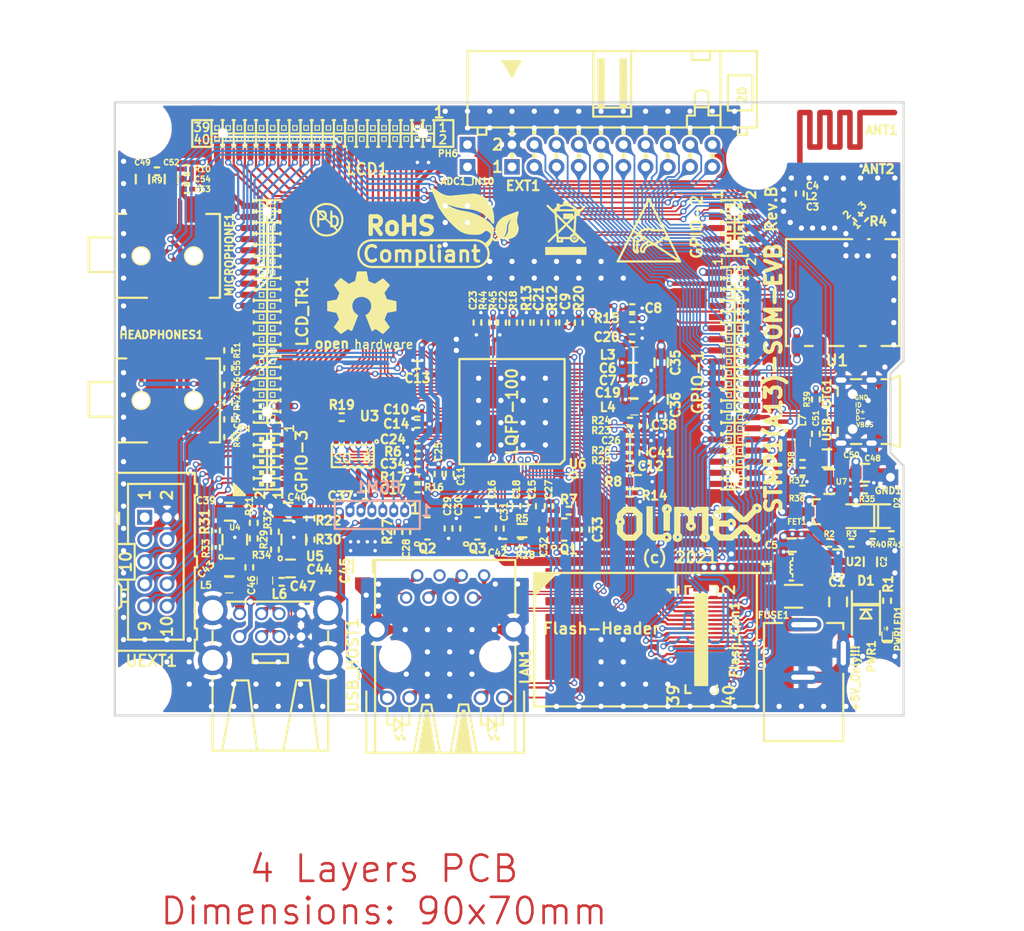
<source format=kicad_pcb>
(kicad_pcb (version 20171130) (host pcbnew 5.1.6-c6e7f7d~87~ubuntu18.04.1)
  (title_block (title "STMP1(A13)-SOM-EVB") (date 2021-01-15) (rev B) (company "OLIMEX LTD, Bulgaria") (comment 1 "<c> 2021"))
  (layers (0 F.Cu mixed) (1 In1.Cu signal) (2 In2.Cu signal) (31 B.Cu mixed) (34 B.Paste user hide) (35 F.Paste user hide) (36 B.SilkS user hide) (37 F.SilkS user) (38 B.Mask user hide) (39 F.Mask user hide) (44 Edge.Cuts user hide))
  (net 0 "")
  (net 1 +5V_EXT)
  (net 2 GND)
  (net 3 +3V3)
  (net 4 SPI4_NSS)
  (net 5 +3.3VA)
  (net 6 HPOUT1L)
  (net 7 HPOUT1R)
  (net 8 MICIN1)
  (net 9 SPI4_SCK)
  (net 10 SPI4_MOSI)
  (net 11 SPI4_MISO)
  (net 12 I2C3_SCL)
  (net 13 I2C3_SDA)
  (net 14 UART7_RX)
  (net 15 UART7_TX)
  (net 16 USB_OTG_HS_D-)
  (net 17 USB_OTG_HS_D+)
  (net 18 USB1_D-)
  (net 19 USB1_D+)
  (net 20 "Net-(ANT2-Pad1)")
  (net 21 /V18F)
  (net 22 +1.8VA)
  (net 23 /+5V_USB1)
  (net 24 /+5V_USB2)
  (net 25 /eMMC-CMD)
  (net 26 /NRST)
  (net 27 "Net-(Flash_Con1-Pad29)")
  (net 28 "Net-(Flash_Con1-Pad31)")
  (net 29 "Net-(Flash_Con1-Pad33)")
  (net 30 "Net-(Flash_Con1-Pad35)")
  (net 31 "Net-(Flash_Con1-Pad37)")
  (net 32 "Net-(Flash_Con1-Pad39)")
  (net 33 /eMMC-CLK)
  (net 34 "Net-(Flash_Con1-Pad8)")
  (net 35 /eMMC-D7)
  (net 36 /eMMC-D6)
  (net 37 /eMMC-D5)
  (net 38 /eMMC-D4)
  (net 39 /eMMC-D3)
  (net 40 /eMMC-D2)
  (net 41 /eMMC-D1)
  (net 42 /eMMC-D0)
  (net 43 /USB1-DRV)
  (net 44 /USB2-DRV)
  (net 45 "Net-(GPIO-3-Pad9)")
  (net 46 "Net-(HEADPHONES1-Pad4)")
  (net 47 "Net-(HEADPHONES1-Pad5)")
  (net 48 /TXOP)
  (net 49 /TXON)
  (net 50 /RXIP)
  (net 51 /RXIN)
  (net 52 "Net-(LAN1-PadAG1)")
  (net 53 "Net-(LAN1-PadAY1)")
  (net 54 /ETHER_SPEED)
  (net 55 /ETHER_LK)
  (net 56 /LCD_UD)
  (net 57 /LCD_PWM)
  (net 58 /LCD_INT)
  (net 59 /LCD_RST)
  (net 60 /LCD_LR)
  (net 61 /LCD_B1)
  (net 62 /LCD_B0)
  (net 63 /LCD_B2)
  (net 64 /LCD_B3)
  (net 65 /LCD_B4)
  (net 66 /LCD_B5)
  (net 67 /LCD_VSYNC)
  (net 68 /LCD_HSYNC)
  (net 69 /LCD_B7)
  (net 70 /LCD_B6)
  (net 71 /LCD_CLK)
  (net 72 /LCD_DE)
  (net 73 /LCD_G7)
  (net 74 /LCD_G6)
  (net 75 /LCD_G2)
  (net 76 /LCD_G3)
  (net 77 /LCD_G4)
  (net 78 /LCD_G5)
  (net 79 /LCD_G1)
  (net 80 /LCD_G0)
  (net 81 /LCD_R7)
  (net 82 /LCD_R6)
  (net 83 /LCD_R0)
  (net 84 /LCD_R1)
  (net 85 /LCD_R2)
  (net 86 /LCD_R3)
  (net 87 /LCD_R4)
  (net 88 /LCD_R5)
  (net 89 /LCD_PWRE)
  (net 90 "Net-(MICROPHONE1-Pad5)")
  (net 91 "Net-(MICROPHONE1-Pad4)")
  (net 92 "Net-(R29-Pad2)")
  (net 93 /OVCUR1#)
  (net 94 /OVCUR2#)
  (net 95 "Net-(PWRLED1-Pad2)")
  (net 96 "Net-(FID1-PadFid1)")
  (net 97 "Net-(FID2-PadFid1)")
  (net 98 "Net-(FID3-PadFid1)")
  (net 99 "Net-(R2-Pad1)")
  (net 100 /D2+)
  (net 101 /D2-)
  (net 102 /D1+)
  (net 103 /D1-)
  (net 104 /ETH_SH)
  (net 105 "Net-(C3-Pad1)")
  (net 106 "Net-(C28-Pad1)")
  (net 107 "Net-(C29-Pad1)")
  (net 108 "Net-(C31-Pad1)")
  (net 109 "Net-(C32-Pad1)")
  (net 110 "Net-(C33-Pad1)")
  (net 111 "Net-(C38-Pad2)")
  (net 112 "Net-(C41-Pad2)")
  (net 113 "Net-(C43-Pad2)")
  (net 114 "Net-(C44-Pad2)")
  (net 115 "Net-(L1-Pad1)")
  (net 116 "Net-(R4-Pad1)")
  (net 117 "Net-(R5-Pad2)")
  (net 118 "Net-(R6-Pad2)")
  (net 119 "Net-(R8-Pad1)")
  (net 120 "Net-(R12-Pad1)")
  (net 121 "Net-(R13-Pad1)")
  (net 122 "Net-(R14-Pad1)")
  (net 123 "Net-(R15-Pad1)")
  (net 124 "Net-(R18-Pad1)")
  (net 125 "Net-(R20-Pad1)")
  (net 126 "Net-(R30-Pad2)")
  (net 127 "Net-(U3-Pad7)")
  (net 128 "Net-(U6-Pad87)")
  (net 129 "Net-(U6-Pad88)")
  (net 130 "Net-(U6-Pad60)")
  (net 131 "Net-(U6-Pad61)")
  (net 132 "Net-(U6-Pad59)")
  (net 133 "Net-(U6-Pad66)")
  (net 134 "Net-(U6-Pad45)")
  (net 135 "Net-(U6-Pad36)")
  (net 136 "Net-(U6-Pad44)")
  (net 137 "Net-(U6-Pad41)")
  (net 138 "Net-(U6-Pad47)")
  (net 139 "Net-(U6-Pad38)")
  (net 140 "Net-(U6-Pad28)")
  (net 141 "Net-(U6-Pad14)")
  (net 142 "Net-(C1-Pad2)")
  (net 143 "Net-(C50-Pad2)")
  (net 144 +5V_USBOTG)
  (net 145 /USART3_TX)
  (net 146 USART1_RX)
  (net 147 /USART3_RX)
  (net 148 USART1_TX)
  (net 149 /PG8)
  (net 150 /SDMMC3_CK)
  (net 151 /I2C6_SCL)
  (net 152 /SDMMC3_CMD)
  (net 153 /SDMMC3_D3)
  (net 154 /I2C6_SDA)
  (net 155 /SDMMC3_D2)
  (net 156 /SDMMC3_D1)
  (net 157 /SDMMC3_D0)
  (net 158 LPTIM5_OUT)
  (net 159 /USB_OTG_HS_VBUS)
  (net 160 /USB_OTG_HS_ID)
  (net 161 /USB-OTG-DRV)
  (net 162 "Net-(R36-Pad2)")
  (net 163 /D3-)
  (net 164 /D3+)
  (net 165 "Net-(U6-Pad42)")
  (net 166 "Net-(U6-Pad25)")
  (net 167 "Net-(U6-Pad21)")
  (net 168 "SPI0_MOSI(IO0)")
  (net 169 "SPI0_MISO(IO1)")
  (net 170 "SPI0_SCK(CLK)")
  (net 171 "SPI0_NSS(CSn)")
  (net 172 "(IO3)")
  (net 173 "(IO2)")
  (net 174 /RST_PGM)
  (net 175 VMIC)
  (net 176 "Net-(C52-Pad1)")
  (net 177 "Net-(C53-Pad1)")
  (net 178 "Net-(C55-Pad1)")
  (net 179 "Net-(C56-Pad1)")
  (net 180 "Net-(C57-Pad1)")
  (net 181 HPCOM)
  (net 182 "Net-(PGM1-Pad1)")
  (net 183 "Net-(PGM1-Pad2)")
  (net 184 "Net-(PGM1-Pad3)")
  (net 185 "Net-(PGM1-Pad4)")
  (net 186 /PA1)
  (net 187 /I2C2_SCL)
  (net 188 /I2C2_SDA)
  (net 189 "Net-(ADC1_IN10-Pad1)")
  (net 190 /I2C5_SCL)
  (net 191 /I2C5_SDA)
  (net 192 /12MCK)
  (net 193 "Net-(R44-Pad1)")
  (net 194 "Net-(R45-Pad1)")
  (module OLIMEX_IC-FP:LQFP-100_Pitch-0.4mm_Dimensions-12.00x12.00x1.60mm (layer F.Cu) (at 147.32 67.31 90)
    (fp_text reference U6 (at -5.969 7.493 180) (layer F.SilkS) (effects (font (size 1.016 1.016) (thickness 0.254))))
    (fp_text value "AX88760LF(LQFP-100)")
    (fp_text user o (at -7.239 6.858 90) (layer F.SilkS) (effects (font (size 1.27 1.27) (thickness 0.254))))
    (fp_text user LQFP-100 (at 0 0 90) (layer F.SilkS) (effects (font (size 1.27 1.27) (thickness 0.254))))
    (pad 1 smd rect (at -4.8 6.95 90) (size 0.2 1.1) (layers F.Cu F.Paste F.Mask) (net 2 GND))
    (pad 2 smd rect (at -4.4 6.95 90) (size 0.2 1.1) (layers F.Cu F.Paste F.Mask) (net 122 "Net-(R14-Pad1)"))
    (pad 3 smd rect (at -4 6.95 90) (size 0.2 1.1) (layers F.Cu F.Paste F.Mask) (net 119 "Net-(R8-Pad1)"))
    (pad 4 smd rect (at -3.6 6.95 90) (size 0.2 1.1) (layers F.Cu F.Paste F.Mask) (net 5 +3.3VA))
    (pad 5 smd rect (at -3.2 6.95 90) (size 0.2 1.1) (layers F.Cu F.Paste F.Mask) (net 2 GND))
    (pad 6 smd rect (at -2.8 6.95 90) (size 0.2 1.1) (layers F.Cu F.Paste F.Mask) (net 2 GND))
    (pad 7 smd rect (at -2.4 6.95 90) (size 0.2 1.1) (layers F.Cu F.Paste F.Mask) (net 50 /RXIP))
    (pad 8 smd rect (at -2 6.95 90) (size 0.2 1.1) (layers F.Cu F.Paste F.Mask) (net 51 /RXIN))
    (pad 9 smd rect (at -1.6 6.95 90) (size 0.2 1.1) (layers F.Cu F.Paste F.Mask) (net 22 +1.8VA))
    (pad 10 smd rect (at -1.2 6.95 90) (size 0.2 1.1) (layers F.Cu F.Paste F.Mask) (net 48 /TXOP))
    (pad 11 smd rect (at -0.8 6.95 90) (size 0.2 1.1) (layers F.Cu F.Paste F.Mask) (net 49 /TXON))
    (pad 12 smd rect (at -0.4 6.95 90) (size 0.2 1.1) (layers F.Cu F.Paste F.Mask) (net 2 GND))
    (pad 13 smd rect (at 0 6.95 90) (size 0.2 1.1) (layers F.Cu F.Paste F.Mask) (net 174 /RST_PGM))
    (pad 14 smd rect (at 0.4 6.95 90) (size 0.2 1.1) (layers F.Cu F.Paste F.Mask) (net 141 "Net-(U6-Pad14)"))
    (pad 15 smd rect (at 0.8 6.95 90) (size 0.2 1.1) (layers F.Cu F.Paste F.Mask) (net 21 /V18F))
    (pad 16 smd rect (at 1.2 6.95 90) (size 0.2 1.1) (layers F.Cu F.Paste F.Mask) (net 3 +3V3))
    (pad 17 smd rect (at 1.6 6.95 90) (size 0.2 1.1) (layers F.Cu F.Paste F.Mask) (net 2 GND))
    (pad 18 smd rect (at 2 6.95 90) (size 0.2 1.1) (layers F.Cu F.Paste F.Mask) (net 2 GND))
    (pad 19 smd rect (at 2.4 6.95 90) (size 0.2 1.1) (layers F.Cu F.Paste F.Mask) (net 125 "Net-(R20-Pad1)"))
    (pad 20 smd rect (at 2.8 6.95 90) (size 0.2 1.1) (layers F.Cu F.Paste F.Mask) (net 21 /V18F))
    (pad 21 smd rect (at 3.2 6.95 90) (size 0.2 1.1) (layers F.Cu F.Paste F.Mask) (net 167 "Net-(U6-Pad21)"))
    (pad 22 smd rect (at 3.6 6.95 90) (size 0.2 1.1) (layers F.Cu F.Paste F.Mask) (net 123 "Net-(R15-Pad1)"))
    (pad 23 smd rect (at 4 6.95 90) (size 0.2 1.1) (layers F.Cu F.Paste F.Mask) (net 2 GND))
    (pad 24 smd rect (at 4.4 6.95 90) (size 0.2 1.1) (layers F.Cu F.Paste F.Mask) (net 3 +3V3))
    (pad 25 smd rect (at 4.8 6.95 90) (size 0.2 1.1) (layers F.Cu F.Paste F.Mask) (net 166 "Net-(U6-Pad25)"))
    (pad 33 smd rect (at 6.95 2 180) (size 0.2 1.1) (layers F.Cu F.Paste F.Mask) (net 2 GND))
    (pad 35 smd rect (at 6.95 1.2 180) (size 0.2 1.1) (layers F.Cu F.Paste F.Mask) (net 94 /OVCUR2#))
    (pad 50 smd rect (at 6.95 -4.8 180) (size 0.2 1.1) (layers F.Cu F.Paste F.Mask) (net 21 /V18F))
    (pad 34 smd rect (at 6.95 1.6 180) (size 0.2 1.1) (layers F.Cu F.Paste F.Mask) (net 2 GND))
    (pad 32 smd rect (at 6.95 2.4 180) (size 0.2 1.1) (layers F.Cu F.Paste F.Mask) (net 121 "Net-(R13-Pad1)"))
    (pad 42 smd rect (at 6.95 -1.6 180) (size 0.2 1.1) (layers F.Cu F.Paste F.Mask) (net 165 "Net-(U6-Pad42)"))
    (pad 30 smd rect (at 6.95 3.2 180) (size 0.2 1.1) (layers F.Cu F.Paste F.Mask) (net 55 /ETHER_LK))
    (pad 26 smd rect (at 6.95 4.8 180) (size 0.2 1.1) (layers F.Cu F.Paste F.Mask) (net 3 +3V3))
    (pad 28 smd rect (at 6.95 4 180) (size 0.2 1.1) (layers F.Cu F.Paste F.Mask) (net 140 "Net-(U6-Pad28)"))
    (pad 40 smd rect (at 6.95 -0.8 180) (size 0.2 1.1) (layers F.Cu F.Paste F.Mask) (net 21 /V18F))
    (pad 38 smd rect (at 6.95 0 180) (size 0.2 1.1) (layers F.Cu F.Paste F.Mask) (net 139 "Net-(U6-Pad38)"))
    (pad 43 smd rect (at 6.95 -2 180) (size 0.2 1.1) (layers F.Cu F.Paste F.Mask) (net 2 GND))
    (pad 47 smd rect (at 6.95 -3.6 180) (size 0.2 1.1) (layers F.Cu F.Paste F.Mask) (net 138 "Net-(U6-Pad47)"))
    (pad 31 smd rect (at 6.95 2.8 180) (size 0.2 1.1) (layers F.Cu F.Paste F.Mask) (net 21 /V18F))
    (pad 37 smd rect (at 6.95 0.4 180) (size 0.2 1.1) (layers F.Cu F.Paste F.Mask) (net 93 /OVCUR1#))
    (pad 41 smd rect (at 6.95 -1.2 180) (size 0.2 1.1) (layers F.Cu F.Paste F.Mask) (net 137 "Net-(U6-Pad41)"))
    (pad 44 smd rect (at 6.95 -2.4 180) (size 0.2 1.1) (layers F.Cu F.Paste F.Mask) (net 136 "Net-(U6-Pad44)"))
    (pad 27 smd rect (at 6.95 4.4 180) (size 0.2 1.1) (layers F.Cu F.Paste F.Mask) (net 120 "Net-(R12-Pad1)"))
    (pad 49 smd rect (at 6.95 -4.4 180) (size 0.2 1.1) (layers F.Cu F.Paste F.Mask) (net 2 GND))
    (pad 36 smd rect (at 6.95 0.8 180) (size 0.2 1.1) (layers F.Cu F.Paste F.Mask) (net 135 "Net-(U6-Pad36)"))
    (pad 29 smd rect (at 6.95 3.6 180) (size 0.2 1.1) (layers F.Cu F.Paste F.Mask) (net 54 /ETHER_SPEED))
    (pad 39 smd rect (at 6.95 -0.4 180) (size 0.2 1.1) (layers F.Cu F.Paste F.Mask) (net 124 "Net-(R18-Pad1)"))
    (pad 46 smd rect (at 6.95 -3.2 180) (size 0.2 1.1) (layers F.Cu F.Paste F.Mask) (net 194 "Net-(R45-Pad1)"))
    (pad 48 smd rect (at 6.95 -4 180) (size 0.2 1.1) (layers F.Cu F.Paste F.Mask) (net 193 "Net-(R44-Pad1)"))
    (pad 45 smd rect (at 6.95 -2.8 180) (size 0.2 1.1) (layers F.Cu F.Paste F.Mask) (net 134 "Net-(U6-Pad45)"))
    (pad 68 smd rect (at -2 -6.95 90) (size 0.2 1.1) (layers F.Cu F.Paste F.Mask) (net 2 GND))
    (pad 66 smd rect (at -1.2 -6.95 90) (size 0.2 1.1) (layers F.Cu F.Paste F.Mask) (net 133 "Net-(U6-Pad66)"))
    (pad 51 smd rect (at 4.8 -6.95 90) (size 0.2 1.1) (layers F.Cu F.Paste F.Mask) (net 5 +3.3VA))
    (pad 67 smd rect (at -1.6 -6.95 90) (size 0.2 1.1) (layers F.Cu F.Paste F.Mask) (net 2 GND))
    (pad 69 smd rect (at -2.4 -6.95 90) (size 0.2 1.1) (layers F.Cu F.Paste F.Mask) (net 2 GND))
    (pad 59 smd rect (at 1.6 -6.95 90) (size 0.2 1.1) (layers F.Cu F.Paste F.Mask) (net 132 "Net-(U6-Pad59)"))
    (pad 71 smd rect (at -3.2 -6.95 90) (size 0.2 1.1) (layers F.Cu F.Paste F.Mask) (net 100 /D2+))
    (pad 75 smd rect (at -4.8 -6.95 90) (size 0.2 1.1) (layers F.Cu F.Paste F.Mask) (net 5 +3.3VA))
    (pad 73 smd rect (at -4 -6.95 90) (size 0.2 1.1) (layers F.Cu F.Paste F.Mask) (net 118 "Net-(R6-Pad2)"))
    (pad 61 smd rect (at 0.8 -6.95 90) (size 0.2 1.1) (layers F.Cu F.Paste F.Mask) (net 131 "Net-(U6-Pad61)"))
    (pad 63 smd rect (at 0 -6.95 90) (size 0.2 1.1) (layers F.Cu F.Paste F.Mask) (net 102 /D1+))
    (pad 58 smd rect (at 2 -6.95 90) (size 0.2 1.1) (layers F.Cu F.Paste F.Mask) (net 184 "Net-(PGM1-Pad3)"))
    (pad 54 smd rect (at 3.6 -6.95 90) (size 0.2 1.1) (layers F.Cu F.Paste F.Mask) (net 18 USB1_D-))
    (pad 70 smd rect (at -2.8 -6.95 90) (size 0.2 1.1) (layers F.Cu F.Paste F.Mask) (net 101 /D2-))
    (pad 64 smd rect (at -0.4 -6.95 90) (size 0.2 1.1) (layers F.Cu F.Paste F.Mask) (net 3 +3V3))
    (pad 60 smd rect (at 1.2 -6.95 90) (size 0.2 1.1) (layers F.Cu F.Paste F.Mask) (net 130 "Net-(U6-Pad60)"))
    (pad 57 smd rect (at 2.4 -6.95 90) (size 0.2 1.1) (layers F.Cu F.Paste F.Mask) (net 182 "Net-(PGM1-Pad1)"))
    (pad 74 smd rect (at -4.4 -6.95 90) (size 0.2 1.1) (layers F.Cu F.Paste F.Mask) (net 174 /RST_PGM))
    (pad 52 smd rect (at 4.4 -6.95 90) (size 0.2 1.1) (layers F.Cu F.Paste F.Mask) (net 2 GND))
    (pad 65 smd rect (at -0.8 -6.95 90) (size 0.2 1.1) (layers F.Cu F.Paste F.Mask) (net 5 +3.3VA))
    (pad 72 smd rect (at -3.6 -6.95 90) (size 0.2 1.1) (layers F.Cu F.Paste F.Mask) (net 21 /V18F))
    (pad 62 smd rect (at 0.4 -6.95 90) (size 0.2 1.1) (layers F.Cu F.Paste F.Mask) (net 103 /D1-))
    (pad 55 smd rect (at 3.2 -6.95 90) (size 0.2 1.1) (layers F.Cu F.Paste F.Mask) (net 19 USB1_D+))
    (pad 53 smd rect (at 4 -6.95 90) (size 0.2 1.1) (layers F.Cu F.Paste F.Mask) (net 2 GND))
    (pad 56 smd rect (at 2.8 -6.95 90) (size 0.2 1.1) (layers F.Cu F.Paste F.Mask) (net 183 "Net-(PGM1-Pad2)"))
    (pad 76 smd rect (at -6.95 -4.8 180) (size 0.2 1.1) (layers F.Cu F.Paste F.Mask) (net 2 GND))
    (pad 93 smd rect (at -6.95 2 180) (size 0.2 1.1) (layers F.Cu F.Paste F.Mask) (net 5 +3.3VA))
    (pad 100 smd rect (at -6.95 4.8 180) (size 0.2 1.1) (layers F.Cu F.Paste F.Mask) (net 2 GND))
    (pad 86 smd rect (at -6.95 -0.8 180) (size 0.2 1.1) (layers F.Cu F.Paste F.Mask) (net 117 "Net-(R5-Pad2)"))
    (pad 88 smd rect (at -6.95 0 180) (size 0.2 1.1) (layers F.Cu F.Paste F.Mask) (net 129 "Net-(U6-Pad88)"))
    (pad 95 smd rect (at -6.95 2.8 180) (size 0.2 1.1) (layers F.Cu F.Paste F.Mask) (net 128 "Net-(U6-Pad87)"))
    (pad 89 smd rect (at -6.95 0.4 180) (size 0.2 1.1) (layers F.Cu F.Paste F.Mask) (net 5 +3.3VA))
    (pad 85 smd rect (at -6.95 -1.2 180) (size 0.2 1.1) (layers F.Cu F.Paste F.Mask) (net 2 GND))
    (pad 82 smd rect (at -6.95 -2.4 180) (size 0.2 1.1) (layers F.Cu F.Paste F.Mask) (net 108 "Net-(C31-Pad1)"))
    (pad 94 smd rect (at -6.95 2.4 180) (size 0.2 1.1) (layers F.Cu F.Paste F.Mask) (net 2 GND))
    (pad 92 smd rect (at -6.95 1.6 180) (size 0.2 1.1) (layers F.Cu F.Paste F.Mask) (net 164 /D3+))
    (pad 84 smd rect (at -6.95 -1.6 180) (size 0.2 1.1) (layers F.Cu F.Paste F.Mask) (net 2 GND))
    (pad 96 smd rect (at -6.95 3.2 180) (size 0.2 1.1) (layers F.Cu F.Paste F.Mask) (net 129 "Net-(U6-Pad88)"))
    (pad 98 smd rect (at -6.95 4 180) (size 0.2 1.1) (layers F.Cu F.Paste F.Mask) (net 109 "Net-(C32-Pad1)"))
    (pad 83 smd rect (at -6.95 -2 180) (size 0.2 1.1) (layers F.Cu F.Paste F.Mask) (net 5 +3.3VA))
    (pad 79 smd rect (at -6.95 -3.6 180) (size 0.2 1.1) (layers F.Cu F.Paste F.Mask) (net 21 /V18F))
    (pad 91 smd rect (at -6.95 1.2 180) (size 0.2 1.1) (layers F.Cu F.Paste F.Mask) (net 163 /D3-))
    (pad 99 smd rect (at -6.95 4.4 180) (size 0.2 1.1) (layers F.Cu F.Paste F.Mask) (net 110 "Net-(C33-Pad1)"))
    (pad 77 smd rect (at -6.95 -4.4 180) (size 0.2 1.1) (layers F.Cu F.Paste F.Mask) (net 106 "Net-(C28-Pad1)"))
    (pad 90 smd rect (at -6.95 0.8 180) (size 0.2 1.1) (layers F.Cu F.Paste F.Mask) (net 2 GND))
    (pad 97 smd rect (at -6.95 3.6 180) (size 0.2 1.1) (layers F.Cu F.Paste F.Mask) (net 22 +1.8VA))
    (pad 87 smd rect (at -6.95 -0.4 180) (size 0.2 1.1) (layers F.Cu F.Paste F.Mask) (net 128 "Net-(U6-Pad87)"))
    (pad 80 smd rect (at -6.95 -3.2 180) (size 0.2 1.1) (layers F.Cu F.Paste F.Mask) (net 107 "Net-(C29-Pad1)"))
    (pad 78 smd rect (at -6.95 -4 180) (size 0.2 1.1) (layers F.Cu F.Paste F.Mask) (net 3 +3V3))
    (pad 81 smd rect (at -6.95 -2.8 180) (size 0.2 1.1) (layers F.Cu F.Paste F.Mask) (net 192 /12MCK))
  )
  (module OLIMEX_RLC-FP:C_0402_5MIL_DWS (layer F.Cu) (at 179.65 43.688 180)
    (fp_text reference C3 (at -1.96 -0.254 180) (layer F.SilkS) (effects (font (size 0.762 0.762) (thickness 0.1905))))
    (fp_text value NA/C0402)
    (pad 2 smd rect (at 0.508 0 180) (size 0.5 0.55) (layers F.Cu F.Paste F.Mask) (net 2 GND))
    (pad 1 smd rect (at -0.508 0) (size 0.5 0.55) (layers F.Cu F.Paste F.Mask) (net 105 "Net-(C3-Pad1)"))
  )
  (module OLIMEX_Antennas-FP:ANT_SWITCH-R0402 (layer F.Cu) (at 187.1 44.725 45)
    (fp_text reference R4 (at 0.802566 2.030104 180) (layer F.SilkS) (effects (font (size 1.016 1.016) (thickness 0.254))))
    (fp_text value "0R/R0402(Default_1-2_Populated)")
    (pad 1 smd rect (at -0.5 0.5 225) (size 0.5 0.5) (layers F.Cu F.Paste F.Mask) (net 116 "Net-(R4-Pad1)"))
    (pad 3 smd rect (at 0.5 0.5 45) (size 0.5 0.5) (layers F.Cu F.Paste F.Mask) (net 20 "Net-(ANT2-Pad1)"))
    (pad 2 smd rect (at -0.5 -0.5 135) (size 0.5 0.5) (layers F.Cu F.Paste F.Mask) (net 105 "Net-(C3-Pad1)"))
  )
  (module OLIMEX_RLC-FP:R_0402_5MIL_DWS (layer F.Cu) (at 136.525 76.073)
    (fp_text reference R16 (at 1.905 -0.127) (layer F.SilkS) (effects (font (size 0.762 0.762) (thickness 0.1905))))
    (fp_text value NA/R0402)
    (pad 1 smd rect (at -0.508 0 180) (size 0.5 0.55) (layers F.Cu F.Paste F.Mask) (net 174 /RST_PGM))
    (pad 2 smd rect (at 0.508 0) (size 0.5 0.55) (layers F.Cu F.Paste F.Mask) (net 26 /NRST))
  )
  (module "OLIMEX_Antennas-FP:WIFI_ANT_ESP8266_ANT(1)_GND(2)_NO_MASK" (layer F.Cu) (at 185.5 36.6)
    (fp_text reference ANT1 (at 3.984 -1.421) (layer F.SilkS) (effects (font (size 1.016 1.016) (thickness 0.254))))
    (fp_text value WIFI_ANT)
    (pad 2 thru_hole circle (at 1.651 2.667 90) (size 0.635 0.635) (drill 0.4) (layers *.Cu) (net 2 GND))
    (pad 1 smd custom (at -5.334 3.302) (size 0.635 1.905) (layers F.Cu) (net 2 GND) (options (clearance outline) (anchor rect)) (primitives (gr_line (start 6.858 -6.731) (end 10.795 -6.731) (width 0.635)) (gr_line (start 1.143 -2.794) (end 2.286 -2.794) (width 0.635)) (gr_line (start 0 -6.731) (end 1.143 -6.731) (width 0.635)) (gr_line (start 0 -0.635) (end 0 -6.731) (width 0.635)) (gr_line (start 0 -0.635) (end 6.985 -0.635) (width 0.635)) (gr_line (start 5.715 -6.731) (end 5.715 -2.794) (width 0.635)) (gr_line (start 3.429 -2.794) (end 4.572 -2.794) (width 0.635)) (gr_line (start 3.429 -6.731) (end 3.429 -2.794) (width 0.635)) (gr_line (start 4.572 -2.794) (end 4.572 -6.731) (width 0.635)) (gr_line (start 2.286 -2.794) (end 2.286 -6.731) (width 0.635)) (gr_line (start 1.143 -6.731) (end 1.143 -2.794) (width 0.635)) (gr_line (start 4.572 -6.731) (end 5.715 -6.731) (width 0.635)) (gr_line (start 2.286 -6.731) (end 3.429 -6.731) (width 0.635)) (gr_line (start 6.858 -2.794) (end 6.858 -6.731) (width 0.635)) (gr_line (start 5.715 -2.794) (end 6.858 -2.794) (width 0.635))))
  )
  (module OLIMEX_RLC-FP:C_0402_5MIL_DWS (layer F.Cu) (at 179.65 41.2 180)
    (fp_text reference C4 (at -1.96 -0.329 180) (layer F.SilkS) (effects (font (size 0.762 0.762) (thickness 0.1905))))
    (fp_text value NA/C0402)
    (pad 1 smd rect (at -0.508 0) (size 0.5 0.55) (layers F.Cu F.Paste F.Mask) (net 2 GND))
    (pad 2 smd rect (at 0.508 0 180) (size 0.5 0.55) (layers F.Cu F.Paste F.Mask) (net 2 GND))
  )
  (module OLIMEX_LOGOs-FP:OLIMEX_LOGO_TB (layer F.Cu) (at 167.64 80.01)
    (fp_text reference Logo_Olimex hide)
    (fp_text value "" hide)
  )
  (module OLIMEX_LOGOs-FP:LOGO_ROHS_1 (layer F.Cu) (at 130.81 50.165)
    (fp_text reference Sign_RoHS hide)
    (fp_text value Val** hide)
    (fp_text user Compliant (at 6.20014 -0.8382) (layer F.SilkS) (effects (font (size 1.778 1.778) (thickness 0.35))))
    (fp_text user RoHS (at 3.81508 -4.04368) (layer F.SilkS) (effects (font (size 2 2) (thickness 0.5))))
  )
  (module OLIMEX_LOGOs-FP:LOGO_RECYCLEBIN_1 (layer F.Cu) (at 151.13 49.403)
    (fp_text reference Sign_RecycleBin hide)
    (fp_text value "" hide)
  )
  (module OLIMEX_LOGOs-FP:LOGO_PBFREE (layer F.Cu) (at 126.365 45.72)
    (fp_text reference Sign_PB-Free)
    (fp_text value "")
    (fp_text user Pb (at -0.08636 -0.33528) (layer F.SilkS) (effects (font (size 1.7 1.5) (thickness 0.254))))
  )
  (module OLIMEX_LOGOs-FP:LOGO_OPENHARDWARE_8x8 (layer F.Cu) (at 130.175 55.372)
    (fp_text reference Logo_OSHW hide)
    (fp_text value "" hide)
    (fp_text user open (at -3.40106 4.17576) (layer F.SilkS) (effects (font (size 1.1 1.1) (thickness 0.254))))
    (fp_text user hardware (at 2.51206 4.2672) (layer F.SilkS) (effects (font (thickness 0.18))))
  )
  (module OLIMEX_LOGOs-FP:LOGO_ANTISTATIC_1 (layer F.Cu) (at 159.385 50.165)
    (fp_text reference Sign_Antistatic hide)
    (fp_text value Val** hide)
  )
  (module OLIMEX_Connectors-FP:USB_TWO_LEVEL (layer F.Cu) (at 119.745 93)
    (fp_text reference USB_HOST1 (at 9.414 3.266 90) (layer F.SilkS) (effects (font (size 1.27 1.27) (thickness 0.254))))
    (fp_text value "USBB1-FRWH-4A(USB-Ax2)")
    (pad 0 thru_hole circle (at -6.57 -3) (size 3.4 3.4) (drill 2.4) (layers *.Cu *.Mask) (net 2 GND))
    (pad 0 thru_hole circle (at 6.57 -3) (size 3.4 3.4) (drill 2.4) (layers *.Cu *.Mask) (net 2 GND))
    (pad 0 thru_hole circle (at 6.57 2.7) (size 3.4 3.4) (drill 2.4) (layers *.Cu *.Mask) (net 2 GND))
    (pad 0 thru_hole circle (at -6.57 2.7) (size 3.4 3.4) (drill 2.4) (layers *.Cu *.Mask) (net 2 GND))
    (pad 2.4 thru_hole circle (at 3.5 0) (size 1.5 1.5) (drill 1) (layers *.Cu *.Mask) (net 2 GND))
    (pad 2.3 thru_hole circle (at 1 0) (size 1.5 1.5) (drill 1) (layers *.Cu *.Mask) (net 100 /D2+))
    (pad 2.2 thru_hole circle (at -1 0) (size 1.5 1.5) (drill 1) (layers *.Cu *.Mask) (net 101 /D2-))
    (pad 2.1 thru_hole circle (at -3.5 0) (size 1.5 1.5) (drill 1) (layers *.Cu *.Mask) (net 24 /+5V_USB2))
    (pad 1.4 thru_hole circle (at 3.5 -2.62) (size 1.5 1.5) (drill 1) (layers *.Cu *.Mask) (net 2 GND))
    (pad 1.3 thru_hole circle (at 1 -2.62) (size 1.5 1.5) (drill 1) (layers *.Cu *.Mask) (net 102 /D1+))
    (pad 1.2 thru_hole circle (at -1 -2.62) (size 1.5 1.5) (drill 1) (layers *.Cu *.Mask) (net 103 /D1-))
    (pad 1.1 thru_hole circle (at -3.5 -2.62) (size 1.5 1.5) (drill 1) (layers *.Cu *.Mask) (net 23 /+5V_USB1))
  )
  (module OLIMEX_Cases-FP:MOD-RL-UM12BS-8188ETV (layer F.Cu) (at 185.039 53.721 270)
    (fp_text reference U1 (at 7.747 0.635 180) (layer F.SilkS) (effects (font (size 1.27 1.27) (thickness 0.254))))
    (fp_text value MOD-RL-UM12BS-8188ETV)
    (pad 6 smd oval (at -6.1 -2 270) (size 2.2 1.2) (layers F.Cu F.Paste F.Mask) (net 116 "Net-(R4-Pad1)"))
    (pad 5 smd oval (at -6.1 -4 270) (size 2.2 1.2) (layers F.Cu F.Paste F.Mask) (net 2 GND))
    (pad 4 smd oval (at 6.1 -3.55 270) (size 2.2 1.2) (layers F.Cu F.Paste F.Mask) (net 2 GND))
    (pad 3 smd oval (at 6.1 -1.03 270) (size 2.2 1.2) (layers F.Cu F.Paste F.Mask) (net 164 /D3+))
    (pad 2 smd oval (at 6.1 2.45 270) (size 2.2 1.2) (layers F.Cu F.Paste F.Mask) (net 163 /D3-))
    (pad 1 smd oval (at 6.1 5.23 270) (size 2.2 1.2) (layers F.Cu F.Paste F.Mask) (net 3 +3V3))
  )
  (module "OLIMEX_Connectors-FP:GPH127SMT-02X05(PA-V16X-2X5-LF)" (layer F.Cu) (at 119.38 73.025 90)
    (fp_text reference GPIO-3 (at 0 3.937 270) (layer F.SilkS) (effects (font (size 1.27 1.27) (thickness 0.254))))
    (fp_text value PA-V16X-2X5-LF)
    (fp_text user 1 (at -3.81 1.27 270) (layer F.SilkS) (effects (font (size 1.016 1.016) (thickness 0.254))))
    (fp_text user 2 (at -3.81 -0.762 270) (layer F.SilkS) (effects (font (size 1.016 1.016) (thickness 0.254))))
    (pad "" np_thru_hole circle (at -1.905 0 90) (size 0.7 0.7) (drill 0.7) (layers *.Cu *.Mask))
    (pad "" np_thru_hole circle (at 1.905 0 90) (size 0.7 0.7) (drill 0.7) (layers *.Cu *.Mask))
    (pad 10 smd rect (at 2.54 -2.032) (size 1.8 0.7) (layers F.Cu F.Paste F.Mask) (net 13 I2C3_SDA))
    (pad 9 smd rect (at 2.54 2.032) (size 1.8 0.7) (layers F.Cu F.Paste F.Mask) (net 45 "Net-(GPIO-3-Pad9)"))
    (pad 8 smd rect (at 1.27 -2.032) (size 1.8 0.7) (layers F.Cu F.Paste F.Mask) (net 12 I2C3_SCL))
    (pad 7 smd rect (at 1.27 2.032) (size 1.8 0.7) (layers F.Cu F.Paste F.Mask) (net 11 SPI4_MISO))
    (pad 6 smd rect (at 0 -2.032) (size 1.8 0.7) (layers F.Cu F.Paste F.Mask) (net 161 /USB-OTG-DRV))
    (pad 5 smd rect (at 0 2.032) (size 1.8 0.7) (layers F.Cu F.Paste F.Mask) (net 10 SPI4_MOSI))
    (pad 4 smd rect (at -1.27 -2.032) (size 1.8 0.7) (layers F.Cu F.Paste F.Mask) (net 160 /USB_OTG_HS_ID))
    (pad 3 smd rect (at -1.27 2.032) (size 1.8 0.7) (layers F.Cu F.Paste F.Mask) (net 9 SPI4_SCK))
    (pad 2 smd rect (at -2.54 -2.032) (size 1.8 0.7) (layers F.Cu F.Paste F.Mask) (net 159 /USB_OTG_HS_VBUS))
    (pad 1 smd rect (at -2.54 2.032) (size 1.8 0.7) (layers F.Cu F.Paste F.Mask) (net 4 SPI4_NSS))
  )
  (module "OLIMEX_Connectors-FP:GPH127SMT-02X05(PA-V16X-2X5-LF)" (layer F.Cu) (at 172.72 46.355 270)
    (fp_text reference GPIO-2 (at -0.127 4.318 270) (layer F.SilkS) (effects (font (size 1.27 1.27) (thickness 0.254))))
    (fp_text value PA-V16X-2X5-LF)
    (fp_text user 1 (at -3.81 1.905 270) (layer F.SilkS) (effects (font (size 1.016 1.016) (thickness 0.254))))
    (fp_text user 2 (at -3.81 -1.905 270) (layer F.SilkS) (effects (font (size 1.016 1.016) (thickness 0.254))))
    (pad "" np_thru_hole circle (at -1.905 0 270) (size 0.7 0.7) (drill 0.7) (layers *.Cu *.Mask))
    (pad "" np_thru_hole circle (at 1.905 0 270) (size 0.7 0.7) (drill 0.7) (layers *.Cu *.Mask))
    (pad 10 smd rect (at 2.54 -2.032 180) (size 1.8 0.7) (layers F.Cu F.Paste F.Mask) (net 7 HPOUT1R))
    (pad 9 smd rect (at 2.54 2.032 180) (size 1.8 0.7) (layers F.Cu F.Paste F.Mask) (net 189 "Net-(ADC1_IN10-Pad1)"))
    (pad 8 smd rect (at 1.27 -2.032 180) (size 1.8 0.7) (layers F.Cu F.Paste F.Mask) (net 181 HPCOM))
    (pad 7 smd rect (at 1.27 2.032 180) (size 1.8 0.7) (layers F.Cu F.Paste F.Mask) (net 18 USB1_D-))
    (pad 6 smd rect (at 0 -2.032 180) (size 1.8 0.7) (layers F.Cu F.Paste F.Mask) (net 6 HPOUT1L))
    (pad 5 smd rect (at 0 2.032 180) (size 1.8 0.7) (layers F.Cu F.Paste F.Mask) (net 19 USB1_D+))
    (pad 4 smd rect (at -1.27 -2.032 180) (size 1.8 0.7) (layers F.Cu F.Paste F.Mask) (net 8 MICIN1))
    (pad 3 smd rect (at -1.27 2.032 180) (size 1.8 0.7) (layers F.Cu F.Paste F.Mask) (net 16 USB_OTG_HS_D-))
    (pad 2 smd rect (at -2.54 -2.032 180) (size 1.8 0.7) (layers F.Cu F.Paste F.Mask) (net 175 VMIC))
    (pad 1 smd rect (at -2.54 2.032 180) (size 1.8 0.7) (layers F.Cu F.Paste F.Mask) (net 17 USB_OTG_HS_D+))
  )
  (module "OLIMEX_Connectors-FP:GPH127SMT-02X20(PA-V16X-2X20-LF)" (layer F.Cu) (at 119.38 55.88 90)
    (fp_text reference LCD_TR1 (at 0 4.0005 270) (layer F.SilkS) (effects (font (size 1.27 1.27) (thickness 0.254))))
    (fp_text value PA-V16X-2X20-LF)
    (fp_text user 2 (at -13.335 -2.54 270) (layer F.SilkS) (effects (font (thickness 0.2))))
    (fp_text user 1 (at -13.335 2.54 270) (layer F.SilkS) (effects (font (thickness 0.2))))
    (pad "" np_thru_hole circle (at -11.43 0 180) (size 0.7 0.7) (drill 0.7) (layers *.Cu *.Mask))
    (pad 20 smd rect (at -0.635 -2.032 180) (size 1.8 0.7) (layers F.Cu F.Paste F.Mask) (net 73 /LCD_G7))
    (pad 19 smd rect (at -0.635 2.032 180) (size 1.8 0.7) (layers F.Cu F.Paste F.Mask) (net 74 /LCD_G6))
    (pad 18 smd rect (at -1.905 -2.032 180) (size 1.8 0.7) (layers F.Cu F.Paste F.Mask) (net 78 /LCD_G5))
    (pad 17 smd rect (at -1.905 2.032 180) (size 1.8 0.7) (layers F.Cu F.Paste F.Mask) (net 77 /LCD_G4))
    (pad 16 smd rect (at -3.175 -2.032 180) (size 1.8 0.7) (layers F.Cu F.Paste F.Mask) (net 76 /LCD_G3))
    (pad 15 smd rect (at -3.175 2.032 180) (size 1.8 0.7) (layers F.Cu F.Paste F.Mask) (net 75 /LCD_G2))
    (pad 14 smd rect (at -4.445 -2.032 180) (size 1.8 0.7) (layers F.Cu F.Paste F.Mask) (net 79 /LCD_G1))
    (pad 13 smd rect (at -4.445 2.032 180) (size 1.8 0.7) (layers F.Cu F.Paste F.Mask) (net 80 /LCD_G0))
    (pad 12 smd rect (at -5.715 -2.032) (size 1.8 0.7) (layers F.Cu F.Paste F.Mask) (net 81 /LCD_R7))
    (pad 11 smd rect (at -5.715 2.032) (size 1.8 0.7) (layers F.Cu F.Paste F.Mask) (net 82 /LCD_R6))
    (pad 10 smd rect (at -6.985 -2.032) (size 1.8 0.7) (layers F.Cu F.Paste F.Mask) (net 88 /LCD_R5))
    (pad 9 smd rect (at -6.985 2.032) (size 1.8 0.7) (layers F.Cu F.Paste F.Mask) (net 87 /LCD_R4))
    (pad 8 smd rect (at -8.255 -2.032) (size 1.8 0.7) (layers F.Cu F.Paste F.Mask) (net 86 /LCD_R3))
    (pad 7 smd rect (at -8.255 2.032) (size 1.8 0.7) (layers F.Cu F.Paste F.Mask) (net 85 /LCD_R2))
    (pad 6 smd rect (at -9.525 -2.032) (size 1.8 0.7) (layers F.Cu F.Paste F.Mask) (net 84 /LCD_R1))
    (pad 5 smd rect (at -9.525 2.032) (size 1.8 0.7) (layers F.Cu F.Paste F.Mask) (net 83 /LCD_R0))
    (pad 4 smd rect (at -10.795 -2.032) (size 1.8 0.7) (layers F.Cu F.Paste F.Mask) (net 2 GND))
    (pad 3 smd rect (at -10.795 2.032) (size 1.8 0.7) (layers F.Cu F.Paste F.Mask) (net 3 +3V3))
    (pad 2 smd rect (at -12.065 -2.032) (size 1.8 0.7) (layers F.Cu F.Paste F.Mask) (net 2 GND))
    (pad 1 smd rect (at -12.065 2.032) (size 1.8 0.7) (layers F.Cu F.Paste F.Mask) (net 1 +5V_EXT))
    (pad 21 smd rect (at 0.635 2.032) (size 1.8 0.7) (layers F.Cu F.Paste F.Mask) (net 62 /LCD_B0))
    (pad 22 smd rect (at 0.635 -2.032) (size 1.8 0.7) (layers F.Cu F.Paste F.Mask) (net 61 /LCD_B1))
    (pad 23 smd rect (at 1.905 2.032) (size 1.8 0.7) (layers F.Cu F.Paste F.Mask) (net 63 /LCD_B2))
    (pad 24 smd rect (at 1.905 -2.032) (size 1.8 0.7) (layers F.Cu F.Paste F.Mask) (net 64 /LCD_B3))
    (pad 25 smd rect (at 3.175 2.032) (size 1.8 0.7) (layers F.Cu F.Paste F.Mask) (net 65 /LCD_B4))
    (pad 26 smd rect (at 3.175 -2.032) (size 1.8 0.7) (layers F.Cu F.Paste F.Mask) (net 66 /LCD_B5))
    (pad 27 smd rect (at 4.445 2.032) (size 1.8 0.7) (layers F.Cu F.Paste F.Mask) (net 70 /LCD_B6))
    (pad 28 smd rect (at 4.445 -2.032) (size 1.8 0.7) (layers F.Cu F.Paste F.Mask) (net 69 /LCD_B7))
    (pad 29 smd rect (at 5.715 2.032) (size 1.8 0.7) (layers F.Cu F.Paste F.Mask) (net 68 /LCD_HSYNC))
    (pad 30 smd rect (at 5.715 -2.032) (size 1.8 0.7) (layers F.Cu F.Paste F.Mask) (net 67 /LCD_VSYNC))
    (pad 31 smd rect (at 6.985 2.032) (size 1.8 0.7) (layers F.Cu F.Paste F.Mask) (net 71 /LCD_CLK))
    (pad 32 smd rect (at 6.985 -2.032) (size 1.8 0.7) (layers F.Cu F.Paste F.Mask) (net 72 /LCD_DE))
    (pad 33 smd rect (at 8.255 2.032 180) (size 1.8 0.7) (layers F.Cu F.Paste F.Mask) (net 60 /LCD_LR))
    (pad 34 smd rect (at 8.255 -2.032 180) (size 1.8 0.7) (layers F.Cu F.Paste F.Mask) (net 56 /LCD_UD))
    (pad 35 smd rect (at 9.525 2.032 180) (size 1.8 0.7) (layers F.Cu F.Paste F.Mask) (net 89 /LCD_PWRE))
    (pad 36 smd rect (at 9.525 -2.032 180) (size 1.8 0.7) (layers F.Cu F.Paste F.Mask) (net 57 /LCD_PWM))
    (pad 37 smd rect (at 10.795 2.032 180) (size 1.8 0.7) (layers F.Cu F.Paste F.Mask) (net 58 /LCD_INT))
    (pad 38 smd rect (at 10.795 -2.032 180) (size 1.8 0.7) (layers F.Cu F.Paste F.Mask) (net 59 /LCD_RST))
    (pad 39 smd rect (at 12.065 2.032 180) (size 1.8 0.7) (layers F.Cu F.Paste F.Mask) (net 190 /I2C5_SCL))
    (pad 40 smd rect (at 12.065 -2.032 180) (size 1.8 0.7) (layers F.Cu F.Paste F.Mask) (net 191 /I2C5_SDA))
    (pad "" np_thru_hole circle (at 11.43 0 180) (size 0.7 0.7) (drill 0.7) (layers *.Cu *.Mask))
  )
  (module "OLIMEX_Connectors-FP:GPH127SMT-02X20(PA-V16X-2X20-LF)" (layer F.Cu) (at 172.72 63.499999 270)
    (fp_text reference GPIO-1 (at 0.457201 4.191 90) (layer F.SilkS) (effects (font (size 1.27 1.27) (thickness 0.254))))
    (fp_text value PA-V16X-2X20-LF)
    (fp_text user 1 (at -13.335 1.905 90) (layer F.SilkS) (effects (font (thickness 0.2))))
    (fp_text user 2 (at -13.335 -1.905 90) (layer F.SilkS) (effects (font (thickness 0.2))))
    (pad "" np_thru_hole circle (at 11.43 0) (size 0.7 0.7) (drill 0.7) (layers *.Cu *.Mask))
    (pad 40 smd rect (at 12.065 -2.032) (size 1.8 0.7) (layers F.Cu F.Paste F.Mask) (net 40 /eMMC-D2))
    (pad 39 smd rect (at 12.065 2.032) (size 1.8 0.7) (layers F.Cu F.Paste F.Mask) (net 41 /eMMC-D1))
    (pad 38 smd rect (at 10.795 -2.032) (size 1.8 0.7) (layers F.Cu F.Paste F.Mask) (net 39 /eMMC-D3))
    (pad 37 smd rect (at 10.795 2.032) (size 1.8 0.7) (layers F.Cu F.Paste F.Mask) (net 42 /eMMC-D0))
    (pad 36 smd rect (at 9.525 -2.032) (size 1.8 0.7) (layers F.Cu F.Paste F.Mask) (net 38 /eMMC-D4))
    (pad 35 smd rect (at 9.525 2.032) (size 1.8 0.7) (layers F.Cu F.Paste F.Mask) (net 33 /eMMC-CLK))
    (pad 34 smd rect (at 8.255 -2.032) (size 1.8 0.7) (layers F.Cu F.Paste F.Mask) (net 37 /eMMC-D5))
    (pad 33 smd rect (at 8.255 2.032) (size 1.8 0.7) (layers F.Cu F.Paste F.Mask) (net 25 /eMMC-CMD))
    (pad 32 smd rect (at 6.985 -2.032 180) (size 1.8 0.7) (layers F.Cu F.Paste F.Mask) (net 36 /eMMC-D6))
    (pad 31 smd rect (at 6.985 2.032 180) (size 1.8 0.7) (layers F.Cu F.Paste F.Mask) (net 172 "(IO3)"))
    (pad 30 smd rect (at 5.715 -2.032 180) (size 1.8 0.7) (layers F.Cu F.Paste F.Mask) (net 35 /eMMC-D7))
    (pad 29 smd rect (at 5.715 2.032 180) (size 1.8 0.7) (layers F.Cu F.Paste F.Mask) (net 173 "(IO2)"))
    (pad 28 smd rect (at 4.445 -2.032 180) (size 1.8 0.7) (layers F.Cu F.Paste F.Mask) (net 44 /USB2-DRV))
    (pad 27 smd rect (at 4.445 2.032 180) (size 1.8 0.7) (layers F.Cu F.Paste F.Mask) (net 171 "SPI0_NSS(CSn)"))
    (pad 26 smd rect (at 3.175 -2.032 180) (size 1.8 0.7) (layers F.Cu F.Paste F.Mask) (net 157 /SDMMC3_D0))
    (pad 25 smd rect (at 3.175 2.032 180) (size 1.8 0.7) (layers F.Cu F.Paste F.Mask) (net 170 "SPI0_SCK(CLK)"))
    (pad 24 smd rect (at 1.905 -2.032 180) (size 1.8 0.7) (layers F.Cu F.Paste F.Mask) (net 156 /SDMMC3_D1))
    (pad 23 smd rect (at 1.905 2.032 180) (size 1.8 0.7) (layers F.Cu F.Paste F.Mask) (net 169 "SPI0_MISO(IO1)"))
    (pad 22 smd rect (at 0.635 -2.032 180) (size 1.8 0.7) (layers F.Cu F.Paste F.Mask) (net 155 /SDMMC3_D2))
    (pad 21 smd rect (at 0.635 2.032 180) (size 1.8 0.7) (layers F.Cu F.Paste F.Mask) (net 168 "SPI0_MOSI(IO0)"))
    (pad 1 smd rect (at -12.065 2.032 180) (size 1.8 0.7) (layers F.Cu F.Paste F.Mask) (net 3 +3V3))
    (pad 2 smd rect (at -12.065 -2.032 180) (size 1.8 0.7) (layers F.Cu F.Paste F.Mask) (net 2 GND))
    (pad 3 smd rect (at -10.795 2.032 180) (size 1.8 0.7) (layers F.Cu F.Paste F.Mask) (net 26 /NRST))
    (pad 4 smd rect (at -10.795 -2.032 180) (size 1.8 0.7) (layers F.Cu F.Paste F.Mask) (net 186 /PA1))
    (pad 5 smd rect (at -9.525 2.032 180) (size 1.8 0.7) (layers F.Cu F.Paste F.Mask) (net 187 /I2C2_SCL))
    (pad 6 smd rect (at -9.525 -2.032 180) (size 1.8 0.7) (layers F.Cu F.Paste F.Mask) (net 43 /USB1-DRV))
    (pad 7 smd rect (at -8.255 2.032 180) (size 1.8 0.7) (layers F.Cu F.Paste F.Mask) (net 188 /I2C2_SDA))
    (pad 8 smd rect (at -8.255 -2.032 180) (size 1.8 0.7) (layers F.Cu F.Paste F.Mask) (net 14 UART7_RX))
    (pad 9 smd rect (at -6.985 2.032 180) (size 1.8 0.7) (layers F.Cu F.Paste F.Mask) (net 158 LPTIM5_OUT))
    (pad 10 smd rect (at -6.985 -2.032 180) (size 1.8 0.7) (layers F.Cu F.Paste F.Mask) (net 15 UART7_TX))
    (pad 11 smd rect (at -5.715 2.032 180) (size 1.8 0.7) (layers F.Cu F.Paste F.Mask) (net 145 /USART3_TX))
    (pad 12 smd rect (at -5.715 -2.032 180) (size 1.8 0.7) (layers F.Cu F.Paste F.Mask) (net 146 USART1_RX))
    (pad 13 smd rect (at -4.445 2.032) (size 1.8 0.7) (layers F.Cu F.Paste F.Mask) (net 147 /USART3_RX))
    (pad 14 smd rect (at -4.445 -2.032) (size 1.8 0.7) (layers F.Cu F.Paste F.Mask) (net 148 USART1_TX))
    (pad 15 smd rect (at -3.175 2.032) (size 1.8 0.7) (layers F.Cu F.Paste F.Mask) (net 149 /PG8))
    (pad 16 smd rect (at -3.175 -2.032) (size 1.8 0.7) (layers F.Cu F.Paste F.Mask) (net 150 /SDMMC3_CK))
    (pad 17 smd rect (at -1.905 2.032) (size 1.8 0.7) (layers F.Cu F.Paste F.Mask) (net 151 /I2C6_SCL))
    (pad 18 smd rect (at -1.905 -2.032) (size 1.8 0.7) (layers F.Cu F.Paste F.Mask) (net 152 /SDMMC3_CMD))
    (pad 19 smd rect (at -0.635 2.032) (size 1.8 0.7) (layers F.Cu F.Paste F.Mask) (net 154 /I2C6_SDA))
    (pad 20 smd rect (at -0.635 -2.032) (size 1.8 0.7) (layers F.Cu F.Paste F.Mask) (net 153 /SDMMC3_D3))
    (pad "" np_thru_hole circle (at -11.43 0) (size 0.7 0.7) (drill 0.7) (layers *.Cu *.Mask))
  )
  (module OLIMEX_Connectors-FP:U.FL-R-SMT-1 (layer F.Cu) (at 189 42.025)
    (fp_text reference ANT2 (at 0.103 -2.401) (layer F.SilkS) (effects (font (size 1.016 1.016) (thickness 0.254))))
    (fp_text value U.FL-R-SMT-1)
    (pad 2 smd rect (at -1.5 0) (size 1.05 2.2) (layers F.Cu F.Paste F.Mask) (net 2 GND))
    (pad 2 smd rect (at 1.5 0) (size 1.05 2.2) (layers F.Cu F.Paste F.Mask) (net 2 GND))
    (pad 1 smd rect (at 0 1.5) (size 1.05 1.05) (layers F.Cu F.Paste F.Mask) (net 20 "Net-(ANT2-Pad1)"))
  )
  (module OLIMEX_RLC-FP:C_0805_5MIL_DWS (layer F.Cu) (at 184.531 89.027 90)
    (fp_text reference C1 (at 2.286 -0.127 180) (layer F.SilkS) (effects (font (size 1.016 1.016) (thickness 0.254))))
    (fp_text value 47uF/6.3V/20%/X5R/C0805)
    (pad 2 smd rect (at 1.016 0 180) (size 1.524 1.27) (layers F.Cu F.Paste F.Mask) (net 142 "Net-(C1-Pad2)"))
    (pad 1 smd rect (at -1.016 0 180) (size 1.524 1.27) (layers F.Cu F.Paste F.Mask) (net 2 GND))
  )
  (module OLIMEX_RLC-FP:C_0603_5MIL_DWS (layer F.Cu) (at 188.214 84.455 90)
    (fp_text reference C2 (at 0 1.524 90) (layer F.SilkS) (effects (font (size 0.635 0.635) (thickness 0.15875))))
    (fp_text value 10uF/6.3V/20%/X5R/C0603)
    (pad 2 smd rect (at 0.889 0 90) (size 1.016 1.016) (layers F.Cu F.Paste F.Mask) (net 2 GND) (clearance 0.0508))
    (pad 1 smd rect (at -0.889 0 90) (size 1.016 1.016) (layers F.Cu F.Paste F.Mask) (net 1 +5V_EXT) (clearance 0.0508))
  )
  (module OLIMEX_RLC-FP:C_0603_5MIL_DWS (layer F.Cu) (at 179.197 82.55)
    (fp_text reference C5 (at -2.286 0) (layer F.SilkS) (effects (font (size 0.762 0.762) (thickness 0.1905))))
    (fp_text value 10uF/6.3V/20%/X5R/C0603)
    (pad 1 smd rect (at -0.889 0) (size 1.016 1.016) (layers F.Cu F.Paste F.Mask) (net 3 +3V3) (clearance 0.0508))
    (pad 2 smd rect (at 0.889 0) (size 1.016 1.016) (layers F.Cu F.Paste F.Mask) (net 2 GND) (clearance 0.0508))
  )
  (module OLIMEX_RLC-FP:C_0603_5MIL_DWS (layer F.Cu) (at 161.036 62.484 180)
    (fp_text reference C6 (at 2.794 0.127) (layer F.SilkS) (effects (font (size 1.016 1.016) (thickness 0.254))))
    (fp_text value 10uF/6.3V/20%/X5R/C0603)
    (pad 1 smd rect (at -0.889 0 180) (size 1.016 1.016) (layers F.Cu F.Paste F.Mask) (net 2 GND) (clearance 0.0508))
    (pad 2 smd rect (at 0.889 0 180) (size 1.016 1.016) (layers F.Cu F.Paste F.Mask) (net 3 +3V3) (clearance 0.0508))
  )
  (module OLIMEX_RLC-FP:C_0402_5MIL_DWS (layer F.Cu) (at 161.036 63.627)
    (fp_text reference C7 (at -2.794 0.127) (layer F.SilkS) (effects (font (size 1.016 1.016) (thickness 0.254))))
    (fp_text value 100nF/10V/10%/X5R/C0402)
    (pad 2 smd rect (at 0.508 0) (size 0.5 0.55) (layers F.Cu F.Paste F.Mask) (net 2 GND))
    (pad 1 smd rect (at -0.508 0 180) (size 0.5 0.55) (layers F.Cu F.Paste F.Mask) (net 3 +3V3))
  )
  (module OLIMEX_RLC-FP:C_0402_5MIL_DWS (layer F.Cu) (at 161.036 55.499)
    (fp_text reference C8 (at 2.413 0) (layer F.SilkS) (effects (font (size 1.016 1.016) (thickness 0.254))))
    (fp_text value 100nF/10V/10%/X5R/C0402)
    (pad 1 smd rect (at -0.508 0 180) (size 0.5 0.55) (layers F.Cu F.Paste F.Mask) (net 3 +3V3))
    (pad 2 smd rect (at 0.508 0) (size 0.5 0.55) (layers F.Cu F.Paste F.Mask) (net 2 GND))
  )
  (module OLIMEX_RLC-FP:C_0402_5MIL_DWS (layer F.Cu) (at 153.162 57.15 90)
    (fp_text reference C9 (at 2.413 0.254 90) (layer F.SilkS) (effects (font (size 1.016 1.016) (thickness 0.254))))
    (fp_text value 100nF/10V/10%/X5R/C0402)
    (pad 1 smd rect (at -0.508 0 270) (size 0.5 0.55) (layers F.Cu F.Paste F.Mask) (net 3 +3V3))
    (pad 2 smd rect (at 0.508 0 90) (size 0.5 0.55) (layers F.Cu F.Paste F.Mask) (net 2 GND))
  )
  (module OLIMEX_RLC-FP:C_0402_5MIL_DWS (layer F.Cu) (at 136.525 67.437 180)
    (fp_text reference C10 (at 2.413 0.381) (layer F.SilkS) (effects (font (size 1.016 1.016) (thickness 0.254))))
    (fp_text value 100nF/10V/10%/X5R/C0402)
    (pad 2 smd rect (at 0.508 0 180) (size 0.5 0.55) (layers F.Cu F.Paste F.Mask) (net 2 GND))
    (pad 1 smd rect (at -0.508 0) (size 0.5 0.55) (layers F.Cu F.Paste F.Mask) (net 3 +3V3))
  )
  (module OLIMEX_RLC-FP:C_0402_5MIL_DWS (layer F.Cu) (at 140.208 74.422 270)
    (fp_text reference C11 (at 0.254 -1.27 270) (layer F.SilkS) (effects (font (size 0.762 0.762) (thickness 0.1905))))
    (fp_text value 100nF/10V/10%/X5R/C0402)
    (pad 1 smd rect (at -0.508 0 90) (size 0.5 0.55) (layers F.Cu F.Paste F.Mask) (net 3 +3V3))
    (pad 2 smd rect (at 0.508 0 270) (size 0.5 0.55) (layers F.Cu F.Paste F.Mask) (net 2 GND))
  )
  (module OLIMEX_RLC-FP:C_0402_5MIL_DWS (layer F.Cu) (at 160.782 73.914)
    (fp_text reference C12 (at 2.3495 -0.381) (layer F.SilkS) (effects (font (size 1.016 1.016) (thickness 0.254))))
    (fp_text value 100nF/10V/10%/X5R/C0402)
    (pad 2 smd rect (at 0.508 0) (size 0.5 0.55) (layers F.Cu F.Paste F.Mask) (net 2 GND))
    (pad 1 smd rect (at -0.508 0 180) (size 0.5 0.55) (layers F.Cu F.Paste F.Mask) (net 5 +3.3VA))
  )
  (module OLIMEX_RLC-FP:C_0402_5MIL_DWS (layer F.Cu) (at 136.525 61.976 180)
    (fp_text reference C13 (at 0 -1.524) (layer F.SilkS) (effects (font (size 1.016 1.016) (thickness 0.254))))
    (fp_text value 100nF/10V/10%/X5R/C0402)
    (pad 2 smd rect (at 0.508 0 180) (size 0.5 0.55) (layers F.Cu F.Paste F.Mask) (net 2 GND))
    (pad 1 smd rect (at -0.508 0) (size 0.5 0.55) (layers F.Cu F.Paste F.Mask) (net 5 +3.3VA))
  )
  (module OLIMEX_RLC-FP:C_0402_5MIL_DWS (layer F.Cu) (at 136.525 68.707 180)
    (fp_text reference C14 (at 2.413 0) (layer F.SilkS) (effects (font (size 1.016 1.016) (thickness 0.254))))
    (fp_text value 100nF/10V/10%/X5R/C0402)
    (pad 2 smd rect (at 0.508 0 180) (size 0.5 0.55) (layers F.Cu F.Paste F.Mask) (net 2 GND))
    (pad 1 smd rect (at -0.508 0) (size 0.5 0.55) (layers F.Cu F.Paste F.Mask) (net 5 +3.3VA))
  )
  (module OLIMEX_RLC-FP:C_0402_5MIL_DWS (layer F.Cu) (at 149.606 78.105 270)
    (fp_text reference C15 (at -1.905 0 90) (layer F.SilkS) (effects (font (size 0.762 0.762) (thickness 0.1905))))
    (fp_text value 100nF/10V/10%/X5R/C0402)
    (pad 1 smd rect (at -0.508 0 90) (size 0.5 0.55) (layers F.Cu F.Paste F.Mask) (net 5 +3.3VA))
    (pad 2 smd rect (at 0.508 0 270) (size 0.5 0.55) (layers F.Cu F.Paste F.Mask) (net 2 GND))
  )
  (module OLIMEX_RLC-FP:C_0402_5MIL_DWS (layer F.Cu) (at 145.034 78.105 270)
    (fp_text reference C16 (at -1.905 0 90) (layer F.SilkS) (effects (font (size 0.762 0.762) (thickness 0.1905))))
    (fp_text value 100nF/10V/10%/X5R/C0402)
    (pad 2 smd rect (at 0.508 0 270) (size 0.5 0.55) (layers F.Cu F.Paste F.Mask) (net 2 GND))
    (pad 1 smd rect (at -0.508 0 90) (size 0.5 0.55) (layers F.Cu F.Paste F.Mask) (net 5 +3.3VA))
  )
  (module OLIMEX_RLC-FP:C_0402_5MIL_DWS (layer F.Cu) (at 136.525 74.93 180)
    (fp_text reference C17 (at 2.794 -1.27) (layer F.SilkS) (effects (font (size 1.016 1.016) (thickness 0.254))))
    (fp_text value 100nF/10V/10%/X5R/C0402)
    (pad 1 smd rect (at -0.508 0) (size 0.5 0.55) (layers F.Cu F.Paste F.Mask) (net 5 +3.3VA))
    (pad 2 smd rect (at 0.508 0 180) (size 0.5 0.55) (layers F.Cu F.Paste F.Mask) (net 2 GND))
  )
  (module OLIMEX_RLC-FP:C_0402_5MIL_DWS (layer F.Cu) (at 147.828 78.105 270)
    (fp_text reference C18 (at -1.905 0 90) (layer F.SilkS) (effects (font (size 0.762 0.762) (thickness 0.1905))))
    (fp_text value 100nF/10V/10%/X5R/C0402)
    (pad 2 smd rect (at 0.508 0 270) (size 0.5 0.55) (layers F.Cu F.Paste F.Mask) (net 2 GND))
    (pad 1 smd rect (at -0.508 0 90) (size 0.5 0.55) (layers F.Cu F.Paste F.Mask) (net 5 +3.3VA))
  )
  (module OLIMEX_RLC-FP:C_0603_5MIL_DWS (layer F.Cu) (at 161.163 65.024 180)
    (fp_text reference C19 (at 2.921 -0.127) (layer F.SilkS) (effects (font (size 1.016 1.016) (thickness 0.254))))
    (fp_text value 10uF/6.3V/20%/X5R/C0603)
    (pad 1 smd rect (at -0.889 0 180) (size 1.016 1.016) (layers F.Cu F.Paste F.Mask) (net 2 GND) (clearance 0.0508))
    (pad 2 smd rect (at 0.889 0 180) (size 1.016 1.016) (layers F.Cu F.Paste F.Mask) (net 21 /V18F) (clearance 0.0508))
  )
  (module OLIMEX_RLC-FP:C_0402_5MIL_DWS (layer F.Cu) (at 161.036 58.928)
    (fp_text reference C20 (at -2.921 -0.127) (layer F.SilkS) (effects (font (size 1.016 1.016) (thickness 0.254))))
    (fp_text value 100nF/10V/10%/X5R/C0402)
    (pad 2 smd rect (at 0.508 0) (size 0.5 0.55) (layers F.Cu F.Paste F.Mask) (net 2 GND))
    (pad 1 smd rect (at -0.508 0 180) (size 0.5 0.55) (layers F.Cu F.Paste F.Mask) (net 21 /V18F))
  )
  (module OLIMEX_RLC-FP:C_0402_5MIL_DWS (layer F.Cu) (at 150.241 57.15 90)
    (fp_text reference C21 (at 2.794 0.127 90) (layer F.SilkS) (effects (font (size 1.016 1.016) (thickness 0.254))))
    (fp_text value 100nF/10V/10%/X5R/C0402)
    (pad 2 smd rect (at 0.508 0 90) (size 0.5 0.55) (layers F.Cu F.Paste F.Mask) (net 2 GND))
    (pad 1 smd rect (at -0.508 0 270) (size 0.5 0.55) (layers F.Cu F.Paste F.Mask) (net 21 /V18F))
  )
  (module OLIMEX_RLC-FP:C_0402_5MIL_DWS (layer F.Cu) (at 146.177 57.15 90)
    (fp_text reference C22 (at 2.54 0.127 90) (layer F.SilkS) (effects (font (size 0.762 0.762) (thickness 0.1905))))
    (fp_text value 100nF/10V/10%/X5R/C0402)
    (pad 1 smd rect (at -0.508 0 270) (size 0.5 0.55) (layers F.Cu F.Paste F.Mask) (net 21 /V18F))
    (pad 2 smd rect (at 0.508 0 90) (size 0.5 0.55) (layers F.Cu F.Paste F.Mask) (net 2 GND))
  )
  (module OLIMEX_RLC-FP:C_0402_5MIL_DWS (layer F.Cu) (at 143.383 57.15 90)
    (fp_text reference C23 (at 2.54 -0.508 90) (layer F.SilkS) (effects (font (size 0.762 0.762) (thickness 0.1905))))
    (fp_text value 100nF/10V/10%/X5R/C0402)
    (pad 2 smd rect (at 0.508 0 90) (size 0.5 0.55) (layers F.Cu F.Paste F.Mask) (net 2 GND))
    (pad 1 smd rect (at -0.508 0 270) (size 0.5 0.55) (layers F.Cu F.Paste F.Mask) (net 21 /V18F))
  )
  (module OLIMEX_RLC-FP:C_0402_5MIL_DWS (layer F.Cu) (at 136.525 71.374 180)
    (fp_text reference C24 (at 2.794 0.889) (layer F.SilkS) (effects (font (size 1.016 1.016) (thickness 0.254))))
    (fp_text value 100nF/10V/10%/X5R/C0402)
    (pad 1 smd rect (at -0.508 0) (size 0.5 0.55) (layers F.Cu F.Paste F.Mask) (net 21 /V18F))
    (pad 2 smd rect (at 0.508 0 180) (size 0.5 0.55) (layers F.Cu F.Paste F.Mask) (net 2 GND))
  )
  (module OLIMEX_RLC-FP:C_0402_5MIL_DWS (layer F.Cu) (at 138.938 74.422 270)
    (fp_text reference C25 (at -2.54 0 270) (layer F.SilkS) (effects (font (size 0.762 0.762) (thickness 0.1905))))
    (fp_text value 100nF/10V/10%/X5R/C0402)
    (pad 2 smd rect (at 0.508 0 270) (size 0.5 0.55) (layers F.Cu F.Paste F.Mask) (net 2 GND))
    (pad 1 smd rect (at -0.508 0 90) (size 0.5 0.55) (layers F.Cu F.Paste F.Mask) (net 21 /V18F))
  )
  (module OLIMEX_RLC-FP:C_0402_5MIL_DWS (layer F.Cu) (at 160.782 70.612)
    (fp_text reference C26 (at -2.159 0) (layer F.SilkS) (effects (font (size 0.762 0.762) (thickness 0.1905))))
    (fp_text value 100nF/10V/10%/X5R/C0402)
    (pad 2 smd rect (at 0.508 0) (size 0.5 0.55) (layers F.Cu F.Paste F.Mask) (net 2 GND))
    (pad 1 smd rect (at -0.508 0 180) (size 0.5 0.55) (layers F.Cu F.Paste F.Mask) (net 22 +1.8VA))
  )
  (module OLIMEX_RLC-FP:C_0402_5MIL_DWS (layer F.Cu) (at 151.511 78.105 270)
    (fp_text reference C27 (at -1.905 0 90) (layer F.SilkS) (effects (font (size 0.762 0.762) (thickness 0.1905))))
    (fp_text value 100nF/10V/10%/X5R/C0402)
    (pad 2 smd rect (at 0.508 0 270) (size 0.5 0.55) (layers F.Cu F.Paste F.Mask) (net 2 GND))
    (pad 1 smd rect (at -0.508 0 90) (size 0.5 0.55) (layers F.Cu F.Paste F.Mask) (net 22 +1.8VA))
  )
  (module OLIMEX_RLC-FP:C_0402_5MIL_DWS (layer F.Cu) (at 135.255 81.026 90)
    (fp_text reference C28 (at -1.905 0 90) (layer F.SilkS) (effects (font (size 0.762 0.762) (thickness 0.1905))))
    (fp_text value 33pF/50V/5%/COG/C0402)
    (pad 1 smd rect (at -0.508 0 270) (size 0.5 0.55) (layers F.Cu F.Paste F.Mask) (net 106 "Net-(C28-Pad1)"))
    (pad 2 smd rect (at 0.508 0 90) (size 0.5 0.55) (layers F.Cu F.Paste F.Mask) (net 2 GND))
  )
  (module OLIMEX_RLC-FP:C_0402_5MIL_DWS (layer F.Cu) (at 140.081 80.645 270)
    (fp_text reference C29 (at -2.54 0.127 90) (layer F.SilkS) (effects (font (size 0.762 0.762) (thickness 0.1905))))
    (fp_text value 33pF/50V/5%/COG/C0402)
    (pad 2 smd rect (at 0.508 0 270) (size 0.5 0.55) (layers F.Cu F.Paste F.Mask) (net 2 GND))
    (pad 1 smd rect (at -0.508 0 90) (size 0.5 0.55) (layers F.Cu F.Paste F.Mask) (net 107 "Net-(C29-Pad1)"))
  )
  (module OLIMEX_RLC-FP:C_0402_5MIL_DWS (layer F.Cu) (at 140.97 80.645 90)
    (fp_text reference C30 (at 2.54 0.254 90) (layer F.SilkS) (effects (font (size 0.762 0.762) (thickness 0.1905))))
    (fp_text value "NA(33pF/50V/5%/COG/C0402)")
    (pad 1 smd rect (at -0.508 0 270) (size 0.5 0.55) (layers F.Cu F.Paste F.Mask) (net 192 /12MCK))
    (pad 2 smd rect (at 0.508 0 90) (size 0.5 0.55) (layers F.Cu F.Paste F.Mask) (net 2 GND))
  )
  (module OLIMEX_RLC-FP:C_0402_5MIL_DWS (layer F.Cu) (at 145.923 80.645 270)
    (fp_text reference C31 (at -1.905 -0.508 90) (layer F.SilkS) (effects (font (size 0.762 0.762) (thickness 0.1905))))
    (fp_text value "NA(33pF/50V/5%/COG/C0402)")
    (pad 2 smd rect (at 0.508 0 270) (size 0.5 0.55) (layers F.Cu F.Paste F.Mask) (net 2 GND))
    (pad 1 smd rect (at -0.508 0 90) (size 0.5 0.55) (layers F.Cu F.Paste F.Mask) (net 108 "Net-(C31-Pad1)"))
  )
  (module OLIMEX_RLC-FP:C_0402_5MIL_DWS (layer F.Cu) (at 150.876 80.772 90)
    (fp_text reference C32 (at -1.9685 0.0635 90) (layer F.SilkS) (effects (font (size 0.762 0.762) (thickness 0.1905))))
    (fp_text value 33pF/50V/5%/COG/C0402)
    (pad 1 smd rect (at -0.508 0 270) (size 0.5 0.55) (layers F.Cu F.Paste F.Mask) (net 109 "Net-(C32-Pad1)"))
    (pad 2 smd rect (at 0.508 0 90) (size 0.5 0.55) (layers F.Cu F.Paste F.Mask) (net 2 GND))
  )
  (module OLIMEX_RLC-FP:C_0402_5MIL_DWS (layer F.Cu) (at 155.702 80.772 270)
    (fp_text reference C33 (at 0 -1.397 90) (layer F.SilkS) (effects (font (size 1.016 1.016) (thickness 0.254))))
    (fp_text value 33pF/50V/5%/COG/C0402)
    (pad 2 smd rect (at 0.508 0 270) (size 0.5 0.55) (layers F.Cu F.Paste F.Mask) (net 2 GND))
    (pad 1 smd rect (at -0.508 0 90) (size 0.5 0.55) (layers F.Cu F.Paste F.Mask) (net 110 "Net-(C33-Pad1)"))
  )
  (module OLIMEX_RLC-FP:C_0402_5MIL_DWS (layer F.Cu) (at 136.525 73.152)
    (fp_text reference C34 (at -2.794 0.127) (layer F.SilkS) (effects (font (size 1.016 1.016) (thickness 0.254))))
    (fp_text value 100nF/10V/10%/X5R/C0402)
    (pad 2 smd rect (at 0.508 0) (size 0.5 0.55) (layers F.Cu F.Paste F.Mask) (net 174 /RST_PGM))
    (pad 1 smd rect (at -0.508 0 180) (size 0.5 0.55) (layers F.Cu F.Paste F.Mask) (net 2 GND))
  )
  (module OLIMEX_RLC-FP:C_0402_5MIL_DWS (layer F.Cu) (at 130.556 76.835)
    (fp_text reference C37 (at -2.794 0.127) (layer F.SilkS) (effects (font (size 1.016 1.016) (thickness 0.254))))
    (fp_text value 100nF/10V/10%/X5R/C0402)
    (pad 2 smd rect (at 0.508 0) (size 0.5 0.55) (layers F.Cu F.Paste F.Mask) (net 3 +3V3))
    (pad 1 smd rect (at -0.508 0 180) (size 0.5 0.55) (layers F.Cu F.Paste F.Mask) (net 2 GND))
  )
  (module OLIMEX_RLC-FP:C_0603_5MIL_DWS (layer F.Cu) (at 164.338 61.722 270)
    (fp_text reference C35 (at 0 -1.651 90) (layer F.SilkS) (effects (font (size 1.016 1.016) (thickness 0.254))))
    (fp_text value 10uF/6.3V/20%/X5R/C0603)
    (pad 2 smd rect (at 0.889 0 270) (size 1.016 1.016) (layers F.Cu F.Paste F.Mask) (net 2 GND) (clearance 0.0508))
    (pad 1 smd rect (at -0.889 0 270) (size 1.016 1.016) (layers F.Cu F.Paste F.Mask) (net 5 +3.3VA) (clearance 0.0508))
  )
  (module OLIMEX_RLC-FP:C_0603_5MIL_DWS (layer F.Cu) (at 164.338 65.913 90)
    (fp_text reference C36 (at -0.635 1.651 90) (layer F.SilkS) (effects (font (size 1.016 1.016) (thickness 0.254))))
    (fp_text value 10uF/6.3V/20%/X5R/C0603)
    (pad 2 smd rect (at 0.889 0 90) (size 1.016 1.016) (layers F.Cu F.Paste F.Mask) (net 2 GND) (clearance 0.0508))
    (pad 1 smd rect (at -0.889 0 90) (size 1.016 1.016) (layers F.Cu F.Paste F.Mask) (net 22 +1.8VA) (clearance 0.0508))
  )
  (module OLIMEX_RLC-FP:C_0402_5MIL_DWS (layer F.Cu) (at 162.306 68.961 90)
    (fp_text reference C38 (at 0.127 2.3495 180) (layer F.SilkS) (effects (font (size 1.016 1.016) (thickness 0.254))))
    (fp_text value 100nF/10V/10%/X5R/C0402)
    (pad 2 smd rect (at 0.508 0 90) (size 0.5 0.55) (layers F.Cu F.Paste F.Mask) (net 111 "Net-(C38-Pad2)"))
    (pad 1 smd rect (at -0.508 0 270) (size 0.5 0.55) (layers F.Cu F.Paste F.Mask) (net 2 GND))
  )
  (module OLIMEX_RLC-FP:C_0805_5MIL_DWS (layer F.Cu) (at 115.062 78.74)
    (fp_text reference C39 (at -2.667 -1.27 180) (layer F.SilkS) (effects (font (size 0.762 0.762) (thickness 0.1905))))
    (fp_text value 47uF/6.3V/20%/X5R/C0805)
    (pad 2 smd rect (at 1.016 0 90) (size 1.524 1.27) (layers F.Cu F.Paste F.Mask) (net 2 GND))
    (pad 1 smd rect (at -1.016 0 90) (size 1.524 1.27) (layers F.Cu F.Paste F.Mask) (net 1 +5V_EXT))
  )
  (module OLIMEX_RLC-FP:C_0805_5MIL_DWS (layer F.Cu) (at 121.793 78.74)
    (fp_text reference C40 (at 1.016 -1.651) (layer F.SilkS) (effects (font (size 0.762 0.762) (thickness 0.1905))))
    (fp_text value 47uF/6.3V/20%/X5R/C0805)
    (pad 1 smd rect (at -1.016 0 90) (size 1.524 1.27) (layers F.Cu F.Paste F.Mask) (net 1 +5V_EXT))
    (pad 2 smd rect (at 1.016 0 90) (size 1.524 1.27) (layers F.Cu F.Paste F.Mask) (net 2 GND))
  )
  (module OLIMEX_RLC-FP:C_0402_5MIL_DWS (layer F.Cu) (at 162.306 72.009 90)
    (fp_text reference C41 (at 0 2.032 180) (layer F.SilkS) (effects (font (size 1.016 1.016) (thickness 0.254))))
    (fp_text value 100nF/10V/10%/X5R/C0402)
    (pad 2 smd rect (at 0.508 0 90) (size 0.5 0.55) (layers F.Cu F.Paste F.Mask) (net 112 "Net-(C41-Pad2)"))
    (pad 1 smd rect (at -0.508 0 270) (size 0.5 0.55) (layers F.Cu F.Paste F.Mask) (net 2 GND))
  )
  (module OLIMEX_RLC-FP:C_0805_5MIL_DWS (layer F.Cu) (at 115.062 85.09 180)
    (fp_text reference C43 (at 2.667 -0.254 45) (layer F.SilkS) (effects (font (size 0.762 0.762) (thickness 0.1905))))
    (fp_text value 47uF/6.3V/20%/X5R/C0805)
    (pad 1 smd rect (at -1.016 0 270) (size 1.524 1.27) (layers F.Cu F.Paste F.Mask) (net 2 GND))
    (pad 2 smd rect (at 1.016 0 270) (size 1.524 1.27) (layers F.Cu F.Paste F.Mask) (net 113 "Net-(C43-Pad2)"))
  )
  (module OLIMEX_RLC-FP:C_0805_5MIL_DWS (layer F.Cu) (at 122.047 85.217 180)
    (fp_text reference C44 (at -3.302 -0.127 180) (layer F.SilkS) (effects (font (size 1.016 1.016) (thickness 0.254))))
    (fp_text value 47uF/6.3V/20%/X5R/C0805)
    (pad 1 smd rect (at -1.016 0 270) (size 1.524 1.27) (layers F.Cu F.Paste F.Mask) (net 2 GND))
    (pad 2 smd rect (at 1.016 0 270) (size 1.524 1.27) (layers F.Cu F.Paste F.Mask) (net 114 "Net-(C44-Pad2)"))
  )
  (module OLIMEX_RLC-FP:C_1206_5MIL_DWS_ISO (layer F.Cu) (at 130.302 84.963 90)
    (fp_text reference C45 (at -0.508 -2.032 90) (layer F.SilkS) (effects (font (size 1.016 1.016) (thickness 0.254))))
    (fp_text value 1nF/2000V/10%/X7R/C1206)
    (pad 1 smd rect (at -1.778 0 90) (size 1.016 1.778) (layers F.Cu F.Paste F.Mask) (net 104 /ETH_SH))
    (pad 2 smd rect (at 1.778 0 90) (size 1.016 1.778) (layers F.Cu F.Paste F.Mask) (net 2 GND))
  )
  (module OLIMEX_RLC-FP:C_0402_5MIL_DWS (layer F.Cu) (at 117.348 85.09 270)
    (fp_text reference C46 (at 2.032 -0.254 90) (layer F.SilkS) (effects (font (size 0.762 0.762) (thickness 0.1905))))
    (fp_text value 100nF/10V/10%/X5R/C0402)
    (pad 2 smd rect (at 0.508 0 270) (size 0.5 0.55) (layers F.Cu F.Paste F.Mask) (net 23 /+5V_USB1))
    (pad 1 smd rect (at -0.508 0 90) (size 0.5 0.55) (layers F.Cu F.Paste F.Mask) (net 2 GND))
  )
  (module OLIMEX_RLC-FP:C_0402_5MIL_DWS (layer F.Cu) (at 121.031 86.741 180)
    (fp_text reference C47 (at -2.413 -0.508) (layer F.SilkS) (effects (font (size 1.016 1.016) (thickness 0.254))))
    (fp_text value 100nF/10V/10%/X5R/C0402)
    (pad 1 smd rect (at -0.508 0) (size 0.5 0.55) (layers F.Cu F.Paste F.Mask) (net 2 GND))
    (pad 2 smd rect (at 0.508 0 180) (size 0.5 0.55) (layers F.Cu F.Paste F.Mask) (net 24 /+5V_USB2))
  )
  (module "OLIMEX_Diodes-FP:DO214AA_1(K)-2(A)" (layer F.Cu) (at 187.706 90.297 270)
    (fp_text reference D1 (at -3.683 0 180) (layer F.SilkS) (effects (font (size 1.016 1.016) (thickness 0.254))))
    (fp_text value SMBJ6.0A)
    (pad 1 smd rect (at -2.177 0 270) (size 1.778 2.286) (layers F.Cu F.Paste F.Mask) (net 142 "Net-(C1-Pad2)"))
    (pad 2 smd rect (at 2.177 0 270) (size 1.778 2.286) (layers F.Cu F.Paste F.Mask) (net 2 GND))
  )
  (module OLIMEX_Other-FP:Fiducial1x3 (layer F.Cu) (at 109.855 100.33)
    (fp_text reference FID1 hide)
    (fp_text value Fiducial hide)
    (pad Fid1 connect circle (at 0 0) (size 1 1) (layers F.Cu F.Mask) (net 96 "Net-(FID1-PadFid1)") (clearance 1.016))
  )
  (module OLIMEX_Other-FP:Fiducial1x3 (layer F.Cu) (at 109.855 33.655)
    (fp_text reference FID2 hide)
    (fp_text value Fiducial hide)
    (pad Fid1 connect circle (at 0 0) (size 1 1) (layers F.Cu F.Mask) (net 97 "Net-(FID2-PadFid1)") (clearance 1.016))
  )
  (module OLIMEX_Other-FP:Fiducial1x3 (layer F.Cu) (at 184.15 42.418)
    (fp_text reference FID3 hide)
    (fp_text value Fiducial hide)
    (pad Fid1 connect circle (at 0 0) (size 1 1) (layers F.Cu F.Mask) (net 98 "Net-(FID3-PadFid1)") (clearance 1.016))
  )
  (module "OLIMEX_Connectors-FP:Flash_Con[DF12(3.0)-40DS-0.5V(86)]" (layer F.Cu) (at 168.91 93.345 270)
    (fp_text reference Flash_Con1 (at 0 -3.81 90) (layer F.SilkS) (effects (font (size 1.016 1.016) (thickness 0.254))))
    (fp_text value "Flash_Con[DF12(3.0)-40DS-0.5V(86)]")
    (fp_text user Flash-Header (at -1.27 11.43) (layer F.SilkS) (effects (font (size 1.27 1.27) (thickness 0.254))))
    (fp_text user 2 (at -5.715 -3.175 90) (layer F.SilkS) (effects (font (size 1.27 1.27) (thickness 0.254))))
    (fp_text user 40 (at 6.35 -3.175 90) (layer F.SilkS) (effects (font (size 1.27 1.27) (thickness 0.254))))
    (fp_text user 39 (at 6.35 3.175 90) (layer F.SilkS) (effects (font (size 1.27 1.27) (thickness 0.254))))
    (fp_text user 1 (at -5.715 3.175 90) (layer F.SilkS) (effects (font (size 1.27 1.27) (thickness 0.254))))
    (pad 40 smd rect (at 4.75 -1.4 270) (size 0.25 2.4) (layers F.Cu) (net 42 /eMMC-D0))
    (pad 38 smd rect (at 4.25 -1.4 270) (size 0.25 2.4) (layers F.Cu) (net 2 GND))
    (pad 36 smd rect (at 3.75 -1.4 270) (size 0.25 2.4) (layers F.Cu) (net 41 /eMMC-D1))
    (pad 34 smd rect (at 3.25 -1.4 270) (size 0.25 2.4) (layers F.Cu) (net 2 GND))
    (pad 32 smd rect (at 2.75 -1.4 270) (size 0.25 2.4) (layers F.Cu) (net 40 /eMMC-D2))
    (pad 30 smd rect (at 2.25 -1.4 270) (size 0.25 2.4) (layers F.Cu) (net 2 GND))
    (pad 28 smd rect (at 1.75 -1.4 270) (size 0.25 2.4) (layers F.Cu) (net 39 /eMMC-D3))
    (pad 26 smd rect (at 1.25 -1.4 270) (size 0.25 2.4) (layers F.Cu) (net 2 GND))
    (pad 24 smd rect (at 0.75 -1.4 270) (size 0.25 2.4) (layers F.Cu) (net 38 /eMMC-D4))
    (pad 22 smd rect (at 0.25 -1.4 270) (size 0.25 2.4) (layers F.Cu) (net 2 GND))
    (pad 20 smd rect (at -0.25 -1.4 270) (size 0.25 2.4) (layers F.Cu) (net 37 /eMMC-D5))
    (pad 18 smd rect (at -0.75 -1.4 270) (size 0.25 2.4) (layers F.Cu) (net 2 GND))
    (pad 16 smd rect (at -1.25 -1.4 270) (size 0.25 2.4) (layers F.Cu) (net 36 /eMMC-D6))
    (pad 14 smd rect (at -1.75 -1.4 270) (size 0.25 2.4) (layers F.Cu) (net 2 GND))
    (pad 12 smd rect (at -2.25 -1.4 270) (size 0.25 2.4) (layers F.Cu) (net 35 /eMMC-D7))
    (pad 10 smd rect (at -2.75 -1.4 270) (size 0.25 2.4) (layers F.Cu) (net 2 GND))
    (pad 8 smd rect (at -3.25 -1.4 270) (size 0.25 2.4) (layers F.Cu) (net 34 "Net-(Flash_Con1-Pad8)"))
    (pad 6 smd rect (at -3.75 -1.4 270) (size 0.25 2.4) (layers F.Cu) (net 2 GND))
    (pad 4 smd rect (at -4.25 -1.4 270) (size 0.25 2.4) (layers F.Cu) (net 33 /eMMC-CLK))
    (pad 39 smd rect (at 4.75 1.4 270) (size 0.25 2.4) (layers F.Cu) (net 32 "Net-(Flash_Con1-Pad39)"))
    (pad 37 smd rect (at 4.25 1.4 270) (size 0.25 2.4) (layers F.Cu) (net 31 "Net-(Flash_Con1-Pad37)"))
    (pad 35 smd rect (at 3.75 1.4 270) (size 0.25 2.4) (layers F.Cu) (net 30 "Net-(Flash_Con1-Pad35)"))
    (pad 33 smd rect (at 3.25 1.4 270) (size 0.25 2.4) (layers F.Cu) (net 29 "Net-(Flash_Con1-Pad33)"))
    (pad 31 smd rect (at 2.75 1.4 270) (size 0.25 2.4) (layers F.Cu) (net 28 "Net-(Flash_Con1-Pad31)"))
    (pad 29 smd rect (at 2.25 1.4 270) (size 0.25 2.4) (layers F.Cu) (net 27 "Net-(Flash_Con1-Pad29)"))
    (pad 27 smd rect (at 1.75 1.4 270) (size 0.25 2.4) (layers F.Cu) (net 171 "SPI0_NSS(CSn)"))
    (pad 25 smd rect (at 1.25 1.4 270) (size 0.25 2.4) (layers F.Cu) (net 169 "SPI0_MISO(IO1)"))
    (pad 23 smd rect (at 0.75 1.4 270) (size 0.25 2.4) (layers F.Cu) (net 173 "(IO2)"))
    (pad 21 smd rect (at 0.25 1.4 270) (size 0.25 2.4) (layers F.Cu) (net 172 "(IO3)"))
    (pad 19 smd rect (at -0.25 1.4 270) (size 0.25 2.4) (layers F.Cu) (net 168 "SPI0_MOSI(IO0)"))
    (pad 17 smd rect (at -0.75 1.4 270) (size 0.25 2.4) (layers F.Cu) (net 2 GND))
    (pad 15 smd rect (at -1.25 1.4 270) (size 0.25 2.4) (layers F.Cu) (net 170 "SPI0_SCK(CLK)"))
    (pad 13 smd rect (at -1.75 1.4 270) (size 0.25 2.4) (layers F.Cu) (net 2 GND))
    (pad 11 smd rect (at -2.25 1.4 270) (size 0.25 2.4) (layers F.Cu) (net 26 /NRST))
    (pad 9 smd rect (at -2.75 1.4 270) (size 0.25 2.4) (layers F.Cu) (net 25 /eMMC-CMD))
    (pad 7 smd rect (at -3.25 1.4 270) (size 0.25 2.4) (layers F.Cu) (net 3 +3V3))
    (pad 5 smd rect (at -3.75 1.4 270) (size 0.25 2.4) (layers F.Cu) (net 3 +3V3))
    (pad 3 smd rect (at -4.25 1.4 270) (size 0.25 2.4) (layers F.Cu) (net 3 +3V3))
    (pad 2 smd rect (at -4.75 -1.4 270) (size 0.25 2.4) (layers F.Cu) (net 2 GND))
    (pad 1 smd rect (at -4.75 1.4 270) (size 0.25 2.4) (layers F.Cu) (net 3 +3V3))
    (pad "" np_thru_hole circle (at 5.8 -1.5 270) (size 0.6 0.6) (drill 0.6) (layers *.Cu *.Mask))
    (pad "" np_thru_hole circle (at -5.8 -1.5 270) (size 0.6 0.6) (drill 0.6) (layers *.Cu *.Mask))
    (pad 0 smd rect (at 6.4 0 270) (size 1.8 1.8) (layers F.Cu F.Paste F.Mask) (net 2 GND))
    (pad 0 smd rect (at -6.4 0 270) (size 1.8 1.8) (layers F.Cu F.Paste F.Mask) (net 2 GND))
  )
  (module OLIMEX_Devices-FP:FUSE-5025 (layer F.Cu) (at 179.451 88.392)
    (fp_text reference FUSE1 (at -2.286 2.159) (layer F.SilkS) (effects (font (size 0.762 0.762) (thickness 0.1905))))
    (fp_text value "NA(5025)")
    (pad 1 smd rect (at -2.2 0) (size 1.8 2.7) (layers F.Cu F.Paste F.Mask) (net 142 "Net-(C1-Pad2)"))
    (pad 2 smd rect (at 2.2 0) (size 1.8 2.7) (layers F.Cu F.Paste F.Mask) (net 142 "Net-(C1-Pad2)"))
  )
  (module OLIMEX_Connectors-FP:SCJ325P00XG0B02G (layer F.Cu) (at 105 66.04)
    (fp_text reference HEADPHONES1 (at 2.315 -7.493) (layer F.SilkS) (effects (font (size 0.889 0.889) (thickness 0.22225))))
    (fp_text value SCJ325P00XG0B02G)
    (pad "" np_thru_hole circle (at 6 0) (size 1.7 1.7) (drill 1.7) (layers *.Cu *.Mask))
    (pad "" np_thru_hole circle (at 0 0) (size 1.7 1.7) (drill 1.7) (layers *.Cu *.Mask))
    (pad 4 smd rect (at 2.9 -5.3) (size 2.1 3) (layers F.Cu F.Paste F.Mask) (net 46 "Net-(HEADPHONES1-Pad4)") (clearance 0.0508))
    (pad 5 smd rect (at 2.1 5.3) (size 2.1 3) (layers F.Cu F.Paste F.Mask) (net 47 "Net-(HEADPHONES1-Pad5)") (clearance 0.0508))
    (pad 3 smd rect (at 6 -5.3) (size 2.1 3) (layers F.Cu F.Paste F.Mask) (net 7 HPOUT1R) (clearance 0.0508))
    (pad 1 smd rect (at 6.3 5.3) (size 2.5 3) (layers F.Cu F.Paste F.Mask) (net 6 HPOUT1L) (clearance 0.0508))
    (pad 2 smd rect (at -0.2 -5.3) (size 2.5 3) (layers F.Cu F.Paste F.Mask) (net 181 HPCOM) (clearance 0.0508))
  )
  (module OLIMEX_RLC-FP:CD32 (layer F.Cu) (at 179.197 85.09 180)
    (fp_text reference L1 (at 2.794 0 90) (layer F.SilkS) (effects (font (thickness 0.25))))
    (fp_text value "2.2uH/1.5A/DCR=72mR/20%/3.00x3.00x1.50mm/CD32(NR3015T2R2M)")
    (pad 1 smd rect (at -1.2 0) (size 1.6 3) (layers F.Cu F.Paste F.Mask) (net 115 "Net-(L1-Pad1)") (clearance 0.0508))
    (pad 2 smd rect (at 1.2 0) (size 1.6 3) (layers F.Cu F.Paste F.Mask) (net 3 +3V3) (clearance 0.0508))
  )
  (module OLIMEX_RLC-FP:L_0805_5MIL_DWS (layer F.Cu) (at 161.29 60.833)
    (fp_text reference L3 (at -3.048 0) (layer F.SilkS) (effects (font (size 1.016 1.016) (thickness 0.254))))
    (fp_text value FB0805/600R/2A)
    (pad 2 smd rect (at 1.016 0) (size 1.524 1.27) (layers F.Cu F.Paste F.Mask) (net 5 +3.3VA) (clearance 0.0508))
    (pad 1 smd rect (at -1.016 0) (size 1.524 1.27) (layers F.Cu F.Paste F.Mask) (net 3 +3V3) (clearance 0.0508))
  )
  (module OLIMEX_RLC-FP:L_0805_5MIL_DWS (layer F.Cu) (at 161.29 66.802)
    (fp_text reference L4 (at -3.048 0) (layer F.SilkS) (effects (font (size 1.016 1.016) (thickness 0.254))))
    (fp_text value FB0805/600R/2A)
    (pad 1 smd rect (at -1.016 0) (size 1.524 1.27) (layers F.Cu F.Paste F.Mask) (net 21 /V18F) (clearance 0.0508))
    (pad 2 smd rect (at 1.016 0) (size 1.524 1.27) (layers F.Cu F.Paste F.Mask) (net 22 +1.8VA) (clearance 0.0508))
  )
  (module OLIMEX_RLC-FP:L_0805_5MIL_DWS (layer F.Cu) (at 115.062 87.122)
    (fp_text reference L5 (at -2.667 0) (layer F.SilkS) (effects (font (size 0.762 0.762) (thickness 0.1905))))
    (fp_text value FB0805/600R/2A)
    (pad 2 smd rect (at 1.016 0) (size 1.524 1.27) (layers F.Cu F.Paste F.Mask) (net 23 /+5V_USB1) (clearance 0.0508))
    (pad 1 smd rect (at -1.016 0) (size 1.524 1.27) (layers F.Cu F.Paste F.Mask) (net 113 "Net-(C43-Pad2)") (clearance 0.0508))
  )
  (module OLIMEX_RLC-FP:L_0805_5MIL_DWS (layer F.Cu) (at 119.126 86.614 270)
    (fp_text reference L6 (at 1.524 -1.651 180) (layer F.SilkS) (effects (font (size 1.016 1.016) (thickness 0.254))))
    (fp_text value FB0805/600R/2A)
    (pad 1 smd rect (at -1.016 0 270) (size 1.524 1.27) (layers F.Cu F.Paste F.Mask) (net 114 "Net-(C44-Pad2)") (clearance 0.0508))
    (pad 2 smd rect (at 1.016 0 270) (size 1.524 1.27) (layers F.Cu F.Paste F.Mask) (net 24 /+5V_USB2) (clearance 0.0508))
  )
  (module OLIMEX_Connectors-FP:RJLBC-060TC1 (layer F.Cu) (at 139.7 95.25)
    (fp_text reference LAN1 (at 9.144 1.143 90) (layer F.SilkS) (effects (font (size 1.1 1.1) (thickness 0.254))))
    (fp_text value "RJLD-060TC1(LPJ4013EDNL)")
    (pad 1 thru_hole circle (at -4.455 -6.7) (size 1.41 1.41) (drill 0.9) (layers *.Cu *.Mask) (net 48 /TXOP))
    (pad 2 thru_hole circle (at -3.185 -9.24) (size 1.41 1.41) (drill 0.9) (layers *.Cu *.Mask) (net 49 /TXON))
    (pad 3 thru_hole circle (at -1.915 -6.7) (size 1.41 1.41) (drill 0.9) (layers *.Cu *.Mask) (net 3 +3V3))
    (pad 4 thru_hole circle (at -0.645 -9.24) (size 1.41 1.41) (drill 0.9) (layers *.Cu *.Mask))
    (pad 5 thru_hole circle (at 0.625 -6.7) (size 1.41 1.41) (drill 0.9) (layers *.Cu *.Mask))
    (pad 6 thru_hole circle (at 1.895 -9.24) (size 1.41 1.41) (drill 0.9) (layers *.Cu *.Mask) (net 3 +3V3))
    (pad 7 thru_hole circle (at 3.165 -6.7) (size 1.41 1.41) (drill 0.9) (layers *.Cu *.Mask) (net 50 /RXIP))
    (pad 8 thru_hole circle (at 4.435 -9.24) (size 1.41 1.41) (drill 0.9) (layers *.Cu *.Mask) (net 51 /RXIN))
    (pad AG1 thru_hole circle (at 4.07 4.7485) (size 1.65 1.65) (drill 1.1) (layers *.Cu *.Mask) (net 52 "Net-(LAN1-PadAG1)"))
    (pad AY1 thru_hole circle (at -6.61 4.7485) (size 1.65 1.65) (drill 1.1) (layers *.Cu *.Mask) (net 53 "Net-(LAN1-PadAY1)"))
    (pad GND1 thru_hole circle (at -7.8 -3.05) (size 2.7 2.7) (drill 1.8) (layers *.Cu *.Mask) (net 104 /ETH_SH))
    (pad GND2 thru_hole circle (at 7.8 -3.05) (size 2.7 2.7) (drill 1.8) (layers *.Cu *.Mask) (net 104 /ETH_SH))
    (pad KG1 thru_hole circle (at 6.61 4.7485) (size 1.65 1.65) (drill 1.1) (layers *.Cu *.Mask) (net 54 /ETHER_SPEED))
    (pad KY1 thru_hole circle (at -4.07 4.7485) (size 1.65 1.65) (drill 1.1) (layers *.Cu *.Mask) (net 55 /ETHER_LK))
    (pad "" np_thru_hole circle (at -5.715 0) (size 3.2 3.2) (drill 3.2) (layers *.Cu *.Mask))
    (pad "" np_thru_hole circle (at 5.715 0) (size 3.2 3.2) (drill 3.2) (layers *.Cu *.Mask))
  )
  (module OLIMEX_Connectors-FP:SCJ325P00XG0B02G (layer F.Cu) (at 105 49.53)
    (fp_text reference MICROPHONE1 (at 10.062 -0.127 90) (layer F.SilkS) (effects (font (size 0.889 0.889) (thickness 0.22225))))
    (fp_text value SCJ325P00XG0B02G)
    (pad 2 smd rect (at -0.2 -5.3) (size 2.5 3) (layers F.Cu F.Paste F.Mask) (net 2 GND) (clearance 0.0508))
    (pad 1 smd rect (at 6.3 5.3) (size 2.5 3) (layers F.Cu F.Paste F.Mask) (net 177 "Net-(C53-Pad1)") (clearance 0.0508))
    (pad 3 smd rect (at 6 -5.3) (size 2.1 3) (layers F.Cu F.Paste F.Mask) (net 177 "Net-(C53-Pad1)") (clearance 0.0508))
    (pad 5 smd rect (at 2.1 5.3) (size 2.1 3) (layers F.Cu F.Paste F.Mask) (net 90 "Net-(MICROPHONE1-Pad5)") (clearance 0.0508))
    (pad 4 smd rect (at 2.9 -5.3) (size 2.1 3) (layers F.Cu F.Paste F.Mask) (net 91 "Net-(MICROPHONE1-Pad4)") (clearance 0.0508))
    (pad "" np_thru_hole circle (at 0 0) (size 1.7 1.7) (drill 1.7) (layers *.Cu *.Mask))
    (pad "" np_thru_hole circle (at 6 0) (size 1.7 1.7) (drill 1.7) (layers *.Cu *.Mask))
  )
  (module "OLIMEX_Connectors-FP:PWRJ-2mm(YDJ-1134)" (layer F.Cu) (at 185.42 91.44 90)
    (fp_text reference PWR1 (at -3.81 2.921 90) (layer F.SilkS) (effects (font (size 0.889 0.889) (thickness 0.22225))))
    (fp_text value "PWRJ-2mm(YDJ-1134)")
    (pad + thru_hole oval (at -0.196 -4.75 90) (size 1.5 3.9) (drill oval 0.6 3) (layers *.Cu *.Mask) (net 142 "Net-(C1-Pad2)"))
    (pad - thru_hole oval (at -6.196 -4.9 90) (size 1.5 3.6) (drill oval 0.6 2.7) (layers *.Cu *.Mask) (net 2 GND))
    (pad - thru_hole oval (at -3.45 -0.3 90) (size 3.7 1.5) (drill oval 2.8 0.6) (layers *.Cu *.Mask) (net 2 GND))
  )
  (module OLIMEX_LEDs-FP:LED_0603_KA (layer F.Cu) (at 190.119 92.075 90)
    (fp_text reference PWRLED1 (at 0 1.27 90) (layer F.SilkS) (effects (font (size 0.762 0.762) (thickness 0.1905))))
    (fp_text value LED/Red/0603)
    (pad 1 smd rect (at -0.762 0 270) (size 0.8 0.8) (layers F.Cu F.Paste F.Mask) (net 2 GND))
    (pad 2 smd rect (at 0.762 0 270) (size 0.8 0.8) (layers F.Cu F.Paste F.Mask) (net 95 "Net-(PWRLED1-Pad2)"))
  )
  (module "OLIMEX_Crystal-FP:TSX-3.2x2.5mm_GND(3)" (layer F.Cu) (at 137.668 80.645)
    (fp_text reference Q2 (at 0 2.286) (layer F.SilkS) (effects (font (size 1.016 1.016) (thickness 0.254))))
    (fp_text value Q12MHZ/20pF/10ppm/4P/3.2x2.5mm)
    (fp_text user o (at -1.27 1.778 -270) (layer F.SilkS) (effects (font (size 0.8 0.8) (thickness 0.2))))
    (pad 3 smd rect (at -1.1 -0.8) (size 1.4 1.2) (layers F.Cu F.Paste F.Mask) (net 2 GND))
    (pad 3 smd rect (at 1.1 0.8) (size 1.4 1.2) (layers F.Cu F.Paste F.Mask) (net 2 GND))
    (pad 2 smd rect (at 1.1 -0.8) (size 1.4 1.2) (layers F.Cu F.Paste F.Mask) (net 107 "Net-(C29-Pad1)"))
    (pad 1 smd rect (at -1.1 0.8) (size 1.4 1.2) (layers F.Cu F.Paste F.Mask) (net 106 "Net-(C28-Pad1)"))
  )
  (module "OLIMEX_Crystal-FP:TSX-3.2x2.5mm_GND(3)" (layer F.Cu) (at 143.383 80.645)
    (fp_text reference Q3 (at 0 2.286) (layer F.SilkS) (effects (font (size 1.016 1.016) (thickness 0.254))))
    (fp_text value "NA(Q12MHZ/20pF/10ppm/4P/3.2x2.5mm)")
    (fp_text user o (at -1.397 1.778 -270) (layer F.SilkS) (effects (font (size 0.8 0.8) (thickness 0.2))))
    (pad 1 smd rect (at -1.1 0.8) (size 1.4 1.2) (layers F.Cu F.Paste F.Mask) (net 192 /12MCK))
    (pad 2 smd rect (at 1.1 -0.8) (size 1.4 1.2) (layers F.Cu F.Paste F.Mask) (net 108 "Net-(C31-Pad1)"))
    (pad 3 smd rect (at 1.1 0.8) (size 1.4 1.2) (layers F.Cu F.Paste F.Mask) (net 2 GND))
    (pad 3 smd rect (at -1.1 -0.8) (size 1.4 1.2) (layers F.Cu F.Paste F.Mask) (net 2 GND))
  )
  (module "OLIMEX_Crystal-FP:TSX-3.2x2.5mm_GND(3)" (layer F.Cu) (at 153.289 80.772)
    (fp_text reference Q1 (at 0.508 2.286) (layer F.SilkS) (effects (font (size 1.016 1.016) (thickness 0.254))))
    (fp_text value Q25MHZ/20pF/20ppm/4P/3.2x2.5mm)
    (fp_text user o (at -1.27 2.032 -270) (layer F.SilkS) (effects (font (size 0.8 0.8) (thickness 0.2))))
    (pad 1 smd rect (at -1.1 0.8) (size 1.4 1.2) (layers F.Cu F.Paste F.Mask) (net 109 "Net-(C32-Pad1)"))
    (pad 2 smd rect (at 1.1 -0.8) (size 1.4 1.2) (layers F.Cu F.Paste F.Mask) (net 110 "Net-(C33-Pad1)"))
    (pad 3 smd rect (at 1.1 0.8) (size 1.4 1.2) (layers F.Cu F.Paste F.Mask) (net 2 GND))
    (pad 3 smd rect (at -1.1 -0.8) (size 1.4 1.2) (layers F.Cu F.Paste F.Mask) (net 2 GND))
  )
  (module OLIMEX_RLC-FP:R_0402_5MIL_DWS (layer F.Cu) (at 190.119 88.9 270)
    (fp_text reference R1 (at -1.905 -0.127 270) (layer F.SilkS) (effects (font (size 1.016 1.016) (thickness 0.254))))
    (fp_text value 2.2k/R0402)
    (pad 1 smd rect (at -0.508 0 90) (size 0.5 0.55) (layers F.Cu F.Paste F.Mask) (net 142 "Net-(C1-Pad2)"))
    (pad 2 smd rect (at 0.508 0 270) (size 0.5 0.55) (layers F.Cu F.Paste F.Mask) (net 95 "Net-(PWRLED1-Pad2)"))
  )
  (module OLIMEX_RLC-FP:R_0402_5MIL_DWS (layer F.Cu) (at 183.515 82.296 180)
    (fp_text reference R2 (at 0 1.016) (layer F.SilkS) (effects (font (size 0.635 0.635) (thickness 0.15875))))
    (fp_text value 4.99k/1%/R0402)
    (pad 1 smd rect (at -0.508 0) (size 0.5 0.55) (layers F.Cu F.Paste F.Mask) (net 99 "Net-(R2-Pad1)"))
    (pad 2 smd rect (at 0.508 0 180) (size 0.5 0.55) (layers F.Cu F.Paste F.Mask) (net 3 +3V3))
  )
  (module OLIMEX_RLC-FP:R_0402_5MIL_DWS (layer F.Cu) (at 186.055 82.296)
    (fp_text reference R3 (at 0 -1.016) (layer F.SilkS) (effects (font (size 0.635 0.635) (thickness 0.15875))))
    (fp_text value 1.1k/1%/R0402)
    (pad 2 smd rect (at 0.508 0) (size 0.5 0.55) (layers F.Cu F.Paste F.Mask) (net 2 GND))
    (pad 1 smd rect (at -0.508 0 180) (size 0.5 0.55) (layers F.Cu F.Paste F.Mask) (net 99 "Net-(R2-Pad1)"))
  )
  (module OLIMEX_RLC-FP:R_0603_5MIL_DWS (layer F.Cu) (at 148.463 80.899 180)
    (fp_text reference R5 (at 0 1.397) (layer F.SilkS) (effects (font (size 0.762 0.762) (thickness 0.1905))))
    (fp_text value 12.1k/1%/R0603)
    (pad 1 smd rect (at -0.889 0 180) (size 1.016 1.016) (layers F.Cu F.Paste F.Mask) (net 2 GND))
    (pad 2 smd rect (at 0.889 0 180) (size 1.016 1.016) (layers F.Cu F.Paste F.Mask) (net 117 "Net-(R5-Pad2)"))
  )
  (module OLIMEX_RLC-FP:R_0402_5MIL_DWS (layer F.Cu) (at 136.525 72.263)
    (fp_text reference R6 (at -2.794 -0.381) (layer F.SilkS) (effects (font (size 1.016 1.016) (thickness 0.254))))
    (fp_text value 680R/1%/R0402)
    (pad 2 smd rect (at 0.508 0) (size 0.5 0.55) (layers F.Cu F.Paste F.Mask) (net 118 "Net-(R6-Pad2)"))
    (pad 1 smd rect (at -0.508 0 180) (size 0.5 0.55) (layers F.Cu F.Paste F.Mask) (net 2 GND))
  )
  (module OLIMEX_RLC-FP:R_0603_5MIL_DWS (layer F.Cu) (at 161.544 75.311)
    (fp_text reference R8 (at -2.667 0) (layer F.SilkS) (effects (font (size 1.016 1.016) (thickness 0.254))))
    (fp_text value 12.1k/1%/R0603)
    (pad 1 smd rect (at -0.889 0) (size 1.016 1.016) (layers F.Cu F.Paste F.Mask) (net 119 "Net-(R8-Pad1)"))
    (pad 2 smd rect (at 0.889 0) (size 1.016 1.016) (layers F.Cu F.Paste F.Mask) (net 2 GND))
  )
  (module OLIMEX_RLC-FP:R_0402_5MIL_DWS (layer F.Cu) (at 127.889 67.945 180)
    (fp_text reference R19 (at 0 1.397) (layer F.SilkS) (effects (font (size 1.016 1.016) (thickness 0.254))))
    (fp_text value 22R/R0402)
    (pad 2 smd rect (at 0.508 0 180) (size 0.5 0.55) (layers F.Cu F.Paste F.Mask) (net 185 "Net-(PGM1-Pad4)"))
    (pad 1 smd rect (at -0.508 0) (size 0.5 0.55) (layers F.Cu F.Paste F.Mask) (net 184 "Net-(PGM1-Pad3)"))
  )
  (module OLIMEX_RLC-FP:R_0402_5MIL_DWS (layer F.Cu) (at 151.892 57.15 90)
    (fp_text reference R12 (at 2.794 0 90) (layer F.SilkS) (effects (font (size 1.016 1.016) (thickness 0.254))))
    (fp_text value 10k/R0402)
    (pad 2 smd rect (at 0.508 0 90) (size 0.5 0.55) (layers F.Cu F.Paste F.Mask) (net 3 +3V3))
    (pad 1 smd rect (at -0.508 0 270) (size 0.5 0.55) (layers F.Cu F.Paste F.Mask) (net 120 "Net-(R12-Pad1)"))
  )
  (module OLIMEX_RLC-FP:R_0402_5MIL_DWS (layer F.Cu) (at 148.971 57.15 90)
    (fp_text reference R13 (at 2.794 0 90) (layer F.SilkS) (effects (font (size 1.016 1.016) (thickness 0.254))))
    (fp_text value 10k/R0402)
    (pad 1 smd rect (at -0.508 0 270) (size 0.5 0.55) (layers F.Cu F.Paste F.Mask) (net 121 "Net-(R13-Pad1)"))
    (pad 2 smd rect (at 0.508 0 90) (size 0.5 0.55) (layers F.Cu F.Paste F.Mask) (net 2 GND))
  )
  (module OLIMEX_RLC-FP:R_0402_5MIL_DWS (layer F.Cu) (at 160.782 76.581)
    (fp_text reference R14 (at 2.794 0.3175) (layer F.SilkS) (effects (font (size 1.016 1.016) (thickness 0.254))))
    (fp_text value 10k/R0402)
    (pad 1 smd rect (at -0.508 0 180) (size 0.5 0.55) (layers F.Cu F.Paste F.Mask) (net 122 "Net-(R14-Pad1)"))
    (pad 2 smd rect (at 0.508 0) (size 0.5 0.55) (layers F.Cu F.Paste F.Mask) (net 3 +3V3))
  )
  (module OLIMEX_RLC-FP:R_0402_5MIL_DWS (layer F.Cu) (at 161.036 56.642)
    (fp_text reference R15 (at -2.921 0) (layer F.SilkS) (effects (font (size 1.016 1.016) (thickness 0.254))))
    (fp_text value 4.7k/R0402)
    (pad 2 smd rect (at 0.508 0) (size 0.5 0.55) (layers F.Cu F.Paste F.Mask) (net 3 +3V3))
    (pad 1 smd rect (at -0.508 0 180) (size 0.5 0.55) (layers F.Cu F.Paste F.Mask) (net 123 "Net-(R15-Pad1)"))
  )
  (module OLIMEX_RLC-FP:R_0402_5MIL_DWS (layer F.Cu) (at 136.525 74.041 180)
    (fp_text reference R17 (at 2.794 -0.762) (layer F.SilkS) (effects (font (size 1.016 1.016) (thickness 0.254))))
    (fp_text value 10k/R0402)
    (pad 2 smd rect (at 0.508 0 180) (size 0.5 0.55) (layers F.Cu F.Paste F.Mask) (net 3 +3V3))
    (pad 1 smd rect (at -0.508 0) (size 0.5 0.55) (layers F.Cu F.Paste F.Mask) (net 174 /RST_PGM))
  )
  (module OLIMEX_RLC-FP:R_0402_5MIL_DWS (layer F.Cu) (at 147.447 57.15 90)
    (fp_text reference R18 (at 2.54 0 90) (layer F.SilkS) (effects (font (size 0.762 0.762) (thickness 0.1905))))
    (fp_text value 4.7k/R0402)
    (pad 1 smd rect (at -0.508 0 270) (size 0.5 0.55) (layers F.Cu F.Paste F.Mask) (net 124 "Net-(R18-Pad1)"))
    (pad 2 smd rect (at 0.508 0 90) (size 0.5 0.55) (layers F.Cu F.Paste F.Mask) (net 3 +3V3))
  )
  (module OLIMEX_RLC-FP:R_0402_5MIL_DWS (layer F.Cu) (at 117.856 80.01 270)
    (fp_text reference R21 (at -1.905 0.508 270) (layer F.SilkS) (effects (font (size 0.762 0.762) (thickness 0.1905))))
    (fp_text value 10k/R0402)
    (pad 2 smd rect (at 0.508 0 270) (size 0.5 0.55) (layers F.Cu F.Paste F.Mask) (net 43 /USB1-DRV))
    (pad 1 smd rect (at -0.508 0 90) (size 0.5 0.55) (layers F.Cu F.Paste F.Mask) (net 3 +3V3))
  )
  (module OLIMEX_RLC-FP:R_0402_5MIL_DWS (layer F.Cu) (at 124.333 79.502 270)
    (fp_text reference R22 (at 0.254 -2.032 180) (layer F.SilkS) (effects (font (size 1.016 1.016) (thickness 0.254))))
    (fp_text value 10k/R0402)
    (pad 2 smd rect (at 0.508 0 270) (size 0.5 0.55) (layers F.Cu F.Paste F.Mask) (net 44 /USB2-DRV))
    (pad 1 smd rect (at -0.508 0 90) (size 0.5 0.55) (layers F.Cu F.Paste F.Mask) (net 3 +3V3))
  )
  (module OLIMEX_RLC-FP:R_0402_5MIL_DWS (layer F.Cu) (at 160.782 69.469 180)
    (fp_text reference R23 (at 3.302 0) (layer F.SilkS) (effects (font (size 0.762 0.762) (thickness 0.1905))))
    (fp_text value 49.9R/1%/R0402)
    (pad 2 smd rect (at 0.508 0 180) (size 0.5 0.55) (layers F.Cu F.Paste F.Mask) (net 48 /TXOP))
    (pad 1 smd rect (at -0.508 0) (size 0.5 0.55) (layers F.Cu F.Paste F.Mask) (net 111 "Net-(C38-Pad2)"))
  )
  (module OLIMEX_RLC-FP:R_0402_5MIL_DWS (layer F.Cu) (at 160.782 68.453 180)
    (fp_text reference R24 (at 3.302 0.127) (layer F.SilkS) (effects (font (size 0.762 0.762) (thickness 0.1905))))
    (fp_text value 49.9R/1%/R0402)
    (pad 1 smd rect (at -0.508 0) (size 0.5 0.55) (layers F.Cu F.Paste F.Mask) (net 111 "Net-(C38-Pad2)"))
    (pad 2 smd rect (at 0.508 0 180) (size 0.5 0.55) (layers F.Cu F.Paste F.Mask) (net 49 /TXON))
  )
  (module OLIMEX_RLC-FP:R_0402_5MIL_DWS (layer F.Cu) (at 160.782 72.517001 180)
    (fp_text reference R25 (at 3.302 -0.380999) (layer F.SilkS) (effects (font (size 0.762 0.762) (thickness 0.1905))))
    (fp_text value 49.9R/1%/R0402)
    (pad 2 smd rect (at 0.508 0 180) (size 0.5 0.55) (layers F.Cu F.Paste F.Mask) (net 50 /RXIP))
    (pad 1 smd rect (at -0.508 0) (size 0.5 0.55) (layers F.Cu F.Paste F.Mask) (net 112 "Net-(C41-Pad2)"))
  )
  (module OLIMEX_RLC-FP:R_0402_5MIL_DWS (layer F.Cu) (at 160.782 71.501 180)
    (fp_text reference R26 (at 3.302 -0.254) (layer F.SilkS) (effects (font (size 0.762 0.762) (thickness 0.1905))))
    (fp_text value 49.9R/1%/R0402)
    (pad 1 smd rect (at -0.508 0) (size 0.5 0.55) (layers F.Cu F.Paste F.Mask) (net 112 "Net-(C41-Pad2)"))
    (pad 2 smd rect (at 0.508 0 180) (size 0.5 0.55) (layers F.Cu F.Paste F.Mask) (net 51 /RXIN))
  )
  (module OLIMEX_RLC-FP:R_0402_5MIL_DWS (layer F.Cu) (at 134.366 81.026 270)
    (fp_text reference R27 (at 0 1.27 90) (layer F.SilkS) (effects (font (size 1.016 1.016) (thickness 0.254))))
    (fp_text value 330R/R0402)
    (pad 2 smd rect (at 0.508 0 270) (size 0.5 0.55) (layers F.Cu F.Paste F.Mask) (net 53 "Net-(LAN1-PadAY1)"))
    (pad 1 smd rect (at -0.508 0 90) (size 0.5 0.55) (layers F.Cu F.Paste F.Mask) (net 3 +3V3))
  )
  (module OLIMEX_RLC-FP:R_0402_5MIL_DWS (layer F.Cu) (at 148.336 82.296)
    (fp_text reference R28 (at 0.508 1.397) (layer F.SilkS) (effects (font (size 0.762 0.762) (thickness 0.1905))))
    (fp_text value 330R/R0402)
    (pad 1 smd rect (at -0.508 0 180) (size 0.5 0.55) (layers F.Cu F.Paste F.Mask) (net 3 +3V3))
    (pad 2 smd rect (at 0.508 0) (size 0.5 0.55) (layers F.Cu F.Paste F.Mask) (net 52 "Net-(LAN1-PadAG1)"))
  )
  (module OLIMEX_RLC-FP:R_0402_5MIL_DWS (layer F.Cu) (at 117.855999 81.788 270)
    (fp_text reference R29 (at 0.127 -1.143001 90) (layer F.SilkS) (effects (font (size 0.762 0.762) (thickness 0.1905))))
    (fp_text value 13k/1%/R0402)
    (pad 1 smd rect (at -0.508 0 90) (size 0.5 0.55) (layers F.Cu F.Paste F.Mask) (net 2 GND))
    (pad 2 smd rect (at 0.508 0 270) (size 0.5 0.55) (layers F.Cu F.Paste F.Mask) (net 92 "Net-(R29-Pad2)"))
  )
  (module OLIMEX_RLC-FP:R_0402_5MIL_DWS (layer F.Cu) (at 124.333 81.915 270)
    (fp_text reference R30 (at 0 -2.032 180) (layer F.SilkS) (effects (font (size 1.016 1.016) (thickness 0.254))))
    (fp_text value 13k/1%/R0402)
    (pad 1 smd rect (at -0.508 0 90) (size 0.5 0.55) (layers F.Cu F.Paste F.Mask) (net 2 GND))
    (pad 2 smd rect (at 0.508 0 270) (size 0.5 0.55) (layers F.Cu F.Paste F.Mask) (net 126 "Net-(R30-Pad2)"))
  )
  (module OLIMEX_RLC-FP:R_0402_5MIL_DWS (layer F.Cu) (at 113.538 80.899 270)
    (fp_text reference R31 (at -1.016 1.27 90) (layer F.SilkS) (effects (font (size 1.016 1.016) (thickness 0.254))))
    (fp_text value 10k/R0402)
    (pad 1 smd rect (at -0.508 0 90) (size 0.5 0.55) (layers F.Cu F.Paste F.Mask) (net 2 GND))
    (pad 2 smd rect (at 0.508 0 270) (size 0.5 0.55) (layers F.Cu F.Paste F.Mask) (net 93 /OVCUR1#))
  )
  (module OLIMEX_RLC-FP:R_0402_5MIL_DWS (layer F.Cu) (at 120.269 81.026001 270)
    (fp_text reference R32 (at -1.397001 0.8255 270) (layer F.SilkS) (effects (font (size 0.762 0.762) (thickness 0.1905))))
    (fp_text value 10k/R0402)
    (pad 1 smd rect (at -0.508 0 90) (size 0.5 0.55) (layers F.Cu F.Paste F.Mask) (net 2 GND))
    (pad 2 smd rect (at 0.508 0 270) (size 0.5 0.55) (layers F.Cu F.Paste F.Mask) (net 94 /OVCUR2#))
  )
  (module OLIMEX_RLC-FP:R_0402_5MIL_DWS (layer F.Cu) (at 113.538 82.804 270)
    (fp_text reference R33 (at 0.127 1.143 90) (layer F.SilkS) (effects (font (size 0.762 0.762) (thickness 0.1905))))
    (fp_text value 4.7k/R0402)
    (pad 2 smd rect (at 0.508 0 270) (size 0.5 0.55) (layers F.Cu F.Paste F.Mask) (net 113 "Net-(C43-Pad2)"))
    (pad 1 smd rect (at -0.508 0 90) (size 0.5 0.55) (layers F.Cu F.Paste F.Mask) (net 93 /OVCUR1#))
  )
  (module OLIMEX_RLC-FP:R_0402_5MIL_DWS (layer F.Cu) (at 120.268999 83.058 270)
    (fp_text reference R34 (at 0.635 1.523999 180) (layer F.SilkS) (effects (font (size 0.762 0.762) (thickness 0.1905))))
    (fp_text value 4.7k/R0402)
    (pad 1 smd rect (at -0.508 0 90) (size 0.5 0.55) (layers F.Cu F.Paste F.Mask) (net 94 /OVCUR2#))
    (pad 2 smd rect (at 0.508 0 270) (size 0.5 0.55) (layers F.Cu F.Paste F.Mask) (net 114 "Net-(C44-Pad2)"))
  )
  (module OLIMEX_Regulators-FP:SOT-23-5 (layer F.Cu) (at 184.531 84.455 180)
    (fp_text reference U2 (at -1.778 0) (layer F.SilkS) (effects (font (size 0.889 0.889) (thickness 0.22225))))
    (fp_text value "SY8089AAAC(SOT23-5)")
    (pad 4 smd rect (at -1.3 -0.95 180) (size 1.2 0.55) (layers F.Cu F.Paste F.Mask) (net 1 +5V_EXT) (clearance 0.0508))
    (pad 5 smd rect (at -1.3 0.95 180) (size 1.2 0.55) (layers F.Cu F.Paste F.Mask) (net 99 "Net-(R2-Pad1)") (clearance 0.0508))
    (pad 3 smd rect (at 1.3 -0.95 180) (size 1.2 0.55) (layers F.Cu F.Paste F.Mask) (net 115 "Net-(L1-Pad1)") (clearance 0.0508))
    (pad 2 smd rect (at 1.3 0 180) (size 1.2 0.55) (layers F.Cu F.Paste F.Mask) (net 2 GND) (clearance 0.0508))
    (pad 1 smd rect (at 1.3 0.95 180) (size 1.2 0.55) (layers F.Cu F.Paste F.Mask) (net 1 +5V_EXT) (clearance 0.0508))
  )
  (module OLIMEX_IC-FP:SO-8 (layer F.Cu) (at 129.159 72.39 180)
    (fp_text reference U3 (at -1.905 4.572 180) (layer F.SilkS) (effects (font (size 1.1 1.1) (thickness 0.254))))
    (fp_text value "93LC66C-I/SN(SO-8)")
    (fp_text user SO-8 (at 0.05588 -0.27178) (layer F.SilkS) (effects (font (size 1.016 1.016) (thickness 0.2032))))
    (pad 1 smd rect (at -1.905 2.6 180) (size 0.6 2.2) (layers F.Cu F.Paste F.Mask) (net 182 "Net-(PGM1-Pad1)") (clearance 0.0508))
    (pad 2 smd rect (at -0.635 2.6 180) (size 0.6 2.2) (layers F.Cu F.Paste F.Mask) (net 183 "Net-(PGM1-Pad2)") (clearance 0.0508))
    (pad 3 smd rect (at 0.635 2.6 180) (size 0.6 2.2) (layers F.Cu F.Paste F.Mask) (net 184 "Net-(PGM1-Pad3)") (clearance 0.0508))
    (pad 4 smd rect (at 1.905 2.6 180) (size 0.6 2.2) (layers F.Cu F.Paste F.Mask) (net 185 "Net-(PGM1-Pad4)") (clearance 0.0508))
    (pad 5 smd rect (at 1.905 -2.6 180) (size 0.6 2.2) (layers F.Cu F.Paste F.Mask) (net 2 GND) (clearance 0.0508))
    (pad 6 smd rect (at 0.635 -2.6 180) (size 0.6 2.2) (layers F.Cu F.Paste F.Mask) (net 3 +3V3) (clearance 0.0508))
    (pad 7 smd rect (at -0.635 -2.6 180) (size 0.6 2.2) (layers F.Cu F.Paste F.Mask) (net 127 "Net-(U3-Pad7)") (clearance 0.0508))
    (pad 8 smd rect (at -1.905 -2.6 180) (size 0.6 2.2) (layers F.Cu F.Paste F.Mask) (net 3 +3V3) (clearance 0.0508))
  )
  (module OLIMEX_IC-FP:SOT-23-5 (layer F.Cu) (at 115.697 81.915 270)
    (fp_text reference U4 (at -1.397 0 180) (layer F.SilkS) (effects (font (size 0.635 0.635) (thickness 0.15875))))
    (fp_text value "SY6280AAC(SOT23-5)")
    (pad 1 smd rect (at 1.3 0.95 270) (size 1.2 0.55) (layers F.Cu F.Paste F.Mask) (net 113 "Net-(C43-Pad2)") (clearance 0.0508))
    (pad 2 smd rect (at 1.3 0 270) (size 1.2 0.55) (layers F.Cu F.Paste F.Mask) (net 2 GND) (clearance 0.0508))
    (pad 3 smd rect (at 1.3 -0.95 270) (size 1.2 0.55) (layers F.Cu F.Paste F.Mask) (net 92 "Net-(R29-Pad2)") (clearance 0.0508))
    (pad 5 smd rect (at -1.3 0.95 270) (size 1.2 0.55) (layers F.Cu F.Paste F.Mask) (net 1 +5V_EXT) (clearance 0.0508))
    (pad 4 smd rect (at -1.3 -0.95 270) (size 1.2 0.55) (layers F.Cu F.Paste F.Mask) (net 43 /USB1-DRV) (clearance 0.0508))
  )
  (module OLIMEX_IC-FP:SOT-23-5 (layer F.Cu) (at 122.428 81.915 270)
    (fp_text reference U5 (at 1.905 -2.413 180) (layer F.SilkS) (effects (font (size 1.016 1.016) (thickness 0.254))))
    (fp_text value "SY6280AAC(SOT23-5)")
    (pad 4 smd rect (at -1.3 -0.95 270) (size 1.2 0.55) (layers F.Cu F.Paste F.Mask) (net 44 /USB2-DRV) (clearance 0.0508))
    (pad 5 smd rect (at -1.3 0.95 270) (size 1.2 0.55) (layers F.Cu F.Paste F.Mask) (net 1 +5V_EXT) (clearance 0.0508))
    (pad 3 smd rect (at 1.3 -0.95 270) (size 1.2 0.55) (layers F.Cu F.Paste F.Mask) (net 126 "Net-(R30-Pad2)") (clearance 0.0508))
    (pad 2 smd rect (at 1.3 0 270) (size 1.2 0.55) (layers F.Cu F.Paste F.Mask) (net 2 GND) (clearance 0.0508))
    (pad 1 smd rect (at 1.3 0.95 270) (size 1.2 0.55) (layers F.Cu F.Paste F.Mask) (net 114 "Net-(C44-Pad2)") (clearance 0.0508))
  )
  (module OLIMEX_Connectors-FP:BH10S (layer F.Cu) (at 106.68 84.455 270)
    (fp_text reference UEXT1 (at 11.303 0.508 180) (layer F.SilkS) (effects (font (size 1.27 1.27) (thickness 0.254))))
    (fp_text value BH10S)
    (fp_text user 9 (at 7.366 1.27 90) (layer F.SilkS) (effects (font (size 1.27 1.27) (thickness 0.254))))
    (fp_text user 10 (at 7.366 -1.27 90) (layer F.SilkS) (effects (font (size 1.27 1.27) (thickness 0.254))))
    (fp_text user 2 (at -7.62 -1.27 90) (layer F.SilkS) (effects (font (size 1.27 1.27) (thickness 0.254))))
    (fp_text user 1 (at -7.62 1.27 90) (layer F.SilkS) (effects (font (size 1.27 1.27) (thickness 0.254))))
    (fp_text user 10 (at 0 3.429 90) (layer F.SilkS) (effects (font (size 1.27 1.27) (thickness 0.254))))
    (pad 1 thru_hole rect (at -5.08 1.27 270) (size 1.7 1.7) (drill 1.1) (layers *.Cu *.Mask) (net 3 +3V3))
    (pad 2 thru_hole circle (at -5.08 -1.27 270) (size 1.7 1.7) (drill 1.1) (layers *.Cu *.Mask) (net 2 GND))
    (pad 3 thru_hole circle (at -2.54 1.27 270) (size 1.7 1.7) (drill 1.1) (layers *.Cu *.Mask) (net 15 UART7_TX))
    (pad 4 thru_hole circle (at -2.54 -1.27 270) (size 1.7 1.7) (drill 1.1) (layers *.Cu *.Mask) (net 14 UART7_RX))
    (pad 5 thru_hole circle (at 0 1.27 270) (size 1.7 1.7) (drill 1.1) (layers *.Cu *.Mask) (net 12 I2C3_SCL))
    (pad 6 thru_hole circle (at 0 -1.27 270) (size 1.7 1.7) (drill 1.1) (layers *.Cu *.Mask) (net 13 I2C3_SDA))
    (pad 7 thru_hole circle (at 2.54 1.27 270) (size 1.7 1.7) (drill 1.1) (layers *.Cu *.Mask) (net 11 SPI4_MISO))
    (pad 8 thru_hole circle (at 2.54 -1.27 270) (size 1.7 1.7) (drill 1.1) (layers *.Cu *.Mask) (net 10 SPI4_MOSI))
    (pad 9 thru_hole circle (at 5.08 1.27 270) (size 1.7 1.7) (drill 1.1) (layers *.Cu *.Mask) (net 9 SPI4_SCK))
    (pad 10 thru_hole circle (at 5.08 -1.27 270) (size 1.7 1.7) (drill 1.1) (layers *.Cu *.Mask) (net 4 SPI4_NSS))
  )
  (module OLIMEX_Other-FP:Mounting_Hole_Drill-3.3mm_Clerance-7mm (layer F.Cu) (at 105 99)
    (fp_text reference MH1 hide)
    (fp_text value NPTH hide)
    (pad "" np_thru_hole circle (at 0 0) (size 3.300001 3.300001) (drill 3.300001) (layers *.Cu *.Mask) (clearance 1.85))
  )
  (module OLIMEX_Other-FP:Mounting_Hole_Drill-3.3mm_Clerance-7mm (layer F.Cu) (at 105 35)
    (fp_text reference MH2 hide)
    (fp_text value NPTH hide)
    (pad "" np_thru_hole circle (at 0 0) (size 3.300001 3.300001) (drill 3.300001) (layers *.Cu *.Mask) (clearance 1.85))
  )
  (module OLIMEX_Other-FP:Mounting_Hole_Drill-3.3mm_Clerance-7mm (layer F.Cu) (at 175.26 38.481)
    (fp_text reference MH3 hide)
    (fp_text value NPTH hide)
    (pad "" np_thru_hole circle (at 0 0) (size 3.300001 3.300001) (drill 3.300001) (layers *.Cu *.Mask) (clearance 1.85))
  )
  (module OLIMEX_Other-FP:Mounting_Hole_Drill-3.3mm_Clerance-7mm (layer F.Cu) (at 189 99)
    (fp_text reference MH4 hide)
    (fp_text value NPTH hide)
    (pad "" np_thru_hole circle (at 0 0) (size 3.300001 3.300001) (drill 3.300001) (layers *.Cu *.Mask) (clearance 1.85))
  )
  (module OLIMEX_RLC-FP:C_0402_5MIL_DWS (layer F.Cu) (at 146.431 82.296 180)
    (fp_text reference C42 (at 0.762 -1.143) (layer F.SilkS) (effects (font (size 0.762 0.762) (thickness 0.1905))))
    (fp_text value 100nF/10V/10%/X5R/C0402)
    (pad 1 smd rect (at -0.508 0) (size 0.5 0.55) (layers F.Cu F.Paste F.Mask) (net 3 +3V3))
    (pad 2 smd rect (at 0.508 0 180) (size 0.5 0.55) (layers F.Cu F.Paste F.Mask) (net 2 GND))
  )
  (module OLIMEX_RLC-FP:L_0402_5MIL_DWS (layer F.Cu) (at 180.15 42.418 90)
    (fp_text reference L2 (at -0.322 1.333 180) (layer F.SilkS) (effects (font (size 0.762 0.762) (thickness 0.1905))))
    (fp_text value 0R/R0402)
    (pad 1 smd rect (at -0.508 0 270) (size 0.5 0.55) (layers F.Cu F.Paste F.Mask) (net 105 "Net-(C3-Pad1)"))
    (pad 2 smd rect (at 0.508 0 90) (size 0.5 0.55) (layers F.Cu F.Paste F.Mask) (net 2 GND))
  )
  (module OLIMEX_RLC-FP:R_0402_5MIL_DWS (layer F.Cu) (at 153.797 78.613)
    (fp_text reference R7 (at 0 -1.27) (layer F.SilkS) (effects (font (size 1.016 1.016) (thickness 0.254))))
    (fp_text value 1M/R0402)
    (pad 2 smd rect (at 0.508 0) (size 0.5 0.55) (layers F.Cu F.Paste F.Mask) (net 110 "Net-(C33-Pad1)"))
    (pad 1 smd rect (at -0.508 0 180) (size 0.5 0.55) (layers F.Cu F.Paste F.Mask) (net 109 "Net-(C32-Pad1)"))
  )
  (module OLIMEX_RLC-FP:R_0402_5MIL_DWS (layer F.Cu) (at 154.94 57.15 90)
    (fp_text reference R20 (at 2.794 0 90) (layer F.SilkS) (effects (font (size 1.016 1.016) (thickness 0.254))))
    (fp_text value "NA(10k/R0402)")
    (pad 2 smd rect (at 0.508 0 90) (size 0.5 0.55) (layers F.Cu F.Paste F.Mask) (net 3 +3V3))
    (pad 1 smd rect (at -0.508 0 270) (size 0.5 0.55) (layers F.Cu F.Paste F.Mask) (net 125 "Net-(R20-Pad1)"))
  )
  (module OLIMEX_RLC-FP:C_0805_5MIL_DWS (layer F.Cu) (at 187.579 74.295)
    (fp_text reference C48 (at 0.889 -1.651) (layer F.SilkS) (effects (font (size 0.635 0.635) (thickness 0.15875))))
    (fp_text value 47uF/6.3V/20%/X5R/C0805)
    (pad 1 smd rect (at -1.016 0 90) (size 1.524 1.27) (layers F.Cu F.Paste F.Mask) (net 1 +5V_EXT))
    (pad 2 smd rect (at 1.016 0 90) (size 1.524 1.27) (layers F.Cu F.Paste F.Mask) (net 2 GND))
  )
  (module OLIMEX_RLC-FP:C_0805_5MIL_DWS (layer F.Cu) (at 183.261 72.644 180)
    (fp_text reference C50 (at -2.794 0.381) (layer F.SilkS) (effects (font (size 0.635 0.635) (thickness 0.15875))))
    (fp_text value 47uF/6.3V/20%/X5R/C0805)
    (pad 2 smd rect (at 1.016 0 270) (size 1.524 1.27) (layers F.Cu F.Paste F.Mask) (net 143 "Net-(C50-Pad2)"))
    (pad 1 smd rect (at -1.016 0 270) (size 1.524 1.27) (layers F.Cu F.Paste F.Mask) (net 2 GND))
  )
  (module OLIMEX_RLC-FP:C_0402_5MIL_DWS (layer F.Cu) (at 181.991 69.85 270)
    (fp_text reference C51 (at -1.778 0 90) (layer F.SilkS) (effects (font (size 0.635 0.635) (thickness 0.15875))))
    (fp_text value 100nF/10V/10%/X5R/C0402)
    (pad 2 smd rect (at 0.508 0 270) (size 0.5 0.55) (layers F.Cu F.Paste F.Mask) (net 2 GND))
    (pad 1 smd rect (at -0.508 0 90) (size 0.5 0.55) (layers F.Cu F.Paste F.Mask) (net 144 +5V_USBOTG))
  )
  (module OLIMEX_Diodes-FP:SMA-KA (layer F.Cu) (at 187.96 79.248 180)
    (fp_text reference D2 (at -3.302 1.524 270) (layer F.SilkS) (effects (font (size 0.635 0.635) (thickness 0.15875))))
    (fp_text value 1N5822/SMA)
    (pad 1 smd rect (at -2.5 0 180) (size 2 1.7) (layers F.Cu F.Paste F.Mask) (net 1 +5V_EXT))
    (pad 2 smd rect (at 2.5 0 180) (size 2 1.7) (layers F.Cu F.Paste F.Mask) (net 142 "Net-(C1-Pad2)"))
  )
  (module OLIMEX_Connectors-FP:BH20R (layer F.Cu) (at 158.75 38.1)
    (fp_text reference EXT1 (at -10.16 3.429) (layer F.SilkS) (effects (font (size 1.1 1.1) (thickness 0.254))))
    (fp_text value BH20R)
    (fp_text user 20 (at 14.859 -6.9088 90) (layer F.SilkS) (effects (font (size 1.016 1.016) (thickness 0.254))))
    (pad 19 thru_hole circle (at 11.43 1.27) (size 1.8 1.8) (drill 1) (layers *.Cu *.Mask) (net 186 /PA1))
    (pad 20 thru_hole circle (at 11.43 -1.27) (size 1.8 1.8) (drill 1) (layers *.Cu *.Mask) (net 146 USART1_RX))
    (pad 17 thru_hole circle (at 8.89 1.27) (size 1.8 1.8) (drill 1) (layers *.Cu *.Mask) (net 187 /I2C2_SCL))
    (pad 18 thru_hole circle (at 8.89 -1.27) (size 1.8 1.8) (drill 1) (layers *.Cu *.Mask) (net 148 USART1_TX))
    (pad 15 thru_hole circle (at 6.35 1.27) (size 1.8 1.8) (drill 1) (layers *.Cu *.Mask) (net 188 /I2C2_SDA))
    (pad 16 thru_hole circle (at 6.35 -1.27) (size 1.8 1.8) (drill 1) (layers *.Cu *.Mask) (net 150 /SDMMC3_CK))
    (pad 13 thru_hole circle (at 3.81 1.27) (size 1.8 1.8) (drill 1) (layers *.Cu *.Mask) (net 158 LPTIM5_OUT))
    (pad 14 thru_hole circle (at 3.81 -1.27) (size 1.8 1.8) (drill 1) (layers *.Cu *.Mask) (net 152 /SDMMC3_CMD))
    (pad 11 thru_hole circle (at 1.27 1.27) (size 1.8 1.8) (drill 1) (layers *.Cu *.Mask) (net 145 /USART3_TX))
    (pad 12 thru_hole circle (at 1.27 -1.27) (size 1.8 1.8) (drill 1) (layers *.Cu *.Mask) (net 153 /SDMMC3_D3))
    (pad 10 thru_hole circle (at -1.27 -1.27) (size 1.8 1.8) (drill 1) (layers *.Cu *.Mask) (net 155 /SDMMC3_D2))
    (pad 9 thru_hole circle (at -1.27 1.27) (size 1.8 1.8) (drill 1) (layers *.Cu *.Mask) (net 147 /USART3_RX))
    (pad 8 thru_hole circle (at -3.81 -1.27) (size 1.8 1.8) (drill 1) (layers *.Cu *.Mask) (net 156 /SDMMC3_D1))
    (pad 7 thru_hole circle (at -3.81 1.27) (size 1.8 1.8) (drill 1) (layers *.Cu *.Mask) (net 149 /PG8))
    (pad 6 thru_hole circle (at -6.35 -1.27) (size 1.8 1.8) (drill 1) (layers *.Cu *.Mask) (net 157 /SDMMC3_D0))
    (pad 5 thru_hole circle (at -6.35 1.27) (size 1.8 1.8) (drill 1) (layers *.Cu *.Mask) (net 151 /I2C6_SCL))
    (pad 4 thru_hole circle (at -8.89 -1.27) (size 1.8 1.8) (drill 1) (layers *.Cu *.Mask) (net 26 /NRST))
    (pad 3 thru_hole circle (at -8.89 1.27) (size 1.8 1.8) (drill 1) (layers *.Cu *.Mask) (net 154 /I2C6_SDA))
    (pad 2 thru_hole circle (at -11.43 -1.27) (size 1.8 1.8) (drill 1) (layers *.Cu *.Mask) (net 2 GND))
    (pad 1 thru_hole rect (at -11.43 1.27) (size 1.75 1.75) (drill 1) (layers *.Cu *.Mask) (net 3 +3V3))
  )
  (module OLIMEX_Transistors-FP:SOT23 (layer F.Cu) (at 182.245 78.74)
    (fp_text reference FET1 (at -2.413 1.143 180) (layer F.SilkS) (effects (font (size 0.635 0.635) (thickness 0.15875))))
    (fp_text value WPM2015-3/TR)
    (pad 1 smd rect (at 1.10744 0.94996) (size 1.4 1) (layers F.Cu F.Paste F.Mask) (net 142 "Net-(C1-Pad2)") (clearance 0.0508))
    (pad 2 smd rect (at 1.10744 -0.9525) (size 1.4 1) (layers F.Cu F.Paste F.Mask) (net 1 +5V_EXT) (clearance 0.0508))
    (pad 3 smd rect (at -1.10236 0.00254) (size 1.4 1) (layers F.Cu F.Paste F.Mask) (net 144 +5V_USBOTG) (clearance 0.0508))
  )
  (module OLIMEX_RLC-FP:L_0805_5MIL_DWS (layer F.Cu) (at 180.467 70.866 90)
    (fp_text reference L7 (at 2.54 0 90) (layer F.SilkS) (effects (font (size 0.762 0.762) (thickness 0.1905))))
    (fp_text value FB0805/600R/2A)
    (pad 1 smd rect (at -1.016 0 90) (size 1.524 1.27) (layers F.Cu F.Paste F.Mask) (net 143 "Net-(C50-Pad2)") (clearance 0.0508))
    (pad 2 smd rect (at 1.016 0 90) (size 1.524 1.27) (layers F.Cu F.Paste F.Mask) (net 144 +5V_USBOTG) (clearance 0.0508))
  )
  (module "OLIMEX_Connectors-FP:GPH127SMT-02X20(PA-V16X-2X20-LF)" (layer F.Cu) (at 125.73 35.56 180)
    (fp_text reference LCD1 (at -5.08 -4.064) (layer F.SilkS) (effects (font (size 1.27 1.27) (thickness 0.254))))
    (fp_text value PA-V16X-2X20-LF)
    (fp_text user 2 (at -13.7 -0.7) (layer F.SilkS) (effects (font (thickness 0.2))))
    (fp_text user 1 (at -13.7 0.7) (layer F.SilkS) (effects (font (thickness 0.2))))
    (fp_text user 39 (at 13.8 0.7) (layer F.SilkS) (effects (font (thickness 0.2))))
    (fp_text user 40 (at 13.8 -0.7) (layer F.SilkS) (effects (font (thickness 0.2))))
    (pad "" np_thru_hole circle (at -11.43 0 270) (size 0.7 0.7) (drill 0.7) (layers *.Cu *.Mask))
    (pad 20 smd rect (at -0.635 -2.032 270) (size 1.8 0.7) (layers F.Cu F.Paste F.Mask) (net 73 /LCD_G7))
    (pad 19 smd rect (at -0.635 2.032 270) (size 1.8 0.7) (layers F.Cu F.Paste F.Mask) (net 74 /LCD_G6))
    (pad 18 smd rect (at -1.905 -2.032 270) (size 1.8 0.7) (layers F.Cu F.Paste F.Mask) (net 78 /LCD_G5))
    (pad 17 smd rect (at -1.905 2.032 270) (size 1.8 0.7) (layers F.Cu F.Paste F.Mask) (net 77 /LCD_G4))
    (pad 16 smd rect (at -3.175 -2.032 270) (size 1.8 0.7) (layers F.Cu F.Paste F.Mask) (net 76 /LCD_G3))
    (pad 15 smd rect (at -3.175 2.032 270) (size 1.8 0.7) (layers F.Cu F.Paste F.Mask) (net 75 /LCD_G2))
    (pad 14 smd rect (at -4.445 -2.032 270) (size 1.8 0.7) (layers F.Cu F.Paste F.Mask) (net 79 /LCD_G1))
    (pad 13 smd rect (at -4.445 2.032 270) (size 1.8 0.7) (layers F.Cu F.Paste F.Mask) (net 80 /LCD_G0))
    (pad 12 smd rect (at -5.715 -2.032 90) (size 1.8 0.7) (layers F.Cu F.Paste F.Mask) (net 81 /LCD_R7))
    (pad 11 smd rect (at -5.715 2.032 90) (size 1.8 0.7) (layers F.Cu F.Paste F.Mask) (net 82 /LCD_R6))
    (pad 10 smd rect (at -6.985 -2.032 90) (size 1.8 0.7) (layers F.Cu F.Paste F.Mask) (net 88 /LCD_R5))
    (pad 9 smd rect (at -6.985 2.032 90) (size 1.8 0.7) (layers F.Cu F.Paste F.Mask) (net 87 /LCD_R4))
    (pad 8 smd rect (at -8.255 -2.032 90) (size 1.8 0.7) (layers F.Cu F.Paste F.Mask) (net 86 /LCD_R3))
    (pad 7 smd rect (at -8.255 2.032 90) (size 1.8 0.7) (layers F.Cu F.Paste F.Mask) (net 85 /LCD_R2))
    (pad 6 smd rect (at -9.525 -2.032 90) (size 1.8 0.7) (layers F.Cu F.Paste F.Mask) (net 84 /LCD_R1))
    (pad 5 smd rect (at -9.525 2.032 90) (size 1.8 0.7) (layers F.Cu F.Paste F.Mask) (net 83 /LCD_R0))
    (pad 4 smd rect (at -10.795 -2.032 90) (size 1.8 0.7) (layers F.Cu F.Paste F.Mask) (net 2 GND))
    (pad 3 smd rect (at -10.795 2.032 90) (size 1.8 0.7) (layers F.Cu F.Paste F.Mask) (net 3 +3V3))
    (pad 2 smd rect (at -12.065 -2.032 90) (size 1.8 0.7) (layers F.Cu F.Paste F.Mask) (net 2 GND))
    (pad 1 smd rect (at -12.065 2.032 90) (size 1.8 0.7) (layers F.Cu F.Paste F.Mask) (net 1 +5V_EXT))
    (pad 21 smd rect (at 0.635 2.032 90) (size 1.8 0.7) (layers F.Cu F.Paste F.Mask) (net 62 /LCD_B0))
    (pad 22 smd rect (at 0.635 -2.032 90) (size 1.8 0.7) (layers F.Cu F.Paste F.Mask) (net 61 /LCD_B1))
    (pad 23 smd rect (at 1.905 2.032 90) (size 1.8 0.7) (layers F.Cu F.Paste F.Mask) (net 63 /LCD_B2))
    (pad 24 smd rect (at 1.905 -2.032 90) (size 1.8 0.7) (layers F.Cu F.Paste F.Mask) (net 64 /LCD_B3))
    (pad 25 smd rect (at 3.175 2.032 90) (size 1.8 0.7) (layers F.Cu F.Paste F.Mask) (net 65 /LCD_B4))
    (pad 26 smd rect (at 3.175 -2.032 90) (size 1.8 0.7) (layers F.Cu F.Paste F.Mask) (net 66 /LCD_B5))
    (pad 27 smd rect (at 4.445 2.032 90) (size 1.8 0.7) (layers F.Cu F.Paste F.Mask) (net 70 /LCD_B6))
    (pad 28 smd rect (at 4.445 -2.032 90) (size 1.8 0.7) (layers F.Cu F.Paste F.Mask) (net 69 /LCD_B7))
    (pad 29 smd rect (at 5.715 2.032 90) (size 1.8 0.7) (layers F.Cu F.Paste F.Mask) (net 68 /LCD_HSYNC))
    (pad 30 smd rect (at 5.715 -2.032 90) (size 1.8 0.7) (layers F.Cu F.Paste F.Mask) (net 67 /LCD_VSYNC))
    (pad 31 smd rect (at 6.985 2.032 90) (size 1.8 0.7) (layers F.Cu F.Paste F.Mask) (net 71 /LCD_CLK))
    (pad 32 smd rect (at 6.985 -2.032 90) (size 1.8 0.7) (layers F.Cu F.Paste F.Mask) (net 72 /LCD_DE))
    (pad 33 smd rect (at 8.255 2.032 270) (size 1.8 0.7) (layers F.Cu F.Paste F.Mask) (net 60 /LCD_LR))
    (pad 34 smd rect (at 8.255 -2.032 270) (size 1.8 0.7) (layers F.Cu F.Paste F.Mask) (net 56 /LCD_UD))
    (pad 35 smd rect (at 9.525 2.032 270) (size 1.8 0.7) (layers F.Cu F.Paste F.Mask) (net 89 /LCD_PWRE))
    (pad 36 smd rect (at 9.525 -2.032 270) (size 1.8 0.7) (layers F.Cu F.Paste F.Mask) (net 57 /LCD_PWM))
    (pad 37 smd rect (at 10.795 2.032 270) (size 1.8 0.7) (layers F.Cu F.Paste F.Mask) (net 58 /LCD_INT))
    (pad 38 smd rect (at 10.795 -2.032 270) (size 1.8 0.7) (layers F.Cu F.Paste F.Mask) (net 59 /LCD_RST))
    (pad 39 smd rect (at 12.065 2.032 270) (size 1.8 0.7) (layers F.Cu F.Paste F.Mask) (net 190 /I2C5_SCL))
    (pad 40 smd rect (at 12.065 -2.032 270) (size 1.8 0.7) (layers F.Cu F.Paste F.Mask) (net 191 /I2C5_SDA))
    (pad "" np_thru_hole circle (at 11.43 0 270) (size 0.7 0.7) (drill 0.7) (layers *.Cu *.Mask))
  )
  (module OLIMEX_RLC-FP:R_0402_5MIL_DWS (layer F.Cu) (at 187.579 76.2 180)
    (fp_text reference R35 (at -0.254 -1.0795) (layer F.SilkS) (effects (font (size 0.635 0.635) (thickness 0.15875))))
    (fp_text value 10k/R0402)
    (pad 2 smd rect (at 0.508 0 180) (size 0.5 0.55) (layers F.Cu F.Paste F.Mask) (net 161 /USB-OTG-DRV))
    (pad 1 smd rect (at -0.508 0) (size 0.5 0.55) (layers F.Cu F.Paste F.Mask) (net 2 GND))
  )
  (module OLIMEX_RLC-FP:R_0402_5MIL_DWS (layer F.Cu) (at 180.467 76.2)
    (fp_text reference R36 (at -0.635 1.016) (layer F.SilkS) (effects (font (size 0.635 0.635) (thickness 0.15875))))
    (fp_text value 13k/1%/R0402)
    (pad 2 smd rect (at 0.508 0) (size 0.5 0.55) (layers F.Cu F.Paste F.Mask) (net 162 "Net-(R36-Pad2)"))
    (pad 1 smd rect (at -0.508 0 180) (size 0.5 0.55) (layers F.Cu F.Paste F.Mask) (net 2 GND))
  )
  (module OLIMEX_RLC-FP:R_0402_5MIL_DWS (layer F.Cu) (at 180.467001 74.168 180)
    (fp_text reference R37 (at 0.635001 -1.016) (layer F.SilkS) (effects (font (size 0.635 0.635) (thickness 0.15875))))
    (fp_text value 10k/R0402)
    (pad 2 smd rect (at 0.508 0 180) (size 0.5 0.55) (layers F.Cu F.Paste F.Mask) (net 159 /USB_OTG_HS_VBUS))
    (pad 1 smd rect (at -0.508 0) (size 0.5 0.55) (layers F.Cu F.Paste F.Mask) (net 2 GND))
  )
  (module OLIMEX_RLC-FP:R_0402_5MIL_DWS (layer F.Cu) (at 180.467 73.279001)
    (fp_text reference R38 (at -1.27 -0.508001 90) (layer F.SilkS) (effects (font (size 0.635 0.635) (thickness 0.15875))))
    (fp_text value 4.7k/R0402)
    (pad 1 smd rect (at -0.508 0 180) (size 0.5 0.55) (layers F.Cu F.Paste F.Mask) (net 159 /USB_OTG_HS_VBUS))
    (pad 2 smd rect (at 0.508 0) (size 0.5 0.55) (layers F.Cu F.Paste F.Mask) (net 143 "Net-(C50-Pad2)"))
  )
  (module OLIMEX_RLC-FP:R_0402_5MIL_DWS (layer F.Cu) (at 181.991 65.913 90)
    (fp_text reference R39 (at 0 -1.016 90) (layer F.SilkS) (effects (font (size 0.635 0.635) (thickness 0.15875))))
    (fp_text value 10k/R0402)
    (pad 1 smd rect (at -0.508 0 270) (size 0.5 0.55) (layers F.Cu F.Paste F.Mask) (net 160 /USB_OTG_HS_ID))
    (pad 2 smd rect (at 0.508 0 90) (size 0.5 0.55) (layers F.Cu F.Paste F.Mask) (net 3 +3V3))
  )
  (module OLIMEX_RLC-FP:R_0402_5MIL_DWS (layer F.Cu) (at 188.468 81.407)
    (fp_text reference R40 (at 0.635 1.0795) (layer F.SilkS) (effects (font (size 0.635 0.635) (thickness 0.15875))))
    (fp_text value 10k/R0402)
    (pad 2 smd rect (at 0.508 0) (size 0.5 0.55) (layers F.Cu F.Paste F.Mask) (net 142 "Net-(C1-Pad2)"))
    (pad 1 smd rect (at -0.508 0 180) (size 0.5 0.55) (layers F.Cu F.Paste F.Mask) (net 2 GND))
  )
  (module OLIMEX_RLC-FP:R_0402_5MIL_DWS (layer F.Cu) (at 190.627 81.407 180)
    (fp_text reference R41 (at -0.381 -1.0795) (layer F.SilkS) (effects (font (size 0.635 0.635) (thickness 0.15875))))
    (fp_text value NA/R0402)
    (pad 1 smd rect (at -0.508 0) (size 0.5 0.55) (layers F.Cu F.Paste F.Mask) (net 1 +5V_EXT))
    (pad 2 smd rect (at 0.508 0 180) (size 0.5 0.55) (layers F.Cu F.Paste F.Mask) (net 142 "Net-(C1-Pad2)"))
  )
  (module OLIMEX_IC-FP:SOT-23-5 (layer F.Cu) (at 183.515 75.311 180)
    (fp_text reference U7 (at -1.397 0) (layer F.SilkS) (effects (font (size 0.635 0.635) (thickness 0.15875))))
    (fp_text value "SY6280AAC(SOT23-5)")
    (pad 1 smd rect (at 1.3 0.95 180) (size 1.2 0.55) (layers F.Cu F.Paste F.Mask) (net 143 "Net-(C50-Pad2)") (clearance 0.0508))
    (pad 2 smd rect (at 1.3 0 180) (size 1.2 0.55) (layers F.Cu F.Paste F.Mask) (net 2 GND) (clearance 0.0508))
    (pad 3 smd rect (at 1.3 -0.95 180) (size 1.2 0.55) (layers F.Cu F.Paste F.Mask) (net 162 "Net-(R36-Pad2)") (clearance 0.0508))
    (pad 5 smd rect (at -1.3 0.95 180) (size 1.2 0.55) (layers F.Cu F.Paste F.Mask) (net 1 +5V_EXT) (clearance 0.0508))
    (pad 4 smd rect (at -1.3 -0.95 180) (size 1.2 0.55) (layers F.Cu F.Paste F.Mask) (net 161 /USB-OTG-DRV) (clearance 0.0508))
  )
  (module OLIMEX_Connectors-FP:USB-MICRO_MISB-SWMM-5B_LF (layer F.Cu) (at 188.087 67.31)
    (fp_text reference USB-OTG1 (at -4.826 -0.1905 90) (layer F.SilkS) (effects (font (size 0.889 0.889) (thickness 0.22225))))
    (fp_text value MICRO_USB\MISB-SWMM-5B_LF)
    (fp_text user VBUS (at -0.5 1.5) (layer F.SilkS) (effects (font (size 0.508 0.508) (thickness 0.127))))
    (fp_text user D- (at -1 0.75) (layer F.SilkS) (effects (font (size 0.508 0.508) (thickness 0.127))))
    (fp_text user D+ (at -1 0) (layer F.SilkS) (effects (font (size 0.508 0.508) (thickness 0.127))))
    (fp_text user ID (at -1.25 -0.75) (layer F.SilkS) (effects (font (size 0.508 0.508) (thickness 0.127))))
    (fp_text user GND (at -0.9 -1.6) (layer F.SilkS) (effects (font (size 0.508 0.508) (thickness 0.127))))
    (pad 1 smd rect (at -3.15 1.3875 90) (size 0.5 1.65) (layers F.Cu F.Paste F.Mask) (net 144 +5V_USBOTG))
    (pad 2 smd rect (at -3.15 0.65 90) (size 0.325 1.65) (layers F.Cu F.Paste F.Mask) (net 16 USB_OTG_HS_D-))
    (pad 3 smd rect (at -3.15 0 90) (size 0.325 1.65) (layers F.Cu F.Paste F.Mask) (net 17 USB_OTG_HS_D+))
    (pad 4 smd rect (at -3.15 -0.65 90) (size 0.325 1.65) (layers F.Cu F.Paste F.Mask) (net 160 /USB_OTG_HS_ID))
    (pad 5 smd rect (at -3.15 -1.3875 90) (size 0.5 1.65) (layers F.Cu F.Paste F.Mask) (net 2 GND))
    (pad "" np_thru_hole circle (at -1.9 2 90) (size 0.6 0.6) (drill 0.6) (layers *.Cu *.Mask))
    (pad "" np_thru_hole circle (at -1.9 -2 90) (size 0.6 0.6) (drill 0.6) (layers *.Cu *.Mask))
    (pad 0 smd rect (at 1.4 1.5 90) (size 1.1 1) (layers F.Cu F.Paste F.Mask) (net 2 GND))
    (pad 0 smd rect (at 1.4 -1.5 90) (size 1.1 1) (layers F.Cu F.Paste F.Mask) (net 2 GND))
    (pad 0 thru_hole oval (at 0.25 3.6 90) (size 1.2 1.8) (drill oval 0.6 1.2) (layers *.Cu *.Mask) (net 2 GND))
    (pad 0 thru_hole oval (at -3.22 3.6 90) (size 1.2 1.8) (drill oval 0.6 1.2) (layers *.Cu *.Mask) (net 2 GND))
    (pad 0 thru_hole oval (at -3.22 -3.6 90) (size 1.2 1.8) (drill oval 0.6 1.2) (layers *.Cu *.Mask) (net 2 GND))
    (pad 0 thru_hole oval (at 0.25 -3.6 90) (size 1.2 1.8) (drill oval 0.6 1.2) (layers *.Cu *.Mask) (net 2 GND))
  )
  (module OLIMEX_RLC-FP:C_0603_5MIL_DWS (layer F.Cu) (at 105.156 40.767 270)
    (fp_text reference C49 (at -1.905 0 180) (layer F.SilkS) (effects (font (size 0.635 0.635) (thickness 0.15875))))
    (fp_text value 10uF/6.3V/20%/X5R/C0603)
    (pad 1 smd rect (at -0.889 0 270) (size 1.016 1.016) (layers F.Cu F.Paste F.Mask) (net 175 VMIC) (clearance 0.0508))
    (pad 2 smd rect (at 0.889 0 270) (size 1.016 1.016) (layers F.Cu F.Paste F.Mask) (net 2 GND) (clearance 0.0508))
  )
  (module OLIMEX_RLC-FP:C_0603_5MIL_DWS (layer F.Cu) (at 108.458 40.767 270)
    (fp_text reference C52 (at -1.905 0 180) (layer F.SilkS) (effects (font (size 0.635 0.635) (thickness 0.15875))))
    (fp_text value 10uF/6.3V/20%/X5R/C0603)
    (pad 2 smd rect (at 0.889 0 270) (size 1.016 1.016) (layers F.Cu F.Paste F.Mask) (net 2 GND) (clearance 0.0508))
    (pad 1 smd rect (at -0.889 0 270) (size 1.016 1.016) (layers F.Cu F.Paste F.Mask) (net 176 "Net-(C52-Pad1)") (clearance 0.0508))
  )
  (module OLIMEX_RLC-FP:C_0402_5MIL_DWS (layer F.Cu) (at 110.236 41.91)
    (fp_text reference C53 (at 1.778 0) (layer F.SilkS) (effects (font (size 0.635 0.635) (thickness 0.15875))))
    (fp_text value 100nF/10V/10%/X5R/C0402)
    (pad 1 smd rect (at -0.508 0 180) (size 0.5 0.55) (layers F.Cu F.Paste F.Mask) (net 177 "Net-(C53-Pad1)"))
    (pad 2 smd rect (at 0.508 0) (size 0.5 0.55) (layers F.Cu F.Paste F.Mask) (net 8 MICIN1))
  )
  (module OLIMEX_RLC-FP:C_0402_5MIL_DWS (layer F.Cu) (at 110.236 40.767 180)
    (fp_text reference C54 (at -1.778 0) (layer F.SilkS) (effects (font (size 0.635 0.635) (thickness 0.15875))))
    (fp_text value 3.3nF/50V/10%/X5R/C0402)
    (pad 2 smd rect (at 0.508 0 180) (size 0.5 0.55) (layers F.Cu F.Paste F.Mask) (net 2 GND))
    (pad 1 smd rect (at -0.508 0) (size 0.5 0.55) (layers F.Cu F.Paste F.Mask) (net 177 "Net-(C53-Pad1)"))
  )
  (module OLIMEX_RLC-FP:C_0402_5MIL_DWS (layer F.Cu) (at 114.935001 62.357 270)
    (fp_text reference C55 (at 0 -1.015999 90) (layer F.SilkS) (effects (font (size 0.635 0.635) (thickness 0.15875))))
    (fp_text value 100nF/10V/10%/X5R/C0402)
    (pad 2 smd rect (at 0.508 0 270) (size 0.5 0.55) (layers F.Cu F.Paste F.Mask) (net 2 GND))
    (pad 1 smd rect (at -0.508 0 90) (size 0.5 0.55) (layers F.Cu F.Paste F.Mask) (net 178 "Net-(C55-Pad1)"))
  )
  (module OLIMEX_RLC-FP:C_0402_5MIL_DWS (layer F.Cu) (at 114.935 64.262 90)
    (fp_text reference C56 (at 0 1.016 90) (layer F.SilkS) (effects (font (size 0.635 0.635) (thickness 0.15875))))
    (fp_text value 100nF/10V/10%/X5R/C0402)
    (pad 1 smd rect (at -0.508 0 270) (size 0.5 0.55) (layers F.Cu F.Paste F.Mask) (net 179 "Net-(C56-Pad1)"))
    (pad 2 smd rect (at 0.508 0 90) (size 0.5 0.55) (layers F.Cu F.Paste F.Mask) (net 2 GND))
  )
  (module OLIMEX_RLC-FP:C_0402_5MIL_DWS (layer F.Cu) (at 114.935 68.199 90)
    (fp_text reference C57 (at -0.127 1.016 90) (layer F.SilkS) (effects (font (size 0.635 0.635) (thickness 0.15875))))
    (fp_text value 100nF/10V/10%/X5R/C0402)
    (pad 2 smd rect (at 0.508 0 90) (size 0.5 0.55) (layers F.Cu F.Paste F.Mask) (net 2 GND))
    (pad 1 smd rect (at -0.508 0 270) (size 0.5 0.55) (layers F.Cu F.Paste F.Mask) (net 180 "Net-(C57-Pad1)"))
  )
  (module OLIMEX_Connectors-FP:WU06S (layer B.Cu) (at 131.953 78.613 180)
    (fp_text reference PGM1 (at -0.127 2.667) (layer B.SilkS) (effects (font (size 1.27 1.27) (thickness 0.254)) (justify mirror)))
    (fp_text value "NA(WU06S)")
    (pad 6 thru_hole oval (at 3.125 0 180) (size 1 1.5) (drill 0.6) (layers *.Cu *.Mask) (net 2 GND))
    (pad 5 thru_hole oval (at 1.875 0 180) (size 1 1.5) (drill 0.6) (layers *.Cu *.Mask) (net 174 /RST_PGM))
    (pad 4 thru_hole oval (at 0.625 0 180) (size 1 1.5) (drill 0.6) (layers *.Cu *.Mask) (net 185 "Net-(PGM1-Pad4)"))
    (pad 3 thru_hole oval (at -0.625 0 180) (size 1 1.5) (drill 0.6) (layers *.Cu *.Mask) (net 184 "Net-(PGM1-Pad3)"))
    (pad 2 thru_hole oval (at -1.875 0 180) (size 1 1.5) (drill 0.6) (layers *.Cu *.Mask) (net 183 "Net-(PGM1-Pad2)"))
    (pad 1 thru_hole oval (at -3.125 0 180) (size 1 1.5) (drill 0.6) (layers *.Cu *.Mask) (net 182 "Net-(PGM1-Pad1)"))
  )
  (module OLIMEX_RLC-FP:R_0402_5MIL_DWS (layer F.Cu) (at 106.807 39.878 180)
    (fp_text reference R9 (at 0 -1.016) (layer F.SilkS) (effects (font (size 0.635 0.635) (thickness 0.15875))))
    (fp_text value 2.2k/R0402)
    (pad 2 smd rect (at 0.508 0 180) (size 0.5 0.55) (layers F.Cu F.Paste F.Mask) (net 175 VMIC))
    (pad 1 smd rect (at -0.508 0) (size 0.5 0.55) (layers F.Cu F.Paste F.Mask) (net 176 "Net-(C52-Pad1)"))
  )
  (module OLIMEX_RLC-FP:R_0402_5MIL_DWS (layer F.Cu) (at 110.236 39.624 180)
    (fp_text reference R10 (at -1.778 0) (layer F.SilkS) (effects (font (size 0.635 0.635) (thickness 0.15875))))
    (fp_text value 2.2k/R0402)
    (pad 1 smd rect (at -0.508 0) (size 0.5 0.55) (layers F.Cu F.Paste F.Mask) (net 177 "Net-(C53-Pad1)"))
    (pad 2 smd rect (at 0.508 0 180) (size 0.5 0.55) (layers F.Cu F.Paste F.Mask) (net 176 "Net-(C52-Pad1)"))
  )
  (module OLIMEX_RLC-FP:R_0402_5MIL_DWS (layer F.Cu) (at 114.935001 60.325 90)
    (fp_text reference R11 (at 0 1.015999 90) (layer F.SilkS) (effects (font (size 0.635 0.635) (thickness 0.15875))))
    (fp_text value 22R/R0402)
    (pad 2 smd rect (at 0.508 0 90) (size 0.5 0.55) (layers F.Cu F.Paste F.Mask) (net 7 HPOUT1R))
    (pad 1 smd rect (at -0.508 0 270) (size 0.5 0.55) (layers F.Cu F.Paste F.Mask) (net 178 "Net-(C55-Pad1)"))
  )
  (module OLIMEX_RLC-FP:R_0402_5MIL_DWS (layer F.Cu) (at 114.935 66.294 270)
    (fp_text reference R42 (at 0 -1.016 90) (layer F.SilkS) (effects (font (size 0.635 0.635) (thickness 0.15875))))
    (fp_text value 22R/R0402)
    (pad 1 smd rect (at -0.508 0 90) (size 0.5 0.55) (layers F.Cu F.Paste F.Mask) (net 179 "Net-(C56-Pad1)"))
    (pad 2 smd rect (at 0.508 0 270) (size 0.5 0.55) (layers F.Cu F.Paste F.Mask) (net 181 HPCOM))
  )
  (module OLIMEX_RLC-FP:R_0402_5MIL_DWS (layer F.Cu) (at 114.935 70.231 270)
    (fp_text reference R43 (at 0.254 -1.016 90) (layer F.SilkS) (effects (font (size 0.635 0.635) (thickness 0.15875))))
    (fp_text value 22R/R0402)
    (pad 2 smd rect (at 0.508 0 270) (size 0.5 0.55) (layers F.Cu F.Paste F.Mask) (net 6 HPOUT1L))
    (pad 1 smd rect (at -0.508 0 90) (size 0.5 0.55) (layers F.Cu F.Paste F.Mask) (net 180 "Net-(C57-Pad1)"))
  )
  (module OLIMEX_Other-FP:TEST_PAD40x70_SQUARE (layer F.Cu) (at 190.5 74.803)
    (fp_text reference GND1 (at -0.254 1.524 180) (layer F.SilkS) (effects (font (size 0.762 0.762) (thickness 0.1905))))
    (fp_text value TESTPAD hide)
    (pad 1 thru_hole rect (at 0 0) (size 1.778 1.778) (drill 1) (layers *.Cu *.Mask) (net 2 GND))
  )
  (module OLIMEX_Other-FP:TEST_PAD40x70_SQUARE (layer F.Cu) (at 142.24 39.37)
    (fp_text reference ADC1_IN10 (at 0 1.651) (layer F.SilkS) (effects (font (size 0.762 0.762) (thickness 0.1905))))
    (fp_text value TESTPAD hide)
    (pad 1 thru_hole rect (at 0 0) (size 1.778 1.778) (drill 1) (layers *.Cu *.Mask) (net 189 "Net-(ADC1_IN10-Pad1)"))
  )
  (module OLIMEX_Other-FP:TEST_PAD40x70_SQUARE (layer F.Cu) (at 142.24 36.83)
    (fp_text reference PH6 (at -2.2225 1.016) (layer F.SilkS) (effects (font (size 0.762 0.762) (thickness 0.1905))))
    (fp_text value TESTPAD hide)
    (pad 1 thru_hole rect (at 0 0) (size 1.778 1.778) (drill 1) (layers *.Cu *.Mask) (net 45 "Net-(GPIO-3-Pad9)"))
  )
  (module OLIMEX_RLC-FP:R_0402_5MIL_DWS (layer F.Cu) (at 144.272 57.15 90)
    (fp_text reference R44 (at 2.54 -0.254 90) (layer F.SilkS) (effects (font (size 0.762 0.762) (thickness 0.1905))))
    (fp_text value 2.2k/R0402)
    (pad 2 smd rect (at 0.508 0 90) (size 0.5 0.55) (layers F.Cu F.Paste F.Mask) (net 2 GND))
    (pad 1 smd rect (at -0.508 0 270) (size 0.5 0.55) (layers F.Cu F.Paste F.Mask) (net 193 "Net-(R44-Pad1)"))
  )
  (module OLIMEX_RLC-FP:R_0402_5MIL_DWS (layer F.Cu) (at 145.161 57.15 90)
    (fp_text reference R45 (at 2.54 0 90) (layer F.SilkS) (effects (font (size 0.762 0.762) (thickness 0.1905))))
    (fp_text value 22R/R0402)
    (pad 1 smd rect (at -0.508 0 270) (size 0.5 0.55) (layers F.Cu F.Paste F.Mask) (net 194 "Net-(R45-Pad1)"))
    (pad 2 smd rect (at 0.508 0 90) (size 0.5 0.55) (layers F.Cu F.Paste F.Mask) (net 192 /12MCK))
  )
  (gr_text 1 (at 137.541 78.613) (layer B.SilkS) (effects (font (size 1.27 1.27) (thickness 0.254)) (justify mirror)))
  (gr_text 1 (at 139.0015 33.147) (layer F.SilkS) (effects (font (size 1.27 1.27) (thickness 0.254))))
  (gr_text 1 (at 136.271 78.359) (layer F.SilkS) (effects (font (size 1.27 1.27) (thickness 0.254))))
  (gr_text 2 (at 145.669 36.83) (layer F.SilkS) (effects (font (size 1.27 1.27) (thickness 0.254))))
  (gr_text 1 (at 145.669 39.37) (layer F.SilkS) (effects (font (size 1.27 1.27) (thickness 0.254))))
  (gr_text +5V_Only!!! (at 186.4995 97.79 90) (layer F.SilkS) (effects (font (size 0.889 0.889) (thickness 0.22225))))
  (gr_line (start 192 32) (end 192 61.5) (layer Edge.Cuts) (width 0.254))
  (gr_line (start 190.5 72) (end 192 73.5) (layer Edge.Cuts) (width 0.254))
  (gr_line (start 190.5 63) (end 190.5 72) (layer Edge.Cuts) (width 0.254))
  (gr_line (start 192 61.5) (end 190.5 63) (layer Edge.Cuts) (width 0.254))
  (gr_text 3 (at 187.325 43.815 45) (layer F.SilkS) (effects (font (size 0.762 0.762) (thickness 0.1905))))
  (gr_text 2 (at 185.547 44.831 45) (layer F.SilkS) (effects (font (size 0.762 0.762) (thickness 0.1905))))
  (gr_text 1 (at 186.6392 45.9994 45) (layer F.SilkS) (effects (font (size 0.762 0.762) (thickness 0.1905))))
  (gr_circle (center 131.88442 70.7263) (end 132.070274 70.7263) (layer F.SilkS) (width 0.2032))
  (gr_text o (at 120.8786 83.9724) (layer F.SilkS) (effects (font (size 0.762 0.762) (thickness 0.1905))))
  (gr_text o (at 114.1095 83.82) (layer F.SilkS) (effects (font (size 0.762 0.762) (thickness 0.1905))))
  (gr_text "(c) 2021" (at 166.497 83.947) (layer F.SilkS) (effects (font (size 1.27 1.27) (thickness 0.254))))
  (gr_text Rev.B (at 176.911 44.196 90) (layer F.SilkS) (effects (font (size 1.27 1.27) (thickness 0.254))))
  (gr_text "STMP1(A13)-SOM-EVB" (at 177.165 63.5 90) (layer F.SilkS) (effects (font (size 1.778 1.778) (thickness 0.4445))))
  (gr_line (start 116.459 76.454) (end 116.459 76.835) (layer F.SilkS) (width 0.254))
  (gr_line (start 116.332 76.327) (end 116.332 76.835) (layer F.SilkS) (width 0.254))
  (gr_line (start 116.205 76.2) (end 116.205 76.835) (layer F.SilkS) (width 0.254))
  (gr_line (start 116.078 76.073) (end 116.078 76.835) (layer F.SilkS) (width 0.254))
  (gr_line (start 115.951 75.946) (end 115.951 76.708) (layer F.SilkS) (width 0.254))
  (gr_line (start 115.824 75.819) (end 115.824 76.835) (layer F.SilkS) (width 0.254))
  (gr_line (start 115.697 75.692) (end 115.697 76.835) (layer F.SilkS) (width 0.254))
  (gr_line (start 115.57 75.565) (end 115.57 76.835) (layer F.SilkS) (width 0.254))
  (gr_line (start 116.84 76.835) (end 115.57 75.565) (layer F.SilkS) (width 0.254))
  (gr_line (start 115.57 76.835) (end 116.84 76.835) (layer F.SilkS) (width 0.254))
  (gr_line (start 102 32) (end 102 102) (layer Edge.Cuts) (width 0.254))
  (gr_line (start 192 32) (end 102 32) (layer Edge.Cuts) (width 0.254))
  (gr_line (start 192 102) (end 192 73.5) (layer Edge.Cuts) (width 0.254))
  (gr_line (start 102 102) (end 192 102) (layer Edge.Cuts) (width 0.254))
  (gr_text "4 Layers PCB\nDimensions: 90x70mm\n" (at 132.715 121.92) (layer F.Cu) (effects (font (size 2.999999 2.999999) (thickness 0.3))))
  (segment (start 185.831 85.405) (end 188.153 85.405) (width 0.762) (layer F.Cu) (net 1))
  (segment (start 188.153 85.405) (end 188.214 85.344) (width 0.762) (layer F.Cu) (net 1))
  (segment (start 183.231 83.505) (end 184.465 83.505) (width 0.762) (layer F.Cu) (net 1))
  (via (at 184.531 83.439) (size 0.7) (drill 0.4) (layers F.Cu B.Cu) (net 1))
  (segment (start 184.465 83.505) (end 184.531 83.439) (width 0.762) (layer F.Cu) (net 1))
  (segment (start 185.831 85.405) (end 185.105 85.405) (width 0.762) (layer F.Cu) (net 1))
  (segment (start 185.105 85.405) (end 184.531 85.979) (width 0.762) (layer F.Cu) (net 1))
  (via (at 184.531 85.979) (size 0.9) (drill 0.6) (layers F.Cu B.Cu) (net 1))
  (segment (start 114.747 80.615) (end 114.747 79.441) (width 0.508) (layer F.Cu) (net 1))
  (segment (start 114.747 79.441) (end 114.046 78.74) (width 0.508) (layer F.Cu) (net 1))
  (segment (start 121.478 80.615) (end 121.478 79.695) (width 0.508) (layer F.Cu) (net 1))
  (segment (start 121.478 79.695) (end 120.777 78.994) (width 0.508) (layer F.Cu) (net 1))
  (segment (start 120.777 78.994) (end 120.777 78.74) (width 0.508) (layer F.Cu) (net 1))
  (via (at 181.229 80.137) (size 0.9) (drill 0.6) (layers F.Cu B.Cu) (net 1))
  (via (at 127.635 78.74) (size 0.9) (drill 0.6) (layers F.Cu B.Cu) (net 1))
  (via (at 114.046 77.47) (size 0.9) (drill 0.6) (layers F.Cu B.Cu) (net 1))
  (segment (start 114.046 78.74) (end 114.046 77.47) (width 1.016) (layer F.Cu) (net 1))
  (segment (start 120.396 78.74) (end 119.761 78.105) (width 1.016) (layer F.Cu) (net 1))
  (via (at 119.761 78.105) (size 0.9) (drill 0.6) (layers F.Cu B.Cu) (net 1))
  (segment (start 120.777 78.74) (end 120.396 78.74) (width 1.016) (layer F.Cu) (net 1))
  (segment (start 120.396 78.74) (end 119.761 78.105) (width 1.016) (layer B.Cu) (net 1))
  (segment (start 119.311001 77.655001) (end 119.761 78.105) (width 1.016) (layer B.Cu) (net 1))
  (segment (start 184.815 74.361) (end 186.497 74.361) (width 1.016) (layer F.Cu) (net 1))
  (segment (start 186.497 74.361) (end 186.563 74.295) (width 1.016) (layer F.Cu) (net 1))
  (via (at 186.563 73.025) (size 0.9) (drill 0.6) (layers F.Cu B.Cu) (net 1))
  (via (at 120.015 68.453) (size 0.9) (drill 0.6) (layers F.Cu B.Cu) (net 1))
  (segment (start 121.412 67.945) (end 120.523 67.945) (width 1.016) (layer F.Cu) (net 1))
  (segment (start 120.523 67.945) (end 120.015 68.453) (width 1.016) (layer F.Cu) (net 1))
  (segment (start 184.531 83.439) (end 181.229 80.137) (width 1.016) (layer B.Cu) (net 1))
  (segment (start 181.229 77.470002) (end 181.228998 77.47) (width 1.27) (layer B.Cu) (net 1))
  (via (at 181.228998 77.47) (size 0.9) (drill 0.6) (layers F.Cu B.Cu) (net 1))
  (segment (start 183.03494 77.47) (end 181.228998 77.47) (width 1.016) (layer F.Cu) (net 1))
  (segment (start 181.229 80.137) (end 181.229 77.470002) (width 1.016) (layer B.Cu) (net 1))
  (segment (start 183.35244 77.7875) (end 183.03494 77.47) (width 1.016) (layer F.Cu) (net 1))
  (via (at 186.563 77.47) (size 0.9) (drill 0.6) (layers F.Cu B.Cu) (net 1))
  (segment (start 191.135 79.883) (end 191.135 81.407) (width 0.762) (layer F.Cu) (net 1))
  (segment (start 186.563 74.295) (end 186.563 73.025) (width 1.016) (layer F.Cu) (net 1))
  (segment (start 186.563 73.025) (end 186.563 77.47) (width 1.016) (layer B.Cu) (net 1))
  (segment (start 137.795 34.29) (end 137.795 33.528) (width 0.508) (layer F.Cu) (net 1))
  (segment (start 138.684 39.116) (end 138.684 35.179) (width 0.508) (layer F.Cu) (net 1))
  (segment (start 138.684 35.179) (end 137.795 34.29) (width 0.508) (layer F.Cu) (net 1))
  (segment (start 122.682 67.945) (end 123.443989 67.183011) (width 0.508) (layer F.Cu) (net 1))
  (segment (start 121.412 67.945) (end 122.682 67.945) (width 1.016) (layer F.Cu) (net 1))
  (segment (start 123.443989 67.183011) (end 123.443989 65.405011) (width 0.508) (layer F.Cu) (net 1))
  (segment (start 123.443989 65.405011) (end 136.525 52.324) (width 0.508) (layer F.Cu) (net 1))
  (segment (start 136.525 52.324) (end 136.525 41.275) (width 0.508) (layer F.Cu) (net 1))
  (segment (start 136.525 41.275) (end 138.684 39.116) (width 0.508) (layer F.Cu) (net 1))
  (segment (start 177.8 80.137) (end 181.229 80.137) (width 1.016) (layer F.Cu) (net 1))
  (segment (start 175.641 82.296) (end 177.8 80.137) (width 1.016) (layer F.Cu) (net 1))
  (segment (start 165.960396 82.296) (end 175.641 82.296) (width 1.016) (layer F.Cu) (net 1))
  (segment (start 163.834024 84.422372) (end 165.960396 82.296) (width 1.016) (layer F.Cu) (net 1))
  (segment (start 127.635 80.518) (end 128.143 81.026) (width 1.016) (layer F.Cu) (net 1))
  (segment (start 128.143 81.026) (end 132.334 81.026) (width 1.016) (layer F.Cu) (net 1))
  (segment (start 132.334 81.026) (end 134.112 82.804) (width 1.016) (layer F.Cu) (net 1))
  (segment (start 134.112 82.804) (end 144.907 82.804) (width 1.016) (layer F.Cu) (net 1))
  (segment (start 146.525372 84.422372) (end 163.834024 84.422372) (width 1.016) (layer F.Cu) (net 1))
  (segment (start 127.635 78.74) (end 127.635 80.518) (width 1.016) (layer F.Cu) (net 1))
  (segment (start 144.907 82.804) (end 146.525372 84.422372) (width 1.016) (layer F.Cu) (net 1))
  (segment (start 190.5 79.248) (end 191.135 79.883) (width 0.762) (layer F.Cu) (net 1))
  (segment (start 190.46 79.248) (end 190.5 79.248) (width 0.762) (layer F.Cu) (net 1))
  (segment (start 190.46 79.248) (end 190.46 78.827) (width 1.016) (layer F.Cu) (net 1))
  (segment (start 189.103 77.47) (end 186.563 77.47) (width 1.016) (layer F.Cu) (net 1))
  (segment (start 190.46 78.827) (end 189.103 77.47) (width 1.016) (layer F.Cu) (net 1))
  (segment (start 186.563 77.47) (end 183.007 77.47) (width 1.016) (layer F.Cu) (net 1))
  (segment (start 184.531 83.439) (end 184.531 85.979) (width 1.016) (layer B.Cu) (net 1))
  (segment (start 120.464999 77.538999) (end 121.666 78.74) (width 1.016) (layer B.Cu) (net 1))
  (segment (start 127.635 78.74) (end 121.666 78.74) (width 1.016) (layer B.Cu) (net 1))
  (segment (start 120.015 68.453) (end 120.464999 68.902999) (width 1.016) (layer B.Cu) (net 1))
  (segment (start 121.666 78.74) (end 120.396 78.74) (width 1.016) (layer B.Cu) (net 1))
  (segment (start 120.348997 77.655001) (end 120.464999 77.538999) (width 1.016) (layer B.Cu) (net 1))
  (segment (start 119.311001 77.655001) (end 120.348997 77.655001) (width 1.016) (layer B.Cu) (net 1))
  (segment (start 120.464999 68.902999) (end 120.464999 76.522999) (width 1.016) (layer B.Cu) (net 1))
  (segment (start 120.464999 76.522999) (end 120.464999 77.538999) (width 1.016) (layer B.Cu) (net 1))
  (segment (start 119.126 77.47) (end 119.311001 77.655001) (width 1.016) (layer B.Cu) (net 1))
  (segment (start 114.046 77.47) (end 119.126 77.47) (width 1.016) (layer B.Cu) (net 1))
  (segment (start 120.327001 76.522999) (end 119.253 77.597) (width 1.016) (layer B.Cu) (net 1))
  (segment (start 120.464999 76.522999) (end 120.327001 76.522999) (width 1.016) (layer B.Cu) (net 1))
  (segment (start 185.12 90.632) (end 184.531 90.043) (width 1.27) (layer F.Cu) (net 2))
  (segment (start 185.311 92.474) (end 185.12 92.283) (width 1.27) (layer F.Cu) (net 2))
  (segment (start 187.706 92.474) (end 185.311 92.474) (width 1.27) (layer F.Cu) (net 2))
  (segment (start 185.12 94.89) (end 185.12 92.283) (width 1.27) (layer F.Cu) (net 2))
  (segment (start 185.12 92.283) (end 185.12 90.632) (width 1.27) (layer F.Cu) (net 2))
  (segment (start 183.669 97.636) (end 180.52 97.636) (width 1.27) (layer F.Cu) (net 2))
  (segment (start 185.12 94.89) (end 185.12 96.185) (width 1.27) (layer F.Cu) (net 2))
  (segment (start 185.12 96.185) (end 183.669 97.636) (width 1.27) (layer F.Cu) (net 2))
  (segment (start 183.231 84.455) (end 187.071 84.455) (width 0.762) (layer F.Cu) (net 2))
  (segment (start 187.071 84.455) (end 187.96 83.566) (width 0.762) (layer F.Cu) (net 2))
  (segment (start 187.96 83.566) (end 188.214 83.566) (width 0.762) (layer F.Cu) (net 2))
  (segment (start 182.345878 84.455) (end 181.864 83.973122) (width 0.762) (layer F.Cu) (net 2))
  (segment (start 183.231 84.455) (end 182.345878 84.455) (width 0.762) (layer F.Cu) (net 2))
  (segment (start 181.864 83.973122) (end 181.864 83.185) (width 0.762) (layer F.Cu) (net 2))
  (segment (start 181.864 83.185) (end 181.229 82.55) (width 0.762) (layer F.Cu) (net 2))
  (segment (start 181.229 82.55) (end 180.086 82.55) (width 0.762) (layer F.Cu) (net 2))
  (segment (start 187.706 92.474) (end 188.069 92.837) (width 0.762) (layer F.Cu) (net 2))
  (segment (start 188.069 92.837) (end 190.119 92.837) (width 0.762) (layer F.Cu) (net 2))
  (segment (start 178.78 95.595) (end 178.816 95.631) (width 0.254) (layer F.Cu) (net 2))
  (segment (start 170.31 95.595) (end 178.78 95.595) (width 0.254) (layer F.Cu) (net 2))
  (segment (start 175.514 89.789) (end 175.514 91.059) (width 1.27) (layer F.Cu) (net 2))
  (segment (start 175.514 91.059) (end 178.816 94.361) (width 1.27) (layer F.Cu) (net 2))
  (segment (start 178.816 94.361) (end 178.816 95.631) (width 1.27) (layer F.Cu) (net 2))
  (segment (start 170.31 88.595) (end 173.152 88.595) (width 0.254) (layer F.Cu) (net 2))
  (segment (start 173.152 88.595) (end 173.482 88.265) (width 0.254) (layer F.Cu) (net 2))
  (segment (start 173.482 88.265) (end 175.514 88.265) (width 0.254) (layer F.Cu) (net 2))
  (segment (start 175.514 88.265) (end 175.514 89.789) (width 1.27) (layer F.Cu) (net 2))
  (segment (start 178.916 97.636) (end 178.816 97.536) (width 1.27) (layer F.Cu) (net 2))
  (segment (start 180.52 97.636) (end 178.916 97.636) (width 1.27) (layer F.Cu) (net 2))
  (segment (start 178.816 97.536) (end 178.816 95.631) (width 1.27) (layer F.Cu) (net 2))
  (segment (start 178.562 97.79) (end 178.816 97.536) (width 0.254) (layer F.Cu) (net 2))
  (segment (start 172.72 97.79) (end 178.562 97.79) (width 0.254) (layer F.Cu) (net 2))
  (segment (start 170.31 97.595) (end 172.525 97.595) (width 0.254) (layer F.Cu) (net 2))
  (segment (start 172.525 97.595) (end 172.72 97.79) (width 0.254) (layer F.Cu) (net 2))
  (segment (start 168.91 86.945) (end 168.91 86.995) (width 0.254) (layer F.Cu) (net 2))
  (segment (start 175.514 87.503) (end 175.514 88.265) (width 1.27) (layer F.Cu) (net 2))
  (segment (start 174.468599 86.457599) (end 175.514 87.503) (width 1.27) (layer F.Cu) (net 2))
  (segment (start 168.91 86.995) (end 169.447401 86.457599) (width 1.27) (layer F.Cu) (net 2))
  (segment (start 169.447401 86.457599) (end 174.468599 86.457599) (width 1.27) (layer F.Cu) (net 2))
  (segment (start 191.135 92.456) (end 191.135 83.439) (width 0.762) (layer F.Cu) (net 2))
  (segment (start 190.119 92.837) (end 190.754 92.837) (width 0.762) (layer F.Cu) (net 2))
  (segment (start 190.754 92.837) (end 191.135 92.456) (width 0.762) (layer F.Cu) (net 2))
  (segment (start 177.927 100.838) (end 178.816 99.949) (width 1.27) (layer F.Cu) (net 2))
  (segment (start 178.816 99.949) (end 178.816 97.536) (width 1.27) (layer F.Cu) (net 2))
  (segment (start 168.91 99.745) (end 168.91 100.838) (width 1.27) (layer F.Cu) (net 2))
  (segment (start 168.91 100.838) (end 177.927 100.838) (width 1.27) (layer F.Cu) (net 2))
  (segment (start 116.459 85.598) (end 116.078 85.217) (width 0.508) (layer F.Cu) (net 2))
  (segment (start 115.697 83.215) (end 115.697 84.709) (width 0.508) (layer F.Cu) (net 2))
  (segment (start 115.697 84.709) (end 116.078 85.09) (width 0.508) (layer F.Cu) (net 2))
  (segment (start 115.697 83.215) (end 115.697 81.621401) (width 0.508) (layer F.Cu) (net 2))
  (segment (start 117.514599 81.621401) (end 117.856 81.28) (width 0.508) (layer F.Cu) (net 2))
  (segment (start 115.697 81.621401) (end 117.514599 81.621401) (width 0.508) (layer F.Cu) (net 2))
  (segment (start 115.697 81.621401) (end 114.514401 81.621401) (width 0.508) (layer F.Cu) (net 2))
  (segment (start 123.063 85.217) (end 122.428 84.582) (width 0.508) (layer F.Cu) (net 2))
  (segment (start 122.428 84.582) (end 122.428 83.185) (width 0.508) (layer F.Cu) (net 2))
  (segment (start 122.428 83.215) (end 122.428 81.788) (width 0.508) (layer F.Cu) (net 2))
  (segment (start 122.594599 81.621401) (end 122.428 81.788) (width 0.508) (layer F.Cu) (net 2))
  (segment (start 122.594599 81.621401) (end 121.070599 81.621401) (width 0.508) (layer F.Cu) (net 2))
  (segment (start 120.904 81.153) (end 120.269 80.518) (width 0.254) (layer F.Cu) (net 2))
  (segment (start 121.070599 81.621401) (end 120.904 81.454802) (width 0.254) (layer F.Cu) (net 2))
  (segment (start 120.904 81.454802) (end 120.904 81.153) (width 0.254) (layer F.Cu) (net 2))
  (via (at 162.306 73.406) (size 0.7) (drill 0.4) (layers F.Cu B.Cu) (net 2))
  (segment (start 160.740582 73.2155) (end 160.0835 73.2155) (width 0.4064) (layer F.Cu) (net 2))
  (segment (start 161.29 73.914) (end 161.29 73.764918) (width 0.4064) (layer F.Cu) (net 2))
  (segment (start 161.29 73.764918) (end 160.740582 73.2155) (width 0.4064) (layer F.Cu) (net 2))
  (segment (start 160.2105 73.2155) (end 160.274 73.279) (width 0.2032) (layer F.Cu) (net 2))
  (segment (start 160.0835 73.2155) (end 160.2105 73.2155) (width 0.2032) (layer F.Cu) (net 2))
  (segment (start 155.454 70.11) (end 154.27 70.11) (width 0.2032) (layer F.Cu) (net 2))
  (segment (start 155.346 70.51) (end 158.1404 73.3044) (width 0.2032) (layer F.Cu) (net 2))
  (segment (start 154.27 70.51) (end 155.346 70.51) (width 0.2032) (layer F.Cu) (net 2))
  (segment (start 160.1724 73.3044) (end 159.9946 73.1266) (width 0.2032) (layer F.Cu) (net 2))
  (segment (start 158.1404 73.3044) (end 160.1724 73.3044) (width 0.2032) (layer F.Cu) (net 2))
  (segment (start 159.9946 73.1266) (end 158.4706 73.1266) (width 0.2032) (layer F.Cu) (net 2))
  (segment (start 158.4706 73.1266) (end 155.454 70.11) (width 0.2032) (layer F.Cu) (net 2))
  (segment (start 161.29 73.914) (end 161.798 73.914) (width 0.508) (layer F.Cu) (net 2))
  (segment (start 161.798 73.914) (end 162.306 73.406) (width 0.508) (layer F.Cu) (net 2))
  (segment (start 162.306 72.517) (end 162.306 73.406) (width 0.508) (layer F.Cu) (net 2))
  (segment (start 152.12 74.26) (end 152.12 74.904) (width 0.2032) (layer F.Cu) (net 2))
  (segment (start 152.12 74.904) (end 156.337 79.121) (width 0.2032) (layer F.Cu) (net 2))
  (segment (start 156.337 79.121) (end 156.337 80.645) (width 0.2032) (layer F.Cu) (net 2))
  (segment (start 156.337 80.645) (end 155.702 81.28) (width 0.2032) (layer F.Cu) (net 2))
  (segment (start 152.189 79.972) (end 151.897 80.264) (width 0.508) (layer F.Cu) (net 2))
  (segment (start 151.897 80.264) (end 150.876 80.264) (width 0.508) (layer F.Cu) (net 2))
  (segment (start 150.876 80.264) (end 149.987 80.264) (width 0.508) (layer F.Cu) (net 2))
  (segment (start 149.987 80.264) (end 149.352 80.899) (width 0.508) (layer F.Cu) (net 2))
  (segment (start 154.389 81.572) (end 154.681 81.28) (width 0.508) (layer F.Cu) (net 2))
  (segment (start 154.681 81.28) (end 155.702 81.28) (width 0.508) (layer F.Cu) (net 2))
  (segment (start 162.306 69.469) (end 163.068 69.469) (width 0.508) (layer F.Cu) (net 2))
  (via (at 163.195 65.024) (size 0.7) (drill 0.4) (layers F.Cu B.Cu) (net 2))
  (segment (start 161.925 62.738) (end 161.925 62.484) (width 0.508) (layer F.Cu) (net 2))
  (segment (start 161.544 63.627) (end 161.544 63.119) (width 0.508) (layer F.Cu) (net 2))
  (segment (start 161.544 63.119) (end 161.925 62.738) (width 0.508) (layer F.Cu) (net 2))
  (via (at 163.195 62.611) (size 0.7) (drill 0.4) (layers F.Cu B.Cu) (net 2))
  (via (at 162.179 58.928) (size 0.7) (drill 0.4) (layers F.Cu B.Cu) (net 2))
  (segment (start 158.845 65.31) (end 158.877 65.278) (width 0.2032) (layer F.Cu) (net 2))
  (segment (start 154.27 65.31) (end 158.845 65.31) (width 0.2032) (layer F.Cu) (net 2))
  (segment (start 158.877 65.4685) (end 158.877 65.278) (width 0.2032) (layer F.Cu) (net 2))
  (segment (start 154.27 65.71) (end 158.6355 65.71) (width 0.2032) (layer F.Cu) (net 2))
  (segment (start 158.6355 65.71) (end 158.877 65.4685) (width 0.2032) (layer F.Cu) (net 2))
  (segment (start 161.014999 56.028001) (end 161.544 55.499) (width 0.2032) (layer F.Cu) (net 2))
  (segment (start 161.544 57.785) (end 161.544 58.928) (width 0.508) (layer F.Cu) (net 2))
  (segment (start 161.039999 56.053001) (end 161.014999 56.028001) (width 0.2032) (layer F.Cu) (net 2))
  (segment (start 161.039999 57.280999) (end 161.039999 56.053001) (width 0.2032) (layer F.Cu) (net 2))
  (segment (start 161.544 57.785) (end 161.039999 57.280999) (width 0.2032) (layer F.Cu) (net 2))
  (via (at 155.702 81.915) (size 0.7) (drill 0.4) (layers F.Cu B.Cu) (net 2))
  (segment (start 155.702 81.28) (end 155.702 81.915) (width 0.508) (layer F.Cu) (net 2))
  (segment (start 154.389 81.572) (end 154.732 81.915) (width 0.508) (layer F.Cu) (net 2))
  (segment (start 154.732 81.915) (end 155.702 81.915) (width 0.508) (layer F.Cu) (net 2))
  (via (at 150.241 56.007) (size 0.7) (drill 0.4) (layers F.Cu B.Cu) (net 2))
  (segment (start 150.241 56.642) (end 150.241 56.007) (width 0.508) (layer F.Cu) (net 2))
  (via (at 148.971 56.007) (size 0.7) (drill 0.4) (layers F.Cu B.Cu) (net 2))
  (segment (start 148.971 56.642) (end 148.971 56.007) (width 0.508) (layer F.Cu) (net 2))
  (segment (start 148.971 56.642) (end 148.59 56.642) (width 0.508) (layer F.Cu) (net 2))
  (segment (start 148.59 56.642) (end 148.209 57.023) (width 0.508) (layer F.Cu) (net 2))
  (segment (start 148.209 58.152522) (end 148.844 58.787522) (width 0.508) (layer F.Cu) (net 2))
  (segment (start 148.209 57.023) (end 148.209 58.152522) (width 0.508) (layer F.Cu) (net 2))
  (segment (start 148.844 58.787522) (end 148.844 58.801) (width 0.508) (layer F.Cu) (net 2))
  (segment (start 148.844 58.801) (end 149.098 59.055) (width 0.508) (layer F.Cu) (net 2))
  (segment (start 149.32 59.277) (end 149.098 59.055) (width 0.2032) (layer F.Cu) (net 2))
  (segment (start 149.32 60.36) (end 149.32 59.277) (width 0.2032) (layer F.Cu) (net 2))
  (segment (start 148.92 58.877) (end 148.844 58.801) (width 0.2032) (layer F.Cu) (net 2))
  (segment (start 148.92 60.36) (end 148.92 58.877) (width 0.2032) (layer F.Cu) (net 2))
  (via (at 115.697002 79.883) (size 0.7) (drill 0.4) (layers F.Cu B.Cu) (net 2))
  (segment (start 115.697 79.882998) (end 115.697002 79.883) (width 0.508) (layer F.Cu) (net 2))
  (segment (start 116.078 78.74) (end 115.697 78.74) (width 0.508) (layer F.Cu) (net 2))
  (segment (start 115.697 78.74) (end 115.697 79.882998) (width 0.508) (layer F.Cu) (net 2))
  (via (at 122.428 79.883) (size 0.7) (drill 0.4) (layers F.Cu B.Cu) (net 2))
  (segment (start 122.428 78.74) (end 122.428 79.883) (width 0.508) (layer F.Cu) (net 2))
  (segment (start 122.809 78.74) (end 122.428 78.74) (width 0.508) (layer F.Cu) (net 2))
  (via (at 146.177 56.007) (size 0.7) (drill 0.4) (layers F.Cu B.Cu) (net 2))
  (segment (start 146.177 56.642) (end 146.177 56.007) (width 0.508) (layer F.Cu) (net 2))
  (via (at 143.256 58.547) (size 0.7) (drill 0.4) (layers F.Cu B.Cu) (net 2))
  (segment (start 142.92 60.36) (end 142.92 58.883) (width 0.2032) (layer F.Cu) (net 2))
  (segment (start 142.92 58.883) (end 143.256 58.547) (width 0.2032) (layer F.Cu) (net 2))
  (segment (start 140.37 62.91) (end 136.951 62.91) (width 0.2032) (layer F.Cu) (net 2))
  (segment (start 136.951 62.91) (end 136.017 61.976) (width 0.2032) (layer F.Cu) (net 2))
  (via (at 136.017 61.468) (size 0.7) (drill 0.4) (layers F.Cu B.Cu) (net 2))
  (segment (start 136.017 61.976) (end 136.017 61.468) (width 0.508) (layer F.Cu) (net 2))
  (via (at 136.017 62.611) (size 0.7) (drill 0.4) (layers F.Cu B.Cu) (net 2))
  (segment (start 136.017 61.976) (end 136.017 62.611) (width 0.508) (layer F.Cu) (net 2))
  (segment (start 136.716 63.31) (end 136.017 62.611) (width 0.2032) (layer F.Cu) (net 2))
  (segment (start 140.37 63.31) (end 136.716 63.31) (width 0.2032) (layer F.Cu) (net 2))
  (segment (start 121.92 86.741) (end 121.539 86.741) (width 0.508) (layer F.Cu) (net 2))
  (segment (start 123.063 85.217) (end 123.063 85.598) (width 0.508) (layer F.Cu) (net 2))
  (segment (start 123.063 85.598) (end 121.92 86.741) (width 0.508) (layer F.Cu) (net 2))
  (segment (start 117.348 84.582) (end 115.697 84.582) (width 0.508) (layer F.Cu) (net 2))
  (segment (start 122.809 78.74) (end 123.063 78.994) (width 0.508) (layer F.Cu) (net 2))
  (segment (start 124.118599 81.621401) (end 122.594599 81.621401) (width 0.508) (layer F.Cu) (net 2))
  (segment (start 124.333 81.407) (end 124.118599 81.621401) (width 0.508) (layer F.Cu) (net 2))
  (via (at 136.017 68.072) (size 0.7) (drill 0.4) (layers F.Cu B.Cu) (net 2))
  (segment (start 136.017 68.707) (end 136.017 68.072) (width 0.508) (layer F.Cu) (net 2))
  (segment (start 136.017 67.437) (end 136.017 68.072) (width 0.508) (layer F.Cu) (net 2))
  (via (at 136.016991 66.886814) (size 0.7) (drill 0.4) (layers F.Cu B.Cu) (net 2))
  (segment (start 136.017 66.886823) (end 136.016991 66.886814) (width 0.508) (layer F.Cu) (net 2))
  (segment (start 136.017 67.437) (end 136.017 66.886823) (width 0.508) (layer F.Cu) (net 2))
  (segment (start 138.97 69.31) (end 138.684 69.596) (width 0.2032) (layer F.Cu) (net 2))
  (segment (start 140.37 69.31) (end 138.97 69.31) (width 0.2032) (layer F.Cu) (net 2))
  (segment (start 138.798 69.71) (end 138.684 69.596) (width 0.2032) (layer F.Cu) (net 2))
  (segment (start 140.37 69.71) (end 138.798 69.71) (width 0.2032) (layer F.Cu) (net 2))
  (segment (start 138.049 69.596) (end 137.795 69.596) (width 0.2032) (layer F.Cu) (net 2))
  (segment (start 140.37 68.91) (end 138.735 68.91) (width 0.2032) (layer F.Cu) (net 2))
  (segment (start 138.735 68.91) (end 138.049 69.596) (width 0.2032) (layer F.Cu) (net 2))
  (segment (start 136.271 69.596) (end 138.684 69.596) (width 0.508) (layer F.Cu) (net 2))
  (segment (start 136.017 68.707) (end 136.017 69.342) (width 0.508) (layer F.Cu) (net 2))
  (segment (start 136.017 69.342) (end 136.017 69.342) (width 0.508) (layer F.Cu) (net 2))
  (segment (start 136.017 69.342) (end 136.271 69.596) (width 0.508) (layer F.Cu) (net 2))
  (via (at 136.017 69.342) (size 0.7) (drill 0.4) (layers F.Cu B.Cu) (net 2))
  (via (at 135.382 71.374) (size 0.7) (drill 0.4) (layers F.Cu B.Cu) (net 2))
  (segment (start 136.017 71.374) (end 135.382 71.374) (width 0.508) (layer F.Cu) (net 2))
  (via (at 135.382 72.263) (size 0.7) (drill 0.4) (layers F.Cu B.Cu) (net 2))
  (segment (start 136.017 72.263) (end 135.382 72.263) (width 0.508) (layer F.Cu) (net 2))
  (via (at 135.382 73.152) (size 0.7) (drill 0.4) (layers F.Cu B.Cu) (net 2))
  (segment (start 136.017 73.152) (end 135.382 73.152) (width 0.508) (layer F.Cu) (net 2))
  (segment (start 136.017 71.374) (end 136.017 72.263) (width 0.508) (layer F.Cu) (net 2))
  (segment (start 136.017 72.263) (end 136.017 73.152) (width 0.508) (layer F.Cu) (net 2))
  (via (at 135.382 74.93) (size 0.7) (drill 0.4) (layers F.Cu B.Cu) (net 2))
  (segment (start 136.017 74.93) (end 135.382 74.93) (width 0.508) (layer F.Cu) (net 2))
  (via (at 129.794 82.169) (size 0.7) (drill 0.4) (layers F.Cu B.Cu) (net 2))
  (via (at 130.81 82.169) (size 0.7) (drill 0.4) (layers F.Cu B.Cu) (net 2))
  (via (at 131.699 83.185) (size 0.7) (drill 0.4) (layers F.Cu B.Cu) (net 2))
  (segment (start 127.254 76.708) (end 127.381 76.835) (width 0.508) (layer F.Cu) (net 2))
  (via (at 127.381 76.835) (size 0.7) (drill 0.4) (layers F.Cu B.Cu) (net 2))
  (segment (start 127.254 74.99) (end 127.254 76.708) (width 0.508) (layer F.Cu) (net 2))
  (via (at 129.413 76.835) (size 0.7) (drill 0.4) (layers F.Cu B.Cu) (net 2))
  (segment (start 130.048 76.835) (end 129.413 76.835) (width 0.508) (layer F.Cu) (net 2))
  (segment (start 142.52 74.26) (end 142.52 74.777) (width 0.2032) (layer F.Cu) (net 2))
  (segment (start 142.52 74.777) (end 142.367 74.93) (width 0.2032) (layer F.Cu) (net 2))
  (via (at 140.843 74.93) (size 0.7) (drill 0.4) (layers F.Cu B.Cu) (net 2))
  (segment (start 142.367 74.93) (end 140.843 74.93) (width 0.2032) (layer F.Cu) (net 2))
  (segment (start 140.208 74.93) (end 140.843 74.93) (width 0.508) (layer F.Cu) (net 2))
  (via (at 139.573 74.93) (size 0.7) (drill 0.4) (layers F.Cu B.Cu) (net 2))
  (segment (start 138.938 74.93) (end 139.573 74.93) (width 0.508) (layer F.Cu) (net 2))
  (segment (start 139.573 74.93) (end 140.208 74.93) (width 0.508) (layer F.Cu) (net 2))
  (via (at 135.255 79.883) (size 0.7) (drill 0.4) (layers F.Cu B.Cu) (net 2))
  (segment (start 135.255 80.518) (end 135.255 79.883) (width 0.508) (layer F.Cu) (net 2))
  (segment (start 138.768 81.445) (end 139.06 81.153) (width 0.508) (layer F.Cu) (net 2))
  (segment (start 139.06 81.153) (end 140.081 81.153) (width 0.508) (layer F.Cu) (net 2))
  (via (at 140.081 81.788) (size 0.7) (drill 0.4) (layers F.Cu B.Cu) (net 2))
  (segment (start 140.081 81.153) (end 140.081 81.788) (width 0.508) (layer F.Cu) (net 2))
  (segment (start 138.768 81.445) (end 139.111 81.788) (width 0.508) (layer F.Cu) (net 2))
  (segment (start 139.111 81.788) (end 140.081 81.788) (width 0.508) (layer F.Cu) (net 2))
  (segment (start 142.283 79.845) (end 141.991 80.137) (width 0.508) (layer F.Cu) (net 2))
  (segment (start 141.991 80.137) (end 140.97 80.137) (width 0.508) (layer F.Cu) (net 2))
  (via (at 140.97 79.502) (size 0.7) (drill 0.4) (layers F.Cu B.Cu) (net 2))
  (segment (start 140.97 80.137) (end 140.97 79.502) (width 0.508) (layer F.Cu) (net 2))
  (segment (start 140.97 79.502) (end 141.986 79.502) (width 0.508) (layer F.Cu) (net 2))
  (segment (start 141.986 79.502) (end 142.367 79.883) (width 0.508) (layer F.Cu) (net 2))
  (segment (start 144.483 81.445) (end 144.775 81.153) (width 0.508) (layer F.Cu) (net 2))
  (segment (start 144.775 81.153) (end 145.923 81.153) (width 0.508) (layer F.Cu) (net 2))
  (via (at 145.923 81.788) (size 0.7) (drill 0.4) (layers F.Cu B.Cu) (net 2))
  (segment (start 145.923 81.153) (end 145.923 81.788) (width 0.508) (layer F.Cu) (net 2))
  (segment (start 145.923 82.296) (end 145.923 81.788) (width 0.508) (layer F.Cu) (net 2))
  (segment (start 144.483 81.445) (end 144.526 81.488) (width 0.508) (layer F.Cu) (net 2))
  (segment (start 144.526 81.488) (end 144.526 81.788) (width 0.508) (layer F.Cu) (net 2))
  (segment (start 144.526 81.788) (end 145.923 81.788) (width 0.508) (layer F.Cu) (net 2))
  (via (at 144.399 78.613) (size 0.7) (drill 0.4) (layers F.Cu B.Cu) (net 2))
  (segment (start 145.034 78.613) (end 144.399 78.613) (width 0.508) (layer F.Cu) (net 2))
  (segment (start 145.72 74.26) (end 145.72 78.562) (width 0.2032) (layer F.Cu) (net 2))
  (via (at 145.669 78.613) (size 0.7) (drill 0.4) (layers F.Cu B.Cu) (net 2))
  (segment (start 145.72 78.562) (end 145.669 78.613) (width 0.2032) (layer F.Cu) (net 2))
  (segment (start 145.669 78.613) (end 145.034 78.613) (width 0.508) (layer F.Cu) (net 2))
  (segment (start 146.12 78.162) (end 145.669 78.613) (width 0.2032) (layer F.Cu) (net 2))
  (segment (start 146.12 74.26) (end 146.12 78.162) (width 0.2032) (layer F.Cu) (net 2))
  (via (at 147.193 78.613) (size 0.7) (drill 0.4) (layers F.Cu B.Cu) (net 2))
  (segment (start 147.828 78.613) (end 147.193 78.613) (width 0.508) (layer F.Cu) (net 2))
  (via (at 148.971 78.613) (size 0.7) (drill 0.4) (layers F.Cu B.Cu) (net 2))
  (segment (start 149.606 78.613) (end 148.971 78.613) (width 0.508) (layer F.Cu) (net 2))
  (segment (start 147.828 78.613) (end 148.971 78.613) (width 0.508) (layer F.Cu) (net 2))
  (segment (start 148.336 78.613) (end 147.828 78.613) (width 0.2032) (layer F.Cu) (net 2))
  (segment (start 148.357001 78.591999) (end 148.336 78.613) (width 0.2032) (layer F.Cu) (net 2))
  (segment (start 148.357001 77.237001) (end 148.357001 78.591999) (width 0.2032) (layer F.Cu) (net 2))
  (segment (start 148.12 74.26) (end 148.12 77) (width 0.2032) (layer F.Cu) (net 2))
  (segment (start 148.12 77) (end 148.357001 77.237001) (width 0.2032) (layer F.Cu) (net 2))
  (segment (start 149.72 74.26) (end 149.72 76.441) (width 0.2032) (layer F.Cu) (net 2))
  (segment (start 149.72 76.441) (end 150.241 76.962) (width 0.2032) (layer F.Cu) (net 2))
  (segment (start 150.241 76.962) (end 150.241 77.978) (width 0.2032) (layer F.Cu) (net 2))
  (segment (start 150.241 77.978) (end 149.606 78.613) (width 0.2032) (layer F.Cu) (net 2))
  (via (at 150.876 78.613) (size 0.7) (drill 0.4) (layers F.Cu B.Cu) (net 2))
  (segment (start 151.511 78.613) (end 150.876 78.613) (width 0.508) (layer F.Cu) (net 2))
  (segment (start 115.697002 81.621399) (end 115.697 81.621401) (width 0.508) (layer F.Cu) (net 2))
  (segment (start 115.697002 79.883) (end 115.697002 81.621399) (width 0.508) (layer F.Cu) (net 2))
  (segment (start 122.428 81.454802) (end 122.594599 81.621401) (width 0.508) (layer F.Cu) (net 2))
  (segment (start 122.428 79.883) (end 122.428 81.454802) (width 0.508) (layer F.Cu) (net 2))
  (via (at 151.13 63.5) (size 0.9) (drill 0.6) (layers F.Cu B.Cu) (net 2))
  (via (at 148.59 63.5) (size 0.9) (drill 0.6) (layers F.Cu B.Cu) (net 2))
  (via (at 146.05 63.5) (size 0.9) (drill 0.6) (layers F.Cu B.Cu) (net 2))
  (via (at 143.51 63.5) (size 0.9) (drill 0.6) (layers F.Cu B.Cu) (net 2))
  (via (at 143.51 66.04) (size 0.9) (drill 0.6) (layers F.Cu B.Cu) (net 2))
  (via (at 151.13 66.04) (size 0.9) (drill 0.6) (layers F.Cu B.Cu) (net 2))
  (via (at 146.05 66.04) (size 0.9) (drill 0.6) (layers F.Cu B.Cu) (net 2))
  (via (at 148.59 66.04) (size 0.9) (drill 0.6) (layers F.Cu B.Cu) (net 2))
  (via (at 143.51 68.58) (size 0.9) (drill 0.6) (layers F.Cu B.Cu) (net 2))
  (via (at 151.13 68.58) (size 0.9) (drill 0.6) (layers F.Cu B.Cu) (net 2))
  (via (at 146.05 68.58) (size 0.9) (drill 0.6) (layers F.Cu B.Cu) (net 2))
  (via (at 148.59 68.58) (size 0.9) (drill 0.6) (layers F.Cu B.Cu) (net 2))
  (via (at 151.13 71.12) (size 0.9) (drill 0.6) (layers F.Cu B.Cu) (net 2))
  (via (at 146.05 71.12) (size 0.9) (drill 0.6) (layers F.Cu B.Cu) (net 2))
  (via (at 148.59 71.12) (size 0.9) (drill 0.6) (layers F.Cu B.Cu) (net 2))
  (via (at 143.51 71.12) (size 0.9) (drill 0.6) (layers F.Cu B.Cu) (net 2))
  (via (at 140.97 60.325) (size 0.9) (drill 0.6) (layers F.Cu B.Cu) (net 2))
  (via (at 140.97 59.055) (size 0.9) (drill 0.6) (layers F.Cu B.Cu) (net 2))
  (via (at 128.905 83.185) (size 0.7) (drill 0.4) (layers F.Cu B.Cu) (net 2))
  (segment (start 130.302 83.185) (end 128.905 83.185) (width 0.762) (layer F.Cu) (net 2))
  (segment (start 129.794 83.185) (end 129.794 82.169) (width 0.762) (layer F.Cu) (net 2))
  (segment (start 130.302 83.185) (end 129.794 83.185) (width 0.762) (layer F.Cu) (net 2))
  (segment (start 130.81 83.185) (end 130.81 82.169) (width 0.762) (layer F.Cu) (net 2))
  (segment (start 130.302 83.185) (end 130.81 83.185) (width 0.762) (layer F.Cu) (net 2))
  (via (at 128.905 82.169) (size 0.7) (drill 0.4) (layers F.Cu B.Cu) (net 2))
  (segment (start 128.905 82.169) (end 129.794 82.169) (width 0.762) (layer F.Cu) (net 2))
  (segment (start 129.794 82.169) (end 130.81 82.169) (width 0.762) (layer F.Cu) (net 2))
  (via (at 131.699 82.169) (size 0.7) (drill 0.4) (layers F.Cu B.Cu) (net 2))
  (segment (start 130.302 83.185) (end 131.699 83.185) (width 0.762) (layer F.Cu) (net 2))
  (segment (start 130.81 82.169) (end 131.699 82.169) (width 0.762) (layer F.Cu) (net 2))
  (segment (start 173.669546 89.765062) (end 175.490062 89.765062) (width 0.254) (layer F.Cu) (net 2))
  (segment (start 176.737684 92.282684) (end 176.784 92.329) (width 0.254) (layer F.Cu) (net 2))
  (segment (start 174.668729 93.595) (end 175.126524 93.137205) (width 0.254) (layer F.Cu) (net 2))
  (segment (start 178.694038 94.112038) (end 178.816 94.234) (width 0.254) (layer F.Cu) (net 2))
  (segment (start 170.31 94.595) (end 175.490364 94.595) (width 0.254) (layer F.Cu) (net 2))
  (segment (start 173.847093 92.595) (end 174.159409 92.282684) (width 0.254) (layer F.Cu) (net 2))
  (segment (start 173.114156 90.595) (end 173.944094 89.765062) (width 0.254) (layer F.Cu) (net 2))
  (segment (start 175.490062 89.765062) (end 175.514 89.789) (width 0.254) (layer F.Cu) (net 2))
  (segment (start 170.31 93.595) (end 174.668729 93.595) (width 0.254) (layer F.Cu) (net 2))
  (segment (start 175.126524 93.137205) (end 177.592205 93.137205) (width 0.254) (layer F.Cu) (net 2))
  (segment (start 175.490364 94.595) (end 175.973326 94.112038) (width 0.254) (layer F.Cu) (net 2))
  (segment (start 170.31 89.595) (end 173.499484 89.595) (width 0.254) (layer F.Cu) (net 2))
  (segment (start 170.31 91.595) (end 173.62476 91.595) (width 0.254) (layer F.Cu) (net 2))
  (segment (start 173.499484 89.595) (end 173.669546 89.765062) (width 0.254) (layer F.Cu) (net 2))
  (segment (start 174.195887 91.023873) (end 175.478873 91.023873) (width 0.254) (layer F.Cu) (net 2))
  (segment (start 174.159409 92.282684) (end 176.737684 92.282684) (width 0.254) (layer F.Cu) (net 2))
  (segment (start 175.973326 94.112038) (end 178.694038 94.112038) (width 0.254) (layer F.Cu) (net 2))
  (segment (start 170.31 92.595) (end 173.847093 92.595) (width 0.254) (layer F.Cu) (net 2))
  (segment (start 173.944094 89.765062) (end 175.490062 89.765062) (width 0.254) (layer F.Cu) (net 2))
  (segment (start 175.478873 91.023873) (end 175.514 91.059) (width 0.254) (layer F.Cu) (net 2))
  (segment (start 170.31 90.595) (end 173.114156 90.595) (width 0.254) (layer F.Cu) (net 2))
  (segment (start 173.62476 91.595) (end 174.195887 91.023873) (width 0.254) (layer F.Cu) (net 2))
  (segment (start 177.592205 93.137205) (end 177.673 93.218) (width 0.254) (layer F.Cu) (net 2))
  (segment (start 178.943 96.901) (end 179.034 96.992) (width 0.254) (layer F.Cu) (net 2))
  (segment (start 174.382188 96.531188) (end 174.752 96.901) (width 0.254) (layer F.Cu) (net 2))
  (segment (start 174.752 96.901) (end 178.943 96.901) (width 0.254) (layer F.Cu) (net 2))
  (segment (start 170.31 96.595) (end 170.373812 96.531188) (width 0.254) (layer F.Cu) (net 2))
  (segment (start 170.373812 96.531188) (end 174.382188 96.531188) (width 0.254) (layer F.Cu) (net 2))
  (via (at 115.951 66.675) (size 0.7) (drill 0.4) (layers F.Cu B.Cu) (net 2))
  (segment (start 117.348 66.675) (end 115.951 66.675) (width 0.762) (layer F.Cu) (net 2))
  (via (at 115.951 67.945) (size 0.7) (drill 0.4) (layers F.Cu B.Cu) (net 2))
  (segment (start 117.348 67.945) (end 115.951 67.945) (width 0.762) (layer F.Cu) (net 2))
  (via (at 120.65 100.965) (size 0.9) (drill 0.6) (layers F.Cu B.Cu) (net 2))
  (via (at 115.57 100.965) (size 0.9) (drill 0.6) (layers F.Cu B.Cu) (net 2))
  (via (at 118.11 100.965) (size 0.9) (drill 0.6) (layers F.Cu B.Cu) (net 2))
  (via (at 113.03 100.965) (size 0.9) (drill 0.6) (layers F.Cu B.Cu) (net 2))
  (via (at 113.03 98.425) (size 0.9) (drill 0.6) (layers F.Cu B.Cu) (net 2))
  (via (at 118.11 98.425) (size 0.9) (drill 0.6) (layers F.Cu B.Cu) (net 2))
  (via (at 120.65 98.425) (size 0.9) (drill 0.6) (layers F.Cu B.Cu) (net 2))
  (via (at 115.57 98.425) (size 0.9) (drill 0.6) (layers F.Cu B.Cu) (net 2))
  (via (at 125.73 100.965) (size 0.9) (drill 0.6) (layers F.Cu B.Cu) (net 2))
  (via (at 123.19 100.965) (size 0.9) (drill 0.6) (layers F.Cu B.Cu) (net 2))
  (via (at 123.19 98.425) (size 0.9) (drill 0.6) (layers F.Cu B.Cu) (net 2))
  (via (at 120.65 95.885) (size 0.9) (drill 0.6) (layers F.Cu B.Cu) (net 2))
  (via (at 118.11 95.885) (size 0.9) (drill 0.6) (layers F.Cu B.Cu) (net 2))
  (via (at 152.4 100.965) (size 0.9) (drill 0.6) (layers F.Cu B.Cu) (net 2))
  (via (at 160.02 100.965) (size 0.9) (drill 0.6) (layers F.Cu B.Cu) (net 2))
  (via (at 157.48 100.965) (size 0.9) (drill 0.6) (layers F.Cu B.Cu) (net 2))
  (via (at 154.94 100.965) (size 0.9) (drill 0.6) (layers F.Cu B.Cu) (net 2))
  (via (at 162.56 100.965) (size 0.9) (drill 0.6) (layers F.Cu B.Cu) (net 2))
  (via (at 170.18 100.965) (size 0.9) (drill 0.6) (layers F.Cu B.Cu) (net 2))
  (via (at 167.64 100.965) (size 0.9) (drill 0.6) (layers F.Cu B.Cu) (net 2))
  (via (at 165.1 100.965) (size 0.9) (drill 0.6) (layers F.Cu B.Cu) (net 2))
  (via (at 180.34 100.965) (size 0.9) (drill 0.6) (layers F.Cu B.Cu) (net 2))
  (via (at 172.72 100.965) (size 0.9) (drill 0.6) (layers F.Cu B.Cu) (net 2))
  (via (at 175.26 100.965) (size 0.9) (drill 0.6) (layers F.Cu B.Cu) (net 2))
  (via (at 177.8 100.965) (size 0.9) (drill 0.6) (layers F.Cu B.Cu) (net 2))
  (via (at 182.88 100.965) (size 0.9) (drill 0.6) (layers F.Cu B.Cu) (net 2))
  (via (at 185.42 100.965) (size 0.9) (drill 0.6) (layers F.Cu B.Cu) (net 2))
  (via (at 160.02 98.425) (size 0.9) (drill 0.6) (layers F.Cu B.Cu) (net 2))
  (via (at 157.48 98.425) (size 0.9) (drill 0.6) (layers F.Cu B.Cu) (net 2))
  (via (at 165.1 98.425) (size 0.9) (drill 0.6) (layers F.Cu B.Cu) (net 2))
  (via (at 160.02 95.885) (size 0.9) (drill 0.6) (layers F.Cu B.Cu) (net 2))
  (via (at 157.48 95.885) (size 0.9) (drill 0.6) (layers F.Cu B.Cu) (net 2))
  (via (at 157.48 93.345) (size 0.9) (drill 0.6) (layers F.Cu B.Cu) (net 2))
  (via (at 160.02 93.345) (size 0.9) (drill 0.6) (layers F.Cu B.Cu) (net 2))
  (via (at 110.49 98.425) (size 0.9) (drill 0.6) (layers F.Cu B.Cu) (net 2))
  (via (at 110.49 95.885) (size 0.9) (drill 0.6) (layers F.Cu B.Cu) (net 2))
  (via (at 110.49 93.345) (size 0.9) (drill 0.6) (layers F.Cu B.Cu) (net 2))
  (via (at 107.95 93.345) (size 0.9) (drill 0.6) (layers F.Cu B.Cu) (net 2))
  (via (at 107.95 95.885) (size 0.9) (drill 0.6) (layers F.Cu B.Cu) (net 2))
  (via (at 105.41 93.345) (size 0.9) (drill 0.6) (layers F.Cu B.Cu) (net 2))
  (via (at 102.997 93.345) (size 0.9) (drill 0.6) (layers F.Cu B.Cu) (net 2))
  (via (at 102.997 90.805) (size 0.9) (drill 0.6) (layers F.Cu B.Cu) (net 2))
  (via (at 102.997 85.725) (size 0.9) (drill 0.6) (layers F.Cu B.Cu) (net 2))
  (via (at 102.997 88.265) (size 0.9) (drill 0.6) (layers F.Cu B.Cu) (net 2))
  (via (at 102.997 83.185) (size 0.9) (drill 0.6) (layers F.Cu B.Cu) (net 2))
  (via (at 102.997 80.645) (size 0.9) (drill 0.6) (layers F.Cu B.Cu) (net 2))
  (via (at 102.997 75.565) (size 0.9) (drill 0.6) (layers F.Cu B.Cu) (net 2))
  (via (at 102.997 78.105) (size 0.9) (drill 0.6) (layers F.Cu B.Cu) (net 2))
  (via (at 102.997 70.485) (size 0.9) (drill 0.6) (layers F.Cu B.Cu) (net 2))
  (via (at 102.997 73.025) (size 0.9) (drill 0.6) (layers F.Cu B.Cu) (net 2))
  (via (at 102.997 65.405) (size 0.9) (drill 0.6) (layers F.Cu B.Cu) (net 2))
  (via (at 102.997 67.945) (size 0.9) (drill 0.6) (layers F.Cu B.Cu) (net 2))
  (via (at 102.997 62.865) (size 0.9) (drill 0.6) (layers F.Cu B.Cu) (net 2))
  (via (at 102.997 55.245) (size 0.9) (drill 0.6) (layers F.Cu B.Cu) (net 2))
  (via (at 102.997 57.785) (size 0.9) (drill 0.6) (layers F.Cu B.Cu) (net 2))
  (via (at 102.997 52.07) (size 0.9) (drill 0.6) (layers F.Cu B.Cu) (net 2))
  (via (at 102.997 49.53) (size 0.9) (drill 0.6) (layers F.Cu B.Cu) (net 2))
  (via (at 102.997 46.99) (size 0.9) (drill 0.6) (layers F.Cu B.Cu) (net 2))
  (via (at 102.997 44.45) (size 0.9) (drill 0.6) (layers F.Cu B.Cu) (net 2))
  (via (at 102.997 38.735) (size 0.9) (drill 0.6) (layers F.Cu B.Cu) (net 2))
  (via (at 102.997 41.275) (size 0.9) (drill 0.6) (layers F.Cu B.Cu) (net 2))
  (via (at 191.008 95.25) (size 0.9) (drill 0.6) (layers F.Cu B.Cu) (net 2))
  (via (at 191.008 85.725) (size 0.9) (drill 0.6) (layers F.Cu B.Cu) (net 2))
  (via (at 115.697002 81.661) (size 0.7) (drill 0.4) (layers F.Cu B.Cu) (net 2))
  (via (at 122.428 81.661) (size 0.7) (drill 0.4) (layers F.Cu B.Cu) (net 2))
  (segment (start 179.142 41.2) (end 179.142 43.625) (width 0.508) (layer F.Cu) (net 2))
  (segment (start 180.158 39.99891) (end 180.166 39.99091) (width 0.508) (layer F.Cu) (net 2))
  (segment (start 180.158 41.2) (end 180.158 39.99891) (width 0.508) (layer F.Cu) (net 2))
  (segment (start 181.175 40.825) (end 181.525 40.475) (width 0.508) (layer F.Cu) (net 2))
  (segment (start 181.525 40.475) (end 186.9 40.475) (width 0.508) (layer F.Cu) (net 2))
  (via (at 191.008 40.64) (size 0.9) (drill 0.6) (layers F.Cu B.Cu) (net 2))
  (via (at 189.048 40.64) (size 0.9) (drill 0.6) (layers F.Cu B.Cu) (net 2))
  (via (at 187.088 40.64) (size 0.9) (drill 0.6) (layers F.Cu B.Cu) (net 2))
  (via (at 185.128 40.64) (size 0.9) (drill 0.6) (layers F.Cu B.Cu) (net 2))
  (via (at 183.168 40.64) (size 0.9) (drill 0.6) (layers F.Cu B.Cu) (net 2))
  (via (at 181.208 40.64) (size 0.9) (drill 0.6) (layers F.Cu B.Cu) (net 2))
  (via (at 179.197 40.64) (size 0.9) (drill 0.6) (layers F.Cu B.Cu) (net 2))
  (segment (start 187.151 40.577) (end 187.088 40.64) (width 0.508) (layer F.Cu) (net 2))
  (segment (start 187.151 39.267) (end 187.151 40.577) (width 0.508) (layer F.Cu) (net 2))
  (segment (start 187.118 39.3) (end 188.6 39.3) (width 0.508) (layer F.Cu) (net 2))
  (segment (start 188.6 39.3) (end 189.048 39.748) (width 0.508) (layer F.Cu) (net 2))
  (segment (start 189.048 39.748) (end 189.048 40.64) (width 0.508) (layer F.Cu) (net 2))
  (segment (start 189.635 39.267) (end 191.008 40.64) (width 0.762) (layer F.Cu) (net 2))
  (segment (start 187.151 39.267) (end 189.635 39.267) (width 0.762) (layer F.Cu) (net 2))
  (segment (start 154.389 81.572) (end 153.305439 82.655561) (width 0.508) (layer F.Cu) (net 2))
  (segment (start 151.108561 82.655561) (end 149.352 80.899) (width 0.508) (layer F.Cu) (net 2))
  (segment (start 153.305439 82.655561) (end 151.108561 82.655561) (width 0.508) (layer F.Cu) (net 2))
  (segment (start 140.843 74.295) (end 140.843 74.93) (width 0.2032) (layer F.Cu) (net 2))
  (segment (start 140.878 74.26) (end 140.843 74.295) (width 0.2032) (layer F.Cu) (net 2))
  (segment (start 140.843 74.93) (end 140.97 74.803) (width 0.2032) (layer F.Cu) (net 2))
  (segment (start 140.97 74.295) (end 141.005 74.26) (width 0.2032) (layer F.Cu) (net 2))
  (segment (start 142.52 74.26) (end 141.005 74.26) (width 0.2032) (layer F.Cu) (net 2))
  (segment (start 140.97 74.803) (end 140.97 74.295) (width 0.2032) (layer F.Cu) (net 2))
  (segment (start 141.005 74.26) (end 140.878 74.26) (width 0.2032) (layer F.Cu) (net 2))
  (segment (start 154.27 72.11) (end 152.68 72.11) (width 0.2032) (layer F.Cu) (net 2))
  (segment (start 152.12 72.67) (end 152.12 74.26) (width 0.2032) (layer F.Cu) (net 2))
  (segment (start 152.68 72.11) (end 152.12 72.67) (width 0.2032) (layer F.Cu) (net 2))
  (segment (start 153.162 56.642) (end 153.162 56.007) (width 0.508) (layer F.Cu) (net 2))
  (via (at 153.162 56.007) (size 0.7) (drill 0.4) (layers F.Cu B.Cu) (net 2))
  (segment (start 114.375479 81.621401) (end 114.514401 81.621401) (width 0.254) (layer F.Cu) (net 2))
  (segment (start 114.173 81.418922) (end 114.375479 81.621401) (width 0.254) (layer F.Cu) (net 2))
  (segment (start 114.173 80.899) (end 114.173 81.418922) (width 0.254) (layer F.Cu) (net 2))
  (segment (start 113.538 80.391) (end 113.665 80.391) (width 0.254) (layer F.Cu) (net 2))
  (segment (start 113.665 80.391) (end 114.173 80.899) (width 0.254) (layer F.Cu) (net 2))
  (segment (start 140.843 73.9775) (end 140.843 74.295) (width 0.2032) (layer F.Cu) (net 2))
  (segment (start 141.0081 73.8124) (end 140.843 73.9775) (width 0.2032) (layer F.Cu) (net 2))
  (segment (start 141.4526 73.8124) (end 141.0081 73.8124) (width 0.2032) (layer F.Cu) (net 2))
  (segment (start 141.1986 73.8124) (end 141.4526 73.8124) (width 0.2032) (layer F.Cu) (net 2))
  (segment (start 141.005 74.26) (end 141.005 74.006) (width 0.2032) (layer F.Cu) (net 2))
  (segment (start 141.005 74.006) (end 141.1986 73.8124) (width 0.2032) (layer F.Cu) (net 2))
  (segment (start 142.5194 73.8124) (end 141.4526 73.8124) (width 0.2032) (layer F.Cu) (net 2))
  (segment (start 142.52 74.26) (end 142.52 73.813) (width 0.2032) (layer F.Cu) (net 2))
  (segment (start 142.52 73.813) (end 142.5194 73.8124) (width 0.2032) (layer F.Cu) (net 2))
  (via (at 162.179 57.785) (size 0.7) (drill 0.4) (layers F.Cu B.Cu) (net 2))
  (segment (start 161.544 57.785) (end 162.179 57.785) (width 0.508) (layer F.Cu) (net 2))
  (segment (start 156.389818 63.31) (end 157.226 62.473818) (width 0.2032) (layer F.Cu) (net 2))
  (segment (start 154.27 63.31) (end 156.389818 63.31) (width 0.2032) (layer F.Cu) (net 2))
  (segment (start 157.226 62.473818) (end 157.226 58.801) (width 0.2032) (layer F.Cu) (net 2))
  (segment (start 157.226 58.801) (end 159.998999 56.028001) (width 0.2032) (layer F.Cu) (net 2))
  (segment (start 159.998999 56.028001) (end 161.014999 56.028001) (width 0.2032) (layer F.Cu) (net 2))
  (via (at 162.179 55.499) (size 0.7) (drill 0.4) (layers F.Cu B.Cu) (net 2))
  (segment (start 161.544 55.499) (end 162.179 55.499) (width 0.508) (layer F.Cu) (net 2))
  (segment (start 186.563 82.296) (end 188.087 82.296) (width 0.508) (layer F.Cu) (net 2))
  (segment (start 187.96 82.169) (end 188.087 82.296) (width 0.508) (layer F.Cu) (net 2))
  (segment (start 187.96 81.407) (end 187.96 82.169) (width 0.508) (layer F.Cu) (net 2))
  (via (at 187.96 82.296) (size 0.9) (drill 0.6) (layers F.Cu B.Cu) (net 2))
  (segment (start 188.214 82.55) (end 188.214 83.566) (width 0.508) (layer F.Cu) (net 2))
  (segment (start 187.96 82.296) (end 188.214 82.55) (width 0.508) (layer F.Cu) (net 2))
  (segment (start 182.215 75.311) (end 180.975 75.311) (width 0.508) (layer F.Cu) (net 2))
  (segment (start 180.975 75.311) (end 180.975 74.168) (width 0.508) (layer F.Cu) (net 2))
  (segment (start 180.607478 75.311) (end 180.975 75.311) (width 0.508) (layer F.Cu) (net 2))
  (segment (start 179.959 75.959478) (end 180.607478 75.311) (width 0.508) (layer F.Cu) (net 2))
  (segment (start 179.959 76.2) (end 179.959 75.959478) (width 0.508) (layer F.Cu) (net 2))
  (segment (start 180.975 75.311) (end 180.975 75.311) (width 0.508) (layer F.Cu) (net 2))
  (via (at 180.975 75.311) (size 0.7) (drill 0.4) (layers F.Cu B.Cu) (net 2))
  (via (at 188.595 75.438) (size 0.7) (drill 0.4) (layers F.Cu B.Cu) (net 2))
  (segment (start 188.595 74.295) (end 188.595 75.438) (width 0.508) (layer F.Cu) (net 2))
  (segment (start 188.595 75.692) (end 188.595 75.438) (width 0.508) (layer F.Cu) (net 2))
  (segment (start 188.087 76.2) (end 188.595 75.692) (width 0.508) (layer F.Cu) (net 2))
  (segment (start 184.867 70.91) (end 186.734 70.91) (width 1.016) (layer F.Cu) (net 2))
  (segment (start 188.337 70.91) (end 186.734 70.91) (width 1.016) (layer F.Cu) (net 2))
  (segment (start 184.867 70.91) (end 184.867 70.911) (width 1.016) (layer F.Cu) (net 2))
  (segment (start 184.867 70.911) (end 184.277 71.501) (width 1.016) (layer F.Cu) (net 2))
  (segment (start 184.277 71.501) (end 184.277 72.644) (width 1.016) (layer F.Cu) (net 2))
  (segment (start 188.595 74.295) (end 188.595 71.12) (width 1.016) (layer F.Cu) (net 2))
  (segment (start 188.595 71.12) (end 188.341 70.866) (width 1.016) (layer F.Cu) (net 2))
  (segment (start 189.487 68.81) (end 189.487 69.847) (width 1.016) (layer F.Cu) (net 2))
  (segment (start 189.487 69.847) (end 188.341 70.993) (width 1.016) (layer F.Cu) (net 2))
  (segment (start 189.487 68.81) (end 189.487 67.313) (width 1.016) (layer F.Cu) (net 2))
  (segment (start 189.487 65.81) (end 189.487 67.313) (width 1.016) (layer F.Cu) (net 2))
  (segment (start 184.867 63.71) (end 187.408 63.71) (width 1.016) (layer F.Cu) (net 2))
  (segment (start 188.337 63.71) (end 187.408 63.71) (width 1.016) (layer F.Cu) (net 2))
  (segment (start 188.805 63.71) (end 188.337 63.71) (width 1.016) (layer F.Cu) (net 2))
  (segment (start 189.487 65.81) (end 189.487 64.392) (width 1.016) (layer F.Cu) (net 2))
  (segment (start 189.487 64.392) (end 188.805 63.71) (width 1.016) (layer F.Cu) (net 2))
  (segment (start 184.867 70.91) (end 182.543 70.91) (width 0.508) (layer F.Cu) (net 2))
  (segment (start 182.543 70.91) (end 181.991 70.358) (width 0.508) (layer F.Cu) (net 2))
  (segment (start 179.142 44.141) (end 179.142 43.625) (width 0.508) (layer F.Cu) (net 2))
  (segment (start 180.467 45.466) (end 179.142 44.141) (width 0.508) (layer F.Cu) (net 2))
  (segment (start 189.039 47.621) (end 189.039 49.086) (width 0.508) (layer F.Cu) (net 2))
  (segment (start 188.976 49.149) (end 186.436 49.149) (width 0.508) (layer F.Cu) (net 2))
  (segment (start 185.039 45.466) (end 180.467 45.466) (width 0.508) (layer F.Cu) (net 2))
  (segment (start 189.039 49.086) (end 188.976 49.149) (width 0.508) (layer F.Cu) (net 2))
  (segment (start 186.436 49.149) (end 185.928 48.641) (width 0.508) (layer F.Cu) (net 2))
  (segment (start 185.928 48.641) (end 185.928 46.355) (width 0.508) (layer F.Cu) (net 2))
  (segment (start 185.928 46.355) (end 185.039 45.466) (width 0.508) (layer F.Cu) (net 2))
  (segment (start 189.039 49.086) (end 190.944 49.086) (width 0.508) (layer F.Cu) (net 2))
  (segment (start 190.944 49.086) (end 191.262 48.768) (width 0.508) (layer F.Cu) (net 2))
  (segment (start 191.262 40.894) (end 191.008 40.64) (width 0.508) (layer F.Cu) (net 2))
  (segment (start 191.262 48.768) (end 191.262 40.894) (width 0.508) (layer F.Cu) (net 2))
  (segment (start 103.251 57.531) (end 102.997 57.785) (width 0.762) (layer F.Cu) (net 2))
  (segment (start 103.251 46.482) (end 103.251 57.531) (width 0.762) (layer F.Cu) (net 2))
  (segment (start 104.8 44.23) (end 104.8 44.933) (width 0.762) (layer F.Cu) (net 2))
  (segment (start 104.8 44.933) (end 103.251 46.482) (width 0.762) (layer F.Cu) (net 2))
  (via (at 118.618 66.675) (size 0.7) (drill 0.4) (layers F.Cu B.Cu) (net 2))
  (segment (start 117.348 66.675) (end 118.618 66.675) (width 0.762) (layer F.Cu) (net 2))
  (via (at 118.618 67.945) (size 0.7) (drill 0.4) (layers F.Cu B.Cu) (net 2))
  (segment (start 117.348 67.945) (end 118.618 67.945) (width 0.762) (layer F.Cu) (net 2))
  (via (at 136.525 36.322) (size 0.7) (drill 0.4) (layers F.Cu B.Cu) (net 2))
  (segment (start 136.525 37.592) (end 136.525 36.322) (width 0.508) (layer F.Cu) (net 2))
  (via (at 137.795 36.322) (size 0.7) (drill 0.4) (layers F.Cu B.Cu) (net 2))
  (segment (start 137.795 37.592) (end 137.795 36.322) (width 0.762) (layer F.Cu) (net 2))
  (via (at 136.525 38.862) (size 0.7) (drill 0.4) (layers F.Cu B.Cu) (net 2))
  (segment (start 136.525 37.592) (end 136.525 38.862) (width 0.508) (layer F.Cu) (net 2))
  (via (at 137.795 38.862) (size 0.7) (drill 0.4) (layers F.Cu B.Cu) (net 2))
  (segment (start 137.795 37.592) (end 137.795 38.862) (width 0.762) (layer F.Cu) (net 2))
  (segment (start 136.525 38.862) (end 137.795 38.862) (width 0.508) (layer F.Cu) (net 2))
  (segment (start 136.525 36.322) (end 137.795 36.322) (width 0.508) (layer F.Cu) (net 2))
  (via (at 176.022 51.435) (size 0.7) (drill 0.4) (layers F.Cu B.Cu) (net 2))
  (segment (start 174.752 51.434999) (end 176.021999 51.434999) (width 0.762) (layer F.Cu) (net 2))
  (segment (start 176.021999 51.434999) (end 176.022 51.435) (width 0.762) (layer F.Cu) (net 2))
  (segment (start 154.72 72.11) (end 160.206997 77.596997) (width 0.2032) (layer F.Cu) (net 2))
  (via (at 161.924997 77.596997) (size 0.7) (drill 0.4) (layers F.Cu B.Cu) (net 2))
  (segment (start 160.206997 77.596997) (end 161.924997 77.596997) (width 0.2032) (layer F.Cu) (net 2))
  (segment (start 154.27 72.11) (end 154.72 72.11) (width 0.2032) (layer F.Cu) (net 2))
  (segment (start 162.433 75.311) (end 163.322008 75.311) (width 0.508) (layer F.Cu) (net 2))
  (via (at 163.322008 75.311) (size 0.7) (drill 0.4) (layers F.Cu B.Cu) (net 2))
  (segment (start 163.195 69.342) (end 163.068 69.469) (width 0.2032) (layer F.Cu) (net 2))
  (segment (start 162.687 67.818) (end 163.195 68.326) (width 0.2032) (layer F.Cu) (net 2))
  (segment (start 163.195 68.326) (end 163.195 69.342) (width 0.2032) (layer F.Cu) (net 2))
  (segment (start 156.464 67.818) (end 162.687 67.818) (width 0.2032) (layer F.Cu) (net 2))
  (segment (start 154.27 67.71) (end 156.356 67.71) (width 0.2032) (layer F.Cu) (net 2))
  (segment (start 156.356 67.71) (end 156.464 67.818) (width 0.2032) (layer F.Cu) (net 2))
  (segment (start 162.052 65.024) (end 164.211 65.024) (width 1.016) (layer F.Cu) (net 2))
  (segment (start 162.052 62.611) (end 164.338 62.611) (width 1.016) (layer F.Cu) (net 2))
  (segment (start 161.925 62.484) (end 162.052 62.611) (width 1.016) (layer F.Cu) (net 2))
  (segment (start 158.877 60.071) (end 158.877 65.278) (width 0.508) (layer F.Cu) (net 2))
  (segment (start 159.258 59.69) (end 158.877 60.071) (width 0.508) (layer F.Cu) (net 2))
  (segment (start 161.29 59.69) (end 159.258 59.69) (width 0.508) (layer F.Cu) (net 2))
  (segment (start 161.544 58.928) (end 161.544 59.436) (width 0.508) (layer F.Cu) (net 2))
  (segment (start 161.544 59.436) (end 161.29 59.69) (width 0.508) (layer F.Cu) (net 2))
  (segment (start 161.544 58.928) (end 162.179 58.928) (width 0.508) (layer F.Cu) (net 2))
  (via (at 163.21353 69.393991) (size 0.7) (drill 0.4) (layers F.Cu B.Cu) (net 2))
  (segment (start 163.138521 69.469) (end 163.21353 69.393991) (width 0.508) (layer F.Cu) (net 2))
  (segment (start 163.068 69.469) (end 163.138521 69.469) (width 0.508) (layer F.Cu) (net 2))
  (segment (start 161.29 70.612) (end 163.195 70.612) (width 0.508) (layer F.Cu) (net 2))
  (via (at 163.195 70.612) (size 0.7) (drill 0.4) (layers F.Cu B.Cu) (net 2))
  (via (at 162.56 98.425) (size 0.9) (drill 0.6) (layers F.Cu B.Cu) (net 2))
  (segment (start 162.687 100.838) (end 162.56 100.965) (width 1.27) (layer F.Cu) (net 2))
  (segment (start 168.91 100.838) (end 162.687 100.838) (width 1.27) (layer F.Cu) (net 2))
  (segment (start 167.51 91.595) (end 169.009 91.595) (width 0.254) (layer F.Cu) (net 2))
  (segment (start 170.31 91.595) (end 169.009 91.595) (width 0.254) (layer F.Cu) (net 2))
  (segment (start 167.51 91.595) (end 165.043514 91.595) (width 0.254) (layer F.Cu) (net 2))
  (segment (start 164.767113 91.318599) (end 164.162887 91.318599) (width 0.254) (layer F.Cu) (net 2))
  (segment (start 165.043514 91.595) (end 164.767113 91.318599) (width 0.254) (layer F.Cu) (net 2))
  (segment (start 163.747196 92.478157) (end 164.097195 92.828156) (width 0.254) (layer F.Cu) (net 2))
  (segment (start 163.747196 91.73429) (end 163.747196 92.478157) (width 0.254) (layer F.Cu) (net 2))
  (via (at 164.097195 92.828156) (size 0.7) (drill 0.4) (layers F.Cu B.Cu) (net 2))
  (segment (start 164.162887 91.318599) (end 163.747196 91.73429) (width 0.254) (layer F.Cu) (net 2))
  (segment (start 167.51 92.595) (end 165.088 92.595) (width 0.254) (layer F.Cu) (net 2))
  (segment (start 165.088 92.595) (end 164.846 92.837) (width 0.254) (layer F.Cu) (net 2))
  (segment (start 164.106039 92.837) (end 164.097195 92.828156) (width 0.254) (layer F.Cu) (net 2))
  (segment (start 164.846 92.837) (end 164.106039 92.837) (width 0.254) (layer F.Cu) (net 2))
  (segment (start 104.8 44.23) (end 105.156 43.874) (width 0.508) (layer F.Cu) (net 2))
  (segment (start 105.156 43.874) (end 105.156 41.656) (width 0.508) (layer F.Cu) (net 2))
  (segment (start 105.156 41.656) (end 108.458 41.656) (width 0.508) (layer F.Cu) (net 2))
  (segment (start 108.458 41.656) (end 108.585 41.656) (width 0.508) (layer F.Cu) (net 2))
  (segment (start 108.585 41.656) (end 109.474 40.767) (width 0.508) (layer F.Cu) (net 2))
  (segment (start 109.474 40.767) (end 109.728 40.767) (width 0.508) (layer F.Cu) (net 2))
  (segment (start 136.53 79.883) (end 135.255 79.883) (width 0.508) (layer F.Cu) (net 2))
  (segment (start 136.568 79.845) (end 136.53 79.883) (width 0.508) (layer F.Cu) (net 2))
  (segment (start 184.937 65.9225) (end 184.937 63.779) (width 0.508) (layer F.Cu) (net 2))
  (segment (start 184.937 63.779) (end 184.912 63.754) (width 0.508) (layer F.Cu) (net 2))
  (segment (start 114.935001 62.865) (end 114.935001 63.753999) (width 0.508) (layer F.Cu) (net 2))
  (segment (start 114.935001 63.753999) (end 114.935 63.754) (width 0.508) (layer F.Cu) (net 2))
  (via (at 114.173 62.865) (size 0.7) (drill 0.4) (layers F.Cu B.Cu) (net 2))
  (segment (start 114.935001 62.865) (end 114.173 62.865) (width 0.508) (layer F.Cu) (net 2))
  (segment (start 115.697 67.691) (end 115.951 67.945) (width 0.508) (layer F.Cu) (net 2))
  (segment (start 114.935 67.691) (end 115.697 67.691) (width 0.508) (layer F.Cu) (net 2))
  (via (at 178.308 41.91) (size 0.9) (drill 0.6) (layers F.Cu B.Cu) (net 2))
  (via (at 178.308 43.18) (size 0.9) (drill 0.6) (layers F.Cu B.Cu) (net 2))
  (via (at 178.308 44.45) (size 0.9) (drill 0.6) (layers F.Cu B.Cu) (net 2))
  (via (at 179.07 45.72) (size 0.9) (drill 0.6) (layers F.Cu B.Cu) (net 2))
  (via (at 180.34 46.355) (size 0.9) (drill 0.6) (layers F.Cu B.Cu) (net 2))
  (via (at 181.61 46.355) (size 0.9) (drill 0.6) (layers F.Cu B.Cu) (net 2))
  (via (at 182.88 46.355) (size 0.9) (drill 0.6) (layers F.Cu B.Cu) (net 2))
  (via (at 184.15 46.355) (size 0.9) (drill 0.6) (layers F.Cu B.Cu) (net 2))
  (via (at 185.42 46.99) (size 0.9) (drill 0.6) (layers F.Cu B.Cu) (net 2))
  (via (at 185.42 48.26) (size 0.9) (drill 0.6) (layers F.Cu B.Cu) (net 2))
  (via (at 185.42 49.53) (size 0.9) (drill 0.6) (layers F.Cu B.Cu) (net 2))
  (via (at 186.69 49.53) (size 0.9) (drill 0.6) (layers F.Cu B.Cu) (net 2))
  (via (at 187.96 49.53) (size 0.9) (drill 0.6) (layers F.Cu B.Cu) (net 2))
  (via (at 190.881 49.53) (size 0.9) (drill 0.6) (layers F.Cu B.Cu) (net 2))
  (segment (start 188.595 74.295) (end 189.992 74.295) (width 1.016) (layer F.Cu) (net 2))
  (segment (start 189.992 74.295) (end 190.5 74.803) (width 1.016) (layer F.Cu) (net 2))
  (via (at 139.7 33.02) (size 0.9) (drill 0.6) (layers F.Cu B.Cu) (net 2))
  (via (at 147.32 33.02) (size 0.9) (drill 0.6) (layers F.Cu B.Cu) (net 2))
  (via (at 144.78 33.02) (size 0.9) (drill 0.6) (layers F.Cu B.Cu) (net 2))
  (via (at 142.24 33.02) (size 0.9) (drill 0.6) (layers F.Cu B.Cu) (net 2))
  (via (at 154.94 33.02) (size 0.9) (drill 0.6) (layers F.Cu B.Cu) (net 2))
  (via (at 152.4 33.02) (size 0.9) (drill 0.6) (layers F.Cu B.Cu) (net 2))
  (via (at 157.48 33.02) (size 0.9) (drill 0.6) (layers F.Cu B.Cu) (net 2))
  (via (at 149.86 33.02) (size 0.9) (drill 0.6) (layers F.Cu B.Cu) (net 2))
  (via (at 165.1 33.02) (size 0.9) (drill 0.6) (layers F.Cu B.Cu) (net 2))
  (via (at 162.56 33.02) (size 0.9) (drill 0.6) (layers F.Cu B.Cu) (net 2))
  (via (at 167.64 33.02) (size 0.9) (drill 0.6) (layers F.Cu B.Cu) (net 2))
  (via (at 160.02 33.02) (size 0.9) (drill 0.6) (layers F.Cu B.Cu) (net 2))
  (via (at 172.72 33.02) (size 0.9) (drill 0.6) (layers F.Cu B.Cu) (net 2))
  (via (at 170.18 33.02) (size 0.9) (drill 0.6) (layers F.Cu B.Cu) (net 2))
  (via (at 154.94 34.925) (size 0.9) (drill 0.6) (layers F.Cu B.Cu) (net 2))
  (via (at 144.78 34.925) (size 0.9) (drill 0.6) (layers F.Cu B.Cu) (net 2))
  (via (at 142.24 34.925) (size 0.9) (drill 0.6) (layers F.Cu B.Cu) (net 2))
  (via (at 167.64 34.925) (size 0.9) (drill 0.6) (layers F.Cu B.Cu) (net 2))
  (via (at 152.4 34.925) (size 0.9) (drill 0.6) (layers F.Cu B.Cu) (net 2))
  (via (at 162.56 34.925) (size 0.9) (drill 0.6) (layers F.Cu B.Cu) (net 2))
  (via (at 157.48 34.925) (size 0.9) (drill 0.6) (layers F.Cu B.Cu) (net 2))
  (via (at 147.32 34.925) (size 0.9) (drill 0.6) (layers F.Cu B.Cu) (net 2))
  (via (at 160.02 34.925) (size 0.9) (drill 0.6) (layers F.Cu B.Cu) (net 2))
  (via (at 165.1 34.925) (size 0.9) (drill 0.6) (layers F.Cu B.Cu) (net 2))
  (via (at 172.72 34.925) (size 0.9) (drill 0.6) (layers F.Cu B.Cu) (net 2))
  (via (at 149.86 34.925) (size 0.9) (drill 0.6) (layers F.Cu B.Cu) (net 2))
  (via (at 170.18 34.925) (size 0.9) (drill 0.6) (layers F.Cu B.Cu) (net 2))
  (via (at 142.24 43.815) (size 0.9) (drill 0.6) (layers F.Cu B.Cu) (net 2))
  (via (at 139.7 43.815) (size 0.9) (drill 0.6) (layers F.Cu B.Cu) (net 2))
  (via (at 139.7 45.72) (size 0.9) (drill 0.6) (layers F.Cu B.Cu) (net 2))
  (via (at 142.24 45.72) (size 0.9) (drill 0.6) (layers F.Cu B.Cu) (net 2))
  (via (at 139.7 48.26) (size 0.9) (drill 0.6) (layers F.Cu B.Cu) (net 2))
  (via (at 144.78 50.165) (size 0.9) (drill 0.6) (layers F.Cu B.Cu) (net 2))
  (via (at 144.78 52.07) (size 0.9) (drill 0.6) (layers F.Cu B.Cu) (net 2))
  (via (at 147.32 52.07) (size 0.9) (drill 0.6) (layers F.Cu B.Cu) (net 2))
  (via (at 147.32 50.165) (size 0.9) (drill 0.6) (layers F.Cu B.Cu) (net 2))
  (via (at 149.86 52.07) (size 0.9) (drill 0.6) (layers F.Cu B.Cu) (net 2))
  (via (at 149.86 50.165) (size 0.9) (drill 0.6) (layers F.Cu B.Cu) (net 2))
  (via (at 152.4 50.165) (size 0.9) (drill 0.6) (layers F.Cu B.Cu) (net 2))
  (via (at 152.4 52.07) (size 0.9) (drill 0.6) (layers F.Cu B.Cu) (net 2))
  (via (at 154.94 52.07) (size 0.9) (drill 0.6) (layers F.Cu B.Cu) (net 2))
  (via (at 154.94 50.165) (size 0.9) (drill 0.6) (layers F.Cu B.Cu) (net 2))
  (via (at 157.48 50.165) (size 0.9) (drill 0.6) (layers F.Cu B.Cu) (net 2))
  (via (at 157.48 52.07) (size 0.9) (drill 0.6) (layers F.Cu B.Cu) (net 2))
  (via (at 160.02 52.07) (size 0.9) (drill 0.6) (layers F.Cu B.Cu) (net 2))
  (via (at 190.881 52.07) (size 0.9) (drill 0.6) (layers F.Cu B.Cu) (net 2))
  (via (at 190.881 54.61) (size 0.9) (drill 0.6) (layers F.Cu B.Cu) (net 2))
  (via (at 190.881 57.15) (size 0.9) (drill 0.6) (layers F.Cu B.Cu) (net 2))
  (via (at 189.865 62.23) (size 0.9) (drill 0.6) (layers F.Cu B.Cu) (net 2))
  (via (at 190.881 59.69) (size 0.9) (drill 0.6) (layers F.Cu B.Cu) (net 2))
  (via (at 187.96 66.04) (size 0.9) (drill 0.6) (layers F.Cu B.Cu) (net 2))
  (via (at 187.96 68.58) (size 0.9) (drill 0.6) (layers F.Cu B.Cu) (net 2))
  (via (at 190.881 46.99) (size 0.9) (drill 0.6) (layers F.Cu B.Cu) (net 2))
  (via (at 190.881 44.45) (size 0.9) (drill 0.6) (layers F.Cu B.Cu) (net 2))
  (via (at 191.008 83.185) (size 0.9) (drill 0.6) (layers F.Cu B.Cu) (net 2))
  (via (at 187.325 95.25) (size 0.9) (drill 0.6) (layers F.Cu B.Cu) (net 2))
  (via (at 172.339 78.613) (size 0.9) (drill 0.6) (layers F.Cu B.Cu) (net 2))
  (via (at 172.339 80.645) (size 0.9) (drill 0.6) (layers F.Cu B.Cu) (net 2))
  (via (at 170.18 80.645) (size 0.9) (drill 0.6) (layers F.Cu B.Cu) (net 2))
  (via (at 172.593 67.564) (size 0.9) (drill 0.6) (layers F.Cu B.Cu) (net 2))
  (via (at 178.181 49.911) (size 0.7) (drill 0.4) (layers F.Cu B.Cu) (net 2))
  (via (at 177.038 48.768) (size 0.7) (drill 0.4) (layers F.Cu B.Cu) (net 2))
  (via (at 176.403 58.801) (size 0.7) (drill 0.4) (layers F.Cu B.Cu) (net 2))
  (via (at 176.403 59.69) (size 0.7) (drill 0.4) (layers F.Cu B.Cu) (net 2))
  (segment (start 129.413 77.47) (end 129.413 76.835) (width 0.508) (layer B.Cu) (net 2))
  (segment (start 128.828 78.613) (end 128.828 78.055) (width 0.508) (layer B.Cu) (net 2))
  (segment (start 128.828 78.055) (end 129.413 77.47) (width 0.508) (layer B.Cu) (net 2))
  (via (at 172.339 83.566) (size 0.9) (drill 0.6) (layers F.Cu B.Cu) (net 2))
  (segment (start 180.15 41.208) (end 180.158 41.2) (width 0.508) (layer F.Cu) (net 2))
  (segment (start 180.15 41.91) (end 180.15 41.208) (width 0.508) (layer F.Cu) (net 2))
  (segment (start 145.32 60.36) (end 145.32 59.15) (width 0.2032) (layer F.Cu) (net 2))
  (via (at 145.923 58.547) (size 0.7) (drill 0.4) (layers F.Cu B.Cu) (net 2))
  (segment (start 145.32 59.15) (end 145.923 58.547) (width 0.2032) (layer F.Cu) (net 2))
  (via (at 143.764 56.007) (size 0.7) (drill 0.4) (layers F.Cu B.Cu) (net 2))
  (segment (start 143.764 56.642) (end 143.764 56.007) (width 0.508) (layer F.Cu) (net 2))
  (segment (start 143.383 56.642) (end 143.764 56.642) (width 0.508) (layer F.Cu) (net 2))
  (segment (start 144.272 56.642) (end 143.764 56.642) (width 0.508) (layer F.Cu) (net 2))
  (via (at 117.856 78.867) (size 0.7) (drill 0.4) (layers F.Cu B.Cu) (net 3))
  (segment (start 117.856 79.502) (end 117.856 78.867) (width 0.508) (layer F.Cu) (net 3))
  (via (at 124.332439 77.597561) (size 0.7) (drill 0.4) (layers F.Cu B.Cu) (net 3))
  (segment (start 124.333 78.994) (end 124.333 77.598122) (width 0.508) (layer F.Cu) (net 3))
  (segment (start 124.333 77.598122) (end 124.332439 77.597561) (width 0.508) (layer F.Cu) (net 3))
  (segment (start 177.997 85.09) (end 178.308 84.779) (width 1.016) (layer F.Cu) (net 3))
  (segment (start 178.308 84.779) (end 178.308 83.312) (width 1.016) (layer F.Cu) (net 3))
  (via (at 178.308 81.534) (size 0.9) (drill 0.6) (layers F.Cu B.Cu) (net 3))
  (segment (start 178.308 82.55) (end 178.308 81.534) (width 1.016) (layer F.Cu) (net 3))
  (segment (start 165.914 90.095) (end 165.354 89.535) (width 0.254) (layer F.Cu) (net 3))
  (segment (start 167.51 90.095) (end 165.914 90.095) (width 0.254) (layer F.Cu) (net 3))
  (segment (start 165.414 89.595) (end 165.354 89.535) (width 0.254) (layer F.Cu) (net 3))
  (segment (start 167.51 89.595) (end 165.414 89.595) (width 0.254) (layer F.Cu) (net 3))
  (segment (start 165.549 89.095) (end 165.354 88.9) (width 0.254) (layer F.Cu) (net 3))
  (segment (start 167.51 89.095) (end 165.549 89.095) (width 0.254) (layer F.Cu) (net 3))
  (segment (start 165.354 88.9) (end 165.354 89.535) (width 1.016) (layer F.Cu) (net 3))
  (segment (start 165.659 88.595) (end 165.354 88.9) (width 0.254) (layer F.Cu) (net 3))
  (segment (start 167.51 88.595) (end 165.659 88.595) (width 0.254) (layer F.Cu) (net 3))
  (via (at 169.291 85.09) (size 0.9) (drill 0.6) (layers F.Cu B.Cu) (net 3))
  (via (at 161.925 76.581) (size 0.7) (drill 0.4) (layers F.Cu B.Cu) (net 3))
  (segment (start 158.807 66.11) (end 154.27 66.11) (width 0.2032) (layer F.Cu) (net 3))
  (segment (start 159.385 65.532) (end 158.807 66.11) (width 0.2032) (layer F.Cu) (net 3))
  (segment (start 159.385 64.008) (end 159.385 65.532) (width 0.2032) (layer F.Cu) (net 3))
  (segment (start 159.766 63.627) (end 159.385 64.008) (width 0.2032) (layer F.Cu) (net 3))
  (segment (start 160.274 60.833) (end 160.147 60.96) (width 1.016) (layer F.Cu) (net 3))
  (segment (start 160.147 60.96) (end 160.147 62.484) (width 1.016) (layer F.Cu) (net 3))
  (segment (start 161.956001 64.230999) (end 162.433 63.754) (width 0.2032) (layer F.Cu) (net 3))
  (segment (start 160.528 63.627) (end 161.131999 64.230999) (width 0.2032) (layer F.Cu) (net 3))
  (segment (start 161.131999 64.230999) (end 161.956001 64.230999) (width 0.2032) (layer F.Cu) (net 3))
  (via (at 162.179 56.642) (size 0.7) (drill 0.4) (layers F.Cu B.Cu) (net 3))
  (segment (start 161.544 56.642) (end 162.179 56.642) (width 0.4064) (layer F.Cu) (net 3))
  (via (at 170.307 85.09) (size 0.9) (drill 0.6) (layers F.Cu B.Cu) (net 3))
  (via (at 171.323 85.09) (size 0.9) (drill 0.6) (layers F.Cu B.Cu) (net 3))
  (via (at 172.339 85.09) (size 0.9) (drill 0.6) (layers F.Cu B.Cu) (net 3))
  (via (at 159.893 63.627) (size 0.7) (drill 0.4) (layers F.Cu B.Cu) (net 3))
  (segment (start 159.893 63.627) (end 159.766 63.627) (width 0.2032) (layer F.Cu) (net 3))
  (segment (start 159.893 63.627) (end 159.893 62.738) (width 0.762) (layer F.Cu) (net 3))
  (segment (start 159.893 62.738) (end 160.147 62.484) (width 0.762) (layer F.Cu) (net 3))
  (segment (start 160.274 63.373) (end 160.528 63.627) (width 0.508) (layer F.Cu) (net 3))
  (segment (start 160.147 62.484) (end 160.274 62.611) (width 0.508) (layer F.Cu) (net 3))
  (segment (start 160.274 62.611) (end 160.274 63.373) (width 0.508) (layer F.Cu) (net 3))
  (segment (start 160.401 63.627) (end 159.893 63.627) (width 0.762) (layer F.Cu) (net 3))
  (via (at 153.797 57.658) (size 0.7) (drill 0.4) (layers F.Cu B.Cu) (net 3))
  (segment (start 153.162 57.658) (end 153.797 57.658) (width 0.508) (layer F.Cu) (net 3))
  (via (at 151.892 56.007) (size 0.7) (drill 0.4) (layers F.Cu B.Cu) (net 3))
  (segment (start 151.892 56.642) (end 151.892 56.007) (width 0.508) (layer F.Cu) (net 3))
  (segment (start 152.12 60.36) (end 152.12 58.7) (width 0.2032) (layer F.Cu) (net 3))
  (segment (start 152.12 58.7) (end 153.162 57.658) (width 0.2032) (layer F.Cu) (net 3))
  (via (at 147.447 56.007) (size 0.7) (drill 0.4) (layers F.Cu B.Cu) (net 3))
  (segment (start 147.447 56.642) (end 147.447 56.007) (width 0.508) (layer F.Cu) (net 3))
  (via (at 159.893 61.722) (size 0.7) (drill 0.4) (layers F.Cu B.Cu) (net 3))
  (segment (start 159.893 61.722) (end 159.893 61.214) (width 0.762) (layer F.Cu) (net 3))
  (segment (start 159.893 61.214) (end 160.147 60.96) (width 0.762) (layer F.Cu) (net 3))
  (segment (start 159.893 61.722) (end 159.893 63.627) (width 0.762) (layer F.Cu) (net 3))
  (segment (start 138.303 67.437) (end 137.033 67.437) (width 0.2032) (layer F.Cu) (net 3))
  (segment (start 140.37 67.71) (end 138.576 67.71) (width 0.2032) (layer F.Cu) (net 3))
  (segment (start 138.576 67.71) (end 138.303 67.437) (width 0.2032) (layer F.Cu) (net 3))
  (via (at 137.03298 66.802) (size 0.7) (drill 0.4) (layers F.Cu B.Cu) (net 3))
  (segment (start 137.03298 66.802) (end 137.03298 66.961921) (width 0.508) (layer F.Cu) (net 3))
  (segment (start 137.033 67.437) (end 137.033 66.80202) (width 0.508) (layer F.Cu) (net 3))
  (segment (start 137.033 66.80202) (end 137.03298 66.802) (width 0.508) (layer F.Cu) (net 3))
  (via (at 135.382 74.041) (size 0.7) (drill 0.4) (layers F.Cu B.Cu) (net 3))
  (segment (start 136.017 74.041) (end 135.382 74.041) (width 0.508) (layer F.Cu) (net 3))
  (segment (start 139.086 87.249) (end 137.785 88.55) (width 0.508) (layer F.Cu) (net 3))
  (segment (start 141.595 86.01) (end 140.356 87.249) (width 0.508) (layer F.Cu) (net 3))
  (segment (start 140.356 87.249) (end 139.086 87.249) (width 0.508) (layer F.Cu) (net 3))
  (via (at 128.397 76.835) (size 0.7) (drill 0.4) (layers F.Cu B.Cu) (net 3))
  (segment (start 128.524 76.708) (end 128.397 76.835) (width 0.508) (layer F.Cu) (net 3))
  (segment (start 128.524 74.99) (end 128.524 76.708) (width 0.508) (layer F.Cu) (net 3))
  (segment (start 131.064 74.99) (end 131.064 76.835) (width 0.508) (layer F.Cu) (net 3))
  (via (at 120.142 66.675) (size 0.7) (drill 0.4) (layers F.Cu B.Cu) (net 3))
  (via (at 140.208 73.279) (size 0.7) (drill 0.4) (layers F.Cu B.Cu) (net 3))
  (segment (start 143.129 73.279) (end 140.208 73.279) (width 0.2032) (layer F.Cu) (net 3))
  (segment (start 143.32 74.26) (end 143.32 73.47) (width 0.2032) (layer F.Cu) (net 3))
  (segment (start 143.32 73.47) (end 143.129 73.279) (width 0.2032) (layer F.Cu) (net 3))
  (segment (start 140.208 73.914) (end 140.208 73.279) (width 0.508) (layer F.Cu) (net 3))
  (via (at 131.699 76.835) (size 0.7) (drill 0.4) (layers F.Cu B.Cu) (net 3))
  (segment (start 131.064 76.835) (end 131.699 76.835) (width 0.508) (layer F.Cu) (net 3))
  (via (at 134.366 79.883) (size 0.7) (drill 0.4) (layers F.Cu B.Cu) (net 3))
  (segment (start 134.366 80.518) (end 134.366 79.883) (width 0.508) (layer F.Cu) (net 3))
  (segment (start 146.939 82.296) (end 147.828 82.296) (width 0.508) (layer F.Cu) (net 3))
  (via (at 146.939 82.931) (size 0.7) (drill 0.4) (layers F.Cu B.Cu) (net 3))
  (segment (start 146.939 82.296) (end 146.939 82.931) (width 0.508) (layer F.Cu) (net 3))
  (via (at 147.828 82.931) (size 0.7) (drill 0.4) (layers F.Cu B.Cu) (net 3))
  (segment (start 147.828 82.296) (end 147.828 82.931) (width 0.508) (layer F.Cu) (net 3))
  (via (at 162.433 63.754) (size 0.7) (drill 0.4) (layers F.Cu B.Cu) (net 3))
  (segment (start 178.308 83.312) (end 178.308 82.55) (width 1.016) (layer F.Cu) (net 3))
  (via (at 178.308 83.312) (size 0.7) (drill 0.4) (layers F.Cu B.Cu) (net 3))
  (via (at 179.324 81.28) (size 0.7) (drill 0.4) (layers F.Cu B.Cu) (net 3))
  (via (at 180.34 81.28) (size 0.7) (drill 0.4) (layers F.Cu B.Cu) (net 3))
  (segment (start 183.007 82.296) (end 182.245 82.296) (width 0.508) (layer F.Cu) (net 3))
  (segment (start 182.245 82.296) (end 181.229 81.28) (width 0.508) (layer F.Cu) (net 3))
  (segment (start 178.308 81.534) (end 178.562 81.28) (width 0.762) (layer F.Cu) (net 3))
  (segment (start 178.562 81.28) (end 179.324 81.28) (width 0.762) (layer F.Cu) (net 3))
  (segment (start 179.324 81.28) (end 180.34 81.28) (width 0.762) (layer F.Cu) (net 3))
  (segment (start 180.34 81.28) (end 181.229 81.28) (width 0.762) (layer F.Cu) (net 3))
  (via (at 154.94 56.007) (size 0.7) (drill 0.4) (layers F.Cu B.Cu) (net 3))
  (segment (start 154.94 56.642) (end 154.94 56.007) (width 0.508) (layer F.Cu) (net 3))
  (segment (start 151.892 56.642) (end 152.019 56.642) (width 0.508) (layer F.Cu) (net 3))
  (segment (start 152.019 56.642) (end 153.035 57.658) (width 0.508) (layer F.Cu) (net 3))
  (segment (start 153.035 57.658) (end 153.162 57.658) (width 0.508) (layer F.Cu) (net 3))
  (segment (start 154.813 56.642) (end 153.797 57.658) (width 0.508) (layer F.Cu) (net 3))
  (segment (start 154.94 56.642) (end 154.813 56.642) (width 0.508) (layer F.Cu) (net 3))
  (segment (start 156.845 58.674) (end 160.02 55.499) (width 0.2032) (layer F.Cu) (net 3))
  (segment (start 156.845 62.351909) (end 156.845 58.674) (width 0.2032) (layer F.Cu) (net 3))
  (segment (start 154.27 62.91) (end 156.286909 62.91) (width 0.2032) (layer F.Cu) (net 3))
  (segment (start 156.286909 62.91) (end 156.845 62.351909) (width 0.2032) (layer F.Cu) (net 3))
  (via (at 159.9565 55.245) (size 0.7) (drill 0.4) (layers F.Cu B.Cu) (net 3))
  (segment (start 160.528 55.499) (end 160.02 55.499) (width 0.508) (layer F.Cu) (net 3))
  (segment (start 160.2105 55.499) (end 159.9565 55.245) (width 0.508) (layer F.Cu) (net 3))
  (segment (start 160.528 55.499) (end 160.2105 55.499) (width 0.508) (layer F.Cu) (net 3))
  (segment (start 121.412 66.675) (end 120.142 66.675) (width 0.762) (layer F.Cu) (net 3))
  (via (at 122.555 66.675) (size 0.7) (drill 0.4) (layers F.Cu B.Cu) (net 3))
  (via (at 136.525 34.798) (size 0.7) (drill 0.4) (layers F.Cu B.Cu) (net 3))
  (segment (start 136.525 33.528) (end 136.525 34.798) (width 0.762) (layer F.Cu) (net 3))
  (segment (start 161.29 76.581) (end 161.925 76.581) (width 0.508) (layer F.Cu) (net 3))
  (segment (start 165.354 85.725) (end 165.354 88.9) (width 1.016) (layer F.Cu) (net 3))
  (segment (start 177.997 85.09) (end 165.989 85.09) (width 1.016) (layer F.Cu) (net 3))
  (segment (start 165.989 85.09) (end 165.354 85.725) (width 1.016) (layer F.Cu) (net 3))
  (via (at 179.832 61.341) (size 0.9) (drill 0.6) (layers F.Cu B.Cu) (net 3))
  (segment (start 179.809 59.821) (end 179.809 61.318) (width 0.762) (layer F.Cu) (net 3))
  (segment (start 179.809 61.318) (end 179.832 61.341) (width 0.762) (layer F.Cu) (net 3))
  (via (at 179.832 58.166) (size 0.9) (drill 0.6) (layers F.Cu B.Cu) (net 3))
  (segment (start 179.809 59.821) (end 179.809 58.189) (width 0.762) (layer F.Cu) (net 3))
  (segment (start 179.809 58.189) (end 179.832 58.166) (width 0.762) (layer F.Cu) (net 3))
  (via (at 181.991 64.643) (size 0.7) (drill 0.4) (layers F.Cu B.Cu) (net 3))
  (segment (start 181.991 65.405) (end 181.991 64.643) (width 0.508) (layer F.Cu) (net 3))
  (via (at 172.72 50.8) (size 0.7) (drill 0.4) (layers F.Cu B.Cu) (net 3))
  (segment (start 170.688 51.434999) (end 172.085001 51.434999) (width 0.762) (layer F.Cu) (net 3))
  (segment (start 172.085001 51.434999) (end 172.72 50.8) (width 0.762) (layer F.Cu) (net 3))
  (segment (start 170.688 51.434999) (end 169.186676 51.434999) (width 0.762) (layer F.Cu) (net 3))
  (via (at 169.09499 51.343313) (size 0.9) (drill 0.6) (layers F.Cu B.Cu) (net 3))
  (segment (start 169.186676 51.434999) (end 169.09499 51.343313) (width 0.762) (layer F.Cu) (net 3))
  (segment (start 121.412 66.675) (end 122.555 66.675) (width 0.762) (layer F.Cu) (net 3))
  (segment (start 113.258589 84.226411) (end 113.258589 76.479411) (width 0.254) (layer B.Cu) (net 4))
  (via (at 113.919 75.819) (size 0.7) (drill 0.4) (layers F.Cu B.Cu) (net 4))
  (segment (start 107.95 89.535) (end 113.258589 84.226411) (width 0.254) (layer B.Cu) (net 4))
  (segment (start 113.258589 76.479411) (end 113.919 75.819) (width 0.254) (layer B.Cu) (net 4))
  (segment (start 115.316 75.438) (end 114.3 75.438) (width 0.254) (layer F.Cu) (net 4))
  (segment (start 116.077967 76.199967) (end 115.316 75.438) (width 0.254) (layer F.Cu) (net 4))
  (segment (start 114.3 75.438) (end 113.919 75.819) (width 0.254) (layer F.Cu) (net 4))
  (segment (start 120.777 75.565) (end 120.142033 76.199967) (width 0.508) (layer F.Cu) (net 4))
  (segment (start 121.412 75.565) (end 120.777 75.565) (width 0.508) (layer F.Cu) (net 4))
  (segment (start 119.252967 76.199967) (end 120.142033 76.199967) (width 0.508) (layer F.Cu) (net 4))
  (segment (start 119.252967 76.199967) (end 116.077967 76.199967) (width 0.254) (layer F.Cu) (net 4))
  (segment (start 158.242 73.914) (end 160.274 73.914) (width 0.2032) (layer F.Cu) (net 5))
  (segment (start 154.27 70.91) (end 155.238 70.91) (width 0.2032) (layer F.Cu) (net 5))
  (segment (start 155.238 70.91) (end 158.242 73.914) (width 0.2032) (layer F.Cu) (net 5))
  (via (at 163.322 74.041) (size 0.7) (drill 0.4) (layers F.Cu B.Cu) (net 5))
  (segment (start 162.306 60.833) (end 164.338 60.833) (width 1.016) (layer F.Cu) (net 5))
  (via (at 137.033 59.69) (size 0.7) (drill 0.4) (layers F.Cu B.Cu) (net 5))
  (via (at 137.033 61.468) (size 0.7) (drill 0.4) (layers F.Cu B.Cu) (net 5))
  (segment (start 137.033 59.69) (end 137.033 61.468) (width 0.762) (layer B.Cu) (net 5))
  (segment (start 137.033 61.468) (end 137.033 61.976) (width 0.508) (layer F.Cu) (net 5))
  (segment (start 140.37 62.51) (end 137.567 62.51) (width 0.2032) (layer F.Cu) (net 5))
  (segment (start 137.567 62.51) (end 137.033 61.976) (width 0.2032) (layer F.Cu) (net 5))
  (via (at 137.668 74.93) (size 0.7) (drill 0.4) (layers F.Cu B.Cu) (net 5))
  (segment (start 137.668 74.93) (end 137.033 74.93) (width 0.508) (layer F.Cu) (net 5))
  (segment (start 137.668 73.406) (end 137.668 74.93) (width 0.2032) (layer F.Cu) (net 5))
  (segment (start 140.37 72.11) (end 138.964 72.11) (width 0.2032) (layer F.Cu) (net 5))
  (segment (start 138.964 72.11) (end 137.668 73.406) (width 0.2032) (layer F.Cu) (net 5))
  (segment (start 137.033 65.278) (end 137.922 66.167) (width 0.762) (layer B.Cu) (net 5))
  (segment (start 138.519 68.11) (end 137.922 68.707) (width 0.2032) (layer F.Cu) (net 5))
  (via (at 137.922 68.707) (size 0.7) (drill 0.4) (layers F.Cu B.Cu) (net 5))
  (segment (start 137.033 68.707) (end 137.922 68.707) (width 0.508) (layer F.Cu) (net 5))
  (segment (start 137.922 66.167) (end 137.922 68.707) (width 0.762) (layer B.Cu) (net 5))
  (segment (start 137.033 61.468) (end 137.033 65.278) (width 0.762) (layer B.Cu) (net 5))
  (segment (start 140.37 68.11) (end 138.519 68.11) (width 0.2032) (layer F.Cu) (net 5))
  (segment (start 137.922 69.723) (end 137.922 68.707) (width 0.762) (layer B.Cu) (net 5))
  (segment (start 136.779 70.866) (end 137.922 69.723) (width 0.762) (layer B.Cu) (net 5))
  (segment (start 137.668 74.93) (end 136.779 74.041) (width 0.762) (layer B.Cu) (net 5))
  (segment (start 136.779 74.041) (end 136.779 70.866) (width 0.762) (layer B.Cu) (net 5))
  (via (at 144.399 77.597) (size 0.7) (drill 0.4) (layers F.Cu B.Cu) (net 5))
  (segment (start 145.034 77.597) (end 144.399 77.597) (width 0.508) (layer F.Cu) (net 5))
  (segment (start 145.32 77.311) (end 145.034 77.597) (width 0.2032) (layer F.Cu) (net 5))
  (segment (start 145.32 74.26) (end 145.32 77.311) (width 0.2032) (layer F.Cu) (net 5))
  (segment (start 147.72 74.26) (end 147.72 77.489) (width 0.2032) (layer F.Cu) (net 5))
  (segment (start 147.72 77.489) (end 147.828 77.597) (width 0.2032) (layer F.Cu) (net 5))
  (via (at 147.193 77.597) (size 0.7) (drill 0.4) (layers F.Cu B.Cu) (net 5))
  (segment (start 147.828 77.597) (end 147.193 77.597) (width 0.508) (layer F.Cu) (net 5))
  (segment (start 147.193 77.597) (end 144.399 77.597) (width 0.762) (layer B.Cu) (net 5))
  (via (at 148.971 77.597) (size 0.7) (drill 0.4) (layers F.Cu B.Cu) (net 5))
  (segment (start 149.606 77.597) (end 148.971 77.597) (width 0.508) (layer F.Cu) (net 5))
  (segment (start 148.971 77.597) (end 147.193 77.597) (width 0.762) (layer B.Cu) (net 5))
  (segment (start 149.32 74.26) (end 149.32 76.549) (width 0.2032) (layer F.Cu) (net 5))
  (segment (start 149.606 76.835) (end 149.606 77.597) (width 0.2032) (layer F.Cu) (net 5))
  (segment (start 149.32 76.549) (end 149.606 76.835) (width 0.2032) (layer F.Cu) (net 5))
  (segment (start 137.668 77.089) (end 137.668 74.93) (width 0.762) (layer B.Cu) (net 5))
  (segment (start 144.399 77.597) (end 138.176 77.597) (width 0.762) (layer B.Cu) (net 5))
  (segment (start 138.176 77.597) (end 137.668 77.089) (width 0.762) (layer B.Cu) (net 5))
  (segment (start 160.274 73.914) (end 160.828401 74.468401) (width 0.254) (layer F.Cu) (net 5))
  (segment (start 162.894599 74.468401) (end 163.322 74.041) (width 0.254) (layer F.Cu) (net 5))
  (segment (start 160.828401 74.468401) (end 162.894599 74.468401) (width 0.254) (layer F.Cu) (net 5))
  (via (at 164.338006 59.817) (size 0.9) (drill 0.6) (layers F.Cu B.Cu) (net 5))
  (segment (start 164.338 59.817006) (end 164.338006 59.817) (width 1.016) (layer F.Cu) (net 5))
  (segment (start 164.338 60.833) (end 164.338 59.817006) (width 1.016) (layer F.Cu) (net 5))
  (segment (start 142.494 54.229) (end 137.033 59.69) (width 0.762) (layer F.Cu) (net 5))
  (segment (start 162.306 54.229) (end 142.494 54.229) (width 0.762) (layer F.Cu) (net 5))
  (segment (start 164.338006 59.817) (end 164.338006 56.261006) (width 0.762) (layer F.Cu) (net 5))
  (segment (start 164.338006 56.261006) (end 162.306 54.229) (width 0.762) (layer F.Cu) (net 5))
  (segment (start 164.338 59.817006) (end 164.338006 59.817) (width 0.508) (layer B.Cu) (net 5))
  (segment (start 164.338 65.3415) (end 164.338 59.817006) (width 0.508) (layer B.Cu) (net 5))
  (segment (start 162.433 67.2465) (end 164.338 65.3415) (width 0.508) (layer B.Cu) (net 5))
  (segment (start 162.433 71.628) (end 162.433 67.2465) (width 0.508) (layer B.Cu) (net 5))
  (segment (start 163.322 74.041) (end 163.322 72.517) (width 0.508) (layer B.Cu) (net 5))
  (segment (start 163.322 72.517) (end 162.433 71.628) (width 0.508) (layer B.Cu) (net 5))
  (segment (start 111.3 71.041) (end 110.2995 70.0405) (width 0.254) (layer F.Cu) (net 6))
  (segment (start 110.2995 70.0405) (end 110.49 70.231) (width 0.254) (layer F.Cu) (net 6))
  (via (at 138.176 41.656) (size 0.7) (drill 0.4) (layers F.Cu B.Cu) (net 6))
  (segment (start 111.3 71.34) (end 111.901 70.739) (width 0.508) (layer F.Cu) (net 6))
  (segment (start 111.901 70.739) (end 114.935 70.739) (width 0.508) (layer F.Cu) (net 6))
  (via (at 108.393157 49.592151) (size 0.7) (drill 0.4) (layers F.Cu B.Cu) (net 6))
  (segment (start 112.85218 37.13482) (end 110.744 39.243) (width 0.254) (layer B.Cu) (net 6))
  (segment (start 130.714001 41.306001) (end 126.54282 37.13482) (width 0.254) (layer B.Cu) (net 6))
  (segment (start 110.744 39.243) (end 110.744 47.241308) (width 0.254) (layer B.Cu) (net 6))
  (segment (start 126.54282 37.13482) (end 112.85218 37.13482) (width 0.254) (layer B.Cu) (net 6))
  (segment (start 137.826001 41.306001) (end 130.714001 41.306001) (width 0.254) (layer B.Cu) (net 6))
  (segment (start 110.744 47.241308) (end 108.393157 49.592151) (width 0.254) (layer B.Cu) (net 6))
  (segment (start 138.176 41.656) (end 137.826001 41.306001) (width 0.254) (layer B.Cu) (net 6))
  (segment (start 111.3 71.041) (end 109.601 69.342) (width 0.508) (layer F.Cu) (net 6))
  (segment (start 111.3 71.34) (end 111.3 71.041) (width 0.508) (layer F.Cu) (net 6))
  (segment (start 110.2995 70.0405) (end 109.601 69.342) (width 0.254) (layer F.Cu) (net 6))
  (segment (start 108.712 49.910994) (end 108.393157 49.592151) (width 0.508) (layer F.Cu) (net 6))
  (segment (start 108.712 57.277) (end 108.712 49.910994) (width 0.508) (layer F.Cu) (net 6))
  (segment (start 109.474 58.039) (end 108.712 57.277) (width 0.508) (layer F.Cu) (net 6))
  (segment (start 109.601 69.342) (end 109.474 69.215) (width 0.508) (layer F.Cu) (net 6))
  (segment (start 109.474 69.215) (end 109.474 58.039) (width 0.508) (layer F.Cu) (net 6))
  (segment (start 138.353822 41.833822) (end 138.176 41.656) (width 0.254) (layer F.Cu) (net 6))
  (segment (start 171.688071 41.833822) (end 138.353822 41.833822) (width 0.254) (layer F.Cu) (net 6))
  (segment (start 176.53 43.18) (end 176.276 42.926) (width 0.254) (layer F.Cu) (net 6))
  (segment (start 176.53 45.339) (end 176.53 43.18) (width 0.254) (layer F.Cu) (net 6))
  (segment (start 176.276 42.926) (end 172.780249 42.926) (width 0.254) (layer F.Cu) (net 6))
  (segment (start 172.780249 42.926) (end 171.688071 41.833822) (width 0.254) (layer F.Cu) (net 6))
  (segment (start 175.514 46.355) (end 176.0855 45.7835) (width 0.508) (layer F.Cu) (net 6))
  (segment (start 174.752 46.355) (end 175.514 46.355) (width 0.508) (layer F.Cu) (net 6))
  (segment (start 176.0855 45.7835) (end 176.53 45.339) (width 0.254) (layer F.Cu) (net 6))
  (segment (start 139.953999 41.021001) (end 139.827 41.021001) (width 0.254) (layer F.Cu) (net 7))
  (via (at 139.319 40.767) (size 0.7) (drill 0.4) (layers F.Cu B.Cu) (net 7))
  (segment (start 139.953999 41.021001) (end 139.573001 41.021001) (width 0.254) (layer F.Cu) (net 7))
  (segment (start 139.573001 41.021001) (end 139.319 40.767) (width 0.254) (layer F.Cu) (net 7))
  (via (at 108.331 47.625) (size 0.7) (drill 0.4) (layers F.Cu B.Cu) (net 7))
  (segment (start 111 60.74) (end 111.923 59.817) (width 0.508) (layer F.Cu) (net 7))
  (segment (start 111.923 59.817) (end 114.935 59.817) (width 0.508) (layer F.Cu) (net 7))
  (segment (start 109.474 46.482) (end 108.331 47.625) (width 0.254) (layer B.Cu) (net 7))
  (segment (start 139.319 40.767) (end 138.684 40.132) (width 0.254) (layer B.Cu) (net 7))
  (segment (start 130.81 40.132) (end 126.873 36.195) (width 0.254) (layer B.Cu) (net 7))
  (segment (start 138.684 40.132) (end 130.81 40.132) (width 0.254) (layer B.Cu) (net 7))
  (segment (start 126.873 36.195) (end 112.395 36.195) (width 0.254) (layer B.Cu) (net 7))
  (segment (start 112.395 36.195) (end 109.474 39.116) (width 0.254) (layer B.Cu) (net 7))
  (segment (start 109.474 39.116) (end 109.474 46.482) (width 0.254) (layer B.Cu) (net 7))
  (segment (start 109.474 48.768) (end 108.331 47.625) (width 0.508) (layer F.Cu) (net 7))
  (segment (start 109.474 56.8325) (end 109.474 48.768) (width 0.508) (layer F.Cu) (net 7))
  (segment (start 111 60.74) (end 111 58.3585) (width 0.508) (layer F.Cu) (net 7))
  (segment (start 111 58.3585) (end 109.474 56.8325) (width 0.508) (layer F.Cu) (net 7))
  (segment (start 172.024751 41.021) (end 139.953999 41.021001) (width 0.254) (layer F.Cu) (net 7))
  (segment (start 173.116929 42.113178) (end 172.024751 41.021) (width 0.254) (layer F.Cu) (net 7))
  (segment (start 177.342822 47.066178) (end 177.342822 42.84332) (width 0.254) (layer F.Cu) (net 7))
  (segment (start 177.342822 42.84332) (end 176.61268 42.113178) (width 0.254) (layer F.Cu) (net 7))
  (segment (start 176.61268 42.113178) (end 173.116929 42.113178) (width 0.254) (layer F.Cu) (net 7))
  (segment (start 175.514 48.895) (end 176.2125 48.1965) (width 0.508) (layer F.Cu) (net 7))
  (segment (start 174.752 48.895) (end 175.514 48.895) (width 0.508) (layer F.Cu) (net 7))
  (segment (start 176.2125 48.1965) (end 177.342822 47.066178) (width 0.254) (layer F.Cu) (net 7))
  (segment (start 175.514 45.085) (end 174.879 45.085) (width 0.254) (layer F.Cu) (net 8))
  (via (at 111.506 41.91) (size 0.7) (drill 0.4) (layers F.Cu B.Cu) (net 8))
  (segment (start 110.744 41.91) (end 111.506 41.91) (width 0.508) (layer F.Cu) (net 8))
  (via (at 137.286631 42.926391) (size 0.7) (drill 0.4) (layers F.Cu B.Cu) (net 8))
  (segment (start 137.781605 42.926391) (end 137.286631 42.926391) (width 0.254) (layer F.Cu) (net 8))
  (segment (start 171.988124 44.649638) (end 171.988124 43.403876) (width 0.254) (layer F.Cu) (net 8))
  (segment (start 172.423486 45.085) (end 171.988124 44.649638) (width 0.254) (layer F.Cu) (net 8))
  (segment (start 171.988124 43.403876) (end 171.388846 42.804598) (width 0.254) (layer F.Cu) (net 8))
  (segment (start 171.388846 42.804598) (end 137.903398 42.804598) (width 0.254) (layer F.Cu) (net 8))
  (segment (start 137.903398 42.804598) (end 137.781605 42.926391) (width 0.254) (layer F.Cu) (net 8))
  (segment (start 113.919 37.973) (end 125.984 37.973) (width 0.254) (layer B.Cu) (net 8))
  (segment (start 130.937391 42.926391) (end 137.286631 42.926391) (width 0.254) (layer B.Cu) (net 8))
  (segment (start 111.506 41.91) (end 111.506 40.386) (width 0.254) (layer B.Cu) (net 8))
  (segment (start 125.984 37.973) (end 130.937391 42.926391) (width 0.254) (layer B.Cu) (net 8))
  (segment (start 111.506 40.386) (end 113.919 37.973) (width 0.254) (layer B.Cu) (net 8))
  (segment (start 174.752 45.085) (end 173.228 45.085) (width 0.508) (layer F.Cu) (net 8))
  (segment (start 173.228 45.085) (end 172.423486 45.085) (width 0.254) (layer F.Cu) (net 8))
  (segment (start 105.41 89.535) (end 106.68 88.265) (width 0.254) (layer B.Cu) (net 9))
  (segment (start 106.68 88.265) (end 108.351514 88.265) (width 0.254) (layer B.Cu) (net 9))
  (segment (start 112.843146 75.979088) (end 113.853094 74.96914) (width 0.254) (layer B.Cu) (net 9))
  (segment (start 112.843146 83.773368) (end 112.843146 75.979088) (width 0.254) (layer B.Cu) (net 9))
  (via (at 113.853094 74.96914) (size 0.7) (drill 0.4) (layers F.Cu B.Cu) (net 9))
  (segment (start 108.351514 88.265) (end 112.843146 83.773368) (width 0.254) (layer B.Cu) (net 9))
  (segment (start 119.083486 74.295) (end 118.448486 74.93) (width 0.2032) (layer F.Cu) (net 9))
  (segment (start 113.892234 74.93) (end 113.853094 74.96914) (width 0.2032) (layer F.Cu) (net 9))
  (segment (start 118.448486 74.93) (end 113.892234 74.93) (width 0.2032) (layer F.Cu) (net 9))
  (segment (start 121.412 74.295) (end 119.888 74.295) (width 0.508) (layer F.Cu) (net 9))
  (segment (start 119.888 74.295) (end 119.083486 74.295) (width 0.2032) (layer F.Cu) (net 9))
  (segment (start 112.213745 82.731255) (end 112.213745 75.428684) (width 0.254) (layer B.Cu) (net 10))
  (via (at 112.368285 75.274144) (size 0.7) (drill 0.4) (layers F.Cu B.Cu) (net 10))
  (segment (start 112.213745 75.428684) (end 112.368285 75.274144) (width 0.254) (layer B.Cu) (net 10))
  (segment (start 107.95 86.995) (end 112.213745 82.731255) (width 0.254) (layer B.Cu) (net 10))
  (segment (start 121.412 73.025) (end 119.888 73.025) (width 0.508) (layer F.Cu) (net 10))
  (segment (start 113.982429 73.66) (end 112.718284 74.924145) (width 0.2032) (layer F.Cu) (net 10))
  (segment (start 112.718284 74.924145) (end 112.368285 75.274144) (width 0.2032) (layer F.Cu) (net 10))
  (segment (start 119.888 73.025) (end 119.082436 73.025) (width 0.2032) (layer F.Cu) (net 10))
  (segment (start 118.447436 73.66) (end 113.982429 73.66) (width 0.2032) (layer F.Cu) (net 10))
  (segment (start 119.082436 73.025) (end 118.447436 73.66) (width 0.2032) (layer F.Cu) (net 10))
  (via (at 112.014 74.422) (size 0.7) (drill 0.4) (layers F.Cu B.Cu) (net 11))
  (segment (start 111.664001 74.771999) (end 112.014 74.422) (width 0.254) (layer B.Cu) (net 11))
  (segment (start 111.664001 82.518999) (end 111.664001 74.771999) (width 0.254) (layer B.Cu) (net 11))
  (segment (start 108.458 85.725) (end 111.664001 82.518999) (width 0.254) (layer B.Cu) (net 11))
  (segment (start 105.41 86.995) (end 106.68 85.725) (width 0.254) (layer B.Cu) (net 11))
  (segment (start 106.68 85.725) (end 108.458 85.725) (width 0.254) (layer B.Cu) (net 11))
  (segment (start 112.620424 74.422) (end 112.014 74.422) (width 0.254) (layer F.Cu) (net 11))
  (segment (start 114.652424 72.39) (end 112.620424 74.422) (width 0.254) (layer F.Cu) (net 11))
  (segment (start 118.491 72.39) (end 114.652424 72.39) (width 0.254) (layer F.Cu) (net 11))
  (segment (start 119.126 71.755) (end 118.491 72.39) (width 0.254) (layer F.Cu) (net 11))
  (segment (start 121.412 71.755) (end 119.888 71.755) (width 0.508) (layer F.Cu) (net 11))
  (segment (start 119.888 71.755) (end 119.126 71.755) (width 0.254) (layer F.Cu) (net 11))
  (via (at 110.617001 74.040999) (size 0.7) (drill 0.4) (layers F.Cu B.Cu) (net 12))
  (segment (start 110.617001 80.959249) (end 110.617001 74.040999) (width 0.254) (layer B.Cu) (net 12))
  (segment (start 108.39125 83.185) (end 110.617001 80.959249) (width 0.254) (layer B.Cu) (net 12))
  (segment (start 106.68 83.185) (end 108.39125 83.185) (width 0.254) (layer B.Cu) (net 12))
  (segment (start 105.41 84.455) (end 106.68 83.185) (width 0.254) (layer B.Cu) (net 12))
  (segment (start 111.742897 73.761589) (end 111.463487 74.040999) (width 0.254) (layer F.Cu) (net 12))
  (segment (start 111.463487 74.040999) (end 110.617001 74.040999) (width 0.254) (layer F.Cu) (net 12))
  (segment (start 112.706085 73.761589) (end 111.742897 73.761589) (width 0.254) (layer F.Cu) (net 12))
  (segment (start 114.712674 71.755) (end 112.706085 73.761589) (width 0.254) (layer F.Cu) (net 12))
  (segment (start 117.348 71.755) (end 115.824 71.755) (width 0.508) (layer F.Cu) (net 12))
  (segment (start 115.824 71.755) (end 114.712674 71.755) (width 0.254) (layer F.Cu) (net 12))
  (via (at 111.252 73.342422) (size 0.7) (drill 0.4) (layers F.Cu B.Cu) (net 13))
  (segment (start 111.252 81.153) (end 111.252 73.342422) (width 0.254) (layer B.Cu) (net 13))
  (segment (start 107.95 84.455) (end 111.252 81.153) (width 0.254) (layer B.Cu) (net 13))
  (segment (start 112.5505 73.342422) (end 111.252 73.342422) (width 0.254) (layer F.Cu) (net 13))
  (segment (start 114.599961 71.292961) (end 112.5505 73.342422) (width 0.254) (layer F.Cu) (net 13))
  (segment (start 115.397039 71.292961) (end 114.599961 71.292961) (width 0.254) (layer F.Cu) (net 13))
  (segment (start 116.205 70.485) (end 115.397039 71.292961) (width 0.254) (layer F.Cu) (net 13))
  (segment (start 117.348 70.485) (end 116.205 70.485) (width 0.508) (layer F.Cu) (net 13))
  (via (at 133.784209 61.402913) (size 0.7) (drill 0.4) (layers F.Cu B.Cu) (net 14))
  (segment (start 173.037501 55.244999) (end 172.396902 55.885598) (width 0.254) (layer F.Cu) (net 14))
  (segment (start 174.752 55.244999) (end 173.037501 55.244999) (width 0.508) (layer F.Cu) (net 14))
  (segment (start 172.396902 55.885598) (end 165.740598 55.885598) (width 0.254) (layer F.Cu) (net 14))
  (segment (start 133.784209 60.271791) (end 133.784209 61.402913) (width 0.254) (layer F.Cu) (net 14))
  (segment (start 162.915589 53.060589) (end 140.995411 53.060589) (width 0.254) (layer F.Cu) (net 14))
  (segment (start 165.740598 55.885598) (end 162.915589 53.060589) (width 0.254) (layer F.Cu) (net 14))
  (segment (start 140.995411 53.060589) (end 133.784209 60.271791) (width 0.254) (layer F.Cu) (net 14))
  (segment (start 133.468296 61.087) (end 133.784209 61.402913) (width 0.254) (layer B.Cu) (net 14))
  (segment (start 119.82775 61.087) (end 133.468296 61.087) (width 0.254) (layer B.Cu) (net 14))
  (segment (start 107.95 81.915) (end 109.982 79.883) (width 0.254) (layer B.Cu) (net 14))
  (segment (start 109.982 70.93275) (end 119.82775 61.087) (width 0.254) (layer B.Cu) (net 14))
  (segment (start 109.982 79.883) (end 109.982 70.93275) (width 0.254) (layer B.Cu) (net 14))
  (via (at 134.512946 60.598946) (size 0.7) (drill 0.4) (layers F.Cu B.Cu) (net 15))
  (segment (start 173.037501 56.514999) (end 172.4025 57.15) (width 0.254) (layer F.Cu) (net 15))
  (segment (start 174.752 56.514999) (end 173.037501 56.514999) (width 0.508) (layer F.Cu) (net 15))
  (segment (start 140.552659 54.559233) (end 134.512946 60.598946) (width 0.254) (layer F.Cu) (net 15))
  (segment (start 172.4025 57.15) (end 166.43025 57.15) (width 0.254) (layer F.Cu) (net 15))
  (segment (start 166.43025 57.15) (end 162.74725 53.467) (width 0.254) (layer F.Cu) (net 15))
  (segment (start 162.74725 53.467) (end 141.644892 53.467) (width 0.254) (layer F.Cu) (net 15))
  (segment (start 141.644892 53.467) (end 140.552659 54.559233) (width 0.254) (layer F.Cu) (net 15))
  (segment (start 119.741054 60.598946) (end 134.512946 60.598946) (width 0.254) (layer B.Cu) (net 15))
  (segment (start 109.56925 70.77075) (end 119.741054 60.598946) (width 0.254) (layer B.Cu) (net 15))
  (segment (start 108.3945 80.645) (end 109.56925 79.47025) (width 0.254) (layer B.Cu) (net 15))
  (segment (start 106.68 80.645) (end 108.3945 80.645) (width 0.254) (layer B.Cu) (net 15))
  (segment (start 109.56925 79.47025) (end 109.56925 70.77075) (width 0.254) (layer B.Cu) (net 15))
  (segment (start 105.41 81.915) (end 106.68 80.645) (width 0.254) (layer B.Cu) (net 15))
  (segment (start 184.937 67.96) (end 184.2745 67.96) (width 0.1778) (layer F.Cu) (net 16))
  (segment (start 171.118343 44.986831) (end 177.6349 51.503388) (width 0.1778) (layer B.Cu) (net 16))
  (segment (start 177.625631 67.242118) (end 177.625631 67.611369) (width 0.1778) (layer B.Cu) (net 16))
  (segment (start 169.084369 45.259369) (end 169.356907 44.986831) (width 0.1778) (layer B.Cu) (net 16))
  (segment (start 169.356907 44.986831) (end 171.118343 44.986831) (width 0.1778) (layer B.Cu) (net 16))
  (segment (start 177.6349 51.503388) (end 177.6349 64.320612) (width 0.1778) (layer B.Cu) (net 16))
  (segment (start 177.6349 64.320612) (end 177.1269 64.828612) (width 0.1778) (layer B.Cu) (net 16))
  (segment (start 177.1269 64.828612) (end 177.1269 66.743387) (width 0.1778) (layer B.Cu) (net 16))
  (segment (start 177.1269 66.743387) (end 177.625631 67.242118) (width 0.1778) (layer B.Cu) (net 16))
  (segment (start 184.1146 67.8001) (end 178.183613 67.8001) (width 0.1778) (layer F.Cu) (net 16))
  (via (at 177.625631 67.611369) (size 0.7) (drill 0.4) (layers F.Cu B.Cu) (net 16))
  (segment (start 178.183613 67.8001) (end 177.994882 67.611369) (width 0.1778) (layer F.Cu) (net 16))
  (segment (start 177.994882 67.611369) (end 177.625631 67.611369) (width 0.1778) (layer F.Cu) (net 16))
  (segment (start 184.2745 67.96) (end 184.1146 67.8001) (width 0.1778) (layer F.Cu) (net 16))
  (segment (start 169.359387 44.6151) (end 169.084369 44.890118) (width 0.1778) (layer F.Cu) (net 16))
  (segment (start 170.688 45.085) (end 170.138 45.085) (width 0.1778) (layer F.Cu) (net 16))
  (via (at 169.084369 45.259369) (size 0.7) (drill 0.4) (layers F.Cu B.Cu) (net 16))
  (segment (start 169.084369 44.890118) (end 169.084369 45.259369) (width 0.1778) (layer F.Cu) (net 16))
  (segment (start 170.138 45.085) (end 169.6681 44.6151) (width 0.1778) (layer F.Cu) (net 16))
  (segment (start 169.6681 44.6151) (end 169.359387 44.6151) (width 0.1778) (layer F.Cu) (net 16))
  (segment (start 184.937 67.31) (end 184.2745 67.31) (width 0.1778) (layer F.Cu) (net 17))
  (segment (start 177.9651 51.366612) (end 177.9651 64.457388) (width 0.1778) (layer B.Cu) (net 17))
  (segment (start 171.255119 44.656631) (end 177.9651 51.366612) (width 0.1778) (layer B.Cu) (net 17))
  (segment (start 168.481631 44.656631) (end 171.255119 44.656631) (width 0.1778) (layer B.Cu) (net 17))
  (segment (start 177.9651 64.457388) (end 177.4571 64.965388) (width 0.1778) (layer B.Cu) (net 17))
  (segment (start 177.4571 64.965388) (end 177.4571 66.606613) (width 0.1778) (layer B.Cu) (net 17))
  (segment (start 177.4571 66.606613) (end 177.859118 67.008631) (width 0.1778) (layer B.Cu) (net 17))
  (segment (start 177.859118 67.008631) (end 178.228369 67.008631) (width 0.1778) (layer B.Cu) (net 17))
  (segment (start 184.2745 67.31) (end 184.1146 67.4699) (width 0.1778) (layer F.Cu) (net 17))
  (via (at 178.228369 67.008631) (size 0.7) (drill 0.4) (layers F.Cu B.Cu) (net 17))
  (segment (start 184.1146 67.4699) (end 178.320387 67.4699) (width 0.1778) (layer F.Cu) (net 17))
  (segment (start 178.320387 67.4699) (end 178.228369 67.377882) (width 0.1778) (layer F.Cu) (net 17))
  (segment (start 178.228369 67.377882) (end 178.228369 67.008631) (width 0.1778) (layer F.Cu) (net 17))
  (segment (start 168.850882 44.656631) (end 168.481631 44.656631) (width 0.1778) (layer F.Cu) (net 17))
  (segment (start 169.222613 44.2849) (end 168.850882 44.656631) (width 0.1778) (layer F.Cu) (net 17))
  (via (at 168.481631 44.656631) (size 0.7) (drill 0.4) (layers F.Cu B.Cu) (net 17))
  (segment (start 170.688 43.815) (end 170.138 43.815) (width 0.1778) (layer F.Cu) (net 17))
  (segment (start 170.138 43.815) (end 169.6681 44.2849) (width 0.1778) (layer F.Cu) (net 17))
  (segment (start 169.6681 44.2849) (end 169.222613 44.2849) (width 0.1778) (layer F.Cu) (net 17))
  (segment (start 168.868099 47.1551) (end 169.337999 47.625) (width 0.1778) (layer F.Cu) (net 18))
  (segment (start 146.245388 47.1551) (end 168.868099 47.1551) (width 0.1778) (layer F.Cu) (net 18))
  (segment (start 139.510099 63.7449) (end 134.1029 63.7449) (width 0.1778) (layer F.Cu) (net 18))
  (segment (start 133.1341 62.7761) (end 133.1341 60.266388) (width 0.1778) (layer F.Cu) (net 18))
  (segment (start 134.1029 63.7449) (end 133.1341 62.7761) (width 0.1778) (layer F.Cu) (net 18))
  (segment (start 133.1341 60.266388) (end 146.245388 47.1551) (width 0.1778) (layer F.Cu) (net 18))
  (segment (start 140.37 63.71) (end 139.544999 63.71) (width 0.1778) (layer F.Cu) (net 18))
  (segment (start 139.544999 63.71) (end 139.510099 63.7449) (width 0.1778) (layer F.Cu) (net 18))
  (segment (start 170.688 47.625) (end 169.337999 47.625) (width 0.508) (layer F.Cu) (net 18))
  (segment (start 132.8039 62.9539) (end 132.8039 60.129612) (width 0.1778) (layer F.Cu) (net 19))
  (segment (start 133.9251 64.0751) (end 132.8039 62.9539) (width 0.1778) (layer F.Cu) (net 19))
  (segment (start 146.108612 46.8249) (end 168.868099 46.8249) (width 0.1778) (layer F.Cu) (net 19))
  (segment (start 140.37 64.11) (end 139.544999 64.11) (width 0.1778) (layer F.Cu) (net 19))
  (segment (start 139.544999 64.11) (end 139.510099 64.0751) (width 0.1778) (layer F.Cu) (net 19))
  (segment (start 132.8039 60.129612) (end 146.108612 46.8249) (width 0.1778) (layer F.Cu) (net 19))
  (segment (start 168.868099 46.8249) (end 169.337999 46.355) (width 0.1778) (layer F.Cu) (net 19))
  (segment (start 139.510099 64.0751) (end 133.9251 64.0751) (width 0.1778) (layer F.Cu) (net 19))
  (segment (start 170.688 46.355) (end 169.337999 46.355) (width 0.508) (layer F.Cu) (net 19))
  (segment (start 187.807107 44.725) (end 188.590107 43.942) (width 0.508) (layer F.Cu) (net 20))
  (segment (start 189 43.532107) (end 188.590107 43.942) (width 0.508) (layer F.Cu) (net 20))
  (segment (start 189 43.525) (end 189 43.532107) (width 0.508) (layer F.Cu) (net 20))
  (segment (start 154.27 66.51) (end 159.982 66.51) (width 0.2032) (layer F.Cu) (net 21))
  (segment (start 159.982 66.51) (end 160.274 66.802) (width 0.2032) (layer F.Cu) (net 21))
  (segment (start 160.274 66.802) (end 160.274 65.024) (width 1.016) (layer F.Cu) (net 21))
  (via (at 159.893 58.928) (size 0.7) (drill 0.4) (layers F.Cu B.Cu) (net 21))
  (via (at 160.274 65.913) (size 0.7) (drill 0.4) (layers F.Cu B.Cu) (net 21))
  (segment (start 160.528 58.928) (end 159.893 58.928) (width 0.508) (layer F.Cu) (net 21))
  (segment (start 160.274 64.643) (end 160.274 65.913) (width 0.508) (layer B.Cu) (net 21))
  (segment (start 160.782 64.135) (end 160.274 64.643) (width 0.508) (layer B.Cu) (net 21))
  (segment (start 159.893 58.928) (end 160.782 59.817) (width 0.508) (layer B.Cu) (net 21))
  (segment (start 160.782 59.817) (end 160.782 64.135) (width 0.508) (layer B.Cu) (net 21))
  (segment (start 150.12 60.36) (end 150.12 57.779) (width 0.2032) (layer F.Cu) (net 21))
  (segment (start 150.12 57.779) (end 150.241 57.658) (width 0.2032) (layer F.Cu) (net 21))
  (segment (start 142.52 57.772478) (end 142.634478 57.658) (width 0.2032) (layer F.Cu) (net 21))
  (segment (start 142.52 60.36) (end 142.52 57.772478) (width 0.2032) (layer F.Cu) (net 21))
  (segment (start 146.812 55.372) (end 146.939 55.245) (width 0.2032) (layer F.Cu) (net 21))
  (segment (start 146.177 57.658) (end 146.812 57.023) (width 0.2032) (layer F.Cu) (net 21))
  (segment (start 146.812 57.023) (end 146.812 55.372) (width 0.2032) (layer F.Cu) (net 21))
  (segment (start 150.876 57.15) (end 150.876 55.245) (width 0.2032) (layer F.Cu) (net 21))
  (segment (start 150.241 57.658) (end 150.368 57.658) (width 0.2032) (layer F.Cu) (net 21))
  (segment (start 150.368 57.658) (end 150.876 57.15) (width 0.2032) (layer F.Cu) (net 21))
  (segment (start 143.383 57.658) (end 142.634478 57.658) (width 0.508) (layer F.Cu) (net 21))
  (via (at 137.668 71.374) (size 0.7) (drill 0.4) (layers F.Cu B.Cu) (net 21))
  (segment (start 137.033 71.374) (end 137.668 71.374) (width 0.508) (layer F.Cu) (net 21))
  (segment (start 138.132 70.91) (end 137.668 71.374) (width 0.2032) (layer F.Cu) (net 21))
  (segment (start 140.37 70.91) (end 138.132 70.91) (width 0.2032) (layer F.Cu) (net 21))
  (via (at 138.049 59.944) (size 0.7) (drill 0.4) (layers F.Cu B.Cu) (net 21))
  (segment (start 138.049 65.151) (end 138.049 59.944) (width 0.508) (layer B.Cu) (net 21))
  (segment (start 138.811 65.913) (end 138.049 65.151) (width 0.508) (layer B.Cu) (net 21))
  (segment (start 137.668 71.374) (end 138.811 70.231) (width 0.508) (layer B.Cu) (net 21))
  (segment (start 138.811 70.231) (end 138.811 65.913) (width 0.508) (layer B.Cu) (net 21))
  (segment (start 140.335 57.658) (end 138.049 59.944) (width 0.508) (layer F.Cu) (net 21))
  (segment (start 142.634478 55.893478) (end 142.634478 57.658) (width 0.508) (layer F.Cu) (net 21))
  (segment (start 146.939 55.245) (end 143.282956 55.245) (width 0.508) (layer F.Cu) (net 21))
  (segment (start 143.282956 55.245) (end 142.634478 55.893478) (width 0.508) (layer F.Cu) (net 21))
  (via (at 138.938 73.279) (size 0.7) (drill 0.4) (layers F.Cu B.Cu) (net 21))
  (segment (start 138.049 73.279) (end 138.938 73.279) (width 0.508) (layer B.Cu) (net 21))
  (segment (start 137.668 71.374) (end 137.668 72.898) (width 0.508) (layer B.Cu) (net 21))
  (segment (start 137.668 72.898) (end 138.049 73.279) (width 0.508) (layer B.Cu) (net 21))
  (segment (start 138.938 73.914) (end 138.938 73.279) (width 0.508) (layer F.Cu) (net 21))
  (segment (start 139.573 72.644) (end 138.938 73.279) (width 0.2032) (layer F.Cu) (net 21))
  (segment (start 143.129 72.644) (end 139.573 72.644) (width 0.2032) (layer F.Cu) (net 21))
  (segment (start 143.72 74.26) (end 143.72 73.235) (width 0.2032) (layer F.Cu) (net 21))
  (segment (start 143.72 73.235) (end 143.129 72.644) (width 0.2032) (layer F.Cu) (net 21))
  (segment (start 142.748 55.245) (end 143.282956 55.245) (width 0.508) (layer F.Cu) (net 21))
  (segment (start 142.113 55.88) (end 142.1765 55.8165) (width 0.508) (layer F.Cu) (net 21))
  (segment (start 142.1765 55.8165) (end 142.748 55.245) (width 0.508) (layer F.Cu) (net 21))
  (segment (start 142.24 57.658) (end 142.24 55.88) (width 0.508) (layer F.Cu) (net 21))
  (segment (start 142.634478 57.658) (end 142.113 57.658) (width 0.508) (layer F.Cu) (net 21))
  (segment (start 141.859 57.658) (end 141.859 56.134) (width 0.508) (layer F.Cu) (net 21))
  (segment (start 141.9225 56.0705) (end 142.1765 55.8165) (width 0.508) (layer F.Cu) (net 21))
  (segment (start 141.859 56.134) (end 141.9225 56.0705) (width 0.508) (layer F.Cu) (net 21))
  (segment (start 142.113 57.658) (end 141.859 57.658) (width 0.508) (layer F.Cu) (net 21))
  (segment (start 141.478 57.658) (end 141.478 56.515) (width 0.508) (layer F.Cu) (net 21))
  (segment (start 141.5415 56.4515) (end 141.9225 56.0705) (width 0.508) (layer F.Cu) (net 21))
  (segment (start 141.478 56.515) (end 141.5415 56.4515) (width 0.508) (layer F.Cu) (net 21))
  (segment (start 141.859 57.658) (end 141.478 57.658) (width 0.508) (layer F.Cu) (net 21))
  (segment (start 140.97 57.023) (end 141.0335 56.9595) (width 0.508) (layer F.Cu) (net 21))
  (segment (start 141.0335 56.9595) (end 141.5415 56.4515) (width 0.508) (layer F.Cu) (net 21))
  (segment (start 140.335 57.658) (end 141.0335 56.9595) (width 0.508) (layer F.Cu) (net 21))
  (segment (start 140.97 57.658) (end 140.97 57.023) (width 0.508) (layer F.Cu) (net 21))
  (segment (start 141.478 57.658) (end 140.97 57.658) (width 0.508) (layer F.Cu) (net 21))
  (segment (start 140.97 57.658) (end 140.335 57.658) (width 0.508) (layer F.Cu) (net 21))
  (segment (start 159.004 58.039) (end 159.004 55.245) (width 0.508) (layer B.Cu) (net 21))
  (segment (start 146.939 55.245) (end 159.004 55.245) (width 0.508) (layer F.Cu) (net 21))
  (via (at 159.004 55.245) (size 0.7) (drill 0.4) (layers F.Cu B.Cu) (net 21))
  (segment (start 159.893 58.928) (end 159.004 58.039) (width 0.508) (layer B.Cu) (net 21))
  (segment (start 159.131 58.928) (end 159.893 58.928) (width 0.2032) (layer F.Cu) (net 21))
  (segment (start 158.369 59.69) (end 159.131 58.928) (width 0.2032) (layer F.Cu) (net 21))
  (segment (start 158.369 62.839545) (end 158.369 59.69) (width 0.2032) (layer F.Cu) (net 21))
  (segment (start 154.27 64.51) (end 156.698545 64.51) (width 0.2032) (layer F.Cu) (net 21))
  (segment (start 156.698545 64.51) (end 158.369 62.839545) (width 0.2032) (layer F.Cu) (net 21))
  (segment (start 146.527006 58.008006) (end 146.177 57.658) (width 0.2032) (layer F.Cu) (net 21))
  (segment (start 146.527006 60.352994) (end 146.527006 58.008006) (width 0.2032) (layer F.Cu) (net 21))
  (segment (start 146.52 60.36) (end 146.527006 60.352994) (width 0.2032) (layer F.Cu) (net 21))
  (segment (start 154.27 68.91) (end 155.905 68.91) (width 0.2032) (layer F.Cu) (net 22))
  (segment (start 155.905 68.91) (end 157.607 70.612) (width 0.2032) (layer F.Cu) (net 22))
  (segment (start 157.607 70.612) (end 160.274 70.612) (width 0.2032) (layer F.Cu) (net 22))
  (via (at 164.338 67.818) (size 0.7) (drill 0.4) (layers F.Cu B.Cu) (net 22))
  (segment (start 162.306 66.802) (end 164.338 66.802) (width 1.016) (layer F.Cu) (net 22))
  (segment (start 164.338 66.802) (end 164.338 67.818) (width 0.762) (layer F.Cu) (net 22))
  (segment (start 150.92 74.26) (end 150.92 75.228) (width 0.2032) (layer F.Cu) (net 22))
  (segment (start 150.92 75.228) (end 151.511 75.819) (width 0.2032) (layer F.Cu) (net 22))
  (via (at 152.4 77.597) (size 0.7) (drill 0.4) (layers F.Cu B.Cu) (net 22))
  (segment (start 151.511 75.819) (end 151.511 77.597) (width 0.2032) (layer F.Cu) (net 22))
  (via (at 164.338008 82.296) (size 0.7) (drill 0.4) (layers F.Cu B.Cu) (net 22))
  (via (at 152.39441 83.411962) (size 0.7) (drill 0.4) (layers F.Cu B.Cu) (net 22))
  (segment (start 164.338008 82.296) (end 163.222046 83.411962) (width 0.508) (layer F.Cu) (net 22))
  (segment (start 163.222046 83.411962) (end 152.39441 83.411962) (width 0.508) (layer F.Cu) (net 22))
  (segment (start 151.511 77.597) (end 152.4 77.597) (width 0.508) (layer F.Cu) (net 22))
  (segment (start 152.39441 77.60259) (end 152.39441 83.411962) (width 0.508) (layer B.Cu) (net 22))
  (segment (start 152.4 77.597) (end 152.39441 77.60259) (width 0.508) (layer B.Cu) (net 22))
  (segment (start 160.274 70.612) (end 160.878 70.008) (width 0.2032) (layer F.Cu) (net 22))
  (segment (start 160.878 70.008) (end 164.307 70.008) (width 0.2032) (layer F.Cu) (net 22))
  (segment (start 164.338008 69.977008) (end 164.338 69.977) (width 0.762) (layer B.Cu) (net 22))
  (segment (start 164.338 67.818) (end 164.338 69.977) (width 0.762) (layer B.Cu) (net 22))
  (via (at 164.338 69.977) (size 0.7) (drill 0.4) (layers F.Cu B.Cu) (net 22))
  (segment (start 164.338008 82.296) (end 164.338008 69.977008) (width 0.762) (layer B.Cu) (net 22))
  (segment (start 164.307 70.008) (end 164.338 69.977) (width 0.2032) (layer F.Cu) (net 22))
  (segment (start 116.245 90.38) (end 116.245 87.289) (width 1.016) (layer F.Cu) (net 23))
  (segment (start 116.245 87.289) (end 116.078 87.122) (width 1.016) (layer F.Cu) (net 23))
  (segment (start 116.586 86.614) (end 116.078 87.122) (width 0.508) (layer F.Cu) (net 23))
  (segment (start 117.348 85.598) (end 117.348 85.852) (width 0.508) (layer F.Cu) (net 23))
  (segment (start 117.348 85.852) (end 116.586 86.614) (width 0.508) (layer F.Cu) (net 23))
  (segment (start 117.475 91.821) (end 116.205 93.091) (width 0.508) (layer F.Cu) (net 24))
  (segment (start 117.475 89.027) (end 117.475 91.821) (width 0.508) (layer F.Cu) (net 24))
  (via (at 117.475 89.027) (size 0.9) (drill 0.6) (layers F.Cu B.Cu) (net 24))
  (segment (start 116.245 93) (end 117.475 91.77) (width 0.508) (layer B.Cu) (net 24))
  (segment (start 117.475 91.77) (end 117.475 89.027) (width 0.508) (layer B.Cu) (net 24))
  (segment (start 119.126 87.63) (end 119.38 87.63) (width 0.508) (layer F.Cu) (net 24))
  (segment (start 119.38 87.63) (end 120.269 86.741) (width 0.508) (layer F.Cu) (net 24))
  (segment (start 120.269 86.741) (end 120.523 86.741) (width 0.508) (layer F.Cu) (net 24))
  (segment (start 117.475 89.027) (end 118.872 87.63) (width 1.016) (layer F.Cu) (net 24))
  (segment (start 118.872 87.63) (end 119.126 87.63) (width 1.016) (layer F.Cu) (net 24))
  (via (at 171.323 83.947) (size 0.7) (drill 0.4) (layers F.Cu B.Cu) (net 25))
  (segment (start 171.323 83.947) (end 171.323 72.504299) (width 0.254) (layer B.Cu) (net 25))
  (segment (start 171.323 72.504299) (end 172.0723 71.754999) (width 0.254) (layer B.Cu) (net 25))
  (segment (start 170.688 71.754999) (end 172.0723 71.754999) (width 0.508) (layer F.Cu) (net 25))
  (segment (start 164.566589 89.950839) (end 164.566589 85.398844) (width 0.254) (layer F.Cu) (net 25))
  (segment (start 164.566589 85.398844) (end 166.018433 83.947) (width 0.254) (layer F.Cu) (net 25))
  (segment (start 167.51 90.595) (end 165.21075 90.595) (width 0.254) (layer F.Cu) (net 25))
  (segment (start 165.21075 90.595) (end 164.566589 89.950839) (width 0.254) (layer F.Cu) (net 25))
  (segment (start 166.018433 83.947) (end 171.323 83.947) (width 0.254) (layer F.Cu) (net 25))
  (via (at 172.0723 71.754999) (size 0.7) (drill 0.4) (layers F.Cu B.Cu) (net 25))
  (via (at 176.911 53.34) (size 0.7) (drill 0.4) (layers F.Cu B.Cu) (net 26))
  (via (at 152.4 85.471) (size 0.7) (drill 0.4) (layers F.Cu B.Cu) (net 26))
  (segment (start 164.084 85.656037) (end 164.084 85.285963) (width 0.254) (layer F.Cu) (net 26))
  (segment (start 163.898963 85.471) (end 152.4 85.471) (width 0.254) (layer F.Cu) (net 26))
  (segment (start 164.084 85.285963) (end 163.898963 85.471) (width 0.254) (layer F.Cu) (net 26))
  (segment (start 163.898963 85.471) (end 164.084 85.656037) (width 0.254) (layer F.Cu) (net 26))
  (via (at 138.557 76.708) (size 0.7) (drill 0.4) (layers F.Cu B.Cu) (net 26))
  (segment (start 151.003 76.708) (end 138.557 76.708) (width 0.254) (layer B.Cu) (net 26))
  (segment (start 151.765 77.47) (end 151.003 76.708) (width 0.254) (layer B.Cu) (net 26))
  (segment (start 151.765 83.75325) (end 151.765 77.47) (width 0.254) (layer B.Cu) (net 26))
  (segment (start 152.4 85.471) (end 152.4 84.38825) (width 0.254) (layer B.Cu) (net 26))
  (segment (start 152.4 84.38825) (end 151.765 83.75325) (width 0.254) (layer B.Cu) (net 26))
  (segment (start 166.057963 83.312) (end 169.672 83.312) (width 0.254) (layer F.Cu) (net 26))
  (segment (start 164.084 85.285963) (end 166.057963 83.312) (width 0.254) (layer F.Cu) (net 26))
  (via (at 169.672 83.312) (size 0.7) (drill 0.4) (layers F.Cu B.Cu) (net 26))
  (segment (start 164.084 85.725) (end 164.084 85.656037) (width 0.254) (layer F.Cu) (net 26))
  (segment (start 164.084 90.043) (end 164.084 85.725) (width 0.254) (layer F.Cu) (net 26))
  (segment (start 165.136 91.095) (end 164.084 90.043) (width 0.254) (layer F.Cu) (net 26))
  (segment (start 167.51 91.095) (end 165.136 91.095) (width 0.254) (layer F.Cu) (net 26))
  (segment (start 137.668 76.708) (end 138.557 76.708) (width 0.254) (layer F.Cu) (net 26))
  (segment (start 137.033 76.073) (end 137.668 76.708) (width 0.254) (layer F.Cu) (net 26))
  (via (at 165.354 52.705) (size 0.7) (drill 0.4) (layers F.Cu B.Cu) (net 26))
  (segment (start 172.72 53.34) (end 176.911 53.34) (width 0.2032) (layer F.Cu) (net 26))
  (segment (start 170.688 52.704999) (end 172.084999 52.704999) (width 0.508) (layer F.Cu) (net 26))
  (segment (start 172.084999 52.704999) (end 172.72 53.34) (width 0.2032) (layer F.Cu) (net 26))
  (segment (start 169.279999 52.705) (end 165.354 52.705) (width 0.508) (layer F.Cu) (net 26))
  (segment (start 170.688 52.704999) (end 169.279999 52.705) (width 0.508) (layer F.Cu) (net 26))
  (segment (start 169.037 82.677) (end 169.672 83.312) (width 0.254) (layer B.Cu) (net 26))
  (segment (start 169.037 72.644) (end 169.037 82.677) (width 0.254) (layer B.Cu) (net 26))
  (segment (start 176.911 54.61) (end 177.165 54.864) (width 0.254) (layer B.Cu) (net 26))
  (segment (start 176.911 53.34) (end 176.911 54.61) (width 0.254) (layer B.Cu) (net 26))
  (segment (start 177.165 54.864) (end 177.165 60.071) (width 0.254) (layer B.Cu) (net 26))
  (segment (start 177.165 60.071) (end 174.498 62.738) (width 0.254) (layer B.Cu) (net 26))
  (segment (start 174.498 62.738) (end 174.498 67.183) (width 0.254) (layer B.Cu) (net 26))
  (segment (start 174.498 67.183) (end 169.037 72.644) (width 0.254) (layer B.Cu) (net 26))
  (segment (start 151.13 38.1) (end 149.86 36.83) (width 0.2032) (layer B.Cu) (net 26))
  (segment (start 165.354 52.705) (end 164.592 51.943) (width 0.2032) (layer B.Cu) (net 26))
  (segment (start 151.13 39.878) (end 151.13 38.1) (width 0.2032) (layer B.Cu) (net 26))
  (segment (start 164.592 51.943) (end 163.576 51.943) (width 0.2032) (layer B.Cu) (net 26))
  (segment (start 163.576 51.943) (end 163.195 51.943) (width 0.2032) (layer B.Cu) (net 26))
  (segment (start 163.195 51.943) (end 151.13 39.878) (width 0.2032) (layer B.Cu) (net 26))
  (via (at 173.863 89.027) (size 0.7) (drill 0.4) (layers F.Cu B.Cu) (net 33))
  (segment (start 174.72659 72.54241) (end 174.72659 70.57389) (width 0.254) (layer B.Cu) (net 33))
  (segment (start 173.99 73.279) (end 174.72659 72.54241) (width 0.254) (layer B.Cu) (net 33))
  (segment (start 173.99 77.216) (end 173.99 73.279) (width 0.254) (layer B.Cu) (net 33))
  (segment (start 174.244 77.47) (end 173.99 77.216) (width 0.254) (layer B.Cu) (net 33))
  (segment (start 173.863 70.5993) (end 173.863 72.39) (width 0.254) (layer B.Cu) (net 33))
  (segment (start 173.863 89.027) (end 174.244 88.646) (width 0.254) (layer B.Cu) (net 33))
  (segment (start 174.72659 70.57389) (end 174.5107 70.358) (width 0.254) (layer B.Cu) (net 33))
  (segment (start 174.244 88.646) (end 174.244 77.47) (width 0.254) (layer B.Cu) (net 33))
  (segment (start 174.5107 70.358) (end 174.1043 70.358) (width 0.254) (layer B.Cu) (net 33))
  (segment (start 174.1043 70.358) (end 173.863 70.5993) (width 0.254) (layer B.Cu) (net 33))
  (segment (start 173.863 72.39) (end 173.228 73.025) (width 0.254) (layer B.Cu) (net 33))
  (segment (start 173.228 73.025) (end 172.212 73.025) (width 0.254) (layer B.Cu) (net 33))
  (via (at 172.212 73.025) (size 0.7) (drill 0.4) (layers F.Cu B.Cu) (net 33))
  (segment (start 170.561 73.025) (end 172.212 73.025) (width 0.508) (layer F.Cu) (net 33))
  (segment (start 170.31 89.095) (end 173.795 89.095) (width 0.254) (layer F.Cu) (net 33))
  (segment (start 173.795 89.095) (end 173.863 89.027) (width 0.254) (layer F.Cu) (net 33))
  (segment (start 174.752 69.214999) (end 177.037999 69.214999) (width 0.508) (layer F.Cu) (net 35))
  (via (at 177.038 69.215) (size 0.7) (drill 0.4) (layers F.Cu B.Cu) (net 35))
  (segment (start 177.037999 69.214999) (end 177.038 69.215) (width 0.254) (layer F.Cu) (net 35))
  (via (at 174.246207 90.394463) (size 0.7) (drill 0.4) (layers F.Cu B.Cu) (net 35))
  (segment (start 170.31 91.095) (end 173.54567 91.095) (width 0.254) (layer F.Cu) (net 35))
  (segment (start 173.54567 91.095) (end 174.246207 90.394463) (width 0.254) (layer F.Cu) (net 35))
  (segment (start 174.752 89.88867) (end 174.246207 90.394463) (width 0.254) (layer B.Cu) (net 35))
  (segment (start 177.038 69.215) (end 175.133 71.12) (width 0.254) (layer B.Cu) (net 35))
  (segment (start 175.133 71.12) (end 175.133 72.771) (width 0.254) (layer B.Cu) (net 35))
  (segment (start 174.752 77.216) (end 174.752 89.88867) (width 0.254) (layer B.Cu) (net 35))
  (segment (start 175.133 72.771) (end 174.5615 73.3425) (width 0.254) (layer B.Cu) (net 35))
  (segment (start 174.5615 73.3425) (end 174.5615 77.0255) (width 0.254) (layer B.Cu) (net 35))
  (segment (start 174.5615 77.0255) (end 174.752 77.216) (width 0.254) (layer B.Cu) (net 35))
  (segment (start 174.752 70.484999) (end 177.037999 70.484999) (width 0.508) (layer F.Cu) (net 36))
  (segment (start 175.26 76.962) (end 175.26 90.891274) (width 0.254) (layer B.Cu) (net 36))
  (segment (start 175.10759 76.80959) (end 175.26 76.962) (width 0.254) (layer B.Cu) (net 36))
  (segment (start 175.10759 73.525035) (end 175.10759 76.80959) (width 0.254) (layer B.Cu) (net 36))
  (segment (start 175.641 72.991625) (end 175.10759 73.525035) (width 0.254) (layer B.Cu) (net 36))
  (segment (start 177.038 70.485) (end 175.641 71.882) (width 0.254) (layer B.Cu) (net 36))
  (segment (start 175.641 71.882) (end 175.641 72.991625) (width 0.254) (layer B.Cu) (net 36))
  (segment (start 175.26 90.891274) (end 174.498 91.653274) (width 0.254) (layer B.Cu) (net 36))
  (via (at 177.038 70.485) (size 0.7) (drill 0.4) (layers F.Cu B.Cu) (net 36))
  (segment (start 177.037999 70.484999) (end 177.038 70.485) (width 0.254) (layer F.Cu) (net 36))
  (segment (start 173.722502 92.095) (end 174.164228 91.653274) (width 0.254) (layer F.Cu) (net 36))
  (segment (start 170.31 92.095) (end 173.722502 92.095) (width 0.254) (layer F.Cu) (net 36))
  (via (at 174.498 91.653274) (size 0.7) (drill 0.4) (layers F.Cu B.Cu) (net 36))
  (segment (start 174.164228 91.653274) (end 174.498 91.653274) (width 0.254) (layer F.Cu) (net 36))
  (via (at 177.038 71.755) (size 0.7) (drill 0.4) (layers F.Cu B.Cu) (net 37))
  (segment (start 175.768 76.708) (end 175.768 91.694) (width 0.254) (layer B.Cu) (net 37))
  (segment (start 175.514 73.787) (end 175.514 76.454) (width 0.254) (layer B.Cu) (net 37))
  (segment (start 176.149 73.152) (end 175.514 73.787) (width 0.254) (layer B.Cu) (net 37))
  (segment (start 175.768 91.694) (end 174.549915 92.912085) (width 0.254) (layer B.Cu) (net 37))
  (segment (start 175.514 76.454) (end 175.768 76.708) (width 0.254) (layer B.Cu) (net 37))
  (segment (start 177.038 71.755) (end 176.149 72.644) (width 0.254) (layer B.Cu) (net 37))
  (segment (start 174.549915 92.912085) (end 174.461522 92.912085) (width 0.254) (layer B.Cu) (net 37))
  (segment (start 176.149 72.644) (end 176.149 73.152) (width 0.254) (layer B.Cu) (net 37))
  (segment (start 170.31 93.095) (end 174.278607 93.095) (width 0.254) (layer F.Cu) (net 37))
  (via (at 174.461522 92.912085) (size 0.7) (drill 0.4) (layers F.Cu B.Cu) (net 37))
  (segment (start 174.278607 93.095) (end 174.461522 92.912085) (width 0.254) (layer F.Cu) (net 37))
  (segment (start 177.037999 71.754999) (end 177.038 71.755) (width 0.254) (layer F.Cu) (net 37))
  (segment (start 174.752 71.754999) (end 177.037999 71.754999) (width 0.508) (layer F.Cu) (net 37))
  (segment (start 175.100243 94.095) (end 175.428637 93.766606) (width 0.254) (layer F.Cu) (net 38))
  (segment (start 176.22518 92.970063) (end 176.22518 76.4428) (width 0.254) (layer B.Cu) (net 38))
  (segment (start 175.428637 93.766606) (end 176.22518 92.970063) (width 0.254) (layer B.Cu) (net 38))
  (segment (start 176.22518 76.4428) (end 176.00219 76.21981) (width 0.254) (layer B.Cu) (net 38))
  (segment (start 176.00219 76.21981) (end 176.00219 73.984609) (width 0.254) (layer B.Cu) (net 38))
  (segment (start 176.00219 73.984609) (end 176.9618 73.024999) (width 0.254) (layer B.Cu) (net 38))
  (segment (start 174.752 73.024999) (end 176.9618 73.024999) (width 0.508) (layer F.Cu) (net 38))
  (via (at 176.9618 73.024999) (size 0.7) (drill 0.4) (layers F.Cu B.Cu) (net 38))
  (segment (start 170.31 94.095) (end 175.100243 94.095) (width 0.254) (layer F.Cu) (net 38))
  (via (at 175.428637 93.766606) (size 0.7) (drill 0.4) (layers F.Cu B.Cu) (net 38))
  (via (at 176.275439 94.741439) (size 0.7) (drill 0.4) (layers F.Cu B.Cu) (net 39))
  (segment (start 174.752 74.294999) (end 176.8094 74.294999) (width 0.508) (layer F.Cu) (net 39))
  (segment (start 176.63159 94.385288) (end 176.63159 76.090104) (width 0.254) (layer B.Cu) (net 39))
  (segment (start 176.63159 76.090104) (end 176.408599 75.867113) (width 0.254) (layer B.Cu) (net 39))
  (segment (start 176.275439 94.741439) (end 176.63159 94.385288) (width 0.254) (layer B.Cu) (net 39))
  (segment (start 176.408599 75.867113) (end 176.408599 75.262887) (width 0.254) (layer B.Cu) (net 39))
  (segment (start 176.408599 75.262887) (end 176.8094 74.862086) (width 0.254) (layer B.Cu) (net 39))
  (segment (start 176.8094 74.862086) (end 176.8094 74.294999) (width 0.254) (layer B.Cu) (net 39))
  (via (at 176.8094 74.294999) (size 0.7) (drill 0.4) (layers F.Cu B.Cu) (net 39))
  (segment (start 175.921878 95.095) (end 176.275439 94.741439) (width 0.254) (layer F.Cu) (net 39))
  (segment (start 170.31 95.095) (end 175.921878 95.095) (width 0.254) (layer F.Cu) (net 39))
  (via (at 177.038 75.565) (size 0.7) (drill 0.4) (layers F.Cu B.Cu) (net 40))
  (segment (start 174.581 96.095) (end 174.752 96.266) (width 0.254) (layer F.Cu) (net 40))
  (segment (start 174.752 96.266) (end 175.7172 96.266) (width 0.254) (layer F.Cu) (net 40))
  (segment (start 170.31 96.095) (end 174.581 96.095) (width 0.254) (layer F.Cu) (net 40))
  (segment (start 177.038 75.565) (end 177.038 94.9452) (width 0.254) (layer B.Cu) (net 40))
  (segment (start 177.038 94.9452) (end 175.7172 96.266) (width 0.254) (layer B.Cu) (net 40))
  (via (at 175.7172 96.266) (size 0.7) (drill 0.4) (layers F.Cu B.Cu) (net 40))
  (segment (start 177.037999 75.564999) (end 177.038 75.565) (width 0.254) (layer F.Cu) (net 40))
  (segment (start 174.752 75.564999) (end 177.037999 75.564999) (width 0.508) (layer F.Cu) (net 40))
  (via (at 173.228 97.16059) (size 0.7) (drill 0.4) (layers F.Cu B.Cu) (net 41))
  (segment (start 171.957999 75.564999) (end 172.465999 75.564999) (width 0.254) (layer F.Cu) (net 41))
  (segment (start 170.688 75.564999) (end 171.957999 75.564999) (width 0.508) (layer F.Cu) (net 41))
  (via (at 173.228 76.327) (size 0.7) (drill 0.4) (layers F.Cu B.Cu) (net 41))
  (segment (start 172.465999 75.564999) (end 173.228 76.327) (width 0.254) (layer F.Cu) (net 41))
  (segment (start 173.16241 97.095) (end 173.228 97.16059) (width 0.254) (layer F.Cu) (net 41))
  (segment (start 170.31 97.095) (end 173.16241 97.095) (width 0.254) (layer F.Cu) (net 41))
  (segment (start 174.0535 96.3295) (end 173.228 97.155) (width 0.254) (layer B.Cu) (net 41))
  (segment (start 173.609 95.504) (end 174.0535 95.9485) (width 0.254) (layer B.Cu) (net 41))
  (segment (start 173.99 94.5515) (end 173.609 94.9325) (width 0.254) (layer B.Cu) (net 41))
  (segment (start 173.99 94.107) (end 173.99 94.5515) (width 0.254) (layer B.Cu) (net 41))
  (segment (start 173.101 89.535) (end 173.609 90.043) (width 0.254) (layer B.Cu) (net 41))
  (segment (start 173.101 88.392) (end 173.101 89.535) (width 0.254) (layer B.Cu) (net 41))
  (segment (start 173.736 87.757) (end 173.101 88.392) (width 0.254) (layer B.Cu) (net 41))
  (segment (start 173.736 77.724) (end 173.736 87.757) (width 0.254) (layer B.Cu) (net 41))
  (segment (start 173.228 77.216) (end 173.736 77.724) (width 0.254) (layer B.Cu) (net 41))
  (segment (start 173.228 97.155) (end 173.228 97.16059) (width 0.254) (layer B.Cu) (net 41))
  (segment (start 173.228 76.327) (end 173.228 77.216) (width 0.254) (layer B.Cu) (net 41))
  (segment (start 173.609 90.043) (end 173.609 90.297) (width 0.254) (layer B.Cu) (net 41))
  (segment (start 174.0535 95.9485) (end 174.0535 96.3295) (width 0.254) (layer B.Cu) (net 41))
  (segment (start 173.609 90.297) (end 173.101 90.805) (width 0.254) (layer B.Cu) (net 41))
  (segment (start 173.101 90.805) (end 173.101 91.186) (width 0.254) (layer B.Cu) (net 41))
  (segment (start 173.609 91.948) (end 173.101 92.456) (width 0.254) (layer B.Cu) (net 41))
  (segment (start 173.101 91.186) (end 173.609 91.694) (width 0.254) (layer B.Cu) (net 41))
  (segment (start 173.101 92.71) (end 173.609 93.218) (width 0.254) (layer B.Cu) (net 41))
  (segment (start 173.609 91.694) (end 173.609 91.948) (width 0.254) (layer B.Cu) (net 41))
  (segment (start 173.609 93.726) (end 173.99 94.107) (width 0.254) (layer B.Cu) (net 41))
  (segment (start 173.101 92.456) (end 173.101 92.71) (width 0.254) (layer B.Cu) (net 41))
  (segment (start 173.609 94.9325) (end 173.609 95.504) (width 0.254) (layer B.Cu) (net 41))
  (segment (start 173.609 93.218) (end 173.609 93.726) (width 0.254) (layer B.Cu) (net 41))
  (via (at 172.593 98.425) (size 0.7) (drill 0.4) (layers F.Cu B.Cu) (net 42))
  (segment (start 172.593 92.964) (end 173.0756 93.4466) (width 0.254) (layer B.Cu) (net 42))
  (segment (start 171.958005 76.708005) (end 173.228 77.978) (width 0.254) (layer B.Cu) (net 42))
  (segment (start 172.593 88.138) (end 172.593 92.964) (width 0.254) (layer B.Cu) (net 42))
  (segment (start 173.0756 93.4466) (end 173.0756 96.0374) (width 0.254) (layer B.Cu) (net 42))
  (segment (start 173.228 87.503) (end 172.593 88.138) (width 0.254) (layer B.Cu) (net 42))
  (segment (start 173.228 77.978) (end 173.228 87.503) (width 0.254) (layer B.Cu) (net 42))
  (segment (start 171.958005 74.295003) (end 171.958005 76.708005) (width 0.254) (layer B.Cu) (net 42))
  (segment (start 173.0756 96.0374) (end 172.593 96.52) (width 0.254) (layer B.Cu) (net 42))
  (segment (start 172.593 96.52) (end 172.593 98.425) (width 0.254) (layer B.Cu) (net 42))
  (segment (start 171.958001 74.294999) (end 171.958005 74.295003) (width 0.254) (layer F.Cu) (net 42))
  (segment (start 170.688 74.294999) (end 171.958001 74.294999) (width 0.508) (layer F.Cu) (net 42))
  (via (at 171.958005 74.295003) (size 0.7) (drill 0.4) (layers F.Cu B.Cu) (net 42))
  (segment (start 170.31 98.095) (end 172.263 98.095) (width 0.254) (layer F.Cu) (net 42))
  (segment (start 172.263 98.095) (end 172.593 98.425) (width 0.254) (layer F.Cu) (net 42))
  (segment (start 116.647 80.615) (end 116.744 80.518) (width 0.508) (layer F.Cu) (net 43))
  (segment (start 116.744 80.518) (end 117.221 80.518) (width 0.508) (layer F.Cu) (net 43))
  (segment (start 117.221 80.518) (end 117.856 80.518) (width 0.508) (layer F.Cu) (net 43))
  (segment (start 118.490989 79.883011) (end 117.856 80.518) (width 0.2032) (layer F.Cu) (net 43))
  (segment (start 119.287535 76.961989) (end 118.490989 77.758535) (width 0.2032) (layer F.Cu) (net 43))
  (segment (start 124.20599 75.214851) (end 122.458852 76.961989) (width 0.2032) (layer F.Cu) (net 43))
  (segment (start 124.20599 72.951758) (end 124.20599 75.214851) (width 0.2032) (layer F.Cu) (net 43))
  (segment (start 118.490989 77.758535) (end 118.490989 79.883011) (width 0.2032) (layer F.Cu) (net 43))
  (segment (start 166.497 44.831) (end 147.066 44.831) (width 0.2032) (layer F.Cu) (net 43))
  (segment (start 166.878 44.45) (end 166.878 44.45) (width 0.2032) (layer F.Cu) (net 43))
  (segment (start 125.857 71.300748) (end 124.20599 72.951758) (width 0.2032) (layer F.Cu) (net 43))
  (segment (start 147.066 44.831) (end 131.826 60.071) (width 0.2032) (layer F.Cu) (net 43))
  (segment (start 122.458852 76.961989) (end 119.287535 76.961989) (width 0.2032) (layer F.Cu) (net 43))
  (segment (start 131.826 60.071) (end 131.826 61.595) (width 0.2032) (layer F.Cu) (net 43))
  (segment (start 125.857 67.564) (end 125.857 71.300748) (width 0.2032) (layer F.Cu) (net 43))
  (segment (start 131.826 61.595) (end 125.857 67.564) (width 0.2032) (layer F.Cu) (net 43))
  (segment (start 166.878 44.45) (end 166.497 44.831) (width 0.2032) (layer F.Cu) (net 43))
  (via (at 166.878 44.45) (size 0.7) (drill 0.4) (layers F.Cu B.Cu) (net 43))
  (segment (start 174.752 53.975) (end 179.07 53.975) (width 0.2032) (layer F.Cu) (net 43))
  (via (at 179.07 53.975) (size 0.7) (drill 0.4) (layers F.Cu B.Cu) (net 43))
  (segment (start 179.07 49.895724) (end 179.07 53.975) (width 0.2032) (layer B.Cu) (net 43))
  (segment (start 172.608276 43.434) (end 179.07 49.895724) (width 0.2032) (layer B.Cu) (net 43))
  (segment (start 166.878 44.45) (end 167.894 43.434) (width 0.2032) (layer B.Cu) (net 43))
  (segment (start 167.894 43.434) (end 172.608276 43.434) (width 0.2032) (layer B.Cu) (net 43))
  (segment (start 123.698 80.01) (end 124.333 80.01) (width 0.508) (layer F.Cu) (net 44))
  (segment (start 123.378 80.615) (end 123.378 80.33) (width 0.508) (layer F.Cu) (net 44))
  (segment (start 123.378 80.33) (end 123.698 80.01) (width 0.508) (layer F.Cu) (net 44))
  (segment (start 166.878 45.339) (end 166.878 45.339) (width 0.2032) (layer F.Cu) (net 44))
  (via (at 166.878 45.339) (size 0.7) (drill 0.4) (layers F.Cu B.Cu) (net 44))
  (via (at 179.07 68.452998) (size 0.7) (drill 0.4) (layers F.Cu B.Cu) (net 44))
  (segment (start 174.752 67.944999) (end 176.529999 67.944999) (width 0.508) (layer F.Cu) (net 44))
  (segment (start 176.529999 67.944999) (end 177.037998 68.452998) (width 0.508) (layer F.Cu) (net 44))
  (segment (start 177.037998 68.452998) (end 179.07 68.452998) (width 0.508) (layer F.Cu) (net 44))
  (segment (start 124.46 80.01) (end 124.333 80.01) (width 0.2032) (layer F.Cu) (net 44))
  (segment (start 125.000499 79.469501) (end 124.46 80.01) (width 0.2032) (layer F.Cu) (net 44))
  (segment (start 125.000499 73.163066) (end 125.000499 79.469501) (width 0.2032) (layer F.Cu) (net 44))
  (segment (start 126.568221 71.595345) (end 125.000499 73.163066) (width 0.2032) (layer F.Cu) (net 44))
  (segment (start 126.568222 67.858594) (end 126.568221 71.595345) (width 0.2032) (layer F.Cu) (net 44))
  (segment (start 130.799816 63.627) (end 126.568222 67.858594) (width 0.2032) (layer F.Cu) (net 44))
  (segment (start 132.334 60.065908) (end 132.334 63.246) (width 0.2032) (layer F.Cu) (net 44))
  (segment (start 147.060908 45.339) (end 132.334 60.065908) (width 0.2032) (layer F.Cu) (net 44))
  (segment (start 132.334 63.246) (end 131.953 63.627) (width 0.2032) (layer F.Cu) (net 44))
  (segment (start 166.878 45.339) (end 147.060908 45.339) (width 0.2032) (layer F.Cu) (net 44))
  (segment (start 131.953 63.627) (end 130.799816 63.627) (width 0.2032) (layer F.Cu) (net 44))
  (segment (start 168.402 43.815) (end 166.878 45.339) (width 0.2032) (layer B.Cu) (net 44))
  (segment (start 178.435 66.04) (end 178.435 51.181) (width 0.2032) (layer B.Cu) (net 44))
  (segment (start 171.069 43.815) (end 168.402 43.815) (width 0.2032) (layer B.Cu) (net 44))
  (segment (start 178.435 51.181) (end 171.069 43.815) (width 0.2032) (layer B.Cu) (net 44))
  (segment (start 179.07 68.452998) (end 179.07 66.675) (width 0.2032) (layer B.Cu) (net 44))
  (segment (start 179.07 66.675) (end 178.435 66.04) (width 0.2032) (layer B.Cu) (net 44))
  (via (at 144.78 43.561) (size 0.7) (drill 0.4) (layers F.Cu B.Cu) (net 45))
  (segment (start 142.24 36.83) (end 144.78 39.37) (width 0.2032) (layer B.Cu) (net 45))
  (segment (start 144.78 39.37) (end 144.78 43.561) (width 0.2032) (layer B.Cu) (net 45))
  (segment (start 144.78 45.085) (end 144.78 43.561) (width 0.2032) (layer F.Cu) (net 45))
  (segment (start 124.333 68.0521) (end 124.333 66.929) (width 0.2032) (layer F.Cu) (net 45))
  (segment (start 130.302 60.96) (end 130.302 59.563) (width 0.2032) (layer F.Cu) (net 45))
  (segment (start 130.302 59.563) (end 144.78 45.085) (width 0.2032) (layer F.Cu) (net 45))
  (segment (start 124.333 66.929) (end 130.302 60.96) (width 0.2032) (layer F.Cu) (net 45))
  (segment (start 121.9001 70.485) (end 122.54505 69.84005) (width 0.508) (layer F.Cu) (net 45))
  (segment (start 121.412 70.485) (end 121.9001 70.485) (width 0.508) (layer F.Cu) (net 45))
  (segment (start 122.54505 69.84005) (end 124.333 68.0521) (width 0.2032) (layer F.Cu) (net 45))
  (segment (start 160.274 69.469) (end 160.249 69.469) (width 0.1524) (layer F.Cu) (net 48))
  (segment (start 160.249 69.469) (end 159.8934 69.1134) (width 0.1524) (layer F.Cu) (net 48))
  (segment (start 159.2778 69.1134) (end 159.004 69.3872) (width 0.1524) (layer F.Cu) (net 48))
  (segment (start 159.8934 69.1134) (end 159.2778 69.1134) (width 0.1524) (layer F.Cu) (net 48))
  (via (at 159.004 69.3872) (size 0.7) (drill 0.4) (layers F.Cu B.Cu) (net 48))
  (segment (start 155.095001 68.51) (end 154.27 68.51) (width 0.1524) (layer F.Cu) (net 48))
  (segment (start 158.7302 69.1134) (end 157.035872 69.1134) (width 0.1524) (layer F.Cu) (net 48))
  (segment (start 159.004 69.3872) (end 158.7302 69.1134) (width 0.1524) (layer F.Cu) (net 48))
  (segment (start 157.035872 69.1134) (end 156.384872 68.4624) (width 0.1524) (layer F.Cu) (net 48))
  (segment (start 156.384872 68.4624) (end 155.142601 68.4624) (width 0.1524) (layer F.Cu) (net 48))
  (segment (start 155.142601 68.4624) (end 155.095001 68.51) (width 0.1524) (layer F.Cu) (net 48))
  (via (at 159.210631 88.979631) (size 0.7) (drill 0.4) (layers F.Cu B.Cu) (net 48))
  (segment (start 134.271128 88.0674) (end 134.7624 88.0674) (width 0.1524) (layer F.Cu) (net 48))
  (segment (start 134.7624 88.0674) (end 135.245 88.55) (width 0.1524) (layer F.Cu) (net 48))
  (segment (start 159.210631 89.366842) (end 158.813873 89.7636) (width 0.1524) (layer F.Cu) (net 48))
  (segment (start 158.813873 89.7636) (end 134.429128 89.7636) (width 0.1524) (layer F.Cu) (net 48))
  (segment (start 159.210631 88.979631) (end 159.210631 89.366842) (width 0.1524) (layer F.Cu) (net 48))
  (segment (start 133.8834 89.217872) (end 133.8834 88.455128) (width 0.1524) (layer F.Cu) (net 48))
  (segment (start 133.8834 88.455128) (end 134.271128 88.0674) (width 0.1524) (layer F.Cu) (net 48))
  (segment (start 134.429128 89.7636) (end 133.8834 89.217872) (width 0.1524) (layer F.Cu) (net 48))
  (segment (start 159.597842 88.979631) (end 159.210631 88.979631) (width 0.1524) (layer B.Cu) (net 48))
  (segment (start 159.004 69.3872) (end 159.2778 69.1134) (width 0.1524) (layer B.Cu) (net 48))
  (segment (start 160.083872 69.1134) (end 160.6296 69.659128) (width 0.1524) (layer B.Cu) (net 48))
  (segment (start 160.6296 87.947873) (end 159.597842 88.979631) (width 0.1524) (layer B.Cu) (net 48))
  (segment (start 159.2778 69.1134) (end 160.083872 69.1134) (width 0.1524) (layer B.Cu) (net 48))
  (segment (start 160.6296 69.659128) (end 160.6296 87.947873) (width 0.1524) (layer B.Cu) (net 48))
  (segment (start 160.249 68.453) (end 159.8934 68.8086) (width 0.1524) (layer F.Cu) (net 49))
  (segment (start 160.274 68.453) (end 160.249 68.453) (width 0.1524) (layer F.Cu) (net 49))
  (segment (start 159.2778 68.8086) (end 159.004 68.5348) (width 0.1524) (layer F.Cu) (net 49))
  (segment (start 159.8934 68.8086) (end 159.2778 68.8086) (width 0.1524) (layer F.Cu) (net 49))
  (via (at 159.004 68.5348) (size 0.7) (drill 0.4) (layers F.Cu B.Cu) (net 49))
  (segment (start 155.142601 68.1576) (end 155.095001 68.11) (width 0.1524) (layer F.Cu) (net 49))
  (segment (start 156.511128 68.1576) (end 155.142601 68.1576) (width 0.1524) (layer F.Cu) (net 49))
  (segment (start 157.162128 68.8086) (end 156.511128 68.1576) (width 0.1524) (layer F.Cu) (net 49))
  (segment (start 159.004 68.5348) (end 158.7302 68.8086) (width 0.1524) (layer F.Cu) (net 49))
  (segment (start 158.7302 68.8086) (end 157.162128 68.8086) (width 0.1524) (layer F.Cu) (net 49))
  (segment (start 155.095001 68.11) (end 154.27 68.11) (width 0.1524) (layer F.Cu) (net 49))
  (via (at 159.813369 89.582369) (size 0.7) (drill 0.4) (layers F.Cu B.Cu) (net 49))
  (segment (start 134.908601 87.616399) (end 136.515 86.01) (width 0.1524) (layer F.Cu) (net 49))
  (segment (start 133.5786 88.328872) (end 134.144872 87.7626) (width 0.1524) (layer F.Cu) (net 49))
  (segment (start 159.813369 89.582369) (end 159.426158 89.582369) (width 0.1524) (layer F.Cu) (net 49))
  (segment (start 159.426158 89.582369) (end 158.940127 90.0684) (width 0.1524) (layer F.Cu) (net 49))
  (segment (start 134.302872 90.0684) (end 133.5786 89.344128) (width 0.1524) (layer F.Cu) (net 49))
  (segment (start 133.5786 89.344128) (end 133.5786 88.328872) (width 0.1524) (layer F.Cu) (net 49))
  (segment (start 134.796871 87.616399) (end 134.908601 87.616399) (width 0.1524) (layer F.Cu) (net 49))
  (segment (start 158.940127 90.0684) (end 134.302872 90.0684) (width 0.1524) (layer F.Cu) (net 49))
  (segment (start 134.144872 87.7626) (end 134.65067 87.7626) (width 0.1524) (layer F.Cu) (net 49))
  (segment (start 134.65067 87.7626) (end 134.796871 87.616399) (width 0.1524) (layer F.Cu) (net 49))
  (segment (start 159.813369 89.195158) (end 159.813369 89.582369) (width 0.1524) (layer B.Cu) (net 49))
  (segment (start 160.9344 69.532872) (end 160.9344 88.074127) (width 0.1524) (layer B.Cu) (net 49))
  (segment (start 160.210128 68.8086) (end 160.9344 69.532872) (width 0.1524) (layer B.Cu) (net 49))
  (segment (start 160.9344 88.074127) (end 159.813369 89.195158) (width 0.1524) (layer B.Cu) (net 49))
  (segment (start 159.004 68.5348) (end 159.2778 68.8086) (width 0.1524) (layer B.Cu) (net 49))
  (segment (start 159.2778 68.8086) (end 160.210128 68.8086) (width 0.1524) (layer B.Cu) (net 49))
  (via (at 159.004 72.4352) (size 0.7) (drill 0.4) (layers F.Cu B.Cu) (net 50))
  (segment (start 155.095001 69.71) (end 154.27 69.71) (width 0.1524) (layer F.Cu) (net 50))
  (segment (start 159.004 72.4352) (end 158.7302 72.1614) (width 0.1524) (layer F.Cu) (net 50))
  (segment (start 155.142601 69.6624) (end 155.095001 69.71) (width 0.1524) (layer F.Cu) (net 50))
  (segment (start 158.7302 72.1614) (end 158.178872 72.1614) (width 0.1524) (layer F.Cu) (net 50))
  (segment (start 158.178872 72.1614) (end 155.679872 69.6624) (width 0.1524) (layer F.Cu) (net 50))
  (segment (start 155.679872 69.6624) (end 155.142601 69.6624) (width 0.1524) (layer F.Cu) (net 50))
  (segment (start 157.781369 87.417158) (end 157.781369 87.804369) (width 0.1524) (layer B.Cu) (net 50))
  (segment (start 158.1404 87.058127) (end 157.781369 87.417158) (width 0.1524) (layer B.Cu) (net 50))
  (segment (start 158.305128 72.1614) (end 158.1404 72.326128) (width 0.1524) (layer B.Cu) (net 50))
  (segment (start 158.7302 72.1614) (end 158.305128 72.1614) (width 0.1524) (layer B.Cu) (net 50))
  (segment (start 158.1404 72.326128) (end 158.1404 87.058127) (width 0.1524) (layer B.Cu) (net 50))
  (segment (start 159.004 72.4352) (end 158.7302 72.1614) (width 0.1524) (layer B.Cu) (net 50))
  (via (at 157.781369 87.804369) (size 0.7) (drill 0.4) (layers F.Cu B.Cu) (net 50))
  (segment (start 160.274 72.517001) (end 160.249 72.517001) (width 0.1524) (layer F.Cu) (net 50))
  (segment (start 159.2778 72.1614) (end 159.004 72.4352) (width 0.1524) (layer F.Cu) (net 50))
  (segment (start 160.274 72.517001) (end 159.918409 72.16141) (width 0.1524) (layer F.Cu) (net 50))
  (segment (start 159.2778 72.1614) (end 159.918399 72.1614) (width 0.1524) (layer F.Cu) (net 50))
  (segment (start 159.918399 72.1614) (end 159.918409 72.16141) (width 0.1524) (layer F.Cu) (net 50))
  (segment (start 143.919473 88.55) (end 142.865 88.55) (width 0.1524) (layer F.Cu) (net 50))
  (segment (start 144.294873 88.9254) (end 143.919473 88.55) (width 0.1524) (layer F.Cu) (net 50))
  (segment (start 157.781369 87.804369) (end 157.394158 87.804369) (width 0.1524) (layer F.Cu) (net 50))
  (segment (start 157.035127 88.1634) (end 148.653128 88.1634) (width 0.1524) (layer F.Cu) (net 50))
  (segment (start 157.394158 87.804369) (end 157.035127 88.1634) (width 0.1524) (layer F.Cu) (net 50))
  (segment (start 148.653128 88.1634) (end 147.891128 88.9254) (width 0.1524) (layer F.Cu) (net 50))
  (segment (start 147.891128 88.9254) (end 144.294873 88.9254) (width 0.1524) (layer F.Cu) (net 50))
  (via (at 159.004 71.5828) (size 0.7) (drill 0.4) (layers F.Cu B.Cu) (net 51))
  (segment (start 155.095001 69.31) (end 154.27 69.31) (width 0.1524) (layer F.Cu) (net 51))
  (segment (start 158.305128 71.8566) (end 155.806128 69.3576) (width 0.1524) (layer F.Cu) (net 51))
  (segment (start 155.806128 69.3576) (end 155.142601 69.3576) (width 0.1524) (layer F.Cu) (net 51))
  (segment (start 159.004 71.5828) (end 158.7302 71.8566) (width 0.1524) (layer F.Cu) (net 51))
  (segment (start 155.142601 69.3576) (end 155.095001 69.31) (width 0.1524) (layer F.Cu) (net 51))
  (segment (start 158.7302 71.8566) (end 158.305128 71.8566) (width 0.1524) (layer F.Cu) (net 51))
  (segment (start 157.565842 87.201631) (end 157.178631 87.201631) (width 0.1524) (layer B.Cu) (net 51))
  (segment (start 157.8356 86.931873) (end 157.565842 87.201631) (width 0.1524) (layer B.Cu) (net 51))
  (segment (start 158.178872 71.8566) (end 157.8356 72.199872) (width 0.1524) (layer B.Cu) (net 51))
  (segment (start 158.7302 71.8566) (end 158.178872 71.8566) (width 0.1524) (layer B.Cu) (net 51))
  (segment (start 159.004 71.5828) (end 158.7302 71.8566) (width 0.1524) (layer B.Cu) (net 51))
  (via (at 157.178631 87.201631) (size 0.7) (drill 0.4) (layers F.Cu B.Cu) (net 51))
  (segment (start 157.8356 72.199872) (end 157.8356 86.931873) (width 0.1524) (layer B.Cu) (net 51))
  (segment (start 159.2778 71.8566) (end 159.893399 71.856601) (width 0.1524) (layer F.Cu) (net 51))
  (segment (start 160.249 71.501) (end 160.274 71.501) (width 0.1524) (layer F.Cu) (net 51))
  (segment (start 159.893399 71.856601) (end 160.249 71.501) (width 0.1524) (layer F.Cu) (net 51))
  (segment (start 159.004 71.5828) (end 159.2778 71.8566) (width 0.1524) (layer F.Cu) (net 51))
  (segment (start 144.421127 88.6206) (end 144.135 88.334473) (width 0.1524) (layer F.Cu) (net 51))
  (segment (start 144.135 88.334473) (end 144.135 86.01) (width 0.1524) (layer F.Cu) (net 51))
  (segment (start 147.764872 88.6206) (end 144.421127 88.6206) (width 0.1524) (layer F.Cu) (net 51))
  (segment (start 157.178631 87.588842) (end 156.908873 87.8586) (width 0.1524) (layer F.Cu) (net 51))
  (segment (start 157.178631 87.201631) (end 157.178631 87.588842) (width 0.1524) (layer F.Cu) (net 51))
  (segment (start 156.908873 87.8586) (end 148.526872 87.8586) (width 0.1524) (layer F.Cu) (net 51))
  (segment (start 148.526872 87.8586) (end 147.764872 88.6206) (width 0.1524) (layer F.Cu) (net 51))
  (via (at 148.844 82.931) (size 0.7) (drill 0.4) (layers F.Cu B.Cu) (net 52))
  (segment (start 148.844 82.296) (end 148.844 82.931) (width 0.508) (layer F.Cu) (net 52))
  (segment (start 143.764 100.076) (end 145.034001 98.805999) (width 0.254) (layer F.Cu) (net 52))
  (segment (start 151.668988 98.805999) (end 151.764999 98.90201) (width 0.254) (layer F.Cu) (net 52))
  (segment (start 145.034001 98.805999) (end 151.668988 98.805999) (width 0.254) (layer F.Cu) (net 52))
  (via (at 151.764999 98.90201) (size 0.7) (drill 0.4) (layers F.Cu B.Cu) (net 52))
  (segment (start 151.764999 84.327999) (end 151.764999 98.90201) (width 0.254) (layer B.Cu) (net 52))
  (segment (start 150.368 82.931) (end 151.764999 84.327999) (width 0.254) (layer B.Cu) (net 52))
  (segment (start 148.844 82.931) (end 150.368 82.931) (width 0.254) (layer B.Cu) (net 52))
  (segment (start 127.762 88.011) (end 127.762 81.661) (width 0.254) (layer B.Cu) (net 53))
  (segment (start 128.524 95.377) (end 128.524 88.773) (width 0.254) (layer B.Cu) (net 53))
  (segment (start 133.096 99.949) (end 128.524 95.377) (width 0.254) (layer B.Cu) (net 53))
  (segment (start 127.762 81.661) (end 129.413 80.01) (width 0.254) (layer B.Cu) (net 53))
  (segment (start 128.524 88.773) (end 127.762 88.011) (width 0.254) (layer B.Cu) (net 53))
  (via (at 129.413 80.01) (size 0.7) (drill 0.4) (layers F.Cu B.Cu) (net 53))
  (segment (start 132.641 80.01) (end 129.413 80.01) (width 0.254) (layer F.Cu) (net 53))
  (segment (start 134.366 81.534) (end 134.165 81.534) (width 0.254) (layer F.Cu) (net 53))
  (segment (start 134.165 81.534) (end 132.641 80.01) (width 0.254) (layer F.Cu) (net 53))
  (via (at 155.067 99.949) (size 0.7) (drill 0.4) (layers F.Cu B.Cu) (net 54))
  (segment (start 155.067 99.949) (end 146.304 99.949) (width 0.2032) (layer F.Cu) (net 54))
  (via (at 155.067 60.452) (size 0.7) (drill 0.4) (layers F.Cu B.Cu) (net 54))
  (segment (start 153.797 60.452) (end 155.067 60.452) (width 0.2032) (layer F.Cu) (net 54))
  (segment (start 153.035 61.214) (end 153.797 60.452) (width 0.2032) (layer F.Cu) (net 54))
  (segment (start 151.124908 61.214) (end 153.035 61.214) (width 0.2032) (layer F.Cu) (net 54))
  (segment (start 150.92 60.36) (end 150.92 61.009092) (width 0.2032) (layer F.Cu) (net 54))
  (segment (start 150.92 61.009092) (end 151.124908 61.214) (width 0.2032) (layer F.Cu) (net 54))
  (segment (start 155.067 62.234922) (end 155.067 60.452) (width 0.2032) (layer B.Cu) (net 54))
  (segment (start 155.067 99.949) (end 155.067 62.234922) (width 0.2032) (layer B.Cu) (net 54))
  (segment (start 137.287 98.298) (end 153.937026 98.298) (width 0.2032) (layer F.Cu) (net 55))
  (segment (start 153.937026 98.298) (end 154.432 98.298) (width 0.2032) (layer F.Cu) (net 55))
  (segment (start 135.636 99.949) (end 137.287 98.298) (width 0.2032) (layer F.Cu) (net 55))
  (via (at 154.432 98.298) (size 0.7) (drill 0.4) (layers F.Cu B.Cu) (net 55))
  (via (at 154.432 61.087) (size 0.7) (drill 0.4) (layers F.Cu B.Cu) (net 55))
  (segment (start 154.432 98.298) (end 154.432 61.087) (width 0.2032) (layer B.Cu) (net 55))
  (segment (start 153.7335 61.087) (end 154.432 61.087) (width 0.2032) (layer F.Cu) (net 55))
  (segment (start 153.2255 61.595) (end 153.7335 61.087) (width 0.2032) (layer F.Cu) (net 55))
  (segment (start 150.52 60.36) (end 150.52 61.1132) (width 0.2032) (layer F.Cu) (net 55))
  (segment (start 151.0018 61.595) (end 153.2255 61.595) (width 0.2032) (layer F.Cu) (net 55))
  (segment (start 150.52 61.1132) (end 151.0018 61.595) (width 0.2032) (layer F.Cu) (net 55))
  (via (at 117.475 38.862) (size 0.7) (drill 0.4) (layers F.Cu B.Cu) (net 56))
  (segment (start 117.475 37.592) (end 117.475 38.862) (width 0.508) (layer F.Cu) (net 56))
  (segment (start 117.348 47.625) (end 116.078 47.625) (width 0.508) (layer F.Cu) (net 56))
  (via (at 116.078 47.625) (size 0.7) (drill 0.4) (layers F.Cu B.Cu) (net 56))
  (segment (start 117.119411 39.217589) (end 117.119411 46.583589) (width 0.254) (layer B.Cu) (net 56))
  (segment (start 117.475 38.862) (end 117.119411 39.217589) (width 0.254) (layer B.Cu) (net 56))
  (segment (start 117.119411 46.583589) (end 116.078 47.625) (width 0.254) (layer B.Cu) (net 56))
  (via (at 116.205 38.862) (size 0.7) (drill 0.4) (layers F.Cu B.Cu) (net 57))
  (segment (start 116.205 38.862) (end 116.205 37.592) (width 0.508) (layer F.Cu) (net 57))
  (segment (start 117.348 46.355) (end 116.078 46.355) (width 0.508) (layer F.Cu) (net 57))
  (via (at 116.078 46.355) (size 0.7) (drill 0.4) (layers F.Cu B.Cu) (net 57))
  (segment (start 116.205 38.862) (end 116.713 39.37) (width 0.254) (layer B.Cu) (net 57))
  (segment (start 116.713 45.72) (end 116.078 46.355) (width 0.254) (layer B.Cu) (net 57))
  (segment (start 116.713 39.37) (end 116.713 45.72) (width 0.254) (layer B.Cu) (net 57))
  (segment (start 114.935 35.052) (end 114.935 33.528) (width 0.508) (layer F.Cu) (net 58))
  (segment (start 115.57 35.687) (end 114.935 35.052) (width 0.254) (layer F.Cu) (net 58))
  (segment (start 115.57 39.146125) (end 115.57 35.687) (width 0.254) (layer F.Cu) (net 58))
  (segment (start 122.682 43.307) (end 122.478822 43.103822) (width 0.254) (layer F.Cu) (net 58))
  (segment (start 122.478822 43.103822) (end 119.527697 43.103822) (width 0.254) (layer F.Cu) (net 58))
  (segment (start 122.682 44.577) (end 122.682 43.307) (width 0.254) (layer F.Cu) (net 58))
  (segment (start 119.527697 43.103822) (end 115.57 39.146125) (width 0.254) (layer F.Cu) (net 58))
  (segment (start 122.174 45.085) (end 122.3645 44.8945) (width 0.508) (layer F.Cu) (net 58))
  (segment (start 121.412 45.085) (end 122.174 45.085) (width 0.508) (layer F.Cu) (net 58))
  (segment (start 122.3645 44.8945) (end 122.682 44.577) (width 0.254) (layer F.Cu) (net 58))
  (via (at 114.935 38.862) (size 0.7) (drill 0.4) (layers F.Cu B.Cu) (net 59))
  (segment (start 114.935 38.862) (end 114.935 37.592) (width 0.508) (layer F.Cu) (net 59))
  (segment (start 117.348 45.085) (end 116.078 45.085) (width 0.508) (layer F.Cu) (net 59))
  (via (at 116.078 45.085) (size 0.7) (drill 0.4) (layers F.Cu B.Cu) (net 59))
  (segment (start 114.935 38.862) (end 116.078 40.005) (width 0.254) (layer B.Cu) (net 59))
  (segment (start 116.078 40.005) (end 116.078 45.085) (width 0.254) (layer B.Cu) (net 59))
  (segment (start 117.475 33.528) (end 117.475 35.179) (width 0.508) (layer F.Cu) (net 60))
  (segment (start 118.11 35.814) (end 118.11 39.37) (width 0.254) (layer F.Cu) (net 60))
  (segment (start 123.545589 42.900589) (end 123.545589 46.383161) (width 0.254) (layer F.Cu) (net 60))
  (segment (start 118.11 39.37) (end 121.031 42.291) (width 0.254) (layer F.Cu) (net 60))
  (segment (start 121.031 42.291) (end 122.936 42.291) (width 0.254) (layer F.Cu) (net 60))
  (segment (start 117.475 35.179) (end 118.11 35.814) (width 0.254) (layer F.Cu) (net 60))
  (segment (start 122.936 42.291) (end 123.545589 42.900589) (width 0.254) (layer F.Cu) (net 60))
  (segment (start 122.30375 47.625) (end 122.873875 47.054875) (width 0.508) (layer F.Cu) (net 60))
  (segment (start 121.412 47.625) (end 122.30375 47.625) (width 0.508) (layer F.Cu) (net 60))
  (segment (start 123.545589 46.383161) (end 122.873875 47.054875) (width 0.254) (layer F.Cu) (net 60))
  (via (at 125.095 38.862) (size 0.7) (drill 0.4) (layers F.Cu B.Cu) (net 61))
  (segment (start 125.095 37.592) (end 125.095 38.862) (width 0.508) (layer F.Cu) (net 61))
  (segment (start 117.348 55.245) (end 116.078 55.245) (width 0.508) (layer F.Cu) (net 61))
  (via (at 116.078 55.245) (size 0.7) (drill 0.4) (layers F.Cu B.Cu) (net 61))
  (segment (start 125.095 38.862) (end 120.523 43.434) (width 0.254) (layer B.Cu) (net 61))
  (segment (start 120.523 43.434) (end 120.523 45.212) (width 0.254) (layer B.Cu) (net 61))
  (segment (start 120.523 45.212) (end 119.761 45.974) (width 0.254) (layer B.Cu) (net 61))
  (segment (start 119.761 51.562) (end 119.634 51.689) (width 0.254) (layer B.Cu) (net 61))
  (segment (start 119.761 45.974) (end 119.761 51.562) (width 0.254) (layer B.Cu) (net 61))
  (segment (start 119.634 51.689) (end 116.078 55.245) (width 0.254) (layer B.Cu) (net 61))
  (segment (start 125.095 33.528) (end 125.095 35.179) (width 0.508) (layer F.Cu) (net 62))
  (segment (start 125.73 41.148) (end 126.238 41.656) (width 0.254) (layer F.Cu) (net 62))
  (segment (start 125.095 35.179) (end 125.73 35.814) (width 0.254) (layer F.Cu) (net 62))
  (segment (start 126.238 41.656) (end 126.238 51.308) (width 0.254) (layer F.Cu) (net 62))
  (segment (start 125.73 35.814) (end 125.73 41.148) (width 0.254) (layer F.Cu) (net 62))
  (segment (start 122.301 55.245) (end 123.063 54.483) (width 0.508) (layer F.Cu) (net 62))
  (segment (start 121.412 55.245) (end 122.301 55.245) (width 0.508) (layer F.Cu) (net 62))
  (segment (start 126.238 51.308) (end 123.063 54.483) (width 0.254) (layer F.Cu) (net 62))
  (segment (start 123.825 33.528) (end 123.825 35.179) (width 0.508) (layer F.Cu) (net 63))
  (segment (start 125.831589 41.884589) (end 125.831589 50.444411) (width 0.254) (layer F.Cu) (net 63))
  (segment (start 123.825 35.179) (end 124.46 35.814) (width 0.254) (layer F.Cu) (net 63))
  (segment (start 124.46 40.513) (end 125.831589 41.884589) (width 0.254) (layer F.Cu) (net 63))
  (segment (start 124.46 35.814) (end 124.46 40.513) (width 0.254) (layer F.Cu) (net 63))
  (segment (start 122.301 53.975) (end 123.063 53.213) (width 0.508) (layer F.Cu) (net 63))
  (segment (start 121.412 53.975) (end 122.301 53.975) (width 0.508) (layer F.Cu) (net 63))
  (segment (start 125.831589 50.444411) (end 123.063 53.213) (width 0.254) (layer F.Cu) (net 63))
  (via (at 123.825 38.862) (size 0.7) (drill 0.4) (layers F.Cu B.Cu) (net 64))
  (segment (start 123.825 37.592) (end 123.825 38.862) (width 0.508) (layer F.Cu) (net 64))
  (via (at 116.07799 53.975) (size 0.7) (drill 0.4) (layers F.Cu B.Cu) (net 64))
  (segment (start 117.348 53.975) (end 116.07799 53.975) (width 0.508) (layer F.Cu) (net 64))
  (segment (start 120.015 45.085) (end 119.253 45.847) (width 0.254) (layer B.Cu) (net 64))
  (segment (start 120.015 42.672) (end 120.015 45.085) (width 0.254) (layer B.Cu) (net 64))
  (segment (start 123.825 38.862) (end 120.015 42.672) (width 0.254) (layer B.Cu) (net 64))
  (segment (start 118.808495 51.244495) (end 116.07799 53.975) (width 0.254) (layer B.Cu) (net 64))
  (segment (start 119.253 45.847) (end 119.253 50.79999) (width 0.254) (layer B.Cu) (net 64))
  (segment (start 119.253 50.79999) (end 118.808495 51.244495) (width 0.254) (layer B.Cu) (net 64))
  (segment (start 122.555 33.528) (end 122.555 35.179) (width 0.508) (layer F.Cu) (net 65))
  (segment (start 125.349 42.037) (end 125.349 49.657) (width 0.254) (layer F.Cu) (net 65))
  (segment (start 122.555 35.179) (end 123.19 35.814) (width 0.254) (layer F.Cu) (net 65))
  (segment (start 123.19 39.878) (end 125.349 42.037) (width 0.254) (layer F.Cu) (net 65))
  (segment (start 123.19 35.814) (end 123.19 39.878) (width 0.254) (layer F.Cu) (net 65))
  (segment (start 122.301 52.705) (end 122.9995 52.0065) (width 0.508) (layer F.Cu) (net 65))
  (segment (start 121.412 52.705) (end 122.301 52.705) (width 0.508) (layer F.Cu) (net 65))
  (segment (start 125.349 49.657) (end 122.9995 52.0065) (width 0.254) (layer F.Cu) (net 65))
  (via (at 122.555 38.862) (size 0.7) (drill 0.4) (layers F.Cu B.Cu) (net 66))
  (segment (start 122.555 37.592) (end 122.555 38.862) (width 0.508) (layer F.Cu) (net 66))
  (via (at 116.078 52.705) (size 0.7) (drill 0.4) (layers F.Cu B.Cu) (net 66))
  (segment (start 117.348 52.705) (end 116.078 52.705) (width 0.508) (layer F.Cu) (net 66))
  (segment (start 116.427999 52.355001) (end 116.078 52.705) (width 0.254) (layer B.Cu) (net 66))
  (segment (start 118.745055 50.037945) (end 116.427999 52.355001) (width 0.254) (layer B.Cu) (net 66))
  (segment (start 118.745055 42.671945) (end 118.745055 50.037945) (width 0.254) (layer B.Cu) (net 66))
  (segment (start 122.555 38.862) (end 118.745055 42.671945) (width 0.254) (layer B.Cu) (net 66))
  (via (at 120.015 38.862) (size 0.7) (drill 0.4) (layers F.Cu B.Cu) (net 67))
  (segment (start 120.015 37.592) (end 120.015 38.862) (width 0.508) (layer F.Cu) (net 67))
  (via (at 116.078 50.165) (size 0.7) (drill 0.4) (layers F.Cu B.Cu) (net 67))
  (segment (start 117.348 50.165) (end 116.078 50.165) (width 0.508) (layer F.Cu) (net 67))
  (segment (start 117.932233 48.310767) (end 116.078 50.165) (width 0.254) (layer B.Cu) (net 67))
  (segment (start 120.015 38.862) (end 117.932233 40.944767) (width 0.254) (layer B.Cu) (net 67))
  (segment (start 117.932233 40.944767) (end 117.932233 48.310767) (width 0.254) (layer B.Cu) (net 67))
  (segment (start 120.015 35.215) (end 120.015 33.528) (width 0.508) (layer F.Cu) (net 68))
  (segment (start 120.65 35.85) (end 120.015 35.215) (width 0.254) (layer F.Cu) (net 68))
  (segment (start 120.65 39.37) (end 120.65 35.85) (width 0.254) (layer F.Cu) (net 68))
  (segment (start 123.342411 41.300411) (end 122.580411 41.300411) (width 0.254) (layer F.Cu) (net 68))
  (segment (start 124.46 48.03275) (end 124.46 42.418) (width 0.254) (layer F.Cu) (net 68))
  (segment (start 124.46 42.418) (end 123.342411 41.300411) (width 0.254) (layer F.Cu) (net 68))
  (segment (start 122.580411 41.300411) (end 120.65 39.37) (width 0.254) (layer F.Cu) (net 68))
  (segment (start 122.32775 50.165) (end 122.949375 49.543375) (width 0.508) (layer F.Cu) (net 68))
  (segment (start 121.412 50.165) (end 122.32775 50.165) (width 0.508) (layer F.Cu) (net 68))
  (segment (start 122.949375 49.543375) (end 124.46 48.03275) (width 0.254) (layer F.Cu) (net 68))
  (via (at 121.285 38.862) (size 0.7) (drill 0.4) (layers F.Cu B.Cu) (net 69))
  (segment (start 121.285 37.592) (end 121.285 38.862) (width 0.508) (layer F.Cu) (net 69))
  (via (at 116.077997 51.435003) (size 0.7) (drill 0.4) (layers F.Cu B.Cu) (net 69))
  (segment (start 116.078 51.435) (end 116.077997 51.435003) (width 0.254) (layer F.Cu) (net 69))
  (segment (start 117.348 51.435) (end 116.078 51.435) (width 0.508) (layer F.Cu) (net 69))
  (segment (start 118.338644 41.808356) (end 118.338644 49.174356) (width 0.254) (layer B.Cu) (net 69))
  (segment (start 118.338644 49.174356) (end 116.077997 51.435003) (width 0.254) (layer B.Cu) (net 69))
  (segment (start 121.285 38.862) (end 118.338644 41.808356) (width 0.254) (layer B.Cu) (net 69))
  (segment (start 121.285 33.528) (end 121.285 35.179) (width 0.508) (layer F.Cu) (net 70))
  (segment (start 124.942589 42.265589) (end 124.942589 48.793411) (width 0.254) (layer F.Cu) (net 70))
  (segment (start 121.92 39.243) (end 124.942589 42.265589) (width 0.254) (layer F.Cu) (net 70))
  (segment (start 121.285 35.179) (end 121.92 35.814) (width 0.254) (layer F.Cu) (net 70))
  (segment (start 121.92 35.814) (end 121.92 39.243) (width 0.254) (layer F.Cu) (net 70))
  (segment (start 122.301 51.435) (end 122.9995 50.7365) (width 0.508) (layer F.Cu) (net 70))
  (segment (start 121.412 51.435) (end 122.301 51.435) (width 0.508) (layer F.Cu) (net 70))
  (segment (start 124.942589 48.793411) (end 122.9995 50.7365) (width 0.254) (layer F.Cu) (net 70))
  (segment (start 118.745 35.306) (end 118.745 33.528) (width 0.508) (layer F.Cu) (net 71))
  (segment (start 119.38 35.941) (end 118.745 35.306) (width 0.254) (layer F.Cu) (net 71))
  (segment (start 121.793 41.783) (end 119.38 39.37) (width 0.254) (layer F.Cu) (net 71))
  (segment (start 123.952 47.244) (end 123.952 42.672) (width 0.254) (layer F.Cu) (net 71))
  (segment (start 123.952 42.672) (end 123.063 41.783) (width 0.254) (layer F.Cu) (net 71))
  (segment (start 119.38 39.37) (end 119.38 35.941) (width 0.254) (layer F.Cu) (net 71))
  (segment (start 123.063 41.783) (end 121.793 41.783) (width 0.254) (layer F.Cu) (net 71))
  (segment (start 122.301 48.895) (end 122.936 48.26) (width 0.508) (layer F.Cu) (net 71))
  (segment (start 121.412 48.895) (end 122.301 48.895) (width 0.508) (layer F.Cu) (net 71))
  (segment (start 122.936 48.26) (end 123.952 47.244) (width 0.254) (layer F.Cu) (net 71))
  (via (at 118.745 38.862) (size 0.7) (drill 0.4) (layers F.Cu B.Cu) (net 72))
  (segment (start 118.745 37.592) (end 118.745 38.862) (width 0.508) (layer F.Cu) (net 72))
  (via (at 116.078 48.895) (size 0.7) (drill 0.4) (layers F.Cu B.Cu) (net 72))
  (segment (start 117.348 48.895) (end 116.078 48.895) (width 0.508) (layer F.Cu) (net 72))
  (segment (start 117.525822 47.447178) (end 116.078 48.895) (width 0.254) (layer B.Cu) (net 72))
  (segment (start 118.745 38.862) (end 117.525822 40.081178) (width 0.254) (layer B.Cu) (net 72))
  (segment (start 117.525822 40.081178) (end 117.525822 47.447178) (width 0.254) (layer B.Cu) (net 72))
  (segment (start 126.365 37.592) (end 126.365 39.37) (width 0.508) (layer F.Cu) (net 73))
  (segment (start 118.999 56.515) (end 119.639599 55.874401) (width 0.254) (layer F.Cu) (net 73))
  (segment (start 126.365 40.96075) (end 126.365 39.37) (width 0.254) (layer F.Cu) (net 73))
  (segment (start 117.348 56.515) (end 118.999 56.515) (width 0.508) (layer F.Cu) (net 73))
  (segment (start 119.639599 55.874401) (end 122.713607 55.874401) (width 0.254) (layer F.Cu) (net 73))
  (segment (start 122.713607 55.874401) (end 126.746 51.842008) (width 0.254) (layer F.Cu) (net 73))
  (segment (start 126.746 41.34175) (end 126.365 40.96075) (width 0.254) (layer F.Cu) (net 73))
  (segment (start 126.746 51.842008) (end 126.746 41.34175) (width 0.254) (layer F.Cu) (net 73))
  (segment (start 122.566 56.515) (end 121.412 56.515) (width 0.254) (layer F.Cu) (net 74))
  (segment (start 122.682 56.515) (end 122.566 56.515) (width 0.254) (layer F.Cu) (net 74))
  (segment (start 126.365 35.179) (end 127 35.814) (width 0.254) (layer F.Cu) (net 74))
  (segment (start 127 35.814) (end 127 41.021) (width 0.254) (layer F.Cu) (net 74))
  (segment (start 126.365 33.528) (end 126.365 35.179) (width 0.508) (layer F.Cu) (net 74))
  (segment (start 127.228589 51.968411) (end 122.682 56.515) (width 0.254) (layer F.Cu) (net 74))
  (segment (start 127 41.021) (end 127.228589 41.249589) (width 0.254) (layer F.Cu) (net 74))
  (segment (start 127.228589 41.249589) (end 127.228589 51.968411) (width 0.254) (layer F.Cu) (net 74))
  (segment (start 122.61525 59.055) (end 121.412 59.055) (width 0.254) (layer F.Cu) (net 75))
  (segment (start 129.54 52.197) (end 122.682 59.055) (width 0.254) (layer F.Cu) (net 75))
  (segment (start 122.682 59.055) (end 122.61525 59.055) (width 0.254) (layer F.Cu) (net 75))
  (segment (start 129.54 35.814) (end 129.54 52.197) (width 0.254) (layer F.Cu) (net 75))
  (segment (start 128.905 33.528) (end 128.905 35.179) (width 0.508) (layer F.Cu) (net 75))
  (segment (start 128.905 35.179) (end 129.54 35.814) (width 0.254) (layer F.Cu) (net 75))
  (segment (start 128.905 37.592) (end 128.905 39.37) (width 0.508) (layer F.Cu) (net 76))
  (segment (start 118.999 59.055) (end 117.348 59.055) (width 0.508) (layer F.Cu) (net 76))
  (segment (start 119.634 58.42) (end 118.999 59.055) (width 0.254) (layer F.Cu) (net 76))
  (segment (start 122.682 58.42) (end 119.634 58.42) (width 0.254) (layer F.Cu) (net 76))
  (segment (start 128.905 39.37) (end 128.905 52.197) (width 0.254) (layer F.Cu) (net 76))
  (segment (start 128.905 52.197) (end 122.682 58.42) (width 0.254) (layer F.Cu) (net 76))
  (segment (start 128.27 52.197) (end 122.682 57.785) (width 0.254) (layer F.Cu) (net 77))
  (segment (start 122.682 57.785) (end 122.566 57.785) (width 0.254) (layer F.Cu) (net 77))
  (segment (start 128.27 35.814) (end 128.27 52.197) (width 0.254) (layer F.Cu) (net 77))
  (segment (start 127.635 33.528) (end 127.635 35.179) (width 0.508) (layer F.Cu) (net 77))
  (segment (start 122.566 57.785) (end 121.412 57.785) (width 0.254) (layer F.Cu) (net 77))
  (segment (start 127.635 35.179) (end 128.27 35.814) (width 0.254) (layer F.Cu) (net 77))
  (segment (start 127.635 37.592) (end 127.635 39.37) (width 0.508) (layer F.Cu) (net 78))
  (segment (start 118.999 57.785) (end 117.348 57.785) (width 0.508) (layer F.Cu) (net 78))
  (segment (start 119.634 57.15) (end 118.999 57.785) (width 0.254) (layer F.Cu) (net 78))
  (segment (start 122.682 57.15) (end 119.634 57.15) (width 0.254) (layer F.Cu) (net 78))
  (segment (start 127.635 39.37) (end 127.635 52.197) (width 0.254) (layer F.Cu) (net 78))
  (segment (start 127.635 52.197) (end 122.682 57.15) (width 0.254) (layer F.Cu) (net 78))
  (segment (start 130.175 37.592) (end 130.175 39.37) (width 0.508) (layer F.Cu) (net 79))
  (segment (start 118.999 60.325) (end 117.348 60.325) (width 0.508) (layer F.Cu) (net 79))
  (segment (start 119.634 59.69) (end 118.999 60.325) (width 0.254) (layer F.Cu) (net 79))
  (segment (start 122.682 59.69) (end 119.634 59.69) (width 0.254) (layer F.Cu) (net 79))
  (segment (start 130.175 39.37) (end 130.175 52.197) (width 0.254) (layer F.Cu) (net 79))
  (segment (start 130.175 52.197) (end 122.682 59.69) (width 0.254) (layer F.Cu) (net 79))
  (segment (start 122.682 60.325) (end 122.61525 60.325) (width 0.254) (layer F.Cu) (net 80))
  (segment (start 130.81 52.197) (end 122.682 60.325) (width 0.254) (layer F.Cu) (net 80))
  (segment (start 130.81 35.814) (end 130.81 52.197) (width 0.254) (layer F.Cu) (net 80))
  (segment (start 130.175 33.528) (end 130.175 35.179) (width 0.508) (layer F.Cu) (net 80))
  (segment (start 122.61525 60.325) (end 121.412 60.325) (width 0.254) (layer F.Cu) (net 80))
  (segment (start 130.175 35.179) (end 130.81 35.814) (width 0.254) (layer F.Cu) (net 80))
  (segment (start 131.445 37.592) (end 131.445 39.37) (width 0.508) (layer F.Cu) (net 81))
  (segment (start 118.999 61.595) (end 117.348 61.595) (width 0.508) (layer F.Cu) (net 81))
  (segment (start 119.634 60.96) (end 118.999 61.595) (width 0.254) (layer F.Cu) (net 81))
  (segment (start 122.682 60.96) (end 119.634 60.96) (width 0.254) (layer F.Cu) (net 81))
  (segment (start 131.445 39.37) (end 131.445 52.197) (width 0.254) (layer F.Cu) (net 81))
  (segment (start 131.445 52.197) (end 122.682 60.96) (width 0.254) (layer F.Cu) (net 81))
  (segment (start 122.61525 61.595) (end 121.412 61.595) (width 0.254) (layer F.Cu) (net 82))
  (segment (start 132.08 35.814) (end 132.08 52.197) (width 0.254) (layer F.Cu) (net 82))
  (segment (start 132.08 52.197) (end 122.682 61.595) (width 0.254) (layer F.Cu) (net 82))
  (segment (start 131.445 33.528) (end 131.445 35.179) (width 0.508) (layer F.Cu) (net 82))
  (segment (start 122.682 61.595) (end 122.61525 61.595) (width 0.254) (layer F.Cu) (net 82))
  (segment (start 131.445 35.179) (end 132.08 35.814) (width 0.254) (layer F.Cu) (net 82))
  (segment (start 122.566 65.405) (end 121.412 65.405) (width 0.254) (layer F.Cu) (net 83))
  (segment (start 122.682 65.405) (end 122.566 65.405) (width 0.254) (layer F.Cu) (net 83))
  (segment (start 135.89 35.687) (end 135.89 52.197) (width 0.254) (layer F.Cu) (net 83))
  (segment (start 135.89 52.197) (end 122.682 65.405) (width 0.254) (layer F.Cu) (net 83))
  (segment (start 135.255 33.528) (end 135.255 35.052) (width 0.508) (layer F.Cu) (net 83))
  (segment (start 135.255 35.052) (end 135.89 35.687) (width 0.254) (layer F.Cu) (net 83))
  (segment (start 135.255 37.592) (end 135.255 39.37) (width 0.508) (layer F.Cu) (net 84))
  (segment (start 118.999 65.405) (end 117.348 65.405) (width 0.508) (layer F.Cu) (net 84))
  (segment (start 119.634 64.77) (end 118.999 65.405) (width 0.254) (layer F.Cu) (net 84))
  (segment (start 122.682 64.77) (end 119.634 64.77) (width 0.254) (layer F.Cu) (net 84))
  (segment (start 135.255 39.37) (end 135.255 52.197) (width 0.254) (layer F.Cu) (net 84))
  (segment (start 135.255 52.197) (end 122.682 64.77) (width 0.254) (layer F.Cu) (net 84))
  (segment (start 122.566 64.135) (end 121.412 64.135) (width 0.254) (layer F.Cu) (net 85))
  (segment (start 122.682 64.135) (end 122.566 64.135) (width 0.254) (layer F.Cu) (net 85))
  (segment (start 134.62 52.197) (end 122.682 64.135) (width 0.254) (layer F.Cu) (net 85))
  (segment (start 134.62 35.687) (end 134.62 52.197) (width 0.254) (layer F.Cu) (net 85))
  (segment (start 133.985 33.528) (end 133.985 35.052) (width 0.508) (layer F.Cu) (net 85))
  (segment (start 133.985 35.052) (end 134.62 35.687) (width 0.254) (layer F.Cu) (net 85))
  (segment (start 133.985 37.592) (end 133.985 39.37) (width 0.508) (layer F.Cu) (net 86))
  (segment (start 118.999 64.135) (end 117.348 64.135) (width 0.508) (layer F.Cu) (net 86))
  (segment (start 119.634 63.5) (end 118.999 64.135) (width 0.254) (layer F.Cu) (net 86))
  (segment (start 122.682 63.5) (end 119.634 63.5) (width 0.254) (layer F.Cu) (net 86))
  (segment (start 133.985 39.37) (end 133.985 52.197) (width 0.254) (layer F.Cu) (net 86))
  (segment (start 133.985 52.197) (end 122.682 63.5) (width 0.254) (layer F.Cu) (net 86))
  (segment (start 122.682 62.865) (end 122.566 62.865) (width 0.254) (layer F.Cu) (net 87))
  (segment (start 122.566 62.865) (end 121.412 62.865) (width 0.254) (layer F.Cu) (net 87))
  (segment (start 132.715 33.528) (end 132.715 35.179) (width 0.508) (layer F.Cu) (net 87))
  (segment (start 133.35 52.197) (end 122.682 62.865) (width 0.254) (layer F.Cu) (net 87))
  (segment (start 133.35 35.814) (end 133.35 52.197) (width 0.254) (layer F.Cu) (net 87))
  (segment (start 132.715 35.179) (end 133.35 35.814) (width 0.254) (layer F.Cu) (net 87))
  (segment (start 132.715 37.592) (end 132.715 39.37) (width 0.508) (layer F.Cu) (net 88))
  (segment (start 118.9355 62.865) (end 117.348 62.865) (width 0.508) (layer F.Cu) (net 88))
  (segment (start 119.5705 62.23) (end 118.9355 62.865) (width 0.254) (layer F.Cu) (net 88))
  (segment (start 122.682 62.23) (end 119.5705 62.23) (width 0.254) (layer F.Cu) (net 88))
  (segment (start 132.715 39.37) (end 132.715 52.197) (width 0.254) (layer F.Cu) (net 88))
  (segment (start 132.715 52.197) (end 122.682 62.23) (width 0.254) (layer F.Cu) (net 88))
  (segment (start 116.205 33.528) (end 116.205 35.179) (width 0.508) (layer F.Cu) (net 89))
  (segment (start 116.84 35.814) (end 116.84 39.37) (width 0.254) (layer F.Cu) (net 89))
  (segment (start 116.205 35.179) (end 116.84 35.814) (width 0.254) (layer F.Cu) (net 89))
  (segment (start 123.139178 43.129178) (end 123.139178 45.453322) (width 0.254) (layer F.Cu) (net 89))
  (segment (start 116.84 39.37) (end 120.167411 42.697411) (width 0.254) (layer F.Cu) (net 89))
  (segment (start 120.167411 42.697411) (end 122.707411 42.697411) (width 0.254) (layer F.Cu) (net 89))
  (segment (start 122.707411 42.697411) (end 123.139178 43.129178) (width 0.254) (layer F.Cu) (net 89))
  (segment (start 121.412 46.355) (end 122.2375 46.355) (width 0.508) (layer F.Cu) (net 89))
  (segment (start 122.2375 46.355) (end 122.77725 45.81525) (width 0.508) (layer F.Cu) (net 89))
  (segment (start 123.139178 45.453322) (end 122.77725 45.81525) (width 0.254) (layer F.Cu) (net 89))
  (segment (start 116.647 83.215) (end 116.647 82.743) (width 0.508) (layer F.Cu) (net 92))
  (segment (start 116.647 82.743) (end 117.094 82.296) (width 0.508) (layer F.Cu) (net 92))
  (segment (start 117.094 82.296) (end 117.856 82.296) (width 0.508) (layer F.Cu) (net 92))
  (segment (start 113.538 81.407) (end 113.538 82.296) (width 0.508) (layer F.Cu) (net 93))
  (via (at 134.239 62.357) (size 0.7) (drill 0.4) (layers F.Cu B.Cu) (net 93))
  (segment (start 134.366 62.23) (end 134.239 62.357) (width 0.2032) (layer F.Cu) (net 93))
  (segment (start 134.366 61.600092) (end 134.366 62.23) (width 0.2032) (layer F.Cu) (net 93))
  (segment (start 135.514092 60.452) (end 134.366 61.600092) (width 0.2032) (layer F.Cu) (net 93))
  (segment (start 138.557 61.468) (end 137.541 60.452) (width 0.2032) (layer F.Cu) (net 93))
  (segment (start 147.3652 61.468) (end 138.557 61.468) (width 0.2032) (layer F.Cu) (net 93))
  (segment (start 137.541 60.452) (end 135.514092 60.452) (width 0.2032) (layer F.Cu) (net 93))
  (segment (start 147.72 60.36) (end 147.72 61.1132) (width 0.2032) (layer F.Cu) (net 93))
  (segment (start 147.72 61.1132) (end 147.3652 61.468) (width 0.2032) (layer F.Cu) (net 93))
  (segment (start 113.008999 81.004999) (end 113.538 81.534) (width 0.2032) (layer F.Cu) (net 93))
  (segment (start 113.008999 77.429355) (end 113.008999 81.004999) (width 0.2032) (layer F.Cu) (net 93))
  (segment (start 113.857376 76.580978) (end 113.008999 77.429355) (width 0.2032) (layer F.Cu) (net 93))
  (segment (start 114.935 76.2) (end 114.935 76.2) (width 0.2032) (layer F.Cu) (net 93))
  (segment (start 114.554022 76.580978) (end 113.857376 76.580978) (width 0.2032) (layer F.Cu) (net 93))
  (segment (start 114.935 76.2) (end 114.554022 76.580978) (width 0.2032) (layer F.Cu) (net 93))
  (via (at 114.935 76.2) (size 0.7) (drill 0.4) (layers F.Cu B.Cu) (net 93))
  (segment (start 114.935 70.866) (end 116.586 69.215) (width 0.254) (layer B.Cu) (net 93))
  (segment (start 114.935 76.2) (end 114.935 70.866) (width 0.254) (layer B.Cu) (net 93))
  (via (at 116.586 69.215) (size 0.7) (drill 0.4) (layers F.Cu B.Cu) (net 93))
  (via (at 127.635 62.357004) (size 0.7) (drill 0.4) (layers F.Cu B.Cu) (net 93))
  (segment (start 127.635004 62.357) (end 127.635 62.357004) (width 0.2032) (layer B.Cu) (net 93))
  (segment (start 134.239 62.357) (end 127.635004 62.357) (width 0.2032) (layer B.Cu) (net 93))
  (segment (start 123.952 67.818) (end 123.952 66.040004) (width 0.2032) (layer F.Cu) (net 93))
  (segment (start 116.586 69.215) (end 122.555 69.215) (width 0.2032) (layer F.Cu) (net 93))
  (segment (start 123.952 66.040004) (end 127.635 62.357004) (width 0.2032) (layer F.Cu) (net 93))
  (segment (start 122.555 69.215) (end 123.952 67.818) (width 0.2032) (layer F.Cu) (net 93))
  (segment (start 120.269 81.534001) (end 120.269 82.55) (width 0.508) (layer F.Cu) (net 94))
  (via (at 134.874 62.992) (size 0.7) (drill 0.4) (layers F.Cu B.Cu) (net 94))
  (segment (start 148.52 61.03) (end 147.701 61.849) (width 0.2032) (layer F.Cu) (net 94))
  (segment (start 147.701 61.849) (end 138.435092 61.849) (width 0.2032) (layer F.Cu) (net 94))
  (segment (start 134.874 61.595) (end 134.874 62.992) (width 0.2032) (layer F.Cu) (net 94))
  (segment (start 138.435092 61.849) (end 137.419092 60.833) (width 0.2032) (layer F.Cu) (net 94))
  (segment (start 148.52 60.36) (end 148.52 61.03) (width 0.2032) (layer F.Cu) (net 94))
  (segment (start 137.419092 60.833) (end 135.636 60.833) (width 0.2032) (layer F.Cu) (net 94))
  (segment (start 135.636 60.833) (end 134.874 61.595) (width 0.2032) (layer F.Cu) (net 94))
  (segment (start 118.99899 77.789364) (end 119.445354 77.343) (width 0.2032) (layer F.Cu) (net 94))
  (segment (start 122.809 77.343) (end 124.587 75.565) (width 0.2032) (layer F.Cu) (net 94))
  (segment (start 124.587 73.073656) (end 126.212611 71.448046) (width 0.2032) (layer F.Cu) (net 94))
  (segment (start 130.9319 62.992008) (end 131.699 62.992008) (width 0.2032) (layer F.Cu) (net 94))
  (segment (start 118.99899 80.263991) (end 118.99899 77.789364) (width 0.2032) (layer F.Cu) (net 94))
  (segment (start 119.445354 77.343) (end 122.809 77.343) (width 0.2032) (layer F.Cu) (net 94))
  (segment (start 126.212611 71.448046) (end 126.212611 67.711297) (width 0.2032) (layer F.Cu) (net 94))
  (segment (start 124.587 75.565) (end 124.587 73.073656) (width 0.2032) (layer F.Cu) (net 94))
  (segment (start 120.269 81.534001) (end 118.99899 80.263991) (width 0.2032) (layer F.Cu) (net 94))
  (segment (start 131.699008 62.992) (end 131.699 62.992008) (width 0.2032) (layer B.Cu) (net 94))
  (via (at 131.699 62.992008) (size 0.7) (drill 0.4) (layers F.Cu B.Cu) (net 94))
  (segment (start 134.874 62.992) (end 131.699008 62.992) (width 0.2032) (layer B.Cu) (net 94))
  (segment (start 126.212611 67.711297) (end 130.9319 62.992008) (width 0.2032) (layer F.Cu) (net 94))
  (segment (start 190.119 89.408) (end 190.119 91.313) (width 0.508) (layer F.Cu) (net 95))
  (segment (start 184.023 82.296) (end 185.547 82.296) (width 0.508) (layer F.Cu) (net 99))
  (segment (start 185.831 83.505) (end 185.547 83.221) (width 0.508) (layer F.Cu) (net 99))
  (segment (start 185.547 83.221) (end 185.547 82.296) (width 0.508) (layer F.Cu) (net 99))
  (segment (start 121.734388 91.7321) (end 122.1486 91.317888) (width 0.1778) (layer F.Cu) (net 100))
  (segment (start 139.510099 70.4751) (end 139.544999 70.51) (width 0.1778) (layer F.Cu) (net 100))
  (segment (start 132.529388 73.3171) (end 135.371388 70.4751) (width 0.1778) (layer F.Cu) (net 100))
  (segment (start 119.9101 92.1651) (end 119.9101 91.905388) (width 0.1778) (layer F.Cu) (net 100))
  (segment (start 126.6571 73.601388) (end 126.941388 73.3171) (width 0.1778) (layer F.Cu) (net 100))
  (segment (start 135.371388 70.4751) (end 139.510099 70.4751) (width 0.1778) (layer F.Cu) (net 100))
  (segment (start 139.544999 70.51) (end 140.37 70.51) (width 0.1778) (layer F.Cu) (net 100))
  (segment (start 126.941388 73.3171) (end 132.529388 73.3171) (width 0.1778) (layer F.Cu) (net 100))
  (segment (start 126.636588 85.4329) (end 126.6571 85.4329) (width 0.1778) (layer F.Cu) (net 100))
  (segment (start 122.1486 89.920888) (end 126.636588 85.4329) (width 0.1778) (layer F.Cu) (net 100))
  (segment (start 126.6571 85.4329) (end 126.6571 73.601388) (width 0.1778) (layer F.Cu) (net 100))
  (segment (start 122.1486 91.317888) (end 122.1486 89.920888) (width 0.1778) (layer F.Cu) (net 100))
  (segment (start 120.745 93) (end 119.9101 92.1651) (width 0.1778) (layer F.Cu) (net 100))
  (segment (start 120.083388 91.7321) (end 121.734388 91.7321) (width 0.1778) (layer F.Cu) (net 100))
  (segment (start 119.9101 91.905388) (end 120.083388 91.7321) (width 0.1778) (layer F.Cu) (net 100))
  (segment (start 139.544999 70.11) (end 140.37 70.11) (width 0.1778) (layer F.Cu) (net 101))
  (segment (start 121.8184 89.784112) (end 126.3269 85.275612) (width 0.1778) (layer F.Cu) (net 101))
  (segment (start 119.5799 91.768612) (end 119.946612 91.4019) (width 0.1778) (layer F.Cu) (net 101))
  (segment (start 119.946612 91.4019) (end 121.597612 91.4019) (width 0.1778) (layer F.Cu) (net 101))
  (segment (start 135.234612 70.1449) (end 139.510099 70.1449) (width 0.1778) (layer F.Cu) (net 101))
  (segment (start 118.745 93) (end 119.5799 92.1651) (width 0.1778) (layer F.Cu) (net 101))
  (segment (start 121.8184 91.181112) (end 121.8184 89.784112) (width 0.1778) (layer F.Cu) (net 101))
  (segment (start 119.5799 92.1651) (end 119.5799 91.768612) (width 0.1778) (layer F.Cu) (net 101))
  (segment (start 121.597612 91.4019) (end 121.8184 91.181112) (width 0.1778) (layer F.Cu) (net 101))
  (segment (start 126.3269 85.275612) (end 126.3269 73.464612) (width 0.1778) (layer F.Cu) (net 101))
  (segment (start 126.3269 73.464612) (end 126.804612 72.9869) (width 0.1778) (layer F.Cu) (net 101))
  (segment (start 139.510099 70.1449) (end 139.544999 70.11) (width 0.1778) (layer F.Cu) (net 101))
  (segment (start 126.804612 72.9869) (end 132.392612 72.9869) (width 0.1778) (layer F.Cu) (net 101))
  (segment (start 132.392612 72.9869) (end 135.234612 70.1449) (width 0.1778) (layer F.Cu) (net 101))
  (segment (start 139.544999 67.31) (end 140.37 67.31) (width 0.1778) (layer F.Cu) (net 102))
  (segment (start 138.923612 67.2751) (end 139.510099 67.2751) (width 0.1778) (layer F.Cu) (net 102))
  (segment (start 126.560388 72.5551) (end 132.275388 72.5551) (width 0.1778) (layer F.Cu) (net 102))
  (segment (start 125.7681 73.347388) (end 126.560388 72.5551) (width 0.1778) (layer F.Cu) (net 102))
  (segment (start 134.4041 66.616388) (end 134.942388 66.0781) (width 0.1778) (layer F.Cu) (net 102))
  (segment (start 134.4041 70.426388) (end 134.4041 66.616388) (width 0.1778) (layer F.Cu) (net 102))
  (segment (start 120.745 90.38) (end 119.9101 89.5451) (width 0.1778) (layer F.Cu) (net 102))
  (segment (start 134.942388 66.0781) (end 137.726612 66.0781) (width 0.1778) (layer F.Cu) (net 102))
  (segment (start 132.275388 72.5551) (end 134.4041 70.426388) (width 0.1778) (layer F.Cu) (net 102))
  (segment (start 121.226388 87.7951) (end 123.004388 87.7951) (width 0.1778) (layer F.Cu) (net 102))
  (segment (start 119.9101 89.5451) (end 119.9101 89.111388) (width 0.1778) (layer F.Cu) (net 102))
  (segment (start 119.9101 89.111388) (end 121.226388 87.7951) (width 0.1778) (layer F.Cu) (net 102))
  (segment (start 125.7681 85.031388) (end 125.7681 73.347388) (width 0.1778) (layer F.Cu) (net 102))
  (segment (start 139.510099 67.2751) (end 139.544999 67.31) (width 0.1778) (layer F.Cu) (net 102))
  (segment (start 137.726612 66.0781) (end 138.923612 67.2751) (width 0.1778) (layer F.Cu) (net 102))
  (segment (start 123.004388 87.7951) (end 125.7681 85.031388) (width 0.1778) (layer F.Cu) (net 102))
  (segment (start 139.544999 66.91) (end 140.37 66.91) (width 0.1778) (layer F.Cu) (net 103))
  (segment (start 139.510099 66.9449) (end 139.544999 66.91) (width 0.1778) (layer F.Cu) (net 103))
  (segment (start 137.863388 65.7479) (end 139.060388 66.9449) (width 0.1778) (layer F.Cu) (net 103))
  (segment (start 134.805612 65.7479) (end 137.863388 65.7479) (width 0.1778) (layer F.Cu) (net 103))
  (segment (start 134.0739 70.289612) (end 134.0739 66.479612) (width 0.1778) (layer F.Cu) (net 103))
  (segment (start 126.423612 72.2249) (end 132.138612 72.2249) (width 0.1778) (layer F.Cu) (net 103))
  (segment (start 125.4379 73.210612) (end 126.423612 72.2249) (width 0.1778) (layer F.Cu) (net 103))
  (segment (start 125.4379 84.894612) (end 125.4379 73.210612) (width 0.1778) (layer F.Cu) (net 103))
  (segment (start 118.745 90.38) (end 119.5799 89.5451) (width 0.1778) (layer F.Cu) (net 103))
  (segment (start 132.138612 72.2249) (end 134.0739 70.289612) (width 0.1778) (layer F.Cu) (net 103))
  (segment (start 122.867612 87.4649) (end 125.4379 84.894612) (width 0.1778) (layer F.Cu) (net 103))
  (segment (start 134.0739 66.479612) (end 134.805612 65.7479) (width 0.1778) (layer F.Cu) (net 103))
  (segment (start 119.5799 89.5451) (end 119.5799 88.974612) (width 0.1778) (layer F.Cu) (net 103))
  (segment (start 139.060388 66.9449) (end 139.510099 66.9449) (width 0.1778) (layer F.Cu) (net 103))
  (segment (start 121.089612 87.4649) (end 122.867612 87.4649) (width 0.1778) (layer F.Cu) (net 103))
  (segment (start 119.5799 88.974612) (end 121.089612 87.4649) (width 0.1778) (layer F.Cu) (net 103))
  (segment (start 131.9 92.2) (end 135.13 92.2) (width 0.762) (layer F.Cu) (net 104))
  (segment (start 147.5 92.2) (end 145.29 92.2) (width 0.762) (layer F.Cu) (net 104))
  (segment (start 131.9 92.2) (end 131.9 89.355) (width 1.016) (layer F.Cu) (net 104))
  (segment (start 131.9 88.339) (end 131.9 89.355) (width 1.016) (layer F.Cu) (net 104))
  (segment (start 135.13 92.2) (end 137.67 92.2) (width 0.762) (layer F.Cu) (net 104))
  (via (at 135.13 92.2) (size 0.9) (drill 0.6) (layers F.Cu B.Cu) (net 104))
  (segment (start 137.67 92.2) (end 140.21 92.2) (width 0.762) (layer F.Cu) (net 104))
  (via (at 137.67 92.2) (size 0.9) (drill 0.6) (layers F.Cu B.Cu) (net 104))
  (segment (start 140.21 92.2) (end 142.75 92.2) (width 0.762) (layer F.Cu) (net 104))
  (via (at 140.21 92.2) (size 0.9) (drill 0.6) (layers F.Cu B.Cu) (net 104))
  (segment (start 142.75 92.2) (end 143.381 92.2) (width 0.762) (layer F.Cu) (net 104))
  (via (at 142.75 92.2) (size 0.9) (drill 0.6) (layers F.Cu B.Cu) (net 104))
  (segment (start 145.29 92.2) (end 143.381 92.2) (width 0.762) (layer F.Cu) (net 104))
  (via (at 145.29 92.2) (size 0.9) (drill 0.6) (layers F.Cu B.Cu) (net 104))
  (via (at 137.67 94.74) (size 0.9) (drill 0.6) (layers F.Cu B.Cu) (net 104))
  (via (at 142.75 94.74) (size 0.9) (drill 0.6) (layers F.Cu B.Cu) (net 104))
  (via (at 140.21 94.74) (size 0.9) (drill 0.6) (layers F.Cu B.Cu) (net 104))
  (via (at 142.75 97.28) (size 0.9) (drill 0.6) (layers F.Cu B.Cu) (net 104))
  (via (at 137.67 97.28) (size 0.9) (drill 0.6) (layers F.Cu B.Cu) (net 104))
  (via (at 140.21 97.28) (size 0.9) (drill 0.6) (layers F.Cu B.Cu) (net 104))
  (via (at 137.67 99.82) (size 0.9) (drill 0.6) (layers F.Cu B.Cu) (net 104))
  (via (at 140.21 99.82) (size 0.9) (drill 0.6) (layers F.Cu B.Cu) (net 104))
  (via (at 135.255 97.28) (size 0.9) (drill 0.6) (layers F.Cu B.Cu) (net 104))
  (via (at 132.08 89.535) (size 0.9) (drill 0.6) (layers F.Cu B.Cu) (net 104))
  (via (at 132.08 86.995) (size 0.9) (drill 0.6) (layers F.Cu B.Cu) (net 104))
  (via (at 145.415 86.995) (size 0.9) (drill 0.6) (layers F.Cu B.Cu) (net 104))
  (via (at 147.955 86.995) (size 0.9) (drill 0.6) (layers F.Cu B.Cu) (net 104))
  (via (at 132.08 88.265) (size 0.9) (drill 0.6) (layers F.Cu B.Cu) (net 104))
  (via (at 130.683 88.265) (size 0.9) (drill 0.6) (layers F.Cu B.Cu) (net 104))
  (segment (start 132.08 86.995) (end 132.08 88.265) (width 1.016) (layer F.Cu) (net 104))
  (segment (start 132.08 88.265) (end 130.683 88.265) (width 1.016) (layer F.Cu) (net 104))
  (segment (start 129.794 87.376) (end 130.683 88.265) (width 0.762) (layer F.Cu) (net 104))
  (segment (start 130.302 86.741) (end 129.794 86.741) (width 0.762) (layer F.Cu) (net 104))
  (segment (start 129.794 86.741) (end 129.794 87.376) (width 0.762) (layer F.Cu) (net 104))
  (segment (start 132.08 86.995) (end 129.921 86.995) (width 1.016) (layer F.Cu) (net 104))
  (segment (start 130.683 88.265) (end 130.683 86.995) (width 0.762) (layer F.Cu) (net 104))
  (segment (start 130.81 88.265) (end 132.08 86.995) (width 0.762) (layer F.Cu) (net 104))
  (segment (start 130.683 88.265) (end 130.81 88.265) (width 0.762) (layer F.Cu) (net 104))
  (segment (start 180.229266 44.048512) (end 180.243868 44.074287) (width 0.508) (layer F.Cu) (net 105))
  (segment (start 180.215947 44.022051) (end 180.229266 44.048512) (width 0.508) (layer F.Cu) (net 105))
  (segment (start 180.203942 43.994969) (end 180.215947 44.022051) (width 0.508) (layer F.Cu) (net 105))
  (segment (start 180.888029 44.679057) (end 180.915668 44.689718) (width 0.508) (layer F.Cu) (net 105))
  (segment (start 180.193281 43.96733) (end 180.203942 43.994969) (width 0.508) (layer F.Cu) (net 105))
  (segment (start 180.176087 43.910651) (end 180.183988 43.939201) (width 0.508) (layer F.Cu) (net 105))
  (segment (start 180.183988 43.939201) (end 180.193281 43.96733) (width 0.508) (layer F.Cu) (net 105))
  (segment (start 180.15 43.617) (end 180.158 43.625) (width 0.508) (layer F.Cu) (net 105))
  (segment (start 180.294999 44.146889) (end 180.314349 44.16932) (width 0.508) (layer F.Cu) (net 105))
  (segment (start 180.158 43.764) (end 180.158727 43.793614) (width 0.508) (layer F.Cu) (net 105))
  (segment (start 180.860947 44.667052) (end 180.888029 44.679057) (width 0.508) (layer F.Cu) (net 105))
  (segment (start 180.158 43.625) (end 180.158 43.764) (width 0.508) (layer F.Cu) (net 105))
  (segment (start 180.692223 44.548223) (end 180.713677 44.56865) (width 0.508) (layer F.Cu) (net 105))
  (segment (start 180.243868 44.074287) (end 180.259716 44.099315) (width 0.508) (layer F.Cu) (net 105))
  (segment (start 180.158727 43.793614) (end 180.160906 43.823158) (width 0.508) (layer F.Cu) (net 105))
  (segment (start 180.164532 43.852559) (end 180.169597 43.881747) (width 0.508) (layer F.Cu) (net 105))
  (segment (start 180.259716 44.099315) (end 180.276774 44.123535) (width 0.508) (layer F.Cu) (net 105))
  (segment (start 180.759463 44.606225) (end 180.783683 44.623282) (width 0.508) (layer F.Cu) (net 105))
  (segment (start 180.169597 43.881747) (end 180.176087 43.910651) (width 0.508) (layer F.Cu) (net 105))
  (segment (start 180.160906 43.823158) (end 180.164532 43.852559) (width 0.508) (layer F.Cu) (net 105))
  (segment (start 180.276774 44.123535) (end 180.294999 44.146889) (width 0.508) (layer F.Cu) (net 105))
  (segment (start 180.314349 44.16932) (end 180.334776 44.190776) (width 0.508) (layer F.Cu) (net 105))
  (segment (start 181.03044 44.718467) (end 181.059841 44.722093) (width 0.508) (layer F.Cu) (net 105))
  (segment (start 180.334776 44.190776) (end 180.692223 44.548223) (width 0.508) (layer F.Cu) (net 105))
  (segment (start 180.713677 44.56865) (end 180.736109 44.587999) (width 0.508) (layer F.Cu) (net 105))
  (segment (start 180.736109 44.587999) (end 180.759463 44.606225) (width 0.508) (layer F.Cu) (net 105))
  (segment (start 181.119 44.725) (end 186.392893 44.725) (width 0.508) (layer F.Cu) (net 105))
  (segment (start 180.834486 44.653733) (end 180.860947 44.667052) (width 0.508) (layer F.Cu) (net 105))
  (segment (start 181.001252 44.713402) (end 181.03044 44.718467) (width 0.508) (layer F.Cu) (net 105))
  (segment (start 181.089385 44.724272) (end 181.119 44.725) (width 0.508) (layer F.Cu) (net 105))
  (segment (start 180.943797 44.699011) (end 180.972348 44.706912) (width 0.508) (layer F.Cu) (net 105))
  (segment (start 180.808711 44.639131) (end 180.834486 44.653733) (width 0.508) (layer F.Cu) (net 105))
  (segment (start 180.783683 44.623282) (end 180.808711 44.639131) (width 0.508) (layer F.Cu) (net 105))
  (segment (start 180.915668 44.689718) (end 180.943797 44.699011) (width 0.508) (layer F.Cu) (net 105))
  (segment (start 181.059841 44.722093) (end 181.089385 44.724272) (width 0.508) (layer F.Cu) (net 105))
  (segment (start 180.972348 44.706912) (end 181.001252 44.713402) (width 0.508) (layer F.Cu) (net 105))
  (segment (start 180.15 42.926) (end 180.15 43.624) (width 0.508) (layer F.Cu) (net 105))
  (segment (start 180.15 43.624) (end 180.1495 43.6245) (width 0.508) (layer F.Cu) (net 105))
  (segment (start 137.16 81.010202) (end 137.16 81.026) (width 0.2032) (layer F.Cu) (net 106))
  (segment (start 136.725202 81.445) (end 137.16 81.010202) (width 0.2032) (layer F.Cu) (net 106))
  (segment (start 136.568 81.445) (end 136.725202 81.445) (width 0.2032) (layer F.Cu) (net 106))
  (segment (start 137.668 80.502202) (end 137.16 81.010202) (width 0.2032) (layer F.Cu) (net 106))
  (segment (start 137.668 79.248) (end 137.668 80.502202) (width 0.2032) (layer F.Cu) (net 106))
  (segment (start 138.049 78.867) (end 137.668 79.248) (width 0.2032) (layer F.Cu) (net 106))
  (segment (start 142.92 74.26) (end 142.92 75.139) (width 0.2032) (layer F.Cu) (net 106))
  (segment (start 139.192 78.867) (end 138.049 78.867) (width 0.2032) (layer F.Cu) (net 106))
  (segment (start 142.92 75.139) (end 139.192 78.867) (width 0.2032) (layer F.Cu) (net 106))
  (segment (start 136.398 81.534) (end 136.525 81.407) (width 0.508) (layer F.Cu) (net 106))
  (segment (start 135.255 81.534) (end 136.398 81.534) (width 0.508) (layer F.Cu) (net 106))
  (segment (start 138.768 79.845) (end 139.06 80.137) (width 0.508) (layer F.Cu) (net 107))
  (segment (start 139.06 80.137) (end 140.081 80.137) (width 0.508) (layer F.Cu) (net 107))
  (segment (start 144.12 74.955) (end 144.12 74.26) (width 0.2032) (layer F.Cu) (net 107))
  (segment (start 143.891 75.184) (end 144.12 74.955) (width 0.2032) (layer F.Cu) (net 107))
  (segment (start 143.4465 75.184) (end 143.891 75.184) (width 0.2032) (layer F.Cu) (net 107))
  (segment (start 138.768 79.845) (end 138.7855 79.845) (width 0.2032) (layer F.Cu) (net 107))
  (segment (start 138.7855 79.845) (end 143.4465 75.184) (width 0.2032) (layer F.Cu) (net 107))
  (segment (start 144.775 80.137) (end 145.923 80.137) (width 0.508) (layer F.Cu) (net 108))
  (segment (start 144.483 79.845) (end 144.775 80.137) (width 0.508) (layer F.Cu) (net 108))
  (segment (start 144.483 79.84) (end 144.483 79.845) (width 0.2032) (layer F.Cu) (net 108))
  (segment (start 143.764 79.121) (end 144.483 79.84) (width 0.2032) (layer F.Cu) (net 108))
  (segment (start 144.92 74.26) (end 144.92 76.06) (width 0.2032) (layer F.Cu) (net 108))
  (segment (start 143.764 77.216) (end 143.764 79.121) (width 0.2032) (layer F.Cu) (net 108))
  (segment (start 144.92 76.06) (end 143.764 77.216) (width 0.2032) (layer F.Cu) (net 108))
  (segment (start 151.32 75.12) (end 151.32 74.26) (width 0.2032) (layer F.Cu) (net 109))
  (segment (start 153.289 77.089) (end 151.32 75.12) (width 0.2032) (layer F.Cu) (net 109))
  (segment (start 152.189 81.572) (end 151.897 81.28) (width 0.508) (layer F.Cu) (net 109))
  (segment (start 151.897 81.28) (end 150.876 81.28) (width 0.508) (layer F.Cu) (net 109))
  (segment (start 153.289 77.089) (end 153.289 78.613) (width 0.2032) (layer F.Cu) (net 109))
  (segment (start 152.362 81.572) (end 153.289 80.645) (width 0.3048) (layer F.Cu) (net 109))
  (segment (start 152.189 81.572) (end 152.362 81.572) (width 0.3048) (layer F.Cu) (net 109))
  (segment (start 153.289 78.613) (end 153.289 80.645) (width 0.3048) (layer F.Cu) (net 109))
  (segment (start 151.72 75.012) (end 151.72 74.26) (width 0.2032) (layer F.Cu) (net 110))
  (segment (start 154.389 79.972) (end 154.681 80.264) (width 0.508) (layer F.Cu) (net 110))
  (segment (start 154.681 80.264) (end 155.702 80.264) (width 0.508) (layer F.Cu) (net 110))
  (segment (start 154.305 77.597) (end 154.2415 77.5335) (width 0.2032) (layer F.Cu) (net 110))
  (segment (start 154.305 78.613) (end 154.305 77.597) (width 0.2032) (layer F.Cu) (net 110))
  (segment (start 154.2415 77.5335) (end 151.72 75.012) (width 0.2032) (layer F.Cu) (net 110))
  (segment (start 154.305 79.888) (end 154.389 79.972) (width 0.508) (layer F.Cu) (net 110))
  (segment (start 154.305 78.613) (end 154.305 79.888) (width 0.508) (layer F.Cu) (net 110))
  (segment (start 161.29 69.469) (end 161.29 68.453) (width 0.508) (layer F.Cu) (net 111))
  (segment (start 161.29 68.453) (end 162.306 68.453) (width 0.508) (layer F.Cu) (net 111))
  (segment (start 161.29 72.517001) (end 161.29 71.501) (width 0.508) (layer F.Cu) (net 112))
  (segment (start 161.29 71.501) (end 162.306 71.501) (width 0.508) (layer F.Cu) (net 112))
  (segment (start 114.046 85.09) (end 114.046 86.995) (width 1.27) (layer F.Cu) (net 113))
  (segment (start 114.747 83.215) (end 114.747 84.262) (width 0.508) (layer F.Cu) (net 113))
  (segment (start 114.747 84.262) (end 114.046 84.963) (width 0.508) (layer F.Cu) (net 113))
  (segment (start 113.538 83.312) (end 113.538 84.455) (width 0.508) (layer F.Cu) (net 113))
  (segment (start 113.538 84.455) (end 114.046 84.963) (width 0.508) (layer F.Cu) (net 113))
  (segment (start 113.538 83.312) (end 114.681 83.312) (width 0.508) (layer F.Cu) (net 113))
  (segment (start 121.478 83.215) (end 121.127 83.566) (width 0.508) (layer F.Cu) (net 114))
  (segment (start 121.127 83.566) (end 120.269 83.566) (width 0.508) (layer F.Cu) (net 114))
  (segment (start 121.478 83.215) (end 121.478 84.77) (width 0.508) (layer F.Cu) (net 114))
  (segment (start 121.478 84.77) (end 121.031 85.217) (width 0.508) (layer F.Cu) (net 114))
  (segment (start 121.031 85.217) (end 120.269 84.455) (width 0.508) (layer F.Cu) (net 114))
  (segment (start 120.269 84.455) (end 120.269 83.566) (width 0.508) (layer F.Cu) (net 114))
  (segment (start 119.38 85.598) (end 119.634 85.344) (width 1.27) (layer F.Cu) (net 114))
  (segment (start 119.126 85.598) (end 119.38 85.598) (width 1.27) (layer F.Cu) (net 114))
  (segment (start 121.031 85.217) (end 119.507 85.217) (width 1.27) (layer F.Cu) (net 114))
  (segment (start 119.507 85.217) (end 119.126 85.598) (width 1.27) (layer F.Cu) (net 114))
  (segment (start 183.231 85.405) (end 180.782 85.405) (width 0.762) (layer F.Cu) (net 115))
  (segment (start 180.782 85.405) (end 180.467 85.09) (width 0.762) (layer F.Cu) (net 115))
  (segment (start 187.1 45.432107) (end 187.1 47.596) (width 0.508) (layer F.Cu) (net 116))
  (segment (start 187.1 47.596) (end 187.071 47.625) (width 0.508) (layer F.Cu) (net 116))
  (segment (start 146.52 74.26) (end 146.52 79.845) (width 0.2032) (layer F.Cu) (net 117))
  (segment (start 146.52 79.845) (end 147.574 80.899) (width 0.2032) (layer F.Cu) (net 117))
  (segment (start 138.758182 71.31) (end 137.805182 72.263) (width 0.2032) (layer F.Cu) (net 118))
  (segment (start 137.805182 72.263) (end 137.033 72.263) (width 0.2032) (layer F.Cu) (net 118))
  (segment (start 140.37 71.31) (end 138.758182 71.31) (width 0.2032) (layer F.Cu) (net 118))
  (segment (start 154.27 71.31) (end 155.135092 71.31) (width 0.2032) (layer F.Cu) (net 119))
  (segment (start 159.136092 75.311) (end 160.655 75.311) (width 0.2032) (layer F.Cu) (net 119))
  (segment (start 155.135092 71.31) (end 159.136092 75.311) (width 0.2032) (layer F.Cu) (net 119))
  (segment (start 151.72 60.36) (end 151.72 57.83) (width 0.2032) (layer F.Cu) (net 120))
  (segment (start 151.72 57.83) (end 151.892 57.658) (width 0.2032) (layer F.Cu) (net 120))
  (segment (start 149.72 60.36) (end 149.72 58.407) (width 0.2032) (layer F.Cu) (net 121))
  (segment (start 149.72 58.407) (end 148.971 57.658) (width 0.2032) (layer F.Cu) (net 121))
  (segment (start 159.898092 76.581) (end 160.02 76.581) (width 0.2032) (layer F.Cu) (net 122))
  (segment (start 154.27 71.71) (end 155.027092 71.71) (width 0.2032) (layer F.Cu) (net 122))
  (segment (start 160.02 76.581) (end 160.274 76.581) (width 0.2032) (layer F.Cu) (net 122))
  (segment (start 155.027092 71.71) (end 159.898092 76.581) (width 0.2032) (layer F.Cu) (net 122))
  (segment (start 157.607 58.928) (end 159.893 56.642) (width 0.2032) (layer F.Cu) (net 123))
  (segment (start 159.893 56.642) (end 160.528 56.642) (width 0.2032) (layer F.Cu) (net 123))
  (segment (start 157.607 62.595727) (end 157.607 58.928) (width 0.2032) (layer F.Cu) (net 123))
  (segment (start 154.27 63.71) (end 156.492727 63.71) (width 0.2032) (layer F.Cu) (net 123))
  (segment (start 156.492727 63.71) (end 157.607 62.595727) (width 0.2032) (layer F.Cu) (net 123))
  (segment (start 146.92 58.185) (end 147.447 57.658) (width 0.2032) (layer F.Cu) (net 124))
  (segment (start 146.92 60.36) (end 146.92 58.185) (width 0.2032) (layer F.Cu) (net 124))
  (segment (start 153.5168 64.91) (end 153.162 64.5552) (width 0.2032) (layer F.Cu) (net 125))
  (segment (start 154.27 64.91) (end 153.5168 64.91) (width 0.2032) (layer F.Cu) (net 125))
  (segment (start 153.162 64.5552) (end 153.162 62.357) (width 0.2032) (layer F.Cu) (net 125))
  (segment (start 153.162 62.357) (end 153.67 61.849) (width 0.2032) (layer F.Cu) (net 125))
  (segment (start 153.67 61.849) (end 155.448 61.849) (width 0.2032) (layer F.Cu) (net 125))
  (segment (start 155.448 61.849) (end 156.083 61.214) (width 0.2032) (layer F.Cu) (net 125))
  (segment (start 156.083 61.214) (end 156.083 58.801) (width 0.2032) (layer F.Cu) (net 125))
  (segment (start 156.083 58.801) (end 154.94 57.658) (width 0.2032) (layer F.Cu) (net 125))
  (segment (start 123.698 82.423) (end 124.333 82.423) (width 0.508) (layer F.Cu) (net 126))
  (segment (start 123.378 83.215) (end 123.378 82.743) (width 0.508) (layer F.Cu) (net 126))
  (segment (start 123.378 82.743) (end 123.698 82.423) (width 0.508) (layer F.Cu) (net 126))
  (via (at 146.939 72.644) (size 0.7) (drill 0.4) (layers F.Cu B.Cu) (net 128))
  (segment (start 146.92 72.663) (end 146.939 72.644) (width 0.2032) (layer F.Cu) (net 128))
  (segment (start 146.92 74.26) (end 146.92 72.663) (width 0.2032) (layer F.Cu) (net 128))
  (via (at 150.039794 72.618891) (size 0.7) (drill 0.4) (layers F.Cu B.Cu) (net 128))
  (segment (start 149.5495 72.128597) (end 150.039794 72.618891) (width 0.2032) (layer B.Cu) (net 128))
  (segment (start 146.939 72.644) (end 147.454403 72.128597) (width 0.2032) (layer B.Cu) (net 128))
  (segment (start 147.454403 72.128597) (end 149.5495 72.128597) (width 0.2032) (layer B.Cu) (net 128))
  (segment (start 150.12 74.26) (end 150.12 72.699097) (width 0.2032) (layer F.Cu) (net 128))
  (segment (start 150.12 72.699097) (end 150.039794 72.618891) (width 0.2032) (layer F.Cu) (net 128))
  (segment (start 147.32 73.5068) (end 147.32 74.26) (width 0.2032) (layer F.Cu) (net 129))
  (segment (start 150.643795 72.908812) (end 150.643795 72.329624) (width 0.2032) (layer F.Cu) (net 129))
  (segment (start 150.643795 72.329624) (end 150.323171 72.009) (width 0.2032) (layer F.Cu) (net 129))
  (segment (start 147.828 72.009) (end 147.574 72.263) (width 0.2032) (layer F.Cu) (net 129))
  (segment (start 147.574 73.2528) (end 147.32 73.5068) (width 0.2032) (layer F.Cu) (net 129))
  (segment (start 147.574 72.263) (end 147.574 73.2528) (width 0.2032) (layer F.Cu) (net 129))
  (segment (start 150.52 73.032607) (end 150.643795 72.908812) (width 0.2032) (layer F.Cu) (net 129))
  (segment (start 150.52 74.26) (end 150.52 73.032607) (width 0.2032) (layer F.Cu) (net 129))
  (segment (start 150.323171 72.009) (end 147.828 72.009) (width 0.2032) (layer F.Cu) (net 129))
  (segment (start 181.651 88.392) (end 177.292 88.392) (width 0.508) (layer F.Cu) (net 142))
  (segment (start 181.651 88.392) (end 182.032 88.011) (width 1.27) (layer F.Cu) (net 142))
  (segment (start 182.032 88.011) (end 184.531 88.011) (width 1.27) (layer F.Cu) (net 142))
  (segment (start 187.706 88.12) (end 187.597 88.011) (width 1.27) (layer F.Cu) (net 142))
  (segment (start 187.597 88.011) (end 184.531 88.011) (width 1.27) (layer F.Cu) (net 142))
  (segment (start 179.012 91.636) (end 180.67 91.636) (width 1.524) (layer F.Cu) (net 142))
  (segment (start 177.251 88.392) (end 177.251 89.875) (width 1.524) (layer F.Cu) (net 142))
  (segment (start 177.251 89.875) (end 179.012 91.636) (width 1.524) (layer F.Cu) (net 142))
  (segment (start 184.531 87.884) (end 184.531 88.011) (width 0.762) (layer F.Cu) (net 142))
  (segment (start 183.35244 79.68996) (end 184.97804 79.68996) (width 1.016) (layer F.Cu) (net 142))
  (segment (start 184.97804 79.68996) (end 185.42 79.248) (width 1.016) (layer F.Cu) (net 142))
  (segment (start 189.445122 81.407) (end 189.484 81.407) (width 0.762) (layer F.Cu) (net 142))
  (segment (start 188.976 81.407) (end 189.484 81.407) (width 0.508) (layer F.Cu) (net 142))
  (segment (start 189.484 81.407) (end 190.119 81.407) (width 0.508) (layer F.Cu) (net 142))
  (segment (start 189.445122 81.368122) (end 189.445122 81.407) (width 0.762) (layer F.Cu) (net 142))
  (segment (start 185.46 79.248) (end 187.452 79.248) (width 1.016) (layer F.Cu) (net 142))
  (segment (start 189.445122 81.241122) (end 189.445122 81.368122) (width 1.016) (layer F.Cu) (net 142))
  (segment (start 187.452 79.248) (end 189.445122 81.241122) (width 1.016) (layer F.Cu) (net 142))
  (segment (start 187.706 88.12) (end 187.724 88.138) (width 0.762) (layer F.Cu) (net 142))
  (segment (start 189.445122 87.287878) (end 189.445122 81.407) (width 1.016) (layer F.Cu) (net 142))
  (segment (start 187.724 88.138) (end 188.595 88.138) (width 1.016) (layer F.Cu) (net 142))
  (segment (start 188.595 88.138) (end 189.445122 87.287878) (width 1.016) (layer F.Cu) (net 142))
  (segment (start 189.406244 88.138) (end 188.087 88.138) (width 1.016) (layer F.Cu) (net 142))
  (segment (start 189.445122 87.287878) (end 189.445122 88.099122) (width 1.016) (layer F.Cu) (net 142))
  (segment (start 189.445122 88.099122) (end 189.406244 88.138) (width 1.016) (layer F.Cu) (net 142))
  (segment (start 190.119 87.961756) (end 189.445122 87.287878) (width 0.508) (layer F.Cu) (net 142))
  (segment (start 190.119 88.392) (end 190.119 87.961756) (width 0.508) (layer F.Cu) (net 142))
  (segment (start 189.23 88.392) (end 190.119 88.392) (width 0.508) (layer F.Cu) (net 142))
  (segment (start 189.406244 88.138) (end 188.976 88.138) (width 0.508) (layer F.Cu) (net 142))
  (segment (start 188.976 88.138) (end 189.23 88.392) (width 0.508) (layer F.Cu) (net 142))
  (segment (start 182.215 74.361) (end 182.245 74.331) (width 0.508) (layer F.Cu) (net 143))
  (segment (start 182.245 74.331) (end 182.245 74.041) (width 0.508) (layer F.Cu) (net 143))
  (segment (start 182.245 74.041) (end 182.245 72.644) (width 1.016) (layer F.Cu) (net 143))
  (segment (start 180.975 73.279001) (end 181.733001 73.279) (width 0.508) (layer F.Cu) (net 143))
  (segment (start 181.733001 73.279) (end 182.245 73.279) (width 0.508) (layer F.Cu) (net 143))
  (segment (start 182.245 72.39) (end 182.245 72.644) (width 1.016) (layer F.Cu) (net 143))
  (segment (start 180.467 71.882) (end 181.737 71.882) (width 1.016) (layer F.Cu) (net 143))
  (segment (start 181.737 71.882) (end 182.245 72.39) (width 1.016) (layer F.Cu) (net 143))
  (segment (start 180.467 72.263) (end 180.467 71.882) (width 0.508) (layer F.Cu) (net 143))
  (segment (start 180.975 73.279001) (end 180.975 72.771) (width 0.508) (layer F.Cu) (net 143))
  (segment (start 180.975 72.771) (end 180.467 72.263) (width 0.508) (layer F.Cu) (net 143))
  (segment (start 181.14264 78.74254) (end 178.181 78.74254) (width 1.016) (layer F.Cu) (net 144))
  (segment (start 178.181 78.74254) (end 178.181 78.74254) (width 1.016) (layer F.Cu) (net 144))
  (via (at 178.181 78.74254) (size 0.9) (drill 0.6) (layers F.Cu B.Cu) (net 144))
  (via (at 178.181 69.85) (size 0.9) (drill 0.6) (layers F.Cu B.Cu) (net 144))
  (segment (start 178.181 78.74254) (end 178.181 69.85) (width 1.016) (layer B.Cu) (net 144))
  (segment (start 178.181 69.85) (end 180.467 69.85) (width 1.016) (layer F.Cu) (net 144))
  (segment (start 183.515 68.961) (end 183.134 69.342) (width 1.016) (layer F.Cu) (net 144))
  (segment (start 180.975 69.342) (end 180.467 69.85) (width 1.016) (layer F.Cu) (net 144))
  (segment (start 184.937 68.6975) (end 184.5405 68.6975) (width 0.508) (layer F.Cu) (net 144))
  (segment (start 184.5405 68.6975) (end 183.896 69.342) (width 0.508) (layer F.Cu) (net 144))
  (segment (start 184.937 68.6975) (end 184.0385 69.596) (width 0.508) (layer F.Cu) (net 144))
  (segment (start 183.388 69.596) (end 183.134 69.342) (width 0.508) (layer F.Cu) (net 144))
  (segment (start 184.0385 69.596) (end 183.388 69.596) (width 0.508) (layer F.Cu) (net 144))
  (segment (start 182.499 69.596) (end 182.245 69.342) (width 0.508) (layer F.Cu) (net 144))
  (segment (start 183.388 69.596) (end 182.499 69.596) (width 0.508) (layer F.Cu) (net 144))
  (segment (start 183.134 69.342) (end 182.245 69.342) (width 1.016) (layer F.Cu) (net 144))
  (segment (start 182.245 69.342) (end 180.975 69.342) (width 1.016) (layer F.Cu) (net 144))
  (segment (start 180.7305 68.6975) (end 179.578 69.85) (width 0.508) (layer F.Cu) (net 144))
  (segment (start 184.937 68.6975) (end 180.7305 68.6975) (width 0.508) (layer F.Cu) (net 144))
  (via (at 169.418 57.785) (size 0.7) (drill 0.4) (layers F.Cu B.Cu) (net 145))
  (segment (start 170.688 57.784999) (end 169.418001 57.784999) (width 0.508) (layer F.Cu) (net 145))
  (segment (start 169.418001 57.784999) (end 169.418 57.785) (width 0.2032) (layer F.Cu) (net 145))
  (segment (start 164.210945 49.402945) (end 160.02 45.212) (width 0.2032) (layer B.Cu) (net 145))
  (segment (start 169.418 52.705) (end 166.115945 49.402945) (width 0.2032) (layer B.Cu) (net 145))
  (segment (start 169.418 57.785) (end 169.418 52.705) (width 0.2032) (layer B.Cu) (net 145))
  (segment (start 160.02 45.212) (end 160.02 39.37) (width 0.2032) (layer B.Cu) (net 145))
  (segment (start 166.115945 49.402945) (end 164.210945 49.402945) (width 0.2032) (layer B.Cu) (net 145))
  (via (at 176.149 57.785) (size 0.7) (drill 0.4) (layers F.Cu B.Cu) (net 146))
  (segment (start 174.752 57.784999) (end 176.148999 57.784999) (width 0.508) (layer F.Cu) (net 146))
  (segment (start 176.148999 57.784999) (end 176.149 57.785) (width 0.2032) (layer F.Cu) (net 146))
  (segment (start 169.345592 45.974) (end 176.149 52.777408) (width 0.2032) (layer B.Cu) (net 146))
  (segment (start 165.354 45.974) (end 169.345592 45.974) (width 0.2032) (layer B.Cu) (net 146))
  (segment (start 164.465 45.085) (end 165.354 45.974) (width 0.2032) (layer B.Cu) (net 146))
  (segment (start 176.149 57.290026) (end 176.149 57.785) (width 0.2032) (layer B.Cu) (net 146))
  (segment (start 176.149 52.777408) (end 176.149 57.290026) (width 0.2032) (layer B.Cu) (net 146))
  (segment (start 171.45 38.1) (end 171.45 39.9415) (width 0.2032) (layer B.Cu) (net 146))
  (segment (start 164.465 43.18) (end 164.465 45.085) (width 0.2032) (layer B.Cu) (net 146))
  (segment (start 170.18 36.83) (end 171.45 38.1) (width 0.2032) (layer B.Cu) (net 146))
  (segment (start 171.45 39.9415) (end 169.445055 41.946445) (width 0.2032) (layer B.Cu) (net 146))
  (segment (start 169.445055 41.946445) (end 165.698555 41.946445) (width 0.2032) (layer B.Cu) (net 146))
  (segment (start 165.698555 41.946445) (end 164.465 43.18) (width 0.2032) (layer B.Cu) (net 146))
  (via (at 169.418 59.055) (size 0.7) (drill 0.4) (layers F.Cu B.Cu) (net 147))
  (segment (start 170.688 59.054999) (end 169.418001 59.054999) (width 0.508) (layer F.Cu) (net 147))
  (segment (start 169.418001 59.054999) (end 169.418 59.055) (width 0.2032) (layer F.Cu) (net 147))
  (segment (start 165.811167 50.114167) (end 168.402 52.705) (width 0.2032) (layer B.Cu) (net 147))
  (segment (start 163.906167 50.114167) (end 165.811167 50.114167) (width 0.2032) (layer B.Cu) (net 147))
  (segment (start 157.48 43.688) (end 163.906167 50.114167) (width 0.2032) (layer B.Cu) (net 147))
  (segment (start 168.402 58.533974) (end 168.923026 59.055) (width 0.2032) (layer B.Cu) (net 147))
  (segment (start 157.48 39.37) (end 157.48 43.688) (width 0.2032) (layer B.Cu) (net 147))
  (segment (start 168.402 52.705) (end 168.402 58.533974) (width 0.2032) (layer B.Cu) (net 147))
  (segment (start 168.923026 59.055) (end 169.418 59.055) (width 0.2032) (layer B.Cu) (net 147))
  (via (at 173.482 59.055) (size 0.7) (drill 0.4) (layers F.Cu B.Cu) (net 148))
  (segment (start 174.752 59.054999) (end 173.482001 59.054999) (width 0.508) (layer F.Cu) (net 148))
  (segment (start 173.482001 59.054999) (end 173.482 59.055) (width 0.2032) (layer F.Cu) (net 148))
  (segment (start 169.011545 46.736) (end 172.115999 49.840454) (width 0.2032) (layer B.Cu) (net 148))
  (segment (start 168.91 39.878) (end 167.552777 41.235223) (width 0.2032) (layer B.Cu) (net 148))
  (segment (start 172.115999 52.735999) (end 173.482 54.102) (width 0.2032) (layer B.Cu) (net 148))
  (segment (start 167.552777 41.235223) (end 165.383595 41.235223) (width 0.2032) (layer B.Cu) (net 148))
  (segment (start 163.728389 42.890429) (end 163.728389 45.364389) (width 0.2032) (layer B.Cu) (net 148))
  (segment (start 173.482 54.102) (end 173.482 59.055) (width 0.2032) (layer B.Cu) (net 148))
  (segment (start 172.115999 49.840454) (end 172.115999 52.735999) (width 0.2032) (layer B.Cu) (net 148))
  (segment (start 165.383595 41.235223) (end 163.728389 42.890429) (width 0.2032) (layer B.Cu) (net 148))
  (segment (start 165.1 46.736) (end 169.011545 46.736) (width 0.2032) (layer B.Cu) (net 148))
  (segment (start 167.64 36.83) (end 168.91 38.1) (width 0.2032) (layer B.Cu) (net 148))
  (segment (start 168.91 38.1) (end 168.91 39.878) (width 0.2032) (layer B.Cu) (net 148))
  (segment (start 163.728389 45.364389) (end 165.1 46.736) (width 0.2032) (layer B.Cu) (net 148))
  (via (at 169.418 60.325) (size 0.7) (drill 0.4) (layers F.Cu B.Cu) (net 149))
  (segment (start 170.688 60.324999) (end 169.418001 60.324999) (width 0.508) (layer F.Cu) (net 149))
  (segment (start 169.418001 60.324999) (end 169.418 60.325) (width 0.2032) (layer F.Cu) (net 149))
  (segment (start 165.506389 50.825389) (end 167.64 52.959) (width 0.2032) (layer B.Cu) (net 149))
  (segment (start 154.94 39.37) (end 154.94 42.164) (width 0.2032) (layer B.Cu) (net 149))
  (segment (start 154.94 42.164) (end 163.601389 50.825389) (width 0.2032) (layer B.Cu) (net 149))
  (segment (start 163.601389 50.825389) (end 165.506389 50.825389) (width 0.2032) (layer B.Cu) (net 149))
  (segment (start 167.64 52.959) (end 167.64 59.041974) (width 0.2032) (layer B.Cu) (net 149))
  (segment (start 167.64 59.041974) (end 168.923026 60.325) (width 0.2032) (layer B.Cu) (net 149))
  (segment (start 168.923026 60.325) (end 169.418 60.325) (width 0.2032) (layer B.Cu) (net 149))
  (via (at 173.482 60.325) (size 0.7) (drill 0.4) (layers F.Cu B.Cu) (net 150))
  (segment (start 174.752 60.324999) (end 173.482001 60.324999) (width 0.508) (layer F.Cu) (net 150))
  (segment (start 173.482001 60.324999) (end 173.482 60.325) (width 0.2032) (layer F.Cu) (net 150))
  (segment (start 172.5295 54.5465) (end 172.847 54.864) (width 0.2032) (layer B.Cu) (net 150))
  (segment (start 171.849518 54.5465) (end 172.5295 54.5465) (width 0.2032) (layer B.Cu) (net 150))
  (segment (start 168.767727 47.498) (end 171.323 50.053273) (width 0.2032) (layer B.Cu) (net 150))
  (segment (start 164.846 47.498) (end 168.767727 47.498) (width 0.2032) (layer B.Cu) (net 150))
  (segment (start 172.847 59.69) (end 173.482 60.325) (width 0.2032) (layer B.Cu) (net 150))
  (segment (start 166.37 38.1) (end 166.37 40.005) (width 0.2032) (layer B.Cu) (net 150))
  (segment (start 166.37 40.005) (end 165.850999 40.524001) (width 0.2032) (layer B.Cu) (net 150))
  (segment (start 165.1 36.83) (end 166.37 38.1) (width 0.2032) (layer B.Cu) (net 150))
  (segment (start 172.847 54.864) (end 172.847 59.69) (width 0.2032) (layer B.Cu) (net 150))
  (segment (start 165.850999 40.524001) (end 165.088999 40.524001) (width 0.2032) (layer B.Cu) (net 150))
  (segment (start 171.323 54.019982) (end 171.849518 54.5465) (width 0.2032) (layer B.Cu) (net 150))
  (segment (start 162.941 45.593) (end 164.846 47.498) (width 0.2032) (layer B.Cu) (net 150))
  (segment (start 162.941 42.672) (end 162.941 45.593) (width 0.2032) (layer B.Cu) (net 150))
  (segment (start 171.323 50.053273) (end 171.323 54.019982) (width 0.2032) (layer B.Cu) (net 150))
  (segment (start 165.088999 40.524001) (end 162.941 42.672) (width 0.2032) (layer B.Cu) (net 150))
  (via (at 169.418 61.595) (size 0.7) (drill 0.4) (layers F.Cu B.Cu) (net 151))
  (segment (start 170.688 61.594999) (end 169.418001 61.594999) (width 0.508) (layer F.Cu) (net 151))
  (segment (start 169.418001 61.594999) (end 169.418 61.595) (width 0.2032) (layer F.Cu) (net 151))
  (segment (start 166.878 53.213) (end 165.227 51.562) (width 0.2032) (layer B.Cu) (net 151))
  (segment (start 165.227 51.562) (end 163.322 51.562) (width 0.2032) (layer B.Cu) (net 151))
  (segment (start 152.4 40.64) (end 152.4 39.37) (width 0.2032) (layer B.Cu) (net 151))
  (segment (start 166.878 59.309) (end 166.878 53.213) (width 0.2032) (layer B.Cu) (net 151))
  (segment (start 169.418 61.595) (end 169.164 61.595) (width 0.2032) (layer B.Cu) (net 151))
  (segment (start 169.164 61.595) (end 166.878 59.309) (width 0.2032) (layer B.Cu) (net 151))
  (segment (start 163.322 51.562) (end 152.4 40.64) (width 0.2032) (layer B.Cu) (net 151))
  (via (at 173.482 61.595) (size 0.7) (drill 0.4) (layers F.Cu B.Cu) (net 152))
  (segment (start 174.752 61.594999) (end 173.482001 61.594999) (width 0.508) (layer F.Cu) (net 152))
  (segment (start 173.482001 61.594999) (end 173.482 61.595) (width 0.2032) (layer F.Cu) (net 152))
  (segment (start 173.132001 61.245001) (end 173.482 61.595) (width 0.2032) (layer B.Cu) (net 152))
  (segment (start 172.216922 55.88) (end 172.491389 56.154467) (width 0.2032) (layer B.Cu) (net 152))
  (segment (start 171.825908 55.88) (end 172.216922 55.88) (width 0.2032) (layer B.Cu) (net 152))
  (segment (start 170.561 54.615092) (end 171.825908 55.88) (width 0.2032) (layer B.Cu) (net 152))
  (segment (start 168.523909 48.26) (end 170.561 50.297091) (width 0.2032) (layer B.Cu) (net 152))
  (segment (start 172.491389 60.604389) (end 173.132001 61.245001) (width 0.2032) (layer B.Cu) (net 152))
  (segment (start 172.491389 56.154467) (end 172.491389 60.604389) (width 0.2032) (layer B.Cu) (net 152))
  (segment (start 164.592 48.26) (end 168.523909 48.26) (width 0.2032) (layer B.Cu) (net 152))
  (segment (start 162.179 45.847) (end 164.592 48.26) (width 0.2032) (layer B.Cu) (net 152))
  (segment (start 163.83 38.1) (end 163.83 40.005) (width 0.2032) (layer B.Cu) (net 152))
  (segment (start 163.2585 40.9575) (end 162.179 42.037) (width 0.2032) (layer B.Cu) (net 152))
  (segment (start 170.561 50.297091) (end 170.561 54.615092) (width 0.2032) (layer B.Cu) (net 152))
  (segment (start 162.56 36.83) (end 163.83 38.1) (width 0.2032) (layer B.Cu) (net 152))
  (segment (start 163.83 40.005) (end 163.2585 40.5765) (width 0.2032) (layer B.Cu) (net 152))
  (segment (start 163.2585 40.5765) (end 163.2585 40.9575) (width 0.2032) (layer B.Cu) (net 152))
  (segment (start 162.179 42.037) (end 162.179 45.847) (width 0.2032) (layer B.Cu) (net 152))
  (via (at 173.482 62.865) (size 0.7) (drill 0.4) (layers F.Cu B.Cu) (net 153))
  (segment (start 174.752 62.864999) (end 173.482001 62.864999) (width 0.508) (layer F.Cu) (net 153))
  (segment (start 173.482001 62.864999) (end 173.482 62.865) (width 0.2032) (layer F.Cu) (net 153))
  (segment (start 172.085 61.468) (end 173.482 62.865) (width 0.2032) (layer B.Cu) (net 153))
  (segment (start 172.085 57.658) (end 172.085 61.468) (width 0.2032) (layer B.Cu) (net 153))
  (segment (start 169.799 55.372) (end 172.085 57.658) (width 0.2032) (layer B.Cu) (net 153))
  (segment (start 161.29 38.1) (end 161.29 45.968909) (width 0.2032) (layer B.Cu) (net 153))
  (segment (start 160.02 36.83) (end 161.29 38.1) (width 0.2032) (layer B.Cu) (net 153))
  (segment (start 161.29 45.968909) (end 164.343091 49.022) (width 0.2032) (layer B.Cu) (net 153))
  (segment (start 164.343091 49.022) (end 168.275 49.022) (width 0.2032) (layer B.Cu) (net 153))
  (segment (start 168.275 49.022) (end 169.799 50.546) (width 0.2032) (layer B.Cu) (net 153))
  (segment (start 169.799 50.546) (end 169.799 55.372) (width 0.2032) (layer B.Cu) (net 153))
  (via (at 169.418 62.865) (size 0.7) (drill 0.4) (layers F.Cu B.Cu) (net 154))
  (segment (start 170.688 62.864999) (end 169.418001 62.864999) (width 0.508) (layer F.Cu) (net 154))
  (segment (start 169.418001 62.864999) (end 169.418 62.865) (width 0.2032) (layer F.Cu) (net 154))
  (segment (start 149.9235 39.37) (end 149.86 39.37) (width 0.2032) (layer B.Cu) (net 154))
  (segment (start 162.8775 52.324) (end 149.9235 39.37) (width 0.2032) (layer B.Cu) (net 154))
  (segment (start 164.084 52.324) (end 162.8775 52.324) (width 0.2032) (layer B.Cu) (net 154))
  (segment (start 166.497 54.737) (end 164.084 52.324) (width 0.2032) (layer B.Cu) (net 154))
  (segment (start 169.418 62.865) (end 166.497 59.944) (width 0.2032) (layer B.Cu) (net 154))
  (segment (start 166.497 59.944) (end 166.497 54.737) (width 0.2032) (layer B.Cu) (net 154))
  (via (at 173.482 64.135) (size 0.7) (drill 0.4) (layers F.Cu B.Cu) (net 155))
  (segment (start 174.752 64.134999) (end 173.482001 64.134999) (width 0.508) (layer F.Cu) (net 155))
  (segment (start 173.482001 64.134999) (end 173.482 64.135) (width 0.2032) (layer F.Cu) (net 155))
  (segment (start 171.704 59.182) (end 171.704 62.357) (width 0.2032) (layer B.Cu) (net 155))
  (segment (start 170.942 58.42) (end 171.704 59.182) (width 0.2032) (layer B.Cu) (net 155))
  (segment (start 169.164 58.42) (end 170.942 58.42) (width 0.2032) (layer B.Cu) (net 155))
  (segment (start 168.783 58.039) (end 169.164 58.42) (width 0.2032) (layer B.Cu) (net 155))
  (segment (start 164.058556 49.758556) (end 165.963556 49.758556) (width 0.2032) (layer B.Cu) (net 155))
  (segment (start 158.75 44.45) (end 164.058556 49.758556) (width 0.2032) (layer B.Cu) (net 155))
  (segment (start 157.48 36.83) (end 158.75 38.1) (width 0.2032) (layer B.Cu) (net 155))
  (segment (start 165.963556 49.758556) (end 168.783 52.578) (width 0.2032) (layer B.Cu) (net 155))
  (segment (start 171.704 62.357) (end 173.482 64.135) (width 0.2032) (layer B.Cu) (net 155))
  (segment (start 158.75 38.1) (end 158.75 44.45) (width 0.2032) (layer B.Cu) (net 155))
  (segment (start 168.783 52.578) (end 168.783 58.039) (width 0.2032) (layer B.Cu) (net 155))
  (via (at 173.482 65.405) (size 0.7) (drill 0.4) (layers F.Cu B.Cu) (net 156))
  (segment (start 174.752 65.404999) (end 173.482001 65.404999) (width 0.508) (layer F.Cu) (net 156))
  (segment (start 173.482001 65.404999) (end 173.482 65.405) (width 0.2032) (layer F.Cu) (net 156))
  (segment (start 163.753778 50.469778) (end 165.658778 50.469778) (width 0.2032) (layer B.Cu) (net 156))
  (segment (start 156.21 38.1) (end 156.21 42.926) (width 0.2032) (layer B.Cu) (net 156))
  (segment (start 171.323 60.198) (end 171.323 63.246) (width 0.2032) (layer B.Cu) (net 156))
  (segment (start 154.94 36.83) (end 156.21 38.1) (width 0.2032) (layer B.Cu) (net 156))
  (segment (start 156.21 42.926) (end 163.753778 50.469778) (width 0.2032) (layer B.Cu) (net 156))
  (segment (start 165.658778 50.469778) (end 168.021 52.832) (width 0.2032) (layer B.Cu) (net 156))
  (segment (start 168.021 52.832) (end 168.021 58.674) (width 0.2032) (layer B.Cu) (net 156))
  (segment (start 168.021 58.674) (end 169.037 59.69) (width 0.2032) (layer B.Cu) (net 156))
  (segment (start 169.037 59.69) (end 170.815 59.69) (width 0.2032) (layer B.Cu) (net 156))
  (segment (start 170.815 59.69) (end 171.323 60.198) (width 0.2032) (layer B.Cu) (net 156))
  (segment (start 171.323 63.246) (end 173.482 65.405) (width 0.2032) (layer B.Cu) (net 156))
  (segment (start 174.752 66.674999) (end 173.482001 66.674999) (width 0.508) (layer F.Cu) (net 157))
  (via (at 173.482 66.675) (size 0.7) (drill 0.4) (layers F.Cu B.Cu) (net 157))
  (segment (start 173.482001 66.674999) (end 173.482 66.675) (width 0.2032) (layer F.Cu) (net 157))
  (segment (start 167.259 53.086) (end 167.259 59.182) (width 0.2032) (layer B.Cu) (net 157))
  (segment (start 170.307 60.96) (end 170.942 61.595) (width 0.2032) (layer B.Cu) (net 157))
  (segment (start 163.449 51.181) (end 165.354 51.181) (width 0.2032) (layer B.Cu) (net 157))
  (segment (start 169.037 60.96) (end 170.307 60.96) (width 0.2032) (layer B.Cu) (net 157))
  (segment (start 167.259 59.182) (end 169.037 60.96) (width 0.2032) (layer B.Cu) (net 157))
  (segment (start 153.67 38.1) (end 153.67 41.402) (width 0.2032) (layer B.Cu) (net 157))
  (segment (start 170.942 61.595) (end 170.942 64.135) (width 0.2032) (layer B.Cu) (net 157))
  (segment (start 152.4 36.83) (end 153.67 38.1) (width 0.2032) (layer B.Cu) (net 157))
  (segment (start 153.67 41.402) (end 163.449 51.181) (width 0.2032) (layer B.Cu) (net 157))
  (segment (start 165.354 51.181) (end 167.259 53.086) (width 0.2032) (layer B.Cu) (net 157))
  (segment (start 170.942 64.135) (end 173.482 66.675) (width 0.2032) (layer B.Cu) (net 157))
  (via (at 171.887379 56.515) (size 0.7) (drill 0.4) (layers F.Cu B.Cu) (net 158))
  (segment (start 170.688 56.514999) (end 170.688001 56.515) (width 0.2032) (layer F.Cu) (net 158))
  (segment (start 171.887378 56.514999) (end 171.887379 56.515) (width 0.508) (layer F.Cu) (net 158))
  (segment (start 170.688 56.514999) (end 171.887378 56.514999) (width 0.508) (layer F.Cu) (net 158))
  (segment (start 162.56 41.11625) (end 161.660001 42.016249) (width 0.2032) (layer B.Cu) (net 158))
  (segment (start 170.18 54.807621) (end 171.887379 56.515) (width 0.2032) (layer B.Cu) (net 158))
  (segment (start 168.402 48.641) (end 170.18 50.419) (width 0.2032) (layer B.Cu) (net 158))
  (segment (start 170.18 50.419) (end 170.18 54.807621) (width 0.2032) (layer B.Cu) (net 158))
  (segment (start 162.56 39.37) (end 162.56 41.11625) (width 0.2032) (layer B.Cu) (net 158))
  (segment (start 161.660001 42.016249) (end 161.660001 45.836001) (width 0.2032) (layer B.Cu) (net 158))
  (segment (start 161.660001 45.836001) (end 164.465 48.641) (width 0.2032) (layer B.Cu) (net 158))
  (segment (start 164.465 48.641) (end 168.402 48.641) (width 0.2032) (layer B.Cu) (net 158))
  (segment (start 179.959 73.279001) (end 179.959 74.168) (width 0.508) (layer F.Cu) (net 159))
  (segment (start 125.476 71.12) (end 125.476 67.442092) (width 0.2032) (layer F.Cu) (net 159))
  (segment (start 125.476 67.442092) (end 131.445 61.473092) (width 0.2032) (layer F.Cu) (net 159))
  (segment (start 165.989 44.45) (end 166.878 43.561) (width 0.2032) (layer F.Cu) (net 159))
  (segment (start 131.445 61.473092) (end 131.445 59.944) (width 0.2032) (layer F.Cu) (net 159))
  (segment (start 131.445 59.944) (end 146.939 44.45) (width 0.2032) (layer F.Cu) (net 159))
  (via (at 166.878 43.561) (size 0.7) (drill 0.4) (layers F.Cu B.Cu) (net 159))
  (segment (start 122.936 74.93) (end 123.825 74.041) (width 0.2032) (layer F.Cu) (net 159))
  (segment (start 123.825 74.041) (end 123.825 72.771) (width 0.2032) (layer F.Cu) (net 159))
  (segment (start 119.761 75.565) (end 120.396 74.93) (width 0.2032) (layer F.Cu) (net 159))
  (segment (start 146.939 44.45) (end 165.989 44.45) (width 0.2032) (layer F.Cu) (net 159))
  (segment (start 120.396 74.93) (end 122.936 74.93) (width 0.2032) (layer F.Cu) (net 159))
  (segment (start 123.825 72.771) (end 125.476 71.12) (width 0.2032) (layer F.Cu) (net 159))
  (segment (start 117.348 75.565) (end 118.745 75.565) (width 0.508) (layer F.Cu) (net 159))
  (segment (start 118.745 75.565) (end 119.761 75.565) (width 0.2032) (layer F.Cu) (net 159))
  (segment (start 179.959 74.168) (end 179.324 74.168) (width 0.508) (layer F.Cu) (net 159))
  (via (at 179.324 74.168) (size 0.7) (drill 0.4) (layers F.Cu B.Cu) (net 159))
  (segment (start 179.959001 74.168) (end 179.959 74.168) (width 0.508) (layer F.Cu) (net 159))
  (segment (start 179.324 69.215) (end 179.324 74.168) (width 0.2032) (layer B.Cu) (net 159))
  (segment (start 179.800999 68.738001) (end 179.324 69.215) (width 0.2032) (layer B.Cu) (net 159))
  (segment (start 167.386 43.053) (end 172.730184 43.053) (width 0.2032) (layer B.Cu) (net 159))
  (segment (start 178.943 65.913) (end 179.800999 66.770999) (width 0.2032) (layer B.Cu) (net 159))
  (segment (start 172.730184 43.053) (end 179.705 50.027816) (width 0.2032) (layer B.Cu) (net 159))
  (segment (start 179.705 50.027816) (end 179.705 54.356) (width 0.2032) (layer B.Cu) (net 159))
  (segment (start 166.878 43.561) (end 167.386 43.053) (width 0.2032) (layer B.Cu) (net 159))
  (segment (start 179.800999 66.770999) (end 179.800999 68.738001) (width 0.2032) (layer B.Cu) (net 159))
  (segment (start 179.705 54.356) (end 178.943 55.118) (width 0.2032) (layer B.Cu) (net 159))
  (segment (start 178.943 55.118) (end 178.943 65.913) (width 0.2032) (layer B.Cu) (net 159))
  (segment (start 146.812 44.069) (end 165.481 44.069) (width 0.2032) (layer F.Cu) (net 160))
  (segment (start 131.064 59.817) (end 146.812 44.069) (width 0.2032) (layer F.Cu) (net 160))
  (segment (start 125.095 67.237162) (end 131.064 61.268162) (width 0.2032) (layer F.Cu) (net 160))
  (segment (start 122.428 73.66) (end 125.095 70.993) (width 0.2032) (layer F.Cu) (net 160))
  (segment (start 118.491 74.295) (end 119.126 73.66) (width 0.2032) (layer F.Cu) (net 160))
  (segment (start 165.481 44.069) (end 165.989 43.561) (width 0.2032) (layer F.Cu) (net 160))
  (via (at 165.989 43.561) (size 0.7) (drill 0.4) (layers F.Cu B.Cu) (net 160))
  (segment (start 119.126 73.66) (end 122.428 73.66) (width 0.2032) (layer F.Cu) (net 160))
  (segment (start 125.095 70.993) (end 125.095 67.237162) (width 0.2032) (layer F.Cu) (net 160))
  (segment (start 131.064 61.268162) (end 131.064 59.817) (width 0.2032) (layer F.Cu) (net 160))
  (segment (start 183.134 66.421) (end 181.991 66.421) (width 0.508) (layer F.Cu) (net 160))
  (segment (start 184.937 66.66) (end 183.373 66.66) (width 0.3048) (layer F.Cu) (net 160))
  (segment (start 183.373 66.66) (end 183.134 66.421) (width 0.3048) (layer F.Cu) (net 160))
  (segment (start 166.878 42.672) (end 172.852092 42.672) (width 0.2032) (layer B.Cu) (net 160))
  (segment (start 183.098999 52.918907) (end 183.098999 66.421) (width 0.2032) (layer B.Cu) (net 160))
  (segment (start 165.989 43.561) (end 166.878 42.672) (width 0.2032) (layer B.Cu) (net 160))
  (via (at 183.098999 66.421) (size 0.7) (drill 0.4) (layers F.Cu B.Cu) (net 160))
  (segment (start 181.991 66.421) (end 183.098999 66.421) (width 0.508) (layer F.Cu) (net 160))
  (segment (start 172.852092 42.672) (end 183.098999 52.918907) (width 0.2032) (layer B.Cu) (net 160))
  (segment (start 117.348 74.295) (end 118.364 74.295) (width 0.508) (layer F.Cu) (net 160))
  (segment (start 118.364 74.295) (end 118.491 74.295) (width 0.2032) (layer F.Cu) (net 160))
  (segment (start 184.815 76.261) (end 187.01 76.261) (width 0.508) (layer F.Cu) (net 161))
  (segment (start 187.01 76.261) (end 187.071 76.2) (width 0.508) (layer F.Cu) (net 161))
  (segment (start 130.683 61.087) (end 130.683 59.69) (width 0.2032) (layer F.Cu) (net 161))
  (segment (start 124.714 67.056) (end 130.683 61.087) (width 0.2032) (layer F.Cu) (net 161))
  (segment (start 123.19 72.39) (end 124.714 70.866) (width 0.2032) (layer F.Cu) (net 161))
  (segment (start 124.714 70.866) (end 124.714 67.056) (width 0.2032) (layer F.Cu) (net 161))
  (segment (start 118.491 73.025) (end 119.126 72.39) (width 0.2032) (layer F.Cu) (net 161))
  (segment (start 130.683 59.69) (end 146.939 43.434) (width 0.2032) (layer F.Cu) (net 161))
  (segment (start 119.126 72.39) (end 123.19 72.39) (width 0.2032) (layer F.Cu) (net 161))
  (via (at 165.1 43.434) (size 0.7) (drill 0.4) (layers F.Cu B.Cu) (net 161))
  (segment (start 146.939 43.434) (end 165.1 43.434) (width 0.2032) (layer F.Cu) (net 161))
  (via (at 183.703009 76.261009) (size 0.7) (drill 0.4) (layers F.Cu B.Cu) (net 161))
  (segment (start 183.703018 76.261) (end 183.703009 76.261009) (width 0.2032) (layer F.Cu) (net 161))
  (segment (start 184.815 76.261) (end 183.703018 76.261) (width 0.508) (layer F.Cu) (net 161))
  (segment (start 183.703009 66.745927) (end 183.703009 76.261009) (width 0.2032) (layer B.Cu) (net 161))
  (segment (start 183.703009 53.020009) (end 183.703009 66.745927) (width 0.2032) (layer B.Cu) (net 161))
  (segment (start 172.985056 42.302056) (end 183.703009 53.020009) (width 0.2032) (layer B.Cu) (net 161))
  (segment (start 166.231944 42.302056) (end 172.985056 42.302056) (width 0.2032) (layer B.Cu) (net 161))
  (segment (start 165.1 43.434) (end 166.231944 42.302056) (width 0.2032) (layer B.Cu) (net 161))
  (segment (start 118.364 73.025) (end 118.491 73.025) (width 0.2032) (layer F.Cu) (net 161))
  (segment (start 117.348 73.025) (end 118.364 73.025) (width 0.508) (layer F.Cu) (net 161))
  (segment (start 182.215 76.261) (end 181.036 76.261) (width 0.508) (layer F.Cu) (net 162))
  (segment (start 181.036 76.261) (end 180.975 76.2) (width 0.508) (layer F.Cu) (net 162))
  (segment (start 148.5549 73.400099) (end 148.5549 73.042498) (width 0.1778) (layer F.Cu) (net 163))
  (segment (start 174.9679 63.177612) (end 175.572612 62.5729) (width 0.1778) (layer B.Cu) (net 163))
  (segment (start 174.9679 67.241612) (end 174.9679 63.177612) (width 0.1778) (layer B.Cu) (net 163))
  (segment (start 169.5069 72.702612) (end 174.9679 67.241612) (width 0.1778) (layer B.Cu) (net 163))
  (segment (start 169.5069 78.427388) (end 169.5069 72.702612) (width 0.1778) (layer B.Cu) (net 163))
  (segment (start 170.4269 78.9051) (end 169.984612 78.9051) (width 0.1778) (layer B.Cu) (net 163))
  (segment (start 169.984612 78.9051) (end 169.5069 78.427388) (width 0.1778) (layer B.Cu) (net 163))
  (segment (start 170.688 79.1662) (end 170.4269 78.9051) (width 0.1778) (layer B.Cu) (net 163))
  (segment (start 175.572612 62.5729) (end 176.3959 62.5729) (width 0.1778) (layer B.Cu) (net 163))
  (segment (start 176.3959 62.5729) (end 176.657 62.3118) (width 0.1778) (layer B.Cu) (net 163))
  (via (at 176.657 62.3118) (size 0.7) (drill 0.4) (layers F.Cu B.Cu) (net 163))
  (segment (start 183.954612 62.5729) (end 176.9181 62.5729) (width 0.1778) (layer F.Cu) (net 163))
  (segment (start 176.9181 62.5729) (end 176.657 62.3118) (width 0.1778) (layer F.Cu) (net 163))
  (segment (start 184.1639 62.363612) (end 183.954612 62.5729) (width 0.1778) (layer F.Cu) (net 163))
  (segment (start 184.1639 61.8959) (end 184.1639 62.363612) (width 0.1778) (layer F.Cu) (net 163))
  (segment (start 182.589 60.321) (end 184.1639 61.8959) (width 0.1778) (layer F.Cu) (net 163))
  (segment (start 182.589 59.821) (end 182.589 60.321) (width 0.1778) (layer F.Cu) (net 163))
  (segment (start 153.797 74.8482) (end 154.0581 74.5871) (width 0.1778) (layer F.Cu) (net 163))
  (segment (start 156.141612 74.5871) (end 160.459612 78.9051) (width 0.1778) (layer F.Cu) (net 163))
  (via (at 170.688 79.1662) (size 0.7) (drill 0.4) (layers F.Cu B.Cu) (net 163))
  (segment (start 170.4269 78.9051) (end 170.688 79.1662) (width 0.1778) (layer F.Cu) (net 163))
  (segment (start 154.0581 74.5871) (end 156.141612 74.5871) (width 0.1778) (layer F.Cu) (net 163))
  (segment (start 160.459612 78.9051) (end 170.4269 78.9051) (width 0.1778) (layer F.Cu) (net 163))
  (segment (start 149.156612 74.5871) (end 153.5359 74.5871) (width 0.1778) (layer B.Cu) (net 163))
  (segment (start 153.5359 74.5871) (end 153.797 74.8482) (width 0.1778) (layer B.Cu) (net 163))
  (via (at 153.797 74.8482) (size 0.7) (drill 0.4) (layers F.Cu B.Cu) (net 163))
  (segment (start 148.5549 73.985388) (end 149.156612 74.5871) (width 0.1778) (layer B.Cu) (net 163))
  (segment (start 148.2938 72.781398) (end 148.5549 73.042498) (width 0.1778) (layer B.Cu) (net 163))
  (segment (start 148.5549 73.042498) (end 148.5549 73.985388) (width 0.1778) (layer B.Cu) (net 163))
  (segment (start 148.52 74.26) (end 148.52 73.434999) (width 0.1778) (layer F.Cu) (net 163))
  (via (at 148.2938 72.781398) (size 0.7) (drill 0.4) (layers F.Cu B.Cu) (net 163))
  (segment (start 148.5549 73.042498) (end 148.2938 72.781398) (width 0.1778) (layer F.Cu) (net 163))
  (segment (start 148.52 73.434999) (end 148.5549 73.400099) (width 0.1778) (layer F.Cu) (net 163))
  (segment (start 148.8851 73.400099) (end 148.8851 73.042498) (width 0.1778) (layer F.Cu) (net 164))
  (segment (start 169.8371 78.290612) (end 169.8371 72.839388) (width 0.1778) (layer B.Cu) (net 164))
  (segment (start 175.2981 63.314388) (end 175.709388 62.9031) (width 0.1778) (layer B.Cu) (net 164))
  (segment (start 175.709388 62.9031) (end 176.3959 62.9031) (width 0.1778) (layer B.Cu) (net 164))
  (segment (start 176.3959 62.9031) (end 176.657 63.1642) (width 0.1778) (layer B.Cu) (net 164))
  (segment (start 170.688 78.3138) (end 170.4269 78.5749) (width 0.1778) (layer B.Cu) (net 164))
  (segment (start 169.8371 72.839388) (end 175.2981 67.378388) (width 0.1778) (layer B.Cu) (net 164))
  (segment (start 170.4269 78.5749) (end 170.121388 78.5749) (width 0.1778) (layer B.Cu) (net 164))
  (segment (start 175.2981 67.378388) (end 175.2981 63.314388) (width 0.1778) (layer B.Cu) (net 164))
  (segment (start 170.121388 78.5749) (end 169.8371 78.290612) (width 0.1778) (layer B.Cu) (net 164))
  (via (at 176.657 63.1642) (size 0.7) (drill 0.4) (layers F.Cu B.Cu) (net 164))
  (segment (start 184.091388 62.9031) (end 176.9181 62.9031) (width 0.1778) (layer F.Cu) (net 164))
  (segment (start 176.9181 62.9031) (end 176.657 63.1642) (width 0.1778) (layer F.Cu) (net 164))
  (segment (start 184.4941 62.500388) (end 184.091388 62.9031) (width 0.1778) (layer F.Cu) (net 164))
  (segment (start 184.4941 61.8959) (end 184.4941 62.500388) (width 0.1778) (layer F.Cu) (net 164))
  (segment (start 186.069 60.321) (end 184.4941 61.8959) (width 0.1778) (layer F.Cu) (net 164))
  (segment (start 186.069 59.821) (end 186.069 60.321) (width 0.1778) (layer F.Cu) (net 164))
  (segment (start 154.0581 74.2569) (end 156.278388 74.2569) (width 0.1778) (layer F.Cu) (net 164))
  (segment (start 156.278388 74.2569) (end 160.596388 78.5749) (width 0.1778) (layer F.Cu) (net 164))
  (segment (start 153.797 73.9958) (end 154.0581 74.2569) (width 0.1778) (layer F.Cu) (net 164))
  (via (at 170.688 78.3138) (size 0.7) (drill 0.4) (layers F.Cu B.Cu) (net 164))
  (segment (start 160.596388 78.5749) (end 170.4269 78.5749) (width 0.1778) (layer F.Cu) (net 164))
  (segment (start 170.4269 78.5749) (end 170.688 78.3138) (width 0.1778) (layer F.Cu) (net 164))
  (segment (start 148.8851 73.042498) (end 148.8851 73.848612) (width 0.1778) (layer B.Cu) (net 164))
  (segment (start 149.1462 72.781398) (end 148.8851 73.042498) (width 0.1778) (layer B.Cu) (net 164))
  (segment (start 153.5359 74.2569) (end 153.797 73.9958) (width 0.1778) (layer B.Cu) (net 164))
  (via (at 153.797 73.9958) (size 0.7) (drill 0.4) (layers F.Cu B.Cu) (net 164))
  (segment (start 148.8851 73.848612) (end 149.293388 74.2569) (width 0.1778) (layer B.Cu) (net 164))
  (segment (start 149.293388 74.2569) (end 153.5359 74.2569) (width 0.1778) (layer B.Cu) (net 164))
  (segment (start 148.8851 73.042498) (end 149.1462 72.781398) (width 0.1778) (layer F.Cu) (net 164))
  (segment (start 148.92 73.434999) (end 148.8851 73.400099) (width 0.1778) (layer F.Cu) (net 164))
  (segment (start 148.92 74.26) (end 148.92 73.434999) (width 0.1778) (layer F.Cu) (net 164))
  (via (at 149.1462 72.781398) (size 0.7) (drill 0.4) (layers F.Cu B.Cu) (net 164))
  (via (at 156.464 56.007004) (size 0.7) (drill 0.4) (layers F.Cu B.Cu) (net 166))
  (segment (start 156.464 62.23) (end 156.464 56.007004) (width 0.2032) (layer F.Cu) (net 166))
  (segment (start 154.27 62.51) (end 156.184 62.51) (width 0.2032) (layer F.Cu) (net 166))
  (segment (start 156.184 62.51) (end 156.464 62.23) (width 0.2032) (layer F.Cu) (net 166))
  (segment (start 170.688 64.134999) (end 169.418001 64.134999) (width 0.508) (layer F.Cu) (net 168))
  (segment (start 165.2865 93.095) (end 164.9095 93.472) (width 0.254) (layer F.Cu) (net 168))
  (segment (start 167.51 93.095) (end 165.2865 93.095) (width 0.254) (layer F.Cu) (net 168))
  (segment (start 164.9095 93.472) (end 162.59556 93.472) (width 0.254) (layer F.Cu) (net 168))
  (segment (start 166.243 67.31) (end 166.243 88.519) (width 0.254) (layer B.Cu) (net 168))
  (segment (start 169.418 64.135) (end 166.243 67.31) (width 0.254) (layer B.Cu) (net 168))
  (segment (start 166.243 88.519) (end 162.59556 92.16644) (width 0.254) (layer B.Cu) (net 168))
  (segment (start 162.59556 92.16644) (end 162.59556 93.472) (width 0.254) (layer B.Cu) (net 168))
  (via (at 162.59556 93.472) (size 0.7) (drill 0.4) (layers F.Cu B.Cu) (net 168))
  (segment (start 169.418001 64.134999) (end 169.418 64.135) (width 0.254) (layer F.Cu) (net 168))
  (via (at 169.418 64.135) (size 0.7) (drill 0.4) (layers F.Cu B.Cu) (net 168))
  (via (at 169.418 65.405) (size 0.7) (drill 0.4) (layers F.Cu B.Cu) (net 169))
  (segment (start 163.957 94.996) (end 163.195 94.996) (width 0.254) (layer F.Cu) (net 169))
  (segment (start 166.195247 94.595) (end 165.794247 94.996) (width 0.254) (layer F.Cu) (net 169))
  (segment (start 167.51 94.595) (end 166.195247 94.595) (width 0.254) (layer F.Cu) (net 169))
  (segment (start 164.973 94.996) (end 164.719 95.25) (width 0.254) (layer F.Cu) (net 169))
  (segment (start 165.794247 94.996) (end 164.973 94.996) (width 0.254) (layer F.Cu) (net 169))
  (segment (start 164.719 95.25) (end 164.211 95.25) (width 0.254) (layer F.Cu) (net 169))
  (segment (start 164.211 95.25) (end 163.957 94.996) (width 0.254) (layer F.Cu) (net 169))
  (segment (start 168.783 65.405) (end 166.751 67.437) (width 0.254) (layer B.Cu) (net 169))
  (segment (start 169.418 65.405) (end 168.783 65.405) (width 0.254) (layer B.Cu) (net 169))
  (segment (start 166.751 67.437) (end 166.751 88.730484) (width 0.254) (layer B.Cu) (net 169))
  (segment (start 166.751 88.730484) (end 163.224961 92.256523) (width 0.254) (layer B.Cu) (net 169))
  (segment (start 163.224961 92.256523) (end 163.224961 94.966039) (width 0.254) (layer B.Cu) (net 169))
  (segment (start 163.224961 94.966039) (end 163.195 94.996) (width 0.254) (layer B.Cu) (net 169))
  (via (at 163.195 94.996) (size 0.7) (drill 0.4) (layers F.Cu B.Cu) (net 169))
  (segment (start 169.418001 65.404999) (end 169.418 65.405) (width 0.254) (layer F.Cu) (net 169))
  (segment (start 170.688 65.404999) (end 169.418001 65.404999) (width 0.508) (layer F.Cu) (net 169))
  (via (at 169.418 66.675) (size 0.7) (drill 0.4) (layers F.Cu B.Cu) (net 170))
  (segment (start 170.688 66.674999) (end 169.418001 66.674999) (width 0.508) (layer F.Cu) (net 170))
  (segment (start 169.418001 66.674999) (end 169.418 66.675) (width 0.254) (layer F.Cu) (net 170))
  (segment (start 167.51 92.095) (end 164.500813 92.095) (width 0.254) (layer F.Cu) (net 170))
  (segment (start 164.500813 92.095) (end 164.465 92.059187) (width 0.254) (layer F.Cu) (net 170))
  (via (at 164.465 92.059187) (size 0.7) (drill 0.4) (layers F.Cu B.Cu) (net 170))
  (segment (start 168.783 87.884) (end 167.157411 86.258411) (width 0.254) (layer B.Cu) (net 170))
  (segment (start 168.783 91.821) (end 168.783 87.884) (width 0.254) (layer B.Cu) (net 170))
  (segment (start 167.894 91.821) (end 168.132187 92.059187) (width 0.254) (layer B.Cu) (net 170))
  (segment (start 167.157411 68.935589) (end 169.418 66.675) (width 0.254) (layer B.Cu) (net 170))
  (segment (start 167.894 90.49385) (end 167.894 91.821) (width 0.254) (layer B.Cu) (net 170))
  (segment (start 166.751573 92.059187) (end 167.005 91.80576) (width 0.254) (layer B.Cu) (net 170))
  (segment (start 167.2082 90.297) (end 167.69715 90.297) (width 0.254) (layer B.Cu) (net 170))
  (segment (start 164.465 92.059187) (end 166.751573 92.059187) (width 0.254) (layer B.Cu) (net 170))
  (segment (start 168.132187 92.059187) (end 168.544813 92.059187) (width 0.254) (layer B.Cu) (net 170))
  (segment (start 167.005 91.80576) (end 167.005 90.5002) (width 0.254) (layer B.Cu) (net 170))
  (segment (start 167.157411 86.258411) (end 167.157411 68.935589) (width 0.254) (layer B.Cu) (net 170))
  (segment (start 167.69715 90.297) (end 167.894 90.49385) (width 0.254) (layer B.Cu) (net 170))
  (segment (start 168.544813 92.059187) (end 168.783 91.821) (width 0.254) (layer B.Cu) (net 170))
  (segment (start 167.005 90.5002) (end 167.2082 90.297) (width 0.254) (layer B.Cu) (net 170))
  (via (at 169.418 67.945) (size 0.7) (drill 0.4) (layers F.Cu B.Cu) (net 171))
  (segment (start 169.545 92.0242) (end 168.9862 92.583) (width 0.254) (layer B.Cu) (net 171))
  (segment (start 168.9862 92.583) (end 165.361556 92.583) (width 0.254) (layer B.Cu) (net 171))
  (segment (start 169.418 67.945) (end 167.64 69.723) (width 0.254) (layer B.Cu) (net 171))
  (segment (start 169.545 88.011) (end 169.545 92.0242) (width 0.254) (layer B.Cu) (net 171))
  (segment (start 167.64 86.106) (end 169.545 88.011) (width 0.254) (layer B.Cu) (net 171))
  (segment (start 164.663177 95.633323) (end 165.481004 95.633323) (width 0.254) (layer B.Cu) (net 171))
  (segment (start 167.64 69.723) (end 167.64 86.106) (width 0.254) (layer B.Cu) (net 171))
  (segment (start 165.361556 92.583) (end 164.486999 93.457557) (width 0.254) (layer B.Cu) (net 171))
  (segment (start 164.486999 93.457557) (end 164.110868 93.457557) (width 0.254) (layer B.Cu) (net 171))
  (segment (start 164.110868 93.457557) (end 163.957 93.611425) (width 0.254) (layer B.Cu) (net 171))
  (segment (start 163.957 93.611425) (end 163.957 94.927146) (width 0.254) (layer B.Cu) (net 171))
  (segment (start 163.957 94.927146) (end 164.663177 95.633323) (width 0.254) (layer B.Cu) (net 171))
  (segment (start 166.269997 95.095) (end 165.731674 95.633323) (width 0.254) (layer F.Cu) (net 171))
  (segment (start 167.51 95.095) (end 166.269997 95.095) (width 0.254) (layer F.Cu) (net 171))
  (via (at 165.481004 95.633323) (size 0.7) (drill 0.4) (layers F.Cu B.Cu) (net 171))
  (segment (start 165.731674 95.633323) (end 165.481004 95.633323) (width 0.254) (layer F.Cu) (net 171))
  (segment (start 169.418001 67.944999) (end 169.418 67.945) (width 0.254) (layer F.Cu) (net 171))
  (segment (start 170.688 67.944999) (end 169.418001 67.944999) (width 0.508) (layer F.Cu) (net 171))
  (segment (start 169.418001 70.484999) (end 169.417439 70.485561) (width 0.254) (layer F.Cu) (net 172))
  (segment (start 165.9255 93.726) (end 164.973 93.726) (width 0.254) (layer B.Cu) (net 172))
  (segment (start 170.14825 93.726) (end 169.51325 93.091) (width 0.254) (layer B.Cu) (net 172))
  (segment (start 166.5605 93.091) (end 165.9255 93.726) (width 0.254) (layer B.Cu) (net 172))
  (segment (start 170.835955 93.726) (end 170.14825 93.726) (width 0.254) (layer B.Cu) (net 172))
  (segment (start 167.132 93.091) (end 166.5605 93.091) (width 0.254) (layer B.Cu) (net 172))
  (segment (start 168.155188 85.859188) (end 168.783 86.487) (width 0.254) (layer B.Cu) (net 172))
  (segment (start 168.91 93.091) (end 168.275 93.726) (width 0.254) (layer B.Cu) (net 172))
  (segment (start 171.45 93.111955) (end 170.835955 93.726) (width 0.254) (layer B.Cu) (net 172))
  (segment (start 168.155188 71.747812) (end 168.155188 85.859188) (width 0.254) (layer B.Cu) (net 172))
  (segment (start 171.45 86.995) (end 171.45 93.111955) (width 0.254) (layer B.Cu) (net 172))
  (segment (start 168.275 93.726) (end 167.767 93.726) (width 0.254) (layer B.Cu) (net 172))
  (segment (start 169.417439 70.485561) (end 168.155188 71.747812) (width 0.254) (layer B.Cu) (net 172))
  (segment (start 164.973 93.726) (end 164.972998 93.725998) (width 0.254) (layer B.Cu) (net 172))
  (segment (start 167.767 93.726) (end 167.132 93.091) (width 0.254) (layer B.Cu) (net 172))
  (segment (start 170.942 86.487) (end 171.45 86.995) (width 0.254) (layer B.Cu) (net 172))
  (segment (start 168.783 86.487) (end 170.942 86.487) (width 0.254) (layer B.Cu) (net 172))
  (segment (start 169.51325 93.091) (end 168.91 93.091) (width 0.254) (layer B.Cu) (net 172))
  (segment (start 164.972998 93.725998) (end 164.591996 94.107) (width 0.254) (layer B.Cu) (net 172))
  (segment (start 165.36125 93.595) (end 164.84925 94.107) (width 0.254) (layer F.Cu) (net 172))
  (segment (start 164.84925 94.107) (end 164.591996 94.107) (width 0.254) (layer F.Cu) (net 172))
  (segment (start 167.51 93.595) (end 165.36125 93.595) (width 0.254) (layer F.Cu) (net 172))
  (via (at 164.591996 94.107) (size 0.7) (drill 0.4) (layers F.Cu B.Cu) (net 172))
  (segment (start 170.688 70.484999) (end 169.418001 70.484999) (width 0.508) (layer F.Cu) (net 172))
  (via (at 169.417439 70.485561) (size 0.7) (drill 0.4) (layers F.Cu B.Cu) (net 172))
  (via (at 169.418 69.215) (size 0.7) (drill 0.4) (layers F.Cu B.Cu) (net 173))
  (segment (start 169.037 85.979) (end 171.3992 85.979) (width 0.254) (layer B.Cu) (net 173))
  (segment (start 166.74541 94.36659) (end 165.484221 94.36659) (width 0.254) (layer B.Cu) (net 173))
  (segment (start 168.561599 85.503599) (end 169.037 85.979) (width 0.254) (layer B.Cu) (net 173))
  (segment (start 168.561599 72.357401) (end 168.561599 85.503599) (width 0.254) (layer B.Cu) (net 173))
  (segment (start 170.18 69.977) (end 170.18 70.739) (width 0.254) (layer B.Cu) (net 173))
  (segment (start 171.958 86.5378) (end 171.958 93.84284) (width 0.254) (layer B.Cu) (net 173))
  (segment (start 169.418 69.215) (end 170.18 69.977) (width 0.254) (layer B.Cu) (net 173))
  (segment (start 170.18 70.739) (end 168.561599 72.357401) (width 0.254) (layer B.Cu) (net 173))
  (segment (start 171.3992 85.979) (end 171.958 86.5378) (width 0.254) (layer B.Cu) (net 173))
  (segment (start 171.958 93.84284) (end 171.43425 94.36659) (width 0.254) (layer B.Cu) (net 173))
  (segment (start 171.43425 94.36659) (end 166.74541 94.36659) (width 0.254) (layer B.Cu) (net 173))
  (segment (start 167.51 94.095) (end 165.755811 94.095) (width 0.254) (layer F.Cu) (net 173))
  (segment (start 165.755811 94.095) (end 165.484221 94.36659) (width 0.254) (layer F.Cu) (net 173))
  (via (at 165.484221 94.36659) (size 0.7) (drill 0.4) (layers F.Cu B.Cu) (net 173))
  (segment (start 169.418001 69.214999) (end 169.418 69.215) (width 0.254) (layer F.Cu) (net 173))
  (segment (start 170.688 69.214999) (end 169.418001 69.214999) (width 0.508) (layer F.Cu) (net 173))
  (segment (start 137.033 73.152) (end 137.033 74.041) (width 0.508) (layer F.Cu) (net 174))
  (segment (start 142.875 67.31) (end 154.27 67.31) (width 0.2032) (layer F.Cu) (net 174))
  (segment (start 142.367 67.818) (end 142.875 67.31) (width 0.2032) (layer F.Cu) (net 174))
  (segment (start 142.367 71.247) (end 142.367 67.818) (width 0.2032) (layer F.Cu) (net 174))
  (segment (start 140.37 71.71) (end 141.904 71.71) (width 0.2032) (layer F.Cu) (net 174))
  (segment (start 141.904 71.71) (end 142.367 71.247) (width 0.2032) (layer F.Cu) (net 174))
  (segment (start 130.078 78.613) (end 130.078 78.202) (width 0.508) (layer F.Cu) (net 174))
  (segment (start 130.078 78.202) (end 130.556 77.724) (width 0.508) (layer F.Cu) (net 174))
  (segment (start 130.81 77.47) (end 130.556 77.724) (width 0.254) (layer F.Cu) (net 174))
  (segment (start 136.017 76.073) (end 134.62 77.47) (width 0.254) (layer F.Cu) (net 174))
  (segment (start 134.62 77.47) (end 130.81 77.47) (width 0.254) (layer F.Cu) (net 174))
  (segment (start 136.017 76.073) (end 136.525 75.565) (width 0.254) (layer F.Cu) (net 174))
  (segment (start 136.525 75.565) (end 136.525 74.676) (width 0.2032) (layer F.Cu) (net 174))
  (segment (start 136.525 74.549) (end 136.525 74.676) (width 0.2032) (layer F.Cu) (net 174))
  (segment (start 137.033 74.041) (end 136.525 74.549) (width 0.2032) (layer F.Cu) (net 174))
  (segment (start 137.927092 72.644) (end 137.541 72.644) (width 0.2032) (layer F.Cu) (net 174))
  (segment (start 140.37 71.71) (end 138.861092 71.71) (width 0.2032) (layer F.Cu) (net 174))
  (segment (start 137.541 72.644) (end 137.033 73.152) (width 0.2032) (layer F.Cu) (net 174))
  (segment (start 138.861092 71.71) (end 137.927092 72.644) (width 0.2032) (layer F.Cu) (net 174))
  (segment (start 174.752 43.815) (end 175.514 43.815) (width 0.254) (layer F.Cu) (net 175))
  (segment (start 105.156 39.878) (end 106.299 39.878) (width 0.508) (layer F.Cu) (net 175))
  (via (at 137.290627 42.033373) (size 0.7) (drill 0.4) (layers F.Cu B.Cu) (net 175))
  (segment (start 172.974 43.815) (end 171.542372 42.383372) (width 0.254) (layer F.Cu) (net 175))
  (segment (start 137.640626 42.383372) (end 137.290627 42.033373) (width 0.254) (layer F.Cu) (net 175))
  (segment (start 171.542372 42.383372) (end 137.640626 42.383372) (width 0.254) (layer F.Cu) (net 175))
  (segment (start 126.187231 37.541231) (end 113.335891 37.541231) (width 0.254) (layer B.Cu) (net 175))
  (segment (start 137.290627 42.033373) (end 130.679373 42.033373) (width 0.254) (layer B.Cu) (net 175))
  (segment (start 113.335891 37.541231) (end 112.014558 38.862564) (width 0.254) (layer B.Cu) (net 175))
  (segment (start 130.679373 42.033373) (end 126.187231 37.541231) (width 0.254) (layer B.Cu) (net 175))
  (via (at 112.014558 38.862564) (size 0.7) (drill 0.4) (layers F.Cu B.Cu) (net 175))
  (segment (start 106.806436 38.862564) (end 112.014558 38.862564) (width 0.508) (layer F.Cu) (net 175))
  (segment (start 106.299 39.878) (end 106.299 39.37) (width 0.508) (layer F.Cu) (net 175))
  (segment (start 106.299 39.37) (end 106.806436 38.862564) (width 0.508) (layer F.Cu) (net 175))
  (segment (start 106.299 39.37) (end 106.045 39.624) (width 0.508) (layer F.Cu) (net 175))
  (segment (start 106.045 39.624) (end 105.41 39.624) (width 0.508) (layer F.Cu) (net 175))
  (segment (start 105.41 39.624) (end 105.156 39.878) (width 0.508) (layer F.Cu) (net 175))
  (segment (start 174.752 43.815) (end 173.482 43.815) (width 0.508) (layer F.Cu) (net 175))
  (segment (start 173.482 43.815) (end 172.974 43.815) (width 0.254) (layer F.Cu) (net 175))
  (segment (start 107.315 39.878) (end 108.458 39.878) (width 0.508) (layer F.Cu) (net 176))
  (segment (start 108.458 39.878) (end 108.712 39.624) (width 0.508) (layer F.Cu) (net 176))
  (segment (start 108.712 39.624) (end 109.728 39.624) (width 0.508) (layer F.Cu) (net 176))
  (segment (start 112.522 46.228) (end 112.522 53.608) (width 0.508) (layer F.Cu) (net 177))
  (segment (start 112.522 53.608) (end 111.3 54.83) (width 0.508) (layer F.Cu) (net 177))
  (segment (start 111 44.23) (end 111 44.706) (width 0.508) (layer F.Cu) (net 177))
  (segment (start 111 44.706) (end 112.522 46.228) (width 0.508) (layer F.Cu) (net 177))
  (segment (start 110.744 39.624) (end 110.744 40.767) (width 0.508) (layer F.Cu) (net 177))
  (segment (start 110.744 40.792) (end 109.728 41.808) (width 0.4064) (layer F.Cu) (net 177))
  (segment (start 110.744 40.767) (end 110.744 40.792) (width 0.4064) (layer F.Cu) (net 177))
  (segment (start 109.728 41.808) (end 109.728 41.91) (width 0.4064) (layer F.Cu) (net 177))
  (segment (start 111 44.23) (end 111 43.817) (width 0.508) (layer F.Cu) (net 177))
  (segment (start 111 43.817) (end 109.728 42.545) (width 0.508) (layer F.Cu) (net 177))
  (segment (start 109.728 42.545) (end 109.728 41.91) (width 0.508) (layer F.Cu) (net 177))
  (segment (start 114.935001 60.833) (end 114.935 61.591001) (width 0.508) (layer F.Cu) (net 178))
  (segment (start 114.935 61.591001) (end 114.935 61.849) (width 0.508) (layer F.Cu) (net 178))
  (segment (start 114.935 64.77) (end 114.935 65.786) (width 0.508) (layer F.Cu) (net 179))
  (segment (start 114.935 68.707) (end 114.935 69.723) (width 0.508) (layer F.Cu) (net 180))
  (via (at 138.303 40.767) (size 0.7) (drill 0.4) (layers F.Cu B.Cu) (net 181))
  (segment (start 114.935 66.802) (end 114.3 66.802) (width 0.508) (layer F.Cu) (net 181))
  (via (at 110.998 64.135) (size 0.7) (drill 0.4) (layers F.Cu B.Cu) (net 181))
  (segment (start 114.3 66.802) (end 111.633 64.135) (width 0.508) (layer F.Cu) (net 181))
  (segment (start 111.633 64.135) (end 110.998 64.135) (width 0.508) (layer F.Cu) (net 181))
  (via (at 105.029 64.135) (size 0.7) (drill 0.4) (layers F.Cu B.Cu) (net 181))
  (segment (start 110.998 64.135) (end 105.029 64.135) (width 0.508) (layer B.Cu) (net 181))
  (segment (start 104.8 60.74) (end 105.029 60.969) (width 0.508) (layer F.Cu) (net 181))
  (segment (start 105.029 60.969) (end 105.029 64.135) (width 0.508) (layer F.Cu) (net 181))
  (via (at 108.275928 48.639654) (size 0.7) (drill 0.4) (layers F.Cu B.Cu) (net 181))
  (segment (start 130.81 40.767) (end 126.644411 36.601411) (width 0.254) (layer B.Cu) (net 181))
  (segment (start 110.109 46.806582) (end 108.275928 48.639654) (width 0.254) (layer B.Cu) (net 181))
  (segment (start 104.8 60.74) (end 104.8 52.115582) (width 0.508) (layer F.Cu) (net 181))
  (segment (start 104.8 52.115582) (end 108.275928 48.639654) (width 0.508) (layer F.Cu) (net 181))
  (segment (start 112.623589 36.601411) (end 110.109 39.116) (width 0.254) (layer B.Cu) (net 181))
  (segment (start 110.109 39.116) (end 110.109 46.806582) (width 0.254) (layer B.Cu) (net 181))
  (segment (start 138.303 40.767) (end 130.81 40.767) (width 0.254) (layer B.Cu) (net 181))
  (segment (start 126.644411 36.601411) (end 112.623589 36.601411) (width 0.254) (layer B.Cu) (net 181))
  (segment (start 138.963411 41.427411) (end 138.303 40.767) (width 0.254) (layer F.Cu) (net 181))
  (segment (start 172.948589 42.519589) (end 171.856411 41.427411) (width 0.254) (layer F.Cu) (net 181))
  (segment (start 171.856411 41.427411) (end 138.963411 41.427411) (width 0.254) (layer F.Cu) (net 181))
  (segment (start 176.936411 46.266089) (end 176.936411 43.01166) (width 0.254) (layer F.Cu) (net 181))
  (segment (start 176.44434 42.519589) (end 172.948589 42.519589) (width 0.254) (layer F.Cu) (net 181))
  (segment (start 176.936411 43.01166) (end 176.44434 42.519589) (width 0.254) (layer F.Cu) (net 181))
  (segment (start 175.5775 47.625) (end 176.18075 47.02175) (width 0.508) (layer F.Cu) (net 181))
  (segment (start 174.752 47.625) (end 175.5775 47.625) (width 0.508) (layer F.Cu) (net 181))
  (segment (start 176.18075 47.02175) (end 176.936411 46.266089) (width 0.254) (layer F.Cu) (net 181))
  (via (at 131.064 71.247) (size 0.7) (drill 0.4) (layers F.Cu B.Cu) (net 182))
  (segment (start 131.064 69.79) (end 131.064 71.247) (width 0.508) (layer F.Cu) (net 182))
  (segment (start 135.078 78.613) (end 135.078 77.4835) (width 0.254) (layer B.Cu) (net 182))
  (segment (start 131.064 73.4695) (end 131.064 71.247) (width 0.254) (layer B.Cu) (net 182))
  (segment (start 135.078 77.4835) (end 131.064 73.4695) (width 0.254) (layer B.Cu) (net 182))
  (segment (start 133.458908 64.91) (end 131.064 67.304908) (width 0.2032) (layer F.Cu) (net 182))
  (segment (start 140.37 64.91) (end 133.458908 64.91) (width 0.2032) (layer F.Cu) (net 182))
  (segment (start 131.064 67.304908) (end 131.064 69.79) (width 0.2032) (layer F.Cu) (net 182))
  (via (at 129.794 71.247) (size 0.7) (drill 0.4) (layers F.Cu B.Cu) (net 183))
  (segment (start 129.794 69.79) (end 129.794 71.247) (width 0.508) (layer F.Cu) (net 183))
  (segment (start 129.794 73.025) (end 129.794 71.247) (width 0.254) (layer B.Cu) (net 183))
  (segment (start 133.828 78.613) (end 133.828 77.059) (width 0.254) (layer B.Cu) (net 183))
  (segment (start 133.828 77.059) (end 129.794 73.025) (width 0.254) (layer B.Cu) (net 183))
  (segment (start 140.37 64.51) (end 133.356 64.51) (width 0.2032) (layer F.Cu) (net 183))
  (segment (start 129.794 68.072) (end 129.794 69.79) (width 0.2032) (layer F.Cu) (net 183))
  (segment (start 133.356 64.51) (end 129.794 68.072) (width 0.2032) (layer F.Cu) (net 183))
  (segment (start 128.524 69.79) (end 128.524 68.072) (width 0.508) (layer F.Cu) (net 184))
  (segment (start 128.524 68.072) (end 128.397 67.945) (width 0.508) (layer F.Cu) (net 184))
  (segment (start 128.524 71.247) (end 128.524 71.247) (width 0.2032) (layer F.Cu) (net 184))
  (via (at 128.524 71.247) (size 0.7) (drill 0.4) (layers F.Cu B.Cu) (net 184))
  (segment (start 128.524 69.79) (end 128.524 71.247) (width 0.508) (layer F.Cu) (net 184))
  (segment (start 128.524 72.5805) (end 128.524 71.247) (width 0.254) (layer B.Cu) (net 184))
  (segment (start 132.578 78.613) (end 132.578 76.6345) (width 0.254) (layer B.Cu) (net 184))
  (segment (start 132.578 76.6345) (end 128.524 72.5805) (width 0.254) (layer B.Cu) (net 184))
  (segment (start 128.524 71.247) (end 129.159 71.882) (width 0.2032) (layer F.Cu) (net 184))
  (segment (start 132.08 66.791816) (end 133.561816 65.31) (width 0.2032) (layer F.Cu) (net 184))
  (segment (start 132.08 71.501) (end 132.08 66.791816) (width 0.2032) (layer F.Cu) (net 184))
  (segment (start 133.561816 65.31) (end 140.37 65.31) (width 0.2032) (layer F.Cu) (net 184))
  (segment (start 129.159 71.882) (end 131.699 71.882) (width 0.2032) (layer F.Cu) (net 184))
  (segment (start 131.699 71.882) (end 132.08 71.501) (width 0.2032) (layer F.Cu) (net 184))
  (segment (start 127.254 69.79) (end 127.254 68.072) (width 0.508) (layer F.Cu) (net 185))
  (segment (start 127.254 68.072) (end 127.381 67.945) (width 0.508) (layer F.Cu) (net 185))
  (via (at 127.254 71.247) (size 0.7) (drill 0.4) (layers F.Cu B.Cu) (net 185))
  (segment (start 127.254 69.79) (end 127.254 71.247) (width 0.508) (layer F.Cu) (net 185))
  (segment (start 127.254 72.136) (end 127.254 71.247) (width 0.254) (layer B.Cu) (net 185))
  (segment (start 130.937 75.819) (end 127.254 72.136) (width 0.254) (layer B.Cu) (net 185))
  (segment (start 130.937 77.089) (end 130.937 75.819) (width 0.254) (layer B.Cu) (net 185))
  (segment (start 131.328 78.613) (end 131.328 77.48) (width 0.254) (layer B.Cu) (net 185))
  (segment (start 131.328 77.48) (end 130.937 77.089) (width 0.254) (layer B.Cu) (net 185))
  (via (at 173.482 52.705) (size 0.7) (drill 0.4) (layers F.Cu B.Cu) (net 186))
  (segment (start 174.752 52.704999) (end 173.482001 52.704999) (width 0.508) (layer F.Cu) (net 186))
  (segment (start 173.482001 52.704999) (end 173.482 52.705) (width 0.2032) (layer F.Cu) (net 186))
  (segment (start 167.959166 41.590834) (end 169.280001 40.269999) (width 0.2032) (layer B.Cu) (net 186))
  (segment (start 173.482 50.673) (end 169.189389 46.380389) (width 0.2032) (layer B.Cu) (net 186))
  (segment (start 164.084 45.212) (end 164.084 43.037727) (width 0.2032) (layer B.Cu) (net 186))
  (segment (start 173.482 52.705) (end 173.482 50.673) (width 0.2032) (layer B.Cu) (net 186))
  (segment (start 164.084 43.037727) (end 165.530893 41.590834) (width 0.2032) (layer B.Cu) (net 186))
  (segment (start 169.189389 46.380389) (end 165.252389 46.380389) (width 0.2032) (layer B.Cu) (net 186))
  (segment (start 169.280001 40.269999) (end 170.18 39.37) (width 0.2032) (layer B.Cu) (net 186))
  (segment (start 165.530893 41.590834) (end 167.959166 41.590834) (width 0.2032) (layer B.Cu) (net 186))
  (segment (start 165.252389 46.380389) (end 164.084 45.212) (width 0.2032) (layer B.Cu) (net 186))
  (via (at 172.037518 53.8803) (size 0.7) (drill 0.4) (layers F.Cu B.Cu) (net 187))
  (segment (start 171.942819 53.974999) (end 172.037518 53.8803) (width 0.508) (layer F.Cu) (net 187))
  (segment (start 170.688 53.974999) (end 171.942819 53.974999) (width 0.508) (layer F.Cu) (net 187))
  (segment (start 168.889636 47.117) (end 171.687519 49.914883) (width 0.2032) (layer B.Cu) (net 187))
  (segment (start 163.322 45.466) (end 164.973 47.117) (width 0.2032) (layer B.Cu) (net 187))
  (segment (start 166.130388 40.879612) (end 165.236297 40.879612) (width 0.2032) (layer B.Cu) (net 187))
  (segment (start 164.973 47.117) (end 168.889636 47.117) (width 0.2032) (layer B.Cu) (net 187))
  (segment (start 165.236297 40.879612) (end 163.322 42.793909) (width 0.2032) (layer B.Cu) (net 187))
  (segment (start 167.64 39.37) (end 166.130388 40.879612) (width 0.2032) (layer B.Cu) (net 187))
  (segment (start 163.322 42.793909) (end 163.322 45.466) (width 0.2032) (layer B.Cu) (net 187))
  (segment (start 171.687519 53.530301) (end 172.037518 53.8803) (width 0.2032) (layer B.Cu) (net 187))
  (segment (start 171.687519 49.914883) (end 171.687519 53.530301) (width 0.2032) (layer B.Cu) (net 187))
  (via (at 171.993964 55.193854) (size 0.7) (drill 0.4) (layers F.Cu B.Cu) (net 188))
  (segment (start 171.942819 55.244999) (end 171.993964 55.193854) (width 0.508) (layer F.Cu) (net 188))
  (segment (start 170.688 55.244999) (end 171.942819 55.244999) (width 0.508) (layer F.Cu) (net 188))
  (segment (start 170.942 50.175182) (end 170.942 54.14189) (width 0.2032) (layer B.Cu) (net 188))
  (segment (start 162.56 42.291) (end 162.56 45.72) (width 0.2032) (layer B.Cu) (net 188))
  (segment (start 165.1 39.751) (end 162.56 42.291) (width 0.2032) (layer B.Cu) (net 188))
  (segment (start 165.1 39.37) (end 165.1 39.751) (width 0.2032) (layer B.Cu) (net 188))
  (segment (start 170.942 54.14189) (end 171.993964 55.193854) (width 0.2032) (layer B.Cu) (net 188))
  (segment (start 168.645818 47.879) (end 170.942 50.175182) (width 0.2032) (layer B.Cu) (net 188))
  (segment (start 164.719 47.879) (end 168.645818 47.879) (width 0.2032) (layer B.Cu) (net 188))
  (segment (start 162.56 45.72) (end 164.719 47.879) (width 0.2032) (layer B.Cu) (net 188))
  (segment (start 168.91 48.895) (end 168.021 48.006) (width 0.2032) (layer F.Cu) (net 189))
  (via (at 146.431 48.006) (size 0.7) (drill 0.4) (layers F.Cu B.Cu) (net 189))
  (segment (start 168.021 48.006) (end 146.431 48.006) (width 0.2032) (layer F.Cu) (net 189))
  (segment (start 144.145 41.275) (end 142.24 39.37) (width 0.2032) (layer B.Cu) (net 189))
  (segment (start 146.431 48.006) (end 144.145 45.72) (width 0.2032) (layer B.Cu) (net 189))
  (segment (start 144.145 45.72) (end 144.145 41.275) (width 0.2032) (layer B.Cu) (net 189))
  (segment (start 170.688 48.895) (end 168.91 48.895) (width 0.508) (layer F.Cu) (net 189))
  (segment (start 113.665 33.528) (end 113.665 34.925) (width 0.508) (layer F.Cu) (net 190))
  (segment (start 113.665 35.856514) (end 114.3 36.491514) (width 0.254) (layer F.Cu) (net 190))
  (segment (start 113.665 34.925) (end 113.665 35.856514) (width 0.254) (layer F.Cu) (net 190))
  (segment (start 114.3 36.491514) (end 114.3 39.624) (width 0.254) (layer F.Cu) (net 190))
  (segment (start 114.3 39.624) (end 114.935 40.259) (width 0.254) (layer F.Cu) (net 190))
  (segment (start 114.935 40.259) (end 115.940372 40.259) (width 0.254) (layer F.Cu) (net 190))
  (segment (start 115.940372 40.259) (end 119.496372 43.815) (width 0.254) (layer F.Cu) (net 190))
  (segment (start 121.412 43.815) (end 120.015 43.815) (width 0.508) (layer F.Cu) (net 190))
  (segment (start 119.496372 43.815) (end 120.015 43.815) (width 0.254) (layer F.Cu) (net 190))
  (segment (start 113.665 37.592) (end 113.665 39.37) (width 0.508) (layer F.Cu) (net 191))
  (segment (start 116.713 43.815) (end 113.665 40.767) (width 0.508) (layer F.Cu) (net 191))
  (segment (start 117.348 43.815) (end 116.713 43.815) (width 0.508) (layer F.Cu) (net 191))
  (segment (start 113.665 40.767) (end 113.665 39.37) (width 0.508) (layer F.Cu) (net 191))
  (segment (start 142.283 81.445) (end 141.991 81.153) (width 0.508) (layer F.Cu) (net 192))
  (segment (start 141.991 81.153) (end 140.97 81.153) (width 0.508) (layer F.Cu) (net 192))
  (segment (start 144.52 75.955555) (end 144.52 74.26) (width 0.2032) (layer F.Cu) (net 192))
  (segment (start 143.383 77.092555) (end 144.52 75.955555) (width 0.2032) (layer F.Cu) (net 192))
  (segment (start 143.383 80.502202) (end 143.383 77.092555) (width 0.2032) (layer F.Cu) (net 192))
  (segment (start 142.283 81.445) (end 142.440202 81.445) (width 0.2032) (layer F.Cu) (net 192))
  (segment (start 142.440202 81.445) (end 143.383 80.502202) (width 0.2032) (layer F.Cu) (net 192))
  (via (at 145.161 56.007) (size 0.7) (drill 0.4) (layers F.Cu B.Cu) (net 192))
  (segment (start 145.161 56.642) (end 145.161 56.007) (width 0.508) (layer F.Cu) (net 192))
  (via (at 145.161 72.644) (size 0.7) (drill 0.4) (layers F.Cu B.Cu) (net 192))
  (segment (start 145.161 56.007) (end 145.161 72.644) (width 0.2032) (layer B.Cu) (net 192))
  (segment (start 144.52 73.285) (end 145.161 72.644) (width 0.2032) (layer F.Cu) (net 192))
  (segment (start 144.52 74.26) (end 144.52 73.285) (width 0.2032) (layer F.Cu) (net 192))
  (segment (start 143.32 60.36) (end 143.32 59.372) (width 0.2032) (layer F.Cu) (net 193))
  (segment (start 143.32 59.372) (end 144.272 58.42) (width 0.2032) (layer F.Cu) (net 193))
  (segment (start 144.272 58.42) (end 144.272 57.658) (width 0.2032) (layer F.Cu) (net 193))
  (segment (start 144.12 60.36) (end 144.12 59.461) (width 0.2032) (layer F.Cu) (net 194))
  (segment (start 144.12 59.461) (end 145.161 58.42) (width 0.2032) (layer F.Cu) (net 194))
  (segment (start 145.161 58.42) (end 145.161 57.658) (width 0.2032) (layer F.Cu) (net 194))
  (zone (net 2) (net_name GND) (layer B.Cu) (connect_pads (clearance 0.254)) (min_thickness 0.254) (fill yes (arc_segments 16) (thermal_gap 0.508) (thermal_bridge_width 1.016))
    (polygon (pts (xy 198.12 106.68) (xy 151.13 106.68) (xy 151.13 83.82) (xy 128.27 83.82) (xy 128.27 106.68) (xy 96.52 106.68) (xy 96.52 27.94) (xy 198.12 27.94)))
  )
  (zone (net 2) (net_name GND) (layer F.Cu) (connect_pads (clearance 0.254)) (min_thickness 0.254) (fill yes (arc_segments 16) (thermal_gap 0.508) (thermal_bridge_width 1.016))
    (polygon (pts (xy 205.74 114.3) (xy 151.13 114.935) (xy 151.13 83.82) (xy 128.27 83.82) (xy 128.27 114.3) (xy 88.9 114.3) (xy 88.9 20.32) (xy 205.74 20.32)))
  )
  (zone (net 0) (net_name "") (layers F.Cu In1.Cu In2.Cu) (connect_pads (clearance 0.127)) (min_thickness 0.254)
    (keepout (tracks allowed) (vias allowed) (copperpour not_allowed))
    (fill (arc_segments 32) (thermal_gap 0.508) (thermal_bridge_width 0.508))
    (polygon (pts (xy 193.04 29.21) (xy 193.04 38.85) (xy 186.875 38.85) (xy 186.925 40.225) (xy 173.355 40.2) (xy 173.355 29.21)))
  )
  (zone (net 0) (net_name "") (layer B.Cu) (connect_pads (clearance 0.127)) (min_thickness 0.254)
    (keepout (tracks not_allowed) (vias not_allowed) (copperpour not_allowed))
    (fill (arc_segments 32) (thermal_gap 0.508) (thermal_bridge_width 0.508))
    (polygon (pts (xy 195.58 29.21) (xy 195.58 38.895) (xy 173.355 38.895) (xy 173.355 29.21)))
  )
  (zone (net 104) (net_name /ETH_SH) (layer F.Cu) (priority 1) (connect_pads (clearance 0.254)) (min_thickness 0.254) (fill yes (arc_segments 32) (thermal_gap 0.508) (thermal_bridge_width 1.27))
    (polygon (pts (xy 149.225 114.935) (xy 130.175 114.935) (xy 130.175 86.36) (xy 149.225 86.36)))
  )
  (zone (net 104) (net_name /ETH_SH) (layer B.Cu) (priority 1) (connect_pads (clearance 0.254)) (min_thickness 0.254) (fill yes (arc_segments 32) (thermal_gap 0.508) (thermal_bridge_width 1.27))
    (polygon (pts (xy 149.225 106.68) (xy 130.09213 106.68) (xy 130.09213 86.294367) (xy 149.225 86.294367)))
  )
  (zone (net 0) (net_name "") (layer F.Cu) (connect_pads (clearance 0.508)) (min_thickness 0.254)
    (keepout (tracks allowed) (vias allowed) (copperpour not_allowed))
    (fill (arc_segments 16) (thermal_gap 0.508) (thermal_bridge_width 1.016))
    (polygon (pts (xy 180.9115 44.0055) (xy 179.6415 44.0055) (xy 179.3875 43.7515) (xy 179.3875 41.0845) (xy 180.9115 41.0845)))
  )
  (zone (net 0) (net_name "") (layer F.Cu) (connect_pads (clearance 0.254)) (min_thickness 0.254)
    (keepout (tracks allowed) (vias allowed) (copperpour not_allowed))
    (fill (arc_segments 32) (thermal_gap 0.508) (thermal_bridge_width 0.508))
    (polygon (pts (xy 180.721 89.9795) (xy 178.181 89.9795) (xy 178.181 86.995) (xy 180.721 86.995)))
  )
  (zone (net 2) (net_name GND) (layer F.Cu) (priority 16962) (connect_pads yes (clearance 0.1524)) (min_thickness 0.0254) (fill yes (arc_segments 32) (thermal_gap 0.508) (thermal_bridge_width 0.508))
    (polygon (pts (xy 142.991843 58.954842) (xy 143.005225 58.943487) (xy 143.021426 58.933369) (xy 143.040446 58.92449) (xy 143.062284 58.916847) (xy 143.08694 58.910443) (xy 143.114415 58.905275) (xy 143.144709 58.901346) (xy 143.17782 58.898653) (xy 143.213751 58.897199) (xy 143.2525 58.896982) (xy 143.379743 58.423257) (xy 142.906018 58.5505) (xy 142.9058 58.589248) (xy 142.904346 58.625179) (xy 142.901653 58.65829) (xy 142.897724 58.688584) (xy 142.892557 58.716059) (xy 142.886152 58.740715) (xy 142.878509 58.762553) (xy 142.86963 58.781573) (xy 142.859512 58.797774) (xy 142.848158 58.811157)))
  )
  (zone (net 2) (net_name GND) (layer F.Cu) (priority 16962) (connect_pads yes (clearance 0.1524)) (min_thickness 0.0254) (fill yes (arc_segments 32) (thermal_gap 0.508) (thermal_bridge_width 0.508))
    (polygon (pts (xy 136.512884 62.9632) (xy 136.484801 62.933089) (xy 136.459716 62.90192) (xy 136.43763 62.869694) (xy 136.418542 62.836411) (xy 136.402453 62.80207) (xy 136.389362 62.766671) (xy 136.379269 62.730214) (xy 136.372175 62.6927) (xy 136.368079 62.654129) (xy 136.366982 62.6145) (xy 135.893257 62.487257) (xy 136.0205 62.960982) (xy 136.060129 62.962079) (xy 136.0987 62.966175) (xy 136.136214 62.973269) (xy 136.172671 62.983362) (xy 136.20807 62.996453) (xy 136.242411 63.012542) (xy 136.275694 63.03163) (xy 136.30792 63.053716) (xy 136.339089 63.078801) (xy 136.3692 63.106884)))
  )
  (zone (net 2) (net_name GND) (layer F.Cu) (priority 16962) (connect_pads yes (clearance 0.1524)) (min_thickness 0.0254) (fill yes (arc_segments 32) (thermal_gap 0.508) (thermal_bridge_width 0.508))
    (polygon (pts (xy 141.442687 74.8284) (xy 141.401537 74.826966) (xy 141.36176 74.822664) (xy 141.323356 74.815494) (xy 141.286323 74.805456) (xy 141.250664 74.79255) (xy 141.216376 74.776776) (xy 141.183461 74.758134) (xy 141.151918 74.736624) (xy 141.121747 74.712246) (xy 141.092949 74.685001) (xy 140.668 74.93) (xy 141.092949 75.174999) (xy 141.121747 75.147753) (xy 141.151918 75.123375) (xy 141.183461 75.101865) (xy 141.216376 75.083223) (xy 141.250664 75.067449) (xy 141.286323 75.054543) (xy 141.323356 75.044505) (xy 141.36176 75.037335) (xy 141.401537 75.033033) (xy 141.442687 75.0316)))
  )
  (zone (net 2) (net_name GND) (layer F.Cu) (priority 16962) (connect_pads yes (clearance 0.1524)) (min_thickness 0.0254) (fill yes (arc_segments 32) (thermal_gap 0.508) (thermal_bridge_width 0.508))
    (polygon (pts (xy 145.6184 77.962313) (xy 145.607276 78.013152) (xy 145.594304 78.061599) (xy 145.579484 78.107653) (xy 145.562816 78.151316) (xy 145.5443 78.192586) (xy 145.523936 78.231463) (xy 145.501724 78.267948) (xy 145.477664 78.302041) (xy 145.451756 78.333742) (xy 145.424001 78.363051) (xy 145.669 78.788) (xy 145.913999 78.363051) (xy 145.887263 78.333742) (xy 145.864415 78.302041) (xy 145.845455 78.267948) (xy 145.830383 78.231463) (xy 145.819199 78.192586) (xy 145.811903 78.151316) (xy 145.808495 78.107653) (xy 145.808975 78.061599) (xy 145.813343 78.013152) (xy 145.8216 77.962313)))
  )
  (zone (net 2) (net_name GND) (layer F.Cu) (priority 16962) (connect_pads yes (clearance 0.1524)) (min_thickness 0.0254) (fill yes (arc_segments 32) (thermal_gap 0.508) (thermal_bridge_width 0.508))
    (polygon (pts (xy 146.0212 78.117116) (xy 145.991089 78.145198) (xy 145.95992 78.170283) (xy 145.927694 78.192369) (xy 145.894411 78.211457) (xy 145.86007 78.227546) (xy 145.824671 78.240637) (xy 145.788214 78.25073) (xy 145.7507 78.257824) (xy 145.712129 78.26192) (xy 145.6725 78.263018) (xy 145.545257 78.736743) (xy 146.018982 78.6095) (xy 146.020079 78.56987) (xy 146.024175 78.531299) (xy 146.031269 78.493785) (xy 146.041362 78.457328) (xy 146.054453 78.42193) (xy 146.070542 78.387588) (xy 146.08963 78.354305) (xy 146.111716 78.322079) (xy 146.136801 78.29091) (xy 146.164884 78.2608)))
  )
  (zone (net 2) (net_name GND) (layer F.Cu) (priority 16962) (connect_pads yes (clearance 0.1524)) (min_thickness 0.0254) (fill yes (arc_segments 32) (thermal_gap 0.508) (thermal_bridge_width 0.508))
    (polygon (pts (xy 186.315 40.729) (xy 186.390048 40.76096) (xy 186.458455 40.79084) (xy 186.520221 40.81864) (xy 186.575346 40.84436) (xy 186.623831 40.868) (xy 186.665674 40.88956) (xy 186.700876 40.90904) (xy 186.729437 40.92644) (xy 186.751357 40.94176) (xy 186.766636 40.955) (xy 187.313 40.64) (xy 186.766636 40.325) (xy 186.751357 40.33494) (xy 186.729437 40.34036) (xy 186.700876 40.34126) (xy 186.665674 40.33764) (xy 186.623831 40.3295) (xy 186.575346 40.31684) (xy 186.520221 40.29966) (xy 186.458455 40.27796) (xy 186.390048 40.25174) (xy 186.315 40.221)))
  )
  (zone (net 2) (net_name GND) (layer F.Cu) (priority 16962) (connect_pads yes (clearance 0.1524)) (min_thickness 0.0254) (fill yes (arc_segments 32) (thermal_gap 0.508) (thermal_bridge_width 0.508))
    (polygon (pts (xy 182.11 40.221) (xy 182.010441 40.25174) (xy 181.920104 40.27796) (xy 181.838988 40.29966) (xy 181.767093 40.31684) (xy 181.704419 40.3295) (xy 181.650965 40.33764) (xy 181.606733 40.34126) (xy 181.571722 40.34036) (xy 181.545932 40.33494) (xy 181.529364 40.325) (xy 180.983 40.64) (xy 181.529364 40.955) (xy 181.545932 40.94176) (xy 181.571722 40.92644) (xy 181.606733 40.90904) (xy 181.650965 40.88956) (xy 181.704419 40.868) (xy 181.767093 40.84436) (xy 181.838988 40.81864) (xy 181.920104 40.79084) (xy 182.010441 40.76096) (xy 182.11 40.729)))
  )
  (zone (net 2) (net_name GND) (layer F.Cu) (priority 16962) (connect_pads yes (clearance 0.1524)) (min_thickness 0.0254) (fill yes (arc_segments 32) (thermal_gap 0.508) (thermal_bridge_width 0.508))
    (polygon (pts (xy 186.897 39.992) (xy 186.88442 40.043298) (xy 186.87188 40.090455) (xy 186.85938 40.133471) (xy 186.84692 40.172346) (xy 186.8345 40.207081) (xy 186.82212 40.237674) (xy 186.80978 40.264126) (xy 186.79748 40.286437) (xy 186.78522 40.304607) (xy 186.773 40.318636) (xy 187.088 40.865) (xy 187.403 40.318636) (xy 187.39204 40.304607) (xy 187.38356 40.286437) (xy 187.37756 40.264126) (xy 187.37404 40.237674) (xy 187.373 40.207081) (xy 187.37444 40.172346) (xy 187.37836 40.133471) (xy 187.38476 40.090455) (xy 187.39364 40.043298) (xy 187.405 39.992)))
  )
  (zone (net 2) (net_name GND) (layer F.Cu) (priority 16962) (connect_pads yes (clearance 0.1524)) (min_thickness 0.0254) (fill yes (arc_segments 32) (thermal_gap 0.508) (thermal_bridge_width 0.508))
    (polygon (pts (xy 188.794 40.055) (xy 188.79339 40.094328) (xy 188.79156 40.130775) (xy 188.78851 40.164341) (xy 188.78424 40.195026) (xy 188.77875 40.222831) (xy 188.77204 40.247754) (xy 188.76411 40.269796) (xy 188.75496 40.288957) (xy 188.74459 40.305237) (xy 188.733 40.318636) (xy 189.048 40.865) (xy 189.363 40.318636) (xy 189.35141 40.305237) (xy 189.34104 40.288957) (xy 189.33189 40.269796) (xy 189.32396 40.247754) (xy 189.31725 40.222831) (xy 189.31176 40.195026) (xy 189.30749 40.164341) (xy 189.30444 40.130775) (xy 189.30261 40.094328) (xy 189.302 40.055)))
  )
  (zone (net 2) (net_name GND) (layer F.Cu) (priority 16962) (connect_pads yes (clearance 0.1524)) (min_thickness 0.0254) (fill yes (arc_segments 32) (thermal_gap 0.508) (thermal_bridge_width 0.508))
    (polygon (pts (xy 140.7414 74.330313) (xy 140.739966 74.371462) (xy 140.735664 74.411239) (xy 140.728494 74.449643) (xy 140.718456 74.486676) (xy 140.70555 74.522336) (xy 140.689776 74.556623) (xy 140.671134 74.589538) (xy 140.649624 74.621081) (xy 140.625246 74.651252) (xy 140.598001 74.680051) (xy 140.843 75.105) (xy 141.087999 74.680051) (xy 141.060753 74.651252) (xy 141.036375 74.621081) (xy 141.014865 74.589538) (xy 140.996223 74.556623) (xy 140.980449 74.522336) (xy 140.967543 74.486676) (xy 140.957505 74.449643) (xy 140.950335 74.411239) (xy 140.946033 74.371462) (xy 140.9446 74.330313)))
  )
  (zone (net 2) (net_name GND) (layer F.Cu) (priority 16962) (connect_pads yes (clearance 0.1524)) (min_thickness 0.0254) (fill yes (arc_segments 32) (thermal_gap 0.508) (thermal_bridge_width 0.508))
    (polygon (pts (xy 140.868401 74.295001) (xy 140.842836 74.342859) (xy 140.816944 74.388639) (xy 140.790724 74.43234) (xy 140.764176 74.473963) (xy 140.7373 74.513508) (xy 140.710096 74.550973) (xy 140.682564 74.58636) (xy 140.654704 74.619669) (xy 140.626516 74.650899) (xy 140.598001 74.680051) (xy 140.843 75.105) (xy 141.087999 74.680051) (xy 141.062023 74.650899) (xy 141.041455 74.619669) (xy 141.026295 74.58636) (xy 141.016543 74.550973) (xy 141.012199 74.513508) (xy 141.013263 74.473963) (xy 141.019735 74.43234) (xy 141.031615 74.388639) (xy 141.048903 74.342859) (xy 141.071599 74.295001)))
  )
  (zone (net 2) (net_name GND) (layer F.Cu) (priority 16962) (connect_pads yes (clearance 0.1524)) (min_thickness 0.0254) (fill yes (arc_segments 32) (thermal_gap 0.508) (thermal_bridge_width 0.508))
    (polygon (pts (xy 187.502 82.55) (xy 187.517198 82.55061) (xy 187.532055 82.55244) (xy 187.546571 82.55549) (xy 187.560746 82.55976) (xy 187.574581 82.56525) (xy 187.588074 82.57196) (xy 187.601226 82.57989) (xy 187.614037 82.58904) (xy 187.626507 82.59941) (xy 187.638636 82.611) (xy 188.185 82.296) (xy 187.638636 81.981) (xy 187.626507 81.99259) (xy 187.614037 82.00296) (xy 187.601226 82.01211) (xy 187.588074 82.02004) (xy 187.574581 82.02675) (xy 187.560746 82.03224) (xy 187.546571 82.03651) (xy 187.532055 82.03956) (xy 187.517198 82.04139) (xy 187.502 82.042)))
  )
  (zone (net 2) (net_name GND) (layer F.Cu) (priority 16962) (connect_pads yes (clearance 0.1524)) (min_thickness 0.0254) (fill yes (arc_segments 32) (thermal_gap 0.508) (thermal_bridge_width 0.508))
    (polygon (pts (xy 187.706 81.584) (xy 187.70539 81.647458) (xy 187.70356 81.705495) (xy 187.70051 81.758111) (xy 187.69624 81.805306) (xy 187.69075 81.847081) (xy 187.68404 81.883434) (xy 187.67611 81.914366) (xy 187.66696 81.939877) (xy 187.65659 81.959967) (xy 187.645 81.974636) (xy 187.96 82.521) (xy 188.275 81.974636) (xy 188.26341 81.959967) (xy 188.25304 81.939877) (xy 188.24389 81.914366) (xy 188.23596 81.883434) (xy 188.22925 81.847081) (xy 188.22376 81.805306) (xy 188.21949 81.758111) (xy 188.21644 81.705495) (xy 188.21461 81.647458) (xy 188.214 81.584)))
  )
  (zone (net 2) (net_name GND) (layer F.Cu) (priority 16962) (connect_pads yes (clearance 0.1524)) (min_thickness 0.0254) (fill yes (arc_segments 32) (thermal_gap 0.508) (thermal_bridge_width 0.508))
    (polygon (pts (xy 188.468 83.135) (xy 188.42035 83.047411) (xy 188.379 82.967784) (xy 188.34395 82.896118) (xy 188.3152 82.832413) (xy 188.29275 82.776669) (xy 188.2766 82.728885) (xy 188.26675 82.689063) (xy 188.2632 82.657202) (xy 188.26595 82.633302) (xy 188.275 82.617364) (xy 187.96 82.071) (xy 187.645 82.617364) (xy 187.65913 82.633302) (xy 187.67712 82.657202) (xy 187.69897 82.689063) (xy 187.72468 82.728885) (xy 187.75425 82.776669) (xy 187.78768 82.832413) (xy 187.82497 82.896118) (xy 187.86612 82.967784) (xy 187.91113 83.047411) (xy 187.96 83.135)))
  )
  (zone (net 2) (net_name GND) (layer F.Cu) (priority 16962) (connect_pads yes (clearance 0.1524)) (min_thickness 0.0254) (fill yes (arc_segments 32) (thermal_gap 0.508) (thermal_bridge_width 0.508))
    (polygon (pts (xy 184.031687 71.164) (xy 184.079695 71.165659) (xy 184.126076 71.170639) (xy 184.170829 71.178939) (xy 184.213954 71.190559) (xy 184.255451 71.205499) (xy 184.29532 71.223759) (xy 184.333561 71.245339) (xy 184.370173 71.270239) (xy 184.405158 71.298459) (xy 184.438515 71.33) (xy 185.167 70.91) (xy 184.438515 70.49) (xy 184.405158 70.52154) (xy 184.370173 70.54976) (xy 184.333561 70.57466) (xy 184.29532 70.59624) (xy 184.255451 70.6145) (xy 184.213954 70.62944) (xy 184.170829 70.64106) (xy 184.126076 70.64936) (xy 184.079695 70.65434) (xy 184.031687 70.656)))
  )
  (zone (net 2) (net_name GND) (layer F.Cu) (priority 16962) (connect_pads yes (clearance 0.1524)) (min_thickness 0.0254) (fill yes (arc_segments 32) (thermal_gap 0.508) (thermal_bridge_width 0.508))
    (polygon (pts (xy 190.359 49.34) (xy 190.386358 49.42497) (xy 190.412095 49.50228) (xy 190.436211 49.57193) (xy 190.458706 49.63392) (xy 190.479581 49.68825) (xy 190.498834 49.73492) (xy 190.516466 49.77393) (xy 190.532477 49.80528) (xy 190.546867 49.82897) (xy 190.559636 49.845) (xy 191.106 49.53) (xy 190.559636 49.215) (xy 190.546867 49.22215) (xy 190.532477 49.2192) (xy 190.516466 49.20615) (xy 190.498834 49.183) (xy 190.479581 49.14975) (xy 190.458706 49.1064) (xy 190.436211 49.05295) (xy 190.412095 48.9894) (xy 190.386358 48.91575) (xy 190.359 48.832)))
  )
  (zone (net 2) (net_name GND) (layer F.Cu) (priority 16962) (connect_pads yes (clearance 0.1524)) (min_thickness 0.0254) (fill yes (arc_segments 32) (thermal_gap 0.508) (thermal_bridge_width 0.508))
    (polygon (pts (xy 191.516 41.479) (xy 191.46835 41.391411) (xy 191.427 41.311784) (xy 191.39195 41.240118) (xy 191.3632 41.176413) (xy 191.34075 41.120669) (xy 191.3246 41.072885) (xy 191.31475 41.033063) (xy 191.3112 41.001202) (xy 191.31395 40.977302) (xy 191.323 40.961364) (xy 191.008 40.415) (xy 190.693 40.961364) (xy 190.70713 40.977302) (xy 190.72512 41.001202) (xy 190.74697 41.033063) (xy 190.77268 41.072885) (xy 190.80225 41.120669) (xy 190.83568 41.176413) (xy 190.87297 41.240118) (xy 190.91412 41.311784) (xy 190.95913 41.391411) (xy 191.008 41.479)))
  )
  (zone (net 2) (net_name GND) (layer F.Cu) (priority 16962) (connect_pads yes (clearance 0.1524)) (min_thickness 0.0254) (fill yes (arc_segments 32) (thermal_gap 0.508) (thermal_bridge_width 0.508))
    (polygon (pts (xy 161.32531 77.698597) (xy 161.366459 77.70003) (xy 161.406236 77.704332) (xy 161.44464 77.711502) (xy 161.481673 77.72154) (xy 161.517333 77.734446) (xy 161.55162 77.75022) (xy 161.584535 77.768862) (xy 161.616078 77.790372) (xy 161.646249 77.81475) (xy 161.675048 77.841996) (xy 162.099997 77.596997) (xy 161.675048 77.351998) (xy 161.646249 77.379243) (xy 161.616078 77.403621) (xy 161.584535 77.425131) (xy 161.55162 77.443773) (xy 161.517333 77.459547) (xy 161.481673 77.472453) (xy 161.44464 77.482491) (xy 161.406236 77.489661) (xy 161.366459 77.493963) (xy 161.32531 77.495397)))
  )
  (zone (net 2) (net_name GND) (layer F.Cu) (priority 16962) (connect_pads yes (clearance 0.1524)) (min_thickness 0.0254) (fill yes (arc_segments 32) (thermal_gap 0.508) (thermal_bridge_width 0.508))
    (polygon (pts (xy 163.0934 68.742313) (xy 163.095486 68.79334) (xy 163.094334 68.841955) (xy 163.089944 68.888159) (xy 163.082315 68.93195) (xy 163.071447 68.973329) (xy 163.057341 69.012296) (xy 163.039996 69.04885) (xy 163.019413 69.082993) (xy 162.995591 69.114723) (xy 162.968531 69.144042) (xy 163.21353 69.568991) (xy 163.458529 69.144042) (xy 163.431097 69.114723) (xy 163.406164 69.082993) (xy 163.383727 69.04885) (xy 163.363788 69.012296) (xy 163.346347 68.973329) (xy 163.331403 68.93195) (xy 163.318956 68.888159) (xy 163.309006 68.841955) (xy 163.301554 68.79334) (xy 163.2966 68.742313)))
  )
  (zone (net 2) (net_name GND) (layer F.Cu) (priority 16962) (connect_pads yes (clearance 0.1524)) (min_thickness 0.0254) (fill yes (arc_segments 32) (thermal_gap 0.508) (thermal_bridge_width 0.508))
    (polygon (pts (xy 163.657394 92.56796) (xy 163.674756 92.586991) (xy 163.690257 92.607498) (xy 163.703895 92.62948) (xy 163.715671 92.652937) (xy 163.725584 92.67787) (xy 163.733634 92.704277) (xy 163.739823 92.732159) (xy 163.744148 92.761516) (xy 163.746612 92.792348) (xy 163.747213 92.824656) (xy 164.220938 92.951899) (xy 164.093695 92.478174) (xy 164.061387 92.477573) (xy 164.030555 92.475109) (xy 164.001198 92.470784) (xy 163.973316 92.464595) (xy 163.946909 92.456545) (xy 163.921976 92.446632) (xy 163.898519 92.434856) (xy 163.876537 92.421218) (xy 163.85603 92.405717) (xy 163.836999 92.388355)))
  )
  (zone (net 2) (net_name GND) (layer F.Cu) (priority 16962) (connect_pads yes (clearance 0.1524)) (min_thickness 0.0254) (fill yes (arc_segments 32) (thermal_gap 0.508) (thermal_bridge_width 0.508))
    (polygon (pts (xy 164.644405 92.71) (xy 164.608744 92.707139) (xy 164.574403 92.702096) (xy 164.54138 92.69487) (xy 164.509676 92.68546) (xy 164.479291 92.673867) (xy 164.450224 92.660091) (xy 164.422476 92.644132) (xy 164.396046 92.62599) (xy 164.370936 92.605665) (xy 164.347144 92.583157) (xy 163.922195 92.828156) (xy 164.347144 93.073155) (xy 164.370936 93.050823) (xy 164.396046 93.031028) (xy 164.422476 93.013771) (xy 164.450224 92.99905) (xy 164.479291 92.986866) (xy 164.509676 92.977219) (xy 164.54138 92.970109) (xy 164.574403 92.965535) (xy 164.608744 92.963499) (xy 164.644405 92.964)))
  )
  (zone (net 2) (net_name GND) (layer F.Cu) (priority 16962) (connect_pads yes (clearance 0.1524)) (min_thickness 0.0254) (fill yes (arc_segments 32) (thermal_gap 0.508) (thermal_bridge_width 0.508))
    (polygon (pts (xy 185.191 64.614313) (xy 185.179359 64.553194) (xy 185.172439 64.495083) (xy 185.170239 64.43998) (xy 185.172759 64.387885) (xy 185.179999 64.338798) (xy 185.191959 64.292719) (xy 185.208639 64.249648) (xy 185.230039 64.209586) (xy 185.256159 64.172531) (xy 185.287 64.138485) (xy 184.867 63.41) (xy 184.447 64.138485) (xy 184.47924 64.172531) (xy 184.50956 64.209586) (xy 184.53796 64.249648) (xy 184.56444 64.292719) (xy 184.589 64.338798) (xy 184.61164 64.387885) (xy 184.63236 64.43998) (xy 184.65116 64.495083) (xy 184.66804 64.553194) (xy 184.683 64.614313)))
  )
  (zone (net 2) (net_name GND) (layer F.Cu) (priority 16962) (connect_pads yes (clearance 0.1524)) (min_thickness 0.0254) (fill yes (arc_segments 32) (thermal_gap 0.508) (thermal_bridge_width 0.508))
    (polygon (pts (xy 188.8363 74.803) (xy 189.01161 74.900662) (xy 189.170826 74.990451) (xy 189.313946 75.072366) (xy 189.440972 75.146407) (xy 189.551902 75.212574) (xy 189.646737 75.270867) (xy 189.725477 75.321286) (xy 189.788123 75.363831) (xy 189.834673 75.398502) (xy 189.865128 75.4253) (xy 190.9445 74.803) (xy 189.865128 74.1807) (xy 189.834673 74.197337) (xy 189.788123 74.201528) (xy 189.725477 74.193273) (xy 189.646737 74.172572) (xy 189.551902 74.139425) (xy 189.440972 74.093832) (xy 189.313946 74.035793) (xy 189.170826 73.965308) (xy 189.01161 73.882377) (xy 188.8363 73.787)))
  )
  (zone (net 2) (net_name GND) (layer F.Cu) (priority 16962) (connect_pads yes (clearance 0.1524)) (min_thickness 0.0254) (fill yes (arc_segments 32) (thermal_gap 0.508) (thermal_bridge_width 0.508))
    (polygon (pts (xy 145.5708 59.042884) (xy 145.60091 59.014801) (xy 145.632079 58.989716) (xy 145.664305 58.96763) (xy 145.697588 58.948542) (xy 145.73193 58.932453) (xy 145.767328 58.919362) (xy 145.803785 58.909269) (xy 145.841299 58.902175) (xy 145.87987 58.898079) (xy 145.9195 58.896982) (xy 146.046743 58.423257) (xy 145.573018 58.5505) (xy 145.57192 58.590129) (xy 145.567824 58.6287) (xy 145.56073 58.666214) (xy 145.550637 58.702671) (xy 145.537546 58.73807) (xy 145.521457 58.772411) (xy 145.502369 58.805694) (xy 145.480283 58.83792) (xy 145.455198 58.869089) (xy 145.427116 58.8992)))
  )
  (zone (net 3) (net_name +3V3) (layer F.Cu) (priority 16962) (connect_pads yes (clearance 0.1524)) (min_thickness 0.0254) (fill yes (arc_segments 32) (thermal_gap 0.508) (thermal_bridge_width 0.508))
    (polygon (pts (xy 159.456843 64.079842) (xy 159.502905 64.059937) (xy 159.548346 64.042169) (xy 159.593166 64.02654) (xy 159.637364 64.013047) (xy 159.68094 64.001693) (xy 159.723895 63.992475) (xy 159.766229 63.985396) (xy 159.80794 63.980453) (xy 159.849031 63.977649) (xy 159.8895 63.976982) (xy 160.016743 63.503257) (xy 159.543018 63.6305) (xy 159.54108 63.669698) (xy 159.534466 63.706979) (xy 159.523173 63.74234) (xy 159.507204 63.775784) (xy 159.486557 63.807309) (xy 159.461232 63.836915) (xy 159.431229 63.864603) (xy 159.39655 63.890373) (xy 159.357192 63.914224) (xy 159.313158 63.936157)))
  )
  (zone (net 3) (net_name +3V3) (layer F.Cu) (priority 16962) (connect_pads yes (clearance 0.1524)) (min_thickness 0.0254) (fill yes (arc_segments 32) (thermal_gap 0.508) (thermal_bridge_width 0.508))
    (polygon (pts (xy 162.0808 64.249884) (xy 162.11091 64.221801) (xy 162.142079 64.196716) (xy 162.174305 64.17463) (xy 162.207588 64.155542) (xy 162.24193 64.139453) (xy 162.277328 64.126362) (xy 162.313785 64.116269) (xy 162.351299 64.109175) (xy 162.38987 64.105079) (xy 162.4295 64.103982) (xy 162.556743 63.630257) (xy 162.083018 63.7575) (xy 162.08192 63.797129) (xy 162.077824 63.8357) (xy 162.07073 63.873214) (xy 162.060637 63.909671) (xy 162.047546 63.94507) (xy 162.031457 63.979411) (xy 162.012369 64.012694) (xy 161.990283 64.04492) (xy 161.965198 64.076089) (xy 161.937116 64.1062)))
  )
  (zone (net 3) (net_name +3V3) (layer F.Cu) (priority 16962) (connect_pads yes (clearance 0.1524)) (min_thickness 0.0254) (fill yes (arc_segments 32) (thermal_gap 0.508) (thermal_bridge_width 0.508))
    (polygon (pts (xy 161.724 56.8452) (xy 161.755584 56.845617) (xy 161.784707 56.846871) (xy 161.811367 56.848961) (xy 161.835565 56.851887) (xy 161.857301 56.855649) (xy 161.876575 56.860247) (xy 161.893387 56.865681) (xy 161.907737 56.871951) (xy 161.919625 56.879057) (xy 161.929051 56.886999) (xy 162.354 56.642) (xy 161.929051 56.397001) (xy 161.919625 56.404942) (xy 161.907737 56.412048) (xy 161.893387 56.418318) (xy 161.876575 56.423752) (xy 161.857301 56.42835) (xy 161.835565 56.432112) (xy 161.811367 56.435038) (xy 161.784707 56.437128) (xy 161.755584 56.438382) (xy 161.724 56.4388)))
  )
  (zone (net 3) (net_name +3V3) (layer F.Cu) (priority 16962) (connect_pads yes (clearance 0.1524)) (min_thickness 0.0254) (fill yes (arc_segments 32) (thermal_gap 0.508) (thermal_bridge_width 0.508))
    (polygon (pts (xy 138.375295 87.600495) (xy 138.324841 87.647561) (xy 138.272638 87.689603) (xy 138.218687 87.726619) (xy 138.162986 87.758611) (xy 138.105536 87.785577) (xy 138.046337 87.807519) (xy 137.985389 87.824435) (xy 137.922691 87.836327) (xy 137.858245 87.843194) (xy 137.79205 87.845036) (xy 137.535745 88.799255) (xy 138.489964 88.54295) (xy 138.491805 88.476754) (xy 138.498672 88.412308) (xy 138.510564 88.34961) (xy 138.52748 88.288662) (xy 138.549422 88.229463) (xy 138.576388 88.172013) (xy 138.60838 88.116312) (xy 138.645396 88.062361) (xy 138.687438 88.010158) (xy 138.734505 87.959705)))
  )
  (zone (net 3) (net_name +3V3) (layer F.Cu) (priority 16962) (connect_pads yes (clearance 0.1524)) (min_thickness 0.0254) (fill yes (arc_segments 32) (thermal_gap 0.508) (thermal_bridge_width 0.508))
    (polygon (pts (xy 141.004705 86.959505) (xy 141.055158 86.912438) (xy 141.107361 86.870396) (xy 141.161312 86.83338) (xy 141.217013 86.801388) (xy 141.274463 86.774422) (xy 141.333662 86.75248) (xy 141.39461 86.735564) (xy 141.457308 86.723672) (xy 141.521754 86.716805) (xy 141.58795 86.714964) (xy 141.844255 85.760745) (xy 140.890036 86.01705) (xy 140.888194 86.083245) (xy 140.881327 86.147691) (xy 140.869435 86.210389) (xy 140.852519 86.271337) (xy 140.830577 86.330536) (xy 140.803611 86.387986) (xy 140.771619 86.443687) (xy 140.734603 86.497638) (xy 140.692561 86.549841) (xy 140.645495 86.600295)))
  )
  (zone (net 3) (net_name +3V3) (layer F.Cu) (priority 16962) (connect_pads yes (clearance 0.1524)) (min_thickness 0.0254) (fill yes (arc_segments 32) (thermal_gap 0.508) (thermal_bridge_width 0.508))
    (polygon (pts (xy 140.807687 73.1774) (xy 140.766537 73.175966) (xy 140.72676 73.171664) (xy 140.688356 73.164494) (xy 140.651323 73.154456) (xy 140.615664 73.14155) (xy 140.581376 73.125776) (xy 140.548461 73.107134) (xy 140.516918 73.085624) (xy 140.486747 73.061246) (xy 140.457949 73.034001) (xy 140.033 73.279) (xy 140.457949 73.523999) (xy 140.486747 73.496753) (xy 140.516918 73.472375) (xy 140.548461 73.450865) (xy 140.581376 73.432223) (xy 140.615664 73.416449) (xy 140.651323 73.403543) (xy 140.688356 73.393505) (xy 140.72676 73.386335) (xy 140.766537 73.382033) (xy 140.807687 73.3806)))
  )
  (zone (net 3) (net_name +3V3) (layer F.Cu) (priority 16962) (connect_pads yes (clearance 0.1524)) (min_thickness 0.0254) (fill yes (arc_segments 32) (thermal_gap 0.508) (thermal_bridge_width 0.508))
    (polygon (pts (xy 159.6678 55.994884) (xy 159.685845 55.918541) (xy 159.706219 55.850276) (xy 159.72892 55.79009) (xy 159.753948 55.737982) (xy 159.781305 55.693953) (xy 159.810988 55.658002) (xy 159.843 55.630129) (xy 159.877339 55.610335) (xy 159.914005 55.598619) (xy 159.953 55.594982) (xy 160.080243 55.121257) (xy 159.606518 55.2485) (xy 159.606055 55.290669) (xy 159.603864 55.33686) (xy 159.599945 55.387074) (xy 159.594297 55.441311) (xy 159.586921 55.49957) (xy 159.577817 55.561851) (xy 159.566984 55.628154) (xy 159.554423 55.69848) (xy 159.540133 55.772829) (xy 159.524116 55.8512)))
  )
  (zone (net 4) (net_name SPI4_NSS) (layer B.Cu) (priority 16962) (connect_pads yes (clearance 0.1524)) (min_thickness 0.0254) (fill yes (arc_segments 32) (thermal_gap 0.508) (thermal_bridge_width 0.508))
    (polygon (pts (xy 109.094428 88.210967) (xy 108.996555 88.302221) (xy 108.895189 88.383731) (xy 108.790329 88.455498) (xy 108.681977 88.517521) (xy 108.570131 88.569801) (xy 108.454791 88.612336) (xy 108.335958 88.645128) (xy 108.213632 88.668177) (xy 108.087812 88.681481) (xy 107.9585 88.685043) (xy 107.64948 89.83552) (xy 108.799957 89.5265) (xy 108.803518 89.397187) (xy 108.816822 89.271367) (xy 108.839871 89.149041) (xy 108.872663 89.030208) (xy 108.915199 88.914869) (xy 108.967478 88.803022) (xy 109.029501 88.69467) (xy 109.101268 88.58981) (xy 109.182778 88.488444) (xy 109.274033 88.390572)))
  )
  (zone (net 4) (net_name SPI4_NSS) (layer B.Cu) (priority 16962) (connect_pads yes (clearance 0.1524)) (min_thickness 0.0254) (fill yes (arc_segments 32) (thermal_gap 0.508) (thermal_bridge_width 0.508))
    (polygon (pts (xy 113.62812 76.289485) (xy 113.652981 76.266292) (xy 113.678705 76.245575) (xy 113.705289 76.227334) (xy 113.732735 76.21157) (xy 113.761043 76.198281) (xy 113.790211 76.187469) (xy 113.820241 76.179133) (xy 113.851133 76.173273) (xy 113.882885 76.169889) (xy 113.9155 76.168982) (xy 114.042743 75.695257) (xy 113.569018 75.8225) (xy 113.56811 75.855114) (xy 113.564726 75.886866) (xy 113.558866 75.917758) (xy 113.55053 75.947788) (xy 113.539718 75.976957) (xy 113.526429 76.005264) (xy 113.510665 76.03271) (xy 113.492424 76.059294) (xy 113.471707 76.085018) (xy 113.448515 76.10988)))
  )
  (zone (net 4) (net_name SPI4_NSS) (layer F.Cu) (priority 16962) (connect_pads yes (clearance 0.1524)) (min_thickness 0.0254) (fill yes (arc_segments 32) (thermal_gap 0.508) (thermal_bridge_width 0.508))
    (polygon (pts (xy 114.20988 75.348515) (xy 114.185018 75.371707) (xy 114.159294 75.392424) (xy 114.13271 75.410665) (xy 114.105264 75.426429) (xy 114.076957 75.439718) (xy 114.047788 75.45053) (xy 114.017758 75.458866) (xy 113.986866 75.464726) (xy 113.955114 75.46811) (xy 113.9225 75.469018) (xy 113.795257 75.942743) (xy 114.268982 75.8155) (xy 114.269889 75.782885) (xy 114.273273 75.751133) (xy 114.279133 75.720241) (xy 114.287469 75.690211) (xy 114.298281 75.661043) (xy 114.31157 75.632735) (xy 114.327334 75.605289) (xy 114.345575 75.578705) (xy 114.366292 75.552981) (xy 114.389485 75.52812)))
  )
  (zone (net 5) (net_name +3.3VA) (layer F.Cu) (priority 16962) (connect_pads yes (clearance 0.1524)) (min_thickness 0.0254) (fill yes (arc_segments 32) (thermal_gap 0.508) (thermal_bridge_width 0.508))
    (polygon (pts (xy 137.5664 74.330313) (xy 137.564966 74.371462) (xy 137.560664 74.411239) (xy 137.553494 74.449643) (xy 137.543456 74.486676) (xy 137.53055 74.522336) (xy 137.514776 74.556623) (xy 137.496134 74.589538) (xy 137.474624 74.621081) (xy 137.450246 74.651252) (xy 137.423001 74.680051) (xy 137.668 75.105) (xy 137.912999 74.680051) (xy 137.885753 74.651252) (xy 137.861375 74.621081) (xy 137.839865 74.589538) (xy 137.821223 74.556623) (xy 137.805449 74.522336) (xy 137.792543 74.486676) (xy 137.782505 74.449643) (xy 137.775335 74.411239) (xy 137.771033 74.371462) (xy 137.7696 74.330313)))
  )
  (zone (net 5) (net_name +3.3VA) (layer F.Cu) (priority 16962) (connect_pads yes (clearance 0.1524)) (min_thickness 0.0254) (fill yes (arc_segments 32) (thermal_gap 0.508) (thermal_bridge_width 0.508))
    (polygon (pts (xy 138.2742 68.211116) (xy 138.244089 68.239198) (xy 138.21292 68.264283) (xy 138.180694 68.286369) (xy 138.147411 68.305457) (xy 138.11307 68.321546) (xy 138.077671 68.334637) (xy 138.041214 68.34473) (xy 138.0037 68.351824) (xy 137.965129 68.35592) (xy 137.9255 68.357018) (xy 137.798257 68.830743) (xy 138.271982 68.7035) (xy 138.273079 68.66387) (xy 138.277175 68.625299) (xy 138.284269 68.587785) (xy 138.294362 68.551328) (xy 138.307453 68.51593) (xy 138.323542 68.481588) (xy 138.34263 68.448305) (xy 138.364716 68.416079) (xy 138.389801 68.38491) (xy 138.417884 68.3548)))
  )
  (zone (net 5) (net_name +3.3VA) (layer F.Cu) (priority 16962) (connect_pads yes (clearance 0.1524)) (min_thickness 0.0254) (fill yes (arc_segments 32) (thermal_gap 0.508) (thermal_bridge_width 0.508))
    (polygon (pts (xy 163.03112 74.511485) (xy 163.055981 74.488292) (xy 163.081705 74.467575) (xy 163.108289 74.449334) (xy 163.135735 74.43357) (xy 163.164043 74.420281) (xy 163.193211 74.409469) (xy 163.223241 74.401133) (xy 163.254133 74.395273) (xy 163.285885 74.391889) (xy 163.3185 74.390982) (xy 163.445743 73.917257) (xy 162.972018 74.0445) (xy 162.97111 74.077114) (xy 162.967726 74.108866) (xy 162.961866 74.139758) (xy 162.95353 74.169788) (xy 162.942718 74.198957) (xy 162.929429 74.227264) (xy 162.913665 74.25471) (xy 162.895424 74.281294) (xy 162.874707 74.307018) (xy 162.851515 74.33188)))
  )
  (zone (net 5) (net_name +3.3VA) (layer B.Cu) (priority 16962) (connect_pads yes (clearance 0.1524)) (min_thickness 0.0254) (fill yes (arc_segments 32) (thermal_gap 0.508) (thermal_bridge_width 0.508))
    (polygon (pts (xy 164.592 60.402006) (xy 164.592611 60.362676) (xy 164.594442 60.326228) (xy 164.597493 60.292661) (xy 164.601763 60.261975) (xy 164.607254 60.23417) (xy 164.613965 60.209246) (xy 164.621895 60.187204) (xy 164.631045 60.168043) (xy 164.641415 60.151762) (xy 164.653006 60.138364) (xy 164.338006 59.592) (xy 164.023006 60.138364) (xy 164.034595 60.151762) (xy 164.044965 60.168043) (xy 164.054115 60.187204) (xy 164.062045 60.209246) (xy 164.068754 60.23417) (xy 164.074243 60.261975) (xy 164.078513 60.292661) (xy 164.081562 60.326228) (xy 164.083391 60.362676) (xy 164.084 60.402006)))
  )
  (zone (net 6) (net_name HPOUT1L) (layer B.Cu) (priority 16962) (connect_pads yes (clearance 0.1524)) (min_thickness 0.0254) (fill yes (arc_segments 32) (thermal_gap 0.508) (thermal_bridge_width 0.508))
    (polygon (pts (xy 108.684037 49.121666) (xy 108.659175 49.144858) (xy 108.633451 49.165575) (xy 108.606867 49.183816) (xy 108.579421 49.19958) (xy 108.551114 49.212869) (xy 108.521945 49.223681) (xy 108.491915 49.232017) (xy 108.461023 49.237877) (xy 108.429271 49.241261) (xy 108.396657 49.242169) (xy 108.269414 49.715894) (xy 108.743139 49.588651) (xy 108.744046 49.556036) (xy 108.74743 49.524284) (xy 108.75329 49.493392) (xy 108.761626 49.463362) (xy 108.772438 49.434194) (xy 108.785727 49.405886) (xy 108.801491 49.37844) (xy 108.819732 49.351856) (xy 108.840449 49.326132) (xy 108.863642 49.301271)))
  )
  (zone (net 6) (net_name HPOUT1L) (layer B.Cu) (priority 16962) (connect_pads yes (clearance 0.1524)) (min_thickness 0.0254) (fill yes (arc_segments 32) (thermal_gap 0.508) (thermal_bridge_width 0.508))
    (polygon (pts (xy 137.736199 41.395804) (xy 137.753561 41.414835) (xy 137.769062 41.435342) (xy 137.7827 41.457324) (xy 137.794476 41.480781) (xy 137.804389 41.505714) (xy 137.812439 41.532121) (xy 137.818628 41.560003) (xy 137.822953 41.58936) (xy 137.825417 41.620192) (xy 137.826018 41.6525) (xy 138.299743 41.779743) (xy 138.1725 41.306018) (xy 138.140192 41.305417) (xy 138.10936 41.302953) (xy 138.080003 41.298628) (xy 138.052121 41.292439) (xy 138.025714 41.284389) (xy 138.000781 41.274476) (xy 137.977324 41.2627) (xy 137.955342 41.249062) (xy 137.934835 41.233561) (xy 137.915804 41.216199)))
  )
  (zone (net 6) (net_name HPOUT1L) (layer F.Cu) (priority 16962) (connect_pads yes (clearance 0.1524)) (min_thickness 0.0254) (fill yes (arc_segments 32) (thermal_gap 0.508) (thermal_bridge_width 0.508))
    (polygon (pts (xy 138.892188 41.706822) (xy 138.824422 41.671856) (xy 138.761354 41.638086) (xy 138.702984 41.605513) (xy 138.649313 41.574136) (xy 138.60034 41.543956) (xy 138.556065 41.514972) (xy 138.516489 41.487184) (xy 138.481611 41.460593) (xy 138.45143 41.435199) (xy 138.425949 41.411001) (xy 138.001 41.656) (xy 138.425949 41.900999) (xy 138.45143 41.880357) (xy 138.481611 41.865631) (xy 138.516489 41.856823) (xy 138.556065 41.85393) (xy 138.60034 41.856954) (xy 138.649313 41.865895) (xy 138.702984 41.880752) (xy 138.761354 41.901525) (xy 138.824422 41.928215) (xy 138.892188 41.960822)))
  )
  (zone (net 7) (net_name HPOUT1R) (layer B.Cu) (priority 16962) (connect_pads yes (clearance 0.1524)) (min_thickness 0.0254) (fill yes (arc_segments 32) (thermal_gap 0.508) (thermal_bridge_width 0.508))
    (polygon (pts (xy 108.62188 47.154515) (xy 108.597018 47.177707) (xy 108.571294 47.198424) (xy 108.54471 47.216665) (xy 108.517264 47.232429) (xy 108.488957 47.245718) (xy 108.459788 47.25653) (xy 108.429758 47.264866) (xy 108.398866 47.270726) (xy 108.367114 47.27411) (xy 108.3345 47.275018) (xy 108.207257 47.748743) (xy 108.680982 47.6215) (xy 108.681889 47.588885) (xy 108.685273 47.557133) (xy 108.691133 47.526241) (xy 108.699469 47.496211) (xy 108.710281 47.467043) (xy 108.72357 47.438735) (xy 108.739334 47.411289) (xy 108.757575 47.384705) (xy 108.778292 47.358981) (xy 108.801485 47.33412)))
  )
  (zone (net 7) (net_name HPOUT1R) (layer B.Cu) (priority 16962) (connect_pads yes (clearance 0.1524)) (min_thickness 0.0254) (fill yes (arc_segments 32) (thermal_gap 0.508) (thermal_bridge_width 0.508))
    (polygon (pts (xy 138.848515 40.47612) (xy 138.871707 40.500981) (xy 138.892424 40.526705) (xy 138.910665 40.553289) (xy 138.926429 40.580735) (xy 138.939718 40.609043) (xy 138.95053 40.638211) (xy 138.958866 40.668241) (xy 138.964726 40.699133) (xy 138.96811 40.730885) (xy 138.969018 40.7635) (xy 139.442743 40.890743) (xy 139.3155 40.417018) (xy 139.282885 40.41611) (xy 139.251133 40.412726) (xy 139.220241 40.406866) (xy 139.190211 40.39853) (xy 139.161043 40.387718) (xy 139.132735 40.374429) (xy 139.105289 40.358665) (xy 139.078705 40.340424) (xy 139.052981 40.319707) (xy 139.02812 40.296515)))
  )
  (zone (net 8) (net_name MICIN1) (layer F.Cu) (priority 16962) (connect_pads yes (clearance 0.1524)) (min_thickness 0.0254) (fill yes (arc_segments 32) (thermal_gap 0.508) (thermal_bridge_width 0.508))
    (polygon (pts (xy 137.781605 42.799391) (xy 137.755869 42.798211) (xy 137.730408 42.794671) (xy 137.705221 42.788771) (xy 137.680307 42.780511) (xy 137.655668 42.769891) (xy 137.631302 42.756911) (xy 137.607211 42.741571) (xy 137.583393 42.723871) (xy 137.559849 42.703811) (xy 137.53658 42.681392) (xy 137.111631 42.926391) (xy 137.53658 43.17139) (xy 137.559849 43.14897) (xy 137.583393 43.12891) (xy 137.607211 43.11121) (xy 137.631302 43.09587) (xy 137.655668 43.08289) (xy 137.680307 43.07227) (xy 137.705221 43.06401) (xy 137.730408 43.05811) (xy 137.755869 43.05457) (xy 137.781605 43.053391)))
  )
  (zone (net 8) (net_name MICIN1) (layer B.Cu) (priority 16962) (connect_pads yes (clearance 0.1524)) (min_thickness 0.0254) (fill yes (arc_segments 32) (thermal_gap 0.508) (thermal_bridge_width 0.508))
    (polygon (pts (xy 136.748265 43.053391) (xy 136.782244 43.05457) (xy 136.815082 43.05811) (xy 136.846778 43.06401) (xy 136.877333 43.07227) (xy 136.906745 43.08289) (xy 136.935016 43.09587) (xy 136.962145 43.11121) (xy 136.988132 43.12891) (xy 137.012978 43.14897) (xy 137.036682 43.17139) (xy 137.461631 42.926391) (xy 137.036682 42.681392) (xy 137.012978 42.703811) (xy 136.988132 42.723871) (xy 136.962145 42.741571) (xy 136.935016 42.756911) (xy 136.906745 42.769891) (xy 136.877333 42.780511) (xy 136.846778 42.788771) (xy 136.815082 42.794671) (xy 136.782244 42.798211) (xy 136.748265 42.799391)))
  )
  (zone (net 8) (net_name MICIN1) (layer B.Cu) (priority 16962) (connect_pads yes (clearance 0.1524)) (min_thickness 0.0254) (fill yes (arc_segments 32) (thermal_gap 0.508) (thermal_bridge_width 0.508))
    (polygon (pts (xy 111.379 41.371634) (xy 111.37782 41.405613) (xy 111.37428 41.438451) (xy 111.36838 41.470147) (xy 111.36012 41.500702) (xy 111.3495 41.530114) (xy 111.33652 41.558385) (xy 111.32118 41.585514) (xy 111.30348 41.611501) (xy 111.28342 41.636347) (xy 111.261001 41.660051) (xy 111.506 42.085) (xy 111.750999 41.660051) (xy 111.728579 41.636347) (xy 111.708519 41.611501) (xy 111.690819 41.585514) (xy 111.675479 41.558385) (xy 111.662499 41.530114) (xy 111.651879 41.500702) (xy 111.643619 41.470147) (xy 111.637719 41.438451) (xy 111.634179 41.405613) (xy 111.633 41.371634)))
  )
  (zone (net 9) (net_name SPI4_SCK) (layer B.Cu) (priority 16962) (connect_pads yes (clearance 0.1524)) (min_thickness 0.0254) (fill yes (arc_segments 32) (thermal_gap 0.508) (thermal_bridge_width 0.508))
    (polygon (pts (xy 106.554428 88.210967) (xy 106.456555 88.302221) (xy 106.355189 88.383731) (xy 106.250329 88.455498) (xy 106.141977 88.517521) (xy 106.030131 88.569801) (xy 105.914791 88.612336) (xy 105.795958 88.645128) (xy 105.673632 88.668177) (xy 105.547812 88.681481) (xy 105.4185 88.685043) (xy 105.10948 89.83552) (xy 106.259957 89.5265) (xy 106.263518 89.397187) (xy 106.276822 89.271367) (xy 106.299871 89.149041) (xy 106.332663 89.030208) (xy 106.375199 88.914869) (xy 106.427478 88.803022) (xy 106.489501 88.69467) (xy 106.561268 88.58981) (xy 106.642778 88.488444) (xy 106.734033 88.390572)))
  )
  (zone (net 9) (net_name SPI4_SCK) (layer B.Cu) (priority 16962) (connect_pads yes (clearance 0.1524)) (min_thickness 0.0254) (fill yes (arc_segments 32) (thermal_gap 0.508) (thermal_bridge_width 0.508))
    (polygon (pts (xy 113.562214 75.439625) (xy 113.587075 75.416432) (xy 113.612799 75.395715) (xy 113.639383 75.377474) (xy 113.666829 75.36171) (xy 113.695137 75.348421) (xy 113.724305 75.337609) (xy 113.754335 75.329273) (xy 113.785227 75.323413) (xy 113.816979 75.320029) (xy 113.849594 75.319122) (xy 113.976837 74.845397) (xy 113.503112 74.97264) (xy 113.502204 75.005254) (xy 113.49882 75.037006) (xy 113.49296 75.067898) (xy 113.484624 75.097928) (xy 113.473812 75.127097) (xy 113.460523 75.155404) (xy 113.444759 75.18285) (xy 113.426518 75.209434) (xy 113.405801 75.235158) (xy 113.382609 75.26002)))
  )
  (zone (net 9) (net_name SPI4_SCK) (layer F.Cu) (priority 16962) (connect_pads yes (clearance 0.1524)) (min_thickness 0.0254) (fill yes (arc_segments 32) (thermal_gap 0.508) (thermal_bridge_width 0.508))
    (polygon (pts (xy 114.491921 74.8284) (xy 114.443335 74.834402) (xy 114.396904 74.836754) (xy 114.352628 74.835455) (xy 114.310508 74.830505) (xy 114.270543 74.821905) (xy 114.232732 74.809653) (xy 114.197077 74.793751) (xy 114.163577 74.774199) (xy 114.132232 74.750995) (xy 114.103043 74.724141) (xy 113.678094 74.96914) (xy 114.103043 75.214139) (xy 114.132232 75.186501) (xy 114.163577 75.160949) (xy 114.197077 75.137482) (xy 114.232732 75.116101) (xy 114.270543 75.096804) (xy 114.310508 75.079593) (xy 114.352628 75.064467) (xy 114.396904 75.051426) (xy 114.443335 75.04047) (xy 114.491921 75.0316)))
  )
  (zone (net 10) (net_name SPI4_MOSI) (layer B.Cu) (priority 16962) (connect_pads yes (clearance 0.1524)) (min_thickness 0.0254) (fill yes (arc_segments 32) (thermal_gap 0.508) (thermal_bridge_width 0.508))
    (polygon (pts (xy 112.340745 75.96705) (xy 112.371287 75.903707) (xy 112.401099 75.844597) (xy 112.430179 75.78972) (xy 112.458529 75.739076) (xy 112.486149 75.692664) (xy 112.513037 75.650484) (xy 112.539195 75.612538) (xy 112.564622 75.578823) (xy 112.589318 75.549342) (xy 112.613284 75.524093) (xy 112.368285 75.099144) (xy 112.123286 75.524093) (xy 112.14416 75.549342) (xy 112.159584 75.578823) (xy 112.169557 75.612538) (xy 112.174079 75.650484) (xy 112.17315 75.692664) (xy 112.166771 75.739076) (xy 112.15494 75.78972) (xy 112.137659 75.844597) (xy 112.114927 75.903707) (xy 112.086745 75.96705)))
  )
  (zone (net 10) (net_name SPI4_MOSI) (layer B.Cu) (priority 16962) (connect_pads yes (clearance 0.1524)) (min_thickness 0.0254) (fill yes (arc_segments 32) (thermal_gap 0.508) (thermal_bridge_width 0.508))
    (polygon (pts (xy 109.094428 85.670967) (xy 108.996555 85.762221) (xy 108.895189 85.843731) (xy 108.790329 85.915498) (xy 108.681977 85.977521) (xy 108.570131 86.029801) (xy 108.454791 86.072336) (xy 108.335958 86.105128) (xy 108.213632 86.128177) (xy 108.087812 86.141481) (xy 107.9585 86.145043) (xy 107.64948 87.29552) (xy 108.799957 86.9865) (xy 108.803518 86.857187) (xy 108.816822 86.731367) (xy 108.839871 86.609041) (xy 108.872663 86.490208) (xy 108.915199 86.374869) (xy 108.967478 86.263022) (xy 109.029501 86.15467) (xy 109.101268 86.04981) (xy 109.182778 85.948444) (xy 109.274033 85.850572)))
  )
  (zone (net 10) (net_name SPI4_MOSI) (layer F.Cu) (priority 16962) (connect_pads yes (clearance 0.1524)) (min_thickness 0.0254) (fill yes (arc_segments 32) (thermal_gap 0.508) (thermal_bridge_width 0.508))
    (polygon (pts (xy 112.646441 74.852303) (xy 112.630398 74.866317) (xy 112.611817 74.878814) (xy 112.590698 74.889794) (xy 112.56704 74.899256) (xy 112.540844 74.907201) (xy 112.512109 74.913628) (xy 112.480835 74.918538) (xy 112.447024 74.92193) (xy 112.410673 74.923804) (xy 112.371785 74.924162) (xy 112.244542 75.397887) (xy 112.718267 75.270644) (xy 112.718624 75.231755) (xy 112.720498 75.195404) (xy 112.72389 75.161593) (xy 112.7288 75.130319) (xy 112.735227 75.101585) (xy 112.743172 75.075388) (xy 112.752634 75.05173) (xy 112.763614 75.030611) (xy 112.776111 75.01203) (xy 112.790126 74.995988)))
  )
  (zone (net 11) (net_name SPI4_MISO) (layer B.Cu) (priority 16962) (connect_pads yes (clearance 0.1524)) (min_thickness 0.0254) (fill yes (arc_segments 32) (thermal_gap 0.508) (thermal_bridge_width 0.508))
    (polygon (pts (xy 111.753804 74.861801) (xy 111.772835 74.844438) (xy 111.793342 74.828937) (xy 111.815324 74.815299) (xy 111.838781 74.803523) (xy 111.863714 74.79361) (xy 111.890121 74.78556) (xy 111.918003 74.779371) (xy 111.94736 74.775046) (xy 111.978192 74.772582) (xy 112.0105 74.771982) (xy 112.137743 74.298257) (xy 111.664018 74.4255) (xy 111.663417 74.457807) (xy 111.660953 74.488639) (xy 111.656628 74.517996) (xy 111.650439 74.545878) (xy 111.642389 74.572286) (xy 111.632476 74.597218) (xy 111.6207 74.620675) (xy 111.607062 74.642657) (xy 111.591561 74.663164) (xy 111.574199 74.682196)))
  )
  (zone (net 11) (net_name SPI4_MISO) (layer B.Cu) (priority 16962) (connect_pads yes (clearance 0.1524)) (min_thickness 0.0254) (fill yes (arc_segments 32) (thermal_gap 0.508) (thermal_bridge_width 0.508))
    (polygon (pts (xy 106.554428 85.670967) (xy 106.456555 85.762221) (xy 106.355189 85.843731) (xy 106.250329 85.915498) (xy 106.141977 85.977521) (xy 106.030131 86.029801) (xy 105.914791 86.072336) (xy 105.795958 86.105128) (xy 105.673632 86.128177) (xy 105.547812 86.141481) (xy 105.4185 86.145043) (xy 105.10948 87.29552) (xy 106.259957 86.9865) (xy 106.263518 86.857187) (xy 106.276822 86.731367) (xy 106.299871 86.609041) (xy 106.332663 86.490208) (xy 106.375199 86.374869) (xy 106.427478 86.263022) (xy 106.489501 86.15467) (xy 106.561268 86.04981) (xy 106.642778 85.948444) (xy 106.734033 85.850572)))
  )
  (zone (net 11) (net_name SPI4_MISO) (layer F.Cu) (priority 16962) (connect_pads yes (clearance 0.1524)) (min_thickness 0.0254) (fill yes (arc_segments 32) (thermal_gap 0.508) (thermal_bridge_width 0.508))
    (polygon (pts (xy 112.552366 74.295) (xy 112.518386 74.29382) (xy 112.485548 74.29028) (xy 112.453852 74.28438) (xy 112.423297 74.27612) (xy 112.393885 74.2655) (xy 112.365614 74.25252) (xy 112.338485 74.23718) (xy 112.312498 74.21948) (xy 112.287652 74.19942) (xy 112.263949 74.177001) (xy 111.839 74.422) (xy 112.263949 74.666999) (xy 112.287652 74.644579) (xy 112.312498 74.624519) (xy 112.338485 74.606819) (xy 112.365614 74.591479) (xy 112.393885 74.578499) (xy 112.423297 74.567879) (xy 112.453852 74.559619) (xy 112.485548 74.553719) (xy 112.518386 74.550179) (xy 112.552366 74.549)))
  )
  (zone (net 12) (net_name I2C3_SCL) (layer B.Cu) (priority 16962) (connect_pads yes (clearance 0.1524)) (min_thickness 0.0254) (fill yes (arc_segments 32) (thermal_gap 0.508) (thermal_bridge_width 0.508))
    (polygon (pts (xy 110.744001 74.579365) (xy 110.74518 74.545385) (xy 110.74872 74.512547) (xy 110.75462 74.480851) (xy 110.76288 74.450296) (xy 110.7735 74.420884) (xy 110.78648 74.392613) (xy 110.80182 74.365484) (xy 110.81952 74.339497) (xy 110.83958 74.314651) (xy 110.862 74.290948) (xy 110.617001 73.865999) (xy 110.372002 74.290948) (xy 110.394421 74.314651) (xy 110.414481 74.339497) (xy 110.432181 74.365484) (xy 110.447521 74.392613) (xy 110.460501 74.420884) (xy 110.471121 74.450296) (xy 110.479381 74.480851) (xy 110.485281 74.512547) (xy 110.488821 74.545385) (xy 110.490001 74.579365)))
  )
  (zone (net 12) (net_name I2C3_SCL) (layer B.Cu) (priority 16962) (connect_pads yes (clearance 0.1524)) (min_thickness 0.0254) (fill yes (arc_segments 32) (thermal_gap 0.508) (thermal_bridge_width 0.508))
    (polygon (pts (xy 106.554428 83.130967) (xy 106.456555 83.222221) (xy 106.355189 83.303731) (xy 106.250329 83.375498) (xy 106.141977 83.437521) (xy 106.030131 83.489801) (xy 105.914791 83.532336) (xy 105.795958 83.565128) (xy 105.673632 83.588177) (xy 105.547812 83.601481) (xy 105.4185 83.605043) (xy 105.10948 84.75552) (xy 106.259957 84.4465) (xy 106.263518 84.317187) (xy 106.276822 84.191367) (xy 106.299871 84.069041) (xy 106.332663 83.950208) (xy 106.375199 83.834869) (xy 106.427478 83.723022) (xy 106.489501 83.61467) (xy 106.561268 83.50981) (xy 106.642778 83.408444) (xy 106.734033 83.310572)))
  )
  (zone (net 12) (net_name I2C3_SCL) (layer F.Cu) (priority 16962) (connect_pads yes (clearance 0.1524)) (min_thickness 0.0254) (fill yes (arc_segments 32) (thermal_gap 0.508) (thermal_bridge_width 0.508))
    (polygon (pts (xy 111.155367 73.913999) (xy 111.121387 73.912819) (xy 111.088549 73.909279) (xy 111.056853 73.903379) (xy 111.026298 73.895119) (xy 110.996886 73.884499) (xy 110.968615 73.871519) (xy 110.941486 73.856179) (xy 110.915499 73.838479) (xy 110.890653 73.818419) (xy 110.86695 73.796) (xy 110.442001 74.040999) (xy 110.86695 74.285998) (xy 110.890653 74.263578) (xy 110.915499 74.243518) (xy 110.941486 74.225818) (xy 110.968615 74.210478) (xy 110.996886 74.197498) (xy 111.026298 74.186878) (xy 111.056853 74.178618) (xy 111.088549 74.172718) (xy 111.121387 74.169178) (xy 111.155367 74.167999)))
  )
  (zone (net 13) (net_name I2C3_SDA) (layer B.Cu) (priority 16962) (connect_pads yes (clearance 0.1524)) (min_thickness 0.0254) (fill yes (arc_segments 32) (thermal_gap 0.508) (thermal_bridge_width 0.508))
    (polygon (pts (xy 111.379 73.880788) (xy 111.380179 73.846808) (xy 111.383719 73.81397) (xy 111.389619 73.782274) (xy 111.397879 73.751719) (xy 111.408499 73.722307) (xy 111.421479 73.694036) (xy 111.436819 73.666907) (xy 111.454519 73.64092) (xy 111.474579 73.616074) (xy 111.496999 73.592371) (xy 111.252 73.167422) (xy 111.007001 73.592371) (xy 111.02942 73.616074) (xy 111.04948 73.64092) (xy 111.06718 73.666907) (xy 111.08252 73.694036) (xy 111.0955 73.722307) (xy 111.10612 73.751719) (xy 111.11438 73.782274) (xy 111.12028 73.81397) (xy 111.12382 73.846808) (xy 111.125 73.880788)))
  )
  (zone (net 13) (net_name I2C3_SDA) (layer B.Cu) (priority 16962) (connect_pads yes (clearance 0.1524)) (min_thickness 0.0254) (fill yes (arc_segments 32) (thermal_gap 0.508) (thermal_bridge_width 0.508))
    (polygon (pts (xy 109.094428 83.130967) (xy 108.996555 83.222221) (xy 108.895189 83.303731) (xy 108.790329 83.375498) (xy 108.681977 83.437521) (xy 108.570131 83.489801) (xy 108.454791 83.532336) (xy 108.335958 83.565128) (xy 108.213632 83.588177) (xy 108.087812 83.601481) (xy 107.9585 83.605043) (xy 107.64948 84.75552) (xy 108.799957 84.4465) (xy 108.803518 84.317187) (xy 108.816822 84.191367) (xy 108.839871 84.069041) (xy 108.872663 83.950208) (xy 108.915199 83.834869) (xy 108.967478 83.723022) (xy 109.029501 83.61467) (xy 109.101268 83.50981) (xy 109.182778 83.408444) (xy 109.274033 83.310572)))
  )
  (zone (net 13) (net_name I2C3_SDA) (layer F.Cu) (priority 16962) (connect_pads yes (clearance 0.1524)) (min_thickness 0.0254) (fill yes (arc_segments 32) (thermal_gap 0.508) (thermal_bridge_width 0.508))
    (polygon (pts (xy 111.790366 73.215422) (xy 111.756386 73.214242) (xy 111.723548 73.210702) (xy 111.691852 73.204802) (xy 111.661297 73.196542) (xy 111.631885 73.185922) (xy 111.603614 73.172942) (xy 111.576485 73.157602) (xy 111.550498 73.139902) (xy 111.525652 73.119842) (xy 111.501949 73.097423) (xy 111.077 73.342422) (xy 111.501949 73.587421) (xy 111.525652 73.565001) (xy 111.550498 73.544941) (xy 111.576485 73.527241) (xy 111.603614 73.511901) (xy 111.631885 73.498921) (xy 111.661297 73.488301) (xy 111.691852 73.480041) (xy 111.723548 73.474141) (xy 111.756386 73.470601) (xy 111.790366 73.469422)))
  )
  (zone (net 14) (net_name UART7_RX) (layer F.Cu) (priority 16962) (connect_pads yes (clearance 0.1524)) (min_thickness 0.0254) (fill yes (arc_segments 32) (thermal_gap 0.508) (thermal_bridge_width 0.508))
    (polygon (pts (xy 133.657209 60.864547) (xy 133.656029 60.898526) (xy 133.652489 60.931364) (xy 133.646589 60.96306) (xy 133.638329 60.993615) (xy 133.627709 61.023027) (xy 133.614729 61.051298) (xy 133.599389 61.078427) (xy 133.581689 61.104414) (xy 133.561629 61.12926) (xy 133.53921 61.152964) (xy 133.784209 61.577913) (xy 134.029208 61.152964) (xy 134.006788 61.12926) (xy 133.986728 61.104414) (xy 133.969028 61.078427) (xy 133.953688 61.051298) (xy 133.940708 61.023027) (xy 133.930088 60.993615) (xy 133.921828 60.96306) (xy 133.915928 60.931364) (xy 133.912388 60.898526) (xy 133.911209 60.864547)))
  )
  (zone (net 14) (net_name UART7_RX) (layer B.Cu) (priority 16962) (connect_pads yes (clearance 0.1524)) (min_thickness 0.0254) (fill yes (arc_segments 32) (thermal_gap 0.508) (thermal_bridge_width 0.508))
    (polygon (pts (xy 109.094428 80.590967) (xy 108.996555 80.682221) (xy 108.895189 80.763731) (xy 108.790329 80.835498) (xy 108.681977 80.897521) (xy 108.570131 80.949801) (xy 108.454791 80.992336) (xy 108.335958 81.025128) (xy 108.213632 81.048177) (xy 108.087812 81.061481) (xy 107.9585 81.065043) (xy 107.64948 82.21552) (xy 108.799957 81.9065) (xy 108.803518 81.777187) (xy 108.816822 81.651367) (xy 108.839871 81.529041) (xy 108.872663 81.410208) (xy 108.915199 81.294869) (xy 108.967478 81.183022) (xy 109.029501 81.07467) (xy 109.101268 80.96981) (xy 109.182778 80.868444) (xy 109.274033 80.770572)))
  )
  (zone (net 15) (net_name UART7_TX) (layer F.Cu) (priority 16962) (connect_pads yes (clearance 0.1524)) (min_thickness 0.0254) (fill yes (arc_segments 32) (thermal_gap 0.508) (thermal_bridge_width 0.508))
    (polygon (pts (xy 134.803826 60.128461) (xy 134.778964 60.151653) (xy 134.75324 60.17237) (xy 134.726656 60.190611) (xy 134.69921 60.206375) (xy 134.670903 60.219664) (xy 134.641734 60.230476) (xy 134.611704 60.238812) (xy 134.580812 60.244672) (xy 134.54906 60.248056) (xy 134.516446 60.248964) (xy 134.389203 60.722689) (xy 134.862928 60.595446) (xy 134.863835 60.562831) (xy 134.867219 60.531079) (xy 134.873079 60.500187) (xy 134.881415 60.470157) (xy 134.892227 60.440989) (xy 134.905516 60.412681) (xy 134.92128 60.385235) (xy 134.939521 60.358651) (xy 134.960238 60.332927) (xy 134.983431 60.308066)))
  )
  (zone (net 15) (net_name UART7_TX) (layer B.Cu) (priority 16962) (connect_pads yes (clearance 0.1524)) (min_thickness 0.0254) (fill yes (arc_segments 32) (thermal_gap 0.508) (thermal_bridge_width 0.508))
    (polygon (pts (xy 133.97458 60.725946) (xy 134.008559 60.727125) (xy 134.041397 60.730665) (xy 134.073093 60.736565) (xy 134.103648 60.744825) (xy 134.13306 60.755445) (xy 134.161331 60.768425) (xy 134.18846 60.783765) (xy 134.214447 60.801465) (xy 134.239293 60.821525) (xy 134.262997 60.843945) (xy 134.687946 60.598946) (xy 134.262997 60.353947) (xy 134.239293 60.376366) (xy 134.214447 60.396426) (xy 134.18846 60.414126) (xy 134.161331 60.429466) (xy 134.13306 60.442446) (xy 134.103648 60.453066) (xy 134.073093 60.461326) (xy 134.041397 60.467226) (xy 134.008559 60.470766) (xy 133.97458 60.471946)))
  )
  (zone (net 15) (net_name UART7_TX) (layer B.Cu) (priority 16962) (connect_pads yes (clearance 0.1524)) (min_thickness 0.0254) (fill yes (arc_segments 32) (thermal_gap 0.508) (thermal_bridge_width 0.508))
    (polygon (pts (xy 106.554428 80.590967) (xy 106.456555 80.682221) (xy 106.355189 80.763731) (xy 106.250329 80.835498) (xy 106.141977 80.897521) (xy 106.030131 80.949801) (xy 105.914791 80.992336) (xy 105.795958 81.025128) (xy 105.673632 81.048177) (xy 105.547812 81.061481) (xy 105.4185 81.065043) (xy 105.10948 82.21552) (xy 106.259957 81.9065) (xy 106.263518 81.777187) (xy 106.276822 81.651367) (xy 106.299871 81.529041) (xy 106.332663 81.410208) (xy 106.375199 81.294869) (xy 106.427478 81.183022) (xy 106.489501 81.07467) (xy 106.561268 80.96981) (xy 106.642778 80.868444) (xy 106.734033 80.770572)))
  )
  (zone (net 17) (net_name USB_OTG_HS_D+) (layer B.Cu) (priority 16962) (connect_pads yes (clearance 0.1524)) (min_thickness 0.0254) (fill yes (arc_segments 32) (thermal_gap 0.508) (thermal_bridge_width 0.508))
    (polygon (pts (xy 169.111978 44.567731) (xy 169.067244 44.56617) (xy 169.023997 44.561487) (xy 168.982238 44.553682) (xy 168.941967 44.542755) (xy 168.903184 44.528706) (xy 168.865888 44.511535) (xy 168.830079 44.491242) (xy 168.795758 44.467827) (xy 168.762925 44.44129) (xy 168.73158 44.411632) (xy 168.306631 44.656631) (xy 168.73158 44.90163) (xy 168.762925 44.871971) (xy 168.795758 44.845434) (xy 168.830079 44.822019) (xy 168.865888 44.801726) (xy 168.903184 44.784555) (xy 168.941967 44.770506) (xy 168.982238 44.759579) (xy 169.023997 44.751774) (xy 169.067244 44.747091) (xy 169.111978 44.745531)))
  )
  (zone (net 21) (net_name /V18F) (layer F.Cu) (priority 16962) (connect_pads yes (clearance 0.1524)) (min_thickness 0.0254) (fill yes (arc_segments 32) (thermal_gap 0.508) (thermal_bridge_width 0.508))
    (polygon (pts (xy 138.0202 70.878116) (xy 137.990089 70.906198) (xy 137.95892 70.931283) (xy 137.926694 70.953369) (xy 137.893411 70.972457) (xy 137.85907 70.988546) (xy 137.823671 71.001637) (xy 137.787214 71.01173) (xy 137.7497 71.018824) (xy 137.711129 71.02292) (xy 137.6715 71.024018) (xy 137.544257 71.497743) (xy 138.017982 71.3705) (xy 138.019079 71.33087) (xy 138.023175 71.292299) (xy 138.030269 71.254785) (xy 138.040362 71.218328) (xy 138.053453 71.18293) (xy 138.069542 71.148588) (xy 138.08863 71.115305) (xy 138.110716 71.083079) (xy 138.135801 71.05191) (xy 138.163884 71.0218)))
  )
  (zone (net 21) (net_name /V18F) (layer F.Cu) (priority 16962) (connect_pads yes (clearance 0.1524)) (min_thickness 0.0254) (fill yes (arc_segments 32) (thermal_gap 0.508) (thermal_bridge_width 0.508))
    (polygon (pts (xy 139.2902 72.783116) (xy 139.260089 72.811198) (xy 139.22892 72.836283) (xy 139.196694 72.858369) (xy 139.163411 72.877457) (xy 139.12907 72.893546) (xy 139.093671 72.906637) (xy 139.057214 72.91673) (xy 139.0197 72.923824) (xy 138.981129 72.92792) (xy 138.9415 72.929018) (xy 138.814257 73.402743) (xy 139.287982 73.2755) (xy 139.289079 73.23587) (xy 139.293175 73.197299) (xy 139.300269 73.159785) (xy 139.310362 73.123328) (xy 139.323453 73.08793) (xy 139.339542 73.053588) (xy 139.35863 73.020305) (xy 139.380716 72.988079) (xy 139.405801 72.95691) (xy 139.433884 72.9268)))
  )
  (zone (net 21) (net_name /V18F) (layer F.Cu) (priority 16962) (connect_pads yes (clearance 0.1524)) (min_thickness 0.0254) (fill yes (arc_segments 32) (thermal_gap 0.508) (thermal_bridge_width 0.508))
    (polygon (pts (xy 159.293313 59.0296) (xy 159.334462 59.031033) (xy 159.374239 59.035335) (xy 159.412643 59.042505) (xy 159.449676 59.052543) (xy 159.485336 59.065449) (xy 159.519623 59.081223) (xy 159.552538 59.099865) (xy 159.584081 59.121375) (xy 159.614252 59.145753) (xy 159.643051 59.172999) (xy 160.068 58.928) (xy 159.643051 58.683001) (xy 159.614252 58.710246) (xy 159.584081 58.734624) (xy 159.552538 58.756134) (xy 159.519623 58.774776) (xy 159.485336 58.79055) (xy 159.449676 58.803456) (xy 159.412643 58.813494) (xy 159.374239 58.820664) (xy 159.334462 58.824966) (xy 159.293313 58.8264)))
  )
  (zone (net 22) (net_name +1.8VA) (layer F.Cu) (priority 16962) (connect_pads yes (clearance 0.1524)) (min_thickness 0.0254) (fill yes (arc_segments 32) (thermal_gap 0.508) (thermal_bridge_width 0.508))
    (polygon (pts (xy 163.707313 70.1096) (xy 163.754352 70.105143) (xy 163.799399 70.104175) (xy 163.842453 70.106695) (xy 163.883516 70.112703) (xy 163.922586 70.122199) (xy 163.959663 70.135183) (xy 163.994748 70.151655) (xy 164.027841 70.171615) (xy 164.058942 70.195063) (xy 164.088051 70.221999) (xy 164.513 69.977) (xy 164.088051 69.732001) (xy 164.058942 69.759556) (xy 164.027841 69.784864) (xy 163.994748 69.807924) (xy 163.959663 69.828736) (xy 163.922586 69.8473) (xy 163.883516 69.863616) (xy 163.842453 69.877684) (xy 163.799399 69.889504) (xy 163.754352 69.899076) (xy 163.707313 69.9064)))
  )
  (zone (net 23) (net_name /+5V_USB1) (layer F.Cu) (priority 16962) (connect_pads yes (clearance 0.1524)) (min_thickness 0.0254) (fill yes (arc_segments 32) (thermal_gap 0.508) (thermal_bridge_width 0.508))
    (polygon (pts (xy 115.737 89.405001) (xy 115.73683 89.485486) (xy 115.73632 89.557849) (xy 115.73547 89.622092) (xy 115.73428 89.678213) (xy 115.73275 89.726213) (xy 115.73088 89.766092) (xy 115.72867 89.797849) (xy 115.72612 89.821485) (xy 115.72323 89.836999) (xy 115.72 89.844393) (xy 116.245 90.755) (xy 116.77 89.844393) (xy 116.76677 89.836999) (xy 116.76388 89.821485) (xy 116.76133 89.797849) (xy 116.75912 89.766092) (xy 116.75725 89.726213) (xy 116.75572 89.678213) (xy 116.75453 89.622092) (xy 116.75368 89.557849) (xy 116.75317 89.485486) (xy 116.753 89.405001)))
  )
  (zone (net 24) (net_name /+5V_USB2) (layer F.Cu) (priority 16962) (connect_pads yes (clearance 0.1524)) (min_thickness 0.0254) (fill yes (arc_segments 32) (thermal_gap 0.508) (thermal_bridge_width 0.508))
    (polygon (pts (xy 116.872115 92.064675) (xy 116.82269 92.100577) (xy 116.770479 92.13262) (xy 116.715483 92.160804) (xy 116.6577 92.185128) (xy 116.597132 92.205594) (xy 116.533777 92.222201) (xy 116.467637 92.234949) (xy 116.39871 92.243837) (xy 116.326998 92.248867) (xy 116.2525 92.250038) (xy 115.979835 93.265165) (xy 116.994962 92.9925) (xy 116.996642 92.918511) (xy 117.003202 92.848329) (xy 117.01464 92.781952) (xy 117.030958 92.719382) (xy 117.052155 92.660617) (xy 117.078231 92.605659) (xy 117.109185 92.554506) (xy 117.145019 92.50716) (xy 117.185732 92.463619) (xy 117.231325 92.423885)))
  )
  (zone (net 24) (net_name /+5V_USB2) (layer F.Cu) (priority 16962) (connect_pads yes (clearance 0.1524)) (min_thickness 0.0254) (fill yes (arc_segments 32) (thermal_gap 0.508) (thermal_bridge_width 0.508))
    (polygon (pts (xy 117.729 89.612) (xy 117.72961 89.572671) (xy 117.73144 89.536224) (xy 117.73449 89.502658) (xy 117.73876 89.471973) (xy 117.74425 89.444169) (xy 117.75096 89.419245) (xy 117.75889 89.397203) (xy 117.76804 89.378042) (xy 117.77841 89.361762) (xy 117.79 89.348364) (xy 117.475 88.802) (xy 117.16 89.348364) (xy 117.17159 89.361762) (xy 117.18196 89.378042) (xy 117.19111 89.397203) (xy 117.19904 89.419245) (xy 117.20575 89.444169) (xy 117.21124 89.471973) (xy 117.21551 89.502658) (xy 117.21856 89.536224) (xy 117.22039 89.572671) (xy 117.221 89.612)))
  )
  (zone (net 24) (net_name /+5V_USB2) (layer B.Cu) (priority 16962) (connect_pads yes (clearance 0.1524)) (min_thickness 0.0254) (fill yes (arc_segments 32) (thermal_gap 0.508) (thermal_bridge_width 0.508))
    (polygon (pts (xy 116.912115 91.973675) (xy 116.85509 92.026867) (xy 116.796079 92.07438) (xy 116.735083 92.116214) (xy 116.6721 92.152368) (xy 116.607132 92.182844) (xy 116.540177 92.207641) (xy 116.471237 92.226759) (xy 116.40031 92.240197) (xy 116.327398 92.247957) (xy 116.2525 92.250038) (xy 115.979835 93.265165) (xy 116.994962 92.9925) (xy 116.997042 92.917601) (xy 117.004802 92.844689) (xy 117.01824 92.773762) (xy 117.037358 92.704822) (xy 117.062155 92.637867) (xy 117.092631 92.572899) (xy 117.128785 92.509916) (xy 117.170619 92.44892) (xy 117.218132 92.389909) (xy 117.271325 92.332885)))
  )
  (zone (net 24) (net_name /+5V_USB2) (layer B.Cu) (priority 16962) (connect_pads yes (clearance 0.1524)) (min_thickness 0.0254) (fill yes (arc_segments 32) (thermal_gap 0.508) (thermal_bridge_width 0.508))
    (polygon (pts (xy 117.729 89.612) (xy 117.72961 89.572671) (xy 117.73144 89.536224) (xy 117.73449 89.502658) (xy 117.73876 89.471973) (xy 117.74425 89.444169) (xy 117.75096 89.419245) (xy 117.75889 89.397203) (xy 117.76804 89.378042) (xy 117.77841 89.361762) (xy 117.79 89.348364) (xy 117.475 88.802) (xy 117.16 89.348364) (xy 117.17159 89.361762) (xy 117.18196 89.378042) (xy 117.19111 89.397203) (xy 117.19904 89.419245) (xy 117.20575 89.444169) (xy 117.21124 89.471973) (xy 117.21551 89.502658) (xy 117.21856 89.536224) (xy 117.22039 89.572671) (xy 117.221 89.612)))
  )
  (zone (net 25) (net_name /eMMC-CMD) (layer B.Cu) (priority 16962) (connect_pads yes (clearance 0.1524)) (min_thickness 0.0254) (fill yes (arc_segments 32) (thermal_gap 0.508) (thermal_bridge_width 0.508))
    (polygon (pts (xy 171.196 83.408634) (xy 171.19482 83.442613) (xy 171.19128 83.475451) (xy 171.18538 83.507147) (xy 171.17712 83.537702) (xy 171.1665 83.567114) (xy 171.15352 83.595385) (xy 171.13818 83.622514) (xy 171.12048 83.648501) (xy 171.10042 83.673347) (xy 171.078001 83.697051) (xy 171.323 84.122) (xy 171.567999 83.697051) (xy 171.545579 83.673347) (xy 171.525519 83.648501) (xy 171.507819 83.622514) (xy 171.492479 83.595385) (xy 171.479499 83.567114) (xy 171.468879 83.537702) (xy 171.460619 83.507147) (xy 171.454719 83.475451) (xy 171.451179 83.442613) (xy 171.45 83.408634)))
  )
  (zone (net 25) (net_name /eMMC-CMD) (layer B.Cu) (priority 16962) (connect_pads yes (clearance 0.1524)) (min_thickness 0.0254) (fill yes (arc_segments 32) (thermal_gap 0.508) (thermal_bridge_width 0.508))
    (polygon (pts (xy 171.78142 72.225484) (xy 171.806281 72.202291) (xy 171.832005 72.181574) (xy 171.858589 72.163333) (xy 171.886035 72.147569) (xy 171.914343 72.13428) (xy 171.943511 72.123468) (xy 171.973541 72.115132) (xy 172.004433 72.109272) (xy 172.036185 72.105888) (xy 172.0688 72.104981) (xy 172.196043 71.631256) (xy 171.722318 71.758499) (xy 171.72141 71.791113) (xy 171.718026 71.822865) (xy 171.712166 71.853757) (xy 171.70383 71.883787) (xy 171.693018 71.912956) (xy 171.679729 71.941263) (xy 171.663965 71.968709) (xy 171.645724 71.995293) (xy 171.625007 72.021017) (xy 171.601815 72.045879)))
  )
  (zone (net 25) (net_name /eMMC-CMD) (layer F.Cu) (priority 16962) (connect_pads yes (clearance 0.1524)) (min_thickness 0.0254) (fill yes (arc_segments 32) (thermal_gap 0.508) (thermal_bridge_width 0.508))
    (polygon (pts (xy 170.784634 84.074) (xy 170.818613 84.075179) (xy 170.851451 84.078719) (xy 170.883147 84.084619) (xy 170.913702 84.092879) (xy 170.943114 84.103499) (xy 170.971385 84.116479) (xy 170.998514 84.131819) (xy 171.024501 84.149519) (xy 171.049347 84.169579) (xy 171.073051 84.191999) (xy 171.498 83.947) (xy 171.073051 83.702001) (xy 171.049347 83.72442) (xy 171.024501 83.74448) (xy 170.998514 83.76218) (xy 170.971385 83.77752) (xy 170.943114 83.7905) (xy 170.913702 83.80112) (xy 170.883147 83.80938) (xy 170.851451 83.81528) (xy 170.818613 83.81882) (xy 170.784634 83.82)))
  )
  (zone (net 26) (net_name /NRST) (layer F.Cu) (priority 16962) (connect_pads yes (clearance 0.1524)) (min_thickness 0.0254) (fill yes (arc_segments 32) (thermal_gap 0.508) (thermal_bridge_width 0.508))
    (polygon (pts (xy 152.938366 85.344) (xy 152.904386 85.34282) (xy 152.871548 85.33928) (xy 152.839852 85.33338) (xy 152.809297 85.32512) (xy 152.779885 85.3145) (xy 152.751614 85.30152) (xy 152.724485 85.28618) (xy 152.698498 85.26848) (xy 152.673652 85.24842) (xy 152.649949 85.226001) (xy 152.225 85.471) (xy 152.649949 85.715999) (xy 152.673652 85.693579) (xy 152.698498 85.673519) (xy 152.724485 85.655819) (xy 152.751614 85.640479) (xy 152.779885 85.627499) (xy 152.809297 85.616879) (xy 152.839852 85.608619) (xy 152.871548 85.602719) (xy 152.904386 85.599179) (xy 152.938366 85.598)))
  )
  (zone (net 26) (net_name /NRST) (layer B.Cu) (priority 16962) (connect_pads yes (clearance 0.1524)) (min_thickness 0.0254) (fill yes (arc_segments 32) (thermal_gap 0.508) (thermal_bridge_width 0.508))
    (polygon (pts (xy 139.095366 76.581) (xy 139.061386 76.57982) (xy 139.028548 76.57628) (xy 138.996852 76.57038) (xy 138.966297 76.56212) (xy 138.936885 76.5515) (xy 138.908614 76.53852) (xy 138.881485 76.52318) (xy 138.855498 76.50548) (xy 138.830652 76.48542) (xy 138.806949 76.463001) (xy 138.382 76.708) (xy 138.806949 76.952999) (xy 138.830652 76.930579) (xy 138.855498 76.910519) (xy 138.881485 76.892819) (xy 138.908614 76.877479) (xy 138.936885 76.864499) (xy 138.966297 76.853879) (xy 138.996852 76.845619) (xy 139.028548 76.839719) (xy 139.061386 76.836179) (xy 139.095366 76.835)))
  )
  (zone (net 26) (net_name /NRST) (layer B.Cu) (priority 16962) (connect_pads yes (clearance 0.1524)) (min_thickness 0.0254) (fill yes (arc_segments 32) (thermal_gap 0.508) (thermal_bridge_width 0.508))
    (polygon (pts (xy 152.273 84.932634) (xy 152.27182 84.966613) (xy 152.26828 84.999451) (xy 152.26238 85.031147) (xy 152.25412 85.061702) (xy 152.2435 85.091114) (xy 152.23052 85.119385) (xy 152.21518 85.146514) (xy 152.19748 85.172501) (xy 152.17742 85.197347) (xy 152.155001 85.221051) (xy 152.4 85.646) (xy 152.644999 85.221051) (xy 152.622579 85.197347) (xy 152.602519 85.172501) (xy 152.584819 85.146514) (xy 152.569479 85.119385) (xy 152.556499 85.091114) (xy 152.545879 85.061702) (xy 152.537619 85.031147) (xy 152.531719 84.999451) (xy 152.528179 84.966613) (xy 152.527 84.932634)))
  )
  (zone (net 26) (net_name /NRST) (layer F.Cu) (priority 16962) (connect_pads yes (clearance 0.1524)) (min_thickness 0.0254) (fill yes (arc_segments 32) (thermal_gap 0.508) (thermal_bridge_width 0.508))
    (polygon (pts (xy 169.133634 83.439) (xy 169.167613 83.440179) (xy 169.200451 83.443719) (xy 169.232147 83.449619) (xy 169.262702 83.457879) (xy 169.292114 83.468499) (xy 169.320385 83.481479) (xy 169.347514 83.496819) (xy 169.373501 83.514519) (xy 169.398347 83.534579) (xy 169.422051 83.556999) (xy 169.847 83.312) (xy 169.422051 83.067001) (xy 169.398347 83.08942) (xy 169.373501 83.10948) (xy 169.347514 83.12718) (xy 169.320385 83.14252) (xy 169.292114 83.1555) (xy 169.262702 83.16612) (xy 169.232147 83.17438) (xy 169.200451 83.18028) (xy 169.167613 83.18382) (xy 169.133634 83.185)))
  )
  (zone (net 26) (net_name /NRST) (layer F.Cu) (priority 16962) (connect_pads yes (clearance 0.1524)) (min_thickness 0.0254) (fill yes (arc_segments 32) (thermal_gap 0.508) (thermal_bridge_width 0.508))
    (polygon (pts (xy 138.018634 76.835) (xy 138.052613 76.836179) (xy 138.085451 76.839719) (xy 138.117147 76.845619) (xy 138.147702 76.853879) (xy 138.177114 76.864499) (xy 138.205385 76.877479) (xy 138.232514 76.892819) (xy 138.258501 76.910519) (xy 138.283347 76.930579) (xy 138.307051 76.952999) (xy 138.732 76.708) (xy 138.307051 76.463001) (xy 138.283347 76.48542) (xy 138.258501 76.50548) (xy 138.232514 76.52318) (xy 138.205385 76.53852) (xy 138.177114 76.5515) (xy 138.147702 76.56212) (xy 138.117147 76.57038) (xy 138.085451 76.57628) (xy 138.052613 76.57982) (xy 138.018634 76.581)))
  )
  (zone (net 26) (net_name /NRST) (layer F.Cu) (priority 16962) (connect_pads yes (clearance 0.1524)) (min_thickness 0.0254) (fill yes (arc_segments 32) (thermal_gap 0.508) (thermal_bridge_width 0.508))
    (polygon (pts (xy 176.311313 53.4416) (xy 176.352462 53.443033) (xy 176.392239 53.447335) (xy 176.430643 53.454505) (xy 176.467676 53.464543) (xy 176.503336 53.477449) (xy 176.537623 53.493223) (xy 176.570538 53.511865) (xy 176.602081 53.533375) (xy 176.632252 53.557753) (xy 176.661051 53.584999) (xy 177.086 53.34) (xy 176.661051 53.095001) (xy 176.632252 53.122246) (xy 176.602081 53.146624) (xy 176.570538 53.168134) (xy 176.537623 53.186776) (xy 176.503336 53.20255) (xy 176.467676 53.215456) (xy 176.430643 53.225494) (xy 176.392239 53.232664) (xy 176.352462 53.236966) (xy 176.311313 53.2384)))
  )
  (zone (net 26) (net_name /NRST) (layer B.Cu) (priority 16962) (connect_pads yes (clearance 0.1524)) (min_thickness 0.0254) (fill yes (arc_segments 32) (thermal_gap 0.508) (thermal_bridge_width 0.508))
    (polygon (pts (xy 169.201515 83.02112) (xy 169.224707 83.045981) (xy 169.245424 83.071705) (xy 169.263665 83.098289) (xy 169.279429 83.125735) (xy 169.292718 83.154043) (xy 169.30353 83.183211) (xy 169.311866 83.213241) (xy 169.317726 83.244133) (xy 169.32111 83.275885) (xy 169.322018 83.3085) (xy 169.795743 83.435743) (xy 169.6685 82.962018) (xy 169.635885 82.96111) (xy 169.604133 82.957726) (xy 169.573241 82.951866) (xy 169.543211 82.94353) (xy 169.514043 82.932718) (xy 169.485735 82.919429) (xy 169.458289 82.903665) (xy 169.431705 82.885424) (xy 169.405981 82.864707) (xy 169.38112 82.841515)))
  )
  (zone (net 26) (net_name /NRST) (layer B.Cu) (priority 16962) (connect_pads yes (clearance 0.1524)) (min_thickness 0.0254) (fill yes (arc_segments 32) (thermal_gap 0.508) (thermal_bridge_width 0.508))
    (polygon (pts (xy 177.038 53.878366) (xy 177.039179 53.844386) (xy 177.042719 53.811548) (xy 177.048619 53.779852) (xy 177.056879 53.749297) (xy 177.067499 53.719885) (xy 177.080479 53.691614) (xy 177.095819 53.664485) (xy 177.113519 53.638498) (xy 177.133579 53.613652) (xy 177.155999 53.589949) (xy 176.911 53.165) (xy 176.666001 53.589949) (xy 176.68842 53.613652) (xy 176.70848 53.638498) (xy 176.72618 53.664485) (xy 176.74152 53.691614) (xy 176.7545 53.719885) (xy 176.76512 53.749297) (xy 176.77338 53.779852) (xy 176.77928 53.811548) (xy 176.78282 53.844386) (xy 176.784 53.878366)))
  )
  (zone (net 26) (net_name /NRST) (layer B.Cu) (priority 16962) (connect_pads yes (clearance 0.1524)) (min_thickness 0.0254) (fill yes (arc_segments 32) (thermal_gap 0.508) (thermal_bridge_width 0.508))
    (polygon (pts (xy 151.201842 38.028157) (xy 151.116551 37.935393) (xy 151.040394 37.836819) (xy 150.973371 37.732432) (xy 150.915482 37.622234) (xy 150.866726 37.506224) (xy 150.827104 37.384403) (xy 150.796616 37.256769) (xy 150.775261 37.123325) (xy 150.763041 36.984068) (xy 150.759954 36.839) (xy 149.541802 36.511802) (xy 149.869 37.729954) (xy 150.014068 37.733041) (xy 150.153325 37.745261) (xy 150.286769 37.766616) (xy 150.414403 37.797104) (xy 150.536224 37.836726) (xy 150.652234 37.885482) (xy 150.762432 37.943371) (xy 150.866819 38.010394) (xy 150.965393 38.086551) (xy 151.058157 38.171842)))
  )
  (zone (net 26) (net_name /NRST) (layer B.Cu) (priority 16962) (connect_pads yes (clearance 0.1524)) (min_thickness 0.0254) (fill yes (arc_segments 32) (thermal_gap 0.508) (thermal_bridge_width 0.508))
    (polygon (pts (xy 164.858116 52.3528) (xy 164.886198 52.38291) (xy 164.911283 52.414079) (xy 164.933369 52.446305) (xy 164.952457 52.479588) (xy 164.968546 52.51393) (xy 164.981637 52.549328) (xy 164.99173 52.585785) (xy 164.998824 52.623299) (xy 165.00292 52.66187) (xy 165.004018 52.7015) (xy 165.477743 52.828743) (xy 165.3505 52.355018) (xy 165.31087 52.35392) (xy 165.272299 52.349824) (xy 165.234785 52.34273) (xy 165.198328 52.332637) (xy 165.16293 52.319546) (xy 165.128588 52.303457) (xy 165.095305 52.284369) (xy 165.063079 52.262283) (xy 165.03191 52.237198) (xy 165.0018 52.209116)))
  )
  (zone (net 33) (net_name /eMMC-CLK) (layer B.Cu) (priority 16962) (connect_pads yes (clearance 0.1524)) (min_thickness 0.0254) (fill yes (arc_segments 32) (thermal_gap 0.508) (thermal_bridge_width 0.508))
    (polygon (pts (xy 174.15388 88.556515) (xy 174.129018 88.579707) (xy 174.103294 88.600424) (xy 174.07671 88.618665) (xy 174.049264 88.634429) (xy 174.020957 88.647718) (xy 173.991788 88.65853) (xy 173.961758 88.666866) (xy 173.930866 88.672726) (xy 173.899114 88.67611) (xy 173.8665 88.677018) (xy 173.739257 89.150743) (xy 174.212982 89.0235) (xy 174.213889 88.990885) (xy 174.217273 88.959133) (xy 174.223133 88.928241) (xy 174.231469 88.898211) (xy 174.242281 88.869043) (xy 174.25557 88.840735) (xy 174.271334 88.813289) (xy 174.289575 88.786705) (xy 174.310292 88.760981) (xy 174.333485 88.73612)))
  )
  (zone (net 33) (net_name /eMMC-CLK) (layer B.Cu) (priority 16962) (connect_pads yes (clearance 0.1524)) (min_thickness 0.0254) (fill yes (arc_segments 32) (thermal_gap 0.508) (thermal_bridge_width 0.508))
    (polygon (pts (xy 172.750366 72.898) (xy 172.716386 72.89682) (xy 172.683548 72.89328) (xy 172.651852 72.88738) (xy 172.621297 72.87912) (xy 172.591885 72.8685) (xy 172.563614 72.85552) (xy 172.536485 72.84018) (xy 172.510498 72.82248) (xy 172.485652 72.80242) (xy 172.461949 72.780001) (xy 172.037 73.025) (xy 172.461949 73.269999) (xy 172.485652 73.247579) (xy 172.510498 73.227519) (xy 172.536485 73.209819) (xy 172.563614 73.194479) (xy 172.591885 73.181499) (xy 172.621297 73.170879) (xy 172.651852 73.162619) (xy 172.683548 73.156719) (xy 172.716386 73.153179) (xy 172.750366 73.152)))
  )
  (zone (net 33) (net_name /eMMC-CLK) (layer F.Cu) (priority 16962) (connect_pads yes (clearance 0.1524)) (min_thickness 0.0254) (fill yes (arc_segments 32) (thermal_gap 0.508) (thermal_bridge_width 0.508))
    (polygon (pts (xy 173.256634 89.222) (xy 173.303533 89.210259) (xy 173.347931 89.202239) (xy 173.389827 89.197939) (xy 173.429222 89.197359) (xy 173.466114 89.200499) (xy 173.500505 89.207359) (xy 173.532394 89.217939) (xy 173.561781 89.232239) (xy 173.588667 89.250259) (xy 173.613051 89.271999) (xy 174.038 89.027) (xy 173.613051 88.782001) (xy 173.588667 88.8051) (xy 173.561781 88.8272) (xy 173.532394 88.8483) (xy 173.500505 88.8684) (xy 173.466114 88.8875) (xy 173.429222 88.9056) (xy 173.389827 88.9227) (xy 173.347931 88.9388) (xy 173.303533 88.9539) (xy 173.256634 88.968)))
  )
  (zone (net 35) (net_name /eMMC-D7) (layer F.Cu) (priority 16962) (connect_pads yes (clearance 0.1524)) (min_thickness 0.0254) (fill yes (arc_segments 32) (thermal_gap 0.508) (thermal_bridge_width 0.508))
    (polygon (pts (xy 173.955327 90.864948) (xy 173.980188 90.841755) (xy 174.005912 90.821038) (xy 174.032496 90.802797) (xy 174.059942 90.787033) (xy 174.08825 90.773744) (xy 174.117418 90.762932) (xy 174.147448 90.754596) (xy 174.17834 90.748736) (xy 174.210092 90.745352) (xy 174.242707 90.744445) (xy 174.36995 90.27072) (xy 173.896225 90.397963) (xy 173.895317 90.430577) (xy 173.891933 90.462329) (xy 173.886073 90.493221) (xy 173.877737 90.523251) (xy 173.866925 90.55242) (xy 173.853636 90.580727) (xy 173.837872 90.608173) (xy 173.819631 90.634757) (xy 173.798914 90.660481) (xy 173.775722 90.685343)))
  )
  (zone (net 35) (net_name /eMMC-D7) (layer B.Cu) (priority 16962) (connect_pads yes (clearance 0.1524)) (min_thickness 0.0254) (fill yes (arc_segments 32) (thermal_gap 0.508) (thermal_bridge_width 0.508))
    (polygon (pts (xy 174.537087 89.923978) (xy 174.512225 89.94717) (xy 174.486501 89.967887) (xy 174.459917 89.986128) (xy 174.432471 90.001892) (xy 174.404164 90.015181) (xy 174.374995 90.025993) (xy 174.344965 90.034329) (xy 174.314073 90.040189) (xy 174.282321 90.043573) (xy 174.249707 90.044481) (xy 174.122464 90.518206) (xy 174.596189 90.390963) (xy 174.597096 90.358348) (xy 174.60048 90.326596) (xy 174.60634 90.295704) (xy 174.614676 90.265674) (xy 174.625488 90.236506) (xy 174.638777 90.208198) (xy 174.654541 90.180752) (xy 174.672782 90.154168) (xy 174.693499 90.128444) (xy 174.716692 90.103583)))
  )
  (zone (net 35) (net_name /eMMC-D7) (layer B.Cu) (priority 16962) (connect_pads yes (clearance 0.1524)) (min_thickness 0.0254) (fill yes (arc_segments 32) (thermal_gap 0.508) (thermal_bridge_width 0.508))
    (polygon (pts (xy 176.74712 69.685485) (xy 176.771981 69.662292) (xy 176.797705 69.641575) (xy 176.824289 69.623334) (xy 176.851735 69.60757) (xy 176.880043 69.594281) (xy 176.909211 69.583469) (xy 176.939241 69.575133) (xy 176.970133 69.569273) (xy 177.001885 69.565889) (xy 177.0345 69.564982) (xy 177.161743 69.091257) (xy 176.688018 69.2185) (xy 176.68711 69.251114) (xy 176.683726 69.282866) (xy 176.677866 69.313758) (xy 176.66953 69.343788) (xy 176.658718 69.372957) (xy 176.645429 69.401264) (xy 176.629665 69.42871) (xy 176.611424 69.455294) (xy 176.590707 69.481018) (xy 176.567515 69.50588)))
  )
  (zone (net 36) (net_name /eMMC-D6) (layer B.Cu) (priority 16962) (connect_pads yes (clearance 0.1524)) (min_thickness 0.0254) (fill yes (arc_segments 32) (thermal_gap 0.508) (thermal_bridge_width 0.508))
    (polygon (pts (xy 176.74712 70.955485) (xy 176.771981 70.932292) (xy 176.797705 70.911575) (xy 176.824289 70.893334) (xy 176.851735 70.87757) (xy 176.880043 70.864281) (xy 176.909211 70.853469) (xy 176.939241 70.845133) (xy 176.970133 70.839273) (xy 177.001885 70.835889) (xy 177.0345 70.834982) (xy 177.161743 70.361257) (xy 176.688018 70.4885) (xy 176.68711 70.521114) (xy 176.683726 70.552866) (xy 176.677866 70.583758) (xy 176.66953 70.613788) (xy 176.658718 70.642957) (xy 176.645429 70.671264) (xy 176.629665 70.69871) (xy 176.611424 70.725294) (xy 176.590707 70.751018) (xy 176.567515 70.77588)))
  )
  (zone (net 36) (net_name /eMMC-D6) (layer B.Cu) (priority 16962) (connect_pads yes (clearance 0.1524)) (min_thickness 0.0254) (fill yes (arc_segments 32) (thermal_gap 0.508) (thermal_bridge_width 0.508))
    (polygon (pts (xy 174.78888 91.182789) (xy 174.764018 91.205981) (xy 174.738294 91.226698) (xy 174.71171 91.244939) (xy 174.684264 91.260703) (xy 174.655957 91.273992) (xy 174.626788 91.284804) (xy 174.596758 91.29314) (xy 174.565866 91.299) (xy 174.534114 91.302384) (xy 174.5015 91.303292) (xy 174.374257 91.777017) (xy 174.847982 91.649774) (xy 174.848889 91.617159) (xy 174.852273 91.585407) (xy 174.858133 91.554515) (xy 174.866469 91.524485) (xy 174.877281 91.495317) (xy 174.89057 91.467009) (xy 174.906334 91.439563) (xy 174.924575 91.412979) (xy 174.945292 91.387255) (xy 174.968485 91.362394)))
  )
  (zone (net 36) (net_name /eMMC-D6) (layer F.Cu) (priority 16962) (connect_pads yes (clearance 0.1524)) (min_thickness 0.0254) (fill yes (arc_segments 32) (thermal_gap 0.508) (thermal_bridge_width 0.508))
    (polygon (pts (xy 173.873348 92.123759) (xy 173.961626 92.100566) (xy 174.044091 92.079849) (xy 174.120741 92.061608) (xy 174.191577 92.045844) (xy 174.2566 92.032555) (xy 174.315808 92.021743) (xy 174.369202 92.013407) (xy 174.416782 92.007547) (xy 174.458548 92.004163) (xy 174.4945 92.003256) (xy 174.621743 91.529531) (xy 174.148018 91.656774) (xy 174.143772 91.689388) (xy 174.130375 91.72114) (xy 174.107827 91.752032) (xy 174.076126 91.782062) (xy 174.035275 91.811231) (xy 173.985271 91.839538) (xy 173.926117 91.866984) (xy 173.85781 91.893568) (xy 173.780352 91.919292) (xy 173.693743 91.944154)))
  )
  (zone (net 37) (net_name /eMMC-D5) (layer B.Cu) (priority 16962) (connect_pads yes (clearance 0.1524)) (min_thickness 0.0254) (fill yes (arc_segments 32) (thermal_gap 0.508) (thermal_bridge_width 0.508))
    (polygon (pts (xy 174.840795 92.4416) (xy 174.799138 92.464792) (xy 174.758388 92.485509) (xy 174.718544 92.50375) (xy 174.679607 92.519514) (xy 174.641577 92.532803) (xy 174.604453 92.543615) (xy 174.568235 92.551951) (xy 174.532924 92.557811) (xy 174.49852 92.561195) (xy 174.465022 92.562103) (xy 174.337779 93.035828) (xy 174.811504 92.908585) (xy 174.813295 92.87597) (xy 174.819331 92.844218) (xy 174.82961 92.813326) (xy 174.844134 92.783296) (xy 174.862902 92.754128) (xy 174.885913 92.72582) (xy 174.913169 92.698374) (xy 174.944668 92.67179) (xy 174.980412 92.646066) (xy 175.0204 92.621205)))
  )
  (zone (net 37) (net_name /eMMC-D5) (layer B.Cu) (priority 16962) (connect_pads yes (clearance 0.1524)) (min_thickness 0.0254) (fill yes (arc_segments 32) (thermal_gap 0.508) (thermal_bridge_width 0.508))
    (polygon (pts (xy 176.74712 72.225485) (xy 176.771981 72.202292) (xy 176.797705 72.181575) (xy 176.824289 72.163334) (xy 176.851735 72.14757) (xy 176.880043 72.134281) (xy 176.909211 72.123469) (xy 176.939241 72.115133) (xy 176.970133 72.109273) (xy 177.001885 72.105889) (xy 177.0345 72.104982) (xy 177.161743 71.631257) (xy 176.688018 71.7585) (xy 176.68711 71.791114) (xy 176.683726 71.822866) (xy 176.677866 71.853758) (xy 176.66953 71.883788) (xy 176.658718 71.912957) (xy 176.645429 71.941264) (xy 176.629665 71.96871) (xy 176.611424 71.995294) (xy 176.590707 72.021018) (xy 176.567515 72.04588)))
  )
  (zone (net 37) (net_name /eMMC-D5) (layer F.Cu) (priority 16962) (connect_pads yes (clearance 0.1524)) (min_thickness 0.0254) (fill yes (arc_segments 32) (thermal_gap 0.508) (thermal_bridge_width 0.508))
    (polygon (pts (xy 173.740241 93.222) (xy 173.808974 93.188425) (xy 173.872908 93.16087) (xy 173.932041 93.139332) (xy 173.986374 93.123813) (xy 174.035908 93.114313) (xy 174.080641 93.11083) (xy 174.120574 93.113366) (xy 174.155707 93.12192) (xy 174.18604 93.136493) (xy 174.211573 93.157084) (xy 174.636522 92.912085) (xy 174.211573 92.667086) (xy 174.18604 92.691335) (xy 174.155707 92.716882) (xy 174.120574 92.743728) (xy 174.080641 92.771872) (xy 174.035908 92.801314) (xy 173.986374 92.832055) (xy 173.932041 92.864093) (xy 173.872908 92.89743) (xy 173.808974 92.932066) (xy 173.740241 92.968)))
  )
  (zone (net 38) (net_name /eMMC-D4) (layer F.Cu) (priority 16962) (connect_pads yes (clearance 0.1524)) (min_thickness 0.0254) (fill yes (arc_segments 32) (thermal_gap 0.508) (thermal_bridge_width 0.508))
    (polygon (pts (xy 175.190046 94.184802) (xy 175.204972 94.171543) (xy 175.221807 94.159716) (xy 175.240548 94.149319) (xy 175.261196 94.140352) (xy 175.283752 94.132815) (xy 175.308214 94.126709) (xy 175.334584 94.122033) (xy 175.362861 94.118787) (xy 175.393045 94.116972) (xy 175.425137 94.116588) (xy 175.55238 93.642863) (xy 175.078655 93.770106) (xy 175.07827 93.802197) (xy 175.076455 93.832381) (xy 175.073209 93.860658) (xy 175.068533 93.887028) (xy 175.062427 93.91149) (xy 175.05489 93.934046) (xy 175.045923 93.954694) (xy 175.035526 93.973435) (xy 175.023699 93.99027) (xy 175.010441 94.005197)))
  )
  (zone (net 38) (net_name /eMMC-D4) (layer B.Cu) (priority 16962) (connect_pads yes (clearance 0.1524)) (min_thickness 0.0254) (fill yes (arc_segments 32) (thermal_gap 0.508) (thermal_bridge_width 0.508))
    (polygon (pts (xy 175.719517 93.296121) (xy 175.694655 93.319313) (xy 175.668931 93.34003) (xy 175.642347 93.358271) (xy 175.614901 93.374035) (xy 175.586594 93.387324) (xy 175.557425 93.398136) (xy 175.527395 93.406472) (xy 175.496503 93.412332) (xy 175.464751 93.415716) (xy 175.432137 93.416624) (xy 175.304894 93.890349) (xy 175.778619 93.763106) (xy 175.779526 93.730491) (xy 175.78291 93.698739) (xy 175.78877 93.667847) (xy 175.797106 93.637817) (xy 175.807918 93.608649) (xy 175.821207 93.580341) (xy 175.836971 93.552895) (xy 175.855212 93.526311) (xy 175.875929 93.500587) (xy 175.899122 93.475726)))
  )
  (zone (net 38) (net_name /eMMC-D4) (layer B.Cu) (priority 16962) (connect_pads yes (clearance 0.1524)) (min_thickness 0.0254) (fill yes (arc_segments 32) (thermal_gap 0.508) (thermal_bridge_width 0.508))
    (polygon (pts (xy 176.67092 73.495484) (xy 176.695781 73.472291) (xy 176.721505 73.451574) (xy 176.748089 73.433333) (xy 176.775535 73.417569) (xy 176.803843 73.40428) (xy 176.833011 73.393468) (xy 176.863041 73.385132) (xy 176.893933 73.379272) (xy 176.925685 73.375888) (xy 176.9583 73.374981) (xy 177.085543 72.901256) (xy 176.611818 73.028499) (xy 176.61091 73.061113) (xy 176.607526 73.092865) (xy 176.601666 73.123757) (xy 176.59333 73.153787) (xy 176.582518 73.182956) (xy 176.569229 73.211263) (xy 176.553465 73.238709) (xy 176.535224 73.265293) (xy 176.514507 73.291017) (xy 176.491315 73.315879)))
  )
  (zone (net 39) (net_name /eMMC-D3) (layer B.Cu) (priority 16962) (connect_pads yes (clearance 0.1524)) (min_thickness 0.0254) (fill yes (arc_segments 32) (thermal_gap 0.508) (thermal_bridge_width 0.508))
    (polygon (pts (xy 176.541787 94.295486) (xy 176.521586 94.314017) (xy 176.500033 94.330564) (xy 176.477128 94.345125) (xy 176.452871 94.3577) (xy 176.427263 94.36829) (xy 176.400302 94.376894) (xy 176.371989 94.383513) (xy 176.342324 94.388146) (xy 176.311307 94.390794) (xy 176.278939 94.391457) (xy 176.151696 94.865182) (xy 176.625421 94.737939) (xy 176.626083 94.70557) (xy 176.628731 94.674553) (xy 176.633364 94.644888) (xy 176.639983 94.616575) (xy 176.648587 94.589615) (xy 176.659177 94.564006) (xy 176.671752 94.539749) (xy 176.686313 94.516844) (xy 176.70286 94.495291) (xy 176.721392 94.475091)))
  )
  (zone (net 39) (net_name /eMMC-D3) (layer B.Cu) (priority 16962) (connect_pads yes (clearance 0.1524)) (min_thickness 0.0254) (fill yes (arc_segments 32) (thermal_gap 0.508) (thermal_bridge_width 0.508))
    (polygon (pts (xy 176.9364 74.833365) (xy 176.937579 74.799385) (xy 176.941119 74.766547) (xy 176.947019 74.734851) (xy 176.955279 74.704296) (xy 176.965899 74.674884) (xy 176.978879 74.646613) (xy 176.994219 74.619484) (xy 177.011919 74.593497) (xy 177.031979 74.568651) (xy 177.054399 74.544948) (xy 176.8094 74.119999) (xy 176.564401 74.544948) (xy 176.58682 74.568651) (xy 176.60688 74.593497) (xy 176.62458 74.619484) (xy 176.63992 74.646613) (xy 176.6529 74.674884) (xy 176.66352 74.704296) (xy 176.67178 74.734851) (xy 176.67768 74.766547) (xy 176.68122 74.799385) (xy 176.6824 74.833365)))
  )
  (zone (net 39) (net_name /eMMC-D3) (layer F.Cu) (priority 16962) (connect_pads yes (clearance 0.1524)) (min_thickness 0.0254) (fill yes (arc_segments 32) (thermal_gap 0.508) (thermal_bridge_width 0.508))
    (polygon (pts (xy 176.011681 95.184802) (xy 176.031389 95.166762) (xy 176.052502 95.150656) (xy 176.075018 95.136483) (xy 176.098938 95.124245) (xy 176.124262 95.11394) (xy 176.15099 95.105569) (xy 176.179121 95.099131) (xy 176.208657 95.094627) (xy 176.239596 95.092057) (xy 176.271939 95.091421) (xy 176.399182 94.617696) (xy 175.925457 94.744939) (xy 175.92482 94.777281) (xy 175.92225 94.808221) (xy 175.917746 94.837756) (xy 175.911308 94.865887) (xy 175.902937 94.892615) (xy 175.892632 94.917939) (xy 175.880394 94.941859) (xy 175.866221 94.964375) (xy 175.850115 94.985488) (xy 175.832076 95.005197)))
  )
  (zone (net 40) (net_name /eMMC-D2) (layer F.Cu) (priority 16962) (connect_pads yes (clearance 0.1524)) (min_thickness 0.0254) (fill yes (arc_segments 32) (thermal_gap 0.508) (thermal_bridge_width 0.508))
    (polygon (pts (xy 175.178834 96.393) (xy 175.212813 96.394179) (xy 175.245651 96.397719) (xy 175.277347 96.403619) (xy 175.307902 96.411879) (xy 175.337314 96.422499) (xy 175.365585 96.435479) (xy 175.392714 96.450819) (xy 175.418701 96.468519) (xy 175.443547 96.488579) (xy 175.467251 96.510999) (xy 175.8922 96.266) (xy 175.467251 96.021001) (xy 175.443547 96.04342) (xy 175.418701 96.06348) (xy 175.392714 96.08118) (xy 175.365585 96.09652) (xy 175.337314 96.1095) (xy 175.307902 96.12012) (xy 175.277347 96.12838) (xy 175.245651 96.13428) (xy 175.212813 96.13782) (xy 175.178834 96.139)))
  )
  (zone (net 40) (net_name /eMMC-D2) (layer B.Cu) (priority 16962) (connect_pads yes (clearance 0.1524)) (min_thickness 0.0254) (fill yes (arc_segments 32) (thermal_gap 0.508) (thermal_bridge_width 0.508))
    (polygon (pts (xy 177.165 76.103366) (xy 177.166179 76.069386) (xy 177.169719 76.036548) (xy 177.175619 76.004852) (xy 177.183879 75.974297) (xy 177.194499 75.944885) (xy 177.207479 75.916614) (xy 177.222819 75.889485) (xy 177.240519 75.863498) (xy 177.260579 75.838652) (xy 177.282999 75.814949) (xy 177.038 75.39) (xy 176.793001 75.814949) (xy 176.81542 75.838652) (xy 176.83548 75.863498) (xy 176.85318 75.889485) (xy 176.86852 75.916614) (xy 176.8815 75.944885) (xy 176.89212 75.974297) (xy 176.90038 76.004852) (xy 176.90628 76.036548) (xy 176.90982 76.069386) (xy 176.911 76.103366)))
  )
  (zone (net 40) (net_name /eMMC-D2) (layer B.Cu) (priority 16962) (connect_pads yes (clearance 0.1524)) (min_thickness 0.0254) (fill yes (arc_segments 32) (thermal_gap 0.508) (thermal_bridge_width 0.508))
    (polygon (pts (xy 176.00808 95.795515) (xy 175.983218 95.818707) (xy 175.957494 95.839424) (xy 175.93091 95.857665) (xy 175.903464 95.873429) (xy 175.875157 95.886718) (xy 175.845988 95.89753) (xy 175.815958 95.905866) (xy 175.785066 95.911726) (xy 175.753314 95.91511) (xy 175.7207 95.916018) (xy 175.593457 96.389743) (xy 176.067182 96.2625) (xy 176.068089 96.229885) (xy 176.071473 96.198133) (xy 176.077333 96.167241) (xy 176.085669 96.137211) (xy 176.096481 96.108043) (xy 176.10977 96.079735) (xy 176.125534 96.052289) (xy 176.143775 96.025705) (xy 176.164492 95.999981) (xy 176.187685 95.97512)))
  )
  (zone (net 41) (net_name /eMMC-D1) (layer F.Cu) (priority 16962) (connect_pads yes (clearance 0.1524)) (min_thickness 0.0254) (fill yes (arc_segments 32) (thermal_gap 0.508) (thermal_bridge_width 0.508))
    (polygon (pts (xy 172.757515 76.03612) (xy 172.780707 76.060981) (xy 172.801424 76.086705) (xy 172.819665 76.113289) (xy 172.835429 76.140735) (xy 172.848718 76.169043) (xy 172.85953 76.198211) (xy 172.867866 76.228241) (xy 172.873726 76.259133) (xy 172.87711 76.290885) (xy 172.878018 76.3235) (xy 173.351743 76.450743) (xy 173.2245 75.977018) (xy 173.191885 75.97611) (xy 173.160133 75.972726) (xy 173.129241 75.966866) (xy 173.099211 75.95853) (xy 173.070043 75.947718) (xy 173.041735 75.934429) (xy 173.014289 75.918665) (xy 172.987705 75.900424) (xy 172.961981 75.879707) (xy 172.93712 75.856515)))
  )
  (zone (net 41) (net_name /eMMC-D1) (layer F.Cu) (priority 16962) (connect_pads yes (clearance 0.1524)) (min_thickness 0.0254) (fill yes (arc_segments 32) (thermal_gap 0.508) (thermal_bridge_width 0.508))
    (polygon (pts (xy 172.624044 97.222) (xy 172.670485 97.235641) (xy 172.714474 97.250332) (xy 172.756008 97.26607) (xy 172.795089 97.282856) (xy 172.831717 97.300691) (xy 172.865891 97.319574) (xy 172.897611 97.339505) (xy 172.926878 97.360485) (xy 172.953691 97.382513) (xy 172.978051 97.405589) (xy 173.403 97.16059) (xy 172.978051 96.915591) (xy 172.953691 96.937355) (xy 172.926878 96.955447) (xy 172.897611 96.969867) (xy 172.865891 96.980616) (xy 172.831717 96.987693) (xy 172.795089 96.991098) (xy 172.756008 96.990831) (xy 172.714474 96.986892) (xy 172.670485 96.979282) (xy 172.624044 96.968)))
  )
  (zone (net 41) (net_name /eMMC-D1) (layer B.Cu) (priority 16962) (connect_pads yes (clearance 0.1524)) (min_thickness 0.0254) (fill yes (arc_segments 32) (thermal_gap 0.508) (thermal_bridge_width 0.508))
    (polygon (pts (xy 173.51888 96.684515) (xy 173.494018 96.70877) (xy 173.468294 96.730437) (xy 173.44171 96.749516) (xy 173.414264 96.766007) (xy 173.385957 96.77991) (xy 173.356788 96.791226) (xy 173.326758 96.799953) (xy 173.295866 96.806092) (xy 173.264114 96.809644) (xy 173.2315 96.810608) (xy 173.104257 97.284333) (xy 173.577982 97.15709) (xy 173.578889 97.124419) (xy 173.582273 97.092499) (xy 173.588133 97.061328) (xy 173.596469 97.030907) (xy 173.607281 97.001235) (xy 173.62057 96.972313) (xy 173.636334 96.94414) (xy 173.654575 96.916717) (xy 173.675292 96.890043) (xy 173.698485 96.86412)))
  )
  (zone (net 41) (net_name /eMMC-D1) (layer B.Cu) (priority 16962) (connect_pads yes (clearance 0.1524)) (min_thickness 0.0254) (fill yes (arc_segments 32) (thermal_gap 0.508) (thermal_bridge_width 0.508))
    (polygon (pts (xy 173.355 76.865366) (xy 173.356179 76.831386) (xy 173.359719 76.798548) (xy 173.365619 76.766852) (xy 173.373879 76.736297) (xy 173.384499 76.706885) (xy 173.397479 76.678614) (xy 173.412819 76.651485) (xy 173.430519 76.625498) (xy 173.450579 76.600652) (xy 173.472999 76.576949) (xy 173.228 76.152) (xy 172.983001 76.576949) (xy 173.00542 76.600652) (xy 173.02548 76.625498) (xy 173.04318 76.651485) (xy 173.05852 76.678614) (xy 173.0715 76.706885) (xy 173.08212 76.736297) (xy 173.09038 76.766852) (xy 173.09628 76.798548) (xy 173.09982 76.831386) (xy 173.101 76.865366)))
  )
  (zone (net 42) (net_name /eMMC-D0) (layer B.Cu) (priority 16962) (connect_pads yes (clearance 0.1524)) (min_thickness 0.0254) (fill yes (arc_segments 32) (thermal_gap 0.508) (thermal_bridge_width 0.508))
    (polygon (pts (xy 172.085005 74.833369) (xy 172.086184 74.799389) (xy 172.089724 74.766551) (xy 172.095624 74.734855) (xy 172.103884 74.7043) (xy 172.114504 74.674888) (xy 172.127484 74.646617) (xy 172.142824 74.619488) (xy 172.160524 74.593501) (xy 172.180584 74.568655) (xy 172.203004 74.544952) (xy 171.958005 74.120003) (xy 171.713006 74.544952) (xy 171.735425 74.568655) (xy 171.755485 74.593501) (xy 171.773185 74.619488) (xy 171.788525 74.646617) (xy 171.801505 74.674888) (xy 171.812125 74.7043) (xy 171.820385 74.734855) (xy 171.826285 74.766551) (xy 171.829825 74.799389) (xy 171.831005 74.833369)))
  )
  (zone (net 42) (net_name /eMMC-D0) (layer B.Cu) (priority 16962) (connect_pads yes (clearance 0.1524)) (min_thickness 0.0254) (fill yes (arc_segments 32) (thermal_gap 0.508) (thermal_bridge_width 0.508))
    (polygon (pts (xy 172.466 97.886634) (xy 172.46482 97.920613) (xy 172.46128 97.953451) (xy 172.45538 97.985147) (xy 172.44712 98.015702) (xy 172.4365 98.045114) (xy 172.42352 98.073385) (xy 172.40818 98.100514) (xy 172.39048 98.126501) (xy 172.37042 98.151347) (xy 172.348001 98.175051) (xy 172.593 98.6) (xy 172.837999 98.175051) (xy 172.815579 98.151347) (xy 172.795519 98.126501) (xy 172.777819 98.100514) (xy 172.762479 98.073385) (xy 172.749499 98.045114) (xy 172.738879 98.015702) (xy 172.730619 97.985147) (xy 172.724719 97.953451) (xy 172.721179 97.920613) (xy 172.72 97.886634)))
  )
  (zone (net 42) (net_name /eMMC-D0) (layer F.Cu) (priority 16962) (connect_pads yes (clearance 0.1524)) (min_thickness 0.0254) (fill yes (arc_segments 32) (thermal_gap 0.508) (thermal_bridge_width 0.508))
    (polygon (pts (xy 172.173198 98.184803) (xy 172.186761 98.200035) (xy 172.198861 98.217142) (xy 172.2095 98.236124) (xy 172.218675 98.256981) (xy 172.226389 98.279713) (xy 172.232639 98.30432) (xy 172.237428 98.330803) (xy 172.240753 98.35916) (xy 172.242617 98.389392) (xy 172.243018 98.4215) (xy 172.716743 98.548743) (xy 172.5895 98.075018) (xy 172.557392 98.074617) (xy 172.52716 98.072753) (xy 172.498803 98.069428) (xy 172.47232 98.064639) (xy 172.447713 98.058389) (xy 172.424981 98.050675) (xy 172.404124 98.0415) (xy 172.385142 98.030861) (xy 172.368035 98.018761) (xy 172.352803 98.005198)))
  )
  (zone (net 43) (net_name /USB1-DRV) (layer F.Cu) (priority 16962) (connect_pads yes (clearance 0.1524)) (min_thickness 0.0254) (fill yes (arc_segments 32) (thermal_gap 0.508) (thermal_bridge_width 0.508))
    (polygon (pts (xy 166.568843 44.902842) (xy 166.590775 44.882937) (xy 166.614626 44.865169) (xy 166.640396 44.84954) (xy 166.668084 44.836047) (xy 166.69769 44.824693) (xy 166.729215 44.815475) (xy 166.762659 44.808396) (xy 166.79802 44.803453) (xy 166.835301 44.800649) (xy 166.8745 44.799982) (xy 167.001743 44.326257) (xy 166.528018 44.4535) (xy 166.52735 44.492698) (xy 166.524546 44.529979) (xy 166.519603 44.56534) (xy 166.512524 44.598784) (xy 166.503307 44.630309) (xy 166.491952 44.659915) (xy 166.478459 44.687603) (xy 166.46283 44.713373) (xy 166.445062 44.737224) (xy 166.425158 44.759157)))
  )
  (zone (net 43) (net_name /USB1-DRV) (layer F.Cu) (priority 16962) (connect_pads yes (clearance 0.1524)) (min_thickness 0.0254) (fill yes (arc_segments 32) (thermal_gap 0.508) (thermal_bridge_width 0.508))
    (polygon (pts (xy 178.470313 54.0766) (xy 178.511462 54.078033) (xy 178.551239 54.082335) (xy 178.589643 54.089505) (xy 178.626676 54.099543) (xy 178.662336 54.112449) (xy 178.696623 54.128223) (xy 178.729538 54.146865) (xy 178.761081 54.168375) (xy 178.791252 54.192753) (xy 178.820051 54.219999) (xy 179.245 53.975) (xy 178.820051 53.730001) (xy 178.791252 53.757246) (xy 178.761081 53.781624) (xy 178.729538 53.803134) (xy 178.696623 53.821776) (xy 178.662336 53.83755) (xy 178.626676 53.850456) (xy 178.589643 53.860494) (xy 178.551239 53.867664) (xy 178.511462 53.871966) (xy 178.470313 53.8734)))
  )
  (zone (net 43) (net_name /USB1-DRV) (layer B.Cu) (priority 16962) (connect_pads yes (clearance 0.1524)) (min_thickness 0.0254) (fill yes (arc_segments 32) (thermal_gap 0.508) (thermal_bridge_width 0.508))
    (polygon (pts (xy 178.9684 53.375313) (xy 178.966966 53.416462) (xy 178.962664 53.456239) (xy 178.955494 53.494643) (xy 178.945456 53.531676) (xy 178.93255 53.567336) (xy 178.916776 53.601623) (xy 178.898134 53.634538) (xy 178.876624 53.666081) (xy 178.852246 53.696252) (xy 178.825001 53.725051) (xy 179.07 54.15) (xy 179.314999 53.725051) (xy 179.287753 53.696252) (xy 179.263375 53.666081) (xy 179.241865 53.634538) (xy 179.223223 53.601623) (xy 179.207449 53.567336) (xy 179.194543 53.531676) (xy 179.184505 53.494643) (xy 179.177335 53.456239) (xy 179.173033 53.416462) (xy 179.1716 53.375313)))
  )
  (zone (net 43) (net_name /USB1-DRV) (layer B.Cu) (priority 16962) (connect_pads yes (clearance 0.1524)) (min_thickness 0.0254) (fill yes (arc_segments 32) (thermal_gap 0.508) (thermal_bridge_width 0.508))
    (polygon (pts (xy 167.2302 43.954116) (xy 167.200089 43.982198) (xy 167.16892 44.007283) (xy 167.136694 44.029369) (xy 167.103411 44.048457) (xy 167.06907 44.064546) (xy 167.033671 44.077637) (xy 166.997214 44.08773) (xy 166.9597 44.094824) (xy 166.921129 44.09892) (xy 166.8815 44.100018) (xy 166.754257 44.573743) (xy 167.227982 44.4465) (xy 167.229079 44.40687) (xy 167.233175 44.368299) (xy 167.240269 44.330785) (xy 167.250362 44.294328) (xy 167.263453 44.25893) (xy 167.279542 44.224588) (xy 167.29863 44.191305) (xy 167.320716 44.159079) (xy 167.345801 44.12791) (xy 167.373884 44.0978)))
  )
  (zone (net 44) (net_name /USB2-DRV) (layer F.Cu) (priority 16962) (connect_pads yes (clearance 0.1524)) (min_thickness 0.0254) (fill yes (arc_segments 32) (thermal_gap 0.508) (thermal_bridge_width 0.508))
    (polygon (pts (xy 166.278313 45.4406) (xy 166.319462 45.442033) (xy 166.359239 45.446335) (xy 166.397643 45.453505) (xy 166.434676 45.463543) (xy 166.470336 45.476449) (xy 166.504623 45.492223) (xy 166.537538 45.510865) (xy 166.569081 45.532375) (xy 166.599252 45.556753) (xy 166.628051 45.583999) (xy 167.053 45.339) (xy 166.628051 45.094001) (xy 166.599252 45.121246) (xy 166.569081 45.145624) (xy 166.537538 45.167134) (xy 166.504623 45.185776) (xy 166.470336 45.20155) (xy 166.434676 45.214456) (xy 166.397643 45.224494) (xy 166.359239 45.231664) (xy 166.319462 45.235966) (xy 166.278313 45.2374)))
  )
  (zone (net 44) (net_name /USB2-DRV) (layer B.Cu) (priority 16962) (connect_pads yes (clearance 0.1524)) (min_thickness 0.0254) (fill yes (arc_segments 32) (thermal_gap 0.508) (thermal_bridge_width 0.508))
    (polygon (pts (xy 167.2302 44.843116) (xy 167.200089 44.871198) (xy 167.16892 44.896283) (xy 167.136694 44.918369) (xy 167.103411 44.937457) (xy 167.06907 44.953546) (xy 167.033671 44.966637) (xy 166.997214 44.97673) (xy 166.9597 44.983824) (xy 166.921129 44.98792) (xy 166.8815 44.989018) (xy 166.754257 45.462743) (xy 167.227982 45.3355) (xy 167.229079 45.29587) (xy 167.233175 45.257299) (xy 167.240269 45.219785) (xy 167.250362 45.183328) (xy 167.263453 45.14793) (xy 167.279542 45.113588) (xy 167.29863 45.080305) (xy 167.320716 45.048079) (xy 167.345801 45.01691) (xy 167.373884 44.9868)))
  )
  (zone (net 44) (net_name /USB2-DRV) (layer B.Cu) (priority 16962) (connect_pads yes (clearance 0.1524)) (min_thickness 0.0254) (fill yes (arc_segments 32) (thermal_gap 0.508) (thermal_bridge_width 0.508))
    (polygon (pts (xy 178.9684 67.853311) (xy 178.966966 67.89446) (xy 178.962664 67.934237) (xy 178.955494 67.972641) (xy 178.945456 68.009674) (xy 178.93255 68.045334) (xy 178.916776 68.079621) (xy 178.898134 68.112536) (xy 178.876624 68.144079) (xy 178.852246 68.17425) (xy 178.825001 68.203049) (xy 179.07 68.627998) (xy 179.314999 68.203049) (xy 179.287753 68.17425) (xy 179.263375 68.144079) (xy 179.241865 68.112536) (xy 179.223223 68.079621) (xy 179.207449 68.045334) (xy 179.194543 68.009674) (xy 179.184505 67.972641) (xy 179.177335 67.934237) (xy 179.173033 67.89446) (xy 179.1716 67.853311)))
  )
  (zone (net 45) (net_name "Net-(GPIO-3-Pad9)") (layer B.Cu) (priority 16962) (connect_pads yes (clearance 0.1524)) (min_thickness 0.0254) (fill yes (arc_segments 32) (thermal_gap 0.508) (thermal_bridge_width 0.508))
    (polygon (pts (xy 143.65601 38.102326) (xy 143.554556 37.993509) (xy 143.463936 37.880797) (xy 143.384149 37.764191) (xy 143.315194 37.643689) (xy 143.257072 37.519293) (xy 143.209783 37.391002) (xy 143.173327 37.258816) (xy 143.147703 37.122735) (xy 143.132912 36.98276) (xy 143.128955 36.83889) (xy 141.925692 36.515692) (xy 142.24889 37.718955) (xy 142.39276 37.722912) (xy 142.532735 37.737703) (xy 142.668816 37.763327) (xy 142.801002 37.799783) (xy 142.929293 37.847072) (xy 143.053689 37.905194) (xy 143.174191 37.974149) (xy 143.290797 38.053936) (xy 143.403509 38.144556) (xy 143.512326 38.24601)))
  )
  (zone (net 45) (net_name "Net-(GPIO-3-Pad9)") (layer B.Cu) (priority 16962) (connect_pads yes (clearance 0.1524)) (min_thickness 0.0254) (fill yes (arc_segments 32) (thermal_gap 0.508) (thermal_bridge_width 0.508))
    (polygon (pts (xy 144.6784 42.961313) (xy 144.676966 43.002462) (xy 144.672664 43.042239) (xy 144.665494 43.080643) (xy 144.655456 43.117676) (xy 144.64255 43.153336) (xy 144.626776 43.187623) (xy 144.608134 43.220538) (xy 144.586624 43.252081) (xy 144.562246 43.282252) (xy 144.535001 43.311051) (xy 144.78 43.736) (xy 145.024999 43.311051) (xy 144.997753 43.282252) (xy 144.973375 43.252081) (xy 144.951865 43.220538) (xy 144.933223 43.187623) (xy 144.917449 43.153336) (xy 144.904543 43.117676) (xy 144.894505 43.080643) (xy 144.887335 43.042239) (xy 144.883033 43.002462) (xy 144.8816 42.961313)))
  )
  (zone (net 45) (net_name "Net-(GPIO-3-Pad9)") (layer F.Cu) (priority 16962) (connect_pads yes (clearance 0.1524)) (min_thickness 0.0254) (fill yes (arc_segments 32) (thermal_gap 0.508) (thermal_bridge_width 0.508))
    (polygon (pts (xy 144.8816 44.160687) (xy 144.883033 44.119537) (xy 144.887335 44.07976) (xy 144.894505 44.041356) (xy 144.904543 44.004323) (xy 144.917449 43.968664) (xy 144.933223 43.934376) (xy 144.951865 43.901461) (xy 144.973375 43.869918) (xy 144.997753 43.839747) (xy 145.024999 43.810949) (xy 144.78 43.386) (xy 144.535001 43.810949) (xy 144.562246 43.839747) (xy 144.586624 43.869918) (xy 144.608134 43.901461) (xy 144.626776 43.934376) (xy 144.64255 43.968664) (xy 144.655456 44.004323) (xy 144.665494 44.041356) (xy 144.672664 44.07976) (xy 144.676966 44.119537) (xy 144.6784 44.160687)))
  )
  (zone (net 49) (net_name /TXON) (layer F.Cu) (priority 16962) (connect_pads yes (clearance 0.1524)) (min_thickness 0.0254) (fill yes (arc_segments 32) (thermal_gap 0.508) (thermal_bridge_width 0.508))
    (polygon (pts (xy 135.495459 87.137304) (xy 135.582656 87.056007) (xy 135.672977 86.983391) (xy 135.76642 86.919456) (xy 135.862985 86.864201) (xy 135.962673 86.817627) (xy 136.065483 86.779733) (xy 136.171416 86.75052) (xy 136.280471 86.729987) (xy 136.392649 86.718135) (xy 136.50795 86.714964) (xy 136.764255 85.760745) (xy 135.810036 86.01705) (xy 135.806864 86.13235) (xy 135.795012 86.244528) (xy 135.774479 86.353583) (xy 135.745266 86.459516) (xy 135.707372 86.562326) (xy 135.660798 86.662014) (xy 135.605543 86.758579) (xy 135.541608 86.852022) (xy 135.468992 86.942343) (xy 135.387696 87.029541)))
  )
  (zone (net 50) (net_name /RXIP) (layer F.Cu) (priority 16962) (connect_pads yes (clearance 0.1524)) (min_thickness 0.0254) (fill yes (arc_segments 32) (thermal_gap 0.508) (thermal_bridge_width 0.508))
    (polygon (pts (xy 143.919473 88.4738) (xy 143.888408 88.469627) (xy 143.852003 88.457108) (xy 143.810256 88.436243) (xy 143.763168 88.407032) (xy 143.710738 88.369475) (xy 143.652967 88.323572) (xy 143.589855 88.269323) (xy 143.521401 88.206728) (xy 143.447606 88.135787) (xy 143.36847 88.056501) (xy 142.5125 88.55) (xy 143.36847 89.043499) (xy 143.447606 88.964212) (xy 143.521401 88.893271) (xy 143.589855 88.830676) (xy 143.652967 88.776427) (xy 143.710738 88.730524) (xy 143.763168 88.692967) (xy 143.810256 88.663756) (xy 143.852003 88.642891) (xy 143.888408 88.630372) (xy 143.919473 88.6262)))
  )
  (zone (net 51) (net_name /RXIN) (layer F.Cu) (priority 16962) (connect_pads yes (clearance 0.1524)) (min_thickness 0.0254) (fill yes (arc_segments 32) (thermal_gap 0.508) (thermal_bridge_width 0.508))
    (polygon (pts (xy 144.2112 87.528048) (xy 144.215372 87.408904) (xy 144.227891 87.293691) (xy 144.248756 87.182408) (xy 144.277967 87.075055) (xy 144.315524 86.971632) (xy 144.361427 86.872139) (xy 144.415676 86.776577) (xy 144.478271 86.684944) (xy 144.549212 86.597242) (xy 144.628499 86.51347) (xy 144.135 85.6575) (xy 143.641501 86.51347) (xy 143.720787 86.597242) (xy 143.791728 86.684944) (xy 143.854323 86.776577) (xy 143.908572 86.872139) (xy 143.954475 86.971632) (xy 143.992032 87.075055) (xy 144.021243 87.182408) (xy 144.042108 87.293691) (xy 144.054627 87.408904) (xy 144.0588 87.528048)))
  )
  (zone (net 52) (net_name "Net-(LAN1-PadAG1)") (layer F.Cu) (priority 16962) (connect_pads yes (clearance 0.1524)) (min_thickness 0.0254) (fill yes (arc_segments 32) (thermal_gap 0.508) (thermal_bridge_width 0.508))
    (polygon (pts (xy 144.865751 98.794644) (xy 144.772668 98.86777) (xy 144.676105 98.933065) (xy 144.576059 98.990531) (xy 144.472531 99.040166) (xy 144.365522 99.081971) (xy 144.255031 99.115946) (xy 144.141058 99.14209) (xy 144.023604 99.160404) (xy 143.902668 99.170888) (xy 143.77825 99.173542) (xy 143.478319 100.290181) (xy 144.594958 99.99025) (xy 144.598326 99.866546) (xy 144.610955 99.747755) (xy 144.632844 99.633876) (xy 144.663993 99.524908) (xy 144.704403 99.420852) (xy 144.754073 99.321708) (xy 144.813003 99.227475) (xy 144.881194 99.138154) (xy 144.958644 99.053746) (xy 145.045356 98.974249)))
  )
  (zone (net 52) (net_name "Net-(LAN1-PadAG1)") (layer F.Cu) (priority 16962) (connect_pads yes (clearance 0.1524)) (min_thickness 0.0254) (fill yes (arc_segments 32) (thermal_gap 0.508) (thermal_bridge_width 0.508))
    (polygon (pts (xy 151.130622 98.932999) (xy 151.182843 98.95242) (xy 151.232003 98.972282) (xy 151.278101 98.992584) (xy 151.321137 99.013325) (xy 151.361111 99.034506) (xy 151.398022 99.056127) (xy 151.431872 99.078188) (xy 151.46266 99.100688) (xy 151.490386 99.123628) (xy 151.51505 99.147009) (xy 151.939999 98.90201) (xy 151.51505 98.657011) (xy 151.490386 98.67847) (xy 151.46266 98.69565) (xy 151.431872 98.708549) (xy 151.398022 98.717169) (xy 151.361111 98.721508) (xy 151.321137 98.721566) (xy 151.278101 98.717345) (xy 151.232003 98.708843) (xy 151.182843 98.696061) (xy 151.130622 98.678999)))
  )
  (zone (net 52) (net_name "Net-(LAN1-PadAG1)") (layer B.Cu) (priority 16962) (connect_pads yes (clearance 0.1524)) (min_thickness 0.0254) (fill yes (arc_segments 32) (thermal_gap 0.508) (thermal_bridge_width 0.508))
    (polygon (pts (xy 151.637999 98.363644) (xy 151.636819 98.397623) (xy 151.633279 98.430461) (xy 151.627379 98.462157) (xy 151.619119 98.492712) (xy 151.608499 98.522124) (xy 151.595519 98.550395) (xy 151.580179 98.577524) (xy 151.562479 98.603511) (xy 151.542419 98.628357) (xy 151.52 98.652061) (xy 151.764999 99.07701) (xy 152.009998 98.652061) (xy 151.987578 98.628357) (xy 151.967518 98.603511) (xy 151.949818 98.577524) (xy 151.934478 98.550395) (xy 151.921498 98.522124) (xy 151.910878 98.492712) (xy 151.902618 98.462157) (xy 151.896718 98.430461) (xy 151.893178 98.397623) (xy 151.891999 98.363644)))
  )
  (zone (net 52) (net_name "Net-(LAN1-PadAG1)") (layer B.Cu) (priority 16962) (connect_pads yes (clearance 0.1524)) (min_thickness 0.0254) (fill yes (arc_segments 32) (thermal_gap 0.508) (thermal_bridge_width 0.508))
    (polygon (pts (xy 149.382366 82.804) (xy 149.348386 82.80282) (xy 149.315548 82.79928) (xy 149.283852 82.79338) (xy 149.253297 82.78512) (xy 149.223885 82.7745) (xy 149.195614 82.76152) (xy 149.168485 82.74618) (xy 149.142498 82.72848) (xy 149.117652 82.70842) (xy 149.093949 82.686001) (xy 148.669 82.931) (xy 149.093949 83.175999) (xy 149.117652 83.153579) (xy 149.142498 83.133519) (xy 149.168485 83.115819) (xy 149.195614 83.100479) (xy 149.223885 83.087499) (xy 149.253297 83.076879) (xy 149.283852 83.068619) (xy 149.315548 83.062719) (xy 149.348386 83.059179) (xy 149.382366 83.058)))
  )
  (zone (net 53) (net_name "Net-(LAN1-PadAY1)") (layer B.Cu) (priority 16962) (connect_pads yes (clearance 0.1524)) (min_thickness 0.0254) (fill yes (arc_segments 32) (thermal_gap 0.508) (thermal_bridge_width 0.508))
    (polygon (pts (xy 131.814644 98.847249) (xy 131.901355 98.950876) (xy 131.978805 99.056874) (xy 132.046996 99.165245) (xy 132.105926 99.275988) (xy 132.155596 99.389102) (xy 132.196006 99.504588) (xy 132.227155 99.622446) (xy 132.249044 99.742675) (xy 132.261673 99.865276) (xy 132.265042 99.99025) (xy 133.381681 100.290181) (xy 133.08175 99.173542) (xy 132.957331 99.169618) (xy 132.836395 99.155324) (xy 132.718941 99.13066) (xy 132.604968 99.095626) (xy 132.494477 99.050221) (xy 132.387468 98.994446) (xy 132.28394 98.928301) (xy 132.183894 98.851785) (xy 132.087331 98.7649) (xy 131.994249 98.667644)))
  )
  (zone (net 53) (net_name "Net-(LAN1-PadAY1)") (layer B.Cu) (priority 16962) (connect_pads yes (clearance 0.1524)) (min_thickness 0.0254) (fill yes (arc_segments 32) (thermal_gap 0.508) (thermal_bridge_width 0.508))
    (polygon (pts (xy 129.12212 80.480485) (xy 129.146981 80.457292) (xy 129.172705 80.436575) (xy 129.199289 80.418334) (xy 129.226735 80.40257) (xy 129.255043 80.389281) (xy 129.284211 80.378469) (xy 129.314241 80.370133) (xy 129.345133 80.364273) (xy 129.376885 80.360889) (xy 129.4095 80.359982) (xy 129.536743 79.886257) (xy 129.063018 80.0135) (xy 129.06211 80.046114) (xy 129.058726 80.077866) (xy 129.052866 80.108758) (xy 129.04453 80.138788) (xy 129.033718 80.167957) (xy 129.020429 80.196264) (xy 129.004665 80.22371) (xy 128.986424 80.250294) (xy 128.965707 80.276018) (xy 128.942515 80.30088)))
  )
  (zone (net 53) (net_name "Net-(LAN1-PadAY1)") (layer F.Cu) (priority 16962) (connect_pads yes (clearance 0.1524)) (min_thickness 0.0254) (fill yes (arc_segments 32) (thermal_gap 0.508) (thermal_bridge_width 0.508))
    (polygon (pts (xy 129.951366 79.883) (xy 129.917386 79.88182) (xy 129.884548 79.87828) (xy 129.852852 79.87238) (xy 129.822297 79.86412) (xy 129.792885 79.8535) (xy 129.764614 79.84052) (xy 129.737485 79.82518) (xy 129.711498 79.80748) (xy 129.686652 79.78742) (xy 129.662949 79.765001) (xy 129.238 80.01) (xy 129.662949 80.254999) (xy 129.686652 80.232579) (xy 129.711498 80.212519) (xy 129.737485 80.194819) (xy 129.764614 80.179479) (xy 129.792885 80.166499) (xy 129.822297 80.155879) (xy 129.852852 80.147619) (xy 129.884548 80.141719) (xy 129.917386 80.138179) (xy 129.951366 80.137)))
  )
  (zone (net 54) (net_name /ETHER_SPEED) (layer F.Cu) (priority 16962) (connect_pads yes (clearance 0.1524)) (min_thickness 0.0254) (fill yes (arc_segments 32) (thermal_gap 0.508) (thermal_bridge_width 0.508))
    (polygon (pts (xy 154.467313 100.0506) (xy 154.508462 100.052033) (xy 154.548239 100.056335) (xy 154.586643 100.063505) (xy 154.623676 100.073543) (xy 154.659336 100.086449) (xy 154.693623 100.102223) (xy 154.726538 100.120865) (xy 154.758081 100.142375) (xy 154.788252 100.166753) (xy 154.817051 100.193999) (xy 155.242 99.949) (xy 154.817051 99.704001) (xy 154.788252 99.731246) (xy 154.758081 99.755624) (xy 154.726538 99.777134) (xy 154.693623 99.795776) (xy 154.659336 99.81155) (xy 154.623676 99.824456) (xy 154.586643 99.834494) (xy 154.548239 99.841664) (xy 154.508462 99.845966) (xy 154.467313 99.8474)))
  )
  (zone (net 54) (net_name /ETHER_SPEED) (layer F.Cu) (priority 16962) (connect_pads yes (clearance 0.1524)) (min_thickness 0.0254) (fill yes (arc_segments 32) (thermal_gap 0.508) (thermal_bridge_width 0.508))
    (polygon (pts (xy 148.050432 99.8474) (xy 147.915657 99.852046) (xy 147.785248 99.846184) (xy 147.659206 99.829814) (xy 147.53753 99.802936) (xy 147.420221 99.76555) (xy 147.307277 99.717656) (xy 147.1987 99.659254) (xy 147.094489 99.590344) (xy 146.994645 99.510926) (xy 146.899167 99.421) (xy 145.8975 99.9985) (xy 146.899167 100.576) (xy 146.994645 100.485083) (xy 147.094489 100.402695) (xy 147.1987 100.328835) (xy 147.307277 100.263503) (xy 147.420221 100.206699) (xy 147.53753 100.158423) (xy 147.659206 100.118675) (xy 147.785248 100.087455) (xy 147.915657 100.064763) (xy 148.050432 100.0506)))
  )
  (zone (net 54) (net_name /ETHER_SPEED) (layer F.Cu) (priority 16962) (connect_pads yes (clearance 0.1524)) (min_thickness 0.0254) (fill yes (arc_segments 32) (thermal_gap 0.508) (thermal_bridge_width 0.508))
    (polygon (pts (xy 154.467313 60.5536) (xy 154.508462 60.555033) (xy 154.548239 60.559335) (xy 154.586643 60.566505) (xy 154.623676 60.576543) (xy 154.659336 60.589449) (xy 154.693623 60.605223) (xy 154.726538 60.623865) (xy 154.758081 60.645375) (xy 154.788252 60.669753) (xy 154.817051 60.696999) (xy 155.242 60.452) (xy 154.817051 60.207001) (xy 154.788252 60.234246) (xy 154.758081 60.258624) (xy 154.726538 60.280134) (xy 154.693623 60.298776) (xy 154.659336 60.31455) (xy 154.623676 60.327456) (xy 154.586643 60.337494) (xy 154.548239 60.344664) (xy 154.508462 60.348966) (xy 154.467313 60.3504)))
  )
  (zone (net 54) (net_name /ETHER_SPEED) (layer B.Cu) (priority 16962) (connect_pads yes (clearance 0.1524)) (min_thickness 0.0254) (fill yes (arc_segments 32) (thermal_gap 0.508) (thermal_bridge_width 0.508))
    (polygon (pts (xy 155.1686 61.051687) (xy 155.170033 61.010537) (xy 155.174335 60.97076) (xy 155.181505 60.932356) (xy 155.191543 60.895323) (xy 155.204449 60.859664) (xy 155.220223 60.825376) (xy 155.238865 60.792461) (xy 155.260375 60.760918) (xy 155.284753 60.730747) (xy 155.311999 60.701949) (xy 155.067 60.277) (xy 154.822001 60.701949) (xy 154.849246 60.730747) (xy 154.873624 60.760918) (xy 154.895134 60.792461) (xy 154.913776 60.825376) (xy 154.92955 60.859664) (xy 154.942456 60.895323) (xy 154.952494 60.932356) (xy 154.959664 60.97076) (xy 154.963966 61.010537) (xy 154.9654 61.051687)))
  )
  (zone (net 54) (net_name /ETHER_SPEED) (layer B.Cu) (priority 16962) (connect_pads yes (clearance 0.1524)) (min_thickness 0.0254) (fill yes (arc_segments 32) (thermal_gap 0.508) (thermal_bridge_width 0.508))
    (polygon (pts (xy 154.9654 99.349313) (xy 154.963966 99.390462) (xy 154.959664 99.430239) (xy 154.952494 99.468643) (xy 154.942456 99.505676) (xy 154.92955 99.541336) (xy 154.913776 99.575623) (xy 154.895134 99.608538) (xy 154.873624 99.640081) (xy 154.849246 99.670252) (xy 154.822001 99.699051) (xy 155.067 100.124) (xy 155.311999 99.699051) (xy 155.284753 99.670252) (xy 155.260375 99.640081) (xy 155.238865 99.608538) (xy 155.220223 99.575623) (xy 155.204449 99.541336) (xy 155.191543 99.505676) (xy 155.181505 99.468643) (xy 155.174335 99.430239) (xy 155.170033 99.390462) (xy 155.1686 99.349313)))
  )
  (zone (net 55) (net_name /ETHER_LK) (layer F.Cu) (priority 16962) (connect_pads yes (clearance 0.1524)) (min_thickness 0.0254) (fill yes (arc_segments 32) (thermal_gap 0.508) (thermal_bridge_width 0.508))
    (polygon (pts (xy 153.937026 98.3996) (xy 153.958279 98.401033) (xy 153.980255 98.405335) (xy 154.002953 98.412505) (xy 154.026372 98.422543) (xy 154.050514 98.435449) (xy 154.075377 98.451223) (xy 154.100963 98.469865) (xy 154.12727 98.491375) (xy 154.154299 98.515753) (xy 154.182051 98.542999) (xy 154.607 98.298) (xy 154.182051 98.053001) (xy 154.154299 98.080246) (xy 154.12727 98.104624) (xy 154.100963 98.126134) (xy 154.075377 98.144776) (xy 154.050514 98.16055) (xy 154.026372 98.173456) (xy 154.002953 98.183494) (xy 153.980255 98.190664) (xy 153.958279 98.194966) (xy 153.937026 98.1964)))
  )
  (zone (net 55) (net_name /ETHER_LK) (layer F.Cu) (priority 16962) (connect_pads yes (clearance 0.1524)) (min_thickness 0.0254) (fill yes (arc_segments 32) (thermal_gap 0.508) (thermal_bridge_width 0.508))
    (polygon (pts (xy 136.799072 98.642244) (xy 136.69846 98.74439) (xy 136.594411 98.835643) (xy 136.486923 98.916004) (xy 136.375998 98.985473) (xy 136.261635 99.044049) (xy 136.143834 99.091733) (xy 136.022595 99.128524) (xy 135.897918 99.154422) (xy 135.769803 99.169428) (xy 135.63825 99.173542) (xy 135.338319 100.290181) (xy 136.454958 99.99025) (xy 136.458636 99.858261) (xy 136.472337 99.728841) (xy 136.49606 99.601989) (xy 136.529806 99.477705) (xy 136.573575 99.355989) (xy 136.627366 99.236841) (xy 136.69118 99.120261) (xy 136.765016 99.006248) (xy 136.848874 98.894804) (xy 136.942756 98.785928)))
  )
  (zone (net 55) (net_name /ETHER_LK) (layer B.Cu) (priority 16962) (connect_pads yes (clearance 0.1524)) (min_thickness 0.0254) (fill yes (arc_segments 32) (thermal_gap 0.508) (thermal_bridge_width 0.508))
    (polygon (pts (xy 154.3304 97.698313) (xy 154.328966 97.739462) (xy 154.324664 97.779239) (xy 154.317494 97.817643) (xy 154.307456 97.854676) (xy 154.29455 97.890336) (xy 154.278776 97.924623) (xy 154.260134 97.957538) (xy 154.238624 97.989081) (xy 154.214246 98.019252) (xy 154.187001 98.048051) (xy 154.432 98.473) (xy 154.676999 98.048051) (xy 154.649753 98.019252) (xy 154.625375 97.989081) (xy 154.603865 97.957538) (xy 154.585223 97.924623) (xy 154.569449 97.890336) (xy 154.556543 97.854676) (xy 154.546505 97.817643) (xy 154.539335 97.779239) (xy 154.535033 97.739462) (xy 154.5336 97.698313)))
  )
  (zone (net 55) (net_name /ETHER_LK) (layer B.Cu) (priority 16962) (connect_pads yes (clearance 0.1524)) (min_thickness 0.0254) (fill yes (arc_segments 32) (thermal_gap 0.508) (thermal_bridge_width 0.508))
    (polygon (pts (xy 154.5336 61.686687) (xy 154.535033 61.645537) (xy 154.539335 61.60576) (xy 154.546505 61.567356) (xy 154.556543 61.530323) (xy 154.569449 61.494664) (xy 154.585223 61.460376) (xy 154.603865 61.427461) (xy 154.625375 61.395918) (xy 154.649753 61.365747) (xy 154.676999 61.336949) (xy 154.432 60.912) (xy 154.187001 61.336949) (xy 154.214246 61.365747) (xy 154.238624 61.395918) (xy 154.260134 61.427461) (xy 154.278776 61.460376) (xy 154.29455 61.494664) (xy 154.307456 61.530323) (xy 154.317494 61.567356) (xy 154.324664 61.60576) (xy 154.328966 61.645537) (xy 154.3304 61.686687)))
  )
  (zone (net 55) (net_name /ETHER_LK) (layer F.Cu) (priority 16962) (connect_pads yes (clearance 0.1524)) (min_thickness 0.0254) (fill yes (arc_segments 32) (thermal_gap 0.508) (thermal_bridge_width 0.508))
    (polygon (pts (xy 153.832313 61.1886) (xy 153.873462 61.190033) (xy 153.913239 61.194335) (xy 153.951643 61.201505) (xy 153.988676 61.211543) (xy 154.024336 61.224449) (xy 154.058623 61.240223) (xy 154.091538 61.258865) (xy 154.123081 61.280375) (xy 154.153252 61.304753) (xy 154.182051 61.331999) (xy 154.607 61.087) (xy 154.182051 60.842001) (xy 154.153252 60.869246) (xy 154.123081 60.893624) (xy 154.091538 60.915134) (xy 154.058623 60.933776) (xy 154.024336 60.94955) (xy 153.988676 60.962456) (xy 153.951643 60.972494) (xy 153.913239 60.979664) (xy 153.873462 60.983966) (xy 153.832313 60.9854)))
  )
  (zone (net 56) (net_name /LCD_UD) (layer B.Cu) (priority 16962) (connect_pads yes (clearance 0.1524)) (min_thickness 0.0254) (fill yes (arc_segments 32) (thermal_gap 0.508) (thermal_bridge_width 0.508))
    (polygon (pts (xy 117.209214 39.307391) (xy 117.229308 39.288965) (xy 117.250765 39.272515) (xy 117.273585 39.258038) (xy 117.297769 39.245536) (xy 117.323316 39.235008) (xy 117.350226 39.226454) (xy 117.3785 39.219874) (xy 117.408136 39.215269) (xy 117.439136 39.212638) (xy 117.4715 39.211982) (xy 117.598743 38.738257) (xy 117.125018 38.8655) (xy 117.124361 38.897863) (xy 117.12173 38.928863) (xy 117.117125 38.958499) (xy 117.110545 38.986773) (xy 117.101991 39.013683) (xy 117.091463 39.03923) (xy 117.078961 39.063414) (xy 117.064484 39.086234) (xy 117.048034 39.107691) (xy 117.029609 39.127786)))
  )
  (zone (net 56) (net_name /LCD_UD) (layer B.Cu) (priority 16962) (connect_pads yes (clearance 0.1524)) (min_thickness 0.0254) (fill yes (arc_segments 32) (thermal_gap 0.508) (thermal_bridge_width 0.508))
    (polygon (pts (xy 116.36888 47.154515) (xy 116.344018 47.177707) (xy 116.318294 47.198424) (xy 116.29171 47.216665) (xy 116.264264 47.232429) (xy 116.235957 47.245718) (xy 116.206788 47.25653) (xy 116.176758 47.264866) (xy 116.145866 47.270726) (xy 116.114114 47.27411) (xy 116.0815 47.275018) (xy 115.954257 47.748743) (xy 116.427982 47.6215) (xy 116.428889 47.588885) (xy 116.432273 47.557133) (xy 116.438133 47.526241) (xy 116.446469 47.496211) (xy 116.457281 47.467043) (xy 116.47057 47.438735) (xy 116.486334 47.411289) (xy 116.504575 47.384705) (xy 116.525292 47.358981) (xy 116.548485 47.33412)))
  )
  (zone (net 57) (net_name /LCD_PWM) (layer B.Cu) (priority 16962) (connect_pads yes (clearance 0.1524)) (min_thickness 0.0254) (fill yes (arc_segments 32) (thermal_gap 0.508) (thermal_bridge_width 0.508))
    (polygon (pts (xy 116.675485 39.15288) (xy 116.652292 39.128018) (xy 116.631575 39.102294) (xy 116.613334 39.07571) (xy 116.59757 39.048264) (xy 116.584281 39.019957) (xy 116.573469 38.990788) (xy 116.565133 38.960758) (xy 116.559273 38.929866) (xy 116.555889 38.898114) (xy 116.554982 38.8655) (xy 116.081257 38.738257) (xy 116.2085 39.211982) (xy 116.241114 39.212889) (xy 116.272866 39.216273) (xy 116.303758 39.222133) (xy 116.333788 39.230469) (xy 116.362957 39.241281) (xy 116.391264 39.25457) (xy 116.41871 39.270334) (xy 116.445294 39.288575) (xy 116.471018 39.309292) (xy 116.49588 39.332485)))
  )
  (zone (net 57) (net_name /LCD_PWM) (layer B.Cu) (priority 16962) (connect_pads yes (clearance 0.1524)) (min_thickness 0.0254) (fill yes (arc_segments 32) (thermal_gap 0.508) (thermal_bridge_width 0.508))
    (polygon (pts (xy 116.36888 45.884515) (xy 116.344018 45.907707) (xy 116.318294 45.928424) (xy 116.29171 45.946665) (xy 116.264264 45.962429) (xy 116.235957 45.975718) (xy 116.206788 45.98653) (xy 116.176758 45.994866) (xy 116.145866 46.000726) (xy 116.114114 46.00411) (xy 116.0815 46.005018) (xy 115.954257 46.478743) (xy 116.427982 46.3515) (xy 116.428889 46.318885) (xy 116.432273 46.287133) (xy 116.438133 46.256241) (xy 116.446469 46.226211) (xy 116.457281 46.197043) (xy 116.47057 46.168735) (xy 116.486334 46.141289) (xy 116.504575 46.114705) (xy 116.525292 46.088981) (xy 116.548485 46.06412)))
  )
  (zone (net 59) (net_name /LCD_RST) (layer B.Cu) (priority 16962) (connect_pads yes (clearance 0.1524)) (min_thickness 0.0254) (fill yes (arc_segments 32) (thermal_gap 0.508) (thermal_bridge_width 0.508))
    (polygon (pts (xy 115.405485 39.15288) (xy 115.382292 39.128018) (xy 115.361575 39.102294) (xy 115.343334 39.07571) (xy 115.32757 39.048264) (xy 115.314281 39.019957) (xy 115.303469 38.990788) (xy 115.295133 38.960758) (xy 115.289273 38.929866) (xy 115.285889 38.898114) (xy 115.284982 38.8655) (xy 114.811257 38.738257) (xy 114.9385 39.211982) (xy 114.971114 39.212889) (xy 115.002866 39.216273) (xy 115.033758 39.222133) (xy 115.063788 39.230469) (xy 115.092957 39.241281) (xy 115.121264 39.25457) (xy 115.14871 39.270334) (xy 115.175294 39.288575) (xy 115.201018 39.309292) (xy 115.22588 39.332485)))
  )
  (zone (net 59) (net_name /LCD_RST) (layer B.Cu) (priority 16962) (connect_pads yes (clearance 0.1524)) (min_thickness 0.0254) (fill yes (arc_segments 32) (thermal_gap 0.508) (thermal_bridge_width 0.508))
    (polygon (pts (xy 115.951 44.546634) (xy 115.94982 44.580613) (xy 115.94628 44.613451) (xy 115.94038 44.645147) (xy 115.93212 44.675702) (xy 115.9215 44.705114) (xy 115.90852 44.733385) (xy 115.89318 44.760514) (xy 115.87548 44.786501) (xy 115.85542 44.811347) (xy 115.833001 44.835051) (xy 116.078 45.26) (xy 116.322999 44.835051) (xy 116.300579 44.811347) (xy 116.280519 44.786501) (xy 116.262819 44.760514) (xy 116.247479 44.733385) (xy 116.234499 44.705114) (xy 116.223879 44.675702) (xy 116.215619 44.645147) (xy 116.209719 44.613451) (xy 116.206179 44.580613) (xy 116.205 44.546634)))
  )
  (zone (net 61) (net_name /LCD_B1) (layer B.Cu) (priority 16962) (connect_pads yes (clearance 0.1524)) (min_thickness 0.0254) (fill yes (arc_segments 32) (thermal_gap 0.508) (thermal_bridge_width 0.508))
    (polygon (pts (xy 124.80412 39.332485) (xy 124.828981 39.309292) (xy 124.854705 39.288575) (xy 124.881289 39.270334) (xy 124.908735 39.25457) (xy 124.937043 39.241281) (xy 124.966211 39.230469) (xy 124.996241 39.222133) (xy 125.027133 39.216273) (xy 125.058885 39.212889) (xy 125.0915 39.211982) (xy 125.218743 38.738257) (xy 124.745018 38.8655) (xy 124.74411 38.898114) (xy 124.740726 38.929866) (xy 124.734866 38.960758) (xy 124.72653 38.990788) (xy 124.715718 39.019957) (xy 124.702429 39.048264) (xy 124.686665 39.07571) (xy 124.668424 39.102294) (xy 124.647707 39.128018) (xy 124.624515 39.15288)))
  )
  (zone (net 61) (net_name /LCD_B1) (layer B.Cu) (priority 16962) (connect_pads yes (clearance 0.1524)) (min_thickness 0.0254) (fill yes (arc_segments 32) (thermal_gap 0.508) (thermal_bridge_width 0.508))
    (polygon (pts (xy 116.36888 54.774515) (xy 116.344018 54.797707) (xy 116.318294 54.818424) (xy 116.29171 54.836665) (xy 116.264264 54.852429) (xy 116.235957 54.865718) (xy 116.206788 54.87653) (xy 116.176758 54.884866) (xy 116.145866 54.890726) (xy 116.114114 54.89411) (xy 116.0815 54.895018) (xy 115.954257 55.368743) (xy 116.427982 55.2415) (xy 116.428889 55.208885) (xy 116.432273 55.177133) (xy 116.438133 55.146241) (xy 116.446469 55.116211) (xy 116.457281 55.087043) (xy 116.47057 55.058735) (xy 116.486334 55.031289) (xy 116.504575 55.004705) (xy 116.525292 54.978981) (xy 116.548485 54.95412)))
  )
  (zone (net 64) (net_name /LCD_B3) (layer B.Cu) (priority 16962) (connect_pads yes (clearance 0.1524)) (min_thickness 0.0254) (fill yes (arc_segments 32) (thermal_gap 0.508) (thermal_bridge_width 0.508))
    (polygon (pts (xy 123.53412 39.332485) (xy 123.558981 39.309292) (xy 123.584705 39.288575) (xy 123.611289 39.270334) (xy 123.638735 39.25457) (xy 123.667043 39.241281) (xy 123.696211 39.230469) (xy 123.726241 39.222133) (xy 123.757133 39.216273) (xy 123.788885 39.212889) (xy 123.8215 39.211982) (xy 123.948743 38.738257) (xy 123.475018 38.8655) (xy 123.47411 38.898114) (xy 123.470726 38.929866) (xy 123.464866 38.960758) (xy 123.45653 38.990788) (xy 123.445718 39.019957) (xy 123.432429 39.048264) (xy 123.416665 39.07571) (xy 123.398424 39.102294) (xy 123.377707 39.128018) (xy 123.354515 39.15288)))
  )
  (zone (net 64) (net_name /LCD_B3) (layer B.Cu) (priority 16962) (connect_pads yes (clearance 0.1524)) (min_thickness 0.0254) (fill yes (arc_segments 32) (thermal_gap 0.508) (thermal_bridge_width 0.508))
    (polygon (pts (xy 116.36887 53.504515) (xy 116.344008 53.527707) (xy 116.318284 53.548424) (xy 116.2917 53.566665) (xy 116.264254 53.582429) (xy 116.235947 53.595718) (xy 116.206778 53.60653) (xy 116.176748 53.614866) (xy 116.145856 53.620726) (xy 116.114104 53.62411) (xy 116.08149 53.625018) (xy 115.954247 54.098743) (xy 116.427972 53.9715) (xy 116.428879 53.938885) (xy 116.432263 53.907133) (xy 116.438123 53.876241) (xy 116.446459 53.846211) (xy 116.457271 53.817043) (xy 116.47056 53.788735) (xy 116.486324 53.761289) (xy 116.504565 53.734705) (xy 116.525282 53.708981) (xy 116.548475 53.68412)))
  )
  (zone (net 66) (net_name /LCD_B5) (layer B.Cu) (priority 16962) (connect_pads yes (clearance 0.1524)) (min_thickness 0.0254) (fill yes (arc_segments 32) (thermal_gap 0.508) (thermal_bridge_width 0.508))
    (polygon (pts (xy 116.338196 52.265199) (xy 116.319164 52.282561) (xy 116.298657 52.298062) (xy 116.276675 52.3117) (xy 116.253218 52.323476) (xy 116.228286 52.333389) (xy 116.201878 52.341439) (xy 116.173996 52.347628) (xy 116.144639 52.351953) (xy 116.113807 52.354417) (xy 116.0815 52.355018) (xy 115.954257 52.828743) (xy 116.427982 52.7015) (xy 116.428582 52.669192) (xy 116.431046 52.63836) (xy 116.435371 52.609003) (xy 116.44156 52.581121) (xy 116.44961 52.554714) (xy 116.459523 52.529781) (xy 116.471299 52.506324) (xy 116.484937 52.484342) (xy 116.500438 52.463835) (xy 116.517801 52.444804)))
  )
  (zone (net 66) (net_name /LCD_B5) (layer B.Cu) (priority 16962) (connect_pads yes (clearance 0.1524)) (min_thickness 0.0254) (fill yes (arc_segments 32) (thermal_gap 0.508) (thermal_bridge_width 0.508))
    (polygon (pts (xy 122.26412 39.332485) (xy 122.288981 39.309292) (xy 122.314705 39.288575) (xy 122.341289 39.270334) (xy 122.368735 39.25457) (xy 122.397043 39.241281) (xy 122.426211 39.230469) (xy 122.456241 39.222133) (xy 122.487133 39.216273) (xy 122.518885 39.212889) (xy 122.5515 39.211982) (xy 122.678743 38.738257) (xy 122.205018 38.8655) (xy 122.20411 38.898114) (xy 122.200726 38.929866) (xy 122.194866 38.960758) (xy 122.18653 38.990788) (xy 122.175718 39.019957) (xy 122.162429 39.048264) (xy 122.146665 39.07571) (xy 122.128424 39.102294) (xy 122.107707 39.128018) (xy 122.084515 39.15288)))
  )
  (zone (net 67) (net_name /LCD_VSYNC) (layer B.Cu) (priority 16962) (connect_pads yes (clearance 0.1524)) (min_thickness 0.0254) (fill yes (arc_segments 32) (thermal_gap 0.508) (thermal_bridge_width 0.508))
    (polygon (pts (xy 116.36888 49.694515) (xy 116.344018 49.717707) (xy 116.318294 49.738424) (xy 116.29171 49.756665) (xy 116.264264 49.772429) (xy 116.235957 49.785718) (xy 116.206788 49.79653) (xy 116.176758 49.804866) (xy 116.145866 49.810726) (xy 116.114114 49.81411) (xy 116.0815 49.815018) (xy 115.954257 50.288743) (xy 116.427982 50.1615) (xy 116.428889 50.128885) (xy 116.432273 50.097133) (xy 116.438133 50.066241) (xy 116.446469 50.036211) (xy 116.457281 50.007043) (xy 116.47057 49.978735) (xy 116.486334 49.951289) (xy 116.504575 49.924705) (xy 116.525292 49.898981) (xy 116.548485 49.87412)))
  )
  (zone (net 67) (net_name /LCD_VSYNC) (layer B.Cu) (priority 16962) (connect_pads yes (clearance 0.1524)) (min_thickness 0.0254) (fill yes (arc_segments 32) (thermal_gap 0.508) (thermal_bridge_width 0.508))
    (polygon (pts (xy 119.72412 39.332485) (xy 119.748981 39.309292) (xy 119.774705 39.288575) (xy 119.801289 39.270334) (xy 119.828735 39.25457) (xy 119.857043 39.241281) (xy 119.886211 39.230469) (xy 119.916241 39.222133) (xy 119.947133 39.216273) (xy 119.978885 39.212889) (xy 120.0115 39.211982) (xy 120.138743 38.738257) (xy 119.665018 38.8655) (xy 119.66411 38.898114) (xy 119.660726 38.929866) (xy 119.654866 38.960758) (xy 119.64653 38.990788) (xy 119.635718 39.019957) (xy 119.622429 39.048264) (xy 119.606665 39.07571) (xy 119.588424 39.102294) (xy 119.567707 39.128018) (xy 119.544515 39.15288)))
  )
  (zone (net 69) (net_name /LCD_B7) (layer B.Cu) (priority 16962) (connect_pads yes (clearance 0.1524)) (min_thickness 0.0254) (fill yes (arc_segments 32) (thermal_gap 0.508) (thermal_bridge_width 0.508))
    (polygon (pts (xy 116.368877 50.964518) (xy 116.344015 50.98771) (xy 116.318291 51.008427) (xy 116.291707 51.026668) (xy 116.264261 51.042432) (xy 116.235954 51.055721) (xy 116.206785 51.066533) (xy 116.176755 51.074869) (xy 116.145863 51.080729) (xy 116.114111 51.084113) (xy 116.081497 51.085021) (xy 115.954254 51.558746) (xy 116.427979 51.431503) (xy 116.428886 51.398888) (xy 116.43227 51.367136) (xy 116.43813 51.336244) (xy 116.446466 51.306214) (xy 116.457278 51.277046) (xy 116.470567 51.248738) (xy 116.486331 51.221292) (xy 116.504572 51.194708) (xy 116.525289 51.168984) (xy 116.548482 51.144123)))
  )
  (zone (net 69) (net_name /LCD_B7) (layer B.Cu) (priority 16962) (connect_pads yes (clearance 0.1524)) (min_thickness 0.0254) (fill yes (arc_segments 32) (thermal_gap 0.508) (thermal_bridge_width 0.508))
    (polygon (pts (xy 120.99412 39.332485) (xy 121.018981 39.309292) (xy 121.044705 39.288575) (xy 121.071289 39.270334) (xy 121.098735 39.25457) (xy 121.127043 39.241281) (xy 121.156211 39.230469) (xy 121.186241 39.222133) (xy 121.217133 39.216273) (xy 121.248885 39.212889) (xy 121.2815 39.211982) (xy 121.408743 38.738257) (xy 120.935018 38.8655) (xy 120.93411 38.898114) (xy 120.930726 38.929866) (xy 120.924866 38.960758) (xy 120.91653 38.990788) (xy 120.905718 39.019957) (xy 120.892429 39.048264) (xy 120.876665 39.07571) (xy 120.858424 39.102294) (xy 120.837707 39.128018) (xy 120.814515 39.15288)))
  )
  (zone (net 72) (net_name /LCD_DE) (layer B.Cu) (priority 16962) (connect_pads yes (clearance 0.1524)) (min_thickness 0.0254) (fill yes (arc_segments 32) (thermal_gap 0.508) (thermal_bridge_width 0.508))
    (polygon (pts (xy 116.36888 48.424515) (xy 116.344018 48.447707) (xy 116.318294 48.468424) (xy 116.29171 48.486665) (xy 116.264264 48.502429) (xy 116.235957 48.515718) (xy 116.206788 48.52653) (xy 116.176758 48.534866) (xy 116.145866 48.540726) (xy 116.114114 48.54411) (xy 116.0815 48.545018) (xy 115.954257 49.018743) (xy 116.427982 48.8915) (xy 116.428889 48.858885) (xy 116.432273 48.827133) (xy 116.438133 48.796241) (xy 116.446469 48.766211) (xy 116.457281 48.737043) (xy 116.47057 48.708735) (xy 116.486334 48.681289) (xy 116.504575 48.654705) (xy 116.525292 48.628981) (xy 116.548485 48.60412)))
  )
  (zone (net 72) (net_name /LCD_DE) (layer B.Cu) (priority 16962) (connect_pads yes (clearance 0.1524)) (min_thickness 0.0254) (fill yes (arc_segments 32) (thermal_gap 0.508) (thermal_bridge_width 0.508))
    (polygon (pts (xy 118.45412 39.332485) (xy 118.478981 39.309292) (xy 118.504705 39.288575) (xy 118.531289 39.270334) (xy 118.558735 39.25457) (xy 118.587043 39.241281) (xy 118.616211 39.230469) (xy 118.646241 39.222133) (xy 118.677133 39.216273) (xy 118.708885 39.212889) (xy 118.7415 39.211982) (xy 118.868743 38.738257) (xy 118.395018 38.8655) (xy 118.39411 38.898114) (xy 118.390726 38.929866) (xy 118.384866 38.960758) (xy 118.37653 38.990788) (xy 118.365718 39.019957) (xy 118.352429 39.048264) (xy 118.336665 39.07571) (xy 118.318424 39.102294) (xy 118.297707 39.128018) (xy 118.274515 39.15288)))
  )
  (zone (net 93) (net_name /OVCUR1#) (layer F.Cu) (priority 16962) (connect_pads yes (clearance 0.1524)) (min_thickness 0.0254) (fill yes (arc_segments 32) (thermal_gap 0.508) (thermal_bridge_width 0.508))
    (polygon (pts (xy 134.2644 61.630313) (xy 134.238836 61.695592) (xy 134.212944 61.756959) (xy 134.186724 61.814413) (xy 134.160176 61.867956) (xy 134.1333 61.917586) (xy 134.106096 61.963303) (xy 134.078564 62.005108) (xy 134.050704 62.043001) (xy 134.022516 62.076982) (xy 133.994001 62.107051) (xy 134.239 62.532) (xy 134.483999 62.107051) (xy 134.458023 62.076982) (xy 134.437455 62.043001) (xy 134.422295 62.005108) (xy 134.412543 61.963303) (xy 134.408199 61.917586) (xy 134.409263 61.867956) (xy 134.415735 61.814413) (xy 134.427615 61.756959) (xy 134.444903 61.695592) (xy 134.4676 61.630313)))
  )
  (zone (net 93) (net_name /OVCUR1#) (layer F.Cu) (priority 16962) (connect_pads yes (clearance 0.1524)) (min_thickness 0.0254) (fill yes (arc_segments 32) (thermal_gap 0.508) (thermal_bridge_width 0.508))
    (polygon (pts (xy 114.625865 76.65282) (xy 114.647793 76.632919) (xy 114.67164 76.615155) (xy 114.697407 76.599529) (xy 114.725092 76.586039) (xy 114.754696 76.574687) (xy 114.786219 76.565472) (xy 114.819661 76.558394) (xy 114.855021 76.553452) (xy 114.892301 76.550648) (xy 114.9315 76.549982) (xy 115.058743 76.076257) (xy 114.585018 76.2035) (xy 114.584351 76.242698) (xy 114.581547 76.279978) (xy 114.576605 76.315338) (xy 114.569527 76.34878) (xy 114.560312 76.380303) (xy 114.54896 76.409907) (xy 114.53547 76.437592) (xy 114.519844 76.463359) (xy 114.50208 76.487206) (xy 114.48218 76.509135)))
  )
  (zone (net 93) (net_name /OVCUR1#) (layer B.Cu) (priority 16962) (connect_pads yes (clearance 0.1524)) (min_thickness 0.0254) (fill yes (arc_segments 32) (thermal_gap 0.508) (thermal_bridge_width 0.508))
    (polygon (pts (xy 116.29512 69.685485) (xy 116.319981 69.662292) (xy 116.345705 69.641575) (xy 116.372289 69.623334) (xy 116.399735 69.60757) (xy 116.428043 69.594281) (xy 116.457211 69.583469) (xy 116.487241 69.575133) (xy 116.518133 69.569273) (xy 116.549885 69.565889) (xy 116.5825 69.564982) (xy 116.709743 69.091257) (xy 116.236018 69.2185) (xy 116.23511 69.251114) (xy 116.231726 69.282866) (xy 116.225866 69.313758) (xy 116.21753 69.343788) (xy 116.206718 69.372957) (xy 116.193429 69.401264) (xy 116.177665 69.42871) (xy 116.159424 69.455294) (xy 116.138707 69.481018) (xy 116.115515 69.50588)))
  )
  (zone (net 93) (net_name /OVCUR1#) (layer B.Cu) (priority 16962) (connect_pads yes (clearance 0.1524)) (min_thickness 0.0254) (fill yes (arc_segments 32) (thermal_gap 0.508) (thermal_bridge_width 0.508))
    (polygon (pts (xy 114.808 75.661634) (xy 114.80682 75.695613) (xy 114.80328 75.728451) (xy 114.79738 75.760147) (xy 114.78912 75.790702) (xy 114.7785 75.820114) (xy 114.76552 75.848385) (xy 114.75018 75.875514) (xy 114.73248 75.901501) (xy 114.71242 75.926347) (xy 114.690001 75.950051) (xy 114.935 76.375) (xy 115.179999 75.950051) (xy 115.157579 75.926347) (xy 115.137519 75.901501) (xy 115.119819 75.875514) (xy 115.104479 75.848385) (xy 115.091499 75.820114) (xy 115.080879 75.790702) (xy 115.072619 75.760147) (xy 115.066719 75.728451) (xy 115.063179 75.695613) (xy 115.062 75.661634)))
  )
  (zone (net 93) (net_name /OVCUR1#) (layer B.Cu) (priority 16962) (connect_pads yes (clearance 0.1524)) (min_thickness 0.0254) (fill yes (arc_segments 32) (thermal_gap 0.508) (thermal_bridge_width 0.508))
    (polygon (pts (xy 133.639313 62.4586) (xy 133.680462 62.460033) (xy 133.720239 62.464335) (xy 133.758643 62.471505) (xy 133.795676 62.481543) (xy 133.831336 62.494449) (xy 133.865623 62.510223) (xy 133.898538 62.528865) (xy 133.930081 62.550375) (xy 133.960252 62.574753) (xy 133.989051 62.601999) (xy 134.414 62.357) (xy 133.989051 62.112001) (xy 133.960252 62.139246) (xy 133.930081 62.163624) (xy 133.898538 62.185134) (xy 133.865623 62.203776) (xy 133.831336 62.21955) (xy 133.795676 62.232456) (xy 133.758643 62.242494) (xy 133.720239 62.249664) (xy 133.680462 62.253966) (xy 133.639313 62.2554)))
  )
  (zone (net 93) (net_name /OVCUR1#) (layer B.Cu) (priority 16962) (connect_pads yes (clearance 0.1524)) (min_thickness 0.0254) (fill yes (arc_segments 32) (thermal_gap 0.508) (thermal_bridge_width 0.508))
    (polygon (pts (xy 128.234691 62.2554) (xy 128.193541 62.253966) (xy 128.153763 62.249665) (xy 128.115358 62.242496) (xy 128.078325 62.232458) (xy 128.042665 62.219553) (xy 128.008377 62.203779) (xy 127.975461 62.185138) (xy 127.943918 62.163628) (xy 127.913747 62.13925) (xy 127.884949 62.112005) (xy 127.46 62.357004) (xy 127.884949 62.602003) (xy 127.913747 62.574757) (xy 127.943918 62.550379) (xy 127.975461 62.528869) (xy 128.008377 62.510227) (xy 128.042665 62.494452) (xy 128.078325 62.481546) (xy 128.115358 62.471507) (xy 128.153763 62.464337) (xy 128.193541 62.460034) (xy 128.234691 62.4586)))
  )
  (zone (net 93) (net_name /OVCUR1#) (layer F.Cu) (priority 16962) (connect_pads yes (clearance 0.1524)) (min_thickness 0.0254) (fill yes (arc_segments 32) (thermal_gap 0.508) (thermal_bridge_width 0.508))
    (polygon (pts (xy 117.185687 69.1134) (xy 117.144537 69.111966) (xy 117.10476 69.107664) (xy 117.066356 69.100494) (xy 117.029323 69.090456) (xy 116.993664 69.07755) (xy 116.959376 69.061776) (xy 116.926461 69.043134) (xy 116.894918 69.021624) (xy 116.864747 68.997246) (xy 116.835949 68.970001) (xy 116.411 69.215) (xy 116.835949 69.459999) (xy 116.864747 69.432753) (xy 116.894918 69.408375) (xy 116.926461 69.386865) (xy 116.959376 69.368223) (xy 116.993664 69.352449) (xy 117.029323 69.339543) (xy 117.066356 69.329505) (xy 117.10476 69.322335) (xy 117.144537 69.318033) (xy 117.185687 69.3166)))
  )
  (zone (net 93) (net_name /OVCUR1#) (layer F.Cu) (priority 16962) (connect_pads yes (clearance 0.1524)) (min_thickness 0.0254) (fill yes (arc_segments 32) (thermal_gap 0.508) (thermal_bridge_width 0.508))
    (polygon (pts (xy 127.2828 62.852888) (xy 127.31291 62.824805) (xy 127.344079 62.79972) (xy 127.376305 62.777634) (xy 127.409588 62.758546) (xy 127.44393 62.742457) (xy 127.479328 62.729366) (xy 127.515785 62.719273) (xy 127.553299 62.712179) (xy 127.59187 62.708083) (xy 127.6315 62.706986) (xy 127.758743 62.233261) (xy 127.285018 62.360504) (xy 127.28392 62.400133) (xy 127.279824 62.438704) (xy 127.27273 62.476218) (xy 127.262637 62.512675) (xy 127.249546 62.548074) (xy 127.233457 62.582415) (xy 127.214369 62.615698) (xy 127.192283 62.647924) (xy 127.167198 62.679093) (xy 127.139116 62.709204)))
  )
  (zone (net 94) (net_name /OVCUR2#) (layer F.Cu) (priority 16962) (connect_pads yes (clearance 0.1524)) (min_thickness 0.0254) (fill yes (arc_segments 32) (thermal_gap 0.508) (thermal_bridge_width 0.508))
    (polygon (pts (xy 134.7724 62.392313) (xy 134.770966 62.433462) (xy 134.766664 62.473239) (xy 134.759494 62.511643) (xy 134.749456 62.548676) (xy 134.73655 62.584336) (xy 134.720776 62.618623) (xy 134.702134 62.651538) (xy 134.680624 62.683081) (xy 134.656246 62.713252) (xy 134.629001 62.742051) (xy 134.874 63.167) (xy 135.118999 62.742051) (xy 135.091753 62.713252) (xy 135.067375 62.683081) (xy 135.045865 62.651538) (xy 135.027223 62.618623) (xy 135.011449 62.584336) (xy 134.998543 62.548676) (xy 134.988505 62.511643) (xy 134.981335 62.473239) (xy 134.977033 62.433462) (xy 134.9756 62.392313)))
  )
  (zone (net 94) (net_name /OVCUR2#) (layer F.Cu) (priority 16962) (connect_pads yes (clearance 0.1524)) (min_thickness 0.0254) (fill yes (arc_segments 32) (thermal_gap 0.508) (thermal_bridge_width 0.508))
    (polygon (pts (xy 131.099313 63.093608) (xy 131.140462 63.095041) (xy 131.180239 63.099343) (xy 131.218643 63.106513) (xy 131.255676 63.116551) (xy 131.291336 63.129457) (xy 131.325623 63.145231) (xy 131.358538 63.163873) (xy 131.390081 63.185383) (xy 131.420252 63.209761) (xy 131.449051 63.237007) (xy 131.874 62.992008) (xy 131.449051 62.747009) (xy 131.420252 62.774254) (xy 131.390081 62.798632) (xy 131.358538 62.820142) (xy 131.325623 62.838784) (xy 131.291336 62.854558) (xy 131.255676 62.867464) (xy 131.218643 62.877502) (xy 131.180239 62.884672) (xy 131.140462 62.888974) (xy 131.099313 62.890408)))
  )
  (zone (net 94) (net_name /OVCUR2#) (layer B.Cu) (priority 16962) (connect_pads yes (clearance 0.1524)) (min_thickness 0.0254) (fill yes (arc_segments 32) (thermal_gap 0.508) (thermal_bridge_width 0.508))
    (polygon (pts (xy 134.274313 63.0936) (xy 134.315462 63.095033) (xy 134.355239 63.099335) (xy 134.393643 63.106505) (xy 134.430676 63.116543) (xy 134.466336 63.129449) (xy 134.500623 63.145223) (xy 134.533538 63.163865) (xy 134.565081 63.185375) (xy 134.595252 63.209753) (xy 134.624051 63.236999) (xy 135.049 62.992) (xy 134.624051 62.747001) (xy 134.595252 62.774246) (xy 134.565081 62.798624) (xy 134.533538 62.820134) (xy 134.500623 62.838776) (xy 134.466336 62.85455) (xy 134.430676 62.867456) (xy 134.393643 62.877494) (xy 134.355239 62.884664) (xy 134.315462 62.888966) (xy 134.274313 62.8904)))
  )
  (zone (net 94) (net_name /OVCUR2#) (layer B.Cu) (priority 16962) (connect_pads yes (clearance 0.1524)) (min_thickness 0.0254) (fill yes (arc_segments 32) (thermal_gap 0.508) (thermal_bridge_width 0.508))
    (polygon (pts (xy 132.298695 62.8904) (xy 132.257544 62.888967) (xy 132.217765 62.884666) (xy 132.17936 62.877498) (xy 132.142326 62.867461) (xy 132.106666 62.854556) (xy 132.072377 62.838783) (xy 132.039461 62.820141) (xy 132.007918 62.798632) (xy 131.977747 62.774254) (xy 131.948949 62.747009) (xy 131.524 62.992008) (xy 131.948949 63.237007) (xy 131.977747 63.209761) (xy 132.007918 63.185383) (xy 132.039461 63.163872) (xy 132.072377 63.14523) (xy 132.106666 63.129455) (xy 132.142326 63.116548) (xy 132.17936 63.106509) (xy 132.217765 63.099338) (xy 132.257544 63.095035) (xy 132.298695 63.0936)))
  )
  (zone (net 100) (net_name /D2+) (layer F.Cu) (priority 16962) (connect_pads yes (clearance 0.1524)) (min_thickness 0.0254) (fill yes (arc_segments 32) (thermal_gap 0.508) (thermal_bridge_width 0.508))
    (polygon (pts (xy 119.847239 92.227962) (xy 119.87642 92.26331) (xy 119.9024 92.307793) (xy 119.925181 92.361411) (xy 119.944761 92.424163) (xy 119.961141 92.49605) (xy 119.974321 92.577071) (xy 119.984301 92.667226) (xy 119.99108 92.766516) (xy 119.994659 92.874941) (xy 119.995038 92.9925) (xy 121.010165 93.265165) (xy 120.7375 92.250038) (xy 120.619941 92.249659) (xy 120.511516 92.24608) (xy 120.412226 92.239301) (xy 120.322071 92.229321) (xy 120.24105 92.216141) (xy 120.169163 92.199761) (xy 120.106411 92.180181) (xy 120.052793 92.1574) (xy 120.00831 92.13142) (xy 119.972962 92.102239)))
  )
  (zone (net 101) (net_name /D2-) (layer F.Cu) (priority 16962) (connect_pads yes (clearance 0.1524)) (min_thickness 0.0254) (fill yes (arc_segments 32) (thermal_gap 0.508) (thermal_bridge_width 0.508))
    (polygon (pts (xy 119.517038 92.102239) (xy 119.481689 92.13142) (xy 119.437206 92.1574) (xy 119.383588 92.180181) (xy 119.320836 92.199761) (xy 119.24895 92.216141) (xy 119.167928 92.229321) (xy 119.077773 92.239301) (xy 118.978483 92.24608) (xy 118.870058 92.249659) (xy 118.7525 92.250038) (xy 118.479835 93.265165) (xy 119.494962 92.9925) (xy 119.49534 92.874941) (xy 119.498919 92.766516) (xy 119.505698 92.667226) (xy 119.515678 92.577071) (xy 119.528858 92.49605) (xy 119.545238 92.424163) (xy 119.564818 92.361411) (xy 119.587599 92.307793) (xy 119.613579 92.26331) (xy 119.642761 92.227962)))
  )
  (zone (net 102) (net_name /D1+) (layer F.Cu) (priority 16962) (connect_pads yes (clearance 0.1524)) (min_thickness 0.0254) (fill yes (arc_segments 32) (thermal_gap 0.508) (thermal_bridge_width 0.508))
    (polygon (pts (xy 119.847239 89.607962) (xy 119.87642 89.64331) (xy 119.9024 89.687793) (xy 119.925181 89.741411) (xy 119.944761 89.804163) (xy 119.961141 89.87605) (xy 119.974321 89.957071) (xy 119.984301 90.047226) (xy 119.99108 90.146516) (xy 119.994659 90.254941) (xy 119.995038 90.3725) (xy 121.010165 90.645165) (xy 120.7375 89.630038) (xy 120.619941 89.629659) (xy 120.511516 89.62608) (xy 120.412226 89.619301) (xy 120.322071 89.609321) (xy 120.24105 89.596141) (xy 120.169163 89.579761) (xy 120.106411 89.560181) (xy 120.052793 89.5374) (xy 120.00831 89.51142) (xy 119.972962 89.482239)))
  )
  (zone (net 103) (net_name /D1-) (layer F.Cu) (priority 16962) (connect_pads yes (clearance 0.1524)) (min_thickness 0.0254) (fill yes (arc_segments 32) (thermal_gap 0.508) (thermal_bridge_width 0.508))
    (polygon (pts (xy 119.517038 89.482239) (xy 119.481689 89.51142) (xy 119.437206 89.5374) (xy 119.383588 89.560181) (xy 119.320836 89.579761) (xy 119.24895 89.596141) (xy 119.167928 89.609321) (xy 119.077773 89.619301) (xy 118.978483 89.62608) (xy 118.870058 89.629659) (xy 118.7525 89.630038) (xy 118.479835 90.645165) (xy 119.494962 90.3725) (xy 119.49534 90.254941) (xy 119.498919 90.146516) (xy 119.505698 90.047226) (xy 119.515678 89.957071) (xy 119.528858 89.87605) (xy 119.545238 89.804163) (xy 119.564818 89.741411) (xy 119.587599 89.687793) (xy 119.613579 89.64331) (xy 119.642761 89.607962)))
  )
  (zone (net 104) (net_name /ETH_SH) (layer F.Cu) (priority 16962) (connect_pads yes (clearance 0.1524)) (min_thickness 0.0254) (fill yes (arc_segments 32) (thermal_gap 0.508) (thermal_bridge_width 0.508))
    (polygon (pts (xy 134.239359 91.819) (xy 134.077567 91.81336) (xy 133.921168 91.79644) (xy 133.770161 91.76824) (xy 133.624547 91.72876) (xy 133.484324 91.678) (xy 133.349493 91.61596) (xy 133.220055 91.54264) (xy 133.096008 91.45804) (xy 132.977354 91.36216) (xy 132.864092 91.255001) (xy 131.225 92.2) (xy 132.864092 93.144999) (xy 132.977354 93.037839) (xy 133.096008 92.941959) (xy 133.220055 92.857359) (xy 133.349493 92.784039) (xy 133.484324 92.721999) (xy 133.624547 92.671239) (xy 133.770161 92.631759) (xy 133.921168 92.603559) (xy 134.077567 92.586639) (xy 134.239359 92.581)))
  )
  (zone (net 104) (net_name /ETH_SH) (layer F.Cu) (priority 16962) (connect_pads yes (clearance 0.1524)) (min_thickness 0.0254) (fill yes (arc_segments 32) (thermal_gap 0.508) (thermal_bridge_width 0.508))
    (polygon (pts (xy 145.29 92.580999) (xy 145.427212 92.586639) (xy 145.56162 92.603559) (xy 145.693224 92.631759) (xy 145.822022 92.671239) (xy 145.948015 92.721999) (xy 146.071203 92.784039) (xy 146.191587 92.857359) (xy 146.309165 92.941959) (xy 146.423939 93.037839) (xy 146.535908 93.144999) (xy 148.175 92.2) (xy 146.535908 91.255001) (xy 146.423939 91.36216) (xy 146.309165 91.45804) (xy 146.191587 91.54264) (xy 146.071203 91.61596) (xy 145.948015 91.678) (xy 145.822022 91.72876) (xy 145.693224 91.76824) (xy 145.56162 91.79644) (xy 145.427212 91.81336) (xy 145.29 91.819001)))
  )
  (zone (net 104) (net_name /ETH_SH) (layer F.Cu) (priority 16962) (connect_pads yes (clearance 0.1524)) (min_thickness 0.0254) (fill yes (arc_segments 32) (thermal_gap 0.508) (thermal_bridge_width 0.508))
    (polygon (pts (xy 131.392001 90.167244) (xy 131.387631 90.293187) (xy 131.374521 90.414892) (xy 131.352671 90.532357) (xy 131.322081 90.645582) (xy 131.282751 90.754569) (xy 131.234681 90.859315) (xy 131.177871 90.959822) (xy 131.112321 91.05609) (xy 131.038031 91.148119) (xy 130.955001 91.235908) (xy 131.9 92.875) (xy 132.844999 91.235908) (xy 132.761969 91.148119) (xy 132.687679 91.05609) (xy 132.622128 90.959822) (xy 132.565319 90.859315) (xy 132.517249 90.754569) (xy 132.477919 90.645582) (xy 132.447329 90.532357) (xy 132.425479 90.414892) (xy 132.412369 90.293187) (xy 132.407999 90.167244)))
  )
  (zone (net 128) (net_name "Net-(U6-Pad87)") (layer F.Cu) (priority 16962) (connect_pads yes (clearance 0.1524)) (min_thickness 0.0254) (fill yes (arc_segments 32) (thermal_gap 0.508) (thermal_bridge_width 0.508))
    (polygon (pts (xy 147.0216 73.262687) (xy 147.026643 73.217927) (xy 147.034175 73.17492) (xy 147.044195 73.133666) (xy 147.056703 73.094163) (xy 147.071699 73.056414) (xy 147.089183 73.020416) (xy 147.109155 72.986171) (xy 147.131615 72.953678) (xy 147.156563 72.922937) (xy 147.183999 72.893949) (xy 146.939 72.469) (xy 146.694001 72.893949) (xy 146.721056 72.922937) (xy 146.744864 72.953678) (xy 146.765424 72.986171) (xy 146.782736 73.020416) (xy 146.7968 73.056414) (xy 146.807616 73.094163) (xy 146.815184 73.133666) (xy 146.819504 73.17492) (xy 146.820576 73.217927) (xy 146.8184 73.262687)))
  )
  (zone (net 128) (net_name "Net-(U6-Pad87)") (layer B.Cu) (priority 16962) (connect_pads yes (clearance 0.1524)) (min_thickness 0.0254) (fill yes (arc_segments 32) (thermal_gap 0.508) (thermal_bridge_width 0.508))
    (polygon (pts (xy 149.54391 72.266691) (xy 149.571992 72.296801) (xy 149.597077 72.32797) (xy 149.619163 72.360196) (xy 149.638251 72.393479) (xy 149.65434 72.427821) (xy 149.667431 72.463219) (xy 149.677524 72.499676) (xy 149.684618 72.53719) (xy 149.688714 72.575761) (xy 149.689812 72.615391) (xy 150.163537 72.742634) (xy 150.036294 72.268909) (xy 149.996664 72.267811) (xy 149.958093 72.263715) (xy 149.920579 72.256621) (xy 149.884122 72.246528) (xy 149.848724 72.233437) (xy 149.814382 72.217348) (xy 149.781099 72.19826) (xy 149.748873 72.176174) (xy 149.717704 72.151089) (xy 149.687594 72.123007)))
  )
  (zone (net 128) (net_name "Net-(U6-Pad87)") (layer B.Cu) (priority 16962) (connect_pads yes (clearance 0.1524)) (min_thickness 0.0254) (fill yes (arc_segments 32) (thermal_gap 0.508) (thermal_bridge_width 0.508))
    (polygon (pts (xy 147.2912 72.148116) (xy 147.261089 72.176198) (xy 147.22992 72.201283) (xy 147.197694 72.223369) (xy 147.164411 72.242457) (xy 147.13007 72.258546) (xy 147.094671 72.271637) (xy 147.058214 72.28173) (xy 147.0207 72.288824) (xy 146.982129 72.29292) (xy 146.9425 72.294018) (xy 146.815257 72.767743) (xy 147.288982 72.6405) (xy 147.290079 72.60087) (xy 147.294175 72.562299) (xy 147.301269 72.524785) (xy 147.311362 72.488328) (xy 147.324453 72.45293) (xy 147.340542 72.418588) (xy 147.35963 72.385305) (xy 147.381716 72.353079) (xy 147.406801 72.32191) (xy 147.434884 72.2918)))
  )
  (zone (net 128) (net_name "Net-(U6-Pad87)") (layer F.Cu) (priority 16962) (connect_pads yes (clearance 0.1524)) (min_thickness 0.0254) (fill yes (arc_segments 32) (thermal_gap 0.508) (thermal_bridge_width 0.508))
    (polygon (pts (xy 150.2216 73.298784) (xy 150.207794 73.242395) (xy 150.198461 73.188983) (xy 150.1936 73.138548) (xy 150.193212 73.091089) (xy 150.197295 73.046606) (xy 150.20585 73.0051) (xy 150.218878 72.96657) (xy 150.236377 72.931017) (xy 150.258349 72.89844) (xy 150.284793 72.86884) (xy 150.039794 72.443891) (xy 149.794795 72.86884) (xy 149.822842 72.89844) (xy 149.849626 72.931017) (xy 149.875147 72.96657) (xy 149.899403 73.0051) (xy 149.922395 73.046606) (xy 149.944124 73.091089) (xy 149.964589 73.138548) (xy 149.983789 73.188983) (xy 150.001726 73.242395) (xy 150.0184 73.298784)))
  )
  (zone (net 145) (net_name /USART3_TX) (layer B.Cu) (priority 16962) (connect_pads yes (clearance 0.1524)) (min_thickness 0.0254) (fill yes (arc_segments 32) (thermal_gap 0.508) (thermal_bridge_width 0.508))
    (polygon (pts (xy 169.3164 57.185313) (xy 169.314966 57.226462) (xy 169.310664 57.266239) (xy 169.303494 57.304643) (xy 169.293456 57.341676) (xy 169.28055 57.377336) (xy 169.264776 57.411623) (xy 169.246134 57.444538) (xy 169.224624 57.476081) (xy 169.200246 57.506252) (xy 169.173001 57.535051) (xy 169.418 57.96) (xy 169.662999 57.535051) (xy 169.635753 57.506252) (xy 169.611375 57.476081) (xy 169.589865 57.444538) (xy 169.571223 57.411623) (xy 169.555449 57.377336) (xy 169.542543 57.341676) (xy 169.532505 57.304643) (xy 169.525335 57.266239) (xy 169.521033 57.226462) (xy 169.5196 57.185313)))
  )
  (zone (net 145) (net_name /USART3_TX) (layer B.Cu) (priority 16962) (connect_pads yes (clearance 0.1524)) (min_thickness 0.0254) (fill yes (arc_segments 32) (thermal_gap 0.508) (thermal_bridge_width 0.508))
    (polygon (pts (xy 160.1216 41.297497) (xy 160.126883 41.146619) (xy 160.142735 41.000719) (xy 160.169155 40.859797) (xy 160.206143 40.723854) (xy 160.253699 40.592888) (xy 160.311823 40.4669) (xy 160.380515 40.34589) (xy 160.459775 40.229858) (xy 160.549603 40.118804) (xy 160.65 40.012728) (xy 160.02 38.92) (xy 159.39 40.012728) (xy 159.490396 40.118804) (xy 159.580224 40.229858) (xy 159.659484 40.34589) (xy 159.728176 40.4669) (xy 159.7863 40.592888) (xy 159.833856 40.723854) (xy 159.870844 40.859797) (xy 159.897264 41.000719) (xy 159.913116 41.146619) (xy 159.9184 41.297497)))
  )
  (zone (net 146) (net_name USART1_RX) (layer B.Cu) (priority 16962) (connect_pads yes (clearance 0.1524)) (min_thickness 0.0254) (fill yes (arc_segments 32) (thermal_gap 0.508) (thermal_bridge_width 0.508))
    (polygon (pts (xy 176.0474 57.290026) (xy 176.045966 57.311279) (xy 176.041664 57.333255) (xy 176.034494 57.355953) (xy 176.024456 57.379372) (xy 176.01155 57.403514) (xy 175.995776 57.428377) (xy 175.977134 57.453963) (xy 175.955624 57.48027) (xy 175.931246 57.507299) (xy 175.904001 57.535051) (xy 176.149 57.96) (xy 176.393999 57.535051) (xy 176.366753 57.507299) (xy 176.342375 57.48027) (xy 176.320865 57.453963) (xy 176.302223 57.428377) (xy 176.286449 57.403514) (xy 176.273543 57.379372) (xy 176.263505 57.355953) (xy 176.256335 57.333255) (xy 176.252033 57.311279) (xy 176.2506 57.290026)))
  )
  (zone (net 146) (net_name USART1_RX) (layer B.Cu) (priority 16962) (connect_pads yes (clearance 0.1524)) (min_thickness 0.0254) (fill yes (arc_segments 32) (thermal_gap 0.508) (thermal_bridge_width 0.508))
    (polygon (pts (xy 171.521842 38.028157) (xy 171.436551 37.935393) (xy 171.360394 37.836819) (xy 171.293371 37.732432) (xy 171.235482 37.622234) (xy 171.186726 37.506224) (xy 171.147104 37.384403) (xy 171.116616 37.256769) (xy 171.095261 37.123325) (xy 171.083041 36.984068) (xy 171.079954 36.839) (xy 169.861802 36.511802) (xy 170.189 37.729954) (xy 170.334068 37.733041) (xy 170.473325 37.745261) (xy 170.606769 37.766616) (xy 170.734403 37.797104) (xy 170.856224 37.836726) (xy 170.972234 37.885482) (xy 171.082432 37.943371) (xy 171.186819 38.010394) (xy 171.285393 38.086551) (xy 171.378157 38.171842)))
  )
  (zone (net 147) (net_name /USART3_RX) (layer B.Cu) (priority 16962) (connect_pads yes (clearance 0.1524)) (min_thickness 0.0254) (fill yes (arc_segments 32) (thermal_gap 0.508) (thermal_bridge_width 0.508))
    (polygon (pts (xy 157.5816 41.297497) (xy 157.586883 41.146619) (xy 157.602735 41.000719) (xy 157.629155 40.859797) (xy 157.666143 40.723854) (xy 157.713699 40.592888) (xy 157.771823 40.4669) (xy 157.840515 40.34589) (xy 157.919775 40.229858) (xy 158.009603 40.118804) (xy 158.11 40.012728) (xy 157.48 38.92) (xy 156.85 40.012728) (xy 156.950396 40.118804) (xy 157.040224 40.229858) (xy 157.119484 40.34589) (xy 157.188176 40.4669) (xy 157.2463 40.592888) (xy 157.293856 40.723854) (xy 157.330844 40.859797) (xy 157.357264 41.000719) (xy 157.373116 41.146619) (xy 157.3784 41.297497)))
  )
  (zone (net 147) (net_name /USART3_RX) (layer B.Cu) (priority 16962) (connect_pads yes (clearance 0.1524)) (min_thickness 0.0254) (fill yes (arc_segments 32) (thermal_gap 0.508) (thermal_bridge_width 0.508))
    (polygon (pts (xy 168.923026 59.1566) (xy 168.944279 59.158033) (xy 168.966255 59.162335) (xy 168.988953 59.169505) (xy 169.012372 59.179543) (xy 169.036514 59.192449) (xy 169.061377 59.208223) (xy 169.086963 59.226865) (xy 169.11327 59.248375) (xy 169.140299 59.272753) (xy 169.168051 59.299999) (xy 169.593 59.055) (xy 169.168051 58.810001) (xy 169.140299 58.837246) (xy 169.11327 58.861624) (xy 169.086963 58.883134) (xy 169.061377 58.901776) (xy 169.036514 58.91755) (xy 169.012372 58.930456) (xy 168.988953 58.940494) (xy 168.966255 58.947664) (xy 168.944279 58.951966) (xy 168.923026 58.9534)))
  )
  (zone (net 148) (net_name USART1_TX) (layer B.Cu) (priority 16962) (connect_pads yes (clearance 0.1524)) (min_thickness 0.0254) (fill yes (arc_segments 32) (thermal_gap 0.508) (thermal_bridge_width 0.508))
    (polygon (pts (xy 173.3804 58.455313) (xy 173.378966 58.496462) (xy 173.374664 58.536239) (xy 173.367494 58.574643) (xy 173.357456 58.611676) (xy 173.34455 58.647336) (xy 173.328776 58.681623) (xy 173.310134 58.714538) (xy 173.288624 58.746081) (xy 173.264246 58.776252) (xy 173.237001 58.805051) (xy 173.482 59.23) (xy 173.726999 58.805051) (xy 173.699753 58.776252) (xy 173.675375 58.746081) (xy 173.653865 58.714538) (xy 173.635223 58.681623) (xy 173.619449 58.647336) (xy 173.606543 58.611676) (xy 173.596505 58.574643) (xy 173.589335 58.536239) (xy 173.585033 58.496462) (xy 173.5836 58.455313)))
  )
  (zone (net 148) (net_name USART1_TX) (layer B.Cu) (priority 16962) (connect_pads yes (clearance 0.1524)) (min_thickness 0.0254) (fill yes (arc_segments 32) (thermal_gap 0.508) (thermal_bridge_width 0.508))
    (polygon (pts (xy 168.981842 38.028157) (xy 168.896551 37.935393) (xy 168.820394 37.836819) (xy 168.753371 37.732432) (xy 168.695482 37.622234) (xy 168.646726 37.506224) (xy 168.607104 37.384403) (xy 168.576616 37.256769) (xy 168.555261 37.123325) (xy 168.543041 36.984068) (xy 168.539954 36.839) (xy 167.321802 36.511802) (xy 167.649 37.729954) (xy 167.794068 37.733041) (xy 167.933325 37.745261) (xy 168.066769 37.766616) (xy 168.194403 37.797104) (xy 168.316224 37.836726) (xy 168.432234 37.885482) (xy 168.542432 37.943371) (xy 168.646819 38.010394) (xy 168.745393 38.086551) (xy 168.838157 38.171842)))
  )
  (zone (net 149) (net_name /PG8) (layer B.Cu) (priority 16962) (connect_pads yes (clearance 0.1524)) (min_thickness 0.0254) (fill yes (arc_segments 32) (thermal_gap 0.508) (thermal_bridge_width 0.508))
    (polygon (pts (xy 155.0416 41.297497) (xy 155.046883 41.146619) (xy 155.062735 41.000719) (xy 155.089155 40.859797) (xy 155.126143 40.723854) (xy 155.173699 40.592888) (xy 155.231823 40.4669) (xy 155.300515 40.34589) (xy 155.379775 40.229858) (xy 155.469603 40.118804) (xy 155.57 40.012728) (xy 154.94 38.92) (xy 154.31 40.012728) (xy 154.410396 40.118804) (xy 154.500224 40.229858) (xy 154.579484 40.34589) (xy 154.648176 40.4669) (xy 154.7063 40.592888) (xy 154.753856 40.723854) (xy 154.790844 40.859797) (xy 154.817264 41.000719) (xy 154.833116 41.146619) (xy 154.8384 41.297497)))
  )
  (zone (net 149) (net_name /PG8) (layer B.Cu) (priority 16962) (connect_pads yes (clearance 0.1524)) (min_thickness 0.0254) (fill yes (arc_segments 32) (thermal_gap 0.508) (thermal_bridge_width 0.508))
    (polygon (pts (xy 168.923026 60.4266) (xy 168.944279 60.428033) (xy 168.966255 60.432335) (xy 168.988953 60.439505) (xy 169.012372 60.449543) (xy 169.036514 60.462449) (xy 169.061377 60.478223) (xy 169.086963 60.496865) (xy 169.11327 60.518375) (xy 169.140299 60.542753) (xy 169.168051 60.569999) (xy 169.593 60.325) (xy 169.168051 60.080001) (xy 169.140299 60.107246) (xy 169.11327 60.131624) (xy 169.086963 60.153134) (xy 169.061377 60.171776) (xy 169.036514 60.18755) (xy 169.012372 60.200456) (xy 168.988953 60.210494) (xy 168.966255 60.217664) (xy 168.944279 60.221966) (xy 168.923026 60.2234)))
  )
  (zone (net 150) (net_name /SDMMC3_CK) (layer B.Cu) (priority 16962) (connect_pads yes (clearance 0.1524)) (min_thickness 0.0254) (fill yes (arc_segments 32) (thermal_gap 0.508) (thermal_bridge_width 0.508))
    (polygon (pts (xy 172.986116 59.9728) (xy 173.014198 60.00291) (xy 173.039283 60.034079) (xy 173.061369 60.066305) (xy 173.080457 60.099588) (xy 173.096546 60.13393) (xy 173.109637 60.169328) (xy 173.11973 60.205785) (xy 173.126824 60.243299) (xy 173.13092 60.28187) (xy 173.132018 60.3215) (xy 173.605743 60.448743) (xy 173.4785 59.975018) (xy 173.43887 59.97392) (xy 173.400299 59.969824) (xy 173.362785 59.96273) (xy 173.326328 59.952637) (xy 173.29093 59.939546) (xy 173.256588 59.923457) (xy 173.223305 59.904369) (xy 173.191079 59.882283) (xy 173.15991 59.857198) (xy 173.1298 59.829116)))
  )
  (zone (net 150) (net_name /SDMMC3_CK) (layer B.Cu) (priority 16962) (connect_pads yes (clearance 0.1524)) (min_thickness 0.0254) (fill yes (arc_segments 32) (thermal_gap 0.508) (thermal_bridge_width 0.508))
    (polygon (pts (xy 166.441842 38.028157) (xy 166.356551 37.935393) (xy 166.280394 37.836819) (xy 166.213371 37.732432) (xy 166.155482 37.622234) (xy 166.106726 37.506224) (xy 166.067104 37.384403) (xy 166.036616 37.256769) (xy 166.015261 37.123325) (xy 166.003041 36.984068) (xy 165.999954 36.839) (xy 164.781802 36.511802) (xy 165.109 37.729954) (xy 165.254068 37.733041) (xy 165.393325 37.745261) (xy 165.526769 37.766616) (xy 165.654403 37.797104) (xy 165.776224 37.836726) (xy 165.892234 37.885482) (xy 166.002432 37.943371) (xy 166.106819 38.010394) (xy 166.205393 38.086551) (xy 166.298157 38.171842)))
  )
  (zone (net 151) (net_name /I2C6_SCL) (layer B.Cu) (priority 16962) (connect_pads yes (clearance 0.1524)) (min_thickness 0.0254) (fill yes (arc_segments 32) (thermal_gap 0.508) (thermal_bridge_width 0.508))
    (polygon (pts (xy 152.5016 40.64) (xy 152.506883 40.614046) (xy 152.522735 40.579921) (xy 152.549155 40.537624) (xy 152.586143 40.487155) (xy 152.633699 40.428514) (xy 152.691823 40.3617) (xy 152.760515 40.286715) (xy 152.839775 40.203558) (xy 152.929603 40.112229) (xy 153.03 40.012728) (xy 152.4 38.92) (xy 151.77 40.012728) (xy 151.870396 40.112229) (xy 151.960224 40.203558) (xy 152.039484 40.286715) (xy 152.108176 40.3617) (xy 152.1663 40.428514) (xy 152.213856 40.487155) (xy 152.250844 40.537624) (xy 152.277264 40.579921) (xy 152.293116 40.614046) (xy 152.2984 40.64)))
  )
  (zone (net 151) (net_name /I2C6_SCL) (layer B.Cu) (priority 16962) (connect_pads yes (clearance 0.1524)) (min_thickness 0.0254) (fill yes (arc_segments 32) (thermal_gap 0.508) (thermal_bridge_width 0.508))
    (polygon (pts (xy 168.668116 61.2428) (xy 168.744458 61.27291) (xy 168.812723 61.304079) (xy 168.872909 61.336305) (xy 168.925017 61.369588) (xy 168.969046 61.40393) (xy 169.004997 61.439328) (xy 169.03287 61.475785) (xy 169.052664 61.513299) (xy 169.06438 61.55187) (xy 169.068018 61.5915) (xy 169.541743 61.718743) (xy 169.4145 61.245018) (xy 169.37233 61.24392) (xy 169.326139 61.239824) (xy 169.275925 61.23273) (xy 169.221688 61.222637) (xy 169.16343 61.209546) (xy 169.101148 61.193457) (xy 169.034845 61.174369) (xy 168.964519 61.152283) (xy 168.89017 61.127198) (xy 168.8118 61.099116)))
  )
  (zone (net 152) (net_name /SDMMC3_CMD) (layer B.Cu) (priority 16962) (connect_pads yes (clearance 0.1524)) (min_thickness 0.0254) (fill yes (arc_segments 32) (thermal_gap 0.508) (thermal_bridge_width 0.508))
    (polygon (pts (xy 173.060159 61.316844) (xy 173.074173 61.332886) (xy 173.08667 61.351467) (xy 173.09765 61.372586) (xy 173.107112 61.396244) (xy 173.115057 61.422441) (xy 173.121484 61.451175) (xy 173.126394 61.482449) (xy 173.129786 61.51626) (xy 173.13166 61.552611) (xy 173.132018 61.5915) (xy 173.605743 61.718743) (xy 173.4785 61.245018) (xy 173.439611 61.24466) (xy 173.40326 61.242786) (xy 173.369449 61.239394) (xy 173.338175 61.234484) (xy 173.309441 61.228057) (xy 173.283244 61.220112) (xy 173.259586 61.21065) (xy 173.238467 61.19967) (xy 173.219886 61.187173) (xy 173.203844 61.173159)))
  )
  (zone (net 152) (net_name /SDMMC3_CMD) (layer B.Cu) (priority 16962) (connect_pads yes (clearance 0.1524)) (min_thickness 0.0254) (fill yes (arc_segments 32) (thermal_gap 0.508) (thermal_bridge_width 0.508))
    (polygon (pts (xy 163.901842 38.028157) (xy 163.816551 37.935393) (xy 163.740394 37.836819) (xy 163.673371 37.732432) (xy 163.615482 37.622234) (xy 163.566726 37.506224) (xy 163.527104 37.384403) (xy 163.496616 37.256769) (xy 163.475261 37.123325) (xy 163.463041 36.984068) (xy 163.459954 36.839) (xy 162.241802 36.511802) (xy 162.569 37.729954) (xy 162.714068 37.733041) (xy 162.853325 37.745261) (xy 162.986769 37.766616) (xy 163.114403 37.797104) (xy 163.236224 37.836726) (xy 163.352234 37.885482) (xy 163.462432 37.943371) (xy 163.566819 38.010394) (xy 163.665393 38.086551) (xy 163.758157 38.171842)))
  )
  (zone (net 153) (net_name /SDMMC3_D3) (layer B.Cu) (priority 16962) (connect_pads yes (clearance 0.1524)) (min_thickness 0.0254) (fill yes (arc_segments 32) (thermal_gap 0.508) (thermal_bridge_width 0.508))
    (polygon (pts (xy 172.986116 62.5128) (xy 173.014198 62.54291) (xy 173.039283 62.574079) (xy 173.061369 62.606305) (xy 173.080457 62.639588) (xy 173.096546 62.67393) (xy 173.109637 62.709328) (xy 173.11973 62.745785) (xy 173.126824 62.783299) (xy 173.13092 62.82187) (xy 173.132018 62.8615) (xy 173.605743 62.988743) (xy 173.4785 62.515018) (xy 173.43887 62.51392) (xy 173.400299 62.509824) (xy 173.362785 62.50273) (xy 173.326328 62.492637) (xy 173.29093 62.479546) (xy 173.256588 62.463457) (xy 173.223305 62.444369) (xy 173.191079 62.422283) (xy 173.15991 62.397198) (xy 173.1298 62.369116)))
  )
  (zone (net 153) (net_name /SDMMC3_D3) (layer B.Cu) (priority 16962) (connect_pads yes (clearance 0.1524)) (min_thickness 0.0254) (fill yes (arc_segments 32) (thermal_gap 0.508) (thermal_bridge_width 0.508))
    (polygon (pts (xy 161.361842 38.028157) (xy 161.276551 37.935393) (xy 161.200394 37.836819) (xy 161.133371 37.732432) (xy 161.075482 37.622234) (xy 161.026726 37.506224) (xy 160.987104 37.384403) (xy 160.956616 37.256769) (xy 160.935261 37.123325) (xy 160.923041 36.984068) (xy 160.919954 36.839) (xy 159.701802 36.511802) (xy 160.029 37.729954) (xy 160.174068 37.733041) (xy 160.313325 37.745261) (xy 160.446769 37.766616) (xy 160.574403 37.797104) (xy 160.696224 37.836726) (xy 160.812234 37.885482) (xy 160.922432 37.943371) (xy 161.026819 38.010394) (xy 161.125393 38.086551) (xy 161.218157 38.171842)))
  )
  (zone (net 154) (net_name /I2C6_SDA) (layer B.Cu) (priority 16962) (connect_pads yes (clearance 0.1524)) (min_thickness 0.0254) (fill yes (arc_segments 32) (thermal_gap 0.508) (thermal_bridge_width 0.508))
    (polygon (pts (xy 151.358288 40.661104) (xy 151.243272 40.550681) (xy 151.14052 40.436305) (xy 151.05003 40.317976) (xy 150.971802 40.195695) (xy 150.905838 40.069461) (xy 150.852135 39.939274) (xy 150.810696 39.805135) (xy 150.781519 39.667042) (xy 150.764605 39.524997) (xy 150.759954 39.379) (xy 149.541802 39.051802) (xy 149.869 40.269954) (xy 150.015632 40.27397) (xy 150.159582 40.288979) (xy 150.30085 40.314981) (xy 150.439434 40.351975) (xy 150.575336 40.399963) (xy 150.708555 40.458942) (xy 150.839091 40.528915) (xy 150.966945 40.60988) (xy 151.092116 40.701837) (xy 151.214604 40.804788)))
  )
  (zone (net 154) (net_name /I2C6_SDA) (layer B.Cu) (priority 16962) (connect_pads yes (clearance 0.1524)) (min_thickness 0.0254) (fill yes (arc_segments 32) (thermal_gap 0.508) (thermal_bridge_width 0.508))
    (polygon (pts (xy 168.922116 62.5128) (xy 168.950198 62.54291) (xy 168.975283 62.574079) (xy 168.997369 62.606305) (xy 169.016457 62.639588) (xy 169.032546 62.67393) (xy 169.045637 62.709328) (xy 169.05573 62.745785) (xy 169.062824 62.783299) (xy 169.06692 62.82187) (xy 169.068018 62.8615) (xy 169.541743 62.988743) (xy 169.4145 62.515018) (xy 169.37487 62.51392) (xy 169.336299 62.509824) (xy 169.298785 62.50273) (xy 169.262328 62.492637) (xy 169.22693 62.479546) (xy 169.192588 62.463457) (xy 169.159305 62.444369) (xy 169.127079 62.422283) (xy 169.09591 62.397198) (xy 169.0658 62.369116)))
  )
  (zone (net 155) (net_name /SDMMC3_D2) (layer B.Cu) (priority 16962) (connect_pads yes (clearance 0.1524)) (min_thickness 0.0254) (fill yes (arc_segments 32) (thermal_gap 0.508) (thermal_bridge_width 0.508))
    (polygon (pts (xy 158.821842 38.028157) (xy 158.736551 37.935393) (xy 158.660394 37.836819) (xy 158.593371 37.732432) (xy 158.535482 37.622234) (xy 158.486726 37.506224) (xy 158.447104 37.384403) (xy 158.416616 37.256769) (xy 158.395261 37.123325) (xy 158.383041 36.984068) (xy 158.379954 36.839) (xy 157.161802 36.511802) (xy 157.489 37.729954) (xy 157.634068 37.733041) (xy 157.773325 37.745261) (xy 157.906769 37.766616) (xy 158.034403 37.797104) (xy 158.156224 37.836726) (xy 158.272234 37.885482) (xy 158.382432 37.943371) (xy 158.486819 38.010394) (xy 158.585393 38.086551) (xy 158.678157 38.171842)))
  )
  (zone (net 155) (net_name /SDMMC3_D2) (layer B.Cu) (priority 16962) (connect_pads yes (clearance 0.1524)) (min_thickness 0.0254) (fill yes (arc_segments 32) (thermal_gap 0.508) (thermal_bridge_width 0.508))
    (polygon (pts (xy 172.986116 63.7828) (xy 173.014198 63.81291) (xy 173.039283 63.844079) (xy 173.061369 63.876305) (xy 173.080457 63.909588) (xy 173.096546 63.94393) (xy 173.109637 63.979328) (xy 173.11973 64.015785) (xy 173.126824 64.053299) (xy 173.13092 64.09187) (xy 173.132018 64.1315) (xy 173.605743 64.258743) (xy 173.4785 63.785018) (xy 173.43887 63.78392) (xy 173.400299 63.779824) (xy 173.362785 63.77273) (xy 173.326328 63.762637) (xy 173.29093 63.749546) (xy 173.256588 63.733457) (xy 173.223305 63.714369) (xy 173.191079 63.692283) (xy 173.15991 63.667198) (xy 173.1298 63.639116)))
  )
  (zone (net 156) (net_name /SDMMC3_D1) (layer B.Cu) (priority 16962) (connect_pads yes (clearance 0.1524)) (min_thickness 0.0254) (fill yes (arc_segments 32) (thermal_gap 0.508) (thermal_bridge_width 0.508))
    (polygon (pts (xy 156.281842 38.028157) (xy 156.196551 37.935393) (xy 156.120394 37.836819) (xy 156.053371 37.732432) (xy 155.995482 37.622234) (xy 155.946726 37.506224) (xy 155.907104 37.384403) (xy 155.876616 37.256769) (xy 155.855261 37.123325) (xy 155.843041 36.984068) (xy 155.839954 36.839) (xy 154.621802 36.511802) (xy 154.949 37.729954) (xy 155.094068 37.733041) (xy 155.233325 37.745261) (xy 155.366769 37.766616) (xy 155.494403 37.797104) (xy 155.616224 37.836726) (xy 155.732234 37.885482) (xy 155.842432 37.943371) (xy 155.946819 38.010394) (xy 156.045393 38.086551) (xy 156.138157 38.171842)))
  )
  (zone (net 156) (net_name /SDMMC3_D1) (layer B.Cu) (priority 16962) (connect_pads yes (clearance 0.1524)) (min_thickness 0.0254) (fill yes (arc_segments 32) (thermal_gap 0.508) (thermal_bridge_width 0.508))
    (polygon (pts (xy 172.986116 65.0528) (xy 173.014198 65.08291) (xy 173.039283 65.114079) (xy 173.061369 65.146305) (xy 173.080457 65.179588) (xy 173.096546 65.21393) (xy 173.109637 65.249328) (xy 173.11973 65.285785) (xy 173.126824 65.323299) (xy 173.13092 65.36187) (xy 173.132018 65.4015) (xy 173.605743 65.528743) (xy 173.4785 65.055018) (xy 173.43887 65.05392) (xy 173.400299 65.049824) (xy 173.362785 65.04273) (xy 173.326328 65.032637) (xy 173.29093 65.019546) (xy 173.256588 65.003457) (xy 173.223305 64.984369) (xy 173.191079 64.962283) (xy 173.15991 64.937198) (xy 173.1298 64.909116)))
  )
  (zone (net 157) (net_name /SDMMC3_D0) (layer B.Cu) (priority 16962) (connect_pads yes (clearance 0.1524)) (min_thickness 0.0254) (fill yes (arc_segments 32) (thermal_gap 0.508) (thermal_bridge_width 0.508))
    (polygon (pts (xy 153.741842 38.028157) (xy 153.656551 37.935393) (xy 153.580394 37.836819) (xy 153.513371 37.732432) (xy 153.455482 37.622234) (xy 153.406726 37.506224) (xy 153.367104 37.384403) (xy 153.336616 37.256769) (xy 153.315261 37.123325) (xy 153.303041 36.984068) (xy 153.299954 36.839) (xy 152.081802 36.511802) (xy 152.409 37.729954) (xy 152.554068 37.733041) (xy 152.693325 37.745261) (xy 152.826769 37.766616) (xy 152.954403 37.797104) (xy 153.076224 37.836726) (xy 153.192234 37.885482) (xy 153.302432 37.943371) (xy 153.406819 38.010394) (xy 153.505393 38.086551) (xy 153.598157 38.171842)))
  )
  (zone (net 157) (net_name /SDMMC3_D0) (layer B.Cu) (priority 16962) (connect_pads yes (clearance 0.1524)) (min_thickness 0.0254) (fill yes (arc_segments 32) (thermal_gap 0.508) (thermal_bridge_width 0.508))
    (polygon (pts (xy 172.986116 66.3228) (xy 173.014198 66.35291) (xy 173.039283 66.384079) (xy 173.061369 66.416305) (xy 173.080457 66.449588) (xy 173.096546 66.48393) (xy 173.109637 66.519328) (xy 173.11973 66.555785) (xy 173.126824 66.593299) (xy 173.13092 66.63187) (xy 173.132018 66.6715) (xy 173.605743 66.798743) (xy 173.4785 66.325018) (xy 173.43887 66.32392) (xy 173.400299 66.319824) (xy 173.362785 66.31273) (xy 173.326328 66.302637) (xy 173.29093 66.289546) (xy 173.256588 66.273457) (xy 173.223305 66.254369) (xy 173.191079 66.232283) (xy 173.15991 66.207198) (xy 173.1298 66.179116)))
  )
  (zone (net 158) (net_name LPTIM5_OUT) (layer B.Cu) (priority 16962) (connect_pads yes (clearance 0.1524)) (min_thickness 0.0254) (fill yes (arc_segments 32) (thermal_gap 0.508) (thermal_bridge_width 0.508))
    (polygon (pts (xy 171.391495 56.1628) (xy 171.419577 56.19291) (xy 171.444662 56.224079) (xy 171.466748 56.256305) (xy 171.485836 56.289588) (xy 171.501925 56.32393) (xy 171.515016 56.359328) (xy 171.525109 56.395785) (xy 171.532203 56.433299) (xy 171.536299 56.47187) (xy 171.537397 56.5115) (xy 172.011122 56.638743) (xy 171.883879 56.165018) (xy 171.844249 56.16392) (xy 171.805678 56.159824) (xy 171.768164 56.15273) (xy 171.731707 56.142637) (xy 171.696309 56.129546) (xy 171.661967 56.113457) (xy 171.628684 56.094369) (xy 171.596458 56.072283) (xy 171.565289 56.047198) (xy 171.535179 56.019116)))
  )
  (zone (net 158) (net_name LPTIM5_OUT) (layer B.Cu) (priority 16962) (connect_pads yes (clearance 0.1524)) (min_thickness 0.0254) (fill yes (arc_segments 32) (thermal_gap 0.508) (thermal_bridge_width 0.508))
    (polygon (pts (xy 162.6616 41.11625) (xy 162.666883 40.999809) (xy 162.682735 40.884721) (xy 162.709155 40.770986) (xy 162.746143 40.658605) (xy 162.793699 40.547576) (xy 162.851823 40.4379) (xy 162.920515 40.329578) (xy 162.999775 40.222608) (xy 163.089603 40.116991) (xy 163.19 40.012728) (xy 162.56 38.92) (xy 161.93 40.012728) (xy 162.030396 40.116991) (xy 162.120224 40.222608) (xy 162.199484 40.329578) (xy 162.268176 40.4379) (xy 162.3263 40.547576) (xy 162.373856 40.658605) (xy 162.410844 40.770986) (xy 162.437264 40.884721) (xy 162.453116 40.999809) (xy 162.4584 41.11625)))
  )
  (zone (net 159) (net_name /USB_OTG_HS_VBUS) (layer F.Cu) (priority 16962) (connect_pads yes (clearance 0.1524)) (min_thickness 0.0254) (fill yes (arc_segments 32) (thermal_gap 0.508) (thermal_bridge_width 0.508))
    (polygon (pts (xy 166.5258 44.056884) (xy 166.55591 44.028801) (xy 166.587079 44.003716) (xy 166.619305 43.98163) (xy 166.652588 43.962542) (xy 166.68693 43.946453) (xy 166.722328 43.933362) (xy 166.758785 43.923269) (xy 166.796299 43.916175) (xy 166.83487 43.912079) (xy 166.8745 43.910982) (xy 167.001743 43.437257) (xy 166.528018 43.5645) (xy 166.52692 43.604129) (xy 166.522824 43.6427) (xy 166.51573 43.680214) (xy 166.505637 43.716671) (xy 166.492546 43.75207) (xy 166.476457 43.786411) (xy 166.457369 43.819694) (xy 166.435283 43.85192) (xy 166.410198 43.883089) (xy 166.382116 43.9132)))
  )
  (zone (net 159) (net_name /USB_OTG_HS_VBUS) (layer B.Cu) (priority 16962) (connect_pads yes (clearance 0.1524)) (min_thickness 0.0254) (fill yes (arc_segments 32) (thermal_gap 0.508) (thermal_bridge_width 0.508))
    (polygon (pts (xy 179.2224 73.568313) (xy 179.220966 73.609462) (xy 179.216664 73.649239) (xy 179.209494 73.687643) (xy 179.199456 73.724676) (xy 179.18655 73.760336) (xy 179.170776 73.794623) (xy 179.152134 73.827538) (xy 179.130624 73.859081) (xy 179.106246 73.889252) (xy 179.079001 73.918051) (xy 179.324 74.343) (xy 179.568999 73.918051) (xy 179.541753 73.889252) (xy 179.517375 73.859081) (xy 179.495865 73.827538) (xy 179.477223 73.794623) (xy 179.461449 73.760336) (xy 179.448543 73.724676) (xy 179.438505 73.687643) (xy 179.431335 73.649239) (xy 179.427033 73.609462) (xy 179.4256 73.568313)))
  )
  (zone (net 159) (net_name /USB_OTG_HS_VBUS) (layer B.Cu) (priority 16962) (connect_pads yes (clearance 0.1524)) (min_thickness 0.0254) (fill yes (arc_segments 32) (thermal_gap 0.508) (thermal_bridge_width 0.508))
    (polygon (pts (xy 167.2302 43.065116) (xy 167.200089 43.093198) (xy 167.16892 43.118283) (xy 167.136694 43.140369) (xy 167.103411 43.159457) (xy 167.06907 43.175546) (xy 167.033671 43.188637) (xy 166.997214 43.19873) (xy 166.9597 43.205824) (xy 166.921129 43.20992) (xy 166.8815 43.211018) (xy 166.754257 43.684743) (xy 167.227982 43.5575) (xy 167.229079 43.51787) (xy 167.233175 43.479299) (xy 167.240269 43.441785) (xy 167.250362 43.405328) (xy 167.263453 43.36993) (xy 167.279542 43.335588) (xy 167.29863 43.302305) (xy 167.320716 43.270079) (xy 167.345801 43.23891) (xy 167.373884 43.2088)))
  )
  (zone (net 160) (net_name /USB_OTG_HS_ID) (layer F.Cu) (priority 16962) (connect_pads yes (clearance 0.1524)) (min_thickness 0.0254) (fill yes (arc_segments 32) (thermal_gap 0.508) (thermal_bridge_width 0.508))
    (polygon (pts (xy 165.6368 44.056884) (xy 165.66691 44.028801) (xy 165.698079 44.003716) (xy 165.730305 43.98163) (xy 165.763588 43.962542) (xy 165.79793 43.946453) (xy 165.833328 43.933362) (xy 165.869785 43.923269) (xy 165.907299 43.916175) (xy 165.94587 43.912079) (xy 165.9855 43.910982) (xy 166.112743 43.437257) (xy 165.639018 43.5645) (xy 165.63792 43.604129) (xy 165.633824 43.6427) (xy 165.62673 43.680214) (xy 165.616637 43.716671) (xy 165.603546 43.75207) (xy 165.587457 43.786411) (xy 165.568369 43.819694) (xy 165.546283 43.85192) (xy 165.521198 43.883089) (xy 165.493116 43.9132)))
  )
  (zone (net 160) (net_name /USB_OTG_HS_ID) (layer B.Cu) (priority 16962) (connect_pads yes (clearance 0.1524)) (min_thickness 0.0254) (fill yes (arc_segments 32) (thermal_gap 0.508) (thermal_bridge_width 0.508))
    (polygon (pts (xy 182.997399 65.821313) (xy 182.995965 65.862462) (xy 182.991663 65.902239) (xy 182.984493 65.940643) (xy 182.974455 65.977676) (xy 182.961549 66.013336) (xy 182.945775 66.047623) (xy 182.927133 66.080538) (xy 182.905623 66.112081) (xy 182.881245 66.142252) (xy 182.854 66.171051) (xy 183.098999 66.596) (xy 183.343998 66.171051) (xy 183.316752 66.142252) (xy 183.292374 66.112081) (xy 183.270864 66.080538) (xy 183.252222 66.047623) (xy 183.236448 66.013336) (xy 183.223542 65.977676) (xy 183.213504 65.940643) (xy 183.206334 65.902239) (xy 183.202032 65.862462) (xy 183.200599 65.821313)))
  )
  (zone (net 160) (net_name /USB_OTG_HS_ID) (layer B.Cu) (priority 16962) (connect_pads yes (clearance 0.1524)) (min_thickness 0.0254) (fill yes (arc_segments 32) (thermal_gap 0.508) (thermal_bridge_width 0.508))
    (polygon (pts (xy 166.3412 43.065116) (xy 166.311089 43.093198) (xy 166.27992 43.118283) (xy 166.247694 43.140369) (xy 166.214411 43.159457) (xy 166.18007 43.175546) (xy 166.144671 43.188637) (xy 166.108214 43.19873) (xy 166.0707 43.205824) (xy 166.032129 43.20992) (xy 165.9925 43.211018) (xy 165.865257 43.684743) (xy 166.338982 43.5575) (xy 166.340079 43.51787) (xy 166.344175 43.479299) (xy 166.351269 43.441785) (xy 166.361362 43.405328) (xy 166.374453 43.36993) (xy 166.390542 43.335588) (xy 166.40963 43.302305) (xy 166.431716 43.270079) (xy 166.456801 43.23891) (xy 166.484884 43.2088)))
  )
  (zone (net 161) (net_name /USB-OTG-DRV) (layer F.Cu) (priority 16962) (connect_pads yes (clearance 0.1524)) (min_thickness 0.0254) (fill yes (arc_segments 32) (thermal_gap 0.508) (thermal_bridge_width 0.508))
    (polygon (pts (xy 164.500313 43.5356) (xy 164.541462 43.537033) (xy 164.581239 43.541335) (xy 164.619643 43.548505) (xy 164.656676 43.558543) (xy 164.692336 43.571449) (xy 164.726623 43.587223) (xy 164.759538 43.605865) (xy 164.791081 43.627375) (xy 164.821252 43.651753) (xy 164.850051 43.678999) (xy 165.275 43.434) (xy 164.850051 43.189001) (xy 164.821252 43.216246) (xy 164.791081 43.240624) (xy 164.759538 43.262134) (xy 164.726623 43.280776) (xy 164.692336 43.29655) (xy 164.656676 43.309456) (xy 164.619643 43.319494) (xy 164.581239 43.326664) (xy 164.541462 43.330966) (xy 164.500313 43.3324)))
  )
  (zone (net 161) (net_name /USB-OTG-DRV) (layer B.Cu) (priority 16962) (connect_pads yes (clearance 0.1524)) (min_thickness 0.0254) (fill yes (arc_segments 32) (thermal_gap 0.508) (thermal_bridge_width 0.508))
    (polygon (pts (xy 183.601409 75.661322) (xy 183.599975 75.702471) (xy 183.595673 75.742248) (xy 183.588503 75.780652) (xy 183.578465 75.817685) (xy 183.565559 75.853345) (xy 183.549785 75.887632) (xy 183.531143 75.920547) (xy 183.509633 75.95209) (xy 183.485255 75.982261) (xy 183.45801 76.01106) (xy 183.703009 76.436009) (xy 183.948008 76.01106) (xy 183.920762 75.982261) (xy 183.896384 75.95209) (xy 183.874874 75.920547) (xy 183.856232 75.887632) (xy 183.840458 75.853345) (xy 183.827552 75.817685) (xy 183.817514 75.780652) (xy 183.810344 75.742248) (xy 183.806042 75.702471) (xy 183.804609 75.661322)))
  )
  (zone (net 161) (net_name /USB-OTG-DRV) (layer B.Cu) (priority 16962) (connect_pads yes (clearance 0.1524)) (min_thickness 0.0254) (fill yes (arc_segments 32) (thermal_gap 0.508) (thermal_bridge_width 0.508))
    (polygon (pts (xy 165.4522 42.938116) (xy 165.422089 42.966198) (xy 165.39092 42.991283) (xy 165.358694 43.013369) (xy 165.325411 43.032457) (xy 165.29107 43.048546) (xy 165.255671 43.061637) (xy 165.219214 43.07173) (xy 165.1817 43.078824) (xy 165.143129 43.08292) (xy 165.1035 43.084018) (xy 164.976257 43.557743) (xy 165.449982 43.4305) (xy 165.451079 43.39087) (xy 165.455175 43.352299) (xy 165.462269 43.314785) (xy 165.472362 43.278328) (xy 165.485453 43.24293) (xy 165.501542 43.208588) (xy 165.52063 43.175305) (xy 165.542716 43.143079) (xy 165.567801 43.11191) (xy 165.595884 43.0818)))
  )
  (zone (net 166) (net_name "Net-(U6-Pad25)") (layer F.Cu) (priority 16962) (connect_pads yes (clearance 0.1524)) (min_thickness 0.0254) (fill yes (arc_segments 32) (thermal_gap 0.508) (thermal_bridge_width 0.508))
    (polygon (pts (xy 156.5656 56.606691) (xy 156.567033 56.565541) (xy 156.571335 56.525764) (xy 156.578505 56.48736) (xy 156.588543 56.450327) (xy 156.601449 56.414668) (xy 156.617223 56.38038) (xy 156.635865 56.347465) (xy 156.657375 56.315922) (xy 156.681753 56.285751) (xy 156.708999 56.256953) (xy 156.464 55.832004) (xy 156.219001 56.256953) (xy 156.246246 56.285751) (xy 156.270624 56.315922) (xy 156.292134 56.347465) (xy 156.310776 56.38038) (xy 156.32655 56.414668) (xy 156.339456 56.450327) (xy 156.349494 56.48736) (xy 156.356664 56.525764) (xy 156.360966 56.565541) (xy 156.3624 56.606691)))
  )
  (zone (net 168) (net_name "SPI0_MOSI(IO0)") (layer F.Cu) (priority 16962) (connect_pads yes (clearance 0.1524)) (min_thickness 0.0254) (fill yes (arc_segments 32) (thermal_gap 0.508) (thermal_bridge_width 0.508))
    (polygon (pts (xy 163.133926 93.345) (xy 163.099946 93.34382) (xy 163.067108 93.34028) (xy 163.035412 93.33438) (xy 163.004857 93.32612) (xy 162.975445 93.3155) (xy 162.947174 93.30252) (xy 162.920045 93.28718) (xy 162.894058 93.26948) (xy 162.869212 93.24942) (xy 162.845509 93.227001) (xy 162.42056 93.472) (xy 162.845509 93.716999) (xy 162.869212 93.694579) (xy 162.894058 93.674519) (xy 162.920045 93.656819) (xy 162.947174 93.641479) (xy 162.975445 93.628499) (xy 163.004857 93.617879) (xy 163.035412 93.609619) (xy 163.067108 93.603719) (xy 163.099946 93.600179) (xy 163.133926 93.599)))
  )
  (zone (net 168) (net_name "SPI0_MOSI(IO0)") (layer B.Cu) (priority 16962) (connect_pads yes (clearance 0.1524)) (min_thickness 0.0254) (fill yes (arc_segments 32) (thermal_gap 0.508) (thermal_bridge_width 0.508))
    (polygon (pts (xy 169.12712 64.605485) (xy 169.151981 64.582292) (xy 169.177705 64.561575) (xy 169.204289 64.543334) (xy 169.231735 64.52757) (xy 169.260043 64.514281) (xy 169.289211 64.503469) (xy 169.319241 64.495133) (xy 169.350133 64.489273) (xy 169.381885 64.485889) (xy 169.4145 64.484982) (xy 169.541743 64.011257) (xy 169.068018 64.1385) (xy 169.06711 64.171114) (xy 169.063726 64.202866) (xy 169.057866 64.233758) (xy 169.04953 64.263788) (xy 169.038718 64.292957) (xy 169.025429 64.321264) (xy 169.009665 64.34871) (xy 168.991424 64.375294) (xy 168.970707 64.401018) (xy 168.947515 64.42588)))
  )
  (zone (net 168) (net_name "SPI0_MOSI(IO0)") (layer B.Cu) (priority 16962) (connect_pads yes (clearance 0.1524)) (min_thickness 0.0254) (fill yes (arc_segments 32) (thermal_gap 0.508) (thermal_bridge_width 0.508))
    (polygon (pts (xy 162.46856 92.933634) (xy 162.46738 92.967613) (xy 162.46384 93.000451) (xy 162.45794 93.032147) (xy 162.44968 93.062702) (xy 162.43906 93.092114) (xy 162.42608 93.120385) (xy 162.41074 93.147514) (xy 162.39304 93.173501) (xy 162.37298 93.198347) (xy 162.350561 93.222051) (xy 162.59556 93.647) (xy 162.840559 93.222051) (xy 162.818139 93.198347) (xy 162.798079 93.173501) (xy 162.780379 93.147514) (xy 162.765039 93.120385) (xy 162.752059 93.092114) (xy 162.741439 93.062702) (xy 162.733179 93.032147) (xy 162.727279 93.000451) (xy 162.723739 92.967613) (xy 162.72256 92.933634)))
  )
  (zone (net 169) (net_name "SPI0_MISO(IO1)") (layer F.Cu) (priority 16962) (connect_pads yes (clearance 0.1524)) (min_thickness 0.0254) (fill yes (arc_segments 32) (thermal_gap 0.508) (thermal_bridge_width 0.508))
    (polygon (pts (xy 163.733366 94.869) (xy 163.699386 94.86782) (xy 163.666548 94.86428) (xy 163.634852 94.85838) (xy 163.604297 94.85012) (xy 163.574885 94.8395) (xy 163.546614 94.82652) (xy 163.519485 94.81118) (xy 163.493498 94.79348) (xy 163.468652 94.77342) (xy 163.444949 94.751001) (xy 163.02 94.996) (xy 163.444949 95.240999) (xy 163.468652 95.218579) (xy 163.493498 95.198519) (xy 163.519485 95.180819) (xy 163.546614 95.165479) (xy 163.574885 95.152499) (xy 163.604297 95.141879) (xy 163.634852 95.133619) (xy 163.666548 95.127719) (xy 163.699386 95.124179) (xy 163.733366 95.123)))
  )
  (zone (net 169) (net_name "SPI0_MISO(IO1)") (layer B.Cu) (priority 16962) (connect_pads yes (clearance 0.1524)) (min_thickness 0.0254) (fill yes (arc_segments 32) (thermal_gap 0.508) (thermal_bridge_width 0.508))
    (polygon (pts (xy 168.879634 65.532) (xy 168.913613 65.533179) (xy 168.946451 65.536719) (xy 168.978147 65.542619) (xy 169.008702 65.550879) (xy 169.038114 65.561499) (xy 169.066385 65.574479) (xy 169.093514 65.589819) (xy 169.119501 65.607519) (xy 169.144347 65.627579) (xy 169.168051 65.649999) (xy 169.593 65.405) (xy 169.168051 65.160001) (xy 169.144347 65.18242) (xy 169.119501 65.20248) (xy 169.093514 65.22018) (xy 169.066385 65.23552) (xy 169.038114 65.2485) (xy 169.008702 65.25912) (xy 168.978147 65.26738) (xy 168.946451 65.27328) (xy 168.913613 65.27682) (xy 168.879634 65.278)))
  )
  (zone (net 169) (net_name "SPI0_MISO(IO1)") (layer B.Cu) (priority 16962) (connect_pads yes (clearance 0.1524)) (min_thickness 0.0254) (fill yes (arc_segments 32) (thermal_gap 0.508) (thermal_bridge_width 0.508))
    (polygon (pts (xy 163.097961 94.427673) (xy 163.091088 94.467345) (xy 163.082455 94.505276) (xy 163.072061 94.541466) (xy 163.059906 94.575916) (xy 163.045991 94.608624) (xy 163.030314 94.639591) (xy 163.012877 94.668818) (xy 162.993679 94.696303) (xy 162.97272 94.722047) (xy 162.950001 94.746051) (xy 163.195 95.171) (xy 163.439999 94.746051) (xy 163.417878 94.722047) (xy 163.398717 94.696303) (xy 163.382515 94.668818) (xy 163.369272 94.639591) (xy 163.358989 94.608624) (xy 163.351665 94.575916) (xy 163.3473 94.541466) (xy 163.345894 94.505276) (xy 163.347448 94.467345) (xy 163.351961 94.427673)))
  )
  (zone (net 170) (net_name "SPI0_SCK(CLK)") (layer F.Cu) (priority 16962) (connect_pads yes (clearance 0.1524)) (min_thickness 0.0254) (fill yes (arc_segments 32) (thermal_gap 0.508) (thermal_bridge_width 0.508))
    (polygon (pts (xy 165.039179 91.968) (xy 164.998394 91.960015) (xy 164.959468 91.950387) (xy 164.9224 91.939115) (xy 164.88719 91.9262) (xy 164.853838 91.911641) (xy 164.822344 91.895437) (xy 164.792708 91.877591) (xy 164.76493 91.8581) (xy 164.73901 91.836966) (xy 164.714949 91.814188) (xy 164.29 92.059187) (xy 164.714949 92.304186) (xy 164.73901 92.282124) (xy 164.76493 92.263138) (xy 164.792708 92.247229) (xy 164.822344 92.234396) (xy 164.853838 92.224639) (xy 164.88719 92.217959) (xy 164.9224 92.214354) (xy 164.959468 92.213826) (xy 164.998394 92.216375) (xy 165.039179 92.222)))
  )
  (zone (net 170) (net_name "SPI0_SCK(CLK)") (layer B.Cu) (priority 16962) (connect_pads yes (clearance 0.1524)) (min_thickness 0.0254) (fill yes (arc_segments 32) (thermal_gap 0.508) (thermal_bridge_width 0.508))
    (polygon (pts (xy 169.12712 67.145485) (xy 169.151981 67.122292) (xy 169.177705 67.101575) (xy 169.204289 67.083334) (xy 169.231735 67.06757) (xy 169.260043 67.054281) (xy 169.289211 67.043469) (xy 169.319241 67.035133) (xy 169.350133 67.029273) (xy 169.381885 67.025889) (xy 169.4145 67.024982) (xy 169.541743 66.551257) (xy 169.068018 66.6785) (xy 169.06711 66.711114) (xy 169.063726 66.742866) (xy 169.057866 66.773758) (xy 169.04953 66.803788) (xy 169.038718 66.832957) (xy 169.025429 66.861264) (xy 169.009665 66.88871) (xy 168.991424 66.915294) (xy 168.970707 66.941018) (xy 168.947515 66.96588)))
  )
  (zone (net 170) (net_name "SPI0_SCK(CLK)") (layer B.Cu) (priority 16962) (connect_pads yes (clearance 0.1524)) (min_thickness 0.0254) (fill yes (arc_segments 32) (thermal_gap 0.508) (thermal_bridge_width 0.508))
    (polygon (pts (xy 165.003366 91.932187) (xy 164.969386 91.931007) (xy 164.936548 91.927467) (xy 164.904852 91.921567) (xy 164.874297 91.913307) (xy 164.844885 91.902687) (xy 164.816614 91.889707) (xy 164.789485 91.874367) (xy 164.763498 91.856667) (xy 164.738652 91.836607) (xy 164.714949 91.814188) (xy 164.29 92.059187) (xy 164.714949 92.304186) (xy 164.738652 92.281766) (xy 164.763498 92.261706) (xy 164.789485 92.244006) (xy 164.816614 92.228666) (xy 164.844885 92.215686) (xy 164.874297 92.205066) (xy 164.904852 92.196806) (xy 164.936548 92.190906) (xy 164.969386 92.187366) (xy 165.003366 92.186187)))
  )
  (zone (net 171) (net_name "SPI0_NSS(CSn)") (layer B.Cu) (priority 16962) (connect_pads yes (clearance 0.1524)) (min_thickness 0.0254) (fill yes (arc_segments 32) (thermal_gap 0.508) (thermal_bridge_width 0.508))
    (polygon (pts (xy 169.12712 68.415485) (xy 169.151981 68.392292) (xy 169.177705 68.371575) (xy 169.204289 68.353334) (xy 169.231735 68.33757) (xy 169.260043 68.324281) (xy 169.289211 68.313469) (xy 169.319241 68.305133) (xy 169.350133 68.299273) (xy 169.381885 68.295889) (xy 169.4145 68.294982) (xy 169.541743 67.821257) (xy 169.068018 67.9485) (xy 169.06711 67.981114) (xy 169.063726 68.012866) (xy 169.057866 68.043758) (xy 169.04953 68.073788) (xy 169.038718 68.102957) (xy 169.025429 68.131264) (xy 169.009665 68.15871) (xy 168.991424 68.185294) (xy 168.970707 68.211018) (xy 168.947515 68.23588)))
  )
  (zone (net 171) (net_name "SPI0_NSS(CSn)") (layer B.Cu) (priority 16962) (connect_pads yes (clearance 0.1524)) (min_thickness 0.0254) (fill yes (arc_segments 32) (thermal_gap 0.508) (thermal_bridge_width 0.508))
    (polygon (pts (xy 164.942638 95.760323) (xy 164.976617 95.761502) (xy 165.009455 95.765042) (xy 165.041151 95.770942) (xy 165.071706 95.779202) (xy 165.101118 95.789822) (xy 165.129389 95.802802) (xy 165.156518 95.818142) (xy 165.182505 95.835842) (xy 165.207351 95.855902) (xy 165.231055 95.878322) (xy 165.656004 95.633323) (xy 165.231055 95.388324) (xy 165.207351 95.410743) (xy 165.182505 95.430803) (xy 165.156518 95.448503) (xy 165.129389 95.463843) (xy 165.101118 95.476823) (xy 165.071706 95.487443) (xy 165.041151 95.495703) (xy 165.009455 95.501603) (xy 164.976617 95.505143) (xy 164.942638 95.506323)))
  )
  (zone (net 171) (net_name "SPI0_NSS(CSn)") (layer F.Cu) (priority 16962) (connect_pads yes (clearance 0.1524)) (min_thickness 0.0254) (fill yes (arc_segments 32) (thermal_gap 0.508) (thermal_bridge_width 0.508))
    (polygon (pts (xy 166.022554 95.162838) (xy 165.950064 95.18603) (xy 165.881727 95.206747) (xy 165.817542 95.224988) (xy 165.757509 95.240752) (xy 165.701628 95.254041) (xy 165.649899 95.264853) (xy 165.602322 95.273189) (xy 165.558897 95.279049) (xy 165.519624 95.282433) (xy 165.484504 95.283341) (xy 165.357261 95.757066) (xy 165.830986 95.629823) (xy 165.8344 95.597208) (xy 165.845304 95.565456) (xy 165.863697 95.534564) (xy 165.88958 95.504534) (xy 165.922953 95.475366) (xy 165.963815 95.447058) (xy 166.012166 95.419612) (xy 166.068008 95.393028) (xy 166.131338 95.367304) (xy 166.202159 95.342443)))
  )
  (zone (net 172) (net_name "(IO3)") (layer B.Cu) (priority 16962) (connect_pads yes (clearance 0.1524)) (min_thickness 0.0254) (fill yes (arc_segments 32) (thermal_gap 0.508) (thermal_bridge_width 0.508))
    (polygon (pts (xy 169.126559 70.956046) (xy 169.15142 70.932853) (xy 169.177144 70.912136) (xy 169.203728 70.893895) (xy 169.231174 70.878131) (xy 169.259482 70.864842) (xy 169.28865 70.85403) (xy 169.31868 70.845694) (xy 169.349572 70.839834) (xy 169.381324 70.83645) (xy 169.413939 70.835543) (xy 169.541182 70.361818) (xy 169.067457 70.489061) (xy 169.066549 70.521675) (xy 169.063165 70.553427) (xy 169.057305 70.584319) (xy 169.048969 70.614349) (xy 169.038157 70.643518) (xy 169.024868 70.671825) (xy 169.009104 70.699271) (xy 168.990863 70.725855) (xy 168.970146 70.751579) (xy 168.946954 70.776441)))
  )
  (zone (net 172) (net_name "(IO3)") (layer B.Cu) (priority 16962) (connect_pads yes (clearance 0.1524)) (min_thickness 0.0254) (fill yes (arc_segments 32) (thermal_gap 0.508) (thermal_bridge_width 0.508))
    (polygon (pts (xy 164.882876 93.636515) (xy 164.858014 93.659707) (xy 164.83229 93.680424) (xy 164.805706 93.698665) (xy 164.77826 93.714429) (xy 164.749953 93.727718) (xy 164.720784 93.73853) (xy 164.690754 93.746866) (xy 164.659862 93.752726) (xy 164.62811 93.75611) (xy 164.595496 93.757018) (xy 164.468253 94.230743) (xy 164.941978 94.1035) (xy 164.942885 94.070885) (xy 164.946269 94.039133) (xy 164.952129 94.008241) (xy 164.960465 93.978211) (xy 164.971277 93.949043) (xy 164.984566 93.920735) (xy 165.00033 93.893289) (xy 165.018571 93.866705) (xy 165.039288 93.840981) (xy 165.062481 93.81612)))
  )
  (zone (net 172) (net_name "(IO3)") (layer F.Cu) (priority 16962) (connect_pads yes (clearance 0.1524)) (min_thickness 0.0254) (fill yes (arc_segments 32) (thermal_gap 0.508) (thermal_bridge_width 0.508))
    (polygon (pts (xy 165.14013 93.636515) (xy 165.066389 93.659707) (xy 164.996933 93.680424) (xy 164.93176 93.698665) (xy 164.870871 93.714429) (xy 164.814266 93.727718) (xy 164.761944 93.73853) (xy 164.713907 93.746866) (xy 164.670153 93.752726) (xy 164.630682 93.75611) (xy 164.595496 93.757018) (xy 164.468253 94.230743) (xy 164.941978 94.1035) (xy 164.945458 94.070885) (xy 164.956559 94.039133) (xy 164.975282 94.008241) (xy 165.001626 93.978211) (xy 165.035591 93.949043) (xy 165.077177 93.920735) (xy 165.126385 93.893289) (xy 165.183213 93.866705) (xy 165.247663 93.840981) (xy 165.319735 93.81612)))
  )
  (zone (net 173) (net_name "(IO2)") (layer B.Cu) (priority 16962) (connect_pads yes (clearance 0.1524)) (min_thickness 0.0254) (fill yes (arc_segments 32) (thermal_gap 0.508) (thermal_bridge_width 0.508))
    (polygon (pts (xy 166.022587 94.23959) (xy 165.988607 94.23841) (xy 165.955769 94.23487) (xy 165.924073 94.22897) (xy 165.893518 94.22071) (xy 165.864106 94.21009) (xy 165.835835 94.19711) (xy 165.808706 94.18177) (xy 165.782719 94.16407) (xy 165.757873 94.14401) (xy 165.73417 94.121591) (xy 165.309221 94.36659) (xy 165.73417 94.611589) (xy 165.757873 94.589169) (xy 165.782719 94.569109) (xy 165.808706 94.551409) (xy 165.835835 94.536069) (xy 165.864106 94.523089) (xy 165.893518 94.512469) (xy 165.924073 94.504209) (xy 165.955769 94.498309) (xy 165.988607 94.494769) (xy 166.022587 94.49359)))
  )
  (zone (net 173) (net_name "(IO2)") (layer B.Cu) (priority 16962) (connect_pads yes (clearance 0.1524)) (min_thickness 0.0254) (fill yes (arc_segments 32) (thermal_gap 0.508) (thermal_bridge_width 0.508))
    (polygon (pts (xy 169.888485 69.50588) (xy 169.865292 69.481018) (xy 169.844575 69.455294) (xy 169.826334 69.42871) (xy 169.81057 69.401264) (xy 169.797281 69.372957) (xy 169.786469 69.343788) (xy 169.778133 69.313758) (xy 169.772273 69.282866) (xy 169.768889 69.251114) (xy 169.767982 69.2185) (xy 169.294257 69.091257) (xy 169.4215 69.564982) (xy 169.454114 69.565889) (xy 169.485866 69.569273) (xy 169.516758 69.575133) (xy 169.546788 69.583469) (xy 169.575957 69.594281) (xy 169.604264 69.60757) (xy 169.63171 69.623334) (xy 169.658294 69.641575) (xy 169.684018 69.662292) (xy 169.70888 69.685485)))
  )
  (zone (net 174) (net_name /RST_PGM) (layer F.Cu) (priority 16962) (connect_pads yes (clearance 0.1524)) (min_thickness 0.0254) (fill yes (arc_segments 32) (thermal_gap 0.508) (thermal_bridge_width 0.508))
    (polygon (pts (xy 130.358014 77.562776) (xy 130.329956 77.667565) (xy 130.302023 77.761296) (xy 130.274213 77.843967) (xy 130.246526 77.915581) (xy 130.218963 77.976135) (xy 130.191523 78.025631) (xy 130.164207 78.064067) (xy 130.137014 78.091446) (xy 130.109945 78.107765) (xy 130.083 78.113026) (xy 129.901224 78.789776) (xy 130.577974 78.608) (xy 130.579124 78.576944) (xy 130.583113 78.537545) (xy 130.589942 78.489802) (xy 130.599608 78.433716) (xy 130.612114 78.369286) (xy 130.627458 78.296513) (xy 130.645642 78.215396) (xy 130.666663 78.125936) (xy 130.690524 78.028133) (xy 130.717224 77.921986)))
  )
  (zone (net 175) (net_name VMIC) (layer F.Cu) (priority 16962) (connect_pads yes (clearance 0.1524)) (min_thickness 0.0254) (fill yes (arc_segments 32) (thermal_gap 0.508) (thermal_bridge_width 0.508))
    (polygon (pts (xy 137.730428 42.293569) (xy 137.713065 42.274537) (xy 137.697564 42.25403) (xy 137.683926 42.232048) (xy 137.67215 42.208591) (xy 137.662237 42.183659) (xy 137.654187 42.157251) (xy 137.647998 42.129369) (xy 137.643673 42.100012) (xy 137.641209 42.06918) (xy 137.640609 42.036873) (xy 137.166884 41.90963) (xy 137.294127 42.383355) (xy 137.326434 42.383955) (xy 137.357266 42.386419) (xy 137.386623 42.390744) (xy 137.414505 42.396933) (xy 137.440913 42.404983) (xy 137.465845 42.414896) (xy 137.489302 42.426672) (xy 137.511284 42.44031) (xy 137.531791 42.455811) (xy 137.550823 42.473174)))
  )
  (zone (net 175) (net_name VMIC) (layer B.Cu) (priority 16962) (connect_pads yes (clearance 0.1524)) (min_thickness 0.0254) (fill yes (arc_segments 32) (thermal_gap 0.508) (thermal_bridge_width 0.508))
    (polygon (pts (xy 136.752261 42.160373) (xy 136.78624 42.161552) (xy 136.819078 42.165092) (xy 136.850774 42.170992) (xy 136.881329 42.179252) (xy 136.910741 42.189872) (xy 136.939012 42.202852) (xy 136.966141 42.218192) (xy 136.992128 42.235892) (xy 137.016974 42.255952) (xy 137.040678 42.278372) (xy 137.465627 42.033373) (xy 137.040678 41.788374) (xy 137.016974 41.810793) (xy 136.992128 41.830853) (xy 136.966141 41.848553) (xy 136.939012 41.863893) (xy 136.910741 41.876873) (xy 136.881329 41.887493) (xy 136.850774 41.895753) (xy 136.819078 41.901653) (xy 136.78624 41.905193) (xy 136.752261 41.906373)))
  )
  (zone (net 175) (net_name VMIC) (layer B.Cu) (priority 16962) (connect_pads yes (clearance 0.1524)) (min_thickness 0.0254) (fill yes (arc_segments 32) (thermal_gap 0.508) (thermal_bridge_width 0.508))
    (polygon (pts (xy 112.305438 38.392079) (xy 112.280576 38.415271) (xy 112.254852 38.435988) (xy 112.228268 38.454229) (xy 112.200822 38.469993) (xy 112.172515 38.483282) (xy 112.143346 38.494094) (xy 112.113316 38.50243) (xy 112.082424 38.50829) (xy 112.050672 38.511674) (xy 112.018058 38.512582) (xy 111.890815 38.986307) (xy 112.36454 38.859064) (xy 112.365447 38.826449) (xy 112.368831 38.794697) (xy 112.374691 38.763805) (xy 112.383027 38.733775) (xy 112.393839 38.704607) (xy 112.407128 38.676299) (xy 112.422892 38.648853) (xy 112.441133 38.622269) (xy 112.46185 38.596545) (xy 112.485043 38.571684)))
  )
  (zone (net 181) (net_name HPCOM) (layer B.Cu) (priority 16962) (connect_pads yes (clearance 0.1524)) (min_thickness 0.0254) (fill yes (arc_segments 32) (thermal_gap 0.508) (thermal_bridge_width 0.508))
    (polygon (pts (xy 108.566808 48.169169) (xy 108.541946 48.192361) (xy 108.516222 48.213078) (xy 108.489638 48.231319) (xy 108.462192 48.247083) (xy 108.433885 48.260372) (xy 108.404716 48.271184) (xy 108.374686 48.27952) (xy 108.343794 48.28538) (xy 108.312042 48.288764) (xy 108.279428 48.289672) (xy 108.152185 48.763397) (xy 108.62591 48.636154) (xy 108.626817 48.603539) (xy 108.630201 48.571787) (xy 108.636061 48.540895) (xy 108.644397 48.510865) (xy 108.655209 48.481697) (xy 108.668498 48.453389) (xy 108.684262 48.425943) (xy 108.702503 48.399359) (xy 108.72322 48.373635) (xy 108.746413 48.348774)))
  )
  (zone (net 181) (net_name HPCOM) (layer B.Cu) (priority 16962) (connect_pads yes (clearance 0.1524)) (min_thickness 0.0254) (fill yes (arc_segments 32) (thermal_gap 0.508) (thermal_bridge_width 0.508))
    (polygon (pts (xy 137.764634 40.894) (xy 137.798613 40.895179) (xy 137.831451 40.898719) (xy 137.863147 40.904619) (xy 137.893702 40.912879) (xy 137.923114 40.923499) (xy 137.951385 40.936479) (xy 137.978514 40.951819) (xy 138.004501 40.969519) (xy 138.029347 40.989579) (xy 138.053051 41.011999) (xy 138.478 40.767) (xy 138.053051 40.522001) (xy 138.029347 40.54442) (xy 138.004501 40.56448) (xy 137.978514 40.58218) (xy 137.951385 40.59752) (xy 137.923114 40.6105) (xy 137.893702 40.62112) (xy 137.863147 40.62938) (xy 137.831451 40.63528) (xy 137.798613 40.63882) (xy 137.764634 40.64)))
  )
  (zone (net 181) (net_name HPCOM) (layer F.Cu) (priority 16962) (connect_pads yes (clearance 0.1524)) (min_thickness 0.0254) (fill yes (arc_segments 32) (thermal_gap 0.508) (thermal_bridge_width 0.508))
    (polygon (pts (xy 138.773485 41.05788) (xy 138.750292 41.033018) (xy 138.729575 41.007294) (xy 138.711334 40.98071) (xy 138.69557 40.953264) (xy 138.682281 40.924957) (xy 138.671469 40.895788) (xy 138.663133 40.865758) (xy 138.657273 40.834866) (xy 138.653889 40.803114) (xy 138.652982 40.7705) (xy 138.179257 40.643257) (xy 138.3065 41.116982) (xy 138.339114 41.117889) (xy 138.370866 41.121273) (xy 138.401758 41.127133) (xy 138.431788 41.135469) (xy 138.460957 41.146281) (xy 138.489264 41.15957) (xy 138.51671 41.175334) (xy 138.543294 41.193575) (xy 138.569018 41.214292) (xy 138.59388 41.237485)))
  )
  (zone (net 182) (net_name "Net-(PGM1-Pad1)") (layer B.Cu) (priority 16962) (connect_pads yes (clearance 0.1524)) (min_thickness 0.0254) (fill yes (arc_segments 32) (thermal_gap 0.508) (thermal_bridge_width 0.508))
    (polygon (pts (xy 134.951 77.712504) (xy 134.94877 77.776409) (xy 134.94208 77.83819) (xy 134.93093 77.897845) (xy 134.91532 77.955375) (xy 134.89525 78.01078) (xy 134.87072 78.06406) (xy 134.84173 78.115215) (xy 134.80828 78.164245) (xy 134.77037 78.211149) (xy 134.728 78.255929) (xy 135.078 78.863) (xy 135.428 78.255929) (xy 135.38563 78.211149) (xy 135.34772 78.164245) (xy 135.31427 78.115215) (xy 135.28528 78.06406) (xy 135.26075 78.01078) (xy 135.24068 77.955375) (xy 135.22507 77.897845) (xy 135.21392 77.83819) (xy 135.20723 77.776409) (xy 135.205 77.712504)))
  )
  (zone (net 182) (net_name "Net-(PGM1-Pad1)") (layer B.Cu) (priority 16962) (connect_pads yes (clearance 0.1524)) (min_thickness 0.0254) (fill yes (arc_segments 32) (thermal_gap 0.508) (thermal_bridge_width 0.508))
    (polygon (pts (xy 131.191 71.785366) (xy 131.192179 71.751386) (xy 131.195719 71.718548) (xy 131.201619 71.686852) (xy 131.209879 71.656297) (xy 131.220499 71.626885) (xy 131.233479 71.598614) (xy 131.248819 71.571485) (xy 131.266519 71.545498) (xy 131.286579 71.520652) (xy 131.308999 71.496949) (xy 131.064 71.072) (xy 130.819001 71.496949) (xy 130.84142 71.520652) (xy 130.86148 71.545498) (xy 130.87918 71.571485) (xy 130.89452 71.598614) (xy 130.9075 71.626885) (xy 130.91812 71.656297) (xy 130.92638 71.686852) (xy 130.93228 71.718548) (xy 130.93582 71.751386) (xy 130.937 71.785366)))
  )
  (zone (net 183) (net_name "Net-(PGM1-Pad2)") (layer B.Cu) (priority 16962) (connect_pads yes (clearance 0.1524)) (min_thickness 0.0254) (fill yes (arc_segments 32) (thermal_gap 0.508) (thermal_bridge_width 0.508))
    (polygon (pts (xy 129.921 71.785366) (xy 129.922179 71.751386) (xy 129.925719 71.718548) (xy 129.931619 71.686852) (xy 129.939879 71.656297) (xy 129.950499 71.626885) (xy 129.963479 71.598614) (xy 129.978819 71.571485) (xy 129.996519 71.545498) (xy 130.016579 71.520652) (xy 130.038999 71.496949) (xy 129.794 71.072) (xy 129.549001 71.496949) (xy 129.57142 71.520652) (xy 129.59148 71.545498) (xy 129.60918 71.571485) (xy 129.62452 71.598614) (xy 129.6375 71.626885) (xy 129.64812 71.656297) (xy 129.65638 71.686852) (xy 129.66228 71.718548) (xy 129.66582 71.751386) (xy 129.667 71.785366)))
  )
  (zone (net 183) (net_name "Net-(PGM1-Pad2)") (layer B.Cu) (priority 16962) (connect_pads yes (clearance 0.1524)) (min_thickness 0.0254) (fill yes (arc_segments 32) (thermal_gap 0.508) (thermal_bridge_width 0.508))
    (polygon (pts (xy 133.701 77.712504) (xy 133.69877 77.776409) (xy 133.69208 77.83819) (xy 133.68093 77.897845) (xy 133.66532 77.955375) (xy 133.64525 78.01078) (xy 133.62072 78.06406) (xy 133.59173 78.115215) (xy 133.55828 78.164245) (xy 133.52037 78.211149) (xy 133.478 78.255929) (xy 133.828 78.863) (xy 134.178 78.255929) (xy 134.13563 78.211149) (xy 134.09772 78.164245) (xy 134.06427 78.115215) (xy 134.03528 78.06406) (xy 134.01075 78.01078) (xy 133.99068 77.955375) (xy 133.97507 77.897845) (xy 133.96392 77.83819) (xy 133.95723 77.776409) (xy 133.955 77.712504)))
  )
  (zone (net 184) (net_name "Net-(PGM1-Pad3)") (layer B.Cu) (priority 16962) (connect_pads yes (clearance 0.1524)) (min_thickness 0.0254) (fill yes (arc_segments 32) (thermal_gap 0.508) (thermal_bridge_width 0.508))
    (polygon (pts (xy 128.651 71.785366) (xy 128.652179 71.751386) (xy 128.655719 71.718548) (xy 128.661619 71.686852) (xy 128.669879 71.656297) (xy 128.680499 71.626885) (xy 128.693479 71.598614) (xy 128.708819 71.571485) (xy 128.726519 71.545498) (xy 128.746579 71.520652) (xy 128.768999 71.496949) (xy 128.524 71.072) (xy 128.279001 71.496949) (xy 128.30142 71.520652) (xy 128.32148 71.545498) (xy 128.33918 71.571485) (xy 128.35452 71.598614) (xy 128.3675 71.626885) (xy 128.37812 71.656297) (xy 128.38638 71.686852) (xy 128.39228 71.718548) (xy 128.39582 71.751386) (xy 128.397 71.785366)))
  )
  (zone (net 184) (net_name "Net-(PGM1-Pad3)") (layer B.Cu) (priority 16962) (connect_pads yes (clearance 0.1524)) (min_thickness 0.0254) (fill yes (arc_segments 32) (thermal_gap 0.508) (thermal_bridge_width 0.508))
    (polygon (pts (xy 132.451 77.712504) (xy 132.44877 77.776409) (xy 132.44208 77.83819) (xy 132.43093 77.897845) (xy 132.41532 77.955375) (xy 132.39525 78.01078) (xy 132.37072 78.06406) (xy 132.34173 78.115215) (xy 132.30828 78.164245) (xy 132.27037 78.211149) (xy 132.228 78.255929) (xy 132.578 78.863) (xy 132.928 78.255929) (xy 132.88563 78.211149) (xy 132.84772 78.164245) (xy 132.81427 78.115215) (xy 132.78528 78.06406) (xy 132.76075 78.01078) (xy 132.74068 77.955375) (xy 132.72507 77.897845) (xy 132.71392 77.83819) (xy 132.70723 77.776409) (xy 132.705 77.712504)))
  )
  (zone (net 184) (net_name "Net-(PGM1-Pad3)") (layer F.Cu) (priority 16962) (connect_pads yes (clearance 0.1524)) (min_thickness 0.0254) (fill yes (arc_segments 32) (thermal_gap 0.508) (thermal_bridge_width 0.508))
    (polygon (pts (xy 129.019884 71.5992) (xy 128.991801 71.569089) (xy 128.966716 71.53792) (xy 128.94463 71.505694) (xy 128.925542 71.472411) (xy 128.909453 71.43807) (xy 128.896362 71.402671) (xy 128.886269 71.366214) (xy 128.879175 71.3287) (xy 128.875079 71.290129) (xy 128.873982 71.2505) (xy 128.400257 71.123257) (xy 128.5275 71.596982) (xy 128.567129 71.598079) (xy 128.6057 71.602175) (xy 128.643214 71.609269) (xy 128.679671 71.619362) (xy 128.71507 71.632453) (xy 128.749411 71.648542) (xy 128.782694 71.66763) (xy 128.81492 71.689716) (xy 128.846089 71.714801) (xy 128.8762 71.742884)))
  )
  (zone (net 185) (net_name "Net-(PGM1-Pad4)") (layer B.Cu) (priority 16962) (connect_pads yes (clearance 0.1524)) (min_thickness 0.0254) (fill yes (arc_segments 32) (thermal_gap 0.508) (thermal_bridge_width 0.508))
    (polygon (pts (xy 127.381 71.785366) (xy 127.382179 71.751386) (xy 127.385719 71.718548) (xy 127.391619 71.686852) (xy 127.399879 71.656297) (xy 127.410499 71.626885) (xy 127.423479 71.598614) (xy 127.438819 71.571485) (xy 127.456519 71.545498) (xy 127.476579 71.520652) (xy 127.498999 71.496949) (xy 127.254 71.072) (xy 127.009001 71.496949) (xy 127.03142 71.520652) (xy 127.05148 71.545498) (xy 127.06918 71.571485) (xy 127.08452 71.598614) (xy 127.0975 71.626885) (xy 127.10812 71.656297) (xy 127.11638 71.686852) (xy 127.12228 71.718548) (xy 127.12582 71.751386) (xy 127.127 71.785366)))
  )
  (zone (net 185) (net_name "Net-(PGM1-Pad4)") (layer B.Cu) (priority 16962) (connect_pads yes (clearance 0.1524)) (min_thickness 0.0254) (fill yes (arc_segments 32) (thermal_gap 0.508) (thermal_bridge_width 0.508))
    (polygon (pts (xy 131.201 77.712504) (xy 131.19877 77.776409) (xy 131.19208 77.83819) (xy 131.18093 77.897845) (xy 131.16532 77.955375) (xy 131.14525 78.01078) (xy 131.12072 78.06406) (xy 131.09173 78.115215) (xy 131.05828 78.164245) (xy 131.02037 78.211149) (xy 130.978 78.255929) (xy 131.328 78.863) (xy 131.678 78.255929) (xy 131.63563 78.211149) (xy 131.59772 78.164245) (xy 131.56427 78.115215) (xy 131.53528 78.06406) (xy 131.51075 78.01078) (xy 131.49068 77.955375) (xy 131.47507 77.897845) (xy 131.46392 77.83819) (xy 131.45723 77.776409) (xy 131.455 77.712504)))
  )
  (zone (net 186) (net_name /PA1) (layer B.Cu) (priority 16962) (connect_pads yes (clearance 0.1524)) (min_thickness 0.0254) (fill yes (arc_segments 32) (thermal_gap 0.508) (thermal_bridge_width 0.508))
    (polygon (pts (xy 173.3804 52.105313) (xy 173.378966 52.146462) (xy 173.374664 52.186239) (xy 173.367494 52.224643) (xy 173.357456 52.261676) (xy 173.34455 52.297336) (xy 173.328776 52.331623) (xy 173.310134 52.364538) (xy 173.288624 52.396081) (xy 173.264246 52.426252) (xy 173.237001 52.455051) (xy 173.482 52.88) (xy 173.726999 52.455051) (xy 173.699753 52.426252) (xy 173.675375 52.396081) (xy 173.653865 52.364538) (xy 173.635223 52.331623) (xy 173.619449 52.297336) (xy 173.606543 52.261676) (xy 173.596505 52.224643) (xy 173.589335 52.186239) (xy 173.585033 52.146462) (xy 173.5836 52.105313)))
  )
  (zone (net 186) (net_name /PA1) (layer B.Cu) (priority 16962) (connect_pads yes (clearance 0.1524)) (min_thickness 0.0254) (fill yes (arc_segments 32) (thermal_gap 0.508) (thermal_bridge_width 0.508))
    (polygon (pts (xy 169.351844 40.341841) (xy 169.374306 40.32685) (xy 169.409981 40.313594) (xy 169.458867 40.302071) (xy 169.520965 40.292281) (xy 169.596275 40.284226) (xy 169.684796 40.277904) (xy 169.78653 40.273316) (xy 169.901475 40.270461) (xy 170.029631 40.269341) (xy 170.171 40.269954) (xy 170.498198 39.051802) (xy 169.280046 39.379) (xy 169.280658 39.520368) (xy 169.279538 39.648524) (xy 169.276683 39.763469) (xy 169.272095 39.865203) (xy 169.265773 39.953724) (xy 169.257718 40.029034) (xy 169.247928 40.091132) (xy 169.236406 40.140018) (xy 169.223149 40.175693) (xy 169.208159 40.198156)))
  )
  (zone (net 187) (net_name /I2C2_SCL) (layer B.Cu) (priority 16962) (connect_pads yes (clearance 0.1524)) (min_thickness 0.0254) (fill yes (arc_segments 32) (thermal_gap 0.508) (thermal_bridge_width 0.508))
    (polygon (pts (xy 166.348896 40.804788) (xy 166.459318 40.701837) (xy 166.573694 40.60988) (xy 166.692023 40.528915) (xy 166.814304 40.458942) (xy 166.940538 40.399963) (xy 167.070725 40.351975) (xy 167.204864 40.314981) (xy 167.342957 40.288979) (xy 167.485002 40.27397) (xy 167.631 40.269954) (xy 167.958198 39.051802) (xy 166.740046 39.379) (xy 166.736029 39.524997) (xy 166.72102 39.667042) (xy 166.695018 39.805135) (xy 166.658024 39.939274) (xy 166.610037 40.069461) (xy 166.551057 40.195695) (xy 166.481084 40.317976) (xy 166.400119 40.436305) (xy 166.308162 40.550681) (xy 166.205212 40.661104)))
  )
  (zone (net 187) (net_name /I2C2_SCL) (layer B.Cu) (priority 16962) (connect_pads yes (clearance 0.1524)) (min_thickness 0.0254) (fill yes (arc_segments 32) (thermal_gap 0.508) (thermal_bridge_width 0.508))
    (polygon (pts (xy 171.615677 53.602144) (xy 171.629691 53.618186) (xy 171.642188 53.636767) (xy 171.653168 53.657886) (xy 171.66263 53.681544) (xy 171.670575 53.707741) (xy 171.677002 53.736475) (xy 171.681912 53.767749) (xy 171.685304 53.80156) (xy 171.687178 53.837911) (xy 171.687536 53.8768) (xy 172.161261 54.004043) (xy 172.034018 53.530318) (xy 171.995129 53.52996) (xy 171.958778 53.528086) (xy 171.924967 53.524694) (xy 171.893693 53.519784) (xy 171.864959 53.513357) (xy 171.838762 53.505412) (xy 171.815104 53.49595) (xy 171.793985 53.48497) (xy 171.775404 53.472473) (xy 171.759362 53.458459)))
  )
  (zone (net 188) (net_name /I2C2_SDA) (layer B.Cu) (priority 16962) (connect_pads yes (clearance 0.1524)) (min_thickness 0.0254) (fill yes (arc_segments 32) (thermal_gap 0.508) (thermal_bridge_width 0.508))
    (polygon (pts (xy 163.808896 41.185788) (xy 163.919318 41.010447) (xy 164.033694 40.85372) (xy 164.152023 40.715605) (xy 164.274304 40.596102) (xy 164.400538 40.495213) (xy 164.530725 40.412935) (xy 164.664864 40.349271) (xy 164.802957 40.304219) (xy 164.945002 40.27778) (xy 165.091 40.269954) (xy 165.418198 39.051802) (xy 164.200046 39.379) (xy 164.196029 39.528807) (xy 164.18102 39.682282) (xy 164.155018 39.839425) (xy 164.118024 40.000234) (xy 164.070037 40.164711) (xy 164.011057 40.332855) (xy 163.941084 40.504666) (xy 163.860119 40.680145) (xy 163.768162 40.859291) (xy 163.665212 41.042104)))
  )
  (zone (net 188) (net_name /I2C2_SDA) (layer B.Cu) (priority 16962) (connect_pads yes (clearance 0.1524)) (min_thickness 0.0254) (fill yes (arc_segments 32) (thermal_gap 0.508) (thermal_bridge_width 0.508))
    (polygon (pts (xy 171.49808 54.841654) (xy 171.526162 54.871764) (xy 171.551247 54.902933) (xy 171.573333 54.935159) (xy 171.592421 54.968442) (xy 171.60851 55.002784) (xy 171.621601 55.038182) (xy 171.631694 55.074639) (xy 171.638788 55.112153) (xy 171.642884 55.150724) (xy 171.643982 55.190354) (xy 172.117707 55.317597) (xy 171.990464 54.843872) (xy 171.950834 54.842774) (xy 171.912263 54.838678) (xy 171.874749 54.831584) (xy 171.838292 54.821491) (xy 171.802894 54.8084) (xy 171.768552 54.792311) (xy 171.735269 54.773223) (xy 171.703043 54.751137) (xy 171.671874 54.726052) (xy 171.641764 54.69797)))
  )
  (zone (net 189) (net_name "Net-(ADC1_IN10-Pad1)") (layer F.Cu) (priority 16962) (connect_pads yes (clearance 0.1524)) (min_thickness 0.0254) (fill yes (arc_segments 32) (thermal_gap 0.508) (thermal_bridge_width 0.508))
    (polygon (pts (xy 147.030687 47.9044) (xy 146.989537 47.902966) (xy 146.94976 47.898664) (xy 146.911356 47.891494) (xy 146.874323 47.881456) (xy 146.838664 47.86855) (xy 146.804376 47.852776) (xy 146.771461 47.834134) (xy 146.739918 47.812624) (xy 146.709747 47.788246) (xy 146.680949 47.761001) (xy 146.256 48.006) (xy 146.680949 48.250999) (xy 146.709747 48.223753) (xy 146.739918 48.199375) (xy 146.771461 48.177865) (xy 146.804376 48.159223) (xy 146.838664 48.143449) (xy 146.874323 48.130543) (xy 146.911356 48.120505) (xy 146.94976 48.113335) (xy 146.989537 48.109033) (xy 147.030687 48.1076)))
  )
  (zone (net 189) (net_name "Net-(ADC1_IN10-Pad1)") (layer B.Cu) (priority 16962) (connect_pads yes (clearance 0.1524)) (min_thickness 0.0254) (fill yes (arc_segments 32) (thermal_gap 0.508) (thermal_bridge_width 0.508))
    (polygon (pts (xy 143.65601 40.642326) (xy 143.554556 40.533509) (xy 143.463936 40.420797) (xy 143.384149 40.304191) (xy 143.315194 40.183689) (xy 143.257072 40.059293) (xy 143.209783 39.931002) (xy 143.173327 39.798816) (xy 143.147703 39.662735) (xy 143.132912 39.52276) (xy 143.128955 39.37889) (xy 141.925692 39.055692) (xy 142.24889 40.258955) (xy 142.39276 40.262912) (xy 142.532735 40.277703) (xy 142.668816 40.303327) (xy 142.801002 40.339783) (xy 142.929293 40.387072) (xy 143.053689 40.445194) (xy 143.174191 40.514149) (xy 143.290797 40.593936) (xy 143.403509 40.684556) (xy 143.512326 40.78601)))
  )
  (zone (net 189) (net_name "Net-(ADC1_IN10-Pad1)") (layer B.Cu) (priority 16962) (connect_pads yes (clearance 0.1524)) (min_thickness 0.0254) (fill yes (arc_segments 32) (thermal_gap 0.508) (thermal_bridge_width 0.508))
    (polygon (pts (xy 145.935116 47.6538) (xy 145.963198 47.68391) (xy 145.988283 47.715079) (xy 146.010369 47.747305) (xy 146.029457 47.780588) (xy 146.045546 47.81493) (xy 146.058637 47.850328) (xy 146.06873 47.886785) (xy 146.075824 47.924299) (xy 146.07992 47.96287) (xy 146.081018 48.0025) (xy 146.554743 48.129743) (xy 146.4275 47.656018) (xy 146.38787 47.65492) (xy 146.349299 47.650824) (xy 146.311785 47.64373) (xy 146.275328 47.633637) (xy 146.23993 47.620546) (xy 146.205588 47.604457) (xy 146.172305 47.585369) (xy 146.140079 47.563283) (xy 146.10891 47.538198) (xy 146.0788 47.510116)))
  )
  (zone (net 192) (net_name /12MCK) (layer B.Cu) (priority 16962) (connect_pads yes (clearance 0.1524)) (min_thickness 0.0254) (fill yes (arc_segments 32) (thermal_gap 0.508) (thermal_bridge_width 0.508))
    (polygon (pts (xy 145.2626 56.606687) (xy 145.264033 56.565537) (xy 145.268335 56.52576) (xy 145.275505 56.487356) (xy 145.285543 56.450323) (xy 145.298449 56.414664) (xy 145.314223 56.380376) (xy 145.332865 56.347461) (xy 145.354375 56.315918) (xy 145.378753 56.285747) (xy 145.405999 56.256949) (xy 145.161 55.832) (xy 144.916001 56.256949) (xy 144.943246 56.285747) (xy 144.967624 56.315918) (xy 144.989134 56.347461) (xy 145.007776 56.380376) (xy 145.02355 56.414664) (xy 145.036456 56.450323) (xy 145.046494 56.487356) (xy 145.053664 56.52576) (xy 145.057966 56.565537) (xy 145.0594 56.606687)))
  )
  (zone (net 192) (net_name /12MCK) (layer B.Cu) (priority 16962) (connect_pads yes (clearance 0.1524)) (min_thickness 0.0254) (fill yes (arc_segments 32) (thermal_gap 0.508) (thermal_bridge_width 0.508))
    (polygon (pts (xy 145.0594 72.044313) (xy 145.057966 72.085462) (xy 145.053664 72.125239) (xy 145.046494 72.163643) (xy 145.036456 72.200676) (xy 145.02355 72.236336) (xy 145.007776 72.270623) (xy 144.989134 72.303538) (xy 144.967624 72.335081) (xy 144.943246 72.365252) (xy 144.916001 72.394051) (xy 145.161 72.819) (xy 145.405999 72.394051) (xy 145.378753 72.365252) (xy 145.354375 72.335081) (xy 145.332865 72.303538) (xy 145.314223 72.270623) (xy 145.298449 72.236336) (xy 145.285543 72.200676) (xy 145.275505 72.163643) (xy 145.268335 72.125239) (xy 145.264033 72.085462) (xy 145.2626 72.044313)))
  )
  (zone (net 192) (net_name /12MCK) (layer F.Cu) (priority 16962) (connect_pads yes (clearance 0.1524)) (min_thickness 0.0254) (fill yes (arc_segments 32) (thermal_gap 0.508) (thermal_bridge_width 0.508))
    (polygon (pts (xy 144.8088 73.139884) (xy 144.83891 73.111801) (xy 144.870079 73.086716) (xy 144.902305 73.06463) (xy 144.935588 73.045542) (xy 144.96993 73.029453) (xy 145.005328 73.016362) (xy 145.041785 73.006269) (xy 145.079299 72.999175) (xy 145.11787 72.995079) (xy 145.1575 72.993982) (xy 145.284743 72.520257) (xy 144.811018 72.6475) (xy 144.80992 72.687129) (xy 144.805824 72.7257) (xy 144.79873 72.763214) (xy 144.788637 72.799671) (xy 144.775546 72.83507) (xy 144.759457 72.869411) (xy 144.740369 72.902694) (xy 144.718283 72.93492) (xy 144.693198 72.966089) (xy 144.665116 72.9962)))
  )
)
</source>
